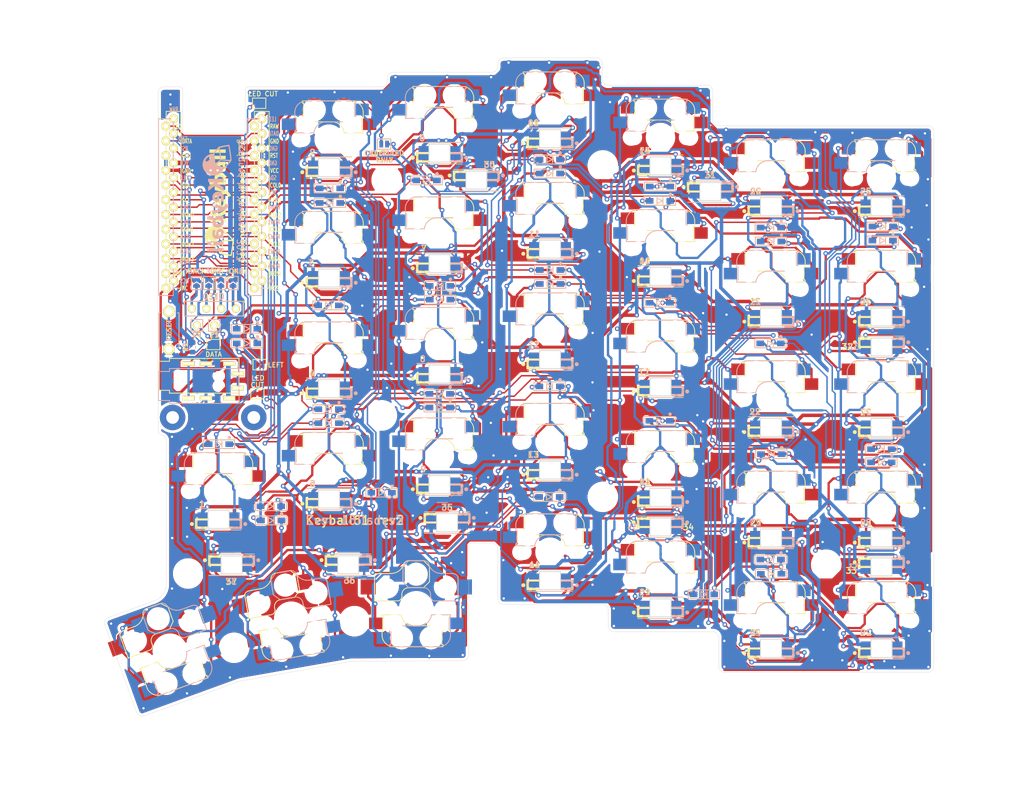
<source format=kicad_pcb>
(kicad_pcb (version 20171130) (host pcbnew "(5.1.10)-1")
  (layers (0 F.Cu signal) (31 B.Cu signal) (34 B.Paste user hide) (35 F.Paste user hide) (36 B.SilkS user) (37 F.SilkS user) (38 B.Mask user hide) (39 F.Mask user hide) (44 Edge.Cuts user))
  (net 0 "")
  (net 1 "Net-(D1-Pad2)")
  (net 2 ROW0)
  (net 3 "Net-(D2-Pad2)")
  (net 4 ROW1)
  (net 5 ROW2)
  (net 6 "Net-(D3-Pad2)")
  (net 7 ROW3)
  (net 8 "Net-(D7-Pad2)")
  (net 9 "Net-(D8-Pad2)")
  (net 10 "Net-(D9-Pad2)")
  (net 11 "Net-(D13-Pad2)")
  (net 12 "Net-(D14-Pad2)")
  (net 13 "Net-(D15-Pad2)")
  (net 14 "Net-(D20-Pad2)")
  (net 15 "Net-(D21-Pad2)")
  (net 16 "Net-(J1-Pad1)")
  (net 17 "Net-(J1-Pad2)")
  (net 18 "Net-(J1-Pad3)")
  (net 19 "Net-(J1-Pad4)")
  (net 20 GND)
  (net 21 LED)
  (net 22 VCC)
  (net 23 SCL)
  (net 24 SDA)
  (net 25 DATA)
  (net 26 "Net-(LED1-Pad2)")
  (net 27 "Net-(LED2-Pad2)")
  (net 28 "Net-(LED3-Pad2)")
  (net 29 "Net-(LED4-Pad2)")
  (net 30 "Net-(LED5-Pad2)")
  (net 31 "Net-(LED6-Pad2)")
  (net 32 "Net-(LED7-Pad2)")
  (net 33 "Net-(LED10-Pad4)")
  (net 34 "Net-(LED10-Pad2)")
  (net 35 "Net-(LED11-Pad2)")
  (net 36 "Net-(LED12-Pad2)")
  (net 37 "Net-(LED13-Pad2)")
  (net 38 "Net-(LED14-Pad2)")
  (net 39 COL0)
  (net 40 COL1)
  (net 41 COL2)
  (net 42 "Net-(U1-Pad24)")
  (net 43 "Net-(LED8-Pad2)")
  (net 44 "Net-(LED15-Pad2)")
  (net 45 "Net-(LED16-Pad2)")
  (net 46 "Net-(LED17-Pad2)")
  (net 47 "Net-(LED18-Pad2)")
  (net 48 "Net-(LED19-Pad2)")
  (net 49 "Net-(LED20-Pad2)")
  (net 50 "Net-(LED21-Pad2)")
  (net 51 "Net-(LED22-Pad2)")
  (net 52 "Net-(LED23-Pad2)")
  (net 53 "Net-(D4-Pad1)")
  (net 54 "Net-(D5-Pad1)")
  (net 55 "Net-(D6-Pad1)")
  (net 56 "Net-(D10-Pad1)")
  (net 57 "Net-(D11-Pad1)")
  (net 58 "Net-(D12-Pad1)")
  (net 59 "Net-(D16-Pad1)")
  (net 60 "Net-(D17-Pad1)")
  (net 61 "Net-(D18-Pad1)")
  (net 62 "Net-(D23-Pad1)")
  (net 63 "Net-(D24-Pad1)")
  (net 64 ROW4)
  (net 65 "Net-(J13-PadA)")
  (net 66 "Net-(J13-PadB)")
  (net 67 "Net-(LED24-Pad2)")
  (net 68 "Net-(LED25-Pad2)")
  (net 69 "Net-(LED26-Pad2)")
  (net 70 "Net-(LED27-Pad2)")
  (net 71 "Net-(LED28-Pad2)")
  (net 72 "Net-(LED30-Pad2)")
  (net 73 "Net-(LED31-Pad2)")
  (net 74 "Net-(LED32-Pad2)")
  (net 75 "Net-(LED33-Pad2)")
  (net 76 "Net-(LED34-Pad2)")
  (net 77 RESET)
  (net 78 "Net-(U1-Pad12)")
  (net 79 "Net-(D25-Pad1)")
  (net 80 "Net-(D27-Pad2)")
  (net 81 "Net-(D30-Pad1)")
  (net 82 COL3)
  (net 83 "Net-(D19-Pad1)")
  (net 84 "Net-(D22-Pad2)")
  (net 85 "Net-(D26-Pad1)")
  (net 86 "Net-(D28-Pad2)")
  (net 87 "Net-(D29-Pad2)")
  (net 88 "Net-(D31-Pad1)")
  (net 89 "Net-(D32-Pad1)")
  (net 90 "Net-(D33-Pad1)")
  (net 91 "Net-(JP11-Pad1)")
  (net 92 "Net-(JP12-Pad2)")
  (net 93 "Net-(JP13-Pad1)")
  (net 94 "Net-(LED35-Pad2)")
  (net 95 "Net-(LED36-Pad2)")
  (net 96 "Net-(LED37-Pad2)")
  (net 97 "Net-(U1-Pad16)")
  (net 98 "Net-(U1-Pad15)")
  (net 99 "Net-(U1-Pad14)")
  (net 100 "Net-(U1-Pad13)")
  (net 101 "Net-(D34-Pad2)")
  (net 102 "Net-(D35-Pad2)")
  (net 103 "Net-(D36-Pad2)")
  (net 104 "Net-(D37-Pad2)")
  (module keyball_right:Jumper_NEW (layer B.Cu) (at 102.361 75.3047 90)
    (fp_text reference JP9 hide)
    (fp_text value Device_Jumper_NO_Small hide)
    (pad 2 smd custom (at 0.50038 0 90) (size 0.35 1.143) (layers B.Cu B.Paste B.Mask) (net 20 GND) (clearance 0.1905) (options (clearance outline) (anchor rect)) (primitives (gr_poly (pts (xy 0.3175 0.5715) (xy -0.575 0.5715) (xy -0.175 0) (xy -0.575 -0.5715) (xy 0.3175 -0.5715)) (width 0))))
    (pad 1 smd custom (at -0.50038 0 90) (size 0.35 1.143) (layers B.Cu B.Paste B.Mask) (net 19 "Net-(J1-Pad4)") (clearance 0.1905) (options (clearance outline) (anchor rect)) (primitives (gr_poly (pts (xy -0.3 0.5715) (xy 0.175 0.5715) (xy 0.575 0) (xy 0.175 -0.5715) (xy -0.3 -0.5715)) (width 0))))
  )
  (module keyball_right:Jumper_NEW (layer B.Cu) (at 100.261 75.3047 90)
    (fp_text reference JP8 hide)
    (fp_text value Device_Jumper_NO_Small hide)
    (pad 2 smd custom (at 0.50038 0 90) (size 0.35 1.143) (layers B.Cu B.Paste B.Mask) (net 22 VCC) (clearance 0.1905) (options (clearance outline) (anchor rect)) (primitives (gr_poly (pts (xy 0.3175 0.5715) (xy -0.575 0.5715) (xy -0.175 0) (xy -0.575 -0.5715) (xy 0.3175 -0.5715)) (width 0))))
    (pad 1 smd custom (at -0.50038 0 90) (size 0.35 1.143) (layers B.Cu B.Paste B.Mask) (net 18 "Net-(J1-Pad3)") (clearance 0.1905) (options (clearance outline) (anchor rect)) (primitives (gr_poly (pts (xy -0.3 0.5715) (xy 0.175 0.5715) (xy 0.575 0) (xy 0.175 -0.5715) (xy -0.3 -0.5715)) (width 0))))
  )
  (module keyball_right:Jumper_NEW (layer B.Cu) (at 98.1609 75.3047 90)
    (fp_text reference JP7 hide)
    (fp_text value "BACK SIDE ONLY" (at 2.029987 0.930048 180) (layer B.SilkS) (effects (font (size 0.8128 0.8128)) (justify mirror)))
    (pad 2 smd custom (at 0.50038 0 90) (size 0.35 1.143) (layers B.Cu B.Paste B.Mask) (net 23 SCL) (clearance 0.1905) (options (clearance outline) (anchor rect)) (primitives (gr_poly (pts (xy 0.3175 0.5715) (xy -0.575 0.5715) (xy -0.175 0) (xy -0.575 -0.5715) (xy 0.3175 -0.5715)) (width 0))))
    (pad 1 smd custom (at -0.50038 0 90) (size 0.35 1.143) (layers B.Cu B.Paste B.Mask) (net 17 "Net-(J1-Pad2)") (clearance 0.1905) (options (clearance outline) (anchor rect)) (primitives (gr_poly (pts (xy -0.3 0.5715) (xy 0.175 0.5715) (xy 0.575 0) (xy 0.175 -0.5715) (xy -0.3 -0.5715)) (width 0))))
  )
  (module keyball_right:Jumper_NEW (layer B.Cu) (at 96.0609 75.3047 90)
    (fp_text reference JP6 hide)
    (fp_text value Device_Jumper_NO_Small hide)
    (pad 2 smd custom (at 0.50038 0 90) (size 0.35 1.143) (layers B.Cu B.Paste B.Mask) (net 24 SDA) (clearance 0.1905) (options (clearance outline) (anchor rect)) (primitives (gr_poly (pts (xy 0.3175 0.5715) (xy -0.575 0.5715) (xy -0.175 0) (xy -0.575 -0.5715) (xy 0.3175 -0.5715)) (width 0))))
    (pad 1 smd custom (at -0.50038 0 90) (size 0.35 1.143) (layers B.Cu B.Paste B.Mask) (net 16 "Net-(J1-Pad1)") (clearance 0.1905) (options (clearance outline) (anchor rect)) (primitives (gr_poly (pts (xy -0.3 0.5715) (xy 0.175 0.5715) (xy 0.575 0) (xy 0.175 -0.5715) (xy -0.3 -0.5715)) (width 0))))
  )
  (module keyball_right:Jumper_NEW (layer F.Cu) (at 106.950948 89.364713)
    (fp_text reference JP1 hide)
    (fp_text value LEFT (at 2.78 0.07) (layer F.SilkS) (effects (font (size 0.8128 0.8128))))
    (pad 2 smd custom (at 0.50038 0) (size 0.35 1.143) (layers F.Cu F.Paste F.Mask) (net 83 "Net-(D19-Pad1)") (clearance 0.1905) (options (clearance outline) (anchor rect)) (primitives (gr_poly (pts (xy 0.3175 -0.5715) (xy -0.575 -0.5715) (xy -0.175 0) (xy -0.575 0.5715) (xy 0.3175 0.5715)) (width 0))))
    (pad 1 smd custom (at -0.50038 0) (size 0.35 1.143) (layers F.Cu F.Paste F.Mask) (net 104 "Net-(D37-Pad2)") (clearance 0.1905) (options (clearance outline) (anchor rect)) (primitives (gr_poly (pts (xy -0.3 -0.5715) (xy 0.175 -0.5715) (xy 0.575 0) (xy 0.175 0.5715) (xy -0.3 0.5715)) (width 0))))
  )
  (module keyball_right:Jumper_NEW (layer F.Cu) (at 102.361 75.3047 90)
    (fp_text reference JP5 hide)
    (fp_text value "BACK SIDE ONLY" (at 2.019987 -2.710052 180) (layer F.SilkS) (effects (font (size 0.8128 0.8128))))
    (pad 2 smd custom (at 0.50038 0 90) (size 0.35 1.143) (layers F.Cu F.Paste F.Mask) (net 24 SDA) (clearance 0.1905) (options (clearance outline) (anchor rect)) (primitives (gr_poly (pts (xy 0.3175 -0.5715) (xy -0.575 -0.5715) (xy -0.175 0) (xy -0.575 0.5715) (xy 0.3175 0.5715)) (width 0))))
    (pad 1 smd custom (at -0.50038 0 90) (size 0.35 1.143) (layers F.Cu F.Paste F.Mask) (net 19 "Net-(J1-Pad4)") (clearance 0.1905) (options (clearance outline) (anchor rect)) (primitives (gr_poly (pts (xy -0.3 -0.5715) (xy 0.175 -0.5715) (xy 0.575 0) (xy 0.175 0.5715) (xy -0.3 0.5715)) (width 0))))
  )
  (module keyball_right:Jumper_NEW (layer F.Cu) (at 100.261 75.3047 90)
    (fp_text reference JP4 hide)
    (fp_text value Device_Jumper_NO_Small hide)
    (pad 2 smd custom (at 0.50038 0 90) (size 0.35 1.143) (layers F.Cu F.Paste F.Mask) (net 23 SCL) (clearance 0.1905) (options (clearance outline) (anchor rect)) (primitives (gr_poly (pts (xy 0.3175 -0.5715) (xy -0.575 -0.5715) (xy -0.175 0) (xy -0.575 0.5715) (xy 0.3175 0.5715)) (width 0))))
    (pad 1 smd custom (at -0.50038 0 90) (size 0.35 1.143) (layers F.Cu F.Paste F.Mask) (net 18 "Net-(J1-Pad3)") (clearance 0.1905) (options (clearance outline) (anchor rect)) (primitives (gr_poly (pts (xy -0.3 -0.5715) (xy 0.175 -0.5715) (xy 0.575 0) (xy 0.175 0.5715) (xy -0.3 0.5715)) (width 0))))
  )
  (module keyball_right:Jumper_NEW (layer F.Cu) (at 98.1609 75.3047 90)
    (fp_text reference JP3 hide)
    (fp_text value Device_Jumper_NO_Small hide)
    (pad 2 smd custom (at 0.50038 0 90) (size 0.35 1.143) (layers F.Cu F.Paste F.Mask) (net 22 VCC) (clearance 0.1905) (options (clearance outline) (anchor rect)) (primitives (gr_poly (pts (xy 0.3175 -0.5715) (xy -0.575 -0.5715) (xy -0.175 0) (xy -0.575 0.5715) (xy 0.3175 0.5715)) (width 0))))
    (pad 1 smd custom (at -0.50038 0 90) (size 0.35 1.143) (layers F.Cu F.Paste F.Mask) (net 17 "Net-(J1-Pad2)") (clearance 0.1905) (options (clearance outline) (anchor rect)) (primitives (gr_poly (pts (xy -0.3 -0.5715) (xy 0.175 -0.5715) (xy 0.575 0) (xy 0.175 0.5715) (xy -0.3 0.5715)) (width 0))))
  )
  (module keyball_right:Jumper_NEW (layer F.Cu) (at 96.0609 75.3047 90)
    (fp_text reference JP2 hide)
    (fp_text value Device_Jumper_NO_Small hide)
    (pad 2 smd custom (at 0.50038 0 90) (size 0.35 1.143) (layers F.Cu F.Paste F.Mask) (net 20 GND) (clearance 0.1905) (options (clearance outline) (anchor rect)) (primitives (gr_poly (pts (xy 0.3175 -0.5715) (xy -0.575 -0.5715) (xy -0.175 0) (xy -0.575 0.5715) (xy 0.3175 0.5715)) (width 0))))
    (pad 1 smd custom (at -0.50038 0 90) (size 0.35 1.143) (layers F.Cu F.Paste F.Mask) (net 16 "Net-(J1-Pad1)") (clearance 0.1905) (options (clearance outline) (anchor rect)) (primitives (gr_poly (pts (xy -0.3 -0.5715) (xy 0.175 -0.5715) (xy 0.575 0) (xy 0.175 0.5715) (xy -0.3 0.5715)) (width 0))))
  )
  (module keyball_right:keyball_logo700 (layer B.Cu) (at 99.920948 61.244713 270)
    (fp_text reference G*** hide)
    (fp_text value LOGO hide)
  )
  (module keyball_right:keyball_logo700 (layer F.Cu) (at 100.290948 60.874713 90)
    (fp_text reference G*** hide)
    (fp_text value LOGO hide)
  )
  (module keyball_right:D3_SMD_v2_BOTH (layer F.Cu) (at 214.386 65.5604 180)
    (fp_text reference D1 hide)
    (fp_text value D hide)
    (pad 2 smd rect (at 1.775 0 180) (size 1.3 0.95) (layers F.Cu F.Paste F.Mask) (net 1 "Net-(D1-Pad2)"))
    (pad 1 smd rect (at -1.775 0 180) (size 1.3 0.95) (layers B.Cu B.Paste B.Mask) (net 2 ROW0))
    (pad 2 smd rect (at 1.775 0 180) (size 1.3 0.95) (layers B.Cu B.Paste B.Mask) (net 1 "Net-(D1-Pad2)"))
    (pad 1 smd rect (at -1.775 0 180) (size 1.3 0.95) (layers F.Cu F.Paste F.Mask) (net 2 ROW0))
  )
  (module keyball_right:D3_SMD_v2_BOTH (layer F.Cu) (at 195.086 65.7404 180)
    (fp_text reference D2 hide)
    (fp_text value D hide)
    (pad 2 smd rect (at 1.775 0 180) (size 1.3 0.95) (layers F.Cu F.Paste F.Mask) (net 3 "Net-(D2-Pad2)"))
    (pad 1 smd rect (at -1.775 0 180) (size 1.3 0.95) (layers B.Cu B.Paste B.Mask) (net 2 ROW0))
    (pad 2 smd rect (at 1.775 0 180) (size 1.3 0.95) (layers B.Cu B.Paste B.Mask) (net 3 "Net-(D2-Pad2)"))
    (pad 1 smd rect (at -1.775 0 180) (size 1.3 0.95) (layers F.Cu F.Paste F.Mask) (net 2 ROW0))
  )
  (module keyball_right:D3_SMD_v2_BOTH (layer F.Cu) (at 175.976 58.6704 180)
    (fp_text reference D3 hide)
    (fp_text value D hide)
    (pad 2 smd rect (at 1.775 0 180) (size 1.3 0.95) (layers F.Cu F.Paste F.Mask) (net 6 "Net-(D3-Pad2)"))
    (pad 1 smd rect (at -1.775 0 180) (size 1.3 0.95) (layers B.Cu B.Paste B.Mask) (net 2 ROW0))
    (pad 2 smd rect (at 1.775 0 180) (size 1.3 0.95) (layers B.Cu B.Paste B.Mask) (net 6 "Net-(D3-Pad2)"))
    (pad 1 smd rect (at -1.775 0 180) (size 1.3 0.95) (layers F.Cu F.Paste F.Mask) (net 2 ROW0))
  )
  (module keyball_right:D3_SMD_v2_BOTH (layer F.Cu) (at 156.966 54.0104 180)
    (fp_text reference D4 hide)
    (fp_text value D hide)
    (pad 2 smd rect (at 1.775 0 180) (size 1.3 0.95) (layers F.Cu F.Paste F.Mask) (net 2 ROW0))
    (pad 1 smd rect (at -1.775 0 180) (size 1.3 0.95) (layers B.Cu B.Paste B.Mask) (net 53 "Net-(D4-Pad1)"))
    (pad 2 smd rect (at 1.775 0 180) (size 1.3 0.95) (layers B.Cu B.Paste B.Mask) (net 2 ROW0))
    (pad 1 smd rect (at -1.775 0 180) (size 1.3 0.95) (layers F.Cu F.Paste F.Mask) (net 53 "Net-(D4-Pad1)"))
  )
  (module keyball_right:D3_SMD_v2_BOTH (layer F.Cu) (at 135.731 57.6047 180)
    (fp_text reference D5 hide)
    (fp_text value D hide)
    (pad 2 smd rect (at 1.775 0 180) (size 1.3 0.95) (layers F.Cu F.Paste F.Mask) (net 2 ROW0))
    (pad 1 smd rect (at -1.775 0 180) (size 1.3 0.95) (layers B.Cu B.Paste B.Mask) (net 54 "Net-(D5-Pad1)"))
    (pad 2 smd rect (at 1.775 0 180) (size 1.3 0.95) (layers B.Cu B.Paste B.Mask) (net 2 ROW0))
    (pad 1 smd rect (at -1.775 0 180) (size 1.3 0.95) (layers F.Cu F.Paste F.Mask) (net 54 "Net-(D5-Pad1)"))
  )
  (module keyball_right:D3_SMD_v2_BOTH (layer F.Cu) (at 119.066 58.9804 180)
    (fp_text reference D6 hide)
    (fp_text value D hide)
    (pad 2 smd rect (at 1.775 0 180) (size 1.3 0.95) (layers F.Cu F.Paste F.Mask) (net 2 ROW0))
    (pad 1 smd rect (at -1.775 0 180) (size 1.3 0.95) (layers B.Cu B.Paste B.Mask) (net 55 "Net-(D6-Pad1)"))
    (pad 2 smd rect (at 1.775 0 180) (size 1.3 0.95) (layers B.Cu B.Paste B.Mask) (net 2 ROW0))
    (pad 1 smd rect (at -1.775 0 180) (size 1.3 0.95) (layers F.Cu F.Paste F.Mask) (net 55 "Net-(D6-Pad1)"))
  )
  (module keyball_right:D3_SMD_v2_BOTH (layer F.Cu) (at 214.366 67.9804 180)
    (fp_text reference D7 hide)
    (fp_text value D hide)
    (pad 2 smd rect (at 1.775 0 180) (size 1.3 0.95) (layers F.Cu F.Paste F.Mask) (net 8 "Net-(D7-Pad2)"))
    (pad 1 smd rect (at -1.775 0 180) (size 1.3 0.95) (layers B.Cu B.Paste B.Mask) (net 4 ROW1))
    (pad 2 smd rect (at 1.775 0 180) (size 1.3 0.95) (layers B.Cu B.Paste B.Mask) (net 8 "Net-(D7-Pad2)"))
    (pad 1 smd rect (at -1.775 0 180) (size 1.3 0.95) (layers F.Cu F.Paste F.Mask) (net 4 ROW1))
  )
  (module keyball_right:D3_SMD_v2_BOTH (layer F.Cu) (at 195.116 68.1504 180)
    (fp_text reference D8 hide)
    (fp_text value D hide)
    (pad 2 smd rect (at 1.775 0 180) (size 1.3 0.95) (layers F.Cu F.Paste F.Mask) (net 9 "Net-(D8-Pad2)"))
    (pad 1 smd rect (at -1.775 0 180) (size 1.3 0.95) (layers B.Cu B.Paste B.Mask) (net 4 ROW1))
    (pad 2 smd rect (at 1.775 0 180) (size 1.3 0.95) (layers B.Cu B.Paste B.Mask) (net 9 "Net-(D8-Pad2)"))
    (pad 1 smd rect (at -1.775 0 180) (size 1.3 0.95) (layers F.Cu F.Paste F.Mask) (net 4 ROW1))
  )
  (module keyball_right:D3_SMD_v2_BOTH (layer F.Cu) (at 175.966 61.1404 180)
    (fp_text reference D9 hide)
    (fp_text value D hide)
    (pad 2 smd rect (at 1.775 0 180) (size 1.3 0.95) (layers F.Cu F.Paste F.Mask) (net 10 "Net-(D9-Pad2)"))
    (pad 1 smd rect (at -1.775 0 180) (size 1.3 0.95) (layers B.Cu B.Paste B.Mask) (net 4 ROW1))
    (pad 2 smd rect (at 1.775 0 180) (size 1.3 0.95) (layers B.Cu B.Paste B.Mask) (net 10 "Net-(D9-Pad2)"))
    (pad 1 smd rect (at -1.775 0 180) (size 1.3 0.95) (layers F.Cu F.Paste F.Mask) (net 4 ROW1))
  )
  (module keyball_right:D3_SMD_v2_BOTH (layer F.Cu) (at 156.986 56.4204 180)
    (fp_text reference D10 hide)
    (fp_text value D hide)
    (pad 2 smd rect (at 1.775 0 180) (size 1.3 0.95) (layers F.Cu F.Paste F.Mask) (net 4 ROW1))
    (pad 1 smd rect (at -1.775 0 180) (size 1.3 0.95) (layers B.Cu B.Paste B.Mask) (net 56 "Net-(D10-Pad1)"))
    (pad 2 smd rect (at 1.775 0 180) (size 1.3 0.95) (layers B.Cu B.Paste B.Mask) (net 4 ROW1))
    (pad 1 smd rect (at -1.775 0 180) (size 1.3 0.95) (layers F.Cu F.Paste F.Mask) (net 56 "Net-(D10-Pad1)"))
  )
  (module keyball_right:D3_SMD_v2_BOTH (layer F.Cu) (at 138.041 75.7947 180)
    (fp_text reference D11 hide)
    (fp_text value D hide)
    (pad 2 smd rect (at 1.775 0 180) (size 1.3 0.95) (layers F.Cu F.Paste F.Mask) (net 4 ROW1))
    (pad 1 smd rect (at -1.775 0 180) (size 1.3 0.95) (layers B.Cu B.Paste B.Mask) (net 57 "Net-(D11-Pad1)"))
    (pad 2 smd rect (at 1.775 0 180) (size 1.3 0.95) (layers B.Cu B.Paste B.Mask) (net 4 ROW1))
    (pad 1 smd rect (at -1.775 0 180) (size 1.3 0.95) (layers F.Cu F.Paste F.Mask) (net 57 "Net-(D11-Pad1)"))
  )
  (module keyball_right:D3_SMD_v2_BOTH (layer F.Cu) (at 119.066 61.5004 180)
    (fp_text reference D12 hide)
    (fp_text value D hide)
    (pad 2 smd rect (at 1.775 0 180) (size 1.3 0.95) (layers F.Cu F.Paste F.Mask) (net 4 ROW1))
    (pad 1 smd rect (at -1.775 0 180) (size 1.3 0.95) (layers B.Cu B.Paste B.Mask) (net 58 "Net-(D12-Pad1)"))
    (pad 2 smd rect (at 1.775 0 180) (size 1.3 0.95) (layers B.Cu B.Paste B.Mask) (net 4 ROW1))
    (pad 1 smd rect (at -1.775 0 180) (size 1.3 0.95) (layers F.Cu F.Paste F.Mask) (net 58 "Net-(D12-Pad1)"))
  )
  (module keyball_right:D3_SMD_v2_BOTH (layer F.Cu) (at 214.146 103.95 180)
    (fp_text reference D13 hide)
    (fp_text value D hide)
    (pad 2 smd rect (at 1.775 0 180) (size 1.3 0.95) (layers F.Cu F.Paste F.Mask) (net 11 "Net-(D13-Pad2)"))
    (pad 1 smd rect (at -1.775 0 180) (size 1.3 0.95) (layers B.Cu B.Paste B.Mask) (net 5 ROW2))
    (pad 2 smd rect (at 1.775 0 180) (size 1.3 0.95) (layers B.Cu B.Paste B.Mask) (net 11 "Net-(D13-Pad2)"))
    (pad 1 smd rect (at -1.775 0 180) (size 1.3 0.95) (layers F.Cu F.Paste F.Mask) (net 5 ROW2))
  )
  (module keyball_right:D3_SMD_v2_BOTH (layer F.Cu) (at 195.026 85.7104 180)
    (fp_text reference D14 hide)
    (fp_text value D hide)
    (pad 2 smd rect (at 1.775 0 180) (size 1.3 0.95) (layers F.Cu F.Paste F.Mask) (net 12 "Net-(D14-Pad2)"))
    (pad 1 smd rect (at -1.775 0 180) (size 1.3 0.95) (layers B.Cu B.Paste B.Mask) (net 5 ROW2))
    (pad 2 smd rect (at 1.775 0 180) (size 1.3 0.95) (layers B.Cu B.Paste B.Mask) (net 12 "Net-(D14-Pad2)"))
    (pad 1 smd rect (at -1.775 0 180) (size 1.3 0.95) (layers F.Cu F.Paste F.Mask) (net 5 ROW2))
  )
  (module keyball_right:D3_SMD_v2_BOTH (layer F.Cu) (at 175.916 78.7104 180)
    (fp_text reference D15 hide)
    (fp_text value D hide)
    (pad 2 smd rect (at 1.775 0 180) (size 1.3 0.95) (layers F.Cu F.Paste F.Mask) (net 13 "Net-(D15-Pad2)"))
    (pad 1 smd rect (at -1.775 0 180) (size 1.3 0.95) (layers B.Cu B.Paste B.Mask) (net 5 ROW2))
    (pad 2 smd rect (at 1.775 0 180) (size 1.3 0.95) (layers B.Cu B.Paste B.Mask) (net 13 "Net-(D15-Pad2)"))
    (pad 1 smd rect (at -1.775 0 180) (size 1.3 0.95) (layers F.Cu F.Paste F.Mask) (net 5 ROW2))
  )
  (module keyball_right:D3_SMD_v2_BOTH (layer F.Cu) (at 157.030948 73.054713 180)
    (fp_text reference D16 hide)
    (fp_text value D hide)
    (pad 2 smd rect (at 1.775 0 180) (size 1.3 0.95) (layers F.Cu F.Paste F.Mask) (net 5 ROW2))
    (pad 1 smd rect (at -1.775 0 180) (size 1.3 0.95) (layers B.Cu B.Paste B.Mask) (net 59 "Net-(D16-Pad1)"))
    (pad 2 smd rect (at 1.775 0 180) (size 1.3 0.95) (layers B.Cu B.Paste B.Mask) (net 5 ROW2))
    (pad 1 smd rect (at -1.775 0 180) (size 1.3 0.95) (layers F.Cu F.Paste F.Mask) (net 59 "Net-(D16-Pad1)"))
  )
  (module keyball_right:D3_SMD_v2_BOTH (layer F.Cu) (at 138.061 78.1647 180)
    (fp_text reference D17 hide)
    (fp_text value D hide)
    (pad 2 smd rect (at 1.775 0 180) (size 1.3 0.95) (layers F.Cu F.Paste F.Mask) (net 5 ROW2))
    (pad 1 smd rect (at -1.775 0 180) (size 1.3 0.95) (layers B.Cu B.Paste B.Mask) (net 60 "Net-(D17-Pad1)"))
    (pad 2 smd rect (at 1.775 0 180) (size 1.3 0.95) (layers B.Cu B.Paste B.Mask) (net 5 ROW2))
    (pad 1 smd rect (at -1.775 0 180) (size 1.3 0.95) (layers F.Cu F.Paste F.Mask) (net 60 "Net-(D17-Pad1)"))
  )
  (module keyball_right:D3_SMD_v2_BOTH (layer F.Cu) (at 118.816 79.1604 180)
    (fp_text reference D18 hide)
    (fp_text value D hide)
    (pad 2 smd rect (at 1.775 0 180) (size 1.3 0.95) (layers F.Cu F.Paste F.Mask) (net 5 ROW2))
    (pad 1 smd rect (at -1.775 0 180) (size 1.3 0.95) (layers B.Cu B.Paste B.Mask) (net 61 "Net-(D18-Pad1)"))
    (pad 2 smd rect (at 1.775 0 180) (size 1.3 0.95) (layers B.Cu B.Paste B.Mask) (net 5 ROW2))
    (pad 1 smd rect (at -1.775 0 180) (size 1.3 0.95) (layers F.Cu F.Paste F.Mask) (net 61 "Net-(D18-Pad1)"))
  )
  (module keyball_right:D3_SMD_v2_BOTH (layer F.Cu) (at 104.761 83.1947 180)
    (fp_text reference D19 hide)
    (fp_text value D hide)
    (pad 2 smd rect (at 1.775 0 180) (size 1.3 0.95) (layers F.Cu F.Paste F.Mask) (net 5 ROW2))
    (pad 1 smd rect (at -1.775 0 180) (size 1.3 0.95) (layers B.Cu B.Paste B.Mask) (net 83 "Net-(D19-Pad1)"))
    (pad 2 smd rect (at 1.775 0 180) (size 1.3 0.95) (layers B.Cu B.Paste B.Mask) (net 5 ROW2))
    (pad 1 smd rect (at -1.775 0 180) (size 1.3 0.95) (layers F.Cu F.Paste F.Mask) (net 83 "Net-(D19-Pad1)"))
  )
  (module keyball_right:D3_SMD_v2_BOTH (layer F.Cu) (at 214.146 106.22 180)
    (fp_text reference D20 hide)
    (fp_text value D hide)
    (pad 2 smd rect (at 1.775 0 180) (size 1.3 0.95) (layers F.Cu F.Paste F.Mask) (net 14 "Net-(D20-Pad2)"))
    (pad 1 smd rect (at -1.775 0 180) (size 1.3 0.95) (layers B.Cu B.Paste B.Mask) (net 7 ROW3))
    (pad 2 smd rect (at 1.775 0 180) (size 1.3 0.95) (layers B.Cu B.Paste B.Mask) (net 14 "Net-(D20-Pad2)"))
    (pad 1 smd rect (at -1.775 0 180) (size 1.3 0.95) (layers F.Cu F.Paste F.Mask) (net 7 ROW3))
  )
  (module keyball_right:D3_SMD_v2_BOTH (layer F.Cu) (at 195.166 104.81 180)
    (fp_text reference D21 hide)
    (fp_text value D hide)
    (pad 2 smd rect (at 1.775 0 180) (size 1.3 0.95) (layers F.Cu F.Paste F.Mask) (net 15 "Net-(D21-Pad2)"))
    (pad 1 smd rect (at -1.775 0 180) (size 1.3 0.95) (layers B.Cu B.Paste B.Mask) (net 7 ROW3))
    (pad 2 smd rect (at 1.775 0 180) (size 1.3 0.95) (layers B.Cu B.Paste B.Mask) (net 15 "Net-(D21-Pad2)"))
    (pad 1 smd rect (at -1.775 0 180) (size 1.3 0.95) (layers F.Cu F.Paste F.Mask) (net 7 ROW3))
  )
  (module keyball_right:D3_SMD_v2_BOTH (layer F.Cu) (at 175.916 99.0604 180)
    (fp_text reference D22 hide)
    (fp_text value D hide)
    (pad 2 smd rect (at 1.775 0 180) (size 1.3 0.95) (layers F.Cu F.Paste F.Mask) (net 84 "Net-(D22-Pad2)"))
    (pad 1 smd rect (at -1.775 0 180) (size 1.3 0.95) (layers B.Cu B.Paste B.Mask) (net 7 ROW3))
    (pad 2 smd rect (at 1.775 0 180) (size 1.3 0.95) (layers B.Cu B.Paste B.Mask) (net 84 "Net-(D22-Pad2)"))
    (pad 1 smd rect (at -1.775 0 180) (size 1.3 0.95) (layers F.Cu F.Paste F.Mask) (net 7 ROW3))
  )
  (module keyball_right:D3_SMD_v2_BOTH (layer F.Cu) (at 156.946 93.1204 180)
    (fp_text reference D23 hide)
    (fp_text value D hide)
    (pad 2 smd rect (at 1.775 0 180) (size 1.3 0.95) (layers F.Cu F.Paste F.Mask) (net 7 ROW3))
    (pad 1 smd rect (at -1.775 0 180) (size 1.3 0.95) (layers B.Cu B.Paste B.Mask) (net 62 "Net-(D23-Pad1)"))
    (pad 2 smd rect (at 1.775 0 180) (size 1.3 0.95) (layers B.Cu B.Paste B.Mask) (net 7 ROW3))
    (pad 1 smd rect (at -1.775 0 180) (size 1.3 0.95) (layers F.Cu F.Paste F.Mask) (net 62 "Net-(D23-Pad1)"))
  )
  (module keyball_right:D3_SMD_v2_BOTH (layer F.Cu) (at 138.000948 94.414713 180)
    (fp_text reference D24 hide)
    (fp_text value D hide)
    (pad 2 smd rect (at 1.775 0 180) (size 1.3 0.95) (layers F.Cu F.Paste F.Mask) (net 7 ROW3))
    (pad 1 smd rect (at -1.775 0 180) (size 1.3 0.95) (layers B.Cu B.Paste B.Mask) (net 63 "Net-(D24-Pad1)"))
    (pad 2 smd rect (at 1.775 0 180) (size 1.3 0.95) (layers B.Cu B.Paste B.Mask) (net 7 ROW3))
    (pad 1 smd rect (at -1.775 0 180) (size 1.3 0.95) (layers F.Cu F.Paste F.Mask) (net 63 "Net-(D24-Pad1)"))
  )
  (module keyball_right:D3_SMD_v2_BOTH (layer F.Cu) (at 118.840948 99.464713 180)
    (fp_text reference D25 hide)
    (fp_text value D hide)
    (pad 2 smd rect (at 1.775 0 180) (size 1.3 0.95) (layers F.Cu F.Paste F.Mask) (net 7 ROW3))
    (pad 1 smd rect (at -1.775 0 180) (size 1.3 0.95) (layers B.Cu B.Paste B.Mask) (net 79 "Net-(D25-Pad1)"))
    (pad 2 smd rect (at 1.775 0 180) (size 1.3 0.95) (layers B.Cu B.Paste B.Mask) (net 7 ROW3))
    (pad 1 smd rect (at -1.775 0 180) (size 1.3 0.95) (layers F.Cu F.Paste F.Mask) (net 79 "Net-(D25-Pad1)"))
  )
  (module keyball_right:D3_SMD_v2_BOTH (layer F.Cu) (at 99.926 103.09 180)
    (fp_text reference D26 hide)
    (fp_text value D hide)
    (pad 2 smd rect (at 1.775 0 180) (size 1.3 0.95) (layers F.Cu F.Paste F.Mask) (net 7 ROW3))
    (pad 1 smd rect (at -1.775 0 180) (size 1.3 0.95) (layers B.Cu B.Paste B.Mask) (net 85 "Net-(D26-Pad1)"))
    (pad 2 smd rect (at 1.775 0 180) (size 1.3 0.95) (layers B.Cu B.Paste B.Mask) (net 7 ROW3))
    (pad 1 smd rect (at -1.775 0 180) (size 1.3 0.95) (layers F.Cu F.Paste F.Mask) (net 85 "Net-(D26-Pad1)"))
  )
  (module keyball_right:D3_SMD_v2_BOTH (layer F.Cu) (at 195.051 122.975 180)
    (fp_text reference D27 hide)
    (fp_text value D hide)
    (pad 2 smd rect (at 1.775 0 180) (size 1.3 0.95) (layers F.Cu F.Paste F.Mask) (net 80 "Net-(D27-Pad2)"))
    (pad 1 smd rect (at -1.775 0 180) (size 1.3 0.95) (layers B.Cu B.Paste B.Mask) (net 64 ROW4))
    (pad 2 smd rect (at 1.775 0 180) (size 1.3 0.95) (layers B.Cu B.Paste B.Mask) (net 80 "Net-(D27-Pad2)"))
    (pad 1 smd rect (at -1.775 0 180) (size 1.3 0.95) (layers F.Cu F.Paste F.Mask) (net 64 ROW4))
  )
  (module keyball_right:D3_SMD_v2_BOTH (layer F.Cu) (at 195.141 125.435 180)
    (fp_text reference D28 hide)
    (fp_text value D hide)
    (pad 2 smd rect (at 1.775 0 180) (size 1.3 0.95) (layers F.Cu F.Paste F.Mask) (net 86 "Net-(D28-Pad2)"))
    (pad 1 smd rect (at -1.775 0 180) (size 1.3 0.95) (layers B.Cu B.Paste B.Mask) (net 64 ROW4))
    (pad 2 smd rect (at 1.775 0 180) (size 1.3 0.95) (layers B.Cu B.Paste B.Mask) (net 86 "Net-(D28-Pad2)"))
    (pad 1 smd rect (at -1.775 0 180) (size 1.3 0.95) (layers F.Cu F.Paste F.Mask) (net 64 ROW4))
  )
  (module keyball_right:D3_SMD_v2_BOTH (layer F.Cu) (at 183.551 128.985 180)
    (fp_text reference D29 hide)
    (fp_text value D hide)
    (pad 2 smd rect (at 1.775 0 180) (size 1.3 0.95) (layers F.Cu F.Paste F.Mask) (net 87 "Net-(D29-Pad2)"))
    (pad 1 smd rect (at -1.775 0 180) (size 1.3 0.95) (layers B.Cu B.Paste B.Mask) (net 64 ROW4))
    (pad 2 smd rect (at 1.775 0 180) (size 1.3 0.95) (layers B.Cu B.Paste B.Mask) (net 87 "Net-(D29-Pad2)"))
    (pad 1 smd rect (at -1.775 0 180) (size 1.3 0.95) (layers F.Cu F.Paste F.Mask) (net 64 ROW4))
  )
  (module keyball_right:D3_SMD_v2_BOTH (layer F.Cu) (at 156.906 112.19 180)
    (fp_text reference D30 hide)
    (fp_text value D hide)
    (pad 2 smd rect (at 1.775 0 180) (size 1.3 0.95) (layers F.Cu F.Paste F.Mask) (net 64 ROW4))
    (pad 1 smd rect (at -1.775 0 180) (size 1.3 0.95) (layers B.Cu B.Paste B.Mask) (net 81 "Net-(D30-Pad1)"))
    (pad 2 smd rect (at 1.775 0 180) (size 1.3 0.95) (layers B.Cu B.Paste B.Mask) (net 64 ROW4))
    (pad 1 smd rect (at -1.775 0 180) (size 1.3 0.95) (layers F.Cu F.Paste F.Mask) (net 81 "Net-(D30-Pad1)"))
  )
  (module keyball_right:D3_SMD_v2_BOTH (layer F.Cu) (at 127.981 111.455 180)
    (fp_text reference D31 hide)
    (fp_text value D hide)
    (pad 2 smd rect (at 1.775 0 180) (size 1.3 0.95) (layers F.Cu F.Paste F.Mask) (net 64 ROW4))
    (pad 1 smd rect (at -1.775 0 180) (size 1.3 0.95) (layers B.Cu B.Paste B.Mask) (net 88 "Net-(D31-Pad1)"))
    (pad 2 smd rect (at 1.775 0 180) (size 1.3 0.95) (layers B.Cu B.Paste B.Mask) (net 64 ROW4))
    (pad 1 smd rect (at -1.775 0 180) (size 1.3 0.95) (layers F.Cu F.Paste F.Mask) (net 88 "Net-(D31-Pad1)"))
  )
  (module keyball_right:D3_SMD_v2_BOTH (layer F.Cu) (at 108.941 116.235 180)
    (fp_text reference D32 hide)
    (fp_text value D hide)
    (pad 2 smd rect (at 1.775 0 180) (size 1.3 0.95) (layers F.Cu F.Paste F.Mask) (net 64 ROW4))
    (pad 1 smd rect (at -1.775 0 180) (size 1.3 0.95) (layers B.Cu B.Paste B.Mask) (net 89 "Net-(D32-Pad1)"))
    (pad 2 smd rect (at 1.775 0 180) (size 1.3 0.95) (layers B.Cu B.Paste B.Mask) (net 64 ROW4))
    (pad 1 smd rect (at -1.775 0 180) (size 1.3 0.95) (layers F.Cu F.Paste F.Mask) (net 89 "Net-(D32-Pad1)"))
  )
  (module keyball_right:D3_SMD_v2_BOTH (layer F.Cu) (at 108.881 113.795 180)
    (fp_text reference D33 hide)
    (fp_text value D hide)
    (pad 2 smd rect (at 1.775 0 180) (size 1.3 0.95) (layers F.Cu F.Paste F.Mask) (net 64 ROW4))
    (pad 1 smd rect (at -1.775 0 180) (size 1.3 0.95) (layers B.Cu B.Paste B.Mask) (net 90 "Net-(D33-Pad1)"))
    (pad 2 smd rect (at 1.775 0 180) (size 1.3 0.95) (layers B.Cu B.Paste B.Mask) (net 64 ROW4))
    (pad 1 smd rect (at -1.775 0 180) (size 1.3 0.95) (layers F.Cu F.Paste F.Mask) (net 90 "Net-(D33-Pad1)"))
  )
  (module keyball_right:OLED (layer F.Cu) (at 95.24 79.7297)
    (fp_text reference J1)
    (fp_text value OLED hide)
    (fp_text user OLED (at 3.75 -2.1) (layer B.SilkS) (effects (justify mirror)))
    (fp_text user OLED (at 3.8 -2.1) (layer F.SilkS))
    (pad 4 thru_hole circle (at 7.62 0) (size 1.397 1.397) (drill 0.8128) (layers *.Cu *.Mask F.SilkS) (net 19 "Net-(J1-Pad4)"))
    (pad 3 thru_hole circle (at 5.08 0) (size 1.397 1.397) (drill 0.8128) (layers *.Cu *.Mask F.SilkS) (net 18 "Net-(J1-Pad3)"))
    (pad 2 thru_hole circle (at 2.54 0) (size 1.397 1.397) (drill 0.8128) (layers *.Cu *.Mask F.SilkS) (net 17 "Net-(J1-Pad2)"))
    (pad 1 thru_hole circle (at 0 0) (size 1.397 1.397) (drill 0.8128) (layers *.Cu *.Mask F.SilkS) (net 16 "Net-(J1-Pad1)"))
  )
  (module MountingHole:MountingHole_2.2mm_M2_Pad (layer F.Cu) (at 105.94 98.4797)
    (fp_text reference J2 hide)
    (fp_text value Conn_01x01-Connector_Generic)
    (pad 1 thru_hole circle (at 0 0) (size 4.4 4.4) (drill 2.2) (layers *.Cu *.Mask))
  )
  (module MountingHole:MountingHole_2.2mm_M2_Pad (layer F.Cu) (at 91.94 98.4797)
    (fp_text reference J3 hide)
    (fp_text value Conn_01x01-Connector_Generic)
    (pad 1 thru_hole circle (at 0 0) (size 4.4 4.4) (drill 2.2) (layers *.Cu *.Mask))
  )
  (module MountingHole:MountingHole_4.3mm_M4 (layer F.Cu) (at 204.636 66.7297)
    (fp_text reference J4 hide)
    (fp_text value Conn_01x01-Connector_Generic)
    (pad 1 np_thru_hole circle (at 0 0) (size 4.3 4.3) (drill 4.3) (layers *.Cu *.Mask))
  )
  (module MountingHole:MountingHole_4.3mm_M4 (layer F.Cu) (at 166.118 112.18)
    (fp_text reference J5 hide)
    (fp_text value Conn_01x01-Connector_Generic)
    (pad 1 np_thru_hole circle (at 0 0) (size 4.3 4.3) (drill 4.3) (layers *.Cu *.Mask))
  )
  (module MountingHole:MountingHole_4.3mm_M4 (layer F.Cu) (at 102.54 138.193)
    (fp_text reference J6 hide)
    (fp_text value Conn_01x01-Connector_Generic)
    (pad 1 np_thru_hole circle (at 0 0) (size 4.3 4.3) (drill 4.3) (layers *.Cu *.Mask))
  )
  (module MountingHole:MountingHole_4.3mm_M4 (layer F.Cu) (at 204.636 123.88)
    (fp_text reference J7 hide)
    (fp_text value Conn_01x01-Connector_Generic)
    (pad 1 np_thru_hole circle (at 0 0) (size 4.3 4.3) (drill 4.3) (layers *.Cu *.Mask))
  )
  (module MountingHole:MountingHole_4.3mm_M4 (layer F.Cu) (at 123.296 133.613)
    (fp_text reference J8 hide)
    (fp_text value Conn_01x01-Connector_Generic)
    (pad 1 np_thru_hole circle (at 0 0) (size 4.3 4.3) (drill 4.3) (layers *.Cu *.Mask))
  )
  (module MountingHole:MountingHole_4.3mm_M4 (layer F.Cu) (at 94.626 125.39)
    (fp_text reference J9 hide)
    (fp_text value Conn_01x01-Connector_Generic)
    (pad 1 np_thru_hole circle (at 0 0) (size 4.3 4.3) (drill 4.3) (layers *.Cu *.Mask))
  )
  (module MountingHole:MountingHole_4.3mm_M4 (layer F.Cu) (at 166.118 55.0297)
    (fp_text reference J10 hide)
    (fp_text value Conn_01x01-Connector_Generic)
    (pad 1 np_thru_hole circle (at 0 0) (size 4.3 4.3) (drill 4.3) (layers *.Cu *.Mask))
  )
  (module MountingHole:MountingHole_4.3mm_M4 (layer F.Cu) (at 128.018 98.1297)
    (fp_text reference J11 hide)
    (fp_text value Conn_01x01-Connector_Generic)
    (pad 1 np_thru_hole circle (at 0 0) (size 4.3 4.3) (drill 4.3) (layers *.Cu *.Mask))
  )
  (module MountingHole:MountingHole_4.3mm_M4 (layer F.Cu) (at 128.854 57.5297)
    (fp_text reference J12 hide)
    (fp_text value Conn_01x01-Connector_Generic)
    (pad 1 np_thru_hole circle (at 0 0) (size 4.3 4.3) (drill 4.3) (layers *.Cu *.Mask))
  )
  (module Lily58-footprint:TRRS_JACK_MJ4PP9 (layer F.Cu) (at 91.4 91.2997 90)
    (fp_text reference J13 hide)
    (fp_text value TRS_JACK hide)
    (pad A thru_hole rect (at -2.1 11.8 90) (size 0.8 2.1) (drill oval 0.3 1.6) (layers *.Cu *.Mask F.SilkS) (net 65 "Net-(J13-PadA)") (clearance 0.15))
    (pad D thru_hole rect (at 2.1 10.3 90) (size 0.8 2.1) (drill oval 0.3 1.6) (layers *.Cu *.Mask F.SilkS) (net 22 VCC) (clearance 0.15))
    (pad C thru_hole rect (at 2.1 6.3 90) (size 0.8 2.1) (drill oval 0.3 1.6) (layers *.Cu *.Mask F.SilkS) (net 20 GND) (clearance 0.15))
    (pad B thru_hole rect (at 2.1 3.3 90) (size 0.8 2.1) (drill oval 0.3 1.6) (layers *.Cu *.Mask F.SilkS) (net 66 "Net-(J13-PadB)") (clearance 0.15))
    (pad "" np_thru_hole circle (at 0 8.5 90) (size 1.2 1.2) (drill 1.2) (layers *.Cu *.Mask F.SilkS))
    (pad "" np_thru_hole circle (at 0 1.5 90) (size 1.2 1.2) (drill 1.2) (layers *.Cu *.Mask F.SilkS))
    (pad C thru_hole rect (at -3.85 6.3 90) (size 0.8 2.1) (drill oval 0.3 1.6) (layers *.Cu *.Mask F.SilkS) (net 20 GND) (clearance 0.15))
    (pad B thru_hole rect (at -3.85 3.3 90) (size 0.8 2.1) (drill oval 0.3 1.6) (layers *.Cu *.Mask F.SilkS) (net 66 "Net-(J13-PadB)") (clearance 0.15))
    (pad A thru_hole rect (at 0.35 11.8 90) (size 0.8 2.1) (drill oval 0.3 1.6) (layers *.Cu *.Mask F.SilkS) (net 65 "Net-(J13-PadA)") (clearance 0.15))
    (pad D thru_hole rect (at -3.85 10.3 90) (size 0.8 2.1) (drill oval 0.3 1.6) (layers *.Cu *.Mask F.SilkS) (net 22 VCC) (clearance 0.15))
    (pad "" np_thru_hole circle (at -1.75 1.5 90) (size 1.2 1.2) (drill 1.2) (layers *.Cu *.Mask F.SilkS))
    (pad "" np_thru_hole circle (at -1.75 8.5 90) (size 1.2 1.2) (drill 1.2) (layers *.Cu *.Mask F.SilkS))
  )
  (module keyball_right:JP025 (layer F.Cu) (at 98.9609 85.9047 180)
    (fp_text reference DATA (at -0.05 -1.7) (layer F.SilkS) (effects (font (size 0.8128 0.8128) (thickness 0.1524))))
    (fp_text value Device_Jumper hide)
    (pad "" smd rect (at 0 0 270) (size 0.25 0.381) (layers F.Cu F.Paste F.Mask) (clearance 0.00254))
    (pad 2 smd rect (at 0.50038 0 180) (size 0.635 1.143) (layers F.Cu F.Paste F.Mask) (net 25 DATA) (clearance 0.1905))
    (pad 1 smd rect (at -0.50038 0 180) (size 0.635 1.143) (layers F.Cu F.Paste F.Mask) (net 66 "Net-(J13-PadB)") (clearance 0.1905))
  )
  (module keyball_right:JP06 (layer F.Cu) (at 106.561 94.3947 180)
    (fp_text reference LED (at -0.1 2.69) (layer F.SilkS) (effects (font (size 0.8128 0.8128) (thickness 0.1524))))
    (fp_text value CUT (at 0 1.524) (layer F.SilkS) (effects (font (size 0.8128 0.8128))))
    (pad "" smd rect (at 0 0 270) (size 0.6 0.4) (layers F.Cu F.Paste F.Mask) (clearance 0.00254))
    (pad 2 smd rect (at 0.50038 0 180) (size 0.635 1.143) (layers F.Cu F.Paste F.Mask) (net 22 VCC) (clearance 0.1905))
    (pad 1 smd rect (at -0.50038 0 180) (size 0.635 1.143) (layers F.Cu F.Paste F.Mask) (net 91 "Net-(JP11-Pad1)") (clearance 0.1905))
  )
  (module keyball_right:JP025 (layer F.Cu) (at 106.861 44.3047 180)
    (fp_text reference "LED CUT" (at -0.689948 1.619987) (layer F.SilkS) (effects (font (size 0.8128 0.8128) (thickness 0.1524))))
    (fp_text value Device_Jumper_NO_Small hide)
    (pad "" smd rect (at 0 0 270) (size 0.25 0.381) (layers F.Cu F.Paste F.Mask) (clearance 0.00254))
    (pad 2 smd rect (at 0.50038 0 180) (size 0.635 1.143) (layers F.Cu F.Paste F.Mask) (net 92 "Net-(JP12-Pad2)") (clearance 0.1905))
    (pad 1 smd rect (at -0.50038 0 180) (size 0.635 1.143) (layers F.Cu F.Paste F.Mask) (net 21 LED) (clearance 0.1905))
  )
  (module keyball_right:YS-SK6812MINI-Keyball-TL (layer F.Cu) (at 99.8609 116.055)
    (fp_text reference 1 (at -2.899952 -2.650287) (layer F.SilkS) (effects (font (thickness 0.2))))
    (fp_text value YS-SK6812MINI-E)
    (fp_line (start -1.8 -1.55) (end -1.8 1.55) (layer Edge.Cuts) (width 0.12))
    (fp_line (start -1.8 1.55) (end 1.8 1.55) (layer Edge.Cuts) (width 0.12))
    (fp_line (start 1.8 1.55) (end 1.8 -1.55) (layer Edge.Cuts) (width 0.12))
    (fp_line (start 1.8 -1.55) (end -1.8 -1.55) (layer Edge.Cuts) (width 0.12))
    (fp_text user 1 (at -2.899952 -2.650287) (layer B.SilkS) (effects (font (thickness 0.2)) (justify mirror)))
    (pad 4 smd rect (at 2.75 -0.7) (size 1.7 1) (layers B.Cu B.Paste B.Mask) (net 92 "Net-(JP12-Pad2)"))
    (pad 2 smd rect (at -2.75 0.7) (size 1.7 1) (layers B.Cu B.Paste B.Mask) (net 26 "Net-(LED1-Pad2)"))
    (pad 3 smd rect (at 2.75 0.7 180) (size 1.7 1) (layers B.Cu B.Paste B.Mask) (net 20 GND))
    (pad 1 smd rect (at -2.75 -0.7) (size 1.7 1) (layers B.Cu B.Paste B.Mask) (net 91 "Net-(JP11-Pad1)"))
    (pad 1 smd rect (at 2.75 -0.7) (size 1.7 1) (layers F.Cu F.Paste F.Mask) (net 91 "Net-(JP11-Pad1)"))
    (pad 2 smd rect (at 2.75 0.7) (size 1.7 1) (layers F.Cu F.Paste F.Mask) (net 26 "Net-(LED1-Pad2)"))
    (pad 4 smd rect (at -2.75 -0.7) (size 1.7 1) (layers F.Cu F.Paste F.Mask) (net 92 "Net-(JP12-Pad2)"))
    (pad 3 smd rect (at -2.75 0.7) (size 1.7 1) (layers F.Cu F.Paste F.Mask) (net 20 GND))
  )
  (module keyball_right:YS-SK6812MINI-Keyball-TL (layer F.Cu) (at 118.911 55.4047)
    (fp_text reference 2 (at -2.850052 -2.599987) (layer F.SilkS) (effects (font (thickness 0.2))))
    (fp_text value YS-SK6812MINI-E)
    (fp_line (start -1.8 -1.55) (end -1.8 1.55) (layer Edge.Cuts) (width 0.12))
    (fp_line (start -1.8 1.55) (end 1.8 1.55) (layer Edge.Cuts) (width 0.12))
    (fp_line (start 1.8 1.55) (end 1.8 -1.55) (layer Edge.Cuts) (width 0.12))
    (fp_line (start 1.8 -1.55) (end -1.8 -1.55) (layer Edge.Cuts) (width 0.12))
    (fp_text user 2 (at -2.850052 -2.599987) (layer B.SilkS) (effects (font (thickness 0.2)) (justify mirror)))
    (pad 4 smd rect (at 2.75 -0.7) (size 1.7 1) (layers B.Cu B.Paste B.Mask) (net 26 "Net-(LED1-Pad2)"))
    (pad 2 smd rect (at -2.75 0.7) (size 1.7 1) (layers B.Cu B.Paste B.Mask) (net 27 "Net-(LED2-Pad2)"))
    (pad 3 smd rect (at 2.75 0.7 180) (size 1.7 1) (layers B.Cu B.Paste B.Mask) (net 20 GND))
    (pad 1 smd rect (at -2.75 -0.7) (size 1.7 1) (layers B.Cu B.Paste B.Mask) (net 91 "Net-(JP11-Pad1)"))
    (pad 1 smd rect (at 2.75 -0.7) (size 1.7 1) (layers F.Cu F.Paste F.Mask) (net 91 "Net-(JP11-Pad1)"))
    (pad 2 smd rect (at 2.75 0.7) (size 1.7 1) (layers F.Cu F.Paste F.Mask) (net 27 "Net-(LED2-Pad2)"))
    (pad 4 smd rect (at -2.75 -0.7) (size 1.7 1) (layers F.Cu F.Paste F.Mask) (net 26 "Net-(LED1-Pad2)"))
    (pad 3 smd rect (at -2.75 0.7) (size 1.7 1) (layers F.Cu F.Paste F.Mask) (net 20 GND))
  )
  (module keyball_right:YS-SK6812MINI-Keyball-TL (layer F.Cu) (at 118.911 74.4547)
    (fp_text reference 3 (at -2.950052 -2.649987) (layer F.SilkS) (effects (font (thickness 0.2))))
    (fp_text value YS-SK6812MINI-E)
    (fp_line (start -1.8 -1.55) (end -1.8 1.55) (layer Edge.Cuts) (width 0.12))
    (fp_line (start -1.8 1.55) (end 1.8 1.55) (layer Edge.Cuts) (width 0.12))
    (fp_line (start 1.8 1.55) (end 1.8 -1.55) (layer Edge.Cuts) (width 0.12))
    (fp_line (start 1.8 -1.55) (end -1.8 -1.55) (layer Edge.Cuts) (width 0.12))
    (fp_text user 3 (at -3.050052 -2.649987) (layer B.SilkS) (effects (font (thickness 0.2)) (justify mirror)))
    (pad 4 smd rect (at 2.75 -0.7) (size 1.7 1) (layers B.Cu B.Paste B.Mask) (net 27 "Net-(LED2-Pad2)"))
    (pad 2 smd rect (at -2.75 0.7) (size 1.7 1) (layers B.Cu B.Paste B.Mask) (net 28 "Net-(LED3-Pad2)"))
    (pad 3 smd rect (at 2.75 0.7 180) (size 1.7 1) (layers B.Cu B.Paste B.Mask) (net 20 GND))
    (pad 1 smd rect (at -2.75 -0.7) (size 1.7 1) (layers B.Cu B.Paste B.Mask) (net 91 "Net-(JP11-Pad1)"))
    (pad 1 smd rect (at 2.75 -0.7) (size 1.7 1) (layers F.Cu F.Paste F.Mask) (net 91 "Net-(JP11-Pad1)"))
    (pad 2 smd rect (at 2.75 0.7) (size 1.7 1) (layers F.Cu F.Paste F.Mask) (net 28 "Net-(LED3-Pad2)"))
    (pad 4 smd rect (at -2.75 -0.7) (size 1.7 1) (layers F.Cu F.Paste F.Mask) (net 27 "Net-(LED2-Pad2)"))
    (pad 3 smd rect (at -2.75 0.7) (size 1.7 1) (layers F.Cu F.Paste F.Mask) (net 20 GND))
  )
  (module keyball_right:YS-SK6812MINI-Keyball-TL (layer F.Cu) (at 118.911 93.5047)
    (fp_text reference 4 (at -2.950052 -2.599987) (layer F.SilkS) (effects (font (thickness 0.2))))
    (fp_text value YS-SK6812MINI-E)
    (fp_line (start -1.8 -1.55) (end -1.8 1.55) (layer Edge.Cuts) (width 0.12))
    (fp_line (start -1.8 1.55) (end 1.8 1.55) (layer Edge.Cuts) (width 0.12))
    (fp_line (start 1.8 1.55) (end 1.8 -1.55) (layer Edge.Cuts) (width 0.12))
    (fp_line (start 1.8 -1.55) (end -1.8 -1.55) (layer Edge.Cuts) (width 0.12))
    (fp_text user 4 (at -2.850052 -2.599987) (layer B.SilkS) (effects (font (thickness 0.2)) (justify mirror)))
    (pad 4 smd rect (at 2.75 -0.7) (size 1.7 1) (layers B.Cu B.Paste B.Mask) (net 28 "Net-(LED3-Pad2)"))
    (pad 2 smd rect (at -2.75 0.7) (size 1.7 1) (layers B.Cu B.Paste B.Mask) (net 29 "Net-(LED4-Pad2)"))
    (pad 3 smd rect (at 2.75 0.7 180) (size 1.7 1) (layers B.Cu B.Paste B.Mask) (net 20 GND))
    (pad 1 smd rect (at -2.75 -0.7) (size 1.7 1) (layers B.Cu B.Paste B.Mask) (net 91 "Net-(JP11-Pad1)"))
    (pad 1 smd rect (at 2.75 -0.7) (size 1.7 1) (layers F.Cu F.Paste F.Mask) (net 91 "Net-(JP11-Pad1)"))
    (pad 2 smd rect (at 2.75 0.7) (size 1.7 1) (layers F.Cu F.Paste F.Mask) (net 29 "Net-(LED4-Pad2)"))
    (pad 4 smd rect (at -2.75 -0.7) (size 1.7 1) (layers F.Cu F.Paste F.Mask) (net 28 "Net-(LED3-Pad2)"))
    (pad 3 smd rect (at -2.75 0.7) (size 1.7 1) (layers F.Cu F.Paste F.Mask) (net 20 GND))
  )
  (module keyball_right:YS-SK6812MINI-Keyball-TL (layer F.Cu) (at 118.911 112.555)
    (fp_text reference 5 (at -2.850052 -2.650287) (layer F.SilkS) (effects (font (thickness 0.2))))
    (fp_text value YS-SK6812MINI-E)
    (fp_line (start -1.8 -1.55) (end -1.8 1.55) (layer Edge.Cuts) (width 0.12))
    (fp_line (start -1.8 1.55) (end 1.8 1.55) (layer Edge.Cuts) (width 0.12))
    (fp_line (start 1.8 1.55) (end 1.8 -1.55) (layer Edge.Cuts) (width 0.12))
    (fp_line (start 1.8 -1.55) (end -1.8 -1.55) (layer Edge.Cuts) (width 0.12))
    (fp_text user 5 (at -2.850052 -2.650287) (layer B.SilkS) (effects (font (thickness 0.2)) (justify mirror)))
    (pad 4 smd rect (at 2.75 -0.7) (size 1.7 1) (layers B.Cu B.Paste B.Mask) (net 29 "Net-(LED4-Pad2)"))
    (pad 2 smd rect (at -2.75 0.7) (size 1.7 1) (layers B.Cu B.Paste B.Mask) (net 30 "Net-(LED5-Pad2)"))
    (pad 3 smd rect (at 2.75 0.7 180) (size 1.7 1) (layers B.Cu B.Paste B.Mask) (net 20 GND))
    (pad 1 smd rect (at -2.75 -0.7) (size 1.7 1) (layers B.Cu B.Paste B.Mask) (net 91 "Net-(JP11-Pad1)"))
    (pad 1 smd rect (at 2.75 -0.7) (size 1.7 1) (layers F.Cu F.Paste F.Mask) (net 91 "Net-(JP11-Pad1)"))
    (pad 2 smd rect (at 2.75 0.7) (size 1.7 1) (layers F.Cu F.Paste F.Mask) (net 30 "Net-(LED5-Pad2)"))
    (pad 4 smd rect (at -2.75 -0.7) (size 1.7 1) (layers F.Cu F.Paste F.Mask) (net 29 "Net-(LED4-Pad2)"))
    (pad 3 smd rect (at -2.75 0.7) (size 1.7 1) (layers F.Cu F.Paste F.Mask) (net 20 GND))
  )
  (module keyball_right:YS-SK6812MINI-Keyball-TL (layer F.Cu) (at 137.961 52.9047)
    (fp_text reference 6 (at -3.000052 -2.599987) (layer F.SilkS) (effects (font (thickness 0.2))))
    (fp_text value YS-SK6812MINI-E)
    (fp_line (start -1.8 -1.55) (end -1.8 1.55) (layer Edge.Cuts) (width 0.12))
    (fp_line (start -1.8 1.55) (end 1.8 1.55) (layer Edge.Cuts) (width 0.12))
    (fp_line (start 1.8 1.55) (end 1.8 -1.55) (layer Edge.Cuts) (width 0.12))
    (fp_line (start 1.8 -1.55) (end -1.8 -1.55) (layer Edge.Cuts) (width 0.12))
    (fp_text user 6 (at -3.000052 -2.599987) (layer B.SilkS) (effects (font (thickness 0.2)) (justify mirror)))
    (pad 4 smd rect (at 2.75 -0.7) (size 1.7 1) (layers B.Cu B.Paste B.Mask) (net 30 "Net-(LED5-Pad2)"))
    (pad 2 smd rect (at -2.75 0.7) (size 1.7 1) (layers B.Cu B.Paste B.Mask) (net 31 "Net-(LED6-Pad2)"))
    (pad 3 smd rect (at 2.75 0.7 180) (size 1.7 1) (layers B.Cu B.Paste B.Mask) (net 20 GND))
    (pad 1 smd rect (at -2.75 -0.7) (size 1.7 1) (layers B.Cu B.Paste B.Mask) (net 91 "Net-(JP11-Pad1)"))
    (pad 1 smd rect (at 2.75 -0.7) (size 1.7 1) (layers F.Cu F.Paste F.Mask) (net 91 "Net-(JP11-Pad1)"))
    (pad 2 smd rect (at 2.75 0.7) (size 1.7 1) (layers F.Cu F.Paste F.Mask) (net 31 "Net-(LED6-Pad2)"))
    (pad 4 smd rect (at -2.75 -0.7) (size 1.7 1) (layers F.Cu F.Paste F.Mask) (net 30 "Net-(LED5-Pad2)"))
    (pad 3 smd rect (at -2.75 0.7) (size 1.7 1) (layers F.Cu F.Paste F.Mask) (net 20 GND))
  )
  (module keyball_right:YS-SK6812MINI-Keyball-TL (layer F.Cu) (at 137.961 71.9547)
    (fp_text reference 7 (at -2.700052 -2.649987) (layer F.SilkS) (effects (font (thickness 0.2))))
    (fp_text value YS-SK6812MINI-E)
    (fp_line (start -1.8 -1.55) (end -1.8 1.55) (layer Edge.Cuts) (width 0.12))
    (fp_line (start -1.8 1.55) (end 1.8 1.55) (layer Edge.Cuts) (width 0.12))
    (fp_line (start 1.8 1.55) (end 1.8 -1.55) (layer Edge.Cuts) (width 0.12))
    (fp_line (start 1.8 -1.55) (end -1.8 -1.55) (layer Edge.Cuts) (width 0.12))
    (fp_text user 7 (at -2.700052 -2.649987) (layer B.SilkS) (effects (font (thickness 0.2)) (justify mirror)))
    (pad 4 smd rect (at 2.75 -0.7) (size 1.7 1) (layers B.Cu B.Paste B.Mask) (net 31 "Net-(LED6-Pad2)"))
    (pad 2 smd rect (at -2.75 0.7) (size 1.7 1) (layers B.Cu B.Paste B.Mask) (net 32 "Net-(LED7-Pad2)"))
    (pad 3 smd rect (at 2.75 0.7 180) (size 1.7 1) (layers B.Cu B.Paste B.Mask) (net 20 GND))
    (pad 1 smd rect (at -2.75 -0.7) (size 1.7 1) (layers B.Cu B.Paste B.Mask) (net 91 "Net-(JP11-Pad1)"))
    (pad 1 smd rect (at 2.75 -0.7) (size 1.7 1) (layers F.Cu F.Paste F.Mask) (net 91 "Net-(JP11-Pad1)"))
    (pad 2 smd rect (at 2.75 0.7) (size 1.7 1) (layers F.Cu F.Paste F.Mask) (net 32 "Net-(LED7-Pad2)"))
    (pad 4 smd rect (at -2.75 -0.7) (size 1.7 1) (layers F.Cu F.Paste F.Mask) (net 31 "Net-(LED6-Pad2)"))
    (pad 3 smd rect (at -2.75 0.7) (size 1.7 1) (layers F.Cu F.Paste F.Mask) (net 20 GND))
  )
  (module keyball_right:YS-SK6812MINI-Keyball-TL (layer F.Cu) (at 137.961 91.0047)
    (fp_text reference 8 (at -2.900052 -2.599987) (layer F.SilkS) (effects (font (thickness 0.2))))
    (fp_text value YS-SK6812MINI-E)
    (fp_line (start -1.8 -1.55) (end -1.8 1.55) (layer Edge.Cuts) (width 0.12))
    (fp_line (start -1.8 1.55) (end 1.8 1.55) (layer Edge.Cuts) (width 0.12))
    (fp_line (start 1.8 1.55) (end 1.8 -1.55) (layer Edge.Cuts) (width 0.12))
    (fp_line (start 1.8 -1.55) (end -1.8 -1.55) (layer Edge.Cuts) (width 0.12))
    (fp_text user 8 (at -2.900052 -2.599987) (layer B.SilkS) (effects (font (thickness 0.2)) (justify mirror)))
    (pad 4 smd rect (at 2.75 -0.7) (size 1.7 1) (layers B.Cu B.Paste B.Mask) (net 32 "Net-(LED7-Pad2)"))
    (pad 2 smd rect (at -2.75 0.7) (size 1.7 1) (layers B.Cu B.Paste B.Mask) (net 43 "Net-(LED8-Pad2)"))
    (pad 3 smd rect (at 2.75 0.7 180) (size 1.7 1) (layers B.Cu B.Paste B.Mask) (net 20 GND))
    (pad 1 smd rect (at -2.75 -0.7) (size 1.7 1) (layers B.Cu B.Paste B.Mask) (net 91 "Net-(JP11-Pad1)"))
    (pad 1 smd rect (at 2.75 -0.7) (size 1.7 1) (layers F.Cu F.Paste F.Mask) (net 91 "Net-(JP11-Pad1)"))
    (pad 2 smd rect (at 2.75 0.7) (size 1.7 1) (layers F.Cu F.Paste F.Mask) (net 43 "Net-(LED8-Pad2)"))
    (pad 4 smd rect (at -2.75 -0.7) (size 1.7 1) (layers F.Cu F.Paste F.Mask) (net 32 "Net-(LED7-Pad2)"))
    (pad 3 smd rect (at -2.75 0.7) (size 1.7 1) (layers F.Cu F.Paste F.Mask) (net 20 GND))
  )
  (module keyball_right:YS-SK6812MINI-Keyball-TL (layer F.Cu) (at 137.961 110.055)
    (fp_text reference 9 (at -2.800052 -2.650287) (layer F.SilkS) (effects (font (thickness 0.2))))
    (fp_text value YS-SK6812MINI-E)
    (fp_line (start -1.8 -1.55) (end -1.8 1.55) (layer Edge.Cuts) (width 0.12))
    (fp_line (start -1.8 1.55) (end 1.8 1.55) (layer Edge.Cuts) (width 0.12))
    (fp_line (start 1.8 1.55) (end 1.8 -1.55) (layer Edge.Cuts) (width 0.12))
    (fp_line (start 1.8 -1.55) (end -1.8 -1.55) (layer Edge.Cuts) (width 0.12))
    (fp_text user 9 (at -2.800052 -2.650287) (layer B.SilkS) (effects (font (thickness 0.2)) (justify mirror)))
    (pad 4 smd rect (at 2.75 -0.7) (size 1.7 1) (layers B.Cu B.Paste B.Mask) (net 43 "Net-(LED8-Pad2)"))
    (pad 2 smd rect (at -2.75 0.7) (size 1.7 1) (layers B.Cu B.Paste B.Mask) (net 33 "Net-(LED10-Pad4)"))
    (pad 3 smd rect (at 2.75 0.7 180) (size 1.7 1) (layers B.Cu B.Paste B.Mask) (net 20 GND))
    (pad 1 smd rect (at -2.75 -0.7) (size 1.7 1) (layers B.Cu B.Paste B.Mask) (net 91 "Net-(JP11-Pad1)"))
    (pad 1 smd rect (at 2.75 -0.7) (size 1.7 1) (layers F.Cu F.Paste F.Mask) (net 91 "Net-(JP11-Pad1)"))
    (pad 2 smd rect (at 2.75 0.7) (size 1.7 1) (layers F.Cu F.Paste F.Mask) (net 33 "Net-(LED10-Pad4)"))
    (pad 4 smd rect (at -2.75 -0.7) (size 1.7 1) (layers F.Cu F.Paste F.Mask) (net 43 "Net-(LED8-Pad2)"))
    (pad 3 smd rect (at -2.75 0.7) (size 1.7 1) (layers F.Cu F.Paste F.Mask) (net 20 GND))
  )
  (module keyball_right:YS-SK6812MINI-Keyball-TL (layer F.Cu) (at 157.011 50.4047)
    (fp_text reference 10 (at -2.850052 -2.699987) (layer F.SilkS) (effects (font (thickness 0.2))))
    (fp_text value YS-SK6812MINI-E)
    (fp_line (start -1.8 -1.55) (end -1.8 1.55) (layer Edge.Cuts) (width 0.12))
    (fp_line (start -1.8 1.55) (end 1.8 1.55) (layer Edge.Cuts) (width 0.12))
    (fp_line (start 1.8 1.55) (end 1.8 -1.55) (layer Edge.Cuts) (width 0.12))
    (fp_line (start 1.8 -1.55) (end -1.8 -1.55) (layer Edge.Cuts) (width 0.12))
    (fp_text user 10 (at -2.850052 -2.699987) (layer B.SilkS) (effects (font (thickness 0.2)) (justify mirror)))
    (pad 4 smd rect (at 2.75 -0.7) (size 1.7 1) (layers B.Cu B.Paste B.Mask) (net 33 "Net-(LED10-Pad4)"))
    (pad 2 smd rect (at -2.75 0.7) (size 1.7 1) (layers B.Cu B.Paste B.Mask) (net 34 "Net-(LED10-Pad2)"))
    (pad 3 smd rect (at 2.75 0.7 180) (size 1.7 1) (layers B.Cu B.Paste B.Mask) (net 20 GND))
    (pad 1 smd rect (at -2.75 -0.7) (size 1.7 1) (layers B.Cu B.Paste B.Mask) (net 91 "Net-(JP11-Pad1)"))
    (pad 1 smd rect (at 2.75 -0.7) (size 1.7 1) (layers F.Cu F.Paste F.Mask) (net 91 "Net-(JP11-Pad1)"))
    (pad 2 smd rect (at 2.75 0.7) (size 1.7 1) (layers F.Cu F.Paste F.Mask) (net 34 "Net-(LED10-Pad2)"))
    (pad 4 smd rect (at -2.75 -0.7) (size 1.7 1) (layers F.Cu F.Paste F.Mask) (net 33 "Net-(LED10-Pad4)"))
    (pad 3 smd rect (at -2.75 0.7) (size 1.7 1) (layers F.Cu F.Paste F.Mask) (net 20 GND))
  )
  (module keyball_right:YS-SK6812MINI-Keyball-TL (layer F.Cu) (at 157.011 69.4547)
    (fp_text reference 11 (at -2.650052 -2.649987) (layer F.SilkS) (effects (font (thickness 0.2))))
    (fp_text value YS-SK6812MINI-E)
    (fp_line (start -1.8 -1.55) (end -1.8 1.55) (layer Edge.Cuts) (width 0.12))
    (fp_line (start -1.8 1.55) (end 1.8 1.55) (layer Edge.Cuts) (width 0.12))
    (fp_line (start 1.8 1.55) (end 1.8 -1.55) (layer Edge.Cuts) (width 0.12))
    (fp_line (start 1.8 -1.55) (end -1.8 -1.55) (layer Edge.Cuts) (width 0.12))
    (fp_text user 11 (at -2.750052 -2.649987) (layer B.SilkS) (effects (font (thickness 0.2)) (justify mirror)))
    (pad 4 smd rect (at 2.75 -0.7) (size 1.7 1) (layers B.Cu B.Paste B.Mask) (net 34 "Net-(LED10-Pad2)"))
    (pad 2 smd rect (at -2.75 0.7) (size 1.7 1) (layers B.Cu B.Paste B.Mask) (net 35 "Net-(LED11-Pad2)"))
    (pad 3 smd rect (at 2.75 0.7 180) (size 1.7 1) (layers B.Cu B.Paste B.Mask) (net 20 GND))
    (pad 1 smd rect (at -2.75 -0.7) (size 1.7 1) (layers B.Cu B.Paste B.Mask) (net 91 "Net-(JP11-Pad1)"))
    (pad 1 smd rect (at 2.75 -0.7) (size 1.7 1) (layers F.Cu F.Paste F.Mask) (net 91 "Net-(JP11-Pad1)"))
    (pad 2 smd rect (at 2.75 0.7) (size 1.7 1) (layers F.Cu F.Paste F.Mask) (net 35 "Net-(LED11-Pad2)"))
    (pad 4 smd rect (at -2.75 -0.7) (size 1.7 1) (layers F.Cu F.Paste F.Mask) (net 34 "Net-(LED10-Pad2)"))
    (pad 3 smd rect (at -2.75 0.7) (size 1.7 1) (layers F.Cu F.Paste F.Mask) (net 20 GND))
  )
  (module keyball_right:YS-SK6812MINI-Keyball-TL (layer F.Cu) (at 157.011 88.5047)
    (fp_text reference 12 (at -2.750052 -2.599987) (layer F.SilkS) (effects (font (thickness 0.2))))
    (fp_text value YS-SK6812MINI-E)
    (fp_line (start -1.8 -1.55) (end -1.8 1.55) (layer Edge.Cuts) (width 0.12))
    (fp_line (start -1.8 1.55) (end 1.8 1.55) (layer Edge.Cuts) (width 0.12))
    (fp_line (start 1.8 1.55) (end 1.8 -1.55) (layer Edge.Cuts) (width 0.12))
    (fp_line (start 1.8 -1.55) (end -1.8 -1.55) (layer Edge.Cuts) (width 0.12))
    (fp_text user 12 (at -2.750052 -2.599987) (layer B.SilkS) (effects (font (thickness 0.2)) (justify mirror)))
    (pad 4 smd rect (at 2.75 -0.7) (size 1.7 1) (layers B.Cu B.Paste B.Mask) (net 35 "Net-(LED11-Pad2)"))
    (pad 2 smd rect (at -2.75 0.7) (size 1.7 1) (layers B.Cu B.Paste B.Mask) (net 36 "Net-(LED12-Pad2)"))
    (pad 3 smd rect (at 2.75 0.7 180) (size 1.7 1) (layers B.Cu B.Paste B.Mask) (net 20 GND))
    (pad 1 smd rect (at -2.75 -0.7) (size 1.7 1) (layers B.Cu B.Paste B.Mask) (net 91 "Net-(JP11-Pad1)"))
    (pad 1 smd rect (at 2.75 -0.7) (size 1.7 1) (layers F.Cu F.Paste F.Mask) (net 91 "Net-(JP11-Pad1)"))
    (pad 2 smd rect (at 2.75 0.7) (size 1.7 1) (layers F.Cu F.Paste F.Mask) (net 36 "Net-(LED12-Pad2)"))
    (pad 4 smd rect (at -2.75 -0.7) (size 1.7 1) (layers F.Cu F.Paste F.Mask) (net 35 "Net-(LED11-Pad2)"))
    (pad 3 smd rect (at -2.75 0.7) (size 1.7 1) (layers F.Cu F.Paste F.Mask) (net 20 GND))
  )
  (module keyball_right:YS-SK6812MINI-Keyball-TL (layer F.Cu) (at 157.011 107.555)
    (fp_text reference 13 (at -2.850052 -2.650287) (layer F.SilkS) (effects (font (thickness 0.2))))
    (fp_text value YS-SK6812MINI-E)
    (fp_line (start -1.8 -1.55) (end -1.8 1.55) (layer Edge.Cuts) (width 0.12))
    (fp_line (start -1.8 1.55) (end 1.8 1.55) (layer Edge.Cuts) (width 0.12))
    (fp_line (start 1.8 1.55) (end 1.8 -1.55) (layer Edge.Cuts) (width 0.12))
    (fp_line (start 1.8 -1.55) (end -1.8 -1.55) (layer Edge.Cuts) (width 0.12))
    (fp_text user 13 (at -2.850052 -2.650287) (layer B.SilkS) (effects (font (thickness 0.2)) (justify mirror)))
    (pad 4 smd rect (at 2.75 -0.7) (size 1.7 1) (layers B.Cu B.Paste B.Mask) (net 36 "Net-(LED12-Pad2)"))
    (pad 2 smd rect (at -2.75 0.7) (size 1.7 1) (layers B.Cu B.Paste B.Mask) (net 37 "Net-(LED13-Pad2)"))
    (pad 3 smd rect (at 2.75 0.7 180) (size 1.7 1) (layers B.Cu B.Paste B.Mask) (net 20 GND))
    (pad 1 smd rect (at -2.75 -0.7) (size 1.7 1) (layers B.Cu B.Paste B.Mask) (net 91 "Net-(JP11-Pad1)"))
    (pad 1 smd rect (at 2.75 -0.7) (size 1.7 1) (layers F.Cu F.Paste F.Mask) (net 91 "Net-(JP11-Pad1)"))
    (pad 2 smd rect (at 2.75 0.7) (size 1.7 1) (layers F.Cu F.Paste F.Mask) (net 37 "Net-(LED13-Pad2)"))
    (pad 4 smd rect (at -2.75 -0.7) (size 1.7 1) (layers F.Cu F.Paste F.Mask) (net 36 "Net-(LED12-Pad2)"))
    (pad 3 smd rect (at -2.75 0.7) (size 1.7 1) (layers F.Cu F.Paste F.Mask) (net 20 GND))
  )
  (module keyball_right:YS-SK6812MINI-Keyball-TL (layer F.Cu) (at 157.011 126.605)
    (fp_text reference 14 (at -2.650052 -2.700287) (layer F.SilkS) (effects (font (thickness 0.2))))
    (fp_text value YS-SK6812MINI-E)
    (fp_line (start -1.8 -1.55) (end -1.8 1.55) (layer Edge.Cuts) (width 0.12))
    (fp_line (start -1.8 1.55) (end 1.8 1.55) (layer Edge.Cuts) (width 0.12))
    (fp_line (start 1.8 1.55) (end 1.8 -1.55) (layer Edge.Cuts) (width 0.12))
    (fp_line (start 1.8 -1.55) (end -1.8 -1.55) (layer Edge.Cuts) (width 0.12))
    (fp_text user 14 (at -2.650052 -2.700287) (layer B.SilkS) (effects (font (thickness 0.2)) (justify mirror)))
    (pad 4 smd rect (at 2.75 -0.7) (size 1.7 1) (layers B.Cu B.Paste B.Mask) (net 37 "Net-(LED13-Pad2)"))
    (pad 2 smd rect (at -2.75 0.7) (size 1.7 1) (layers B.Cu B.Paste B.Mask) (net 38 "Net-(LED14-Pad2)"))
    (pad 3 smd rect (at 2.75 0.7 180) (size 1.7 1) (layers B.Cu B.Paste B.Mask) (net 20 GND))
    (pad 1 smd rect (at -2.75 -0.7) (size 1.7 1) (layers B.Cu B.Paste B.Mask) (net 91 "Net-(JP11-Pad1)"))
    (pad 1 smd rect (at 2.75 -0.7) (size 1.7 1) (layers F.Cu F.Paste F.Mask) (net 91 "Net-(JP11-Pad1)"))
    (pad 2 smd rect (at 2.75 0.7) (size 1.7 1) (layers F.Cu F.Paste F.Mask) (net 38 "Net-(LED14-Pad2)"))
    (pad 4 smd rect (at -2.75 -0.7) (size 1.7 1) (layers F.Cu F.Paste F.Mask) (net 37 "Net-(LED13-Pad2)"))
    (pad 3 smd rect (at -2.75 0.7) (size 1.7 1) (layers F.Cu F.Paste F.Mask) (net 20 GND))
  )
  (module keyball_right:YS-SK6812MINI-Keyball-TL (layer F.Cu) (at 176.061 55.1047)
    (fp_text reference 15 (at -2.700052 -2.599987) (layer F.SilkS) (effects (font (thickness 0.2))))
    (fp_text value YS-SK6812MINI-E)
    (fp_line (start -1.8 -1.55) (end -1.8 1.55) (layer Edge.Cuts) (width 0.12))
    (fp_line (start -1.8 1.55) (end 1.8 1.55) (layer Edge.Cuts) (width 0.12))
    (fp_line (start 1.8 1.55) (end 1.8 -1.55) (layer Edge.Cuts) (width 0.12))
    (fp_line (start 1.8 -1.55) (end -1.8 -1.55) (layer Edge.Cuts) (width 0.12))
    (fp_text user 15 (at -2.700052 -2.599987) (layer B.SilkS) (effects (font (thickness 0.2)) (justify mirror)))
    (pad 4 smd rect (at 2.75 -0.7) (size 1.7 1) (layers B.Cu B.Paste B.Mask) (net 38 "Net-(LED14-Pad2)"))
    (pad 2 smd rect (at -2.75 0.7) (size 1.7 1) (layers B.Cu B.Paste B.Mask) (net 44 "Net-(LED15-Pad2)"))
    (pad 3 smd rect (at 2.75 0.7 180) (size 1.7 1) (layers B.Cu B.Paste B.Mask) (net 20 GND))
    (pad 1 smd rect (at -2.75 -0.7) (size 1.7 1) (layers B.Cu B.Paste B.Mask) (net 91 "Net-(JP11-Pad1)"))
    (pad 1 smd rect (at 2.75 -0.7) (size 1.7 1) (layers F.Cu F.Paste F.Mask) (net 91 "Net-(JP11-Pad1)"))
    (pad 2 smd rect (at 2.75 0.7) (size 1.7 1) (layers F.Cu F.Paste F.Mask) (net 44 "Net-(LED15-Pad2)"))
    (pad 4 smd rect (at -2.75 -0.7) (size 1.7 1) (layers F.Cu F.Paste F.Mask) (net 38 "Net-(LED14-Pad2)"))
    (pad 3 smd rect (at -2.75 0.7) (size 1.7 1) (layers F.Cu F.Paste F.Mask) (net 20 GND))
  )
  (module keyball_right:YS-SK6812MINI-Keyball-TL (layer F.Cu) (at 176.061 74.1547)
    (fp_text reference 16 (at -2.700052 -2.649987) (layer F.SilkS) (effects (font (thickness 0.2))))
    (fp_text value YS-SK6812MINI-E)
    (fp_line (start -1.8 -1.55) (end -1.8 1.55) (layer Edge.Cuts) (width 0.12))
    (fp_line (start -1.8 1.55) (end 1.8 1.55) (layer Edge.Cuts) (width 0.12))
    (fp_line (start 1.8 1.55) (end 1.8 -1.55) (layer Edge.Cuts) (width 0.12))
    (fp_line (start 1.8 -1.55) (end -1.8 -1.55) (layer Edge.Cuts) (width 0.12))
    (fp_text user 16 (at -2.700052 -2.649987) (layer B.SilkS) (effects (font (thickness 0.2)) (justify mirror)))
    (pad 4 smd rect (at 2.75 -0.7) (size 1.7 1) (layers B.Cu B.Paste B.Mask) (net 44 "Net-(LED15-Pad2)"))
    (pad 2 smd rect (at -2.75 0.7) (size 1.7 1) (layers B.Cu B.Paste B.Mask) (net 45 "Net-(LED16-Pad2)"))
    (pad 3 smd rect (at 2.75 0.7 180) (size 1.7 1) (layers B.Cu B.Paste B.Mask) (net 20 GND))
    (pad 1 smd rect (at -2.75 -0.7) (size 1.7 1) (layers B.Cu B.Paste B.Mask) (net 91 "Net-(JP11-Pad1)"))
    (pad 1 smd rect (at 2.75 -0.7) (size 1.7 1) (layers F.Cu F.Paste F.Mask) (net 91 "Net-(JP11-Pad1)"))
    (pad 2 smd rect (at 2.75 0.7) (size 1.7 1) (layers F.Cu F.Paste F.Mask) (net 45 "Net-(LED16-Pad2)"))
    (pad 4 smd rect (at -2.75 -0.7) (size 1.7 1) (layers F.Cu F.Paste F.Mask) (net 44 "Net-(LED15-Pad2)"))
    (pad 3 smd rect (at -2.75 0.7) (size 1.7 1) (layers F.Cu F.Paste F.Mask) (net 20 GND))
  )
  (module keyball_right:YS-SK6812MINI-Keyball-TL (layer F.Cu) (at 176.061 93.2047)
    (fp_text reference 17 (at -2.800052 -2.599987) (layer F.SilkS) (effects (font (thickness 0.2))))
    (fp_text value YS-SK6812MINI-E)
    (fp_line (start -1.8 -1.55) (end -1.8 1.55) (layer Edge.Cuts) (width 0.12))
    (fp_line (start -1.8 1.55) (end 1.8 1.55) (layer Edge.Cuts) (width 0.12))
    (fp_line (start 1.8 1.55) (end 1.8 -1.55) (layer Edge.Cuts) (width 0.12))
    (fp_line (start 1.8 -1.55) (end -1.8 -1.55) (layer Edge.Cuts) (width 0.12))
    (fp_text user 17 (at -2.800052 -2.599987) (layer B.SilkS) (effects (font (thickness 0.2)) (justify mirror)))
    (pad 4 smd rect (at 2.75 -0.7) (size 1.7 1) (layers B.Cu B.Paste B.Mask) (net 45 "Net-(LED16-Pad2)"))
    (pad 2 smd rect (at -2.75 0.7) (size 1.7 1) (layers B.Cu B.Paste B.Mask) (net 46 "Net-(LED17-Pad2)"))
    (pad 3 smd rect (at 2.75 0.7 180) (size 1.7 1) (layers B.Cu B.Paste B.Mask) (net 20 GND))
    (pad 1 smd rect (at -2.75 -0.7) (size 1.7 1) (layers B.Cu B.Paste B.Mask) (net 91 "Net-(JP11-Pad1)"))
    (pad 1 smd rect (at 2.75 -0.7) (size 1.7 1) (layers F.Cu F.Paste F.Mask) (net 91 "Net-(JP11-Pad1)"))
    (pad 2 smd rect (at 2.75 0.7) (size 1.7 1) (layers F.Cu F.Paste F.Mask) (net 46 "Net-(LED17-Pad2)"))
    (pad 4 smd rect (at -2.75 -0.7) (size 1.7 1) (layers F.Cu F.Paste F.Mask) (net 45 "Net-(LED16-Pad2)"))
    (pad 3 smd rect (at -2.75 0.7) (size 1.7 1) (layers F.Cu F.Paste F.Mask) (net 20 GND))
  )
  (module keyball_right:YS-SK6812MINI-Keyball-TL (layer F.Cu) (at 176.061 112.255)
    (fp_text reference 18 (at -2.700052 -2.650287) (layer F.SilkS) (effects (font (thickness 0.2))))
    (fp_text value YS-SK6812MINI-E)
    (fp_line (start -1.8 -1.55) (end -1.8 1.55) (layer Edge.Cuts) (width 0.12))
    (fp_line (start -1.8 1.55) (end 1.8 1.55) (layer Edge.Cuts) (width 0.12))
    (fp_line (start 1.8 1.55) (end 1.8 -1.55) (layer Edge.Cuts) (width 0.12))
    (fp_line (start 1.8 -1.55) (end -1.8 -1.55) (layer Edge.Cuts) (width 0.12))
    (fp_text user 18 (at -2.700052 -2.650287) (layer B.SilkS) (effects (font (thickness 0.2)) (justify mirror)))
    (pad 4 smd rect (at 2.75 -0.7) (size 1.7 1) (layers B.Cu B.Paste B.Mask) (net 46 "Net-(LED17-Pad2)"))
    (pad 2 smd rect (at -2.75 0.7) (size 1.7 1) (layers B.Cu B.Paste B.Mask) (net 47 "Net-(LED18-Pad2)"))
    (pad 3 smd rect (at 2.75 0.7 180) (size 1.7 1) (layers B.Cu B.Paste B.Mask) (net 20 GND))
    (pad 1 smd rect (at -2.75 -0.7) (size 1.7 1) (layers B.Cu B.Paste B.Mask) (net 91 "Net-(JP11-Pad1)"))
    (pad 1 smd rect (at 2.75 -0.7) (size 1.7 1) (layers F.Cu F.Paste F.Mask) (net 91 "Net-(JP11-Pad1)"))
    (pad 2 smd rect (at 2.75 0.7) (size 1.7 1) (layers F.Cu F.Paste F.Mask) (net 47 "Net-(LED18-Pad2)"))
    (pad 4 smd rect (at -2.75 -0.7) (size 1.7 1) (layers F.Cu F.Paste F.Mask) (net 46 "Net-(LED17-Pad2)"))
    (pad 3 smd rect (at -2.75 0.7) (size 1.7 1) (layers F.Cu F.Paste F.Mask) (net 20 GND))
  )
  (module keyball_right:YS-SK6812MINI-Keyball-TL (layer F.Cu) (at 176.061 131.305)
    (fp_text reference 19 (at -2.700052 -2.700287) (layer F.SilkS) (effects (font (thickness 0.2))))
    (fp_text value YS-SK6812MINI-E)
    (fp_line (start -1.8 -1.55) (end -1.8 1.55) (layer Edge.Cuts) (width 0.12))
    (fp_line (start -1.8 1.55) (end 1.8 1.55) (layer Edge.Cuts) (width 0.12))
    (fp_line (start 1.8 1.55) (end 1.8 -1.55) (layer Edge.Cuts) (width 0.12))
    (fp_line (start 1.8 -1.55) (end -1.8 -1.55) (layer Edge.Cuts) (width 0.12))
    (fp_text user 19 (at -2.700052 -2.700287) (layer B.SilkS) (effects (font (thickness 0.2)) (justify mirror)))
    (pad 4 smd rect (at 2.75 -0.7) (size 1.7 1) (layers B.Cu B.Paste B.Mask) (net 47 "Net-(LED18-Pad2)"))
    (pad 2 smd rect (at -2.75 0.7) (size 1.7 1) (layers B.Cu B.Paste B.Mask) (net 48 "Net-(LED19-Pad2)"))
    (pad 3 smd rect (at 2.75 0.7 180) (size 1.7 1) (layers B.Cu B.Paste B.Mask) (net 20 GND))
    (pad 1 smd rect (at -2.75 -0.7) (size 1.7 1) (layers B.Cu B.Paste B.Mask) (net 91 "Net-(JP11-Pad1)"))
    (pad 1 smd rect (at 2.75 -0.7) (size 1.7 1) (layers F.Cu F.Paste F.Mask) (net 91 "Net-(JP11-Pad1)"))
    (pad 2 smd rect (at 2.75 0.7) (size 1.7 1) (layers F.Cu F.Paste F.Mask) (net 48 "Net-(LED19-Pad2)"))
    (pad 4 smd rect (at -2.75 -0.7) (size 1.7 1) (layers F.Cu F.Paste F.Mask) (net 47 "Net-(LED18-Pad2)"))
    (pad 3 smd rect (at -2.75 0.7) (size 1.7 1) (layers F.Cu F.Paste F.Mask) (net 20 GND))
  )
  (module keyball_right:YS-SK6812MINI-Keyball-TL (layer F.Cu) (at 195.111 62.1047)
    (fp_text reference 20 (at -2.650052 -2.599987) (layer F.SilkS) (effects (font (thickness 0.2))))
    (fp_text value YS-SK6812MINI-E)
    (fp_line (start -1.8 -1.55) (end -1.8 1.55) (layer Edge.Cuts) (width 0.12))
    (fp_line (start -1.8 1.55) (end 1.8 1.55) (layer Edge.Cuts) (width 0.12))
    (fp_line (start 1.8 1.55) (end 1.8 -1.55) (layer Edge.Cuts) (width 0.12))
    (fp_line (start 1.8 -1.55) (end -1.8 -1.55) (layer Edge.Cuts) (width 0.12))
    (fp_text user 20 (at -2.650052 -2.599987) (layer B.SilkS) (effects (font (thickness 0.2)) (justify mirror)))
    (pad 4 smd rect (at 2.75 -0.7) (size 1.7 1) (layers B.Cu B.Paste B.Mask) (net 48 "Net-(LED19-Pad2)"))
    (pad 2 smd rect (at -2.75 0.7) (size 1.7 1) (layers B.Cu B.Paste B.Mask) (net 49 "Net-(LED20-Pad2)"))
    (pad 3 smd rect (at 2.75 0.7 180) (size 1.7 1) (layers B.Cu B.Paste B.Mask) (net 20 GND))
    (pad 1 smd rect (at -2.75 -0.7) (size 1.7 1) (layers B.Cu B.Paste B.Mask) (net 91 "Net-(JP11-Pad1)"))
    (pad 1 smd rect (at 2.75 -0.7) (size 1.7 1) (layers F.Cu F.Paste F.Mask) (net 91 "Net-(JP11-Pad1)"))
    (pad 2 smd rect (at 2.75 0.7) (size 1.7 1) (layers F.Cu F.Paste F.Mask) (net 49 "Net-(LED20-Pad2)"))
    (pad 4 smd rect (at -2.75 -0.7) (size 1.7 1) (layers F.Cu F.Paste F.Mask) (net 48 "Net-(LED19-Pad2)"))
    (pad 3 smd rect (at -2.75 0.7) (size 1.7 1) (layers F.Cu F.Paste F.Mask) (net 20 GND))
  )
  (module keyball_right:YS-SK6812MINI-Keyball-TL (layer F.Cu) (at 195.111 81.1547)
    (fp_text reference 21 (at -2.650052 -2.649987) (layer F.SilkS) (effects (font (thickness 0.2))))
    (fp_text value YS-SK6812MINI-E)
    (fp_line (start -1.8 -1.55) (end -1.8 1.55) (layer Edge.Cuts) (width 0.12))
    (fp_line (start -1.8 1.55) (end 1.8 1.55) (layer Edge.Cuts) (width 0.12))
    (fp_line (start 1.8 1.55) (end 1.8 -1.55) (layer Edge.Cuts) (width 0.12))
    (fp_line (start 1.8 -1.55) (end -1.8 -1.55) (layer Edge.Cuts) (width 0.12))
    (fp_text user 21 (at -2.750052 -2.649987) (layer B.SilkS) (effects (font (thickness 0.2)) (justify mirror)))
    (pad 4 smd rect (at 2.75 -0.7) (size 1.7 1) (layers B.Cu B.Paste B.Mask) (net 49 "Net-(LED20-Pad2)"))
    (pad 2 smd rect (at -2.75 0.7) (size 1.7 1) (layers B.Cu B.Paste B.Mask) (net 50 "Net-(LED21-Pad2)"))
    (pad 3 smd rect (at 2.75 0.7 180) (size 1.7 1) (layers B.Cu B.Paste B.Mask) (net 20 GND))
    (pad 1 smd rect (at -2.75 -0.7) (size 1.7 1) (layers B.Cu B.Paste B.Mask) (net 91 "Net-(JP11-Pad1)"))
    (pad 1 smd rect (at 2.75 -0.7) (size 1.7 1) (layers F.Cu F.Paste F.Mask) (net 91 "Net-(JP11-Pad1)"))
    (pad 2 smd rect (at 2.75 0.7) (size 1.7 1) (layers F.Cu F.Paste F.Mask) (net 50 "Net-(LED21-Pad2)"))
    (pad 4 smd rect (at -2.75 -0.7) (size 1.7 1) (layers F.Cu F.Paste F.Mask) (net 49 "Net-(LED20-Pad2)"))
    (pad 3 smd rect (at -2.75 0.7) (size 1.7 1) (layers F.Cu F.Paste F.Mask) (net 20 GND))
  )
  (module keyball_right:YS-SK6812MINI-Keyball-TL (layer F.Cu) (at 195.111 100.205)
    (fp_text reference 22 (at -2.750052 -2.700287) (layer F.SilkS) (effects (font (thickness 0.2))))
    (fp_text value YS-SK6812MINI-E)
    (fp_line (start -1.8 -1.55) (end -1.8 1.55) (layer Edge.Cuts) (width 0.12))
    (fp_line (start -1.8 1.55) (end 1.8 1.55) (layer Edge.Cuts) (width 0.12))
    (fp_line (start 1.8 1.55) (end 1.8 -1.55) (layer Edge.Cuts) (width 0.12))
    (fp_line (start 1.8 -1.55) (end -1.8 -1.55) (layer Edge.Cuts) (width 0.12))
    (fp_text user 22 (at -2.750052 -2.700287) (layer B.SilkS) (effects (font (thickness 0.2)) (justify mirror)))
    (pad 4 smd rect (at 2.75 -0.7) (size 1.7 1) (layers B.Cu B.Paste B.Mask) (net 50 "Net-(LED21-Pad2)"))
    (pad 2 smd rect (at -2.75 0.7) (size 1.7 1) (layers B.Cu B.Paste B.Mask) (net 51 "Net-(LED22-Pad2)"))
    (pad 3 smd rect (at 2.75 0.7 180) (size 1.7 1) (layers B.Cu B.Paste B.Mask) (net 20 GND))
    (pad 1 smd rect (at -2.75 -0.7) (size 1.7 1) (layers B.Cu B.Paste B.Mask) (net 91 "Net-(JP11-Pad1)"))
    (pad 1 smd rect (at 2.75 -0.7) (size 1.7 1) (layers F.Cu F.Paste F.Mask) (net 91 "Net-(JP11-Pad1)"))
    (pad 2 smd rect (at 2.75 0.7) (size 1.7 1) (layers F.Cu F.Paste F.Mask) (net 51 "Net-(LED22-Pad2)"))
    (pad 4 smd rect (at -2.75 -0.7) (size 1.7 1) (layers F.Cu F.Paste F.Mask) (net 50 "Net-(LED21-Pad2)"))
    (pad 3 smd rect (at -2.75 0.7) (size 1.7 1) (layers F.Cu F.Paste F.Mask) (net 20 GND))
  )
  (module keyball_right:YS-SK6812MINI-Keyball-TL (layer F.Cu) (at 195.111 119.255)
    (fp_text reference 23 (at -2.650052 -2.650287) (layer F.SilkS) (effects (font (thickness 0.2))))
    (fp_text value YS-SK6812MINI-E)
    (fp_line (start -1.8 -1.55) (end -1.8 1.55) (layer Edge.Cuts) (width 0.12))
    (fp_line (start -1.8 1.55) (end 1.8 1.55) (layer Edge.Cuts) (width 0.12))
    (fp_line (start 1.8 1.55) (end 1.8 -1.55) (layer Edge.Cuts) (width 0.12))
    (fp_line (start 1.8 -1.55) (end -1.8 -1.55) (layer Edge.Cuts) (width 0.12))
    (fp_text user 23 (at -2.650052 -2.650287) (layer B.SilkS) (effects (font (thickness 0.2)) (justify mirror)))
    (pad 4 smd rect (at 2.75 -0.7) (size 1.7 1) (layers B.Cu B.Paste B.Mask) (net 51 "Net-(LED22-Pad2)"))
    (pad 2 smd rect (at -2.75 0.7) (size 1.7 1) (layers B.Cu B.Paste B.Mask) (net 52 "Net-(LED23-Pad2)"))
    (pad 3 smd rect (at 2.75 0.7 180) (size 1.7 1) (layers B.Cu B.Paste B.Mask) (net 20 GND))
    (pad 1 smd rect (at -2.75 -0.7) (size 1.7 1) (layers B.Cu B.Paste B.Mask) (net 91 "Net-(JP11-Pad1)"))
    (pad 1 smd rect (at 2.75 -0.7) (size 1.7 1) (layers F.Cu F.Paste F.Mask) (net 91 "Net-(JP11-Pad1)"))
    (pad 2 smd rect (at 2.75 0.7) (size 1.7 1) (layers F.Cu F.Paste F.Mask) (net 52 "Net-(LED23-Pad2)"))
    (pad 4 smd rect (at -2.75 -0.7) (size 1.7 1) (layers F.Cu F.Paste F.Mask) (net 51 "Net-(LED22-Pad2)"))
    (pad 3 smd rect (at -2.75 0.7) (size 1.7 1) (layers F.Cu F.Paste F.Mask) (net 20 GND))
  )
  (module keyball_right:YS-SK6812MINI-Keyball-TL (layer F.Cu) (at 195.111 138.305)
    (fp_text reference 24 (at -2.650052 -2.700287) (layer F.SilkS) (effects (font (thickness 0.2))))
    (fp_text value YS-SK6812MINI-E)
    (fp_line (start -1.8 -1.55) (end -1.8 1.55) (layer Edge.Cuts) (width 0.12))
    (fp_line (start -1.8 1.55) (end 1.8 1.55) (layer Edge.Cuts) (width 0.12))
    (fp_line (start 1.8 1.55) (end 1.8 -1.55) (layer Edge.Cuts) (width 0.12))
    (fp_line (start 1.8 -1.55) (end -1.8 -1.55) (layer Edge.Cuts) (width 0.12))
    (fp_text user 24 (at -2.750052 -2.700287) (layer B.SilkS) (effects (font (thickness 0.2)) (justify mirror)))
    (pad 4 smd rect (at 2.75 -0.7) (size 1.7 1) (layers B.Cu B.Paste B.Mask) (net 52 "Net-(LED23-Pad2)"))
    (pad 2 smd rect (at -2.75 0.7) (size 1.7 1) (layers B.Cu B.Paste B.Mask) (net 67 "Net-(LED24-Pad2)"))
    (pad 3 smd rect (at 2.75 0.7 180) (size 1.7 1) (layers B.Cu B.Paste B.Mask) (net 20 GND))
    (pad 1 smd rect (at -2.75 -0.7) (size 1.7 1) (layers B.Cu B.Paste B.Mask) (net 91 "Net-(JP11-Pad1)"))
    (pad 1 smd rect (at 2.75 -0.7) (size 1.7 1) (layers F.Cu F.Paste F.Mask) (net 91 "Net-(JP11-Pad1)"))
    (pad 2 smd rect (at 2.75 0.7) (size 1.7 1) (layers F.Cu F.Paste F.Mask) (net 67 "Net-(LED24-Pad2)"))
    (pad 4 smd rect (at -2.75 -0.7) (size 1.7 1) (layers F.Cu F.Paste F.Mask) (net 52 "Net-(LED23-Pad2)"))
    (pad 3 smd rect (at -2.75 0.7) (size 1.7 1) (layers F.Cu F.Paste F.Mask) (net 20 GND))
  )
  (module keyball_right:YS-SK6812MINI-Keyball-TL (layer F.Cu) (at 214.161 62.1047)
    (fp_text reference 25 (at -2.700052 -2.599987) (layer F.SilkS) (effects (font (thickness 0.2))))
    (fp_text value YS-SK6812MINI-E)
    (fp_line (start -1.8 -1.55) (end -1.8 1.55) (layer Edge.Cuts) (width 0.12))
    (fp_line (start -1.8 1.55) (end 1.8 1.55) (layer Edge.Cuts) (width 0.12))
    (fp_line (start 1.8 1.55) (end 1.8 -1.55) (layer Edge.Cuts) (width 0.12))
    (fp_line (start 1.8 -1.55) (end -1.8 -1.55) (layer Edge.Cuts) (width 0.12))
    (fp_text user 25 (at -2.700052 -2.599987) (layer B.SilkS) (effects (font (thickness 0.2)) (justify mirror)))
    (pad 4 smd rect (at 2.75 -0.7) (size 1.7 1) (layers B.Cu B.Paste B.Mask) (net 67 "Net-(LED24-Pad2)"))
    (pad 2 smd rect (at -2.75 0.7) (size 1.7 1) (layers B.Cu B.Paste B.Mask) (net 68 "Net-(LED25-Pad2)"))
    (pad 3 smd rect (at 2.75 0.7 180) (size 1.7 1) (layers B.Cu B.Paste B.Mask) (net 20 GND))
    (pad 1 smd rect (at -2.75 -0.7) (size 1.7 1) (layers B.Cu B.Paste B.Mask) (net 91 "Net-(JP11-Pad1)"))
    (pad 1 smd rect (at 2.75 -0.7) (size 1.7 1) (layers F.Cu F.Paste F.Mask) (net 91 "Net-(JP11-Pad1)"))
    (pad 2 smd rect (at 2.75 0.7) (size 1.7 1) (layers F.Cu F.Paste F.Mask) (net 68 "Net-(LED25-Pad2)"))
    (pad 4 smd rect (at -2.75 -0.7) (size 1.7 1) (layers F.Cu F.Paste F.Mask) (net 67 "Net-(LED24-Pad2)"))
    (pad 3 smd rect (at -2.75 0.7) (size 1.7 1) (layers F.Cu F.Paste F.Mask) (net 20 GND))
  )
  (module keyball_right:YS-SK6812MINI-Keyball-TL (layer F.Cu) (at 214.161 81.1547)
    (fp_text reference 26 (at -2.700052 -2.649987) (layer F.SilkS) (effects (font (thickness 0.2))))
    (fp_text value YS-SK6812MINI-E)
    (fp_line (start -1.8 -1.55) (end -1.8 1.55) (layer Edge.Cuts) (width 0.12))
    (fp_line (start -1.8 1.55) (end 1.8 1.55) (layer Edge.Cuts) (width 0.12))
    (fp_line (start 1.8 1.55) (end 1.8 -1.55) (layer Edge.Cuts) (width 0.12))
    (fp_line (start 1.8 -1.55) (end -1.8 -1.55) (layer Edge.Cuts) (width 0.12))
    (fp_text user 26 (at -2.800052 -2.649987) (layer B.SilkS) (effects (font (thickness 0.2)) (justify mirror)))
    (pad 4 smd rect (at 2.75 -0.7) (size 1.7 1) (layers B.Cu B.Paste B.Mask) (net 68 "Net-(LED25-Pad2)"))
    (pad 2 smd rect (at -2.75 0.7) (size 1.7 1) (layers B.Cu B.Paste B.Mask) (net 69 "Net-(LED26-Pad2)"))
    (pad 3 smd rect (at 2.75 0.7 180) (size 1.7 1) (layers B.Cu B.Paste B.Mask) (net 20 GND))
    (pad 1 smd rect (at -2.75 -0.7) (size 1.7 1) (layers B.Cu B.Paste B.Mask) (net 91 "Net-(JP11-Pad1)"))
    (pad 1 smd rect (at 2.75 -0.7) (size 1.7 1) (layers F.Cu F.Paste F.Mask) (net 91 "Net-(JP11-Pad1)"))
    (pad 2 smd rect (at 2.75 0.7) (size 1.7 1) (layers F.Cu F.Paste F.Mask) (net 69 "Net-(LED26-Pad2)"))
    (pad 4 smd rect (at -2.75 -0.7) (size 1.7 1) (layers F.Cu F.Paste F.Mask) (net 68 "Net-(LED25-Pad2)"))
    (pad 3 smd rect (at -2.75 0.7) (size 1.7 1) (layers F.Cu F.Paste F.Mask) (net 20 GND))
  )
  (module keyball_right:YS-SK6812MINI-Keyball-TL (layer F.Cu) (at 214.161 100.205)
    (fp_text reference 27 (at -2.700052 -2.600287) (layer F.SilkS) (effects (font (thickness 0.2))))
    (fp_text value YS-SK6812MINI-E)
    (fp_line (start -1.8 -1.55) (end -1.8 1.55) (layer Edge.Cuts) (width 0.12))
    (fp_line (start -1.8 1.55) (end 1.8 1.55) (layer Edge.Cuts) (width 0.12))
    (fp_line (start 1.8 1.55) (end 1.8 -1.55) (layer Edge.Cuts) (width 0.12))
    (fp_line (start 1.8 -1.55) (end -1.8 -1.55) (layer Edge.Cuts) (width 0.12))
    (fp_text user 27 (at -2.700052 -2.600287) (layer B.SilkS) (effects (font (thickness 0.2)) (justify mirror)))
    (pad 4 smd rect (at 2.75 -0.7) (size 1.7 1) (layers B.Cu B.Paste B.Mask) (net 69 "Net-(LED26-Pad2)"))
    (pad 2 smd rect (at -2.75 0.7) (size 1.7 1) (layers B.Cu B.Paste B.Mask) (net 70 "Net-(LED27-Pad2)"))
    (pad 3 smd rect (at 2.75 0.7 180) (size 1.7 1) (layers B.Cu B.Paste B.Mask) (net 20 GND))
    (pad 1 smd rect (at -2.75 -0.7) (size 1.7 1) (layers B.Cu B.Paste B.Mask) (net 91 "Net-(JP11-Pad1)"))
    (pad 1 smd rect (at 2.75 -0.7) (size 1.7 1) (layers F.Cu F.Paste F.Mask) (net 91 "Net-(JP11-Pad1)"))
    (pad 2 smd rect (at 2.75 0.7) (size 1.7 1) (layers F.Cu F.Paste F.Mask) (net 70 "Net-(LED27-Pad2)"))
    (pad 4 smd rect (at -2.75 -0.7) (size 1.7 1) (layers F.Cu F.Paste F.Mask) (net 69 "Net-(LED26-Pad2)"))
    (pad 3 smd rect (at -2.75 0.7) (size 1.7 1) (layers F.Cu F.Paste F.Mask) (net 20 GND))
  )
  (module keyball_right:YS-SK6812MINI-Keyball-TL (layer F.Cu) (at 214.161 119.255)
    (fp_text reference 28 (at -2.700052 -2.650287) (layer F.SilkS) (effects (font (thickness 0.2))))
    (fp_text value YS-SK6812MINI-E)
    (fp_line (start -1.8 -1.55) (end -1.8 1.55) (layer Edge.Cuts) (width 0.12))
    (fp_line (start -1.8 1.55) (end 1.8 1.55) (layer Edge.Cuts) (width 0.12))
    (fp_line (start 1.8 1.55) (end 1.8 -1.55) (layer Edge.Cuts) (width 0.12))
    (fp_line (start 1.8 -1.55) (end -1.8 -1.55) (layer Edge.Cuts) (width 0.12))
    (fp_text user 28 (at -2.700052 -2.650287) (layer B.SilkS) (effects (font (thickness 0.2)) (justify mirror)))
    (pad 4 smd rect (at 2.75 -0.7) (size 1.7 1) (layers B.Cu B.Paste B.Mask) (net 70 "Net-(LED27-Pad2)"))
    (pad 2 smd rect (at -2.75 0.7) (size 1.7 1) (layers B.Cu B.Paste B.Mask) (net 71 "Net-(LED28-Pad2)"))
    (pad 3 smd rect (at 2.75 0.7 180) (size 1.7 1) (layers B.Cu B.Paste B.Mask) (net 20 GND))
    (pad 1 smd rect (at -2.75 -0.7) (size 1.7 1) (layers B.Cu B.Paste B.Mask) (net 91 "Net-(JP11-Pad1)"))
    (pad 1 smd rect (at 2.75 -0.7) (size 1.7 1) (layers F.Cu F.Paste F.Mask) (net 91 "Net-(JP11-Pad1)"))
    (pad 2 smd rect (at 2.75 0.7) (size 1.7 1) (layers F.Cu F.Paste F.Mask) (net 71 "Net-(LED28-Pad2)"))
    (pad 4 smd rect (at -2.75 -0.7) (size 1.7 1) (layers F.Cu F.Paste F.Mask) (net 70 "Net-(LED27-Pad2)"))
    (pad 3 smd rect (at -2.75 0.7) (size 1.7 1) (layers F.Cu F.Paste F.Mask) (net 20 GND))
  )
  (module keyball_right:YS-SK6812MINI-Keyball-TL (layer F.Cu) (at 214.161 138.305)
    (fp_text reference 29 (at -2.700052 -2.700287) (layer F.SilkS) (effects (font (thickness 0.2))))
    (fp_text value YS-SK6812MINI-E)
    (fp_line (start -1.8 -1.55) (end -1.8 1.55) (layer Edge.Cuts) (width 0.12))
    (fp_line (start -1.8 1.55) (end 1.8 1.55) (layer Edge.Cuts) (width 0.12))
    (fp_line (start 1.8 1.55) (end 1.8 -1.55) (layer Edge.Cuts) (width 0.12))
    (fp_line (start 1.8 -1.55) (end -1.8 -1.55) (layer Edge.Cuts) (width 0.12))
    (fp_text user 29 (at -2.700052 -2.700287) (layer B.SilkS) (effects (font (thickness 0.2)) (justify mirror)))
    (pad 4 smd rect (at 2.75 -0.7) (size 1.7 1) (layers B.Cu B.Paste B.Mask) (net 71 "Net-(LED28-Pad2)"))
    (pad 2 smd rect (at -2.75 0.7) (size 1.7 1) (layers B.Cu B.Paste B.Mask) (net 93 "Net-(JP13-Pad1)"))
    (pad 3 smd rect (at 2.75 0.7 180) (size 1.7 1) (layers B.Cu B.Paste B.Mask) (net 20 GND))
    (pad 1 smd rect (at -2.75 -0.7) (size 1.7 1) (layers B.Cu B.Paste B.Mask) (net 91 "Net-(JP11-Pad1)"))
    (pad 1 smd rect (at 2.75 -0.7) (size 1.7 1) (layers F.Cu F.Paste F.Mask) (net 91 "Net-(JP11-Pad1)"))
    (pad 2 smd rect (at 2.75 0.7) (size 1.7 1) (layers F.Cu F.Paste F.Mask) (net 93 "Net-(JP13-Pad1)"))
    (pad 4 smd rect (at -2.75 -0.7) (size 1.7 1) (layers F.Cu F.Paste F.Mask) (net 71 "Net-(LED28-Pad2)"))
    (pad 3 smd rect (at -2.75 0.7) (size 1.7 1) (layers F.Cu F.Paste F.Mask) (net 20 GND))
  )
  (module keyball_right:YS-SK6812MINI-Keyball-BL (layer F.Cu) (at 144.311 57.5647)
    (fp_text reference 30 (at 2.249948 -2.659987) (layer F.SilkS) (effects (font (thickness 0.2))))
    (fp_text value YS-SK6812MINI-E)
    (fp_line (start -1.8 -1.55) (end -1.8 1.55) (layer Edge.Cuts) (width 0.12))
    (fp_line (start -1.8 1.55) (end 1.8 1.55) (layer Edge.Cuts) (width 0.12))
    (fp_line (start 1.8 1.55) (end 1.8 -1.55) (layer Edge.Cuts) (width 0.12))
    (fp_line (start 1.8 -1.55) (end -1.8 -1.55) (layer Edge.Cuts) (width 0.12))
    (fp_text user 30 (at 2.249948 -2.659987) (layer B.SilkS) (effects (font (thickness 0.2)) (justify mirror)))
    (pad 4 smd rect (at 2.75 0.7) (size 1.7 1) (layers B.Cu B.Paste B.Mask) (net 93 "Net-(JP13-Pad1)"))
    (pad 2 smd rect (at -2.75 -0.7) (size 1.7 1) (layers B.Cu B.Paste B.Mask) (net 72 "Net-(LED30-Pad2)"))
    (pad 3 smd rect (at 2.75 -0.7 180) (size 1.7 1) (layers B.Cu B.Paste B.Mask) (net 20 GND))
    (pad 1 smd rect (at -2.75 0.7) (size 1.7 1) (layers B.Cu B.Paste B.Mask) (net 91 "Net-(JP11-Pad1)"))
    (pad 1 smd rect (at 2.75 0.7) (size 1.7 1) (layers F.Cu F.Paste F.Mask) (net 91 "Net-(JP11-Pad1)"))
    (pad 2 smd rect (at 2.75 -0.7) (size 1.7 1) (layers F.Cu F.Paste F.Mask) (net 72 "Net-(LED30-Pad2)"))
    (pad 4 smd rect (at -2.75 0.7) (size 1.7 1) (layers F.Cu F.Paste F.Mask) (net 93 "Net-(JP13-Pad1)"))
    (pad 3 smd rect (at -2.75 -0.7) (size 1.7 1) (layers F.Cu F.Paste F.Mask) (net 20 GND))
  )
  (module keyball_right:YS-SK6812MINI-Keyball-BL (layer F.Cu) (at 184.651 59.5347)
    (fp_text reference 31 (at 0 -2.829987) (layer F.SilkS) (effects (font (thickness 0.2))))
    (fp_text value YS-SK6812MINI-E)
    (fp_line (start -1.8 -1.55) (end -1.8 1.55) (layer Edge.Cuts) (width 0.12))
    (fp_line (start -1.8 1.55) (end 1.8 1.55) (layer Edge.Cuts) (width 0.12))
    (fp_line (start 1.8 1.55) (end 1.8 -1.55) (layer Edge.Cuts) (width 0.12))
    (fp_line (start 1.8 -1.55) (end -1.8 -1.55) (layer Edge.Cuts) (width 0.12))
    (fp_text user 31 (at -0.1 -2.829987) (layer B.SilkS) (effects (font (thickness 0.2)) (justify mirror)))
    (pad 4 smd rect (at 2.75 0.7) (size 1.7 1) (layers B.Cu B.Paste B.Mask) (net 72 "Net-(LED30-Pad2)"))
    (pad 2 smd rect (at -2.75 -0.7) (size 1.7 1) (layers B.Cu B.Paste B.Mask) (net 73 "Net-(LED31-Pad2)"))
    (pad 3 smd rect (at 2.75 -0.7 180) (size 1.7 1) (layers B.Cu B.Paste B.Mask) (net 20 GND))
    (pad 1 smd rect (at -2.75 0.7) (size 1.7 1) (layers B.Cu B.Paste B.Mask) (net 91 "Net-(JP11-Pad1)"))
    (pad 1 smd rect (at 2.75 0.7) (size 1.7 1) (layers F.Cu F.Paste F.Mask) (net 91 "Net-(JP11-Pad1)"))
    (pad 2 smd rect (at 2.75 -0.7) (size 1.7 1) (layers F.Cu F.Paste F.Mask) (net 73 "Net-(LED31-Pad2)"))
    (pad 4 smd rect (at -2.75 0.7) (size 1.7 1) (layers F.Cu F.Paste F.Mask) (net 72 "Net-(LED30-Pad2)"))
    (pad 3 smd rect (at -2.75 -0.7) (size 1.7 1) (layers F.Cu F.Paste F.Mask) (net 20 GND))
  )
  (module keyball_right:YS-SK6812MINI-Keyball-BL (layer F.Cu) (at 214.181 86.3247)
    (fp_text reference 32 (at -5.920052 -0.019987) (layer F.SilkS) (effects (font (thickness 0.2))))
    (fp_text value YS-SK6812MINI-E)
    (fp_line (start -1.8 -1.55) (end -1.8 1.55) (layer Edge.Cuts) (width 0.12))
    (fp_line (start -1.8 1.55) (end 1.8 1.55) (layer Edge.Cuts) (width 0.12))
    (fp_line (start 1.8 1.55) (end 1.8 -1.55) (layer Edge.Cuts) (width 0.12))
    (fp_line (start 1.8 -1.55) (end -1.8 -1.55) (layer Edge.Cuts) (width 0.12))
    (fp_text user 32 (at -4.820052 -0.019987) (layer B.SilkS) (effects (font (thickness 0.2)) (justify mirror)))
    (pad 4 smd rect (at 2.75 0.7) (size 1.7 1) (layers B.Cu B.Paste B.Mask) (net 73 "Net-(LED31-Pad2)"))
    (pad 2 smd rect (at -2.75 -0.7) (size 1.7 1) (layers B.Cu B.Paste B.Mask) (net 74 "Net-(LED32-Pad2)"))
    (pad 3 smd rect (at 2.75 -0.7 180) (size 1.7 1) (layers B.Cu B.Paste B.Mask) (net 20 GND))
    (pad 1 smd rect (at -2.75 0.7) (size 1.7 1) (layers B.Cu B.Paste B.Mask) (net 91 "Net-(JP11-Pad1)"))
    (pad 1 smd rect (at 2.75 0.7) (size 1.7 1) (layers F.Cu F.Paste F.Mask) (net 91 "Net-(JP11-Pad1)"))
    (pad 2 smd rect (at 2.75 -0.7) (size 1.7 1) (layers F.Cu F.Paste F.Mask) (net 74 "Net-(LED32-Pad2)"))
    (pad 4 smd rect (at -2.75 0.7) (size 1.7 1) (layers F.Cu F.Paste F.Mask) (net 73 "Net-(LED31-Pad2)"))
    (pad 3 smd rect (at -2.75 -0.7) (size 1.7 1) (layers F.Cu F.Paste F.Mask) (net 20 GND))
  )
  (module keyball_right:YS-SK6812MINI-Keyball-BL (layer F.Cu) (at 214.151 124.245)
    (fp_text reference 33 (at -5.190052 0.659713) (layer F.SilkS) (effects (font (thickness 0.2))))
    (fp_text value YS-SK6812MINI-E)
    (fp_line (start -1.8 -1.55) (end -1.8 1.55) (layer Edge.Cuts) (width 0.12))
    (fp_line (start -1.8 1.55) (end 1.8 1.55) (layer Edge.Cuts) (width 0.12))
    (fp_line (start 1.8 1.55) (end 1.8 -1.55) (layer Edge.Cuts) (width 0.12))
    (fp_line (start 1.8 -1.55) (end -1.8 -1.55) (layer Edge.Cuts) (width 0.12))
    (fp_text user 33 (at -4.690052 0.059713) (layer B.SilkS) (effects (font (thickness 0.2)) (justify mirror)))
    (pad 4 smd rect (at 2.75 0.7) (size 1.7 1) (layers B.Cu B.Paste B.Mask) (net 74 "Net-(LED32-Pad2)"))
    (pad 2 smd rect (at -2.75 -0.7) (size 1.7 1) (layers B.Cu B.Paste B.Mask) (net 75 "Net-(LED33-Pad2)"))
    (pad 3 smd rect (at 2.75 -0.7 180) (size 1.7 1) (layers B.Cu B.Paste B.Mask) (net 20 GND))
    (pad 1 smd rect (at -2.75 0.7) (size 1.7 1) (layers B.Cu B.Paste B.Mask) (net 91 "Net-(JP11-Pad1)"))
    (pad 1 smd rect (at 2.75 0.7) (size 1.7 1) (layers F.Cu F.Paste F.Mask) (net 91 "Net-(JP11-Pad1)"))
    (pad 2 smd rect (at 2.75 -0.7) (size 1.7 1) (layers F.Cu F.Paste F.Mask) (net 75 "Net-(LED33-Pad2)"))
    (pad 4 smd rect (at -2.75 0.7) (size 1.7 1) (layers F.Cu F.Paste F.Mask) (net 74 "Net-(LED32-Pad2)"))
    (pad 3 smd rect (at -2.75 -0.7) (size 1.7 1) (layers F.Cu F.Paste F.Mask) (net 20 GND))
  )
  (module keyball_right:YS-SK6812MINI-Keyball-BL (layer F.Cu) (at 176.051 117.365)
    (fp_text reference 34 (at 4.809948 0.039713) (layer F.SilkS) (effects (font (thickness 0.2))))
    (fp_text value YS-SK6812MINI-E)
    (fp_line (start -1.8 -1.55) (end -1.8 1.55) (layer Edge.Cuts) (width 0.12))
    (fp_line (start -1.8 1.55) (end 1.8 1.55) (layer Edge.Cuts) (width 0.12))
    (fp_line (start 1.8 1.55) (end 1.8 -1.55) (layer Edge.Cuts) (width 0.12))
    (fp_line (start 1.8 -1.55) (end -1.8 -1.55) (layer Edge.Cuts) (width 0.12))
    (fp_text user 34 (at -4.790052 0.039713) (layer B.SilkS) (effects (font (thickness 0.2)) (justify mirror)))
    (pad 4 smd rect (at 2.75 0.7) (size 1.7 1) (layers B.Cu B.Paste B.Mask) (net 75 "Net-(LED33-Pad2)"))
    (pad 2 smd rect (at -2.75 -0.7) (size 1.7 1) (layers B.Cu B.Paste B.Mask) (net 76 "Net-(LED34-Pad2)"))
    (pad 3 smd rect (at 2.75 -0.7 180) (size 1.7 1) (layers B.Cu B.Paste B.Mask) (net 20 GND))
    (pad 1 smd rect (at -2.75 0.7) (size 1.7 1) (layers B.Cu B.Paste B.Mask) (net 91 "Net-(JP11-Pad1)"))
    (pad 1 smd rect (at 2.75 0.7) (size 1.7 1) (layers F.Cu F.Paste F.Mask) (net 91 "Net-(JP11-Pad1)"))
    (pad 2 smd rect (at 2.75 -0.7) (size 1.7 1) (layers F.Cu F.Paste F.Mask) (net 76 "Net-(LED34-Pad2)"))
    (pad 4 smd rect (at -2.75 0.7) (size 1.7 1) (layers F.Cu F.Paste F.Mask) (net 75 "Net-(LED33-Pad2)"))
    (pad 3 smd rect (at -2.75 -0.7) (size 1.7 1) (layers F.Cu F.Paste F.Mask) (net 20 GND))
  )
  (module keyball_right:YS-SK6812MINI-Keyball-BL (layer F.Cu) (at 139.271 116.595)
    (fp_text reference 35 (at -0.010052 -2.590287) (layer F.SilkS) (effects (font (thickness 0.2))))
    (fp_text value YS-SK6812MINI-E)
    (fp_line (start -1.8 -1.55) (end -1.8 1.55) (layer Edge.Cuts) (width 0.12))
    (fp_line (start -1.8 1.55) (end 1.8 1.55) (layer Edge.Cuts) (width 0.12))
    (fp_line (start 1.8 1.55) (end 1.8 -1.55) (layer Edge.Cuts) (width 0.12))
    (fp_line (start 1.8 -1.55) (end -1.8 -1.55) (layer Edge.Cuts) (width 0.12))
    (fp_text user 35 (at -0.010052 -2.590287) (layer B.SilkS) (effects (font (thickness 0.2)) (justify mirror)))
    (pad 4 smd rect (at 2.75 0.7) (size 1.7 1) (layers B.Cu B.Paste B.Mask) (net 76 "Net-(LED34-Pad2)"))
    (pad 2 smd rect (at -2.75 -0.7) (size 1.7 1) (layers B.Cu B.Paste B.Mask) (net 94 "Net-(LED35-Pad2)"))
    (pad 3 smd rect (at 2.75 -0.7 180) (size 1.7 1) (layers B.Cu B.Paste B.Mask) (net 20 GND))
    (pad 1 smd rect (at -2.75 0.7) (size 1.7 1) (layers B.Cu B.Paste B.Mask) (net 91 "Net-(JP11-Pad1)"))
    (pad 1 smd rect (at 2.75 0.7) (size 1.7 1) (layers F.Cu F.Paste F.Mask) (net 91 "Net-(JP11-Pad1)"))
    (pad 2 smd rect (at 2.75 -0.7) (size 1.7 1) (layers F.Cu F.Paste F.Mask) (net 94 "Net-(LED35-Pad2)"))
    (pad 4 smd rect (at -2.75 0.7) (size 1.7 1) (layers F.Cu F.Paste F.Mask) (net 76 "Net-(LED34-Pad2)"))
    (pad 3 smd rect (at -2.75 -0.7) (size 1.7 1) (layers F.Cu F.Paste F.Mask) (net 20 GND))
  )
  (module keyball_right:YS-SK6812MINI-Keyball-BL (layer F.Cu) (at 122.221 123.875)
    (fp_text reference 36 (at 0.239948 2.729713) (layer F.SilkS) (effects (font (thickness 0.2))))
    (fp_text value YS-SK6812MINI-E)
    (fp_line (start -1.8 -1.55) (end -1.8 1.55) (layer Edge.Cuts) (width 0.12))
    (fp_line (start -1.8 1.55) (end 1.8 1.55) (layer Edge.Cuts) (width 0.12))
    (fp_line (start 1.8 1.55) (end 1.8 -1.55) (layer Edge.Cuts) (width 0.12))
    (fp_line (start 1.8 -1.55) (end -1.8 -1.55) (layer Edge.Cuts) (width 0.12))
    (fp_text user 36 (at 0.139948 2.729713) (layer B.SilkS) (effects (font (thickness 0.2)) (justify mirror)))
    (pad 4 smd rect (at 2.75 0.7) (size 1.7 1) (layers B.Cu B.Paste B.Mask) (net 94 "Net-(LED35-Pad2)"))
    (pad 2 smd rect (at -2.75 -0.7) (size 1.7 1) (layers B.Cu B.Paste B.Mask) (net 95 "Net-(LED36-Pad2)"))
    (pad 3 smd rect (at 2.75 -0.7 180) (size 1.7 1) (layers B.Cu B.Paste B.Mask) (net 20 GND))
    (pad 1 smd rect (at -2.75 0.7) (size 1.7 1) (layers B.Cu B.Paste B.Mask) (net 91 "Net-(JP11-Pad1)"))
    (pad 1 smd rect (at 2.75 0.7) (size 1.7 1) (layers F.Cu F.Paste F.Mask) (net 91 "Net-(JP11-Pad1)"))
    (pad 2 smd rect (at 2.75 -0.7) (size 1.7 1) (layers F.Cu F.Paste F.Mask) (net 95 "Net-(LED36-Pad2)"))
    (pad 4 smd rect (at -2.75 0.7) (size 1.7 1) (layers F.Cu F.Paste F.Mask) (net 94 "Net-(LED35-Pad2)"))
    (pad 3 smd rect (at -2.75 -0.7) (size 1.7 1) (layers F.Cu F.Paste F.Mask) (net 20 GND))
  )
  (module keyball_right:YS-SK6812MINI-Keyball-BL (layer F.Cu) (at 102.111 123.895)
    (fp_text reference 37 (at -0.050052 2.909713) (layer F.SilkS) (effects (font (thickness 0.2))))
    (fp_text value YS-SK6812MINI-E)
    (fp_line (start -1.8 -1.55) (end -1.8 1.55) (layer Edge.Cuts) (width 0.12))
    (fp_line (start -1.8 1.55) (end 1.8 1.55) (layer Edge.Cuts) (width 0.12))
    (fp_line (start 1.8 1.55) (end 1.8 -1.55) (layer Edge.Cuts) (width 0.12))
    (fp_line (start 1.8 -1.55) (end -1.8 -1.55) (layer Edge.Cuts) (width 0.12))
    (fp_text user 37 (at -0.1 2.909713) (layer B.SilkS) (effects (font (thickness 0.2)) (justify mirror)))
    (pad 4 smd rect (at 2.75 0.7) (size 1.7 1) (layers B.Cu B.Paste B.Mask) (net 95 "Net-(LED36-Pad2)"))
    (pad 2 smd rect (at -2.75 -0.7) (size 1.7 1) (layers B.Cu B.Paste B.Mask) (net 96 "Net-(LED37-Pad2)"))
    (pad 3 smd rect (at 2.75 -0.7 180) (size 1.7 1) (layers B.Cu B.Paste B.Mask) (net 20 GND))
    (pad 1 smd rect (at -2.75 0.7) (size 1.7 1) (layers B.Cu B.Paste B.Mask) (net 91 "Net-(JP11-Pad1)"))
    (pad 1 smd rect (at 2.75 0.7) (size 1.7 1) (layers F.Cu F.Paste F.Mask) (net 91 "Net-(JP11-Pad1)"))
    (pad 2 smd rect (at 2.75 -0.7) (size 1.7 1) (layers F.Cu F.Paste F.Mask) (net 96 "Net-(LED37-Pad2)"))
    (pad 4 smd rect (at -2.75 0.7) (size 1.7 1) (layers F.Cu F.Paste F.Mask) (net 95 "Net-(LED36-Pad2)"))
    (pad 3 smd rect (at -2.75 -0.7) (size 1.7 1) (layers F.Cu F.Paste F.Mask) (net 20 GND))
  )
  (module keyball_right:1pin_conn (layer F.Cu) (at 99.1209 82.6147)
    (fp_text reference P1 (at 0 1.651) (layer F.SilkS) (effects (font (size 0.8128 0.8128))))
    (fp_text value I2C hide)
    (fp_text user P1 (at 0 1.651) (layer B.SilkS) (effects (font (size 0.8128 0.8128)) (justify mirror)))
    (pad 1 thru_hole circle (at 0 0) (size 1.397 1.397) (drill 0.8128) (layers *.Cu *.Mask F.SilkS) (net 65 "Net-(J13-PadA)"))
  )
  (module keyball_right:1pin_conn (layer F.Cu) (at 96.1309 82.6047)
    (fp_text reference P2 (at 0 1.651) (layer F.SilkS) (effects (font (size 0.8128 0.8128))))
    (fp_text value I2C hide)
    (fp_text user P2 (at 0 1.651) (layer B.SilkS) (effects (font (size 0.8128 0.8128)) (justify mirror)))
    (pad 1 thru_hole circle (at 0 0) (size 1.397 1.397) (drill 0.8128) (layers *.Cu *.Mask F.SilkS) (net 66 "Net-(J13-PadB)"))
  )
  (module Resistor_SMD:R_0603_1608Metric (layer B.Cu) (at 95.3909 86.3947 270)
    (fp_text reference R1 (at -0.009987 1.219952 270) (layer B.SilkS) (effects (font (size 0.8 0.8)) (justify mirror)))
    (fp_text value PULL_UP)
    (pad 2 smd roundrect (at 0.825 0 270) (size 0.8 0.95) (layers B.Cu B.Paste B.Mask) (net 24 SDA))
    (pad 1 smd roundrect (at -0.825 0 270) (size 0.8 0.95) (layers B.Cu B.Paste B.Mask) (net 22 VCC))
  )
  (module Resistor_SMD:R_0603_1608Metric (layer F.Cu) (at 95.3909 86.3947 90)
    (fp_text reference R2 (at 0.039987 -1.239952 90) (layer F.SilkS) (effects (font (size 0.8 0.8))))
    (fp_text value PULL_UP)
    (pad 2 smd roundrect (at 0.825 0 90) (size 0.8 0.95) (layers F.Cu F.Paste F.Mask) (net 23 SCL))
    (pad 1 smd roundrect (at -0.825 0 90) (size 0.8 0.95) (layers F.Cu F.Paste F.Mask) (net 22 VCC))
  )
  (module keyball_right:CherryMX_MidHeight_Hotswap (layer F.Cu) (at 214.161 57.2047)
    (fp_text reference SW1 hide)
    (fp_text value SW_PUSH-kbd hide)
    (pad "" np_thru_hole circle (at 4.5 0) (size 1.7 1.7) (drill 1.7) (layers *.Cu *.Mask))
    (pad "" np_thru_hole circle (at -4.5 0) (size 1.7 1.7) (drill 1.7) (layers *.Cu *.Mask))
    (pad 2 smd rect (at 5.7 -5.12 180) (size 2.3 2) (layers B.Cu B.Paste B.Mask) (net 1 "Net-(D1-Pad2)"))
    (pad "" np_thru_hole circle (at -5.08 0) (size 1.9 1.9) (drill 1.9) (layers *.Cu *.Mask))
    (pad "" np_thru_hole circle (at 5.08 0) (size 1.9 1.9) (drill 1.9) (layers *.Cu *.Mask))
    (pad "" np_thru_hole circle (at 0 0 90) (size 4.1 4.1) (drill 4.1) (layers *.Cu *.Mask))
    (pad "" np_thru_hole circle (at 2.54 -5.08 180) (size 3 3) (drill 3) (layers *.Cu *.Mask))
    (pad "" np_thru_hole circle (at 3.81 -2.540001 180) (size 3 3) (drill 3) (layers *.Cu *.Mask))
    (pad "" np_thru_hole circle (at -2.54 -5.08 180) (size 3 3) (drill 3) (layers *.Cu *.Mask))
    (pad "" np_thru_hole circle (at -3.81 -2.54 180) (size 3 3) (drill 3) (layers *.Cu *.Mask))
    (pad 1 smd rect (at -5.7 -5.12 180) (size 2.3 2) (layers F.Cu F.Paste F.Mask) (net 39 COL0))
    (pad 2 smd rect (at 7 -2.58 180) (size 2.3 2) (layers F.Cu F.Paste F.Mask) (net 1 "Net-(D1-Pad2)"))
    (pad 1 smd rect (at -7 -2.58 180) (size 2.3 2) (layers B.Cu B.Paste B.Mask) (net 39 COL0))
  )
  (module keyball_right:CherryMX_MidHeight_Hotswap (layer F.Cu) (at 195.111 57.2047)
    (fp_text reference SW2 hide)
    (fp_text value SW_PUSH-kbd hide)
    (pad "" np_thru_hole circle (at 4.5 0) (size 1.7 1.7) (drill 1.7) (layers *.Cu *.Mask))
    (pad "" np_thru_hole circle (at -4.5 0) (size 1.7 1.7) (drill 1.7) (layers *.Cu *.Mask))
    (pad 2 smd rect (at 5.7 -5.12 180) (size 2.3 2) (layers B.Cu B.Paste B.Mask) (net 3 "Net-(D2-Pad2)"))
    (pad "" np_thru_hole circle (at -5.08 0) (size 1.9 1.9) (drill 1.9) (layers *.Cu *.Mask))
    (pad "" np_thru_hole circle (at 5.08 0) (size 1.9 1.9) (drill 1.9) (layers *.Cu *.Mask))
    (pad "" np_thru_hole circle (at 0 0 90) (size 4.1 4.1) (drill 4.1) (layers *.Cu *.Mask))
    (pad "" np_thru_hole circle (at 2.54 -5.08 180) (size 3 3) (drill 3) (layers *.Cu *.Mask))
    (pad "" np_thru_hole circle (at 3.81 -2.540001 180) (size 3 3) (drill 3) (layers *.Cu *.Mask))
    (pad "" np_thru_hole circle (at -2.54 -5.08 180) (size 3 3) (drill 3) (layers *.Cu *.Mask))
    (pad "" np_thru_hole circle (at -3.81 -2.54 180) (size 3 3) (drill 3) (layers *.Cu *.Mask))
    (pad 1 smd rect (at -5.7 -5.12 180) (size 2.3 2) (layers F.Cu F.Paste F.Mask) (net 40 COL1))
    (pad 2 smd rect (at 7 -2.58 180) (size 2.3 2) (layers F.Cu F.Paste F.Mask) (net 3 "Net-(D2-Pad2)"))
    (pad 1 smd rect (at -7 -2.58 180) (size 2.3 2) (layers B.Cu B.Paste B.Mask) (net 40 COL1))
  )
  (module keyball_right:CherryMX_MidHeight_Hotswap (layer F.Cu) (at 176.061 50.2047)
    (fp_text reference SW3 hide)
    (fp_text value SW_PUSH-kbd hide)
    (pad "" np_thru_hole circle (at 4.5 0) (size 1.7 1.7) (drill 1.7) (layers *.Cu *.Mask))
    (pad "" np_thru_hole circle (at -4.5 0) (size 1.7 1.7) (drill 1.7) (layers *.Cu *.Mask))
    (pad 2 smd rect (at 5.7 -5.12 180) (size 2.3 2) (layers B.Cu B.Paste B.Mask) (net 6 "Net-(D3-Pad2)"))
    (pad "" np_thru_hole circle (at -5.08 0) (size 1.9 1.9) (drill 1.9) (layers *.Cu *.Mask))
    (pad "" np_thru_hole circle (at 5.08 0) (size 1.9 1.9) (drill 1.9) (layers *.Cu *.Mask))
    (pad "" np_thru_hole circle (at 0 0 90) (size 4.1 4.1) (drill 4.1) (layers *.Cu *.Mask))
    (pad "" np_thru_hole circle (at 2.54 -5.08 180) (size 3 3) (drill 3) (layers *.Cu *.Mask))
    (pad "" np_thru_hole circle (at 3.81 -2.540001 180) (size 3 3) (drill 3) (layers *.Cu *.Mask))
    (pad "" np_thru_hole circle (at -2.54 -5.08 180) (size 3 3) (drill 3) (layers *.Cu *.Mask))
    (pad "" np_thru_hole circle (at -3.81 -2.54 180) (size 3 3) (drill 3) (layers *.Cu *.Mask))
    (pad 1 smd rect (at -5.7 -5.12 180) (size 2.3 2) (layers F.Cu F.Paste F.Mask) (net 41 COL2))
    (pad 2 smd rect (at 7 -2.58 180) (size 2.3 2) (layers F.Cu F.Paste F.Mask) (net 6 "Net-(D3-Pad2)"))
    (pad 1 smd rect (at -7 -2.58 180) (size 2.3 2) (layers B.Cu B.Paste B.Mask) (net 41 COL2))
  )
  (module keyball_right:CherryMX_MidHeight_Hotswap (layer F.Cu) (at 157.011 45.5047)
    (fp_text reference SW4 hide)
    (fp_text value SW_PUSH-kbd hide)
    (pad "" np_thru_hole circle (at 4.5 0) (size 1.7 1.7) (drill 1.7) (layers *.Cu *.Mask))
    (pad "" np_thru_hole circle (at -4.5 0) (size 1.7 1.7) (drill 1.7) (layers *.Cu *.Mask))
    (pad 2 smd rect (at 5.7 -5.12 180) (size 2.3 2) (layers B.Cu B.Paste B.Mask) (net 53 "Net-(D4-Pad1)"))
    (pad "" np_thru_hole circle (at -5.08 0) (size 1.9 1.9) (drill 1.9) (layers *.Cu *.Mask))
    (pad "" np_thru_hole circle (at 5.08 0) (size 1.9 1.9) (drill 1.9) (layers *.Cu *.Mask))
    (pad "" np_thru_hole circle (at 0 0 90) (size 4.1 4.1) (drill 4.1) (layers *.Cu *.Mask))
    (pad "" np_thru_hole circle (at 2.54 -5.08 180) (size 3 3) (drill 3) (layers *.Cu *.Mask))
    (pad "" np_thru_hole circle (at 3.81 -2.540001 180) (size 3 3) (drill 3) (layers *.Cu *.Mask))
    (pad "" np_thru_hole circle (at -2.54 -5.08 180) (size 3 3) (drill 3) (layers *.Cu *.Mask))
    (pad "" np_thru_hole circle (at -3.81 -2.54 180) (size 3 3) (drill 3) (layers *.Cu *.Mask))
    (pad 1 smd rect (at -5.7 -5.12 180) (size 2.3 2) (layers F.Cu F.Paste F.Mask) (net 101 "Net-(D34-Pad2)"))
    (pad 2 smd rect (at 7 -2.58 180) (size 2.3 2) (layers F.Cu F.Paste F.Mask) (net 53 "Net-(D4-Pad1)"))
    (pad 1 smd rect (at -7 -2.58 180) (size 2.3 2) (layers B.Cu B.Paste B.Mask) (net 101 "Net-(D34-Pad2)"))
  )
  (module keyball_right:CherryMX_MidHeight_Hotswap (layer F.Cu) (at 137.961 48.0047)
    (fp_text reference SW5 hide)
    (fp_text value SW_PUSH-kbd hide)
    (pad "" np_thru_hole circle (at 4.5 0) (size 1.7 1.7) (drill 1.7) (layers *.Cu *.Mask))
    (pad "" np_thru_hole circle (at -4.5 0) (size 1.7 1.7) (drill 1.7) (layers *.Cu *.Mask))
    (pad 2 smd rect (at 5.7 -5.12 180) (size 2.3 2) (layers B.Cu B.Paste B.Mask) (net 54 "Net-(D5-Pad1)"))
    (pad "" np_thru_hole circle (at -5.08 0) (size 1.9 1.9) (drill 1.9) (layers *.Cu *.Mask))
    (pad "" np_thru_hole circle (at 5.08 0) (size 1.9 1.9) (drill 1.9) (layers *.Cu *.Mask))
    (pad "" np_thru_hole circle (at 0 0 90) (size 4.1 4.1) (drill 4.1) (layers *.Cu *.Mask))
    (pad "" np_thru_hole circle (at 2.54 -5.08 180) (size 3 3) (drill 3) (layers *.Cu *.Mask))
    (pad "" np_thru_hole circle (at 3.81 -2.540001 180) (size 3 3) (drill 3) (layers *.Cu *.Mask))
    (pad "" np_thru_hole circle (at -2.54 -5.08 180) (size 3 3) (drill 3) (layers *.Cu *.Mask))
    (pad "" np_thru_hole circle (at -3.81 -2.54 180) (size 3 3) (drill 3) (layers *.Cu *.Mask))
    (pad 1 smd rect (at -5.7 -5.12 180) (size 2.3 2) (layers F.Cu F.Paste F.Mask) (net 102 "Net-(D35-Pad2)"))
    (pad 2 smd rect (at 7 -2.58 180) (size 2.3 2) (layers F.Cu F.Paste F.Mask) (net 54 "Net-(D5-Pad1)"))
    (pad 1 smd rect (at -7 -2.58 180) (size 2.3 2) (layers B.Cu B.Paste B.Mask) (net 102 "Net-(D35-Pad2)"))
  )
  (module keyball_right:CherryMX_MidHeight_Hotswap (layer F.Cu) (at 118.911 50.5047)
    (fp_text reference SW6 hide)
    (fp_text value SW_PUSH-kbd hide)
    (pad "" np_thru_hole circle (at 4.5 0) (size 1.7 1.7) (drill 1.7) (layers *.Cu *.Mask))
    (pad "" np_thru_hole circle (at -4.5 0) (size 1.7 1.7) (drill 1.7) (layers *.Cu *.Mask))
    (pad 2 smd rect (at 5.7 -5.12 180) (size 2.3 2) (layers B.Cu B.Paste B.Mask) (net 55 "Net-(D6-Pad1)"))
    (pad "" np_thru_hole circle (at -5.08 0) (size 1.9 1.9) (drill 1.9) (layers *.Cu *.Mask))
    (pad "" np_thru_hole circle (at 5.08 0) (size 1.9 1.9) (drill 1.9) (layers *.Cu *.Mask))
    (pad "" np_thru_hole circle (at 0 0 90) (size 4.1 4.1) (drill 4.1) (layers *.Cu *.Mask))
    (pad "" np_thru_hole circle (at 2.54 -5.08 180) (size 3 3) (drill 3) (layers *.Cu *.Mask))
    (pad "" np_thru_hole circle (at 3.81 -2.540001 180) (size 3 3) (drill 3) (layers *.Cu *.Mask))
    (pad "" np_thru_hole circle (at -2.54 -5.08 180) (size 3 3) (drill 3) (layers *.Cu *.Mask))
    (pad "" np_thru_hole circle (at -3.81 -2.54 180) (size 3 3) (drill 3) (layers *.Cu *.Mask))
    (pad 1 smd rect (at -5.7 -5.12 180) (size 2.3 2) (layers F.Cu F.Paste F.Mask) (net 103 "Net-(D36-Pad2)"))
    (pad 2 smd rect (at 7 -2.58 180) (size 2.3 2) (layers F.Cu F.Paste F.Mask) (net 55 "Net-(D6-Pad1)"))
    (pad 1 smd rect (at -7 -2.58 180) (size 2.3 2) (layers B.Cu B.Paste B.Mask) (net 103 "Net-(D36-Pad2)"))
  )
  (module keyball_right:CherryMX_MidHeight_Hotswap (layer F.Cu) (at 214.161 76.2547)
    (fp_text reference SW7 hide)
    (fp_text value SW_PUSH-kbd hide)
    (pad "" np_thru_hole circle (at 4.5 0) (size 1.7 1.7) (drill 1.7) (layers *.Cu *.Mask))
    (pad "" np_thru_hole circle (at -4.5 0) (size 1.7 1.7) (drill 1.7) (layers *.Cu *.Mask))
    (pad 2 smd rect (at 5.7 -5.12 180) (size 2.3 2) (layers B.Cu B.Paste B.Mask) (net 8 "Net-(D7-Pad2)"))
    (pad "" np_thru_hole circle (at -5.08 0) (size 1.9 1.9) (drill 1.9) (layers *.Cu *.Mask))
    (pad "" np_thru_hole circle (at 5.08 0) (size 1.9 1.9) (drill 1.9) (layers *.Cu *.Mask))
    (pad "" np_thru_hole circle (at 0 0 90) (size 4.1 4.1) (drill 4.1) (layers *.Cu *.Mask))
    (pad "" np_thru_hole circle (at 2.54 -5.08 180) (size 3 3) (drill 3) (layers *.Cu *.Mask))
    (pad "" np_thru_hole circle (at 3.81 -2.540001 180) (size 3 3) (drill 3) (layers *.Cu *.Mask))
    (pad "" np_thru_hole circle (at -2.54 -5.08 180) (size 3 3) (drill 3) (layers *.Cu *.Mask))
    (pad "" np_thru_hole circle (at -3.81 -2.54 180) (size 3 3) (drill 3) (layers *.Cu *.Mask))
    (pad 1 smd rect (at -5.7 -5.12 180) (size 2.3 2) (layers F.Cu F.Paste F.Mask) (net 39 COL0))
    (pad 2 smd rect (at 7 -2.58 180) (size 2.3 2) (layers F.Cu F.Paste F.Mask) (net 8 "Net-(D7-Pad2)"))
    (pad 1 smd rect (at -7 -2.58 180) (size 2.3 2) (layers B.Cu B.Paste B.Mask) (net 39 COL0))
  )
  (module keyball_right:CherryMX_MidHeight_Hotswap (layer F.Cu) (at 195.111 76.2547)
    (fp_text reference SW8 hide)
    (fp_text value SW_PUSH-kbd hide)
    (pad "" np_thru_hole circle (at 4.5 0) (size 1.7 1.7) (drill 1.7) (layers *.Cu *.Mask))
    (pad "" np_thru_hole circle (at -4.5 0) (size 1.7 1.7) (drill 1.7) (layers *.Cu *.Mask))
    (pad 2 smd rect (at 5.7 -5.12 180) (size 2.3 2) (layers B.Cu B.Paste B.Mask) (net 9 "Net-(D8-Pad2)"))
    (pad "" np_thru_hole circle (at -5.08 0) (size 1.9 1.9) (drill 1.9) (layers *.Cu *.Mask))
    (pad "" np_thru_hole circle (at 5.08 0) (size 1.9 1.9) (drill 1.9) (layers *.Cu *.Mask))
    (pad "" np_thru_hole circle (at 0 0 90) (size 4.1 4.1) (drill 4.1) (layers *.Cu *.Mask))
    (pad "" np_thru_hole circle (at 2.54 -5.08 180) (size 3 3) (drill 3) (layers *.Cu *.Mask))
    (pad "" np_thru_hole circle (at 3.81 -2.540001 180) (size 3 3) (drill 3) (layers *.Cu *.Mask))
    (pad "" np_thru_hole circle (at -2.54 -5.08 180) (size 3 3) (drill 3) (layers *.Cu *.Mask))
    (pad "" np_thru_hole circle (at -3.81 -2.54 180) (size 3 3) (drill 3) (layers *.Cu *.Mask))
    (pad 1 smd rect (at -5.7 -5.12 180) (size 2.3 2) (layers F.Cu F.Paste F.Mask) (net 40 COL1))
    (pad 2 smd rect (at 7 -2.58 180) (size 2.3 2) (layers F.Cu F.Paste F.Mask) (net 9 "Net-(D8-Pad2)"))
    (pad 1 smd rect (at -7 -2.58 180) (size 2.3 2) (layers B.Cu B.Paste B.Mask) (net 40 COL1))
  )
  (module keyball_right:CherryMX_MidHeight_Hotswap (layer F.Cu) (at 176.061 69.2547)
    (fp_text reference SW9 hide)
    (fp_text value SW_PUSH-kbd hide)
    (pad "" np_thru_hole circle (at 4.5 0) (size 1.7 1.7) (drill 1.7) (layers *.Cu *.Mask))
    (pad "" np_thru_hole circle (at -4.5 0) (size 1.7 1.7) (drill 1.7) (layers *.Cu *.Mask))
    (pad 2 smd rect (at 5.7 -5.12 180) (size 2.3 2) (layers B.Cu B.Paste B.Mask) (net 10 "Net-(D9-Pad2)"))
    (pad "" np_thru_hole circle (at -5.08 0) (size 1.9 1.9) (drill 1.9) (layers *.Cu *.Mask))
    (pad "" np_thru_hole circle (at 5.08 0) (size 1.9 1.9) (drill 1.9) (layers *.Cu *.Mask))
    (pad "" np_thru_hole circle (at 0 0 90) (size 4.1 4.1) (drill 4.1) (layers *.Cu *.Mask))
    (pad "" np_thru_hole circle (at 2.54 -5.08 180) (size 3 3) (drill 3) (layers *.Cu *.Mask))
    (pad "" np_thru_hole circle (at 3.81 -2.540001 180) (size 3 3) (drill 3) (layers *.Cu *.Mask))
    (pad "" np_thru_hole circle (at -2.54 -5.08 180) (size 3 3) (drill 3) (layers *.Cu *.Mask))
    (pad "" np_thru_hole circle (at -3.81 -2.54 180) (size 3 3) (drill 3) (layers *.Cu *.Mask))
    (pad 1 smd rect (at -5.7 -5.12 180) (size 2.3 2) (layers F.Cu F.Paste F.Mask) (net 41 COL2))
    (pad 2 smd rect (at 7 -2.58 180) (size 2.3 2) (layers F.Cu F.Paste F.Mask) (net 10 "Net-(D9-Pad2)"))
    (pad 1 smd rect (at -7 -2.58 180) (size 2.3 2) (layers B.Cu B.Paste B.Mask) (net 41 COL2))
  )
  (module keyball_right:CherryMX_MidHeight_Hotswap (layer F.Cu) (at 157.011 64.5547)
    (fp_text reference SW10 hide)
    (fp_text value SW_PUSH-kbd hide)
    (pad "" np_thru_hole circle (at 4.5 0) (size 1.7 1.7) (drill 1.7) (layers *.Cu *.Mask))
    (pad "" np_thru_hole circle (at -4.5 0) (size 1.7 1.7) (drill 1.7) (layers *.Cu *.Mask))
    (pad 2 smd rect (at 5.7 -5.12 180) (size 2.3 2) (layers B.Cu B.Paste B.Mask) (net 56 "Net-(D10-Pad1)"))
    (pad "" np_thru_hole circle (at -5.08 0) (size 1.9 1.9) (drill 1.9) (layers *.Cu *.Mask))
    (pad "" np_thru_hole circle (at 5.08 0) (size 1.9 1.9) (drill 1.9) (layers *.Cu *.Mask))
    (pad "" np_thru_hole circle (at 0 0 90) (size 4.1 4.1) (drill 4.1) (layers *.Cu *.Mask))
    (pad "" np_thru_hole circle (at 2.54 -5.08 180) (size 3 3) (drill 3) (layers *.Cu *.Mask))
    (pad "" np_thru_hole circle (at 3.81 -2.540001 180) (size 3 3) (drill 3) (layers *.Cu *.Mask))
    (pad "" np_thru_hole circle (at -2.54 -5.08 180) (size 3 3) (drill 3) (layers *.Cu *.Mask))
    (pad "" np_thru_hole circle (at -3.81 -2.54 180) (size 3 3) (drill 3) (layers *.Cu *.Mask))
    (pad 1 smd rect (at -5.7 -5.12 180) (size 2.3 2) (layers F.Cu F.Paste F.Mask) (net 101 "Net-(D34-Pad2)"))
    (pad 2 smd rect (at 7 -2.58 180) (size 2.3 2) (layers F.Cu F.Paste F.Mask) (net 56 "Net-(D10-Pad1)"))
    (pad 1 smd rect (at -7 -2.58 180) (size 2.3 2) (layers B.Cu B.Paste B.Mask) (net 101 "Net-(D34-Pad2)"))
  )
  (module keyball_right:CherryMX_MidHeight_Hotswap (layer F.Cu) (at 137.961 67.0547)
    (fp_text reference SW11 hide)
    (fp_text value SW_PUSH-kbd hide)
    (pad "" np_thru_hole circle (at 4.5 0) (size 1.7 1.7) (drill 1.7) (layers *.Cu *.Mask))
    (pad "" np_thru_hole circle (at -4.5 0) (size 1.7 1.7) (drill 1.7) (layers *.Cu *.Mask))
    (pad 2 smd rect (at 5.7 -5.12 180) (size 2.3 2) (layers B.Cu B.Paste B.Mask) (net 57 "Net-(D11-Pad1)"))
    (pad "" np_thru_hole circle (at -5.08 0) (size 1.9 1.9) (drill 1.9) (layers *.Cu *.Mask))
    (pad "" np_thru_hole circle (at 5.08 0) (size 1.9 1.9) (drill 1.9) (layers *.Cu *.Mask))
    (pad "" np_thru_hole circle (at 0 0 90) (size 4.1 4.1) (drill 4.1) (layers *.Cu *.Mask))
    (pad "" np_thru_hole circle (at 2.54 -5.08 180) (size 3 3) (drill 3) (layers *.Cu *.Mask))
    (pad "" np_thru_hole circle (at 3.81 -2.540001 180) (size 3 3) (drill 3) (layers *.Cu *.Mask))
    (pad "" np_thru_hole circle (at -2.54 -5.08 180) (size 3 3) (drill 3) (layers *.Cu *.Mask))
    (pad "" np_thru_hole circle (at -3.81 -2.54 180) (size 3 3) (drill 3) (layers *.Cu *.Mask))
    (pad 1 smd rect (at -5.7 -5.12 180) (size 2.3 2) (layers F.Cu F.Paste F.Mask) (net 102 "Net-(D35-Pad2)"))
    (pad 2 smd rect (at 7 -2.58 180) (size 2.3 2) (layers F.Cu F.Paste F.Mask) (net 57 "Net-(D11-Pad1)"))
    (pad 1 smd rect (at -7 -2.58 180) (size 2.3 2) (layers B.Cu B.Paste B.Mask) (net 102 "Net-(D35-Pad2)"))
  )
  (module keyball_right:CherryMX_MidHeight_Hotswap (layer F.Cu) (at 118.911 69.5547)
    (fp_text reference SW12 hide)
    (fp_text value SW_PUSH-kbd hide)
    (pad "" np_thru_hole circle (at 4.5 0) (size 1.7 1.7) (drill 1.7) (layers *.Cu *.Mask))
    (pad "" np_thru_hole circle (at -4.5 0) (size 1.7 1.7) (drill 1.7) (layers *.Cu *.Mask))
    (pad 2 smd rect (at 5.7 -5.12 180) (size 2.3 2) (layers B.Cu B.Paste B.Mask) (net 58 "Net-(D12-Pad1)"))
    (pad "" np_thru_hole circle (at -5.08 0) (size 1.9 1.9) (drill 1.9) (layers *.Cu *.Mask))
    (pad "" np_thru_hole circle (at 5.08 0) (size 1.9 1.9) (drill 1.9) (layers *.Cu *.Mask))
    (pad "" np_thru_hole circle (at 0 0 90) (size 4.1 4.1) (drill 4.1) (layers *.Cu *.Mask))
    (pad "" np_thru_hole circle (at 2.54 -5.08 180) (size 3 3) (drill 3) (layers *.Cu *.Mask))
    (pad "" np_thru_hole circle (at 3.81 -2.540001 180) (size 3 3) (drill 3) (layers *.Cu *.Mask))
    (pad "" np_thru_hole circle (at -2.54 -5.08 180) (size 3 3) (drill 3) (layers *.Cu *.Mask))
    (pad "" np_thru_hole circle (at -3.81 -2.54 180) (size 3 3) (drill 3) (layers *.Cu *.Mask))
    (pad 1 smd rect (at -5.7 -5.12 180) (size 2.3 2) (layers F.Cu F.Paste F.Mask) (net 103 "Net-(D36-Pad2)"))
    (pad 2 smd rect (at 7 -2.58 180) (size 2.3 2) (layers F.Cu F.Paste F.Mask) (net 58 "Net-(D12-Pad1)"))
    (pad 1 smd rect (at -7 -2.58 180) (size 2.3 2) (layers B.Cu B.Paste B.Mask) (net 103 "Net-(D36-Pad2)"))
  )
  (module keyball_right:CherryMX_MidHeight_Hotswap (layer F.Cu) (at 214.161 95.3047)
    (fp_text reference SW13 hide)
    (fp_text value SW_PUSH-kbd hide)
    (pad "" np_thru_hole circle (at 4.5 0) (size 1.7 1.7) (drill 1.7) (layers *.Cu *.Mask))
    (pad "" np_thru_hole circle (at -4.5 0) (size 1.7 1.7) (drill 1.7) (layers *.Cu *.Mask))
    (pad 2 smd rect (at 5.7 -5.12 180) (size 2.3 2) (layers B.Cu B.Paste B.Mask) (net 11 "Net-(D13-Pad2)"))
    (pad "" np_thru_hole circle (at -5.08 0) (size 1.9 1.9) (drill 1.9) (layers *.Cu *.Mask))
    (pad "" np_thru_hole circle (at 5.08 0) (size 1.9 1.9) (drill 1.9) (layers *.Cu *.Mask))
    (pad "" np_thru_hole circle (at 0 0 90) (size 4.1 4.1) (drill 4.1) (layers *.Cu *.Mask))
    (pad "" np_thru_hole circle (at 2.54 -5.08 180) (size 3 3) (drill 3) (layers *.Cu *.Mask))
    (pad "" np_thru_hole circle (at 3.81 -2.540001 180) (size 3 3) (drill 3) (layers *.Cu *.Mask))
    (pad "" np_thru_hole circle (at -2.54 -5.08 180) (size 3 3) (drill 3) (layers *.Cu *.Mask))
    (pad "" np_thru_hole circle (at -3.81 -2.54 180) (size 3 3) (drill 3) (layers *.Cu *.Mask))
    (pad 1 smd rect (at -5.7 -5.12 180) (size 2.3 2) (layers F.Cu F.Paste F.Mask) (net 39 COL0))
    (pad 2 smd rect (at 7 -2.58 180) (size 2.3 2) (layers F.Cu F.Paste F.Mask) (net 11 "Net-(D13-Pad2)"))
    (pad 1 smd rect (at -7 -2.58 180) (size 2.3 2) (layers B.Cu B.Paste B.Mask) (net 39 COL0))
  )
  (module keyball_right:CherryMX_MidHeight_Hotswap (layer F.Cu) (at 195.111 95.3047)
    (fp_text reference SW14 hide)
    (fp_text value SW_PUSH-kbd hide)
    (pad "" np_thru_hole circle (at 4.5 0) (size 1.7 1.7) (drill 1.7) (layers *.Cu *.Mask))
    (pad "" np_thru_hole circle (at -4.5 0) (size 1.7 1.7) (drill 1.7) (layers *.Cu *.Mask))
    (pad 2 smd rect (at 5.7 -5.12 180) (size 2.3 2) (layers B.Cu B.Paste B.Mask) (net 12 "Net-(D14-Pad2)"))
    (pad "" np_thru_hole circle (at -5.08 0) (size 1.9 1.9) (drill 1.9) (layers *.Cu *.Mask))
    (pad "" np_thru_hole circle (at 5.08 0) (size 1.9 1.9) (drill 1.9) (layers *.Cu *.Mask))
    (pad "" np_thru_hole circle (at 0 0 90) (size 4.1 4.1) (drill 4.1) (layers *.Cu *.Mask))
    (pad "" np_thru_hole circle (at 2.54 -5.08 180) (size 3 3) (drill 3) (layers *.Cu *.Mask))
    (pad "" np_thru_hole circle (at 3.81 -2.540001 180) (size 3 3) (drill 3) (layers *.Cu *.Mask))
    (pad "" np_thru_hole circle (at -2.54 -5.08 180) (size 3 3) (drill 3) (layers *.Cu *.Mask))
    (pad "" np_thru_hole circle (at -3.81 -2.54 180) (size 3 3) (drill 3) (layers *.Cu *.Mask))
    (pad 1 smd rect (at -5.7 -5.12 180) (size 2.3 2) (layers F.Cu F.Paste F.Mask) (net 40 COL1))
    (pad 2 smd rect (at 7 -2.58 180) (size 2.3 2) (layers F.Cu F.Paste F.Mask) (net 12 "Net-(D14-Pad2)"))
    (pad 1 smd rect (at -7 -2.58 180) (size 2.3 2) (layers B.Cu B.Paste B.Mask) (net 40 COL1))
  )
  (module keyball_right:CherryMX_MidHeight_Hotswap (layer F.Cu) (at 176.061 88.3047)
    (fp_text reference SW15 hide)
    (fp_text value SW_PUSH-kbd hide)
    (pad "" np_thru_hole circle (at 4.5 0) (size 1.7 1.7) (drill 1.7) (layers *.Cu *.Mask))
    (pad "" np_thru_hole circle (at -4.5 0) (size 1.7 1.7) (drill 1.7) (layers *.Cu *.Mask))
    (pad 2 smd rect (at 5.7 -5.12 180) (size 2.3 2) (layers B.Cu B.Paste B.Mask) (net 13 "Net-(D15-Pad2)"))
    (pad "" np_thru_hole circle (at -5.08 0) (size 1.9 1.9) (drill 1.9) (layers *.Cu *.Mask))
    (pad "" np_thru_hole circle (at 5.08 0) (size 1.9 1.9) (drill 1.9) (layers *.Cu *.Mask))
    (pad "" np_thru_hole circle (at 0 0 90) (size 4.1 4.1) (drill 4.1) (layers *.Cu *.Mask))
    (pad "" np_thru_hole circle (at 2.54 -5.08 180) (size 3 3) (drill 3) (layers *.Cu *.Mask))
    (pad "" np_thru_hole circle (at 3.81 -2.540001 180) (size 3 3) (drill 3) (layers *.Cu *.Mask))
    (pad "" np_thru_hole circle (at -2.54 -5.08 180) (size 3 3) (drill 3) (layers *.Cu *.Mask))
    (pad "" np_thru_hole circle (at -3.81 -2.54 180) (size 3 3) (drill 3) (layers *.Cu *.Mask))
    (pad 1 smd rect (at -5.7 -5.12 180) (size 2.3 2) (layers F.Cu F.Paste F.Mask) (net 41 COL2))
    (pad 2 smd rect (at 7 -2.58 180) (size 2.3 2) (layers F.Cu F.Paste F.Mask) (net 13 "Net-(D15-Pad2)"))
    (pad 1 smd rect (at -7 -2.58 180) (size 2.3 2) (layers B.Cu B.Paste B.Mask) (net 41 COL2))
  )
  (module keyball_right:CherryMX_MidHeight_Hotswap (layer F.Cu) (at 157.011 83.6047)
    (fp_text reference SW16 hide)
    (fp_text value SW_PUSH-kbd hide)
    (pad "" np_thru_hole circle (at 4.5 0) (size 1.7 1.7) (drill 1.7) (layers *.Cu *.Mask))
    (pad "" np_thru_hole circle (at -4.5 0) (size 1.7 1.7) (drill 1.7) (layers *.Cu *.Mask))
    (pad 2 smd rect (at 5.7 -5.12 180) (size 2.3 2) (layers B.Cu B.Paste B.Mask) (net 59 "Net-(D16-Pad1)"))
    (pad "" np_thru_hole circle (at -5.08 0) (size 1.9 1.9) (drill 1.9) (layers *.Cu *.Mask))
    (pad "" np_thru_hole circle (at 5.08 0) (size 1.9 1.9) (drill 1.9) (layers *.Cu *.Mask))
    (pad "" np_thru_hole circle (at 0 0 90) (size 4.1 4.1) (drill 4.1) (layers *.Cu *.Mask))
    (pad "" np_thru_hole circle (at 2.54 -5.08 180) (size 3 3) (drill 3) (layers *.Cu *.Mask))
    (pad "" np_thru_hole circle (at 3.81 -2.540001 180) (size 3 3) (drill 3) (layers *.Cu *.Mask))
    (pad "" np_thru_hole circle (at -2.54 -5.08 180) (size 3 3) (drill 3) (layers *.Cu *.Mask))
    (pad "" np_thru_hole circle (at -3.81 -2.54 180) (size 3 3) (drill 3) (layers *.Cu *.Mask))
    (pad 1 smd rect (at -5.7 -5.12 180) (size 2.3 2) (layers F.Cu F.Paste F.Mask) (net 101 "Net-(D34-Pad2)"))
    (pad 2 smd rect (at 7 -2.58 180) (size 2.3 2) (layers F.Cu F.Paste F.Mask) (net 59 "Net-(D16-Pad1)"))
    (pad 1 smd rect (at -7 -2.58 180) (size 2.3 2) (layers B.Cu B.Paste B.Mask) (net 101 "Net-(D34-Pad2)"))
  )
  (module keyball_right:CherryMX_MidHeight_Hotswap (layer F.Cu) (at 137.961 86.1047)
    (fp_text reference SW17 hide)
    (fp_text value SW_PUSH-kbd hide)
    (pad "" np_thru_hole circle (at 4.5 0) (size 1.7 1.7) (drill 1.7) (layers *.Cu *.Mask))
    (pad "" np_thru_hole circle (at -4.5 0) (size 1.7 1.7) (drill 1.7) (layers *.Cu *.Mask))
    (pad 2 smd rect (at 5.7 -5.12 180) (size 2.3 2) (layers B.Cu B.Paste B.Mask) (net 60 "Net-(D17-Pad1)"))
    (pad "" np_thru_hole circle (at -5.08 0) (size 1.9 1.9) (drill 1.9) (layers *.Cu *.Mask))
    (pad "" np_thru_hole circle (at 5.08 0) (size 1.9 1.9) (drill 1.9) (layers *.Cu *.Mask))
    (pad "" np_thru_hole circle (at 0 0 90) (size 4.1 4.1) (drill 4.1) (layers *.Cu *.Mask))
    (pad "" np_thru_hole circle (at 2.54 -5.08 180) (size 3 3) (drill 3) (layers *.Cu *.Mask))
    (pad "" np_thru_hole circle (at 3.81 -2.540001 180) (size 3 3) (drill 3) (layers *.Cu *.Mask))
    (pad "" np_thru_hole circle (at -2.54 -5.08 180) (size 3 3) (drill 3) (layers *.Cu *.Mask))
    (pad "" np_thru_hole circle (at -3.81 -2.54 180) (size 3 3) (drill 3) (layers *.Cu *.Mask))
    (pad 1 smd rect (at -5.7 -5.12 180) (size 2.3 2) (layers F.Cu F.Paste F.Mask) (net 102 "Net-(D35-Pad2)"))
    (pad 2 smd rect (at 7 -2.58 180) (size 2.3 2) (layers F.Cu F.Paste F.Mask) (net 60 "Net-(D17-Pad1)"))
    (pad 1 smd rect (at -7 -2.58 180) (size 2.3 2) (layers B.Cu B.Paste B.Mask) (net 102 "Net-(D35-Pad2)"))
  )
  (module keyball_right:CherryMX_MidHeight_Hotswap (layer F.Cu) (at 118.911 88.6047)
    (fp_text reference SW18 hide)
    (fp_text value SW_PUSH-kbd hide)
    (pad "" np_thru_hole circle (at 4.5 0) (size 1.7 1.7) (drill 1.7) (layers *.Cu *.Mask))
    (pad "" np_thru_hole circle (at -4.5 0) (size 1.7 1.7) (drill 1.7) (layers *.Cu *.Mask))
    (pad 2 smd rect (at 5.7 -5.12 180) (size 2.3 2) (layers B.Cu B.Paste B.Mask) (net 61 "Net-(D18-Pad1)"))
    (pad "" np_thru_hole circle (at -5.08 0) (size 1.9 1.9) (drill 1.9) (layers *.Cu *.Mask))
    (pad "" np_thru_hole circle (at 5.08 0) (size 1.9 1.9) (drill 1.9) (layers *.Cu *.Mask))
    (pad "" np_thru_hole circle (at 0 0 90) (size 4.1 4.1) (drill 4.1) (layers *.Cu *.Mask))
    (pad "" np_thru_hole circle (at 2.54 -5.08 180) (size 3 3) (drill 3) (layers *.Cu *.Mask))
    (pad "" np_thru_hole circle (at 3.81 -2.540001 180) (size 3 3) (drill 3) (layers *.Cu *.Mask))
    (pad "" np_thru_hole circle (at -2.54 -5.08 180) (size 3 3) (drill 3) (layers *.Cu *.Mask))
    (pad "" np_thru_hole circle (at -3.81 -2.54 180) (size 3 3) (drill 3) (layers *.Cu *.Mask))
    (pad 1 smd rect (at -5.7 -5.12 180) (size 2.3 2) (layers F.Cu F.Paste F.Mask) (net 103 "Net-(D36-Pad2)"))
    (pad 2 smd rect (at 7 -2.58 180) (size 2.3 2) (layers F.Cu F.Paste F.Mask) (net 61 "Net-(D18-Pad1)"))
    (pad 1 smd rect (at -7 -2.58 180) (size 2.3 2) (layers B.Cu B.Paste B.Mask) (net 103 "Net-(D36-Pad2)"))
  )
  (module keyball_right:CherryMX_MidHeight_Hotswap (layer F.Cu) (at 214.161 114.355)
    (fp_text reference SW19 hide)
    (fp_text value SW_PUSH-kbd hide)
    (pad "" np_thru_hole circle (at 4.5 0) (size 1.7 1.7) (drill 1.7) (layers *.Cu *.Mask))
    (pad "" np_thru_hole circle (at -4.5 0) (size 1.7 1.7) (drill 1.7) (layers *.Cu *.Mask))
    (pad 2 smd rect (at 5.7 -5.12 180) (size 2.3 2) (layers B.Cu B.Paste B.Mask) (net 14 "Net-(D20-Pad2)"))
    (pad "" np_thru_hole circle (at -5.08 0) (size 1.9 1.9) (drill 1.9) (layers *.Cu *.Mask))
    (pad "" np_thru_hole circle (at 5.08 0) (size 1.9 1.9) (drill 1.9) (layers *.Cu *.Mask))
    (pad "" np_thru_hole circle (at 0 0 90) (size 4.1 4.1) (drill 4.1) (layers *.Cu *.Mask))
    (pad "" np_thru_hole circle (at 2.54 -5.08 180) (size 3 3) (drill 3) (layers *.Cu *.Mask))
    (pad "" np_thru_hole circle (at 3.81 -2.540001 180) (size 3 3) (drill 3) (layers *.Cu *.Mask))
    (pad "" np_thru_hole circle (at -2.54 -5.08 180) (size 3 3) (drill 3) (layers *.Cu *.Mask))
    (pad "" np_thru_hole circle (at -3.81 -2.54 180) (size 3 3) (drill 3) (layers *.Cu *.Mask))
    (pad 1 smd rect (at -5.7 -5.12 180) (size 2.3 2) (layers F.Cu F.Paste F.Mask) (net 39 COL0))
    (pad 2 smd rect (at 7 -2.58 180) (size 2.3 2) (layers F.Cu F.Paste F.Mask) (net 14 "Net-(D20-Pad2)"))
    (pad 1 smd rect (at -7 -2.58 180) (size 2.3 2) (layers B.Cu B.Paste B.Mask) (net 39 COL0))
  )
  (module keyball_right:CherryMX_MidHeight_Hotswap (layer F.Cu) (at 195.111 114.355)
    (fp_text reference SW20 hide)
    (fp_text value SW_PUSH-kbd hide)
    (pad "" np_thru_hole circle (at 4.5 0) (size 1.7 1.7) (drill 1.7) (layers *.Cu *.Mask))
    (pad "" np_thru_hole circle (at -4.5 0) (size 1.7 1.7) (drill 1.7) (layers *.Cu *.Mask))
    (pad 2 smd rect (at 5.7 -5.12 180) (size 2.3 2) (layers B.Cu B.Paste B.Mask) (net 15 "Net-(D21-Pad2)"))
    (pad "" np_thru_hole circle (at -5.08 0) (size 1.9 1.9) (drill 1.9) (layers *.Cu *.Mask))
    (pad "" np_thru_hole circle (at 5.08 0) (size 1.9 1.9) (drill 1.9) (layers *.Cu *.Mask))
    (pad "" np_thru_hole circle (at 0 0 90) (size 4.1 4.1) (drill 4.1) (layers *.Cu *.Mask))
    (pad "" np_thru_hole circle (at 2.54 -5.08 180) (size 3 3) (drill 3) (layers *.Cu *.Mask))
    (pad "" np_thru_hole circle (at 3.81 -2.540001 180) (size 3 3) (drill 3) (layers *.Cu *.Mask))
    (pad "" np_thru_hole circle (at -2.54 -5.08 180) (size 3 3) (drill 3) (layers *.Cu *.Mask))
    (pad "" np_thru_hole circle (at -3.81 -2.54 180) (size 3 3) (drill 3) (layers *.Cu *.Mask))
    (pad 1 smd rect (at -5.7 -5.12 180) (size 2.3 2) (layers F.Cu F.Paste F.Mask) (net 40 COL1))
    (pad 2 smd rect (at 7 -2.58 180) (size 2.3 2) (layers F.Cu F.Paste F.Mask) (net 15 "Net-(D21-Pad2)"))
    (pad 1 smd rect (at -7 -2.58 180) (size 2.3 2) (layers B.Cu B.Paste B.Mask) (net 40 COL1))
  )
  (module keyball_right:CherryMX_MidHeight_Hotswap (layer F.Cu) (at 176.061 107.355)
    (fp_text reference SW21 hide)
    (fp_text value SW_PUSH-kbd hide)
    (pad "" np_thru_hole circle (at 4.5 0) (size 1.7 1.7) (drill 1.7) (layers *.Cu *.Mask))
    (pad "" np_thru_hole circle (at -4.5 0) (size 1.7 1.7) (drill 1.7) (layers *.Cu *.Mask))
    (pad 2 smd rect (at 5.7 -5.12 180) (size 2.3 2) (layers B.Cu B.Paste B.Mask) (net 84 "Net-(D22-Pad2)"))
    (pad "" np_thru_hole circle (at -5.08 0) (size 1.9 1.9) (drill 1.9) (layers *.Cu *.Mask))
    (pad "" np_thru_hole circle (at 5.08 0) (size 1.9 1.9) (drill 1.9) (layers *.Cu *.Mask))
    (pad "" np_thru_hole circle (at 0 0 90) (size 4.1 4.1) (drill 4.1) (layers *.Cu *.Mask))
    (pad "" np_thru_hole circle (at 2.54 -5.08 180) (size 3 3) (drill 3) (layers *.Cu *.Mask))
    (pad "" np_thru_hole circle (at 3.81 -2.540001 180) (size 3 3) (drill 3) (layers *.Cu *.Mask))
    (pad "" np_thru_hole circle (at -2.54 -5.08 180) (size 3 3) (drill 3) (layers *.Cu *.Mask))
    (pad "" np_thru_hole circle (at -3.81 -2.54 180) (size 3 3) (drill 3) (layers *.Cu *.Mask))
    (pad 1 smd rect (at -5.7 -5.12 180) (size 2.3 2) (layers F.Cu F.Paste F.Mask) (net 41 COL2))
    (pad 2 smd rect (at 7 -2.58 180) (size 2.3 2) (layers F.Cu F.Paste F.Mask) (net 84 "Net-(D22-Pad2)"))
    (pad 1 smd rect (at -7 -2.58 180) (size 2.3 2) (layers B.Cu B.Paste B.Mask) (net 41 COL2))
  )
  (module keyball_right:CherryMX_MidHeight_Hotswap (layer F.Cu) (at 157.011 102.655)
    (fp_text reference SW22 hide)
    (fp_text value SW_PUSH-kbd hide)
    (pad "" np_thru_hole circle (at 4.5 0) (size 1.7 1.7) (drill 1.7) (layers *.Cu *.Mask))
    (pad "" np_thru_hole circle (at -4.5 0) (size 1.7 1.7) (drill 1.7) (layers *.Cu *.Mask))
    (pad 2 smd rect (at 5.7 -5.12 180) (size 2.3 2) (layers B.Cu B.Paste B.Mask) (net 62 "Net-(D23-Pad1)"))
    (pad "" np_thru_hole circle (at -5.08 0) (size 1.9 1.9) (drill 1.9) (layers *.Cu *.Mask))
    (pad "" np_thru_hole circle (at 5.08 0) (size 1.9 1.9) (drill 1.9) (layers *.Cu *.Mask))
    (pad "" np_thru_hole circle (at 0 0 90) (size 4.1 4.1) (drill 4.1) (layers *.Cu *.Mask))
    (pad "" np_thru_hole circle (at 2.54 -5.08 180) (size 3 3) (drill 3) (layers *.Cu *.Mask))
    (pad "" np_thru_hole circle (at 3.81 -2.540001 180) (size 3 3) (drill 3) (layers *.Cu *.Mask))
    (pad "" np_thru_hole circle (at -2.54 -5.08 180) (size 3 3) (drill 3) (layers *.Cu *.Mask))
    (pad "" np_thru_hole circle (at -3.81 -2.54 180) (size 3 3) (drill 3) (layers *.Cu *.Mask))
    (pad 1 smd rect (at -5.7 -5.12 180) (size 2.3 2) (layers F.Cu F.Paste F.Mask) (net 101 "Net-(D34-Pad2)"))
    (pad 2 smd rect (at 7 -2.58 180) (size 2.3 2) (layers F.Cu F.Paste F.Mask) (net 62 "Net-(D23-Pad1)"))
    (pad 1 smd rect (at -7 -2.58 180) (size 2.3 2) (layers B.Cu B.Paste B.Mask) (net 101 "Net-(D34-Pad2)"))
  )
  (module keyball_right:CherryMX_MidHeight_Hotswap (layer F.Cu) (at 137.961 105.155)
    (fp_text reference SW23 hide)
    (fp_text value SW_PUSH-kbd hide)
    (pad "" np_thru_hole circle (at 4.5 0) (size 1.7 1.7) (drill 1.7) (layers *.Cu *.Mask))
    (pad "" np_thru_hole circle (at -4.5 0) (size 1.7 1.7) (drill 1.7) (layers *.Cu *.Mask))
    (pad 2 smd rect (at 5.7 -5.12 180) (size 2.3 2) (layers B.Cu B.Paste B.Mask) (net 63 "Net-(D24-Pad1)"))
    (pad "" np_thru_hole circle (at -5.08 0) (size 1.9 1.9) (drill 1.9) (layers *.Cu *.Mask))
    (pad "" np_thru_hole circle (at 5.08 0) (size 1.9 1.9) (drill 1.9) (layers *.Cu *.Mask))
    (pad "" np_thru_hole circle (at 0 0 90) (size 4.1 4.1) (drill 4.1) (layers *.Cu *.Mask))
    (pad "" np_thru_hole circle (at 2.54 -5.08 180) (size 3 3) (drill 3) (layers *.Cu *.Mask))
    (pad "" np_thru_hole circle (at 3.81 -2.540001 180) (size 3 3) (drill 3) (layers *.Cu *.Mask))
    (pad "" np_thru_hole circle (at -2.54 -5.08 180) (size 3 3) (drill 3) (layers *.Cu *.Mask))
    (pad "" np_thru_hole circle (at -3.81 -2.54 180) (size 3 3) (drill 3) (layers *.Cu *.Mask))
    (pad 1 smd rect (at -5.7 -5.12 180) (size 2.3 2) (layers F.Cu F.Paste F.Mask) (net 102 "Net-(D35-Pad2)"))
    (pad 2 smd rect (at 7 -2.58 180) (size 2.3 2) (layers F.Cu F.Paste F.Mask) (net 63 "Net-(D24-Pad1)"))
    (pad 1 smd rect (at -7 -2.58 180) (size 2.3 2) (layers B.Cu B.Paste B.Mask) (net 102 "Net-(D35-Pad2)"))
  )
  (module keyball_right:CherryMX_MidHeight_Hotswap (layer F.Cu) (at 118.911 107.655)
    (fp_text reference SW24 hide)
    (fp_text value SW_PUSH-kbd hide)
    (pad "" np_thru_hole circle (at 4.5 0) (size 1.7 1.7) (drill 1.7) (layers *.Cu *.Mask))
    (pad "" np_thru_hole circle (at -4.5 0) (size 1.7 1.7) (drill 1.7) (layers *.Cu *.Mask))
    (pad 2 smd rect (at 5.7 -5.12 180) (size 2.3 2) (layers B.Cu B.Paste B.Mask) (net 79 "Net-(D25-Pad1)"))
    (pad "" np_thru_hole circle (at -5.08 0) (size 1.9 1.9) (drill 1.9) (layers *.Cu *.Mask))
    (pad "" np_thru_hole circle (at 5.08 0) (size 1.9 1.9) (drill 1.9) (layers *.Cu *.Mask))
    (pad "" np_thru_hole circle (at 0 0 90) (size 4.1 4.1) (drill 4.1) (layers *.Cu *.Mask))
    (pad "" np_thru_hole circle (at 2.54 -5.08 180) (size 3 3) (drill 3) (layers *.Cu *.Mask))
    (pad "" np_thru_hole circle (at 3.81 -2.540001 180) (size 3 3) (drill 3) (layers *.Cu *.Mask))
    (pad "" np_thru_hole circle (at -2.54 -5.08 180) (size 3 3) (drill 3) (layers *.Cu *.Mask))
    (pad "" np_thru_hole circle (at -3.81 -2.54 180) (size 3 3) (drill 3) (layers *.Cu *.Mask))
    (pad 1 smd rect (at -5.7 -5.12 180) (size 2.3 2) (layers F.Cu F.Paste F.Mask) (net 103 "Net-(D36-Pad2)"))
    (pad 2 smd rect (at 7 -2.58 180) (size 2.3 2) (layers F.Cu F.Paste F.Mask) (net 79 "Net-(D25-Pad1)"))
    (pad 1 smd rect (at -7 -2.58 180) (size 2.3 2) (layers B.Cu B.Paste B.Mask) (net 103 "Net-(D36-Pad2)"))
  )
  (module keyball_right:CherryMX_MidHeight_Hotswap (layer F.Cu) (at 99.8609 111.155)
    (fp_text reference SW25 hide)
    (fp_text value SW_PUSH-kbd hide)
    (pad "" np_thru_hole circle (at 4.5 0) (size 1.7 1.7) (drill 1.7) (layers *.Cu *.Mask))
    (pad "" np_thru_hole circle (at -4.5 0) (size 1.7 1.7) (drill 1.7) (layers *.Cu *.Mask))
    (pad 2 smd rect (at 5.7 -5.12 180) (size 2.3 2) (layers B.Cu B.Paste B.Mask) (net 85 "Net-(D26-Pad1)"))
    (pad "" np_thru_hole circle (at -5.08 0) (size 1.9 1.9) (drill 1.9) (layers *.Cu *.Mask))
    (pad "" np_thru_hole circle (at 5.08 0) (size 1.9 1.9) (drill 1.9) (layers *.Cu *.Mask))
    (pad "" np_thru_hole circle (at 0 0 90) (size 4.1 4.1) (drill 4.1) (layers *.Cu *.Mask))
    (pad "" np_thru_hole circle (at 2.54 -5.08 180) (size 3 3) (drill 3) (layers *.Cu *.Mask))
    (pad "" np_thru_hole circle (at 3.81 -2.540001 180) (size 3 3) (drill 3) (layers *.Cu *.Mask))
    (pad "" np_thru_hole circle (at -2.54 -5.08 180) (size 3 3) (drill 3) (layers *.Cu *.Mask))
    (pad "" np_thru_hole circle (at -3.81 -2.54 180) (size 3 3) (drill 3) (layers *.Cu *.Mask))
    (pad 1 smd rect (at -5.7 -5.12 180) (size 2.3 2) (layers F.Cu F.Paste F.Mask) (net 104 "Net-(D37-Pad2)"))
    (pad 2 smd rect (at 7 -2.58 180) (size 2.3 2) (layers F.Cu F.Paste F.Mask) (net 85 "Net-(D26-Pad1)"))
    (pad 1 smd rect (at -7 -2.58 180) (size 2.3 2) (layers B.Cu B.Paste B.Mask) (net 104 "Net-(D37-Pad2)"))
  )
  (module keyball_right:CherryMX_MidHeight_Hotswap (layer F.Cu) (at 214.161 133.405)
    (fp_text reference SW26 hide)
    (fp_text value SW_PUSH-kbd hide)
    (pad "" np_thru_hole circle (at 4.5 0) (size 1.7 1.7) (drill 1.7) (layers *.Cu *.Mask))
    (pad "" np_thru_hole circle (at -4.5 0) (size 1.7 1.7) (drill 1.7) (layers *.Cu *.Mask))
    (pad 2 smd rect (at 5.7 -5.12 180) (size 2.3 2) (layers B.Cu B.Paste B.Mask) (net 80 "Net-(D27-Pad2)"))
    (pad "" np_thru_hole circle (at -5.08 0) (size 1.9 1.9) (drill 1.9) (layers *.Cu *.Mask))
    (pad "" np_thru_hole circle (at 5.08 0) (size 1.9 1.9) (drill 1.9) (layers *.Cu *.Mask))
    (pad "" np_thru_hole circle (at 0 0 90) (size 4.1 4.1) (drill 4.1) (layers *.Cu *.Mask))
    (pad "" np_thru_hole circle (at 2.54 -5.08 180) (size 3 3) (drill 3) (layers *.Cu *.Mask))
    (pad "" np_thru_hole circle (at 3.81 -2.540001 180) (size 3 3) (drill 3) (layers *.Cu *.Mask))
    (pad "" np_thru_hole circle (at -2.54 -5.08 180) (size 3 3) (drill 3) (layers *.Cu *.Mask))
    (pad "" np_thru_hole circle (at -3.81 -2.54 180) (size 3 3) (drill 3) (layers *.Cu *.Mask))
    (pad 1 smd rect (at -5.7 -5.12 180) (size 2.3 2) (layers F.Cu F.Paste F.Mask) (net 39 COL0))
    (pad 2 smd rect (at 7 -2.58 180) (size 2.3 2) (layers F.Cu F.Paste F.Mask) (net 80 "Net-(D27-Pad2)"))
    (pad 1 smd rect (at -7 -2.58 180) (size 2.3 2) (layers B.Cu B.Paste B.Mask) (net 39 COL0))
  )
  (module keyball_right:CherryMX_MidHeight_Hotswap (layer F.Cu) (at 195.111 133.405)
    (fp_text reference SW27 hide)
    (fp_text value SW_PUSH-kbd hide)
    (pad "" np_thru_hole circle (at 4.5 0) (size 1.7 1.7) (drill 1.7) (layers *.Cu *.Mask))
    (pad "" np_thru_hole circle (at -4.5 0) (size 1.7 1.7) (drill 1.7) (layers *.Cu *.Mask))
    (pad 2 smd rect (at 5.7 -5.12 180) (size 2.3 2) (layers B.Cu B.Paste B.Mask) (net 86 "Net-(D28-Pad2)"))
    (pad "" np_thru_hole circle (at -5.08 0) (size 1.9 1.9) (drill 1.9) (layers *.Cu *.Mask))
    (pad "" np_thru_hole circle (at 5.08 0) (size 1.9 1.9) (drill 1.9) (layers *.Cu *.Mask))
    (pad "" np_thru_hole circle (at 0 0 90) (size 4.1 4.1) (drill 4.1) (layers *.Cu *.Mask))
    (pad "" np_thru_hole circle (at 2.54 -5.08 180) (size 3 3) (drill 3) (layers *.Cu *.Mask))
    (pad "" np_thru_hole circle (at 3.81 -2.540001 180) (size 3 3) (drill 3) (layers *.Cu *.Mask))
    (pad "" np_thru_hole circle (at -2.54 -5.08 180) (size 3 3) (drill 3) (layers *.Cu *.Mask))
    (pad "" np_thru_hole circle (at -3.81 -2.54 180) (size 3 3) (drill 3) (layers *.Cu *.Mask))
    (pad 1 smd rect (at -5.7 -5.12 180) (size 2.3 2) (layers F.Cu F.Paste F.Mask) (net 40 COL1))
    (pad 2 smd rect (at 7 -2.58 180) (size 2.3 2) (layers F.Cu F.Paste F.Mask) (net 86 "Net-(D28-Pad2)"))
    (pad 1 smd rect (at -7 -2.58 180) (size 2.3 2) (layers B.Cu B.Paste B.Mask) (net 40 COL1))
  )
  (module keyball_right:CherryMX_MidHeight_Hotswap (layer F.Cu) (at 176.061 126.405)
    (fp_text reference SW28 hide)
    (fp_text value SW_PUSH-kbd hide)
    (pad "" np_thru_hole circle (at 4.5 0) (size 1.7 1.7) (drill 1.7) (layers *.Cu *.Mask))
    (pad "" np_thru_hole circle (at -4.5 0) (size 1.7 1.7) (drill 1.7) (layers *.Cu *.Mask))
    (pad 2 smd rect (at 5.7 -5.12 180) (size 2.3 2) (layers B.Cu B.Paste B.Mask) (net 87 "Net-(D29-Pad2)"))
    (pad "" np_thru_hole circle (at -5.08 0) (size 1.9 1.9) (drill 1.9) (layers *.Cu *.Mask))
    (pad "" np_thru_hole circle (at 5.08 0) (size 1.9 1.9) (drill 1.9) (layers *.Cu *.Mask))
    (pad "" np_thru_hole circle (at 0 0 90) (size 4.1 4.1) (drill 4.1) (layers *.Cu *.Mask))
    (pad "" np_thru_hole circle (at 2.54 -5.08 180) (size 3 3) (drill 3) (layers *.Cu *.Mask))
    (pad "" np_thru_hole circle (at 3.81 -2.540001 180) (size 3 3) (drill 3) (layers *.Cu *.Mask))
    (pad "" np_thru_hole circle (at -2.54 -5.08 180) (size 3 3) (drill 3) (layers *.Cu *.Mask))
    (pad "" np_thru_hole circle (at -3.81 -2.54 180) (size 3 3) (drill 3) (layers *.Cu *.Mask))
    (pad 1 smd rect (at -5.7 -5.12 180) (size 2.3 2) (layers F.Cu F.Paste F.Mask) (net 41 COL2))
    (pad 2 smd rect (at 7 -2.58 180) (size 2.3 2) (layers F.Cu F.Paste F.Mask) (net 87 "Net-(D29-Pad2)"))
    (pad 1 smd rect (at -7 -2.58 180) (size 2.3 2) (layers B.Cu B.Paste B.Mask) (net 41 COL2))
  )
  (module keyball_right:CherryMX_MidHeight_Hotswap (layer F.Cu) (at 157.011 121.705)
    (fp_text reference SW29 hide)
    (fp_text value SW_PUSH-kbd hide)
    (pad "" np_thru_hole circle (at 4.5 0) (size 1.7 1.7) (drill 1.7) (layers *.Cu *.Mask))
    (pad "" np_thru_hole circle (at -4.5 0) (size 1.7 1.7) (drill 1.7) (layers *.Cu *.Mask))
    (pad 2 smd rect (at 5.7 -5.12 180) (size 2.3 2) (layers B.Cu B.Paste B.Mask) (net 81 "Net-(D30-Pad1)"))
    (pad "" np_thru_hole circle (at -5.08 0) (size 1.9 1.9) (drill 1.9) (layers *.Cu *.Mask))
    (pad "" np_thru_hole circle (at 5.08 0) (size 1.9 1.9) (drill 1.9) (layers *.Cu *.Mask))
    (pad "" np_thru_hole circle (at 0 0 90) (size 4.1 4.1) (drill 4.1) (layers *.Cu *.Mask))
    (pad "" np_thru_hole circle (at 2.54 -5.08 180) (size 3 3) (drill 3) (layers *.Cu *.Mask))
    (pad "" np_thru_hole circle (at 3.81 -2.540001 180) (size 3 3) (drill 3) (layers *.Cu *.Mask))
    (pad "" np_thru_hole circle (at -2.54 -5.08 180) (size 3 3) (drill 3) (layers *.Cu *.Mask))
    (pad "" np_thru_hole circle (at -3.81 -2.54 180) (size 3 3) (drill 3) (layers *.Cu *.Mask))
    (pad 1 smd rect (at -5.7 -5.12 180) (size 2.3 2) (layers F.Cu F.Paste F.Mask) (net 101 "Net-(D34-Pad2)"))
    (pad 2 smd rect (at 7 -2.58 180) (size 2.3 2) (layers F.Cu F.Paste F.Mask) (net 81 "Net-(D30-Pad1)"))
    (pad 1 smd rect (at -7 -2.58 180) (size 2.3 2) (layers B.Cu B.Paste B.Mask) (net 101 "Net-(D34-Pad2)"))
  )
  (module keyball_right:MX&Choc_V1_V2_Hotswap_BOTH (layer F.Cu) (at 133.961 131.405 180)
    (fp_text reference SW30 hide)
    (fp_text value SW_PUSH-kbd hide)
    (pad 1 smd rect (at -5.7 -5.12) (size 2.3 2) (layers F.Cu F.Paste F.Mask) (net 102 "Net-(D35-Pad2)"))
    (pad "" np_thru_hole circle (at -3.81 -2.54) (size 3 3) (drill 3) (layers *.Cu *.Mask))
    (pad 1 smd rect (at -7 -2.58) (size 2.3 2) (layers B.Cu B.Paste B.Mask) (net 102 "Net-(D35-Pad2)"))
    (pad 2 smd rect (at 7 -2.58) (size 2.3 2) (layers F.Cu F.Paste F.Mask) (net 88 "Net-(D31-Pad1)"))
    (pad "" np_thru_hole circle (at -2.54 -5.08) (size 3 3) (drill 3) (layers *.Cu *.Mask))
    (pad "" np_thru_hole circle (at 4.5 0 180) (size 1.7 1.7) (drill 1.7) (layers *.Cu *.Mask))
    (pad "" np_thru_hole circle (at -5.08 0 180) (size 1.9 1.9) (drill 1.9) (layers *.Cu *.Mask))
    (pad "" np_thru_hole circle (at 0 0 270) (size 4.1 4.1) (drill 4.1) (layers *.Cu *.Mask))
    (pad 2 smd rect (at 5.7 -5.12) (size 2.3 2) (layers B.Cu B.Paste B.Mask) (net 88 "Net-(D31-Pad1)"))
    (pad "" np_thru_hole circle (at 3.81 -2.540001) (size 3 3) (drill 3) (layers *.Cu *.Mask))
    (pad "" np_thru_hole circle (at 5.08 0 180) (size 1.9 1.9) (drill 1.9) (layers *.Cu *.Mask))
    (pad "" np_thru_hole circle (at -4.5 0 180) (size 1.7 1.7) (drill 1.7) (layers *.Cu *.Mask))
    (pad "" np_thru_hole circle (at 2.54 -5.08) (size 3 3) (drill 3) (layers *.Cu *.Mask))
    (pad "" np_thru_hole circle (at 5 3.7 270) (size 3 3) (drill 3) (layers *.Cu *.Mask))
    (pad 1 smd rect (at -3.3 5.9 180) (size 2.6 2.6) (layers F.Cu F.Paste F.Mask) (net 102 "Net-(D35-Pad2)"))
    (pad "" np_thru_hole circle (at 0 5.9 270) (size 3 3) (drill 3) (layers *.Cu *.Mask))
    (pad 2 smd rect (at 8.3 3.7 180) (size 2.6 2.6) (layers F.Cu F.Paste F.Mask) (net 88 "Net-(D31-Pad1)"))
    (pad "" np_thru_hole circle (at 5.5 0 270) (size 1.9 1.9) (drill 1.9) (layers *.Cu))
    (pad "" np_thru_hole circle (at -5.5 0 270) (size 1.9 1.9) (drill 1.9) (layers *.Cu))
    (pad "" np_thru_hole circle (at 0 0 270) (size 5 5) (drill 5) (layers *.Cu))
    (pad "" np_thru_hole circle (at 0 5.9 270) (size 3 3) (drill 3) (layers *.Cu *.Mask))
    (pad "" np_thru_hole circle (at -5 3.7 270) (size 3 3) (drill 3) (layers *.Cu *.Mask))
    (pad 2 smd rect (at 3.3 5.9) (size 2.6 2.6) (layers B.Cu B.Paste B.Mask) (net 88 "Net-(D31-Pad1)"))
    (pad 1 smd rect (at -8.3 3.7) (size 2.6 2.6) (layers B.Cu B.Paste B.Mask) (net 102 "Net-(D35-Pad2)"))
  )
  (module keyball_right:MX&Choc_V1_V2_Hotswap_BOTH (layer F.Cu) (at 112.402 133.204 190)
    (fp_text reference SW31 hide)
    (fp_text value SW_PUSH-kbd hide)
    (pad 1 smd rect (at -5.7 -5.12 10) (size 2.3 2) (layers F.Cu F.Paste F.Mask) (net 103 "Net-(D36-Pad2)"))
    (pad "" np_thru_hole circle (at -3.81 -2.54 10) (size 3 3) (drill 3) (layers *.Cu *.Mask))
    (pad 1 smd rect (at -7 -2.58 10) (size 2.3 2) (layers B.Cu B.Paste B.Mask) (net 103 "Net-(D36-Pad2)"))
    (pad 2 smd rect (at 7 -2.58 10) (size 2.3 2) (layers F.Cu F.Paste F.Mask) (net 89 "Net-(D32-Pad1)"))
    (pad "" np_thru_hole circle (at -2.54 -5.08 10) (size 3 3) (drill 3) (layers *.Cu *.Mask))
    (pad "" np_thru_hole circle (at 4.5 0 190) (size 1.7 1.7) (drill 1.7) (layers *.Cu *.Mask))
    (pad "" np_thru_hole circle (at -5.08 0 190) (size 1.9 1.9) (drill 1.9) (layers *.Cu *.Mask))
    (pad "" np_thru_hole circle (at 0 0 280) (size 4.1 4.1) (drill 4.1) (layers *.Cu *.Mask))
    (pad 2 smd rect (at 5.7 -5.12 10) (size 2.3 2) (layers B.Cu B.Paste B.Mask) (net 89 "Net-(D32-Pad1)"))
    (pad "" np_thru_hole circle (at 3.81 -2.540001 10) (size 3 3) (drill 3) (layers *.Cu *.Mask))
    (pad "" np_thru_hole circle (at 5.08 0 190) (size 1.9 1.9) (drill 1.9) (layers *.Cu *.Mask))
    (pad "" np_thru_hole circle (at -4.5 0 190) (size 1.7 1.7) (drill 1.7) (layers *.Cu *.Mask))
    (pad "" np_thru_hole circle (at 2.54 -5.08 10) (size 3 3) (drill 3) (layers *.Cu *.Mask))
    (pad "" np_thru_hole circle (at 5 3.7 280) (size 3 3) (drill 3) (layers *.Cu *.Mask))
    (pad 1 smd rect (at -3.3 5.9 190) (size 2.6 2.6) (layers F.Cu F.Paste F.Mask) (net 103 "Net-(D36-Pad2)"))
    (pad "" np_thru_hole circle (at 0 5.9 280) (size 3 3) (drill 3) (layers *.Cu *.Mask))
    (pad 2 smd rect (at 8.3 3.7 190) (size 2.6 2.6) (layers F.Cu F.Paste F.Mask) (net 89 "Net-(D32-Pad1)"))
    (pad "" np_thru_hole circle (at 5.5 0 280) (size 1.9 1.9) (drill 1.9) (layers *.Cu))
    (pad "" np_thru_hole circle (at -5.5 0 280) (size 1.9 1.9) (drill 1.9) (layers *.Cu))
    (pad "" np_thru_hole circle (at 0 0 280) (size 5 5) (drill 5) (layers *.Cu))
    (pad "" np_thru_hole circle (at 0 5.9 280) (size 3 3) (drill 3) (layers *.Cu *.Mask))
    (pad "" np_thru_hole circle (at -5 3.7 280) (size 3 3) (drill 3) (layers *.Cu *.Mask))
    (pad 2 smd rect (at 3.3 5.9 10) (size 2.6 2.6) (layers B.Cu B.Paste B.Mask) (net 89 "Net-(D32-Pad1)"))
    (pad 1 smd rect (at -8.3 3.7 10) (size 2.6 2.6) (layers B.Cu B.Paste B.Mask) (net 103 "Net-(D36-Pad2)"))
  )
  (module keyball_right:MX&Choc_V1_V2_Hotswap_BOTH (layer F.Cu) (at 91.4829 138.718 200)
    (fp_text reference SW32 hide)
    (fp_text value SW_PUSH-kbd hide)
    (pad 1 smd rect (at -5.7 -5.12 20) (size 2.3 2) (layers F.Cu F.Paste F.Mask) (net 104 "Net-(D37-Pad2)"))
    (pad "" np_thru_hole circle (at -3.81 -2.54 20) (size 3 3) (drill 3) (layers *.Cu *.Mask))
    (pad 1 smd rect (at -7 -2.58 20) (size 2.3 2) (layers B.Cu B.Paste B.Mask) (net 104 "Net-(D37-Pad2)"))
    (pad 2 smd rect (at 7 -2.58 20) (size 2.3 2) (layers F.Cu F.Paste F.Mask) (net 90 "Net-(D33-Pad1)"))
    (pad "" np_thru_hole circle (at -2.54 -5.08 20) (size 3 3) (drill 3) (layers *.Cu *.Mask))
    (pad "" np_thru_hole circle (at 4.5 0 200) (size 1.7 1.7) (drill 1.7) (layers *.Cu *.Mask))
    (pad "" np_thru_hole circle (at -5.08 0 200) (size 1.9 1.9) (drill 1.9) (layers *.Cu *.Mask))
    (pad "" np_thru_hole circle (at 0 0 290) (size 4.1 4.1) (drill 4.1) (layers *.Cu *.Mask))
    (pad 2 smd rect (at 5.7 -5.12 20) (size 2.3 2) (layers B.Cu B.Paste B.Mask) (net 90 "Net-(D33-Pad1)"))
    (pad "" np_thru_hole circle (at 3.81 -2.540001 20) (size 3 3) (drill 3) (layers *.Cu *.Mask))
    (pad "" np_thru_hole circle (at 5.08 0 200) (size 1.9 1.9) (drill 1.9) (layers *.Cu *.Mask))
    (pad "" np_thru_hole circle (at -4.5 0 200) (size 1.7 1.7) (drill 1.7) (layers *.Cu *.Mask))
    (pad "" np_thru_hole circle (at 2.54 -5.08 20) (size 3 3) (drill 3) (layers *.Cu *.Mask))
    (pad "" np_thru_hole circle (at 5 3.7 290) (size 3 3) (drill 3) (layers *.Cu *.Mask))
    (pad 1 smd rect (at -3.3 5.9 200) (size 2.6 2.6) (layers F.Cu F.Paste F.Mask) (net 104 "Net-(D37-Pad2)"))
    (pad "" np_thru_hole circle (at 0 5.9 290) (size 3 3) (drill 3) (layers *.Cu *.Mask))
    (pad 2 smd rect (at 8.3 3.7 200) (size 2.6 2.6) (layers F.Cu F.Paste F.Mask) (net 90 "Net-(D33-Pad1)"))
    (pad "" np_thru_hole circle (at 5.5 0 290) (size 1.9 1.9) (drill 1.9) (layers *.Cu))
    (pad "" np_thru_hole circle (at -5.5 0 290) (size 1.9 1.9) (drill 1.9) (layers *.Cu))
    (pad "" np_thru_hole circle (at 0 0 290) (size 5 5) (drill 5) (layers *.Cu))
    (pad "" np_thru_hole circle (at 0 5.9 290) (size 3 3) (drill 3) (layers *.Cu *.Mask))
    (pad "" np_thru_hole circle (at -5 3.7 290) (size 3 3) (drill 3) (layers *.Cu *.Mask))
    (pad 2 smd rect (at 3.3 5.9 20) (size 2.6 2.6) (layers B.Cu B.Paste B.Mask) (net 90 "Net-(D33-Pad1)"))
    (pad 1 smd rect (at -8.3 3.7 20) (size 2.6 2.6) (layers B.Cu B.Paste B.Mask) (net 104 "Net-(D37-Pad2)"))
  )
  (module keyball_right:ResetSW (layer F.Cu) (at 91.29 83.4497 90)
    (fp_text reference SW33 hide)
    (fp_text value RESET_SW)
    (fp_text user RESET (at 0.004987 0.040948 90) (layer F.SilkS) (effects (font (size 0.8 0.8))))
    (fp_text user RESET (at -0.025013 0.020948 90) (layer B.SilkS) (effects (font (size 0.8 0.8)) (justify mirror)))
    (pad 2 thru_hole circle (at -3.25 0 90) (size 2 2) (drill 1.3) (layers *.Cu *.Mask F.SilkS) (net 20 GND))
    (pad 1 thru_hole circle (at 3.25 0 90) (size 2 2) (drill 1.3) (layers *.Cu *.Mask F.SilkS) (net 77 RESET))
  )
  (module keyball_right:ProMicro_v2_for61 (layer F.Cu) (at 99.67 61.4597)
    (fp_text reference U1 hide)
    (fp_text value ProMicro-kbd hide)
    (fp_text user "" (at -0.5 -17.25) (layer F.SilkS))
    (fp_text user "" (at -1.2065 -16.256) (layer B.SilkS) (effects (justify mirror)))
    (fp_text user RAW (at 9.820948 -13.174987) (layer F.SilkS) (effects (font (size 0.75 0.5) (thickness 0.125))))
    (fp_text user LED (at -6.909052 -13.134987) (layer F.SilkS) (effects (font (size 0.75 0.5) (thickness 0.125))))
    (fp_text user GND (at 9.840948 -10.574987) (layer F.SilkS) (effects (font (size 0.75 0.5) (thickness 0.125))))
    (fp_text user DATA (at -5.269052 -10.594987) (layer F.SilkS) (effects (font (size 0.75 0.5) (thickness 0.125))))
    (fp_text user RST (at 9.750948 -8.124987) (layer F.SilkS) (effects (font (size 0.75 0.5) (thickness 0.125))))
    (fp_text user GND (at -5.339052 -8.054987) (layer F.SilkS) (effects (font (size 0.75 0.5) (thickness 0.125))))
    (fp_text user VCC (at 9.840948 -5.524987) (layer F.SilkS) (effects (font (size 0.75 0.5) (thickness 0.125))))
    (fp_text user GND (at -5.35 -5.5) (layer F.SilkS) (effects (font (size 0.75 0.5) (thickness 0.125))))
    (fp_text user COL3 (at 10.030948 4.595013) (layer F.SilkS) (effects (font (size 0.75 0.5) (thickness 0.125))))
    (fp_text user ROW0 (at -5.089052 2.085013) (layer F.SilkS) (effects (font (size 0.75 0.5) (thickness 0.125))))
    (fp_text user COL2 (at 10.030948 2.145013) (layer F.SilkS) (effects (font (size 0.75 0.5) (thickness 0.125))))
    (fp_text user SCL (at -5.419052 -0.374987) (layer F.SilkS) (effects (font (size 0.75 0.5) (thickness 0.125))))
    (fp_text user COL1 (at 10.060948 -0.454987) (layer F.SilkS) (effects (font (size 0.75 0.5) (thickness 0.125))))
    (fp_text user SDA (at -5.449052 -2.954987) (layer F.SilkS) (effects (font (size 0.75 0.5) (thickness 0.125))))
    (fp_text user COL0 (at 10.000948 -3.004987) (layer F.SilkS) (effects (font (size 0.75 0.5) (thickness 0.125))))
    (fp_text user NCS (at 9.850948 14.765013) (layer F.SilkS) (effects (font (size 0.75 0.5) (thickness 0.125))))
    (fp_text user NC (at -5.619052 14.735013) (layer F.SilkS) (effects (font (size 0.75 0.5) (thickness 0.125))))
    (fp_text user ROW4 (at -6.589052 12.275013) (layer F.SilkS) (effects (font (size 0.75 0.5) (thickness 0.125))))
    (fp_text user MOSI (at 10.020948 12.245013) (layer F.SilkS) (effects (font (size 0.75 0.5) (thickness 0.125))))
    (fp_text user ROW3 (at -5.099052 9.725013) (layer F.SilkS) (effects (font (size 0.75 0.5) (thickness 0.125))))
    (fp_text user MISO (at 9.990948 9.725013) (layer F.SilkS) (effects (font (size 0.75 0.5) (thickness 0.125))))
    (fp_text user ROW2 (at -5.099052 7.205013) (layer F.SilkS) (effects (font (size 0.75 0.5) (thickness 0.125))))
    (fp_text user SCLK (at 10.020948 7.205013) (layer F.SilkS) (effects (font (size 0.75 0.5) (thickness 0.125))))
    (fp_text user ROW1 (at -5.129052 4.605013) (layer F.SilkS) (effects (font (size 0.75 0.5) (thickness 0.125))))
    (fp_text user ROW1 (at 9.720948 3.335013) (layer B.SilkS) (effects (font (size 0.75 0.5) (thickness 0.125)) (justify mirror)))
    (fp_text user SCLK (at -5.509052 5.855013) (layer B.SilkS) (effects (font (size 0.75 0.5) (thickness 0.125)) (justify mirror)))
    (fp_text user ROW2 (at 9.740948 5.865013) (layer B.SilkS) (effects (font (size 0.75 0.5) (thickness 0.125)) (justify mirror)))
    (fp_text user MISO (at -5.509052 8.435013) (layer B.SilkS) (effects (font (size 0.75 0.5) (thickness 0.125)) (justify mirror)))
    (fp_text user ROW3 (at 9.740948 8.455013) (layer B.SilkS) (effects (font (size 0.75 0.5) (thickness 0.125)) (justify mirror)))
    (fp_text user MOSI (at -5.659052 10.185013) (layer B.SilkS) (effects (font (size 0.75 0.5) (thickness 0.125)) (justify mirror)))
    (fp_text user ROW4 (at 9.740948 10.965013) (layer B.SilkS) (effects (font (size 0.75 0.5) (thickness 0.125)) (justify mirror)))
    (fp_text user NC (at 9.310948 13.505013) (layer B.SilkS) (effects (font (size 0.75 0.5) (thickness 0.125)) (justify mirror)))
    (fp_text user NCS (at -5.729052 13.485013) (layer B.SilkS) (effects (font (size 0.75 0.5) (thickness 0.125)) (justify mirror)))
    (fp_text user COL0 (at -5.519052 -4.274987) (layer B.SilkS) (effects (font (size 0.75 0.5) (thickness 0.125)) (justify mirror)))
    (fp_text user SDA (at 9.480948 -4.294987) (layer B.SilkS) (effects (font (size 0.75 0.5) (thickness 0.125)) (justify mirror)))
    (fp_text user COL1 (at -5.489052 -1.834987) (layer B.SilkS) (effects (font (size 0.75 0.5) (thickness 0.125)) (justify mirror)))
    (fp_text user SCL (at 9.460948 -1.734987) (layer B.SilkS) (effects (font (size 0.75 0.5) (thickness 0.125)) (justify mirror)))
    (fp_text user COL2 (at -5.489052 0.745013) (layer B.SilkS) (effects (font (size 0.75 0.5) (thickness 0.125)) (justify mirror)))
    (fp_text user ROW0 (at 9.770948 0.815013) (layer B.SilkS) (effects (font (size 0.75 0.5) (thickness 0.125)) (justify mirror)))
    (fp_text user COL3 (at -5.469052 3.375013) (layer B.SilkS) (effects (font (size 0.75 0.5) (thickness 0.125)) (justify mirror)))
    (fp_text user GND (at 9.540948 -6.814987) (layer B.SilkS) (effects (font (size 0.75 0.5) (thickness 0.125)) (justify mirror)))
    (fp_text user VCC (at -5.719052 -6.854987) (layer B.SilkS) (effects (font (size 0.75 0.5) (thickness 0.125)) (justify mirror)))
    (fp_text user GND (at 9.600948 -9.344987) (layer B.SilkS) (effects (font (size 0.75 0.5) (thickness 0.125)) (justify mirror)))
    (fp_text user RST (at -5.739052 -9.304987) (layer B.SilkS) (effects (font (size 0.75 0.5) (thickness 0.125)) (justify mirror)))
    (fp_text user DATA (at 9.680948 -11.904987) (layer B.SilkS) (effects (font (size 0.75 0.5) (thickness 0.125)) (justify mirror)))
    (fp_text user GND (at -5.939052 -11.034987) (layer B.SilkS) (effects (font (size 0.75 0.5) (thickness 0.125)) (justify mirror)))
    (fp_text user LED (at 9.470948 -14.394987) (layer B.SilkS) (effects (font (size 0.75 0.5) (thickness 0.125)) (justify mirror)))
    (fp_text user RAW (at -7.539052 -16.104987) (layer B.SilkS) (effects (font (size 0.75 0.5) (thickness 0.125)) (justify mirror)))
    (pad 24 thru_hole circle (at 6.35 -13.208) (size 1.524 1.524) (drill 0.8128) (layers *.Cu *.Mask F.SilkS) (net 42 "Net-(U1-Pad24)"))
    (pad 23 thru_hole circle (at 6.35 -10.668) (size 1.524 1.524) (drill 0.8128) (layers *.Cu *.Mask F.SilkS) (net 20 GND))
    (pad 22 thru_hole circle (at 6.35 -8.128) (size 1.524 1.524) (drill 0.8128) (layers *.Cu *.Mask F.SilkS) (net 77 RESET))
    (pad 21 thru_hole circle (at 6.35 -5.588) (size 1.524 1.524) (drill 0.8128) (layers *.Cu *.Mask F.SilkS) (net 22 VCC))
    (pad 20 thru_hole circle (at 6.35 -3.048) (size 1.524 1.524) (drill 0.8128) (layers *.Cu *.Mask F.SilkS) (net 39 COL0))
    (pad 19 thru_hole circle (at 6.35 -0.508) (size 1.524 1.524) (drill 0.8128) (layers *.Cu *.Mask F.SilkS) (net 40 COL1))
    (pad 18 thru_hole circle (at 6.35 2.032) (size 1.524 1.524) (drill 0.8128) (layers *.Cu *.Mask F.SilkS) (net 41 COL2))
    (pad 17 thru_hole circle (at 6.35 4.572) (size 1.524 1.524) (drill 0.8128) (layers *.Cu *.Mask F.SilkS) (net 82 COL3))
    (pad 16 thru_hole circle (at 6.35 7.112) (size 1.524 1.524) (drill 0.8128) (layers *.Cu *.Mask F.SilkS) (net 97 "Net-(U1-Pad16)"))
    (pad 15 thru_hole circle (at 6.35 9.652) (size 1.524 1.524) (drill 0.8128) (layers *.Cu *.Mask F.SilkS) (net 98 "Net-(U1-Pad15)"))
    (pad 14 thru_hole circle (at 6.35 12.192) (size 1.524 1.524) (drill 0.8128) (layers *.Cu *.Mask F.SilkS) (net 99 "Net-(U1-Pad14)"))
    (pad 13 thru_hole circle (at 6.35 14.732) (size 1.524 1.524) (drill 0.8128) (layers *.Cu *.Mask F.SilkS) (net 100 "Net-(U1-Pad13)"))
    (pad 12 thru_hole circle (at -8.89 14.732) (size 1.524 1.524) (drill 0.8128) (layers *.Cu *.Mask F.SilkS) (net 78 "Net-(U1-Pad12)"))
    (pad 11 thru_hole circle (at -8.89 12.192) (size 1.524 1.524) (drill 0.8128) (layers *.Cu *.Mask F.SilkS) (net 64 ROW4))
    (pad 10 thru_hole circle (at -8.89 9.652) (size 1.524 1.524) (drill 0.8128) (layers *.Cu *.Mask F.SilkS) (net 7 ROW3))
    (pad 9 thru_hole circle (at -8.89 7.112) (size 1.524 1.524) (drill 0.8128) (layers *.Cu *.Mask F.SilkS) (net 5 ROW2))
    (pad 8 thru_hole circle (at -8.89 4.572) (size 1.524 1.524) (drill 0.8128) (layers *.Cu *.Mask F.SilkS) (net 4 ROW1))
    (pad 7 thru_hole circle (at -8.89 2.032) (size 1.524 1.524) (drill 0.8128) (layers *.Cu *.Mask F.SilkS) (net 2 ROW0))
    (pad 6 thru_hole circle (at -8.89 -0.508) (size 1.524 1.524) (drill 0.8128) (layers *.Cu *.Mask F.SilkS) (net 23 SCL))
    (pad 5 thru_hole circle (at -8.89 -3.048) (size 1.524 1.524) (drill 0.8128) (layers *.Cu *.Mask F.SilkS) (net 24 SDA))
    (pad 4 thru_hole circle (at -8.89 -5.588) (size 1.524 1.524) (drill 0.8128) (layers *.Cu *.Mask F.SilkS) (net 20 GND))
    (pad 3 thru_hole circle (at -8.89 -8.128) (size 1.524 1.524) (drill 0.8128) (layers *.Cu *.Mask F.SilkS) (net 20 GND))
    (pad 2 thru_hole circle (at -8.89 -10.668) (size 1.524 1.524) (drill 0.8128) (layers *.Cu *.Mask F.SilkS) (net 25 DATA))
    (pad 1 thru_hole circle (at -8.89 -13.208) (size 1.524 1.524) (drill 0.8128) (layers *.Cu *.Mask F.SilkS) (net 21 LED))
    (pad 1 thru_hole circle (at 7.6564 -14.478) (size 1.524 1.524) (drill 0.8128) (layers *.Cu *.Mask F.SilkS) (net 21 LED))
    (pad 2 thru_hole circle (at 7.6564 -11.938) (size 1.524 1.524) (drill 0.8128) (layers *.Cu *.Mask F.SilkS) (net 25 DATA))
    (pad 3 thru_hole circle (at 7.6564 -9.398) (size 1.524 1.524) (drill 0.8128) (layers *.Cu *.Mask F.SilkS) (net 20 GND))
    (pad 4 thru_hole circle (at 7.6564 -6.858) (size 1.524 1.524) (drill 0.8128) (layers *.Cu *.Mask F.SilkS) (net 20 GND))
    (pad 5 thru_hole circle (at 7.6564 -4.318) (size 1.524 1.524) (drill 0.8128) (layers *.Cu *.Mask F.SilkS) (net 24 SDA))
    (pad 6 thru_hole circle (at 7.6564 -1.778) (size 1.524 1.524) (drill 0.8128) (layers *.Cu *.Mask F.SilkS) (net 23 SCL))
    (pad 7 thru_hole circle (at 7.6564 0.762) (size 1.524 1.524) (drill 0.8128) (layers *.Cu *.Mask F.SilkS) (net 2 ROW0))
    (pad 8 thru_hole circle (at 7.6564 3.302) (size 1.524 1.524) (drill 0.8128) (layers *.Cu *.Mask F.SilkS) (net 4 ROW1))
    (pad 9 thru_hole circle (at 7.6564 5.842) (size 1.524 1.524) (drill 0.8128) (layers *.Cu *.Mask F.SilkS) (net 5 ROW2))
    (pad 10 thru_hole circle (at 7.6564 8.382) (size 1.524 1.524) (drill 0.8128) (layers *.Cu *.Mask F.SilkS) (net 7 ROW3))
    (pad 11 thru_hole circle (at 7.6564 10.922) (size 1.524 1.524) (drill 0.8128) (layers *.Cu *.Mask F.SilkS) (net 64 ROW4))
    (pad 12 thru_hole circle (at 7.6564 13.462) (size 1.524 1.524) (drill 0.8128) (layers *.Cu *.Mask F.SilkS) (net 78 "Net-(U1-Pad12)"))
    (pad 13 thru_hole circle (at -7.5636 13.462) (size 1.524 1.524) (drill 0.8128) (layers *.Cu *.Mask F.SilkS) (net 100 "Net-(U1-Pad13)"))
    (pad 14 thru_hole circle (at -7.5636 10.922) (size 1.524 1.524) (drill 0.8128) (layers *.Cu *.Mask F.SilkS) (net 99 "Net-(U1-Pad14)"))
    (pad 15 thru_hole circle (at -7.5636 8.382) (size 1.524 1.524) (drill 0.8128) (layers *.Cu *.Mask F.SilkS) (net 98 "Net-(U1-Pad15)"))
    (pad 16 thru_hole circle (at -7.5636 5.842) (size 1.524 1.524) (drill 0.8128) (layers *.Cu *.Mask F.SilkS) (net 97 "Net-(U1-Pad16)"))
    (pad 17 thru_hole circle (at -7.5636 3.302) (size 1.524 1.524) (drill 0.8128) (layers *.Cu *.Mask F.SilkS) (net 82 COL3))
    (pad 18 thru_hole circle (at -7.5636 0.762) (size 1.524 1.524) (drill 0.8128) (layers *.Cu *.Mask F.SilkS) (net 41 COL2))
    (pad 19 thru_hole circle (at -7.5636 -1.778) (size 1.524 1.524) (drill 0.8128) (layers *.Cu *.Mask F.SilkS) (net 40 COL1))
    (pad 20 thru_hole circle (at -7.5636 -4.318) (size 1.524 1.524) (drill 0.8128) (layers *.Cu *.Mask F.SilkS) (net 39 COL0))
    (pad 21 thru_hole circle (at -7.5636 -6.858) (size 1.524 1.524) (drill 0.8128) (layers *.Cu *.Mask F.SilkS) (net 22 VCC))
    (pad 22 thru_hole circle (at -7.5636 -9.398) (size 1.524 1.524) (drill 0.8128) (layers *.Cu *.Mask F.SilkS) (net 77 RESET))
    (pad 23 thru_hole circle (at -7.5636 -11.938) (size 1.524 1.524) (drill 0.8128) (layers *.Cu *.Mask F.SilkS) (net 20 GND))
    (pad 24 thru_hole circle (at -7.5636 -14.478) (size 1.524 1.524) (drill 0.8128) (layers *.Cu *.Mask F.SilkS) (net 42 "Net-(U1-Pad24)"))
  )
  (module keyball_right:Jumper (layer F.Cu) (at 128.421 51.3547 180)
    (fp_text reference JP13 hide)
    (fp_text value "UNDER LED" (at 0.05 -1.57) (layer F.SilkS) (effects (font (size 0.8128 0.8128))))
    (fp_text user ONLY (at -0.04 -2.75 180) (layer F.SilkS) (effects (font (size 0.8 0.8))))
    (pad 2 smd rect (at 0.50038 0 180) (size 0.635 1.143) (layers F.Cu F.Paste F.Mask) (net 21 LED) (clearance 0.1905))
    (pad 1 smd rect (at -0.50038 0 180) (size 0.635 1.143) (layers F.Cu F.Paste F.Mask) (net 93 "Net-(JP13-Pad1)") (clearance 0.1905))
  )
  (module keyball_right:Jumper (layer B.Cu) (at 128.411 51.3447 180)
    (fp_text reference JP14 hide)
    (fp_text value "UNDER LED" (at -0.04 -1.6) (layer B.SilkS) (effects (font (size 0.8128 0.8128)) (justify mirror)))
    (fp_text user ONLY (at -0.05 -2.76 180) (layer B.SilkS) (effects (font (size 0.8 0.8)) (justify mirror)))
    (pad 2 smd rect (at 0.50038 0 180) (size 0.635 1.143) (layers B.Cu B.Paste B.Mask) (net 21 LED) (clearance 0.1905))
    (pad 1 smd rect (at -0.50038 0 180) (size 0.635 1.143) (layers B.Cu B.Paste B.Mask) (net 93 "Net-(JP13-Pad1)") (clearance 0.1905))
  )
  (module keyball_right:D3_SMD_v2_BOTH (layer F.Cu) (at 157.030948 75.464713 180)
    (fp_text reference D34 hide)
    (fp_text value D hide)
    (pad 2 smd rect (at 1.775 0 180) (size 1.3 0.95) (layers F.Cu F.Paste F.Mask) (net 101 "Net-(D34-Pad2)"))
    (pad 1 smd rect (at -1.775 0 180) (size 1.3 0.95) (layers B.Cu B.Paste B.Mask) (net 39 COL0))
    (pad 2 smd rect (at 1.775 0 180) (size 1.3 0.95) (layers B.Cu B.Paste B.Mask) (net 101 "Net-(D34-Pad2)"))
    (pad 1 smd rect (at -1.775 0 180) (size 1.3 0.95) (layers F.Cu F.Paste F.Mask) (net 39 COL0))
  )
  (module keyball_right:D3_SMD_v2_BOTH (layer F.Cu) (at 138.000948 96.774713 180)
    (fp_text reference D35 hide)
    (fp_text value D hide)
    (pad 2 smd rect (at 1.775 0 180) (size 1.3 0.95) (layers F.Cu F.Paste F.Mask) (net 102 "Net-(D35-Pad2)"))
    (pad 1 smd rect (at -1.775 0 180) (size 1.3 0.95) (layers B.Cu B.Paste B.Mask) (net 40 COL1))
    (pad 2 smd rect (at 1.775 0 180) (size 1.3 0.95) (layers B.Cu B.Paste B.Mask) (net 102 "Net-(D35-Pad2)"))
    (pad 1 smd rect (at -1.775 0 180) (size 1.3 0.95) (layers F.Cu F.Paste F.Mask) (net 40 COL1))
  )
  (module keyball_right:D3_SMD_v2_BOTH (layer F.Cu) (at 118.840948 97.054713 180)
    (fp_text reference D36 hide)
    (fp_text value D hide)
    (pad 2 smd rect (at 1.775 0 180) (size 1.3 0.95) (layers F.Cu F.Paste F.Mask) (net 103 "Net-(D36-Pad2)"))
    (pad 1 smd rect (at -1.775 0 180) (size 1.3 0.95) (layers B.Cu B.Paste B.Mask) (net 41 COL2))
    (pad 2 smd rect (at 1.775 0 180) (size 1.3 0.95) (layers B.Cu B.Paste B.Mask) (net 103 "Net-(D36-Pad2)"))
    (pad 1 smd rect (at -1.775 0 180) (size 1.3 0.95) (layers F.Cu F.Paste F.Mask) (net 41 COL2))
  )
  (module keyball_right:D3_SMD_v2_BOTH (layer F.Cu) (at 104.770948 85.714713 180)
    (fp_text reference D37 hide)
    (fp_text value D hide)
    (pad 2 smd rect (at 1.775 0 180) (size 1.3 0.95) (layers F.Cu F.Paste F.Mask) (net 104 "Net-(D37-Pad2)"))
    (pad 1 smd rect (at -1.775 0 180) (size 1.3 0.95) (layers B.Cu B.Paste B.Mask) (net 82 COL3))
    (pad 2 smd rect (at 1.775 0 180) (size 1.3 0.95) (layers B.Cu B.Paste B.Mask) (net 104 "Net-(D37-Pad2)"))
    (pad 1 smd rect (at -1.775 0 180) (size 1.3 0.95) (layers F.Cu F.Paste F.Mask) (net 82 COL3))
  )
  (gr_text "Keyball61 rev2" (at 123.360948 116.204713) (layer B.SilkS) (effects (font (size 1.5 1.5) (thickness 0.25)) (justify mirror)))
  (gr_text "Keyball61 rev2" (at 123.360948 116.204713) (layer F.SilkS) (effects (font (size 1.5 1.5) (thickness 0.25))))
  (gr_text "Designed by Yowkees, 2023" (at 103.600948 60.954713 90) (layer B.SilkS) (effects (font (size 1 1)) (justify mirror)))
  (gr_text "Designed by Yowkees, 2023" (at 103.920948 61.194713 90) (layer F.SilkS) (effects (font (size 1 1))))
  (gr_line (start 146.983486 120.111566) (end 143.484716 120.120185) (layer Edge.Cuts) (width 0.05))
  (gr_arc (start 148.985949 129.729714) (end 147.985949 129.729714) (angle -90) (layer Edge.Cuts) (width 0.05))
  (gr_line (start 167.035948 134.429713) (end 167.035948 131.729714) (layer Edge.Cuts) (width 0.05))
  (gr_line (start 185.085948 135.429713) (end 168.035948 135.429713) (layer Edge.Cuts) (width 0.05))
  (gr_arc (start 187.085948 141.429713) (end 186.085948 141.429713) (angle -90) (layer Edge.Cuts) (width 0.05))
  (gr_line (start 90.440001 41.479711) (end 93.190001 41.479711) (layer Edge.Cuts) (width 0.05))
  (gr_arc (start 90.440001 42.479711) (end 90.440001 41.479711) (angle -90) (layer Edge.Cuts) (width 0.05))
  (gr_line (start 89.440002 100.584999) (end 89.440001 65.529711) (layer Edge.Cuts) (width 0.05))
  (gr_line (start 142.985948 120.620184) (end 142.985948 139.434395) (layer Edge.Cuts) (width 0.05))
  (gr_line (start 147.985949 129.729714) (end 147.985949 121.111563) (layer Edge.Cuts) (width 0.05))
  (gr_arc (start 166.035948 131.729714) (end 167.035948 131.729714) (angle -90) (layer Edge.Cuts) (width 0.05))
  (gr_line (start 166.035948 130.729714) (end 148.985949 130.729714) (layer Edge.Cuts) (width 0.05))
  (gr_line (start 186.085948 141.429713) (end 186.085948 136.429713) (layer Edge.Cuts) (width 0.05))
  (gr_arc (start 123.126728 143.522931) (end 123.112652 140.522964) (angle -9.753259864) (layer Edge.Cuts) (width 0.05))
  (gr_arc (start 185.085948 136.429713) (end 186.085948 136.429713) (angle -90) (layer Edge.Cuts) (width 0.05))
  (gr_arc (start 168.035948 134.429713) (end 167.035948 134.429713) (angle -90) (layer Edge.Cuts) (width 0.05))
  (gr_line (start 89.440001 65.529711) (end 89.440001 42.479711) (layer Edge.Cuts) (width 0.05))
  (gr_arc (start 86.686115 149.00425) (end 85.746423 149.346273) (angle -90) (layer Edge.Cuts) (width 0.05))
  (gr_arc (start 90.440002 100.584999) (end 89.440002 100.584999) (angle -72.50429118) (layer Edge.Cuts) (width 0.05))
  (gr_line (start 122.604644 140.568709) (end 103.777424 143.895946) (layer Edge.Cuts) (width 0.05))
  (gr_arc (start 146.985949 121.111563) (end 147.985949 121.111563) (angle -90.14114246) (layer Edge.Cuts) (width 0.05))
  (gr_line (start 90.838733 127.247882) (end 90.838733 102.492478) (layer Edge.Cuts) (width 0.05))
  (gr_arc (start 89.838733 102.492478) (end 90.838733 102.492478) (angle -72.50429118) (layer Edge.Cuts) (width 0.05))
  (gr_arc (start 87.838733 127.247882) (end 88.8648 130.066958) (angle -69.99986755) (layer Edge.Cuts) (width 0.05))
  (gr_line (start 80.854614 132.982447) (end 88.8648 130.066958) (layer Edge.Cuts) (width 0.05))
  (gr_arc (start 104.299508 146.850168) (end 103.777424 143.895946) (angle -9.978028434) (layer Edge.Cuts) (width 0.05))
  (gr_line (start 103.273441 144.031092) (end 87.028137 149.943942) (layer Edge.Cuts) (width 0.05))
  (gr_arc (start 81.196636 133.922139) (end 80.854614 132.982447) (angle -90) (layer Edge.Cuts) (width 0.05))
  (gr_line (start 85.746423 149.346273) (end 80.256944 134.264161) (layer Edge.Cuts) (width 0.05))
  (gr_line (start 141.99064 140.434384) (end 123.112652 140.522964) (layer Edge.Cuts) (width 0.05))
  (gr_arc (start 141.985948 139.434395) (end 141.99064 140.434384) (angle -89.73115585) (layer Edge.Cuts) (width 0.05))
  (gr_arc (start 143.485948 120.620184) (end 143.484716 120.120185) (angle -89.85885754) (layer Edge.Cuts) (width 0.05))
  (gr_line (start 167.035947 41.179716) (end 184.085947 41.179716) (layer Edge.Cuts) (width 0.05))
  (gr_line (start 94.190001 49.479712) (end 103.990001 49.479712) (layer Edge.Cuts) (width 0.05))
  (gr_arc (start 184.085947 42.179716) (end 185.085947 42.179716) (angle -90) (layer Edge.Cuts) (width 0.05))
  (gr_line (start 104.490001 48.979712) (end 104.490001 41.979711) (layer Edge.Cuts) (width 0.05))
  (gr_line (start 222.185948 142.429712) (end 204.135948 142.429713) (layer Edge.Cuts) (width 0.05))
  (gr_arc (start 222.185946 49.179715) (end 223.185946 49.179715) (angle -90) (layer Edge.Cuts) (width 0.05))
  (gr_arc (start 146.985949 37.979716) (end 146.985949 38.979716) (angle -90) (layer Edge.Cuts) (width 0.05))
  (gr_line (start 223.185946 49.179715) (end 223.185948 141.429712) (layer Edge.Cuts) (width 0.05))
  (gr_arc (start 93.190001 41.979711) (end 93.690001 41.979711) (angle -90) (layer Edge.Cuts) (width 0.05))
  (gr_arc (start 94.190001 48.979712) (end 93.690001 48.979712) (angle -90) (layer Edge.Cuts) (width 0.05))
  (gr_line (start 147.985949 37.979716) (end 147.985949 37.479716) (layer Edge.Cuts) (width 0.05))
  (gr_line (start 104.990001 41.479711) (end 127.935949 41.479711) (layer Edge.Cuts) (width 0.05))
  (gr_line (start 128.935949 40.479711) (end 128.935949 39.979716) (layer Edge.Cuts) (width 0.05))
  (gr_arc (start 222.185948 141.429712) (end 222.185948 142.429712) (angle -90) (layer Edge.Cuts) (width 0.05))
  (gr_line (start 185.085947 42.179716) (end 185.085947 47.179716) (layer Edge.Cuts) (width 0.05))
  (gr_line (start 129.935949 38.979716) (end 146.985949 38.979716) (layer Edge.Cuts) (width 0.05))
  (gr_arc (start 104.990001 41.979711) (end 104.990001 41.479711) (angle -90) (layer Edge.Cuts) (width 0.05))
  (gr_line (start 148.985949 36.479716) (end 165.035947 36.479716) (layer Edge.Cuts) (width 0.05))
  (gr_line (start 186.085947 48.179716) (end 204.135946 48.179716) (layer Edge.Cuts) (width 0.05))
  (gr_arc (start 167.035947 40.179716) (end 166.035947 40.179716) (angle -90) (layer Edge.Cuts) (width 0.05))
  (gr_arc (start 127.935949 40.479711) (end 127.935949 41.479711) (angle -90) (layer Edge.Cuts) (width 0.05))
  (gr_line (start 204.135948 142.429713) (end 187.085948 142.429713) (layer Edge.Cuts) (width 0.05))
  (gr_arc (start 129.935949 39.979716) (end 129.935949 38.979716) (angle -90) (layer Edge.Cuts) (width 0.05))
  (gr_line (start 166.035947 37.479716) (end 166.035947 40.179716) (layer Edge.Cuts) (width 0.05))
  (gr_arc (start 165.035947 37.479716) (end 166.035947 37.479716) (angle -90) (layer Edge.Cuts) (width 0.05))
  (gr_line (start 204.135946 48.179716) (end 222.185946 48.179715) (layer Edge.Cuts) (width 0.05))
  (gr_arc (start 186.085947 47.179716) (end 185.085947 47.179716) (angle -90) (layer Edge.Cuts) (width 0.05))
  (gr_line (start 93.690001 41.979711) (end 93.690001 48.979712) (layer Edge.Cuts) (width 0.05))
  (gr_arc (start 148.985949 37.479716) (end 148.985949 36.479716) (angle -90) (layer Edge.Cuts) (width 0.05))
  (gr_arc (start 103.990001 48.979712) (end 103.990001 49.479712) (angle -90) (layer Edge.Cuts) (width 0.05))
  (via (at 218.8288 50.454) (size 0.8) (layers F.Cu B.Cu) (net 1))
  (via (at 213.8788 65.2679) (size 0.8) (layers F.Cu B.Cu) (net 1))
  (segment (start 221.161 52.7862) (end 218.8288 50.454) (width 0.4) (layer F.Cu) (net 1))
  (segment (start 221.161 54.6247) (end 221.161 52.7862) (width 0.4) (layer F.Cu) (net 1))
  (segment (start 221.161 60.594661) (end 217.070262 64.685399) (width 0.4) (layer F.Cu) (net 1))
  (segment (start 221.161 54.6247) (end 221.161 60.594661) (width 0.4) (layer F.Cu) (net 1))
  (segment (start 213.669135 65.2679) (end 213.376635 65.5604) (width 0.4) (layer F.Cu) (net 1))
  (segment (start 213.8788 65.2679) (end 213.669135 65.2679) (width 0.4) (layer F.Cu) (net 1))
  (segment (start 213.376635 65.5604) (end 212.611 65.5604) (width 0.4) (layer F.Cu) (net 1))
  (segment (start 212.611 65.5604) (end 212.675261 65.5604) (width 0.25) (layer F.Cu) (net 1))
  (segment (start 213.550262 64.685399) (end 217.070262 64.685399) (width 0.25) (layer F.Cu) (net 1))
  (segment (start 212.675261 65.5604) (end 213.550262 64.685399) (width 0.25) (layer F.Cu) (net 1))
  (segment (start 219.5556 50.454) (end 219.861 50.7594) (width 0.4) (layer B.Cu) (net 1))
  (segment (start 218.8288 50.454) (end 219.5556 50.454) (width 0.4) (layer B.Cu) (net 1))
  (segment (start 219.861 50.7594) (end 219.861 52.0847) (width 0.4) (layer B.Cu) (net 1))
  (segment (start 213.5863 65.5604) (end 213.8788 65.2679) (width 0.4) (layer B.Cu) (net 1))
  (segment (start 212.611 65.5604) (end 213.5863 65.5604) (width 0.4) (layer B.Cu) (net 1))
  (segment (start 116.3157 58.9804) (end 110.3716 58.9804) (width 0.25) (layer F.Cu) (net 2))
  (segment (start 110.3716 58.9804) (end 107.3264 62.0256) (width 0.25) (layer F.Cu) (net 2))
  (segment (start 107.3264 62.0256) (end 107.3264 62.2217) (width 0.25) (layer F.Cu) (net 2))
  (segment (start 135.0731 58.4634) (end 136.5597 59.95) (width 0.25) (layer B.Cu) (net 2))
  (segment (start 136.5597 59.95) (end 147.194 59.95) (width 0.25) (layer B.Cu) (net 2))
  (segment (start 147.194 59.95) (end 149.6691 57.4749) (width 0.25) (layer B.Cu) (net 2))
  (segment (start 149.6691 57.4749) (end 149.6691 55.8481) (width 0.25) (layer B.Cu) (net 2))
  (segment (start 166.6249 58.6783) (end 170.0258 58.6783) (width 0.25) (layer F.Cu) (net 2))
  (segment (start 170.0258 58.6783) (end 170.8267 57.8774) (width 0.25) (layer F.Cu) (net 2))
  (segment (start 185.6858 64.8358) (end 195.5518 64.8358) (width 0.25) (layer F.Cu) (net 2))
  (segment (start 195.5518 64.8358) (end 195.6561 64.9401) (width 0.25) (layer F.Cu) (net 2))
  (segment (start 135.0731 58.4634) (end 134.9313 58.3216) (width 0.25) (layer F.Cu) (net 2))
  (segment (start 134.9313 58.3216) (end 134.9313 57.6047) (width 0.25) (layer F.Cu) (net 2))
  (segment (start 133.956 57.6047) (end 134.9313 57.6047) (width 0.25) (layer F.Cu) (net 2))
  (segment (start 166.6249 58.6783) (end 166.2127 58.6783) (width 0.25) (layer B.Cu) (net 2))
  (segment (start 198.6052 65.3402) (end 199.7472 64.1982) (width 0.25) (layer F.Cu) (net 2))
  (segment (start 153.9374 54.0104) (end 154.7377 54.8107) (width 0.25) (layer B.Cu) (net 2))
  (segment (start 155.191 54.0104) (end 155.191 54.8107) (width 0.25) (layer B.Cu) (net 2))
  (segment (start 132.9807 57.6047) (end 130.5756 60.0098) (width 0.25) (layer F.Cu) (net 2))
  (segment (start 130.5756 60.0098) (end 119.6538 60.0098) (width 0.25) (layer F.Cu) (net 2))
  (segment (start 119.6538 60.0098) (end 118.8114 59.1674) (width 0.25) (layer F.Cu) (net 2))
  (segment (start 132.9807 57.6047) (end 132.9807 57.4583) (width 0.25) (layer F.Cu) (net 2))
  (segment (start 132.9807 57.4583) (end 132.7018 57.1794) (width 0.25) (layer F.Cu) (net 2))
  (segment (start 116.8034 58.9804) (end 116.9904 59.1674) (width 0.25) (layer F.Cu) (net 2))
  (segment (start 116.8034 58.9804) (end 116.3157 58.9804) (width 0.25) (layer F.Cu) (net 2))
  (segment (start 117.291 58.9804) (end 116.8034 58.9804) (width 0.25) (layer F.Cu) (net 2))
  (segment (start 216.161 65.9605) (end 217.4315 65.9605) (width 0.25) (layer F.Cu) (net 2))
  (segment (start 216.161 65.5604) (end 216.161 65.9605) (width 0.25) (layer F.Cu) (net 2))
  (segment (start 133.956 57.6047) (end 132.9807 57.6047) (width 0.25) (layer F.Cu) (net 2))
  (via (at 185.6858 64.8358) (size 0.8) (layers F.Cu B.Cu) (net 2))
  (via (at 170.8267 57.8774) (size 0.8) (layers F.Cu B.Cu) (net 2))
  (via (at 135.0731 58.4634) (size 0.8) (layers F.Cu B.Cu) (net 2))
  (via (at 166.6249 58.6783) (size 0.8) (layers F.Cu B.Cu) (net 2))
  (via (at 153.9374 54.0104) (size 0.8) (layers F.Cu B.Cu) (net 2))
  (via (at 118.8114 59.1674) (size 0.8) (layers F.Cu B.Cu) (net 2))
  (via (at 217.4315 65.9605) (size 0.8) (layers F.Cu B.Cu) (net 2))
  (via (at 195.6561 64.9401) (size 0.8) (layers F.Cu B.Cu) (net 2))
  (via (at 176.4881 58.4239) (size 0.8) (layers F.Cu B.Cu) (net 2))
  (via (at 132.7018 57.1794) (size 0.8) (layers F.Cu B.Cu) (net 2))
  (segment (start 98.073961 63.4917) (end 90.78 63.4917) (width 0.25) (layer F.Cu) (net 2))
  (segment (start 98.567661 62.998) (end 98.073961 63.4917) (width 0.25) (layer F.Cu) (net 2))
  (segment (start 102.1732 62.998) (end 98.567661 62.998) (width 0.25) (layer F.Cu) (net 2))
  (segment (start 102.9495 62.2217) (end 102.1732 62.998) (width 0.25) (layer F.Cu) (net 2))
  (segment (start 107.3264 62.2217) (end 102.9495 62.2217) (width 0.25) (layer F.Cu) (net 2))
  (segment (start 149.6691 55.8481) (end 149.6691 54.736561) (width 0.25) (layer B.Cu) (net 2))
  (segment (start 149.6691 54.736561) (end 149.940948 54.464713) (width 0.25) (layer B.Cu) (net 2))
  (segment (start 149.940948 54.464713) (end 149.940948 54.464713) (width 0.25) (layer B.Cu) (net 2))
  (via (at 149.940948 54.464713) (size 0.8) (drill 0.4) (layers F.Cu B.Cu) (net 2))
  (segment (start 150.395261 54.0104) (end 149.940948 54.464713) (width 0.25) (layer F.Cu) (net 2))
  (segment (start 153.9374 54.0104) (end 150.395261 54.0104) (width 0.25) (layer F.Cu) (net 2))
  (segment (start 118.6244 58.9804) (end 118.8114 59.1674) (width 0.4) (layer F.Cu) (net 2))
  (segment (start 117.291 58.9804) (end 118.6244 58.9804) (width 0.4) (layer F.Cu) (net 2))
  (segment (start 107.3264 62.165259) (end 107.3264 62.2217) (width 0.4) (layer F.Cu) (net 2))
  (segment (start 110.511259 58.9804) (end 107.3264 62.165259) (width 0.4) (layer F.Cu) (net 2))
  (segment (start 117.291 58.9804) (end 110.511259 58.9804) (width 0.4) (layer F.Cu) (net 2))
  (segment (start 155.191 54.0104) (end 153.9374 54.0104) (width 0.4) (layer F.Cu) (net 2))
  (segment (start 170.8267 57.8774) (end 171.269387 57.434713) (width 0.4) (layer F.Cu) (net 2))
  (segment (start 175.498913 57.434713) (end 176.4881 58.4239) (width 0.4) (layer F.Cu) (net 2))
  (segment (start 171.269387 57.434713) (end 175.498913 57.434713) (width 0.4) (layer F.Cu) (net 2))
  (segment (start 176.4881 58.4239) (end 176.4881 58.461865) (width 0.4) (layer F.Cu) (net 2))
  (segment (start 176.696635 58.6704) (end 177.751 58.6704) (width 0.4) (layer F.Cu) (net 2))
  (segment (start 176.4881 58.461865) (end 176.696635 58.6704) (width 0.4) (layer F.Cu) (net 2))
  (segment (start 196.0607 64.9401) (end 196.861 65.7404) (width 0.4) (layer F.Cu) (net 2))
  (segment (start 195.6561 64.9401) (end 196.0607 64.9401) (width 0.4) (layer F.Cu) (net 2))
  (segment (start 198.205 65.7404) (end 199.7472 64.1982) (width 0.4) (layer F.Cu) (net 2))
  (segment (start 196.861 65.7404) (end 198.205 65.7404) (width 0.4) (layer F.Cu) (net 2))
  (segment (start 203.568897 64.022801) (end 203.393498 64.1982) (width 0.4) (layer F.Cu) (net 2))
  (segment (start 203.393498 64.1982) (end 199.7472 64.1982) (width 0.4) (layer F.Cu) (net 2))
  (segment (start 206.069036 64.022801) (end 203.568897 64.022801) (width 0.4) (layer F.Cu) (net 2))
  (segment (start 206.244435 64.1982) (end 206.069036 64.022801) (width 0.4) (layer F.Cu) (net 2))
  (segment (start 207.9649 64.1982) (end 206.244435 64.1982) (width 0.4) (layer F.Cu) (net 2))
  (segment (start 210.202101 66.435401) (end 207.9649 64.1982) (width 0.4) (layer F.Cu) (net 2))
  (segment (start 215.285999 66.435401) (end 210.202101 66.435401) (width 0.4) (layer F.Cu) (net 2))
  (segment (start 216.161 65.5604) (end 215.285999 66.435401) (width 0.4) (layer F.Cu) (net 2))
  (segment (start 118.6244 58.9804) (end 118.8114 59.1674) (width 0.4) (layer B.Cu) (net 2))
  (segment (start 117.291 58.9804) (end 118.6244 58.9804) (width 0.4) (layer B.Cu) (net 2))
  (segment (start 133.1271 57.6047) (end 132.7018 57.1794) (width 0.4) (layer B.Cu) (net 2))
  (segment (start 133.956 57.6047) (end 133.1271 57.6047) (width 0.4) (layer B.Cu) (net 2))
  (segment (start 155.191 54.0104) (end 153.9374 54.0104) (width 0.4) (layer B.Cu) (net 2))
  (segment (start 166.6249 58.6783) (end 165.673144 58.6783) (width 0.4) (layer B.Cu) (net 2))
  (segment (start 157.104864 54.885401) (end 157.030163 54.8107) (width 0.4) (layer B.Cu) (net 2))
  (segment (start 161.880245 54.885401) (end 157.104864 54.885401) (width 0.4) (layer B.Cu) (net 2))
  (segment (start 165.673144 58.6783) (end 161.880245 54.885401) (width 0.4) (layer B.Cu) (net 2))
  (segment (start 154.924961 54.8107) (end 155.191 54.8107) (width 0.25) (layer B.Cu) (net 2))
  (segment (start 154.924961 54.8107) (end 154.7377 54.8107) (width 0.4) (layer B.Cu) (net 2))
  (segment (start 155.191 54.404765) (end 155.596935 54.8107) (width 0.4) (layer B.Cu) (net 2))
  (segment (start 155.191 54.0104) (end 155.191 54.404765) (width 0.4) (layer B.Cu) (net 2))
  (segment (start 155.596935 54.8107) (end 154.924961 54.8107) (width 0.4) (layer B.Cu) (net 2))
  (segment (start 157.030163 54.8107) (end 155.596935 54.8107) (width 0.4) (layer B.Cu) (net 2))
  (segment (start 176.758761 58.4239) (end 177.005261 58.6704) (width 0.4) (layer B.Cu) (net 2))
  (segment (start 176.4881 58.4239) (end 176.758761 58.4239) (width 0.4) (layer B.Cu) (net 2))
  (segment (start 177.005261 58.6704) (end 177.751 58.6704) (width 0.4) (layer B.Cu) (net 2))
  (segment (start 196.4564 65.7404) (end 195.6561 64.9401) (width 0.4) (layer B.Cu) (net 2))
  (segment (start 196.861 65.7404) (end 196.4564 65.7404) (width 0.4) (layer B.Cu) (net 2))
  (segment (start 217.0314 65.5604) (end 217.4315 65.9605) (width 0.4) (layer B.Cu) (net 2))
  (segment (start 216.161 65.5604) (end 217.0314 65.5604) (width 0.4) (layer B.Cu) (net 2))
  (segment (start 179.520948 70.974713) (end 182.440948 70.974713) (width 0.4) (layer B.Cu) (net 2))
  (segment (start 178.890948 70.344713) (end 179.520948 70.974713) (width 0.4) (layer B.Cu) (net 2))
  (segment (start 185.6858 67.729861) (end 185.6858 64.8358) (width 0.4) (layer B.Cu) (net 2))
  (segment (start 182.440948 70.974713) (end 185.6858 67.729861) (width 0.4) (layer B.Cu) (net 2))
  (segment (start 178.890948 68.458646) (end 178.890948 70.344713) (width 0.4) (layer B.Cu) (net 2))
  (segment (start 176.100948 65.668646) (end 178.890948 68.458646) (width 0.4) (layer B.Cu) (net 2))
  (segment (start 176.100948 63.274713) (end 176.100948 65.668646) (width 0.4) (layer B.Cu) (net 2))
  (segment (start 174.921666 62.095431) (end 176.100948 63.274713) (width 0.4) (layer B.Cu) (net 2))
  (segment (start 172.696829 62.095431) (end 174.921666 62.095431) (width 0.4) (layer B.Cu) (net 2))
  (segment (start 170.8267 60.225302) (end 172.696829 62.095431) (width 0.4) (layer B.Cu) (net 2))
  (segment (start 170.8267 57.8774) (end 170.8267 60.225302) (width 0.4) (layer B.Cu) (net 2))
  (segment (start 205.6796 63.2228) (end 199.7675 63.2228) (width 0.25) (layer F.Cu) (net 3))
  (segment (start 199.7675 63.2228) (end 198.7992 64.1911) (width 0.25) (layer F.Cu) (net 3))
  (segment (start 198.7992 64.1911) (end 197.9548 64.1911) (width 0.25) (layer F.Cu) (net 3))
  (via (at 197.9548 64.1911) (size 0.8) (layers F.Cu B.Cu) (net 3))
  (via (at 205.6796 63.2228) (size 0.8) (layers F.Cu B.Cu) (net 3))
  (via (at 202.5738 53.0091) (size 0.8) (layers F.Cu B.Cu) (net 3))
  (via (at 194.5898 66.0439) (size 0.8) (layers F.Cu B.Cu) (net 3))
  (segment (start 202.5738 54.1619) (end 202.111 54.6247) (width 0.4) (layer F.Cu) (net 3))
  (segment (start 202.5738 53.0091) (end 202.5738 54.1619) (width 0.4) (layer F.Cu) (net 3))
  (segment (start 194.2863 65.7404) (end 194.5898 66.0439) (width 0.4) (layer F.Cu) (net 3))
  (segment (start 193.311 65.7404) (end 194.2863 65.7404) (width 0.4) (layer F.Cu) (net 3))
  (segment (start 201.6494 52.0847) (end 202.5738 53.0091) (width 0.4) (layer B.Cu) (net 3))
  (segment (start 200.811 52.0847) (end 201.6494 52.0847) (width 0.4) (layer B.Cu) (net 3))
  (segment (start 202.5738 60.117) (end 205.6796 63.2228) (width 0.4) (layer B.Cu) (net 3))
  (segment (start 202.5738 53.0091) (end 202.5738 60.117) (width 0.4) (layer B.Cu) (net 3))
  (segment (start 194.2863 65.7404) (end 194.5898 66.0439) (width 0.4) (layer B.Cu) (net 3))
  (segment (start 193.311 65.7404) (end 194.2863 65.7404) (width 0.4) (layer B.Cu) (net 3))
  (segment (start 197.903799 64.140099) (end 197.9548 64.1911) (width 0.4) (layer B.Cu) (net 3))
  (segment (start 195.272099 64.140099) (end 197.903799 64.140099) (width 0.4) (layer B.Cu) (net 3))
  (segment (start 194.5898 64.822398) (end 195.272099 64.140099) (width 0.4) (layer B.Cu) (net 3))
  (segment (start 194.5898 66.0439) (end 194.5898 64.822398) (width 0.4) (layer B.Cu) (net 3))
  (segment (start 148.7193 60.5999) (end 148.1468 61.1724) (width 0.25) (layer B.Cu) (net 4))
  (segment (start 148.1468 61.1724) (end 148.1468 63.9373) (width 0.25) (layer B.Cu) (net 4))
  (segment (start 107.5304 64.5577) (end 107.4207 64.6674) (width 0.25) (layer F.Cu) (net 4))
  (segment (start 107.4207 64.6674) (end 103.5884 64.6674) (width 0.25) (layer F.Cu) (net 4))
  (segment (start 103.5884 64.6674) (end 102.4067 65.8491) (width 0.25) (layer F.Cu) (net 4))
  (segment (start 102.4067 65.8491) (end 90.9626 65.8491) (width 0.25) (layer F.Cu) (net 4))
  (segment (start 90.9626 65.8491) (end 90.78 66.0317) (width 0.25) (layer F.Cu) (net 4))
  (segment (start 107.5304 64.5577) (end 107.3264 64.7617) (width 0.25) (layer F.Cu) (net 4))
  (segment (start 110.736 61.3521) (end 107.5304 64.5577) (width 0.25) (layer F.Cu) (net 4))
  (segment (start 155.211 56.4204) (end 154.2357 56.4204) (width 0.25) (layer F.Cu) (net 4))
  (segment (start 177.741 60.3401) (end 167.3593 60.3401) (width 0.25) (layer F.Cu) (net 4))
  (segment (start 167.3593 60.3401) (end 166.8349 60.8645) (width 0.25) (layer F.Cu) (net 4))
  (segment (start 177.741 61.1404) (end 177.741 60.3401) (width 0.25) (layer F.Cu) (net 4))
  (segment (start 176.9842 62.2207) (end 177.2642 61.9407) (width 0.25) (layer F.Cu) (net 4))
  (segment (start 136.266 76.1948) (end 136.266 76.595) (width 0.25) (layer F.Cu) (net 4))
  (segment (start 136.266 75.7947) (end 136.266 76.1948) (width 0.25) (layer F.Cu) (net 4))
  (segment (start 136.266 76.595) (end 136.266 76.9022) (width 0.25) (layer F.Cu) (net 4))
  (via (at 148.1468 63.9373) (size 0.8) (layers F.Cu B.Cu) (net 4))
  (via (at 139.9907 68.8771) (size 0.8) (layers F.Cu B.Cu) (net 4))
  (via (at 166.8349 60.8645) (size 0.8) (layers F.Cu B.Cu) (net 4))
  (via (at 176.9842 62.2207) (size 0.8) (layers F.Cu B.Cu) (net 4))
  (via (at 216.3275 69.065) (size 0.8) (layers F.Cu B.Cu) (net 4))
  (via (at 198.1483 68.4826) (size 0.8) (layers F.Cu B.Cu) (net 4))
  (via (at 125.0001 74.242) (size 0.8) (layers F.Cu B.Cu) (net 4))
  (via (at 136.266 76.9022) (size 0.8) (layers F.Cu B.Cu) (net 4))
  (via (at 116.0353 61.3521) (size 0.8) (layers F.Cu B.Cu) (net 4))
  (segment (start 148.7193 60.5999) (end 148.725761 60.5999) (width 0.25) (layer B.Cu) (net 4))
  (segment (start 148.725761 60.5999) (end 151.740948 57.584713) (width 0.25) (layer B.Cu) (net 4))
  (segment (start 151.740948 57.584713) (end 151.740948 57.584713) (width 0.25) (layer B.Cu) (net 4))
  (via (at 151.740948 57.584713) (size 0.8) (drill 0.4) (layers F.Cu B.Cu) (net 4))
  (via (at 156.655561 55.6201) (size 0.8) (drill 0.4) (layers F.Cu B.Cu) (net 4))
  (segment (start 117.1427 61.3521) (end 117.291 61.5004) (width 0.4) (layer F.Cu) (net 4))
  (segment (start 116.0353 61.3521) (end 117.1427 61.3521) (width 0.4) (layer F.Cu) (net 4))
  (segment (start 110.736 61.3521) (end 107.3264 64.7617) (width 0.4) (layer F.Cu) (net 4))
  (segment (start 116.0353 61.3521) (end 110.736 61.3521) (width 0.4) (layer F.Cu) (net 4))
  (segment (start 155.855261 56.4204) (end 156.655561 55.6201) (width 0.4) (layer F.Cu) (net 4))
  (segment (start 155.211 56.4204) (end 155.855261 56.4204) (width 0.4) (layer F.Cu) (net 4))
  (segment (start 152.905261 56.4204) (end 151.740948 57.584713) (width 0.4) (layer F.Cu) (net 4))
  (segment (start 155.211 56.4204) (end 152.905261 56.4204) (width 0.4) (layer F.Cu) (net 4))
  (segment (start 177.741 61.4639) (end 176.9842 62.2207) (width 0.4) (layer F.Cu) (net 4))
  (segment (start 177.741 61.1404) (end 177.741 61.4639) (width 0.4) (layer F.Cu) (net 4))
  (segment (start 197.8161 68.1504) (end 198.1483 68.4826) (width 0.4) (layer F.Cu) (net 4))
  (segment (start 196.891 68.1504) (end 197.8161 68.1504) (width 0.4) (layer F.Cu) (net 4))
  (segment (start 195.081902 66.6248) (end 194.937402 66.7693) (width 0.25) (layer F.Cu) (net 4))
  (segment (start 200.5408 66.9723) (end 200.1933 66.6248) (width 0.25) (layer F.Cu) (net 4))
  (segment (start 216.141 68.8785) (end 216.3275 69.065) (width 0.4) (layer F.Cu) (net 4))
  (segment (start 215.790765 69.065) (end 216.141 68.714765) (width 0.4) (layer F.Cu) (net 4))
  (segment (start 216.141 68.714765) (end 216.141 68.8785) (width 0.4) (layer F.Cu) (net 4))
  (segment (start 215.680661 69.065) (end 215.790765 69.065) (width 0.4) (layer F.Cu) (net 4))
  (segment (start 216.141 67.9804) (end 216.141 68.714765) (width 0.4) (layer F.Cu) (net 4))
  (segment (start 216.3275 69.065) (end 215.680661 69.065) (width 0.4) (layer F.Cu) (net 4))
  (segment (start 206.991923 69.404712) (end 207.310661 69.085974) (width 0.4) (layer F.Cu) (net 4))
  (segment (start 201.690947 69.404712) (end 206.991923 69.404712) (width 0.4) (layer F.Cu) (net 4))
  (segment (start 207.310661 69.085974) (end 207.310661 69.065) (width 0.4) (layer F.Cu) (net 4))
  (segment (start 200.768835 68.4826) (end 201.690947 69.404712) (width 0.4) (layer F.Cu) (net 4))
  (segment (start 207.310661 69.065) (end 215.680661 69.065) (width 0.4) (layer F.Cu) (net 4))
  (segment (start 200.5408 68.4826) (end 200.768835 68.4826) (width 0.4) (layer F.Cu) (net 4))
  (segment (start 200.5408 68.4826) (end 198.1483 68.4826) (width 0.4) (layer F.Cu) (net 4))
  (segment (start 186.435298 66.7693) (end 194.131198 66.7693) (width 0.4) (layer F.Cu) (net 4))
  (segment (start 182.130948 64.074713) (end 183.740711 64.074713) (width 0.4) (layer F.Cu) (net 4))
  (segment (start 179.196635 61.1404) (end 182.130948 64.074713) (width 0.4) (layer F.Cu) (net 4))
  (segment (start 194.131198 66.7693) (end 193.785535 66.7693) (width 0.4) (layer F.Cu) (net 4))
  (segment (start 183.740711 64.074713) (end 186.435298 66.7693) (width 0.4) (layer F.Cu) (net 4))
  (segment (start 177.741 61.1404) (end 179.196635 61.1404) (width 0.4) (layer F.Cu) (net 4))
  (segment (start 194.937402 66.7693) (end 193.785535 66.7693) (width 0.25) (layer F.Cu) (net 4))
  (segment (start 200.195901 66.550099) (end 200.890948 67.245146) (width 0.4) (layer F.Cu) (net 4))
  (segment (start 198.725736 66.550099) (end 200.195901 66.550099) (width 0.4) (layer F.Cu) (net 4))
  (segment (start 198.621035 66.6248) (end 198.651035 66.6248) (width 0.4) (layer F.Cu) (net 4))
  (segment (start 198.651035 66.6248) (end 198.725736 66.550099) (width 0.4) (layer F.Cu) (net 4))
  (segment (start 200.1933 66.6248) (end 198.621035 66.6248) (width 0.25) (layer F.Cu) (net 4))
  (segment (start 198.621035 66.6248) (end 195.081902 66.6248) (width 0.25) (layer F.Cu) (net 4))
  (segment (start 200.890948 68.360487) (end 200.768835 68.4826) (width 0.4) (layer F.Cu) (net 4))
  (segment (start 200.5408 68.344861) (end 200.890948 67.994713) (width 0.4) (layer F.Cu) (net 4))
  (segment (start 200.5408 68.4826) (end 200.5408 68.344861) (width 0.4) (layer F.Cu) (net 4))
  (segment (start 200.890948 67.994713) (end 200.890948 68.360487) (width 0.4) (layer F.Cu) (net 4))
  (segment (start 200.890948 67.245146) (end 200.890948 67.994713) (width 0.4) (layer F.Cu) (net 4))
  (segment (start 139.9907 68.8771) (end 144.008561 68.8771) (width 0.4) (layer F.Cu) (net 4))
  (segment (start 148.1468 64.738861) (end 148.1468 63.9373) (width 0.4) (layer F.Cu) (net 4))
  (segment (start 144.008561 68.8771) (end 148.1468 64.738861) (width 0.4) (layer F.Cu) (net 4))
  (segment (start 136.266 75.7947) (end 136.266 76.9022) (width 0.4) (layer F.Cu) (net 4))
  (segment (start 126.5528 75.7947) (end 125.0001 74.242) (width 0.4) (layer F.Cu) (net 4))
  (segment (start 136.266 75.7947) (end 126.5528 75.7947) (width 0.4) (layer F.Cu) (net 4))
  (segment (start 177.741 61.4639) (end 176.9842 62.2207) (width 0.4) (layer B.Cu) (net 4))
  (segment (start 177.741 61.1404) (end 177.741 61.4639) (width 0.4) (layer B.Cu) (net 4))
  (segment (start 155.246035 56.4204) (end 155.971335 55.6951) (width 0.4) (layer B.Cu) (net 4))
  (segment (start 155.211 56.4204) (end 155.246035 56.4204) (width 0.4) (layer B.Cu) (net 4))
  (segment (start 156.580561 55.6951) (end 156.655561 55.6201) (width 0.4) (layer B.Cu) (net 4))
  (segment (start 155.971335 55.6951) (end 156.580561 55.6951) (width 0.4) (layer B.Cu) (net 4))
  (segment (start 166.8349 60.688598) (end 166.8349 60.8645) (width 0.4) (layer B.Cu) (net 4))
  (segment (start 161.691701 55.545399) (end 166.8349 60.688598) (width 0.4) (layer B.Cu) (net 4))
  (segment (start 157.790999 55.545399) (end 161.691701 55.545399) (width 0.4) (layer B.Cu) (net 4))
  (segment (start 157.716298 55.6201) (end 157.790999 55.545399) (width 0.4) (layer B.Cu) (net 4))
  (segment (start 156.655561 55.6201) (end 157.716298 55.6201) (width 0.4) (layer B.Cu) (net 4))
  (segment (start 197.8161 68.1504) (end 198.1483 68.4826) (width 0.4) (layer B.Cu) (net 4))
  (segment (start 196.891 68.1504) (end 197.8161 68.1504) (width 0.4) (layer B.Cu) (net 4))
  (segment (start 216.141 68.8785) (end 216.3275 69.065) (width 0.4) (layer B.Cu) (net 4))
  (segment (start 216.141 67.9804) (end 216.141 68.8785) (width 0.4) (layer B.Cu) (net 4))
  (segment (start 117.1427 61.3521) (end 117.291 61.5004) (width 0.4) (layer B.Cu) (net 4))
  (segment (start 116.0353 61.3521) (end 117.1427 61.3521) (width 0.4) (layer B.Cu) (net 4))
  (segment (start 118.341 61.5004) (end 119.260948 62.420348) (width 0.4) (layer B.Cu) (net 4))
  (segment (start 117.291 61.5004) (end 118.341 61.5004) (width 0.4) (layer B.Cu) (net 4))
  (segment (start 120.820999 67.544764) (end 120.820999 67.884764) (width 0.4) (layer B.Cu) (net 4))
  (segment (start 125.0001 74.168798) (end 125.0001 74.242) (width 0.4) (layer B.Cu) (net 4))
  (segment (start 121.760948 70.929646) (end 125.0001 74.168798) (width 0.4) (layer B.Cu) (net 4))
  (segment (start 119.660948 66.404713) (end 119.260948 66.004713) (width 0.4) (layer B.Cu) (net 4))
  (segment (start 119.680948 66.404713) (end 119.660948 66.404713) (width 0.4) (layer B.Cu) (net 4))
  (segment (start 119.260948 62.420348) (end 119.260948 66.004713) (width 0.4) (layer B.Cu) (net 4))
  (segment (start 119.680948 66.404713) (end 120.820999 67.544764) (width 0.4) (layer B.Cu) (net 4))
  (segment (start 121.480948 69.144713) (end 121.760948 69.424713) (width 0.4) (layer B.Cu) (net 4))
  (segment (start 121.480948 68.544713) (end 121.480948 69.144713) (width 0.4) (layer B.Cu) (net 4))
  (segment (start 121.760948 69.424713) (end 121.760948 70.929646) (width 0.4) (layer B.Cu) (net 4))
  (segment (start 120.820999 67.884764) (end 121.480948 68.544713) (width 0.4) (layer B.Cu) (net 4))
  (segment (start 132.159199 71.972964) (end 135.980935 75.7947) (width 0.4) (layer B.Cu) (net 4))
  (segment (start 132.159199 70.556462) (end 132.159199 71.972964) (width 0.4) (layer B.Cu) (net 4))
  (segment (start 133.926389 68.789272) (end 132.159199 70.556462) (width 0.4) (layer B.Cu) (net 4))
  (segment (start 135.500948 68.789272) (end 133.926389 68.789272) (width 0.4) (layer B.Cu) (net 4))
  (segment (start 136.265966 69.55429) (end 135.500948 68.789272) (width 0.4) (layer B.Cu) (net 4))
  (segment (start 135.980935 75.7947) (end 136.266 75.7947) (width 0.4) (layer B.Cu) (net 4))
  (segment (start 139.31351 69.55429) (end 136.265966 69.55429) (width 0.4) (layer B.Cu) (net 4))
  (segment (start 139.9907 68.8771) (end 139.31351 69.55429) (width 0.4) (layer B.Cu) (net 4))
  (segment (start 136.266 76.9022) (end 136.266 75.7947) (width 0.4) (layer B.Cu) (net 4))
  (segment (start 205.326 104.6948) (end 205.6989 104.3219) (width 0.25) (layer B.Cu) (net 5))
  (segment (start 205.6989 104.3219) (end 205.6989 96.7861) (width 0.25) (layer B.Cu) (net 5))
  (segment (start 205.6989 96.7861) (end 204.7772 95.8644) (width 0.25) (layer B.Cu) (net 5))
  (segment (start 204.7772 95.8644) (end 204.7772 91.4995) (width 0.25) (layer B.Cu) (net 5))
  (segment (start 204.7772 91.4995) (end 198.9881 85.7104) (width 0.25) (layer B.Cu) (net 5))
  (segment (start 198.9881 85.7104) (end 196.801 85.7104) (width 0.25) (layer B.Cu) (net 5))
  (segment (start 177.691 78.7104) (end 179.393 78.7104) (width 0.25) (layer F.Cu) (net 5))
  (segment (start 194.9231 84.8078) (end 195.531 85.4157) (width 0.25) (layer F.Cu) (net 5))
  (segment (start 144.9628 72.9737) (end 144.0401 72.051) (width 0.25) (layer F.Cu) (net 5))
  (segment (start 141.2842 74.0103) (end 143.2435 72.051) (width 0.25) (layer B.Cu) (net 5))
  (segment (start 143.2435 72.051) (end 144.0401 72.051) (width 0.25) (layer B.Cu) (net 5))
  (segment (start 101.8952 67.3017) (end 107.3264 67.3017) (width 0.25) (layer F.Cu) (net 5))
  (segment (start 107.3264 67.3017) (end 112.2906 72.2659) (width 0.25) (layer F.Cu) (net 5))
  (segment (start 112.2906 72.2659) (end 112.2906 73.3118) (width 0.25) (layer F.Cu) (net 5))
  (segment (start 112.2906 73.3118) (end 117.041 78.0622) (width 0.25) (layer F.Cu) (net 5))
  (segment (start 141.2842 74.0103) (end 139.3416 74.0103) (width 0.25) (layer F.Cu) (net 5))
  (segment (start 139.3416 74.0103) (end 137.3446 76.0073) (width 0.25) (layer F.Cu) (net 5))
  (segment (start 137.3446 76.0073) (end 137.3446 77.1061) (width 0.25) (layer F.Cu) (net 5))
  (segment (start 137.3446 77.1061) (end 136.286 78.1647) (width 0.25) (layer F.Cu) (net 5))
  (segment (start 117.19 78.2111) (end 117.2239 78.1772) (width 0.25) (layer F.Cu) (net 5))
  (segment (start 117.2239 78.1772) (end 121.2919 78.1772) (width 0.25) (layer F.Cu) (net 5))
  (segment (start 121.2919 78.1772) (end 121.3 78.1691) (width 0.25) (layer F.Cu) (net 5))
  (segment (start 121.3 78.1691) (end 122.1619 78.1691) (width 0.25) (layer F.Cu) (net 5))
  (segment (start 122.1619 78.1691) (end 122.1663 78.1647) (width 0.25) (layer F.Cu) (net 5))
  (segment (start 122.1663 78.1647) (end 133.7206 78.1647) (width 0.25) (layer F.Cu) (net 5))
  (segment (start 117.041 78.7602) (end 117.041 78.3601) (width 0.25) (layer F.Cu) (net 5))
  (segment (start 117.041 79.1604) (end 117.041 78.7602) (width 0.25) (layer F.Cu) (net 5))
  (segment (start 117.19 78.2111) (end 117.041 78.3601) (width 0.25) (layer F.Cu) (net 5))
  (segment (start 117.19 78.2111) (end 117.041 78.0622) (width 0.25) (layer F.Cu) (net 5))
  (segment (start 195.8257 85.7104) (end 195.531 85.4157) (width 0.25) (layer F.Cu) (net 5))
  (segment (start 196.801 85.7104) (end 195.8257 85.7104) (width 0.25) (layer F.Cu) (net 5))
  (via (at 100.360948 67.704713) (size 0.8) (layers F.Cu B.Cu) (net 5))
  (via (at 98.7941 68.4691) (size 0.8) (layers F.Cu B.Cu) (net 5))
  (via (at 144.0401 72.051) (size 0.8) (layers F.Cu B.Cu) (net 5))
  (via (at 141.2842 74.0103) (size 0.8) (layers F.Cu B.Cu) (net 5))
  (via (at 133.7206 78.1647) (size 0.8) (layers F.Cu B.Cu) (net 5))
  (via (at 176.4389 78.7104) (size 0.8) (layers F.Cu B.Cu) (net 5))
  (via (at 117.041 78.0622) (size 0.8) (layers F.Cu B.Cu) (net 5))
  (via (at 102.679 82.1046) (size 0.8) (layers F.Cu B.Cu) (net 5))
  (via (at 205.326 104.6948) (size 0.8) (layers F.Cu B.Cu) (net 5))
  (via (at 217.1909 104.1698) (size 0.8) (layers F.Cu B.Cu) (net 5))
  (via (at 195.531 85.4157) (size 0.8) (layers F.Cu B.Cu) (net 5))
  (segment (start 100.763961 67.3017) (end 100.360948 67.704713) (width 0.25) (layer F.Cu) (net 5))
  (segment (start 101.8952 67.3017) (end 100.763961 67.3017) (width 0.25) (layer F.Cu) (net 5))
  (segment (start 99.596561 68.4691) (end 100.360948 67.704713) (width 0.25) (layer B.Cu) (net 5))
  (segment (start 98.7941 68.4691) (end 99.596561 68.4691) (width 0.25) (layer B.Cu) (net 5))
  (segment (start 98.6915 68.5717) (end 98.7941 68.4691) (width 0.25) (layer F.Cu) (net 5))
  (segment (start 90.78 68.5717) (end 98.6915 68.5717) (width 0.25) (layer F.Cu) (net 5))
  (segment (start 144.9628 72.9737) (end 144.979935 72.9737) (width 0.25) (layer F.Cu) (net 5))
  (segment (start 145.060948 73.054713) (end 153.750948 73.054713) (width 0.25) (layer F.Cu) (net 5))
  (segment (start 144.979935 72.9737) (end 145.060948 73.054713) (width 0.25) (layer F.Cu) (net 5))
  (via (at 153.750948 73.054713) (size 0.8) (drill 0.4) (layers F.Cu B.Cu) (net 5))
  (segment (start 186.531592 83.471531) (end 187.867861 84.8078) (width 0.25) (layer F.Cu) (net 5))
  (segment (start 184.15413 83.471531) (end 186.531592 83.471531) (width 0.25) (layer F.Cu) (net 5))
  (segment (start 187.867861 84.8078) (end 194.9231 84.8078) (width 0.25) (layer F.Cu) (net 5))
  (segment (start 179.393 78.7104) (end 184.15413 83.471531) (width 0.25) (layer F.Cu) (net 5))
  (segment (start 177.691 77.9101) (end 177.691 78.7104) (width 0.25) (layer F.Cu) (net 5))
  (segment (start 166.4803 77.9101) (end 177.691 77.9101) (width 0.25) (layer F.Cu) (net 5))
  (segment (start 162.854912 74.284713) (end 166.4803 77.9101) (width 0.25) (layer F.Cu) (net 5))
  (segment (start 102.986 82.4116) (end 102.679 82.1046) (width 0.4) (layer F.Cu) (net 5))
  (segment (start 102.986 83.1947) (end 102.986 82.4116) (width 0.4) (layer F.Cu) (net 5))
  (segment (start 117.041 78.0622) (end 117.041 79.1604) (width 0.4) (layer F.Cu) (net 5))
  (segment (start 105.623201 79.1604) (end 105.294918 79.488683) (width 0.4) (layer F.Cu) (net 5))
  (segment (start 117.041 79.1604) (end 105.623201 79.1604) (width 0.4) (layer F.Cu) (net 5))
  (segment (start 102.679 82.1046) (end 105.294918 79.488683) (width 0.4) (layer F.Cu) (net 5))
  (segment (start 136.286 78.1647) (end 133.7206 78.1647) (width 0.4) (layer F.Cu) (net 5))
  (segment (start 155.255948 73.054713) (end 153.750948 73.054713) (width 0.4) (layer F.Cu) (net 5))
  (segment (start 155.255948 73.054713) (end 156.700948 73.054713) (width 0.4) (layer F.Cu) (net 5))
  (segment (start 156.700948 73.054713) (end 157.930948 74.284713) (width 0.4) (layer F.Cu) (net 5))
  (segment (start 161.550948 74.284713) (end 162.854912 74.284713) (width 0.25) (layer F.Cu) (net 5))
  (segment (start 161.290948 74.284713) (end 162.826137 74.284713) (width 0.4) (layer F.Cu) (net 5))
  (segment (start 157.930948 74.284713) (end 161.290948 74.284713) (width 0.4) (layer F.Cu) (net 5))
  (segment (start 162.826137 74.284713) (end 163.168543 74.627119) (width 0.4) (layer F.Cu) (net 5))
  (segment (start 161.290948 74.284713) (end 161.550948 74.284713) (width 0.4) (layer F.Cu) (net 5))
  (segment (start 177.691 78.7104) (end 176.4389 78.7104) (width 0.4) (layer F.Cu) (net 5))
  (segment (start 177.691 78.7104) (end 177.691 78.704765) (width 0.4) (layer F.Cu) (net 5))
  (segment (start 177.691 78.704765) (end 177.050948 78.064713) (width 0.4) (layer F.Cu) (net 5))
  (segment (start 216.9711 103.95) (end 217.1909 104.1698) (width 0.4) (layer F.Cu) (net 5))
  (segment (start 215.921 103.95) (end 216.9711 103.95) (width 0.4) (layer F.Cu) (net 5))
  (segment (start 205.52589 104.89469) (end 205.326 104.6948) (width 0.4) (layer F.Cu) (net 5))
  (segment (start 213.430971 104.89469) (end 205.52589 104.89469) (width 0.4) (layer F.Cu) (net 5))
  (segment (start 213.97586 104.349801) (end 213.430971 104.89469) (width 0.4) (layer F.Cu) (net 5))
  (segment (start 215.521199 104.349801) (end 213.97586 104.349801) (width 0.4) (layer F.Cu) (net 5))
  (segment (start 215.921 103.95) (end 215.521199 104.349801) (width 0.4) (layer F.Cu) (net 5))
  (segment (start 102.986 82.4116) (end 102.679 82.1046) (width 0.4) (layer B.Cu) (net 5))
  (segment (start 102.986 83.1947) (end 102.986 82.4116) (width 0.4) (layer B.Cu) (net 5))
  (segment (start 117.041 79.1604) (end 117.041 78.0622) (width 0.4) (layer B.Cu) (net 5))
  (segment (start 136.286 78.1647) (end 133.7206 78.1647) (width 0.4) (layer B.Cu) (net 5))
  (segment (start 153.750948 73.054713) (end 155.255948 73.054713) (width 0.4) (layer B.Cu) (net 5))
  (segment (start 176.4389 78.7104) (end 177.691 78.7104) (width 0.4) (layer B.Cu) (net 5))
  (segment (start 195.8257 85.7104) (end 195.531 85.4157) (width 0.4) (layer B.Cu) (net 5))
  (segment (start 196.801 85.7104) (end 195.8257 85.7104) (width 0.4) (layer B.Cu) (net 5))
  (segment (start 216.9711 103.95) (end 217.1909 104.1698) (width 0.4) (layer B.Cu) (net 5))
  (segment (start 215.921 103.95) (end 216.9711 103.95) (width 0.4) (layer B.Cu) (net 5))
  (segment (start 182.9064 55.3382) (end 182.9064 55.3799) (width 0.25) (layer F.Cu) (net 6))
  (segment (start 182.9064 55.3799) (end 182.0312 56.2551) (width 0.25) (layer F.Cu) (net 6))
  (segment (start 182.0312 56.2551) (end 180.8409 56.2551) (width 0.25) (layer F.Cu) (net 6))
  (segment (start 180.8409 56.2551) (end 179.2023 57.8937) (width 0.25) (layer F.Cu) (net 6))
  (segment (start 179.2023 57.8937) (end 179.0071 57.8937) (width 0.25) (layer F.Cu) (net 6))
  (segment (start 175.4752 58.6704) (end 175.4752 58.4092) (width 0.25) (layer B.Cu) (net 6))
  (segment (start 175.4752 58.4092) (end 176.1859 57.6985) (width 0.25) (layer B.Cu) (net 6))
  (segment (start 176.1859 57.6985) (end 178.8119 57.6985) (width 0.25) (layer B.Cu) (net 6))
  (segment (start 178.8119 57.6985) (end 179.0071 57.8937) (width 0.25) (layer B.Cu) (net 6))
  (via (at 179.0071 57.8937) (size 0.8) (layers F.Cu B.Cu) (net 6))
  (via (at 182.9064 55.3382) (size 0.8) (layers F.Cu B.Cu) (net 6))
  (via (at 183.5314 46.0185) (size 0.8) (layers F.Cu B.Cu) (net 6))
  (via (at 175.4752 58.6704) (size 0.8) (layers F.Cu B.Cu) (net 6))
  (segment (start 183.061 46.4889) (end 183.5314 46.0185) (width 0.4) (layer F.Cu) (net 6))
  (segment (start 183.061 47.6247) (end 183.061 46.4889) (width 0.4) (layer F.Cu) (net 6))
  (segment (start 174.201 58.6704) (end 175.4752 58.6704) (width 0.4) (layer F.Cu) (net 6))
  (segment (start 182.5976 45.0847) (end 183.5314 46.0185) (width 0.4) (layer B.Cu) (net 6))
  (segment (start 181.761 45.0847) (end 182.5976 45.0847) (width 0.4) (layer B.Cu) (net 6))
  (segment (start 183.5314 46.0185) (end 183.5314 48.524261) (width 0.4) (layer B.Cu) (net 6))
  (segment (start 183.5314 48.524261) (end 183.370948 48.684713) (width 0.4) (layer B.Cu) (net 6))
  (segment (start 183.370948 54.873652) (end 182.9064 55.3382) (width 0.4) (layer B.Cu) (net 6))
  (segment (start 183.370948 48.684713) (end 183.370948 54.873652) (width 0.4) (layer B.Cu) (net 6))
  (segment (start 174.201 58.6704) (end 175.4752 58.6704) (width 0.4) (layer B.Cu) (net 6))
  (segment (start 107.3264 69.8417) (end 108.3181 70.8334) (width 0.25) (layer F.Cu) (net 7))
  (segment (start 108.3181 70.8334) (end 108.4598 70.8334) (width 0.25) (layer F.Cu) (net 7))
  (segment (start 99.2108 100.6054) (end 101.9491 100.6054) (width 0.25) (layer F.Cu) (net 7))
  (segment (start 172.6359 95.2059) (end 171.3507 93.9207) (width 0.25) (layer F.Cu) (net 7))
  (segment (start 176.4309 99.0604) (end 177.691 99.0604) (width 0.25) (layer F.Cu) (net 7))
  (segment (start 153.9181 93.2412) (end 154.0749 93.2412) (width 0.25) (layer F.Cu) (net 7))
  (segment (start 154.0749 93.2412) (end 154.1957 93.1204) (width 0.25) (layer F.Cu) (net 7))
  (segment (start 155.171 93.1204) (end 154.1957 93.1204) (width 0.25) (layer F.Cu) (net 7))
  (segment (start 98.151 103.09) (end 97.6094 103.09) (width 0.25) (layer F.Cu) (net 7))
  (segment (start 96.8912 103.7693) (end 97.1757 103.4848) (width 0.25) (layer F.Cu) (net 7))
  (via (at 101.9491 100.6054) (size 0.8) (layers F.Cu B.Cu) (net 7))
  (via (at 108.4598 70.8334) (size 0.8) (layers F.Cu B.Cu) (net 7))
  (via (at 172.6359 95.2059) (size 0.8) (layers F.Cu B.Cu) (net 7))
  (via (at 176.4309 99.0604) (size 0.8) (layers F.Cu B.Cu) (net 7))
  (via (at 153.9181 93.2412) (size 0.8) (layers F.Cu B.Cu) (net 7))
  (via (at 96.8912 103.7693) (size 0.8) (layers F.Cu B.Cu) (net 7))
  (via (at 214.6516 106.3931) (size 0.8) (layers F.Cu B.Cu) (net 7))
  (via (at 198.1929 104.7234) (size 0.8) (layers F.Cu B.Cu) (net 7))
  (segment (start 95.767935 71.1117) (end 90.78 71.1117) (width 0.25) (layer F.Cu) (net 7))
  (segment (start 96.974922 69.904713) (end 95.767935 71.1117) (width 0.25) (layer F.Cu) (net 7))
  (segment (start 99.123611 69.904713) (end 96.974922 69.904713) (width 0.25) (layer F.Cu) (net 7))
  (segment (start 99.150599 69.931701) (end 99.123611 69.904713) (width 0.25) (layer F.Cu) (net 7))
  (segment (start 99.799399 69.931701) (end 99.150599 69.931701) (width 0.25) (layer F.Cu) (net 7))
  (segment (start 99.8894 69.8417) (end 99.799399 69.931701) (width 0.25) (layer F.Cu) (net 7))
  (segment (start 107.3264 69.8417) (end 99.8894 69.8417) (width 0.25) (layer F.Cu) (net 7))
  (segment (start 160.890948 91.874713) (end 162.936935 93.9207) (width 0.25) (layer F.Cu) (net 7))
  (segment (start 171.3507 93.9207) (end 162.936935 93.9207) (width 0.25) (layer F.Cu) (net 7))
  (segment (start 155.171 92.734765) (end 154.310948 91.874713) (width 0.25) (layer F.Cu) (net 7))
  (segment (start 155.171 93.1204) (end 155.171 92.734765) (width 0.25) (layer F.Cu) (net 7))
  (segment (start 155.171 92.564661) (end 155.860948 91.874713) (width 0.25) (layer F.Cu) (net 7))
  (segment (start 155.171 93.1204) (end 155.171 92.564661) (width 0.25) (layer F.Cu) (net 7))
  (segment (start 155.860948 91.874713) (end 160.890948 91.874713) (width 0.25) (layer F.Cu) (net 7))
  (segment (start 154.310948 91.874713) (end 155.860948 91.874713) (width 0.25) (layer F.Cu) (net 7))
  (segment (start 126.350948 94.324713) (end 134.860948 94.324713) (width 0.25) (layer F.Cu) (net 7))
  (segment (start 125.4658 95.209861) (end 126.350948 94.324713) (width 0.25) (layer F.Cu) (net 7))
  (segment (start 125.4658 95.2202) (end 125.4658 95.209861) (width 0.25) (layer F.Cu) (net 7))
  (segment (start 124.4702 96.2158) (end 125.4658 95.2202) (width 0.25) (layer F.Cu) (net 7))
  (segment (start 119.749861 96.2158) (end 124.4702 96.2158) (width 0.25) (layer F.Cu) (net 7))
  (segment (start 118.290948 97.674713) (end 119.749861 96.2158) (width 0.25) (layer F.Cu) (net 7))
  (segment (start 118.290948 98.239713) (end 118.290948 97.674713) (width 0.25) (layer F.Cu) (net 7))
  (segment (start 117.065948 99.464713) (end 118.290948 98.239713) (width 0.25) (layer F.Cu) (net 7))
  (via (at 134.860948 94.324713) (size 0.8) (drill 0.4) (layers F.Cu B.Cu) (net 7))
  (segment (start 153.790948 91.874713) (end 154.310948 91.874713) (width 0.25) (layer F.Cu) (net 7))
  (segment (start 150.845561 94.8201) (end 153.790948 91.874713) (width 0.25) (layer F.Cu) (net 7))
  (segment (start 149.635561 94.8201) (end 150.845561 94.8201) (width 0.25) (layer F.Cu) (net 7))
  (segment (start 149.240947 95.214714) (end 149.635561 94.8201) (width 0.25) (layer F.Cu) (net 7))
  (segment (start 138.080948 94.414713) (end 138.880949 95.214714) (width 0.25) (layer F.Cu) (net 7))
  (segment (start 138.880949 95.214714) (end 149.240947 95.214714) (width 0.25) (layer F.Cu) (net 7))
  (segment (start 136.225948 94.414713) (end 138.080948 94.414713) (width 0.25) (layer F.Cu) (net 7))
  (via (at 115.770948 99.464713) (size 0.8) (drill 0.4) (layers F.Cu B.Cu) (net 7))
  (segment (start 112.530948 99.464713) (end 115.770948 99.464713) (width 0.25) (layer F.Cu) (net 7))
  (segment (start 110.012961 101.9827) (end 112.530948 99.464713) (width 0.25) (layer F.Cu) (net 7))
  (segment (start 107.502961 101.9827) (end 110.012961 101.9827) (width 0.25) (layer F.Cu) (net 7))
  (segment (start 106.920948 102.584713) (end 107.502961 102.0027) (width 0.25) (layer F.Cu) (net 7))
  (segment (start 103.590948 102.584713) (end 106.920948 102.584713) (width 0.25) (layer F.Cu) (net 7))
  (segment (start 102.988935 101.9827) (end 103.590948 102.584713) (width 0.25) (layer F.Cu) (net 7))
  (segment (start 102.760715 101.9827) (end 102.988935 101.9827) (width 0.25) (layer F.Cu) (net 7))
  (segment (start 101.9491 101.171085) (end 102.760715 101.9827) (width 0.25) (layer F.Cu) (net 7))
  (segment (start 107.502961 102.0027) (end 107.502961 101.9827) (width 0.25) (layer F.Cu) (net 7))
  (segment (start 101.9491 100.6054) (end 101.9491 101.171085) (width 0.25) (layer F.Cu) (net 7))
  (segment (start 117.065948 99.464713) (end 115.770948 99.464713) (width 0.4) (layer F.Cu) (net 7))
  (segment (start 136.135948 94.324713) (end 136.225948 94.414713) (width 0.4) (layer F.Cu) (net 7))
  (segment (start 134.860948 94.324713) (end 136.135948 94.324713) (width 0.4) (layer F.Cu) (net 7))
  (segment (start 180.586399 99.0604) (end 181.79583 100.269831) (width 0.4) (layer F.Cu) (net 7))
  (segment (start 177.691 99.0604) (end 180.586399 99.0604) (width 0.4) (layer F.Cu) (net 7))
  (segment (start 194.394552 103.88211) (end 185.408109 103.88211) (width 0.4) (layer F.Cu) (net 7))
  (segment (start 195.021943 104.509501) (end 194.394552 103.88211) (width 0.4) (layer F.Cu) (net 7))
  (segment (start 195.590501 104.509501) (end 195.021943 104.509501) (width 0.4) (layer F.Cu) (net 7))
  (segment (start 195.891 104.81) (end 195.590501 104.509501) (width 0.4) (layer F.Cu) (net 7))
  (segment (start 185.408109 103.88211) (end 185.40083 103.874831) (width 0.4) (layer F.Cu) (net 7))
  (segment (start 196.941 104.81) (end 195.891 104.81) (width 0.4) (layer F.Cu) (net 7))
  (segment (start 181.79583 100.269831) (end 185.40083 103.874831) (width 0.25) (layer F.Cu) (net 7))
  (segment (start 185.316708 103.88211) (end 185.408109 103.88211) (width 0.4) (layer F.Cu) (net 7))
  (segment (start 181.79583 100.361232) (end 185.316708 103.88211) (width 0.4) (layer F.Cu) (net 7))
  (segment (start 181.79583 100.269831) (end 181.79583 100.361232) (width 0.4) (layer F.Cu) (net 7))
  (segment (start 197.0276 104.7234) (end 196.941 104.81) (width 0.4) (layer F.Cu) (net 7))
  (segment (start 198.1929 104.7234) (end 197.0276 104.7234) (width 0.4) (layer F.Cu) (net 7))
  (segment (start 215.921 106.22) (end 215.921 106.594661) (width 0.4) (layer F.Cu) (net 7))
  (segment (start 200.564501 107.095001) (end 198.1929 104.7234) (width 0.4) (layer F.Cu) (net 7))
  (segment (start 215.42066 107.095001) (end 200.564501 107.095001) (width 0.4) (layer F.Cu) (net 7))
  (segment (start 215.921 106.594661) (end 215.42066 107.095001) (width 0.4) (layer F.Cu) (net 7))
  (segment (start 214.8247 106.22) (end 214.6516 106.3931) (width 0.4) (layer F.Cu) (net 7))
  (segment (start 215.921 106.22) (end 214.8247 106.22) (width 0.4) (layer F.Cu) (net 7))
  (segment (start 97.5705 103.09) (end 96.8912 103.7693) (width 0.4) (layer F.Cu) (net 7))
  (segment (start 98.151 103.09) (end 97.5705 103.09) (width 0.4) (layer F.Cu) (net 7))
  (segment (start 101.948699 100.604999) (end 101.9491 100.6054) (width 0.4) (layer F.Cu) (net 7))
  (segment (start 98.330662 100.604999) (end 101.948699 100.604999) (width 0.4) (layer F.Cu) (net 7))
  (segment (start 97.660948 102.164713) (end 97.660948 101.274713) (width 0.4) (layer F.Cu) (net 7))
  (segment (start 97.660948 101.274713) (end 98.330662 100.604999) (width 0.4) (layer F.Cu) (net 7))
  (segment (start 98.151 102.654765) (end 97.660948 102.164713) (width 0.4) (layer F.Cu) (net 7))
  (segment (start 98.151 103.09) (end 98.151 102.654765) (width 0.4) (layer F.Cu) (net 7))
  (segment (start 108.9101 71.2837) (end 108.4598 70.8334) (width 0.25) (layer B.Cu) (net 7))
  (segment (start 108.9101 100.605561) (end 108.9101 71.2837) (width 0.25) (layer B.Cu) (net 7))
  (segment (start 107.840948 101.674713) (end 108.9101 100.605561) (width 0.25) (layer B.Cu) (net 7))
  (segment (start 104.900948 101.674713) (end 107.840948 101.674713) (width 0.25) (layer B.Cu) (net 7))
  (segment (start 103.758634 100.532399) (end 104.900948 101.674713) (width 0.25) (layer B.Cu) (net 7))
  (segment (start 102.022101 100.532399) (end 103.758634 100.532399) (width 0.25) (layer B.Cu) (net 7))
  (segment (start 101.9491 100.6054) (end 102.022101 100.532399) (width 0.25) (layer B.Cu) (net 7))
  (segment (start 96.8912 103.3745) (end 97.1757 103.09) (width 0.4) (layer B.Cu) (net 7))
  (segment (start 96.8912 103.7693) (end 96.8912 103.3745) (width 0.4) (layer B.Cu) (net 7))
  (segment (start 97.1757 103.09) (end 98.151 103.09) (width 0.4) (layer B.Cu) (net 7))
  (segment (start 117.065948 99.464713) (end 115.770948 99.464713) (width 0.4) (layer B.Cu) (net 7))
  (segment (start 136.135948 94.324713) (end 136.225948 94.414713) (width 0.4) (layer B.Cu) (net 7))
  (segment (start 134.860948 94.324713) (end 136.135948 94.324713) (width 0.4) (layer B.Cu) (net 7))
  (segment (start 154.0389 93.1204) (end 153.9181 93.2412) (width 0.4) (layer B.Cu) (net 7))
  (segment (start 155.171 93.1204) (end 154.0389 93.1204) (width 0.4) (layer B.Cu) (net 7))
  (segment (start 172.6359 95.2059) (end 172.6359 95.969665) (width 0.4) (layer B.Cu) (net 7))
  (segment (start 172.6359 95.969665) (end 173.960948 97.294713) (width 0.4) (layer B.Cu) (net 7))
  (segment (start 174.665213 97.294713) (end 176.4309 99.0604) (width 0.4) (layer B.Cu) (net 7))
  (segment (start 173.960948 97.294713) (end 174.665213 97.294713) (width 0.4) (layer B.Cu) (net 7))
  (segment (start 176.4309 99.0604) (end 177.691 99.0604) (width 0.4) (layer B.Cu) (net 7))
  (segment (start 198.1063 104.81) (end 198.1929 104.7234) (width 0.4) (layer B.Cu) (net 7))
  (segment (start 196.941 104.81) (end 198.1063 104.81) (width 0.4) (layer B.Cu) (net 7))
  (segment (start 214.8247 106.22) (end 214.6516 106.3931) (width 0.4) (layer B.Cu) (net 7))
  (segment (start 215.921 106.22) (end 214.8247 106.22) (width 0.4) (layer B.Cu) (net 7))
  (segment (start 219.5698 69.809) (end 216.9408 67.1801) (width 0.25) (layer F.Cu) (net 8))
  (segment (start 216.9408 67.1801) (end 212.591 67.1801) (width 0.25) (layer F.Cu) (net 8))
  (segment (start 221.161 73.6747) (end 221.161 71.4003) (width 0.25) (layer F.Cu) (net 8))
  (segment (start 221.161 71.4003) (end 219.5698 69.809) (width 0.25) (layer F.Cu) (net 8))
  (segment (start 219.861 69.5178) (end 219.5698 69.809) (width 0.25) (layer F.Cu) (net 8))
  (segment (start 212.591 67.9804) (end 212.591 67.1801) (width 0.25) (layer F.Cu) (net 8))
  (via (at 219.861 69.5178) (size 0.8) (layers F.Cu B.Cu) (net 8))
  (segment (start 221.161 71.155398) (end 221.161 73.6747) (width 0.4) (layer F.Cu) (net 8))
  (segment (start 213.466001 67.105399) (end 217.111001 67.105399) (width 0.4) (layer F.Cu) (net 8))
  (segment (start 212.591 67.9804) (end 213.466001 67.105399) (width 0.4) (layer F.Cu) (net 8))
  (segment (start 219.787861 69.5178) (end 219.655631 69.65003) (width 0.4) (layer F.Cu) (net 8))
  (segment (start 219.861 69.5178) (end 219.787861 69.5178) (width 0.4) (layer F.Cu) (net 8))
  (segment (start 219.655631 69.65003) (end 221.161 71.155398) (width 0.4) (layer F.Cu) (net 8))
  (segment (start 217.111001 67.105399) (end 219.655631 69.65003) (width 0.4) (layer F.Cu) (net 8))
  (segment (start 212.591 67.9804) (end 212.591 67.764661) (width 0.4) (layer B.Cu) (net 8))
  (segment (start 212.591 67.764661) (end 213.410948 66.944713) (width 0.4) (layer B.Cu) (net 8))
  (segment (start 217.287913 66.944713) (end 219.861 69.5178) (width 0.4) (layer B.Cu) (net 8))
  (segment (start 213.410948 66.944713) (end 217.287913 66.944713) (width 0.4) (layer B.Cu) (net 8))
  (segment (start 219.861 71.1347) (end 219.861 69.5178) (width 0.4) (layer B.Cu) (net 8))
  (via (at 199.8119 67.3501) (size 0.8) (layers F.Cu B.Cu) (net 9))
  (segment (start 193.805261 68.1504) (end 194.605561 67.3501) (width 0.4) (layer F.Cu) (net 9))
  (segment (start 193.341 68.1504) (end 193.805261 68.1504) (width 0.4) (layer F.Cu) (net 9))
  (segment (start 194.605561 67.3501) (end 195.475561 67.3501) (width 0.4) (layer F.Cu) (net 9))
  (segment (start 199.737199 67.275399) (end 199.8119 67.3501) (width 0.4) (layer F.Cu) (net 9))
  (segment (start 195.920999 67.275399) (end 199.737199 67.275399) (width 0.4) (layer F.Cu) (net 9))
  (segment (start 195.846298 67.3501) (end 195.920999 67.275399) (width 0.4) (layer F.Cu) (net 9))
  (segment (start 195.475561 67.3501) (end 195.846298 67.3501) (width 0.4) (layer F.Cu) (net 9))
  (segment (start 193.341 68.1504) (end 194.516635 68.1504) (width 0.4) (layer F.Cu) (net 9))
  (segment (start 195.573836 69.207601) (end 197.12806 69.207601) (width 0.4) (layer F.Cu) (net 9))
  (segment (start 194.516635 68.1504) (end 195.573836 69.207601) (width 0.4) (layer F.Cu) (net 9))
  (segment (start 199.353836 69.207601) (end 197.12806 69.207601) (width 0.25) (layer F.Cu) (net 9))
  (segment (start 202.111 71.964765) (end 199.353836 69.207601) (width 0.4) (layer F.Cu) (net 9))
  (segment (start 202.111 73.6747) (end 202.111 71.964765) (width 0.4) (layer F.Cu) (net 9))
  (segment (start 199.466513 67.004713) (end 199.8119 67.3501) (width 0.4) (layer B.Cu) (net 9))
  (segment (start 194.190948 67.004713) (end 199.466513 67.004713) (width 0.4) (layer B.Cu) (net 9))
  (segment (start 193.341 67.854661) (end 194.190948 67.004713) (width 0.4) (layer B.Cu) (net 9))
  (segment (start 193.341 68.1504) (end 193.341 67.854661) (width 0.4) (layer B.Cu) (net 9))
  (segment (start 200.811 71.1347) (end 200.811 69.364765) (width 0.4) (layer B.Cu) (net 9))
  (segment (start 199.8119 68.365665) (end 199.8119 67.3501) (width 0.4) (layer B.Cu) (net 9))
  (segment (start 200.811 69.364765) (end 199.8119 68.365665) (width 0.4) (layer B.Cu) (net 9))
  (segment (start 181.761 63.5351) (end 182.0476 63.5351) (width 0.25) (layer B.Cu) (net 10))
  (segment (start 182.0476 63.5351) (end 183.5633 65.0508) (width 0.25) (layer B.Cu) (net 10))
  (segment (start 181.761 63.5351) (end 181.761 62.8094) (width 0.25) (layer B.Cu) (net 10))
  (segment (start 181.761 64.1347) (end 181.761 63.5351) (width 0.25) (layer B.Cu) (net 10))
  (segment (start 179.2917 60.3401) (end 174.191 60.3401) (width 0.25) (layer B.Cu) (net 10))
  (segment (start 174.191 61.1404) (end 172.9258 61.1404) (width 0.25) (layer F.Cu) (net 10))
  (segment (start 174.191 61.1404) (end 174.191 60.3401) (width 0.25) (layer B.Cu) (net 10))
  (via (at 183.5633 65.0508) (size 0.8) (layers F.Cu B.Cu) (net 10))
  (via (at 172.9258 61.1404) (size 0.8) (layers F.Cu B.Cu) (net 10))
  (segment (start 183.061 65.5531) (end 183.5633 65.0508) (width 0.4) (layer F.Cu) (net 10))
  (segment (start 183.061 66.6747) (end 183.061 65.5531) (width 0.4) (layer F.Cu) (net 10))
  (segment (start 172.9258 61.1404) (end 174.191 61.1404) (width 0.4) (layer B.Cu) (net 10))
  (segment (start 182.6472 64.1347) (end 183.5633 65.0508) (width 0.4) (layer B.Cu) (net 10))
  (segment (start 181.761 64.1347) (end 182.6472 64.1347) (width 0.4) (layer B.Cu) (net 10))
  (segment (start 181.761 64.1347) (end 181.761 62.8094) (width 0.4) (layer B.Cu) (net 10))
  (segment (start 180.163631 61.212032) (end 180.163631 61.21203) (width 0.4) (layer B.Cu) (net 10))
  (segment (start 181.760999 62.8094) (end 180.163631 61.212032) (width 0.4) (layer B.Cu) (net 10))
  (segment (start 181.761 62.8094) (end 181.760999 62.8094) (width 0.4) (layer B.Cu) (net 10))
  (segment (start 180.163631 61.21203) (end 179.2917 60.3401) (width 0.25) (layer B.Cu) (net 10))
  (segment (start 216.5351 103.1497) (end 221.161 98.5238) (width 0.25) (layer F.Cu) (net 11))
  (segment (start 221.161 98.5238) (end 221.161 92.7247) (width 0.25) (layer F.Cu) (net 11))
  (via (at 219.861 88.5827) (size 0.8) (layers F.Cu B.Cu) (net 11))
  (via (at 213.638 103.5498) (size 0.8) (layers F.Cu B.Cu) (net 11))
  (segment (start 221.161 91.054661) (end 219.861 89.754661) (width 0.4) (layer F.Cu) (net 11))
  (segment (start 221.161 92.7247) (end 221.161 91.054661) (width 0.4) (layer F.Cu) (net 11))
  (segment (start 219.861 88.5827) (end 219.861 89.754661) (width 0.4) (layer F.Cu) (net 11))
  (segment (start 213.246001 103.074999) (end 212.371 103.95) (width 0.4) (layer F.Cu) (net 11))
  (segment (start 216.700103 103.074999) (end 213.246001 103.074999) (width 0.4) (layer F.Cu) (net 11))
  (segment (start 221.161 98.614102) (end 216.700103 103.074999) (width 0.4) (layer F.Cu) (net 11))
  (segment (start 221.161 92.7247) (end 221.161 98.614102) (width 0.4) (layer F.Cu) (net 11))
  (segment (start 213.2378 103.95) (end 213.638 103.5498) (width 0.4) (layer F.Cu) (net 11))
  (segment (start 212.371 103.95) (end 213.2378 103.95) (width 0.4) (layer F.Cu) (net 11))
  (segment (start 219.861 90.1847) (end 219.861 88.5827) (width 0.4) (layer B.Cu) (net 11))
  (segment (start 213.2378 103.95) (end 213.638 103.5498) (width 0.4) (layer B.Cu) (net 11))
  (segment (start 212.371 103.95) (end 213.2378 103.95) (width 0.4) (layer B.Cu) (net 11))
  (via (at 200.4577 88.506) (size 0.8) (layers F.Cu B.Cu) (net 12))
  (via (at 194.694961 86.5107) (size 0.8) (drill 0.4) (layers F.Cu B.Cu) (net 12))
  (segment (start 193.894661 85.7104) (end 194.694961 86.5107) (width 0.25) (layer F.Cu) (net 12))
  (segment (start 193.251 85.7104) (end 193.894661 85.7104) (width 0.25) (layer F.Cu) (net 12))
  (segment (start 200.4577 88.506) (end 202.100948 90.149248) (width 0.4) (layer F.Cu) (net 12))
  (segment (start 202.100948 92.714648) (end 202.111 92.7247) (width 0.4) (layer F.Cu) (net 12))
  (segment (start 202.100948 90.149248) (end 202.100948 92.714648) (width 0.4) (layer F.Cu) (net 12))
  (segment (start 193.894661 85.7104) (end 194.694961 86.5107) (width 0.4) (layer B.Cu) (net 12))
  (segment (start 193.251 85.7104) (end 193.894661 85.7104) (width 0.4) (layer B.Cu) (net 12))
  (segment (start 194.694961 86.5107) (end 195.368974 87.184713) (width 0.4) (layer B.Cu) (net 12))
  (segment (start 199.136413 87.184713) (end 200.4577 88.506) (width 0.4) (layer B.Cu) (net 12))
  (segment (start 195.368974 87.184713) (end 199.136413 87.184713) (width 0.4) (layer B.Cu) (net 12))
  (segment (start 200.4577 88.506) (end 200.4577 88.591465) (width 0.4) (layer B.Cu) (net 12))
  (segment (start 200.4577 88.591465) (end 200.780948 88.914713) (width 0.4) (layer B.Cu) (net 12))
  (segment (start 200.780948 90.154648) (end 200.811 90.1847) (width 0.4) (layer B.Cu) (net 12))
  (segment (start 200.780948 88.914713) (end 200.780948 90.154648) (width 0.4) (layer B.Cu) (net 12))
  (via (at 175.524961 79.5107) (size 0.8) (drill 0.4) (layers F.Cu B.Cu) (net 13))
  (via (at 179.424961 80.9407) (size 0.8) (drill 0.4) (layers F.Cu B.Cu) (net 13))
  (segment (start 174.724661 78.7104) (end 175.524961 79.5107) (width 0.4) (layer F.Cu) (net 13))
  (segment (start 174.141 78.7104) (end 174.724661 78.7104) (width 0.4) (layer F.Cu) (net 13))
  (segment (start 183.061 84.576739) (end 183.061 85.7247) (width 0.4) (layer F.Cu) (net 13))
  (segment (start 179.424961 80.9407) (end 183.061 84.576739) (width 0.4) (layer F.Cu) (net 13))
  (segment (start 174.724661 78.7104) (end 175.524961 79.5107) (width 0.4) (layer B.Cu) (net 13))
  (segment (start 174.141 78.7104) (end 174.724661 78.7104) (width 0.4) (layer B.Cu) (net 13))
  (segment (start 175.524961 79.5107) (end 176.106935 79.5107) (width 0.4) (layer B.Cu) (net 13))
  (segment (start 176.921935 80.3257) (end 178.809961 80.3257) (width 0.4) (layer B.Cu) (net 13))
  (segment (start 176.106935 79.5107) (end 176.921935 80.3257) (width 0.4) (layer B.Cu) (net 13))
  (segment (start 178.809961 80.3257) (end 179.424961 80.9407) (width 0.4) (layer B.Cu) (net 13))
  (segment (start 179.424961 80.9407) (end 181.226935 80.9407) (width 0.4) (layer B.Cu) (net 13))
  (segment (start 181.761 81.474765) (end 181.761 83.1847) (width 0.4) (layer B.Cu) (net 13))
  (segment (start 181.226935 80.9407) (end 181.761 81.474765) (width 0.4) (layer B.Cu) (net 13))
  (via (at 214.1172 105.4197) (size 0.8) (layers F.Cu B.Cu) (net 14))
  (segment (start 213.3169 106.22) (end 212.371 106.22) (width 0.4) (layer F.Cu) (net 14))
  (segment (start 214.1172 105.4197) (end 213.3169 106.22) (width 0.4) (layer F.Cu) (net 14))
  (segment (start 214.1172 105.4197) (end 214.515961 105.4197) (width 0.4) (layer F.Cu) (net 14))
  (segment (start 214.515961 105.4197) (end 214.730948 105.204713) (width 0.4) (layer F.Cu) (net 14))
  (segment (start 214.730948 105.204713) (end 217.320948 105.204713) (width 0.4) (layer F.Cu) (net 14))
  (segment (start 221.161 109.044765) (end 221.161 111.775) (width 0.4) (layer F.Cu) (net 14))
  (segment (start 217.320948 105.204713) (end 221.161 109.044765) (width 0.4) (layer F.Cu) (net 14))
  (segment (start 212.375635 106.22) (end 213.175935 105.4197) (width 0.4) (layer B.Cu) (net 14))
  (segment (start 212.371 106.22) (end 212.375635 106.22) (width 0.4) (layer B.Cu) (net 14))
  (segment (start 214.1172 105.4197) (end 213.175935 105.4197) (width 0.4) (layer B.Cu) (net 14))
  (segment (start 214.1172 105.4197) (end 214.352187 105.184713) (width 0.4) (layer B.Cu) (net 14))
  (segment (start 214.352187 105.184713) (end 217.970948 105.184713) (width 0.4) (layer B.Cu) (net 14))
  (segment (start 219.861 107.074765) (end 219.861 109.235) (width 0.4) (layer B.Cu) (net 14))
  (segment (start 217.970948 105.184713) (end 219.861 107.074765) (width 0.4) (layer B.Cu) (net 14))
  (segment (start 194.3663 105.5506) (end 193.3871 105.5506) (width 0.25) (layer F.Cu) (net 15))
  (segment (start 193.3871 105.5506) (end 193.0355 105.9022) (width 0.25) (layer F.Cu) (net 15))
  (segment (start 195.2145 105.5506) (end 194.3663 105.5506) (width 0.25) (layer F.Cu) (net 15))
  (segment (start 193.391 104.81) (end 194.3663 104.81) (width 0.25) (layer F.Cu) (net 15))
  (segment (start 195.8256 106.1617) (end 195.2145 105.5506) (width 0.25) (layer B.Cu) (net 15))
  (segment (start 200.811 109.235) (end 201.5487 109.235) (width 0.25) (layer B.Cu) (net 15))
  (segment (start 202.2863 109.7452) (end 202.5875 110.0464) (width 0.25) (layer B.Cu) (net 15))
  (via (at 193.0355 105.9022) (size 0.8) (layers F.Cu B.Cu) (net 15))
  (via (at 195.2145 105.5506) (size 0.8) (layers F.Cu B.Cu) (net 15))
  (via (at 202.5875 110.0464) (size 0.8) (layers F.Cu B.Cu) (net 15))
  (segment (start 193.391 105.5467) (end 193.0355 105.9022) (width 0.4) (layer F.Cu) (net 15))
  (segment (start 193.391 104.81) (end 193.391 105.5467) (width 0.4) (layer F.Cu) (net 15))
  (segment (start 194.4739 104.81) (end 195.2145 105.5506) (width 0.4) (layer F.Cu) (net 15))
  (segment (start 193.391 104.81) (end 194.4739 104.81) (width 0.4) (layer F.Cu) (net 15))
  (segment (start 202.5875 111.2985) (end 202.111 111.775) (width 0.4) (layer F.Cu) (net 15))
  (segment (start 202.5875 110.0464) (end 202.5875 111.2985) (width 0.4) (layer F.Cu) (net 15))
  (segment (start 193.391 105.5467) (end 193.0355 105.9022) (width 0.4) (layer B.Cu) (net 15))
  (segment (start 193.391 104.81) (end 193.391 105.5467) (width 0.4) (layer B.Cu) (net 15))
  (segment (start 195.2145 105.5506) (end 196.138613 106.474713) (width 0.4) (layer B.Cu) (net 15))
  (segment (start 196.138613 106.474713) (end 199.870948 106.474713) (width 0.4) (layer B.Cu) (net 15))
  (segment (start 200.811 107.414765) (end 200.811 109.235) (width 0.4) (layer B.Cu) (net 15))
  (segment (start 199.870948 106.474713) (end 200.811 107.414765) (width 0.4) (layer B.Cu) (net 15))
  (segment (start 201.7761 109.235) (end 202.5875 110.0464) (width 0.4) (layer B.Cu) (net 15))
  (segment (start 200.811 109.235) (end 201.7761 109.235) (width 0.4) (layer B.Cu) (net 15))
  (segment (start 96.0609 75.8051) (end 96.0609 76.4479) (width 0.25) (layer B.Cu) (net 16))
  (segment (start 96.0609 75.8051) (end 96.0609 76.4479) (width 0.25) (layer F.Cu) (net 16))
  (segment (start 96.0609 76.982865) (end 95.24 77.803765) (width 0.4) (layer F.Cu) (net 16))
  (segment (start 96.0609 75.80508) (end 96.0609 76.982865) (width 0.4) (layer F.Cu) (net 16))
  (segment (start 95.24 77.803765) (end 95.24 79.7297) (width 0.4) (layer F.Cu) (net 16))
  (segment (start 96.0609 77.414761) (end 95.24 78.235661) (width 0.4) (layer B.Cu) (net 16))
  (segment (start 96.0609 75.80508) (end 96.0609 77.414761) (width 0.4) (layer B.Cu) (net 16))
  (segment (start 95.24 78.235661) (end 95.24 79.7297) (width 0.4) (layer B.Cu) (net 16))
  (segment (start 98.1609 79.3488) (end 97.78 79.7297) (width 0.25) (layer F.Cu) (net 17))
  (segment (start 98.1609 79.3488) (end 97.78 79.7297) (width 0.25) (layer B.Cu) (net 17))
  (segment (start 98.1609 75.80508) (end 98.1609 76.994761) (width 0.4) (layer F.Cu) (net 17))
  (segment (start 97.78 77.375661) (end 97.78 79.7297) (width 0.4) (layer F.Cu) (net 17))
  (segment (start 98.1609 76.994761) (end 97.78 77.375661) (width 0.4) (layer F.Cu) (net 17))
  (segment (start 98.1609 75.80508) (end 98.1609 76.554761) (width 0.4) (layer B.Cu) (net 17))
  (segment (start 97.78 76.935661) (end 97.78 79.7297) (width 0.4) (layer B.Cu) (net 17))
  (segment (start 98.1609 76.554761) (end 97.78 76.935661) (width 0.4) (layer B.Cu) (net 17))
  (segment (start 100.261 75.8051) (end 100.261 79.6707) (width 0.25) (layer B.Cu) (net 18))
  (segment (start 100.261 75.8051) (end 100.261 79.6707) (width 0.25) (layer F.Cu) (net 18))
  (segment (start 100.261 79.6707) (end 100.32 79.7297) (width 0.4) (layer F.Cu) (net 18))
  (segment (start 100.261 75.80508) (end 100.261 79.6707) (width 0.4) (layer F.Cu) (net 18))
  (segment (start 100.261 79.6707) (end 100.32 79.7297) (width 0.4) (layer B.Cu) (net 18))
  (segment (start 100.261 75.80508) (end 100.261 79.6707) (width 0.4) (layer B.Cu) (net 18))
  (segment (start 102.361 75.8051) (end 102.361 79.2307) (width 0.25) (layer F.Cu) (net 19))
  (segment (start 102.361 75.8051) (end 102.361 79.2307) (width 0.25) (layer B.Cu) (net 19))
  (segment (start 102.361 79.2307) (end 102.86 79.7297) (width 0.4) (layer F.Cu) (net 19))
  (segment (start 102.361 75.80508) (end 102.361 79.2307) (width 0.4) (layer F.Cu) (net 19))
  (segment (start 102.361 79.2307) (end 102.86 79.7297) (width 0.4) (layer B.Cu) (net 19))
  (segment (start 102.361 75.80508) (end 102.361 79.2307) (width 0.4) (layer B.Cu) (net 19))
  (segment (start 173.311 132.005) (end 170.3097 132.005) (width 0.6) (layer F.Cu) (net 20))
  (segment (start 170.3097 132.005) (end 165.6252 127.3205) (width 0.6) (layer F.Cu) (net 20))
  (segment (start 165.6252 127.3205) (end 164.345161 127.3205) (width 0.6) (layer F.Cu) (net 20))
  (segment (start 211.401 123.545) (end 208.7809 123.545) (width 0.6) (layer F.Cu) (net 20))
  (segment (start 208.7809 123.545) (end 205.783 126.5429) (width 0.6) (layer F.Cu) (net 20))
  (segment (start 205.783 126.5429) (end 202.8502 126.5429) (width 0.6) (layer F.Cu) (net 20))
  (segment (start 202.8502 126.5429) (end 197.861 121.5537) (width 0.6) (layer F.Cu) (net 20))
  (segment (start 183.4114 119.955) (end 183.4114 119.9251) (width 0.6) (layer B.Cu) (net 20))
  (segment (start 183.4114 119.9251) (end 181.941 118.4547) (width 0.6) (layer B.Cu) (net 20))
  (segment (start 181.941 118.4547) (end 181.941 118.3905) (width 0.6) (layer B.Cu) (net 20))
  (segment (start 181.941 118.3905) (end 181.4137 117.8632) (width 0.6) (layer B.Cu) (net 20))
  (segment (start 181.4137 117.8632) (end 181.3495 117.8632) (width 0.6) (layer B.Cu) (net 20))
  (segment (start 181.3495 117.8632) (end 180.1513 116.665) (width 0.6) (layer B.Cu) (net 20))
  (segment (start 211.411 119.955) (end 204.010661 119.955) (width 0.6) (layer F.Cu) (net 20))
  (segment (start 202.0612 119.955) (end 200.4625 121.5537) (width 0.6) (layer F.Cu) (net 20))
  (segment (start 200.4625 121.5537) (end 197.861 121.5537) (width 0.6) (layer F.Cu) (net 20))
  (segment (start 101.2198 54.9649) (end 102.8098 56.5549) (width 0.6) (layer B.Cu) (net 20))
  (segment (start 183.4114 119.955) (end 183.4114 126.601) (width 0.6) (layer B.Cu) (net 20))
  (segment (start 183.4114 126.601) (end 183.0612 126.9512) (width 0.6) (layer B.Cu) (net 20))
  (segment (start 183.0612 126.9512) (end 183.0612 129.5992) (width 0.6) (layer B.Cu) (net 20))
  (segment (start 183.0612 129.5992) (end 180.6554 132.005) (width 0.6) (layer B.Cu) (net 20))
  (segment (start 180.6554 132.005) (end 180.1613 132.005) (width 0.6) (layer B.Cu) (net 20))
  (segment (start 183.4114 119.955) (end 183.4504 119.955) (width 0.6) (layer B.Cu) (net 20))
  (segment (start 191.0107 119.955) (end 189.110661 119.955) (width 0.6) (layer F.Cu) (net 20))
  (segment (start 183.4114 99.1544) (end 183.4114 99.3923) (width 0.6) (layer F.Cu) (net 20))
  (segment (start 183.4114 99.3923) (end 184.9241 100.905) (width 0.6) (layer F.Cu) (net 20))
  (segment (start 184.9241 100.905) (end 190.260661 100.905) (width 0.6) (layer F.Cu) (net 20))
  (segment (start 211.411 139.5135) (end 211.411 140.855) (width 0.35) (layer F.Cu) (net 20))
  (segment (start 211.411 139.005) (end 211.411 139.5135) (width 0.35) (layer F.Cu) (net 20))
  (segment (start 192.361 139.005) (end 192.361 139.6989) (width 0.6) (layer F.Cu) (net 20))
  (segment (start 192.361 139.6989) (end 193.0175 140.3554) (width 0.6) (layer F.Cu) (net 20))
  (segment (start 193.0175 140.3554) (end 202.210261 140.3554) (width 0.6) (layer F.Cu) (net 20))
  (segment (start 208.5668 140.3554) (end 209.4087 139.5135) (width 0.6) (layer F.Cu) (net 20))
  (segment (start 209.4087 139.5135) (end 211.411 139.5135) (width 0.6) (layer F.Cu) (net 20))
  (segment (start 180.6091 56.2525) (end 183.9544 56.2525) (width 0.6) (layer B.Cu) (net 20))
  (segment (start 183.9544 56.2525) (end 184.2853 56.5834) (width 0.6) (layer B.Cu) (net 20))
  (segment (start 184.2853 56.5834) (end 185.7577 56.5834) (width 0.6) (layer B.Cu) (net 20))
  (segment (start 185.7577 56.5834) (end 187.401 58.2267) (width 0.6) (layer B.Cu) (net 20))
  (segment (start 187.401 58.2267) (end 187.401 58.8347) (width 0.6) (layer B.Cu) (net 20))
  (segment (start 210.0607 100.905) (end 208.6843 102.2814) (width 0.6) (layer F.Cu) (net 20))
  (segment (start 164.3614 97.2443) (end 164.3614 92.4548) (width 0.6) (layer B.Cu) (net 20))
  (segment (start 164.3614 92.4548) (end 164.336131 92.42953) (width 0.6) (layer B.Cu) (net 20))
  (segment (start 161.1113 108.255) (end 164.3614 105.0049) (width 0.6) (layer B.Cu) (net 20))
  (segment (start 164.3614 105.0049) (end 164.3614 97.2443) (width 0.6) (layer B.Cu) (net 20))
  (segment (start 164.3614 97.2443) (end 164.5109 97.2443) (width 0.6) (layer B.Cu) (net 20))
  (segment (start 173.5362 97.2443) (end 164.5109 97.2443) (width 0.6) (layer F.Cu) (net 20))
  (segment (start 182.4131 98.085) (end 174.3769 98.085) (width 0.6) (layer F.Cu) (net 20))
  (segment (start 174.3769 98.085) (end 173.5362 97.2443) (width 0.6) (layer F.Cu) (net 20))
  (segment (start 173.5362 97.2443) (end 173.5362 94.1299) (width 0.6) (layer F.Cu) (net 20))
  (segment (start 173.5362 94.1299) (end 173.311 93.9047) (width 0.6) (layer F.Cu) (net 20))
  (segment (start 149.7039 108.76) (end 153.756 108.76) (width 0.6) (layer F.Cu) (net 20))
  (segment (start 153.756 108.76) (end 154.261 108.255) (width 0.6) (layer F.Cu) (net 20))
  (segment (start 163.1954 72.2387) (end 164.3614 73.4048) (width 0.6) (layer B.Cu) (net 20))
  (segment (start 164.3614 73.4048) (end 164.3614 83.904261) (width 0.6) (layer B.Cu) (net 20))
  (segment (start 164.3614 85.9546) (end 161.1113 89.2047) (width 0.6) (layer B.Cu) (net 20))
  (segment (start 200.7693 81.5045) (end 200.7693 81.8575) (width 0.6) (layer B.Cu) (net 20))
  (segment (start 200.7693 81.5045) (end 199.5615 81.5045) (width 0.6) (layer B.Cu) (net 20))
  (segment (start 199.5615 81.5045) (end 199.2113 81.8547) (width 0.6) (layer B.Cu) (net 20))
  (segment (start 200.8489 83.2136) (end 210.0607 83.2136) (width 0.6) (layer F.Cu) (net 20))
  (segment (start 192.361 81.8547) (end 192.361 82.4839) (width 0.6) (layer F.Cu) (net 20))
  (segment (start 192.361 82.4839) (end 193.2046 83.3275) (width 0.6) (layer F.Cu) (net 20))
  (segment (start 193.2046 83.3275) (end 200.735 83.3275) (width 0.6) (layer F.Cu) (net 20))
  (segment (start 200.735 83.3275) (end 200.8489 83.2136) (width 0.6) (layer F.Cu) (net 20))
  (segment (start 200.8489 83.2136) (end 200.8489 81.9371) (width 0.6) (layer F.Cu) (net 20))
  (segment (start 200.8489 81.9371) (end 200.7693 81.8575) (width 0.6) (layer F.Cu) (net 20))
  (segment (start 172.3239 115.3146) (end 178.801 115.3146) (width 0.6) (layer F.Cu) (net 20))
  (segment (start 171.9607 112.955) (end 171.9607 114.9514) (width 0.6) (layer F.Cu) (net 20))
  (segment (start 171.9607 114.9514) (end 172.3239 115.3146) (width 0.6) (layer F.Cu) (net 20))
  (segment (start 171.9507 116.665) (end 171.9507 116.6324) (width 0.6) (layer F.Cu) (net 20))
  (segment (start 171.9507 116.6324) (end 172.3239 116.2592) (width 0.6) (layer F.Cu) (net 20))
  (segment (start 172.3239 116.2592) (end 172.3239 115.3146) (width 0.6) (layer F.Cu) (net 20))
  (segment (start 183.4114 99.1544) (end 183.4114 106.454261) (width 0.6) (layer B.Cu) (net 20))
  (segment (start 183.4114 109.7049) (end 182.286268 110.830033) (width 0.6) (layer B.Cu) (net 20))
  (segment (start 180.1232 58.9396) (end 180.1232 58.636) (width 0.6) (layer B.Cu) (net 20))
  (segment (start 180.1232 58.636) (end 180.2978 58.4614) (width 0.6) (layer B.Cu) (net 20))
  (segment (start 180.2978 58.4614) (end 180.2978 57.7154) (width 0.6) (layer B.Cu) (net 20))
  (segment (start 180.2978 57.7154) (end 180.1232 57.5408) (width 0.6) (layer B.Cu) (net 20))
  (segment (start 180.1232 57.5408) (end 180.1232 56.7384) (width 0.6) (layer B.Cu) (net 20))
  (segment (start 180.1232 56.7384) (end 180.6091 56.2525) (width 0.6) (layer B.Cu) (net 20))
  (segment (start 161.197 127.305) (end 161.2125 127.3205) (width 0.6) (layer B.Cu) (net 20))
  (segment (start 161.0239 127.305) (end 161.197 127.305) (width 0.6) (layer B.Cu) (net 20))
  (segment (start 161.197 127.305) (end 164.7567 123.7453) (width 0.6) (layer B.Cu) (net 20))
  (segment (start 164.7567 123.7453) (end 164.7567 114.8449) (width 0.6) (layer B.Cu) (net 20))
  (segment (start 164.7567 114.8449) (end 161.1113 111.1995) (width 0.6) (layer B.Cu) (net 20))
  (segment (start 161.1113 111.1995) (end 161.1113 108.255) (width 0.6) (layer B.Cu) (net 20))
  (segment (start 159.761 127.305) (end 161.0239 127.305) (width 0.6) (layer B.Cu) (net 20))
  (segment (start 142.2338 53.1481) (end 152.0569 53.1481) (width 0.6) (layer F.Cu) (net 20))
  (segment (start 152.0569 53.1481) (end 152.2659 53.3571) (width 0.6) (layer F.Cu) (net 20))
  (segment (start 152.2659 53.3571) (end 153.1084 53.3571) (width 0.6) (layer F.Cu) (net 20))
  (segment (start 153.1084 53.3571) (end 154.261 52.2045) (width 0.6) (layer F.Cu) (net 20))
  (segment (start 123.0113 113.255) (end 123.0113 112.5932) (width 0.6) (layer B.Cu) (net 20))
  (segment (start 123.0113 112.5932) (end 124.0934 111.5111) (width 0.6) (layer B.Cu) (net 20))
  (segment (start 124.0934 111.5111) (end 124.0934 110.8849) (width 0.6) (layer B.Cu) (net 20))
  (segment (start 124.0934 110.8849) (end 126.3075 108.6708) (width 0.6) (layer B.Cu) (net 20))
  (segment (start 126.3075 108.6708) (end 126.3075 101.303) (width 0.6) (layer B.Cu) (net 20))
  (segment (start 126.3075 101.303) (end 123.9116 98.9071) (width 0.6) (layer B.Cu) (net 20))
  (segment (start 123.9116 98.9071) (end 123.3321 98.9071) (width 0.6) (layer B.Cu) (net 20))
  (segment (start 123.3321 98.9071) (end 122.8047 98.3797) (width 0.6) (layer B.Cu) (net 20))
  (segment (start 122.8047 98.3797) (end 122.8047 97.6339) (width 0.6) (layer B.Cu) (net 20))
  (segment (start 122.8047 97.6339) (end 123.0113 97.4273) (width 0.6) (layer B.Cu) (net 20))
  (segment (start 123.0113 97.4273) (end 123.0113 94.2047) (width 0.6) (layer B.Cu) (net 20))
  (segment (start 165.5429 69.8912) (end 163.9005 71.5336) (width 0.6) (layer F.Cu) (net 20))
  (segment (start 163.9005 71.5336) (end 154.9993 71.5336) (width 0.6) (layer F.Cu) (net 20))
  (segment (start 154.9993 71.5336) (end 154.261 70.7953) (width 0.6) (layer F.Cu) (net 20))
  (segment (start 154.261 70.7953) (end 154.261 70.1547) (width 0.6) (layer F.Cu) (net 20))
  (segment (start 180.1232 58.9396) (end 179.4088 59.654) (width 0.6) (layer F.Cu) (net 20))
  (segment (start 179.4088 59.654) (end 165.7102 59.654) (width 0.6) (layer F.Cu) (net 20))
  (segment (start 118.1207 115.3908) (end 117.6747 115.3908) (width 0.6) (layer F.Cu) (net 20))
  (segment (start 117.6747 115.3908) (end 116.3989 114.115) (width 0.6) (layer F.Cu) (net 20))
  (segment (start 116.3989 114.115) (end 116.3989 113.4929) (width 0.6) (layer F.Cu) (net 20))
  (segment (start 116.3989 113.4929) (end 116.161 113.255) (width 0.6) (layer F.Cu) (net 20))
  (segment (start 118.1207 123.175) (end 118.1207 115.3908) (width 0.6) (layer F.Cu) (net 20))
  (segment (start 118.1207 115.3908) (end 121.4601 115.3908) (width 0.6) (layer F.Cu) (net 20))
  (segment (start 121.4601 115.3908) (end 121.9549 115.8856) (width 0.6) (layer F.Cu) (net 20))
  (segment (start 121.9549 115.8856) (end 127.980061 115.8856) (width 0.6) (layer F.Cu) (net 20))
  (segment (start 132.5601 115.8856) (end 133.8607 114.585) (width 0.6) (layer F.Cu) (net 20))
  (segment (start 121.4601 115.3908) (end 121.4601 114.8062) (width 0.6) (layer F.Cu) (net 20))
  (segment (start 123.0113 113.255) (end 122.6761 113.5902) (width 0.6) (layer B.Cu) (net 20))
  (segment (start 122.6761 113.5902) (end 122.5291 113.5902) (width 0.6) (layer B.Cu) (net 20))
  (segment (start 122.5291 113.5902) (end 122.0017 114.1176) (width 0.6) (layer B.Cu) (net 20))
  (segment (start 122.0017 114.1176) (end 122.0017 114.2646) (width 0.6) (layer B.Cu) (net 20))
  (segment (start 122.0017 114.2646) (end 121.4601 114.8062) (width 0.6) (layer B.Cu) (net 20))
  (segment (start 124.971 123.175) (end 124.9887 123.1573) (width 0.6) (layer B.Cu) (net 20))
  (segment (start 124.9887 123.1573) (end 124.9887 114.6123) (width 0.6) (layer B.Cu) (net 20))
  (segment (start 124.9887 114.6123) (end 124.4614 114.085) (width 0.6) (layer B.Cu) (net 20))
  (segment (start 124.4614 114.085) (end 123.8156 114.085) (width 0.6) (layer B.Cu) (net 20))
  (segment (start 123.8156 114.085) (end 123.0113 113.2807) (width 0.6) (layer B.Cu) (net 20))
  (segment (start 123.0113 113.2807) (end 123.0113 113.255) (width 0.6) (layer B.Cu) (net 20))
  (segment (start 161.1113 51.1047) (end 161.1113 51.9557) (width 0.6) (layer B.Cu) (net 20))
  (segment (start 161.1113 51.9557) (end 160.4001 52.6669) (width 0.6) (layer B.Cu) (net 20))
  (segment (start 161.7032 54.9685) (end 161.7032 53.97) (width 0.6) (layer F.Cu) (net 20))
  (segment (start 161.7032 53.97) (end 160.4001 52.6669) (width 0.6) (layer F.Cu) (net 20))
  (segment (start 161.7032 54.9685) (end 161.6532 55.0185) (width 0.6) (layer F.Cu) (net 20))
  (segment (start 161.6532 55.0185) (end 157.9078 55.0185) (width 0.6) (layer F.Cu) (net 20))
  (segment (start 157.9078 55.0185) (end 157.3679 54.4786) (width 0.6) (layer F.Cu) (net 20))
  (segment (start 157.3679 54.4786) (end 157.3679 54.2425) (width 0.6) (layer F.Cu) (net 20))
  (segment (start 157.3679 54.2425) (end 155.7039 52.5785) (width 0.6) (layer F.Cu) (net 20))
  (segment (start 155.7039 52.5785) (end 154.635 52.5785) (width 0.6) (layer F.Cu) (net 20))
  (segment (start 154.635 52.5785) (end 154.261 52.2045) (width 0.6) (layer F.Cu) (net 20))
  (segment (start 211.411 140.855) (end 211.7557 140.5103) (width 0.6) (layer F.Cu) (net 20))
  (segment (start 211.7557 140.5103) (end 214.6508 140.5103) (width 0.6) (layer F.Cu) (net 20))
  (segment (start 217.5862 139.005) (end 216.0809 140.5103) (width 0.6) (layer B.Cu) (net 20))
  (segment (start 216.0809 140.5103) (end 214.6508 140.5103) (width 0.6) (layer B.Cu) (net 20))
  (segment (start 211.411 140.855) (end 210.661117 141.604882) (width 0.35) (layer F.Cu) (net 20))
  (segment (start 210.236 142.03) (end 187.092 142.03) (width 0.35) (layer F.Cu) (net 20))
  (segment (start 187.092 142.03) (end 187.048 142.028) (width 0.35) (layer F.Cu) (net 20))
  (segment (start 166.64 130.348) (end 166.597 130.305) (width 0.35) (layer F.Cu) (net 20))
  (segment (start 166.597 130.305) (end 154.361 130.305) (width 0.35) (layer F.Cu) (net 20))
  (segment (start 217.5862 139.005) (end 218.2613 139.005) (width 0.6) (layer B.Cu) (net 20))
  (segment (start 216.911 139.005) (end 217.5862 139.005) (width 0.6) (layer B.Cu) (net 20))
  (segment (start 142.0613 110.755) (end 143.3713 112.065) (width 0.6) (layer B.Cu) (net 20))
  (segment (start 160.4362 108.255) (end 156.2813 112.4099) (width 0.6) (layer B.Cu) (net 20))
  (segment (start 156.2813 112.4099) (end 156.2813 112.8723) (width 0.6) (layer B.Cu) (net 20))
  (segment (start 156.2813 112.8723) (end 155.9284 113.2252) (width 0.6) (layer B.Cu) (net 20))
  (segment (start 155.9284 113.2252) (end 153.9028 113.2252) (width 0.6) (layer B.Cu) (net 20))
  (segment (start 153.9028 113.2252) (end 149.7039 109.0263) (width 0.6) (layer B.Cu) (net 20))
  (segment (start 149.7039 109.0263) (end 149.7039 108.76) (width 0.6) (layer B.Cu) (net 20))
  (segment (start 218.2613 139.005) (end 218.7305 139.005) (width 0.6) (layer B.Cu) (net 20))
  (segment (start 218.7305 139.005) (end 222.430867 135.304632) (width 0.6) (layer B.Cu) (net 20))
  (segment (start 222.58 135.1555) (end 222.58 127.8737) (width 0.6) (layer B.Cu) (net 20))
  (segment (start 222.58 127.8737) (end 222.085981 127.37968) (width 0.6) (layer B.Cu) (net 20))
  (segment (start 140.711 72.6547) (end 140.3839 72.9818) (width 0.6) (layer B.Cu) (net 20))
  (segment (start 140.3839 72.9818) (end 140.3839 73.6589) (width 0.6) (layer B.Cu) (net 20))
  (segment (start 140.3839 73.6589) (end 139.9781 74.0647) (width 0.6) (layer B.Cu) (net 20))
  (segment (start 139.9781 74.0647) (end 139.6948 74.0647) (width 0.6) (layer B.Cu) (net 20))
  (segment (start 139.6948 74.0647) (end 138.6656 75.0939) (width 0.6) (layer B.Cu) (net 20))
  (segment (start 138.6656 75.0939) (end 138.6656 76.4892) (width 0.6) (layer B.Cu) (net 20))
  (segment (start 138.6656 76.4892) (end 139.3657 77.1893) (width 0.6) (layer B.Cu) (net 20))
  (segment (start 139.3657 77.1893) (end 142.7286 77.1893) (width 0.6) (layer B.Cu) (net 20))
  (segment (start 142.7286 77.1893) (end 145.331 79.7917) (width 0.6) (layer B.Cu) (net 20))
  (segment (start 145.331 79.7917) (end 145.331 85.534661) (width 0.6) (layer B.Cu) (net 20))
  (segment (start 91.29 86.6997) (end 93.261 84.7287) (width 0.6) (layer F.Cu) (net 20))
  (segment (start 93.261 84.7287) (end 93.261 77.097) (width 0.6) (layer F.Cu) (net 20))
  (segment (start 93.261 77.097) (end 94.9891 75.3689) (width 0.6) (layer F.Cu) (net 20))
  (segment (start 94.9891 75.3689) (end 94.9891 74.8043) (width 0.6) (layer F.Cu) (net 20))
  (segment (start 139.9224 56.0467) (end 136.9908 56.0467) (width 0.6) (layer F.Cu) (net 20))
  (segment (start 136.9908 56.0467) (end 135.6179 54.6738) (width 0.6) (layer F.Cu) (net 20))
  (segment (start 135.6179 54.6738) (end 135.6179 54.0116) (width 0.6) (layer F.Cu) (net 20))
  (segment (start 135.6179 54.0116) (end 135.211 53.6047) (width 0.6) (layer F.Cu) (net 20))
  (segment (start 154.261 52.2045) (end 154.261 51.1047) (width 0.6) (layer F.Cu) (net 20))
  (segment (start 192.361 100.905) (end 191.0107 100.905) (width 0.6) (layer F.Cu) (net 20))
  (segment (start 139.9224 56.0467) (end 141.1256 54.8435) (width 0.6) (layer F.Cu) (net 20))
  (segment (start 141.1256 54.8435) (end 141.5937 54.8435) (width 0.6) (layer F.Cu) (net 20))
  (segment (start 141.5937 54.8435) (end 142.2338 54.2034) (width 0.6) (layer F.Cu) (net 20))
  (segment (start 142.2338 54.2034) (end 142.2338 53.1481) (width 0.6) (layer F.Cu) (net 20))
  (segment (start 140.711 53.6047) (end 142.0613 53.6047) (width 0.6) (layer B.Cu) (net 20))
  (segment (start 142.2338 53.1481) (end 143.9614 53.1481) (width 0.6) (layer B.Cu) (net 20))
  (segment (start 143.9614 53.1481) (end 147.061 56.2477) (width 0.6) (layer B.Cu) (net 20))
  (segment (start 147.061 56.2477) (end 147.061 56.8647) (width 0.6) (layer B.Cu) (net 20))
  (segment (start 142.0613 53.6047) (end 142.0613 53.3206) (width 0.6) (layer B.Cu) (net 20))
  (segment (start 142.0613 53.3206) (end 142.2338 53.1481) (width 0.6) (layer B.Cu) (net 20))
  (segment (start 222.3117 96.8546) (end 222.3117 88.5939) (width 0.6) (layer B.Cu) (net 20))
  (segment (start 222.3117 88.5939) (end 219.3425 85.6247) (width 0.6) (layer B.Cu) (net 20))
  (segment (start 219.3425 85.6247) (end 218.2813 85.6247) (width 0.6) (layer B.Cu) (net 20))
  (segment (start 118.1207 123.175) (end 111.6538 123.175) (width 0.6) (layer F.Cu) (net 20))
  (segment (start 111.6538 123.175) (end 108.0877 126.7411) (width 0.6) (layer F.Cu) (net 20))
  (segment (start 108.0877 126.7411) (end 99.4474 126.7411) (width 0.6) (layer F.Cu) (net 20))
  (segment (start 99.4474 126.7411) (end 98.0107 125.3044) (width 0.6) (layer F.Cu) (net 20))
  (segment (start 98.0107 125.3044) (end 98.0107 123.195) (width 0.6) (layer F.Cu) (net 20))
  (segment (start 163.1954 72.2387) (end 165.5429 69.8912) (width 0.6) (layer B.Cu) (net 20))
  (segment (start 165.5429 69.8912) (end 165.7102 69.7239) (width 0.6) (layer F.Cu) (net 20))
  (segment (start 210.0607 62.8047) (end 206.891 62.8047) (width 0.6) (layer F.Cu) (net 20))
  (segment (start 206.891 62.8047) (end 206.4088 62.3225) (width 0.6) (layer F.Cu) (net 20))
  (segment (start 206.4088 62.3225) (end 199.5674 62.3225) (width 0.6) (layer F.Cu) (net 20))
  (segment (start 199.0112 62.8047) (end 199.0852 62.8047) (width 0.6) (layer B.Cu) (net 20))
  (segment (start 199.0852 62.8047) (end 199.5674 62.3225) (width 0.6) (layer B.Cu) (net 20))
  (segment (start 123.3334 73.6861) (end 123.3334 75.7652) (width 0.6) (layer F.Cu) (net 20))
  (segment (start 123.3334 75.7652) (end 121.8866 77.212) (width 0.6) (layer F.Cu) (net 20))
  (segment (start 121.8866 77.212) (end 117.6106 77.212) (width 0.6) (layer F.Cu) (net 20))
  (segment (start 117.6106 77.212) (end 116.161 75.7624) (width 0.6) (layer F.Cu) (net 20))
  (segment (start 116.161 75.7624) (end 116.161 75.1547) (width 0.6) (layer F.Cu) (net 20))
  (segment (start 135.211 72.6547) (end 129.310961 72.6547) (width 0.6) (layer F.Cu) (net 20))
  (segment (start 124.3648 72.6547) (end 123.3334 73.6861) (width 0.6) (layer F.Cu) (net 20))
  (segment (start 211.411 62.8047) (end 210.0607 62.8047) (width 0.6) (layer F.Cu) (net 20))
  (segment (start 192.361 62.8047) (end 191.0107 62.8047) (width 0.6) (layer F.Cu) (net 20))
  (segment (start 191.0107 62.8047) (end 182.3879 62.8047) (width 0.6) (layer F.Cu) (net 20))
  (segment (start 182.3879 62.8047) (end 180.5507 60.9675) (width 0.6) (layer F.Cu) (net 20))
  (segment (start 180.5507 60.9675) (end 180.5507 58.9396) (width 0.6) (layer F.Cu) (net 20))
  (segment (start 171.9607 55.8047) (end 171.4302 55.8047) (width 0.6) (layer F.Cu) (net 20))
  (segment (start 171.4302 55.8047) (end 169.5323 57.7026) (width 0.6) (layer F.Cu) (net 20))
  (segment (start 169.5323 57.7026) (end 165.7102 57.7026) (width 0.6) (layer F.Cu) (net 20))
  (segment (start 123.3334 75.1547) (end 123.3334 73.6861) (width 0.6) (layer B.Cu) (net 20))
  (segment (start 159.761 70.1547) (end 161.1113 70.1547) (width 0.6) (layer B.Cu) (net 20))
  (segment (start 160.4362 108.255) (end 161.1113 108.255) (width 0.6) (layer B.Cu) (net 20))
  (segment (start 159.761 108.255) (end 160.4362 108.255) (width 0.6) (layer B.Cu) (net 20))
  (segment (start 183.4114 99.1544) (end 183.4114 99.0833) (width 0.6) (layer B.Cu) (net 20))
  (segment (start 183.4114 99.0833) (end 182.4131 98.085) (width 0.6) (layer B.Cu) (net 20))
  (segment (start 197.7726 102.2814) (end 193.1237 102.2814) (width 0.6) (layer F.Cu) (net 20))
  (segment (start 193.1237 102.2814) (end 192.361 101.5187) (width 0.6) (layer F.Cu) (net 20))
  (segment (start 192.361 101.5187) (end 192.361 100.905) (width 0.6) (layer F.Cu) (net 20))
  (segment (start 140.2107 56.8647) (end 139.9224 56.5764) (width 0.6) (layer F.Cu) (net 20))
  (segment (start 139.9224 56.5764) (end 139.9224 56.0467) (width 0.6) (layer F.Cu) (net 20))
  (segment (start 192.361 81.8547) (end 184.776 81.8547) (width 0.6) (layer F.Cu) (net 20))
  (segment (start 184.776 81.8547) (end 183.4114 80.4901) (width 0.6) (layer F.Cu) (net 20))
  (segment (start 183.4114 80.4901) (end 183.4114 90.6546) (width 0.6) (layer B.Cu) (net 20))
  (segment (start 183.4114 90.6546) (end 180.1613 93.9047) (width 0.6) (layer B.Cu) (net 20))
  (segment (start 180.1613 74.8547) (end 180.1613 77.24) (width 0.6) (layer B.Cu) (net 20))
  (segment (start 180.1613 77.24) (end 183.4114 80.4901) (width 0.6) (layer B.Cu) (net 20))
  (segment (start 165.7102 59.654) (end 165.7102 57.7026) (width 0.6) (layer F.Cu) (net 20))
  (segment (start 165.7102 69.7239) (end 165.7102 59.654) (width 0.6) (layer F.Cu) (net 20))
  (segment (start 180.5507 58.9396) (end 180.1232 58.9396) (width 0.6) (layer F.Cu) (net 20))
  (segment (start 217.7093 123.545) (end 218.2613 122.993) (width 0.6) (layer B.Cu) (net 20))
  (segment (start 218.2613 122.993) (end 218.2613 119.955) (width 0.6) (layer B.Cu) (net 20))
  (segment (start 115.8101 57.2181) (end 115.8101 57.4229) (width 0.6) (layer B.Cu) (net 20))
  (segment (start 115.8101 57.4229) (end 115.9124 57.5252) (width 0.6) (layer B.Cu) (net 20))
  (segment (start 115.9124 57.5252) (end 115.9124 59.5017) (width 0.6) (layer B.Cu) (net 20))
  (segment (start 115.9124 59.5017) (end 116.3969 59.9862) (width 0.6) (layer B.Cu) (net 20))
  (segment (start 116.3969 59.9862) (end 118.357 59.9862) (width 0.6) (layer B.Cu) (net 20))
  (segment (start 118.357 59.9862) (end 118.4385 60.0677) (width 0.6) (layer B.Cu) (net 20))
  (segment (start 118.4385 60.0677) (end 119.1844 60.0677) (width 0.6) (layer B.Cu) (net 20))
  (segment (start 119.1844 60.0677) (end 119.2659 59.9862) (width 0.6) (layer B.Cu) (net 20))
  (segment (start 119.2659 59.9862) (end 121.7219 59.9862) (width 0.6) (layer B.Cu) (net 20))
  (segment (start 121.7219 59.9862) (end 122.4087 59.2994) (width 0.6) (layer B.Cu) (net 20))
  (segment (start 123.3334 75.1547) (end 123.0113 75.1547) (width 0.6) (layer B.Cu) (net 20))
  (segment (start 126.2668 75.1547) (end 123.3334 75.1547) (width 0.6) (layer B.Cu) (net 20))
  (segment (start 135.211 92.3549) (end 135.211 91.7047) (width 0.6) (layer F.Cu) (net 20))
  (segment (start 139.9238 93.0551) (end 135.9112 93.0551) (width 0.6) (layer F.Cu) (net 20))
  (segment (start 135.9112 93.0551) (end 135.211 92.3549) (width 0.6) (layer F.Cu) (net 20))
  (segment (start 135.211 92.3549) (end 134.1936 93.3723) (width 0.6) (layer F.Cu) (net 20))
  (segment (start 134.1936 93.3723) (end 133.293361 93.3723) (width 0.6) (layer F.Cu) (net 20))
  (segment (start 126.2668 93.3723) (end 123.8437 93.3723) (width 0.6) (layer B.Cu) (net 20))
  (segment (start 123.8437 93.3723) (end 123.0113 94.2047) (width 0.6) (layer B.Cu) (net 20))
  (segment (start 126.2668 75.1547) (end 126.2668 93.3723) (width 0.6) (layer B.Cu) (net 20))
  (segment (start 152.9107 89.2047) (end 149.0603 93.0551) (width 0.6) (layer F.Cu) (net 20))
  (segment (start 149.0603 93.0551) (end 144.690561 93.0551) (width 0.6) (layer F.Cu) (net 20))
  (segment (start 141.3862 91.7047) (end 142.0613 91.7047) (width 0.6) (layer B.Cu) (net 20))
  (segment (start 140.711 91.7047) (end 141.3862 91.7047) (width 0.6) (layer B.Cu) (net 20))
  (segment (start 161.7032 54.9685) (end 164.4373 57.7026) (width 0.6) (layer F.Cu) (net 20))
  (segment (start 164.4373 57.7026) (end 165.7102 57.7026) (width 0.6) (layer F.Cu) (net 20))
  (segment (start 180.1613 55.8047) (end 180.6091 56.2525) (width 0.6) (layer B.Cu) (net 20))
  (segment (start 135.9251 115.895) (end 135.9251 115.7854) (width 0.6) (layer F.Cu) (net 20))
  (segment (start 135.9251 115.7854) (end 137.1659 114.5446) (width 0.6) (layer F.Cu) (net 20))
  (segment (start 137.1659 114.5446) (end 139.2997 114.5446) (width 0.6) (layer F.Cu) (net 20))
  (segment (start 139.2997 114.5446) (end 145.0843 108.76) (width 0.6) (layer F.Cu) (net 20))
  (segment (start 145.0843 108.76) (end 149.7039 108.76) (width 0.6) (layer F.Cu) (net 20))
  (segment (start 101.2198 54.9649) (end 95.3377 54.9649) (width 0.6) (layer B.Cu) (net 20))
  (segment (start 101.2198 54.9649) (end 101.3203 54.8644) (width 0.6) (layer B.Cu) (net 20))
  (segment (start 101.3203 54.8644) (end 101.3203 54.6093) (width 0.6) (layer B.Cu) (net 20))
  (segment (start 107.3264 54.6093) (end 101.3203 54.6093) (width 0.6) (layer F.Cu) (net 20))
  (segment (start 115.8101 56.1047) (end 108.8218 56.1047) (width 0.6) (layer F.Cu) (net 20))
  (segment (start 108.8218 56.1047) (end 107.3264 54.6093) (width 0.6) (layer F.Cu) (net 20))
  (segment (start 107.3264 54.6093) (end 107.3264 54.6017) (width 0.6) (layer F.Cu) (net 20))
  (segment (start 180.5507 58.9396) (end 180.5507 58.8347) (width 0.6) (layer F.Cu) (net 20))
  (segment (start 178.801 116.665) (end 178.801 115.3146) (width 0.6) (layer B.Cu) (net 20))
  (segment (start 135.9251 115.895) (end 135.3708 115.895) (width 0.6) (layer F.Cu) (net 20))
  (segment (start 136.521 115.895) (end 135.9251 115.895) (width 0.6) (layer F.Cu) (net 20))
  (segment (start 97.7 89.1997) (end 99.2503 89.1997) (width 0.6) (layer B.Cu) (net 20))
  (segment (start 99.2503 89.1997) (end 99.2503 88.5245) (width 0.6) (layer B.Cu) (net 20))
  (segment (start 99.2503 88.5245) (end 99.0252 88.2994) (width 0.6) (layer B.Cu) (net 20))
  (segment (start 99.0252 88.2994) (end 99.0252 84.4173) (width 0.6) (layer B.Cu) (net 20))
  (segment (start 99.0252 84.4173) (end 102.2383 81.2042) (width 0.6) (layer B.Cu) (net 20))
  (segment (start 102.2383 81.2042) (end 103.1194 81.2042) (width 0.6) (layer B.Cu) (net 20))
  (segment (start 103.1194 81.2042) (end 104.101 80.2226) (width 0.6) (layer B.Cu) (net 20))
  (segment (start 104.101 80.2226) (end 104.101 78.8752) (width 0.6) (layer B.Cu) (net 20))
  (segment (start 104.101 78.8752) (end 103.4328 78.207) (width 0.6) (layer B.Cu) (net 20))
  (segment (start 103.4328 78.207) (end 103.4328 74.8043) (width 0.6) (layer B.Cu) (net 20))
  (segment (start 115.8101 56.1047) (end 116.161 56.1047) (width 0.6) (layer F.Cu) (net 20))
  (segment (start 115.8101 56.1047) (end 115.8101 57.2181) (width 0.6) (layer F.Cu) (net 20))
  (segment (start 123.0113 56.1047) (end 123.0113 58.6968) (width 0.6) (layer B.Cu) (net 20))
  (segment (start 123.0113 58.6968) (end 122.732167 58.975932) (width 0.6) (layer B.Cu) (net 20))
  (segment (start 122.4087 59.2994) (end 125.087446 61.978215) (width 0.6) (layer B.Cu) (net 20))
  (segment (start 126.2668 63.1576) (end 126.2668 75.1547) (width 0.6) (layer B.Cu) (net 20))
  (segment (start 104.7611 91.5922) (end 104.4617 91.8916) (width 0.6) (layer F.Cu) (net 20))
  (segment (start 104.4617 91.8916) (end 102.5359 91.8916) (width 0.6) (layer F.Cu) (net 20))
  (segment (start 102.5359 91.8916) (end 101.6081 92.8194) (width 0.6) (layer F.Cu) (net 20))
  (segment (start 101.6081 92.8194) (end 101.6081 92.9616) (width 0.6) (layer F.Cu) (net 20))
  (segment (start 101.6081 92.9616) (end 99.42 95.1497) (width 0.6) (layer F.Cu) (net 20))
  (segment (start 99.42 95.1497) (end 97.7 95.1497) (width 0.6) (layer F.Cu) (net 20))
  (segment (start 97.7 89.1997) (end 98.5475 88.3522) (width 0.6) (layer F.Cu) (net 20))
  (segment (start 98.5475 88.3522) (end 100.309 88.3522) (width 0.6) (layer F.Cu) (net 20))
  (segment (start 100.309 88.3522) (end 100.4133 88.2479) (width 0.6) (layer F.Cu) (net 20))
  (segment (start 100.4133 88.2479) (end 102.9845 88.2479) (width 0.6) (layer F.Cu) (net 20))
  (segment (start 102.9845 88.2479) (end 104.7611 90.0245) (width 0.6) (layer F.Cu) (net 20))
  (segment (start 104.7611 90.0245) (end 104.7611 91.5922) (width 0.6) (layer F.Cu) (net 20))
  (segment (start 178.811 74.8547) (end 180.1613 74.8547) (width 0.6) (layer B.Cu) (net 20))
  (segment (start 165.7102 69.7239) (end 170.265981 74.27968) (width 0.6) (layer F.Cu) (net 20))
  (segment (start 170.841 74.8547) (end 173.311 74.8547) (width 0.6) (layer F.Cu) (net 20))
  (segment (start 178.811 55.8047) (end 180.1613 55.8047) (width 0.6) (layer B.Cu) (net 20))
  (segment (start 97.7 89.1997) (end 96.68 88.1797) (width 0.6) (layer B.Cu) (net 20))
  (segment (start 96.68 88.1797) (end 92.77 88.1797) (width 0.6) (layer B.Cu) (net 20))
  (segment (start 92.77 88.1797) (end 91.29 86.6997) (width 0.6) (layer B.Cu) (net 20))
  (segment (start 95.3377 54.9649) (end 95.3377 55.8717) (width 0.6) (layer B.Cu) (net 20))
  (segment (start 92.1064 49.5217) (end 95.3377 52.753) (width 0.6) (layer B.Cu) (net 20))
  (segment (start 95.3377 52.753) (end 95.3377 54.9649) (width 0.6) (layer B.Cu) (net 20))
  (segment (start 99.7356 121.842) (end 99.361 122.2166) (width 0.6) (layer F.Cu) (net 20))
  (segment (start 99.361 122.2166) (end 99.361 123.195) (width 0.6) (layer F.Cu) (net 20))
  (segment (start 103.3069 116.755) (end 103.3069 118.2707) (width 0.6) (layer B.Cu) (net 20))
  (segment (start 103.3069 118.2707) (end 99.7356 121.842) (width 0.6) (layer B.Cu) (net 20))
  (segment (start 103.3069 116.755) (end 103.9612 116.755) (width 0.6) (layer B.Cu) (net 20))
  (segment (start 102.6109 116.755) (end 103.3069 116.755) (width 0.6) (layer B.Cu) (net 20))
  (segment (start 98.2108 123.195) (end 98.0107 123.195) (width 0.6) (layer F.Cu) (net 20))
  (segment (start 99.361 123.195) (end 98.2108 123.195) (width 0.6) (layer F.Cu) (net 20))
  (segment (start 135.3708 115.895) (end 135.1707 115.895) (width 0.6) (layer F.Cu) (net 20))
  (segment (start 135.1707 115.895) (end 133.8607 114.585) (width 0.6) (layer F.Cu) (net 20))
  (segment (start 180.1613 93.9047) (end 182.4131 96.1565) (width 0.6) (layer B.Cu) (net 20))
  (segment (start 182.4131 96.1565) (end 182.4131 98.085) (width 0.6) (layer B.Cu) (net 20))
  (segment (start 159.761 51.1047) (end 161.1113 51.1047) (width 0.6) (layer B.Cu) (net 20))
  (segment (start 154.261 89.2047) (end 152.9107 89.2047) (width 0.6) (layer F.Cu) (net 20))
  (segment (start 178.811 132.005) (end 180.1613 132.005) (width 0.6) (layer B.Cu) (net 20))
  (segment (start 173.301 116.665) (end 171.9507 116.665) (width 0.6) (layer F.Cu) (net 20))
  (segment (start 173.311 112.955) (end 171.9607 112.955) (width 0.6) (layer F.Cu) (net 20))
  (segment (start 197.861 62.8047) (end 199.0112 62.8047) (width 0.6) (layer B.Cu) (net 20))
  (segment (start 181.901 58.8347) (end 180.5507 58.8347) (width 0.6) (layer F.Cu) (net 20))
  (segment (start 197.861 100.905) (end 197.7726 100.9934) (width 0.6) (layer B.Cu) (net 20))
  (segment (start 197.7726 100.9934) (end 197.7726 102.2814) (width 0.6) (layer B.Cu) (net 20))
  (segment (start 221.5114 78.6046) (end 218.2613 81.8547) (width 0.6) (layer B.Cu) (net 20))
  (segment (start 216.911 62.8047) (end 218.2613 62.8047) (width 0.6) (layer B.Cu) (net 20))
  (segment (start 218.2813 85.6247) (end 218.2813 81.8747) (width 0.6) (layer B.Cu) (net 20))
  (segment (start 218.2813 81.8747) (end 218.2613 81.8547) (width 0.6) (layer B.Cu) (net 20))
  (segment (start 221.557 104.2007) (end 221.557 106.608661) (width 0.6) (layer B.Cu) (net 20))
  (segment (start 221.557 116.6593) (end 218.2613 119.955) (width 0.6) (layer B.Cu) (net 20))
  (segment (start 210.0607 83.2136) (end 210.0607 81.8547) (width 0.6) (layer F.Cu) (net 20))
  (segment (start 210.0807 85.6247) (end 210.0607 85.6047) (width 0.6) (layer F.Cu) (net 20))
  (segment (start 210.0607 85.6047) (end 210.0607 83.2136) (width 0.6) (layer F.Cu) (net 20))
  (segment (start 216.911 119.955) (end 218.2613 119.955) (width 0.6) (layer B.Cu) (net 20))
  (segment (start 217.7093 123.545) (end 218.2513 123.545) (width 0.6) (layer B.Cu) (net 20))
  (segment (start 216.901 123.545) (end 217.7093 123.545) (width 0.6) (layer B.Cu) (net 20))
  (segment (start 95.3377 55.8717) (end 90.78 55.8717) (width 0.6) (layer F.Cu) (net 20))
  (segment (start 121.661 56.1047) (end 123.0113 56.1047) (width 0.6) (layer B.Cu) (net 20))
  (segment (start 121.661 75.1547) (end 123.0113 75.1547) (width 0.6) (layer B.Cu) (net 20))
  (segment (start 133.8607 114.585) (end 133.8607 110.755) (width 0.6) (layer F.Cu) (net 20))
  (segment (start 121.661 94.2047) (end 123.0113 94.2047) (width 0.6) (layer B.Cu) (net 20))
  (segment (start 159.761 89.2047) (end 161.1113 89.2047) (width 0.6) (layer B.Cu) (net 20))
  (segment (start 173.311 55.8047) (end 171.9607 55.8047) (width 0.6) (layer F.Cu) (net 20))
  (segment (start 178.811 93.9047) (end 180.1613 93.9047) (width 0.6) (layer B.Cu) (net 20))
  (segment (start 180.1513 116.665) (end 180.1613 116.655) (width 0.6) (layer B.Cu) (net 20))
  (segment (start 180.1613 116.655) (end 180.1613 112.955) (width 0.6) (layer B.Cu) (net 20))
  (segment (start 197.861 81.8547) (end 199.2113 81.8547) (width 0.6) (layer B.Cu) (net 20))
  (segment (start 191.0107 119.955) (end 191.0107 120.6865) (width 0.6) (layer F.Cu) (net 20))
  (segment (start 191.0107 120.6865) (end 191.8779 121.5537) (width 0.6) (layer F.Cu) (net 20))
  (segment (start 191.8779 121.5537) (end 197.861 121.5537) (width 0.6) (layer F.Cu) (net 20))
  (segment (start 197.861 119.955) (end 197.861 121.5537) (width 0.6) (layer B.Cu) (net 20))
  (segment (start 192.361 119.955) (end 191.0107 119.955) (width 0.6) (layer F.Cu) (net 20))
  (segment (start 211.411 100.905) (end 210.0607 100.905) (width 0.6) (layer F.Cu) (net 20))
  (segment (start 216.911 100.905) (end 218.2613 100.905) (width 0.6) (layer B.Cu) (net 20))
  (segment (start 141.561 56.8647) (end 140.2107 56.8647) (width 0.6) (layer F.Cu) (net 20))
  (segment (start 211.411 81.8547) (end 210.0607 81.8547) (width 0.6) (layer F.Cu) (net 20))
  (segment (start 211.431 85.6247) (end 210.0807 85.6247) (width 0.6) (layer F.Cu) (net 20))
  (segment (start 216.931 85.6247) (end 218.2813 85.6247) (width 0.6) (layer B.Cu) (net 20))
  (segment (start 216.911 81.8547) (end 218.2613 81.8547) (width 0.6) (layer B.Cu) (net 20))
  (segment (start 135.211 110.755) (end 133.8607 110.755) (width 0.6) (layer F.Cu) (net 20))
  (segment (start 140.711 110.755) (end 142.0613 110.755) (width 0.6) (layer B.Cu) (net 20))
  (segment (start 119.471 123.175) (end 118.1207 123.175) (width 0.6) (layer F.Cu) (net 20))
  (segment (start 121.661 113.255) (end 123.0113 113.255) (width 0.6) (layer B.Cu) (net 20))
  (segment (start 178.811 112.955) (end 180.1613 112.955) (width 0.6) (layer B.Cu) (net 20))
  (segment (start 178.801 116.665) (end 180.1513 116.665) (width 0.6) (layer B.Cu) (net 20))
  (segment (start 104.861 123.195) (end 104.861 117.6548) (width 0.6) (layer B.Cu) (net 20))
  (segment (start 104.861 117.6548) (end 103.9612 116.755) (width 0.6) (layer B.Cu) (net 20))
  (segment (start 98.0107 123.195) (end 97.1109 122.2952) (width 0.6) (layer F.Cu) (net 20))
  (segment (start 97.1109 122.2952) (end 97.1109 116.755) (width 0.6) (layer F.Cu) (net 20))
  (segment (start 106.02 50.7917) (end 106.0564 50.7917) (width 0.6) (layer B.Cu) (net 20))
  (segment (start 106.0564 50.7917) (end 107.3264 52.0617) (width 0.6) (layer B.Cu) (net 20))
  (segment (start 107.3264 52.0617) (end 107.3264 54.6017) (width 0.6) (layer B.Cu) (net 20))
  (segment (start 90.78 55.8717) (end 90.78 53.3317) (width 0.6) (layer B.Cu) (net 20))
  (segment (start 148.396 120.536) (end 147.565 119.705) (width 0.35) (layer F.Cu) (net 20))
  (segment (start 147.565 119.705) (end 143.125 119.705) (width 0.35) (layer F.Cu) (net 20))
  (segment (start 143.125 119.705) (end 142.586 120.244) (width 0.35) (layer F.Cu) (net 20))
  (segment (start 154.261 127.305) (end 154.261 130.205) (width 0.35) (layer F.Cu) (net 20))
  (segment (start 154.261 130.205) (end 154.361 130.305) (width 0.35) (layer F.Cu) (net 20))
  (via (at 164.5109 97.2443) (size 0.8) (layers F.Cu B.Cu) (net 20))
  (via (at 161.2125 127.3205) (size 0.8) (layers F.Cu B.Cu) (net 20))
  (via (at 214.6508 140.5103) (size 0.8) (layers F.Cu B.Cu) (net 20))
  (via (at 165.5429 69.8912) (size 0.8) (layers F.Cu B.Cu) (net 20))
  (via (at 183.4114 99.1544) (size 0.8) (layers F.Cu B.Cu) (net 20))
  (via (at 142.2338 53.1481) (size 0.8) (layers F.Cu B.Cu) (net 20))
  (via (at 183.4114 80.4901) (size 0.8) (layers F.Cu B.Cu) (net 20))
  (via (at 123.3334 73.6861) (size 0.8) (layers F.Cu B.Cu) (net 20))
  (via (at 199.5674 62.3225) (size 0.8) (layers F.Cu B.Cu) (net 20))
  (via (at 126.2668 93.3723) (size 0.8) (layers F.Cu B.Cu) (net 20))
  (via (at 121.4601 114.8062) (size 0.8) (layers F.Cu B.Cu) (net 20))
  (via (at 200.7693 81.8575) (size 0.8) (layers F.Cu B.Cu) (net 20))
  (via (at 183.4504 119.955) (size 0.8) (layers F.Cu B.Cu) (net 20))
  (via (at 149.7039 108.76) (size 0.8) (layers F.Cu B.Cu) (net 20))
  (via (at 101.3203 54.6093) (size 0.8) (layers F.Cu B.Cu) (net 20))
  (via (at 180.1232 58.9396) (size 0.8) (layers F.Cu B.Cu) (net 20))
  (via (at 178.801 115.3146) (size 0.8) (layers F.Cu B.Cu) (net 20))
  (via (at 115.8101 57.2181) (size 0.8) (layers F.Cu B.Cu) (net 20))
  (via (at 99.7356 121.842) (size 0.8) (layers F.Cu B.Cu) (net 20))
  (via (at 160.4001 52.6669) (size 0.8) (layers F.Cu B.Cu) (net 20))
  (via (at 197.7726 102.2814) (size 0.8) (layers F.Cu B.Cu) (net 20))
  (via (at 182.4131 98.085) (size 0.8) (layers F.Cu B.Cu) (net 20))
  (via (at 95.3377 55.8717) (size 0.8) (layers F.Cu B.Cu) (net 20))
  (via (at 197.861 121.5537) (size 0.8) (layers F.Cu B.Cu) (net 20))
  (segment (start 197.861 139.005) (end 199.260661 139.005) (width 0.6) (layer B.Cu) (net 20))
  (segment (start 199.260661 139.005) (end 200.260948 138.004713) (width 0.6) (layer B.Cu) (net 20))
  (segment (start 200.260948 138.004713) (end 202.160948 138.004713) (width 0.6) (layer B.Cu) (net 20))
  (segment (start 202.160948 138.004713) (end 202.160948 140.404713) (width 0.6) (layer B.Cu) (net 20))
  (segment (start 202.160948 140.404713) (end 207.560948 140.404713) (width 0.6) (layer B.Cu) (net 20))
  (segment (start 202.210261 140.3554) (end 207.410261 140.3554) (width 0.6) (layer F.Cu) (net 20))
  (via (at 202.210261 140.3554) (size 0.8) (drill 0.4) (layers F.Cu B.Cu) (net 20))
  (segment (start 207.410261 140.3554) (end 208.5668 140.3554) (width 0.6) (layer F.Cu) (net 20))
  (via (at 207.410261 140.3554) (size 0.8) (drill 0.4) (layers F.Cu B.Cu) (net 20))
  (segment (start 93.193401 48.434699) (end 93.193401 45.837166) (width 0.25) (layer B.Cu) (net 20))
  (segment (start 92.1064 49.5217) (end 93.193401 48.434699) (width 0.25) (layer B.Cu) (net 20))
  (segment (start 93.193401 45.837166) (end 91.560948 44.204713) (width 0.25) (layer B.Cu) (net 20))
  (segment (start 91.560948 44.204713) (end 91.560948 42.804713) (width 0.25) (layer B.Cu) (net 20))
  (via (at 91.560948 42.804713) (size 0.8) (drill 0.4) (layers F.Cu B.Cu) (net 20))
  (segment (start 91.560948 42.804713) (end 91.560948 44.504713) (width 0.25) (layer F.Cu) (net 20))
  (segment (start 91.560948 44.504713) (end 91.760948 44.304713) (width 0.25) (layer F.Cu) (net 20))
  (segment (start 91.760948 44.304713) (end 92.860948 44.304713) (width 0.25) (layer F.Cu) (net 20))
  (segment (start 141.960948 138.404713) (end 141.960948 139.444713) (width 0.25) (layer F.Cu) (net 20))
  (segment (start 142.586 137.779661) (end 141.960948 138.404713) (width 0.25) (layer F.Cu) (net 20))
  (via (at 141.860948 121.704713) (size 0.8) (drill 0.4) (layers F.Cu B.Cu) (net 20))
  (via (at 141.960948 125.204713) (size 0.8) (drill 0.4) (layers F.Cu B.Cu) (net 20))
  (via (at 142.060948 131.204713) (size 0.8) (drill 0.4) (layers F.Cu B.Cu) (net 20))
  (segment (start 164.345161 127.3205) (end 161.2125 127.3205) (width 0.6) (layer F.Cu) (net 20))
  (via (at 164.345161 127.3205) (size 0.8) (drill 0.4) (layers F.Cu B.Cu) (net 20))
  (segment (start 106.273461 91.5922) (end 104.7611 91.5922) (width 0.6) (layer F.Cu) (net 20))
  (via (at 106.273461 91.5922) (size 0.8) (drill 0.4) (layers F.Cu B.Cu) (net 20))
  (segment (start 127.980061 115.8856) (end 130.680061 115.8856) (width 0.6) (layer F.Cu) (net 20))
  (via (at 127.980061 115.8856) (size 0.8) (drill 0.4) (layers F.Cu B.Cu) (net 20))
  (segment (start 130.680061 115.8856) (end 132.5601 115.8856) (width 0.6) (layer F.Cu) (net 20))
  (via (at 130.680061 115.8856) (size 0.8) (drill 0.4) (layers F.Cu B.Cu) (net 20))
  (via (at 139.960948 123.604713) (size 0.8) (drill 0.4) (layers F.Cu B.Cu) (net 20))
  (via (at 167.360948 44.104713) (size 0.8) (drill 0.4) (layers F.Cu B.Cu) (net 20))
  (segment (start 190.260661 100.905) (end 191.0107 100.905) (width 0.6) (layer F.Cu) (net 20))
  (via (at 190.260661 100.905) (size 0.8) (drill 0.4) (layers F.Cu B.Cu) (net 20))
  (segment (start 201.084261 102.2814) (end 197.7726 102.2814) (width 0.6) (layer F.Cu) (net 20))
  (via (at 201.084261 102.2814) (size 0.8) (drill 0.4) (layers F.Cu B.Cu) (net 20))
  (segment (start 208.6843 102.2814) (end 201.084261 102.2814) (width 0.6) (layer F.Cu) (net 20))
  (via (at 208.6843 102.2814) (size 0.8) (drill 0.4) (layers F.Cu B.Cu) (net 20))
  (segment (start 189.110661 119.955) (end 183.4504 119.955) (width 0.6) (layer F.Cu) (net 20))
  (via (at 189.110661 119.955) (size 0.8) (drill 0.4) (layers F.Cu B.Cu) (net 20))
  (segment (start 204.010661 119.955) (end 202.0612 119.955) (width 0.6) (layer F.Cu) (net 20))
  (via (at 204.010661 119.955) (size 0.8) (drill 0.4) (layers F.Cu B.Cu) (net 20))
  (segment (start 210.661117 141.604882) (end 210.236 142.03) (width 0.35) (layer F.Cu) (net 20))
  (via (at 210.661117 141.604882) (size 0.8) (drill 0.4) (layers F.Cu B.Cu) (net 20))
  (via (at 194.660948 49.304713) (size 0.8) (drill 0.4) (layers F.Cu B.Cu) (net 20))
  (via (at 187.360948 48.904713) (size 0.8) (drill 0.4) (layers F.Cu B.Cu) (net 20))
  (via (at 202.760948 49.304713) (size 0.8) (drill 0.4) (layers F.Cu B.Cu) (net 20))
  (via (at 209.160948 49.404713) (size 0.8) (drill 0.4) (layers F.Cu B.Cu) (net 20))
  (via (at 217.360948 49.404713) (size 0.8) (drill 0.4) (layers F.Cu B.Cu) (net 20))
  (via (at 221.660948 49.504713) (size 0.8) (drill 0.4) (layers F.Cu B.Cu) (net 20))
  (via (at 222.160948 57.404713) (size 0.8) (drill 0.4) (layers F.Cu B.Cu) (net 20))
  (via (at 221.960948 61.904713) (size 0.8) (drill 0.4) (layers F.Cu B.Cu) (net 20))
  (via (at 219.360948 65.704713) (size 0.8) (drill 0.4) (layers F.Cu B.Cu) (net 20))
  (via (at 222.260948 67.804713) (size 0.8) (drill 0.4) (layers F.Cu B.Cu) (net 20))
  (segment (start 221.5114 75.954261) (end 221.5114 78.6046) (width 0.6) (layer B.Cu) (net 20))
  (via (at 221.5114 75.954261) (size 0.8) (drill 0.4) (layers F.Cu B.Cu) (net 20))
  (segment (start 221.557 106.608661) (end 221.557 114.108661) (width 0.6) (layer B.Cu) (net 20))
  (via (at 221.557 106.608661) (size 0.8) (drill 0.4) (layers F.Cu B.Cu) (net 20))
  (segment (start 221.557 114.108661) (end 221.557 116.6593) (width 0.6) (layer B.Cu) (net 20))
  (via (at 221.557 114.108661) (size 0.8) (drill 0.4) (layers F.Cu B.Cu) (net 20))
  (segment (start 222.085981 127.37968) (end 218.2513 123.545) (width 0.6) (layer B.Cu) (net 20))
  (via (at 222.085981 127.37968) (size 0.8) (drill 0.4) (layers F.Cu B.Cu) (net 20))
  (segment (start 182.286268 110.830033) (end 180.1613 112.955) (width 0.6) (layer B.Cu) (net 20))
  (via (at 182.286268 110.830033) (size 0.8) (drill 0.4) (layers F.Cu B.Cu) (net 20))
  (segment (start 183.4114 106.454261) (end 183.4114 109.7049) (width 0.6) (layer B.Cu) (net 20))
  (via (at 183.4114 106.454261) (size 0.8) (drill 0.4) (layers F.Cu B.Cu) (net 20))
  (segment (start 164.336131 92.42953) (end 161.1113 89.2047) (width 0.6) (layer B.Cu) (net 20))
  (via (at 164.336131 92.42953) (size 0.8) (drill 0.4) (layers F.Cu B.Cu) (net 20))
  (segment (start 164.3614 83.904261) (end 164.3614 85.9546) (width 0.6) (layer B.Cu) (net 20))
  (via (at 164.3614 83.904261) (size 0.8) (drill 0.4) (layers F.Cu B.Cu) (net 20))
  (segment (start 145.331 85.534661) (end 145.331 88.435) (width 0.6) (layer B.Cu) (net 20))
  (via (at 145.331 85.534661) (size 0.8) (drill 0.4) (layers F.Cu B.Cu) (net 20))
  (segment (start 125.087446 61.978215) (end 126.2668 63.1576) (width 0.6) (layer B.Cu) (net 20))
  (via (at 125.087446 61.978215) (size 0.8) (drill 0.4) (layers F.Cu B.Cu) (net 20))
  (via (at 104.060948 89.704713) (size 0.8) (drill 0.4) (layers F.Cu B.Cu) (net 20))
  (via (at 91.560948 44.504713) (size 0.8) (drill 0.4) (layers F.Cu B.Cu) (net 20))
  (via (at 133.360948 115.404713) (size 0.8) (drill 0.4) (layers F.Cu B.Cu) (net 20))
  (via (at 146.360948 108.804713) (size 0.8) (drill 0.4) (layers F.Cu B.Cu) (net 20))
  (segment (start 129.310961 72.6547) (end 124.3648 72.6547) (width 0.6) (layer F.Cu) (net 20))
  (via (at 129.310961 72.6547) (size 0.8) (drill 0.4) (layers F.Cu B.Cu) (net 20))
  (segment (start 128.893361 93.3723) (end 126.2668 93.3723) (width 0.6) (layer F.Cu) (net 20))
  (via (at 128.893361 93.3723) (size 0.8) (drill 0.4) (layers F.Cu B.Cu) (net 20))
  (segment (start 133.293361 93.3723) (end 128.893361 93.3723) (width 0.6) (layer F.Cu) (net 20))
  (via (at 133.293361 93.3723) (size 0.8) (drill 0.4) (layers F.Cu B.Cu) (net 20))
  (via (at 108.460948 48.204713) (size 0.8) (drill 0.4) (layers F.Cu B.Cu) (net 20))
  (via (at 165.331071 38.13459) (size 0.8) (drill 0.4) (layers F.Cu B.Cu) (net 20))
  (segment (start 165.331071 38.13459) (end 165.331071 39.73459) (width 0.25) (layer F.Cu) (net 20))
  (segment (start 165.331071 39.73459) (end 164.860948 40.204713) (width 0.25) (layer F.Cu) (net 20))
  (via (at 164.860948 40.204713) (size 0.8) (drill 0.4) (layers F.Cu B.Cu) (net 20))
  (segment (start 164.860948 40.204713) (end 164.860948 42.104713) (width 0.25) (layer B.Cu) (net 20))
  (segment (start 166.860948 44.104713) (end 167.360948 44.104713) (width 0.25) (layer B.Cu) (net 20))
  (segment (start 164.860948 42.104713) (end 166.860948 44.104713) (width 0.25) (layer B.Cu) (net 20))
  (segment (start 164.590825 38.13459) (end 164.490825 38.13459) (width 0.25) (layer B.Cu) (net 20))
  (segment (start 164.390825 38.13459) (end 164.590825 38.13459) (width 0.25) (layer B.Cu) (net 20))
  (segment (start 164.590825 38.13459) (end 165.331071 38.13459) (width 0.25) (layer B.Cu) (net 20))
  (segment (start 163.360948 37.004713) (end 163.060948 37.004713) (width 0.25) (layer B.Cu) (net 20))
  (segment (start 148.560948 38.604713) (end 149.660948 37.504713) (width 0.25) (layer B.Cu) (net 20))
  (segment (start 147.360948 39.804713) (end 148.560948 38.604713) (width 0.25) (layer B.Cu) (net 20))
  (segment (start 111.860948 42.404713) (end 119.860948 42.404713) (width 0.25) (layer B.Cu) (net 20))
  (segment (start 108.460948 45.804713) (end 111.810948 42.454713) (width 0.25) (layer B.Cu) (net 20))
  (segment (start 108.460948 48.204713) (end 108.460948 45.804713) (width 0.25) (layer B.Cu) (net 20))
  (segment (start 130.360948 39.804713) (end 139.260948 39.804713) (width 0.25) (layer B.Cu) (net 20))
  (via (at 130.360948 39.804713) (size 0.8) (drill 0.4) (layers F.Cu B.Cu) (net 20))
  (segment (start 139.260948 39.804713) (end 146.860948 39.804713) (width 0.25) (layer B.Cu) (net 20))
  (via (at 139.260948 39.804713) (size 0.8) (drill 0.4) (layers F.Cu B.Cu) (net 20))
  (segment (start 146.860948 39.804713) (end 147.360948 39.804713) (width 0.25) (layer B.Cu) (net 20))
  (via (at 146.860948 39.804713) (size 0.8) (drill 0.4) (layers F.Cu B.Cu) (net 20))
  (segment (start 163.660948 37.304713) (end 163.460948 37.304713) (width 0.25) (layer B.Cu) (net 20))
  (segment (start 149.960948 37.304713) (end 149.910948 37.254713) (width 0.25) (layer B.Cu) (net 20))
  (segment (start 149.910948 37.254713) (end 149.860948 37.304713) (width 0.25) (layer B.Cu) (net 20))
  (segment (start 150.160948 37.004713) (end 149.910948 37.254713) (width 0.25) (layer B.Cu) (net 20))
  (segment (start 164.490825 38.13459) (end 163.660948 37.304713) (width 0.25) (layer B.Cu) (net 20))
  (segment (start 163.660948 37.304713) (end 163.360948 37.004713) (width 0.25) (layer B.Cu) (net 20))
  (segment (start 149.860948 37.304713) (end 148.560948 38.604713) (width 0.25) (layer B.Cu) (net 20))
  (via (at 149.860948 37.304713) (size 0.8) (drill 0.4) (layers F.Cu B.Cu) (net 20))
  (segment (start 156.860948 37.304713) (end 149.960948 37.304713) (width 0.25) (layer B.Cu) (net 20))
  (via (at 156.860948 37.304713) (size 0.8) (drill 0.4) (layers F.Cu B.Cu) (net 20))
  (segment (start 163.460948 37.304713) (end 156.860948 37.304713) (width 0.25) (layer B.Cu) (net 20))
  (via (at 163.460948 37.304713) (size 0.8) (drill 0.4) (layers F.Cu B.Cu) (net 20))
  (via (at 127.935665 42.404713) (size 0.8) (drill 0.4) (layers F.Cu B.Cu) (net 20))
  (segment (start 119.860948 42.404713) (end 127.935665 42.404713) (width 0.25) (layer B.Cu) (net 20))
  (via (at 119.860948 42.404713) (size 0.8) (drill 0.4) (layers F.Cu B.Cu) (net 20))
  (segment (start 111.810948 42.454713) (end 111.860948 42.404713) (width 0.25) (layer B.Cu) (net 20))
  (via (at 111.810948 42.454713) (size 0.8) (drill 0.4) (layers F.Cu B.Cu) (net 20))
  (via (at 105.310948 42.454713) (size 0.8) (drill 0.4) (layers F.Cu B.Cu) (net 20))
  (segment (start 105.310948 42.454713) (end 111.810948 42.454713) (width 0.25) (layer F.Cu) (net 20))
  (segment (start 127.885665 42.454713) (end 127.935665 42.404713) (width 0.25) (layer F.Cu) (net 20))
  (segment (start 111.810948 42.454713) (end 127.885665 42.454713) (width 0.25) (layer F.Cu) (net 20))
  (segment (start 130.360948 39.97943) (end 130.360948 39.804713) (width 0.25) (layer F.Cu) (net 20))
  (segment (start 127.935665 42.404713) (end 130.360948 39.97943) (width 0.25) (layer F.Cu) (net 20))
  (segment (start 130.360948 39.804713) (end 146.860948 39.804713) (width 0.25) (layer F.Cu) (net 20))
  (segment (start 149.860948 37.652142) (end 149.860948 37.304713) (width 0.25) (layer F.Cu) (net 20))
  (segment (start 147.708377 39.804713) (end 149.860948 37.652142) (width 0.25) (layer F.Cu) (net 20))
  (segment (start 146.860948 39.804713) (end 147.708377 39.804713) (width 0.25) (layer F.Cu) (net 20))
  (segment (start 164.501194 37.304713) (end 165.331071 38.13459) (width 0.25) (layer F.Cu) (net 20))
  (segment (start 149.860948 37.304713) (end 164.501194 37.304713) (width 0.25) (layer F.Cu) (net 20))
  (segment (start 184.536001 47.554489) (end 184.536001 43.679766) (width 0.25) (layer F.Cu) (net 20))
  (segment (start 185.886225 48.904713) (end 184.536001 47.554489) (width 0.25) (layer F.Cu) (net 20))
  (segment (start 187.360948 48.904713) (end 185.886225 48.904713) (width 0.25) (layer F.Cu) (net 20))
  (segment (start 184.536001 43.679766) (end 184.210948 43.354713) (width 0.25) (layer F.Cu) (net 20))
  (segment (start 182.960948 42.104713) (end 174.760948 42.104713) (width 0.25) (layer F.Cu) (net 20))
  (segment (start 174.760948 42.104713) (end 175.360948 42.704713) (width 0.25) (layer F.Cu) (net 20))
  (segment (start 175.360948 42.704713) (end 175.360948 42.904713) (width 0.25) (layer F.Cu) (net 20))
  (via (at 171.960948 43.104713) (size 0.8) (drill 0.4) (layers F.Cu B.Cu) (net 20))
  (segment (start 175.360948 42.704713) (end 175.360948 42.804713) (width 0.25) (layer F.Cu) (net 20))
  (segment (start 175.360948 42.804713) (end 175.760948 43.204713) (width 0.25) (layer F.Cu) (net 20))
  (segment (start 175.760948 43.204713) (end 175.860948 43.304713) (width 0.25) (layer F.Cu) (net 20))
  (via (at 175.760948 43.204713) (size 0.8) (drill 0.4) (layers F.Cu B.Cu) (net 20))
  (segment (start 172.060948 43.204713) (end 171.960948 43.104713) (width 0.25) (layer B.Cu) (net 20))
  (segment (start 175.760948 43.204713) (end 172.060948 43.204713) (width 0.25) (layer B.Cu) (net 20))
  (via (at 184.210948 43.354713) (size 0.8) (drill 0.4) (layers F.Cu B.Cu) (net 20))
  (via (at 182.960948 42.104713) (size 0.8) (drill 0.4) (layers F.Cu B.Cu) (net 20))
  (segment (start 184.210948 43.354713) (end 182.960948 42.104713) (width 0.25) (layer B.Cu) (net 20))
  (segment (start 182.960948 42.104713) (end 182.460948 41.604713) (width 0.25) (layer B.Cu) (net 20))
  (segment (start 182.460948 41.604713) (end 167.760948 41.604713) (width 0.25) (layer B.Cu) (net 20))
  (segment (start 122.732167 58.975932) (end 122.4087 59.2994) (width 0.6) (layer B.Cu) (net 20))
  (via (at 122.732167 58.975932) (size 0.8) (drill 0.4) (layers F.Cu B.Cu) (net 20))
  (segment (start 121.081151 140.08451) (end 121.330948 139.834713) (width 0.25) (layer F.Cu) (net 20))
  (segment (start 127.460948 139.104713) (end 127.560948 139.204713) (width 0.25) (layer F.Cu) (net 20))
  (segment (start 140.960948 139.204713) (end 141.160948 139.004713) (width 0.25) (layer F.Cu) (net 20))
  (segment (start 142.511052 131.204713) (end 142.586 131.279661) (width 0.25) (layer F.Cu) (net 20))
  (segment (start 142.586 131.279661) (end 142.586 137.779661) (width 0.25) (layer F.Cu) (net 20))
  (segment (start 142.060948 131.204713) (end 142.511052 131.204713) (width 0.25) (layer F.Cu) (net 20))
  (segment (start 142.586 125.68) (end 142.586 131.279661) (width 0.25) (layer F.Cu) (net 20))
  (segment (start 142.231052 121.704713) (end 142.586 121.349765) (width 0.25) (layer F.Cu) (net 20))
  (segment (start 141.860948 121.704713) (end 142.231052 121.704713) (width 0.25) (layer F.Cu) (net 20))
  (segment (start 142.586 121.349765) (end 142.586 125.68) (width 0.35) (layer F.Cu) (net 20))
  (segment (start 142.586 120.244) (end 142.586 121.349765) (width 0.35) (layer F.Cu) (net 20))
  (segment (start 141.860948 121.704713) (end 139.960948 123.604713) (width 0.25) (layer F.Cu) (net 20))
  (segment (start 141.560948 125.204713) (end 141.960948 125.204713) (width 0.25) (layer F.Cu) (net 20))
  (segment (start 139.960948 123.604713) (end 141.560948 125.204713) (width 0.25) (layer F.Cu) (net 20))
  (segment (start 221.960948 57.604713) (end 222.160948 57.404713) (width 0.25) (layer F.Cu) (net 20))
  (segment (start 221.960948 61.904713) (end 221.960948 57.604713) (width 0.25) (layer F.Cu) (net 20))
  (segment (start 222.636001 50.479766) (end 221.660948 49.504713) (width 0.25) (layer F.Cu) (net 20))
  (segment (start 222.636001 56.92966) (end 222.636001 50.479766) (width 0.25) (layer F.Cu) (net 20))
  (segment (start 222.160948 57.404713) (end 222.636001 56.92966) (width 0.25) (layer F.Cu) (net 20))
  (segment (start 217.460948 49.504713) (end 217.360948 49.404713) (width 0.25) (layer F.Cu) (net 20))
  (segment (start 221.660948 49.504713) (end 217.460948 49.504713) (width 0.25) (layer F.Cu) (net 20))
  (segment (start 220.10113 63.764531) (end 221.960948 61.904713) (width 0.25) (layer B.Cu) (net 20))
  (segment (start 220.10113 64.644531) (end 220.10113 63.764531) (width 0.25) (layer B.Cu) (net 20))
  (segment (start 218.2613 62.8047) (end 220.10113 64.644531) (width 0.6) (layer B.Cu) (net 20))
  (segment (start 220.10113 64.644531) (end 221.5114 66.0548) (width 0.6) (layer B.Cu) (net 20))
  (segment (start 220.10113 64.964531) (end 220.10113 64.644531) (width 0.25) (layer B.Cu) (net 20))
  (segment (start 219.360948 65.704713) (end 220.10113 64.964531) (width 0.25) (layer B.Cu) (net 20))
  (segment (start 222.0114 67.555165) (end 222.260948 67.804713) (width 0.25) (layer B.Cu) (net 20))
  (segment (start 221.5114 67.555165) (end 222.0114 67.555165) (width 0.25) (layer B.Cu) (net 20))
  (segment (start 221.5114 66.0548) (end 221.5114 67.555165) (width 0.6) (layer B.Cu) (net 20))
  (segment (start 221.5114 67.555165) (end 221.5114 75.954261) (width 0.6) (layer B.Cu) (net 20))
  (segment (start 217.360948 49.404713) (end 209.160948 49.404713) (width 0.25) (layer F.Cu) (net 20))
  (segment (start 202.860948 49.404713) (end 202.760948 49.304713) (width 0.25) (layer F.Cu) (net 20))
  (segment (start 209.160948 49.404713) (end 202.860948 49.404713) (width 0.25) (layer F.Cu) (net 20))
  (segment (start 202.760948 49.304713) (end 194.660948 49.304713) (width 0.25) (layer F.Cu) (net 20))
  (segment (start 187.760947 49.304712) (end 187.360948 48.904713) (width 0.25) (layer F.Cu) (net 20))
  (segment (start 194.660948 49.304713) (end 187.760947 49.304712) (width 0.25) (layer F.Cu) (net 20))
  (segment (start 171.960948 43.104713) (end 171.960948 42.26931) (width 0.25) (layer F.Cu) (net 20))
  (segment (start 171.960948 42.26931) (end 171.740948 42.04931) (width 0.25) (layer F.Cu) (net 20))
  (segment (start 169.416351 42.04931) (end 167.360948 44.104713) (width 0.25) (layer F.Cu) (net 20))
  (segment (start 171.740948 42.04931) (end 169.416351 42.04931) (width 0.25) (layer F.Cu) (net 20))
  (segment (start 144.690561 93.0551) (end 139.9238 93.0551) (width 0.6) (layer F.Cu) (net 20))
  (via (at 144.690561 93.0551) (size 0.8) (drill 0.4) (layers F.Cu B.Cu) (net 20))
  (segment (start 144.796118 92.949543) (end 144.690561 93.0551) (width 0.6) (layer B.Cu) (net 20))
  (segment (start 144.796118 88.969883) (end 144.796118 92.949543) (width 0.6) (layer B.Cu) (net 20))
  (segment (start 145.331 88.435) (end 144.796118 88.969883) (width 0.6) (layer B.Cu) (net 20))
  (segment (start 144.796118 88.969883) (end 142.0613 91.7047) (width 0.6) (layer B.Cu) (net 20))
  (segment (start 161.1113 70.1547) (end 161.380961 70.1547) (width 0.6) (layer B.Cu) (net 20))
  (segment (start 161.380961 70.1547) (end 162.400948 69.134713) (width 0.6) (layer B.Cu) (net 20))
  (segment (start 164.786413 69.134713) (end 165.5429 69.8912) (width 0.6) (layer B.Cu) (net 20))
  (segment (start 162.400948 69.134713) (end 164.786413 69.134713) (width 0.6) (layer B.Cu) (net 20))
  (segment (start 142.021 115.895) (end 142.568901 115.895) (width 0.6) (layer B.Cu) (net 20))
  (segment (start 146.645068 111.818833) (end 146.3989 112.065) (width 0.6) (layer B.Cu) (net 20))
  (segment (start 149.7039 108.76) (end 146.645068 111.818833) (width 0.6) (layer B.Cu) (net 20))
  (segment (start 143.3713 115.092601) (end 143.170068 115.293833) (width 0.6) (layer B.Cu) (net 20))
  (segment (start 142.568901 115.895) (end 143.170068 115.293833) (width 0.6) (layer B.Cu) (net 20))
  (segment (start 143.3713 113.314361) (end 143.3713 113.385065) (width 0.6) (layer B.Cu) (net 20))
  (segment (start 143.170068 115.293833) (end 144.225068 114.238833) (width 0.6) (layer B.Cu) (net 20))
  (segment (start 143.3713 112.065) (end 143.3713 113.314361) (width 0.6) (layer B.Cu) (net 20))
  (segment (start 143.3713 113.314361) (end 143.3713 115.092601) (width 0.6) (layer B.Cu) (net 20))
  (segment (start 143.816828 113.758833) (end 143.780948 113.794713) (width 0.6) (layer B.Cu) (net 20))
  (segment (start 144.705068 113.758833) (end 143.816828 113.758833) (width 0.6) (layer B.Cu) (net 20))
  (segment (start 143.780948 113.794713) (end 144.225068 114.238833) (width 0.6) (layer B.Cu) (net 20))
  (segment (start 143.3713 113.385065) (end 143.780948 113.794713) (width 0.6) (layer B.Cu) (net 20))
  (segment (start 144.225068 114.238833) (end 144.705068 113.758833) (width 0.6) (layer B.Cu) (net 20))
  (segment (start 144.705068 113.758833) (end 146.645068 111.818833) (width 0.6) (layer B.Cu) (net 20))
  (segment (start 202.4815 69.620301) (end 201.56343 68.702231) (width 0.6) (layer B.Cu) (net 20))
  (segment (start 202.4815 79.7923) (end 202.4815 69.620301) (width 0.6) (layer B.Cu) (net 20))
  (segment (start 199.0112 64.9) (end 199.0112 62.8047) (width 0.6) (layer B.Cu) (net 20))
  (segment (start 200.7693 81.5045) (end 202.4815 79.7923) (width 0.6) (layer B.Cu) (net 20))
  (segment (start 200.778431 66.66723) (end 200.778431 67.412196) (width 0.6) (layer B.Cu) (net 20))
  (segment (start 200.778431 66.66723) (end 199.0112 64.9) (width 0.6) (layer B.Cu) (net 20))
  (segment (start 201.050948 67.684713) (end 201.050948 67.699749) (width 0.6) (layer B.Cu) (net 20))
  (segment (start 200.778431 67.412196) (end 201.050948 67.684713) (width 0.6) (layer B.Cu) (net 20))
  (segment (start 201.050948 67.699749) (end 201.56343 68.212231) (width 0.6) (layer B.Cu) (net 20))
  (segment (start 201.56343 68.702231) (end 201.56343 68.212231) (width 0.6) (layer B.Cu) (net 20))
  (segment (start 115.310998 94.2047) (end 116.161 94.2047) (width 0.6) (layer F.Cu) (net 20))
  (segment (start 114.810999 93.704701) (end 115.310998 94.2047) (width 0.6) (layer F.Cu) (net 20))
  (segment (start 114.810999 93.034764) (end 114.810999 93.704701) (width 0.6) (layer F.Cu) (net 20))
  (segment (start 113.368435 91.5922) (end 114.810999 93.034764) (width 0.6) (layer F.Cu) (net 20))
  (segment (start 106.273461 91.5922) (end 113.368435 91.5922) (width 0.6) (layer F.Cu) (net 20))
  (segment (start 108.460948 48.204713) (end 109.350948 49.094713) (width 0.25) (layer B.Cu) (net 20))
  (segment (start 109.350948 50.037152) (end 107.3264 52.0617) (width 0.25) (layer B.Cu) (net 20))
  (segment (start 109.350948 49.094713) (end 109.350948 50.037152) (width 0.25) (layer B.Cu) (net 20))
  (segment (start 97.1109 122.2952) (end 96.761435 122.2952) (width 0.25) (layer F.Cu) (net 20))
  (segment (start 92.685899 118.219664) (end 92.685899 101.949762) (width 0.25) (layer F.Cu) (net 20))
  (segment (start 92.685899 101.949762) (end 94.180948 100.454713) (width 0.25) (layer F.Cu) (net 20))
  (segment (start 94.180948 100.454713) (end 95.330948 100.454713) (width 0.25) (layer F.Cu) (net 20))
  (segment (start 95.330948 100.454713) (end 95.460948 100.454713) (width 0.25) (layer F.Cu) (net 20))
  (via (at 95.330948 100.454713) (size 0.8) (drill 0.4) (layers F.Cu B.Cu) (net 20))
  (segment (start 95.330948 97.518752) (end 97.7 95.1497) (width 0.25) (layer B.Cu) (net 20))
  (segment (start 95.330948 100.454713) (end 95.330948 97.518752) (width 0.25) (layer B.Cu) (net 20))
  (segment (start 91.720948 119.414713) (end 91.865948 119.269713) (width 0.25) (layer F.Cu) (net 20))
  (segment (start 101.074236 140.668001) (end 99.470948 139.064713) (width 0.25) (layer F.Cu) (net 20))
  (segment (start 93.940948 128.954713) (end 91.720948 126.734713) (width 0.25) (layer F.Cu) (net 20))
  (segment (start 96.761435 122.2952) (end 92.800948 118.334713) (width 0.25) (layer F.Cu) (net 20))
  (segment (start 100.460948 134.354713) (end 100.460948 131.174713) (width 0.25) (layer F.Cu) (net 20))
  (segment (start 99.470948 139.064713) (end 99.470948 135.344713) (width 0.25) (layer F.Cu) (net 20))
  (segment (start 99.470948 135.344713) (end 100.460948 134.354713) (width 0.25) (layer F.Cu) (net 20))
  (segment (start 112.047103 140.08451) (end 111.463612 140.668001) (width 0.25) (layer F.Cu) (net 20))
  (segment (start 100.460948 131.174713) (end 98.240948 128.954713) (width 0.25) (layer F.Cu) (net 20))
  (segment (start 92.800948 118.334713) (end 92.685899 118.219664) (width 0.25) (layer F.Cu) (net 20))
  (segment (start 98.240948 128.954713) (end 93.940948 128.954713) (width 0.25) (layer F.Cu) (net 20))
  (segment (start 91.720948 126.734713) (end 91.720948 119.414713) (width 0.25) (layer F.Cu) (net 20))
  (via (at 91.880948 110.544713) (size 0.8) (drill 0.4) (layers F.Cu B.Cu) (net 20))
  (via (at 91.830948 106.504713) (size 0.8) (drill 0.4) (layers F.Cu B.Cu) (net 20))
  (via (at 91.830948 101.814713) (size 0.8) (drill 0.4) (layers F.Cu B.Cu) (net 20))
  (segment (start 91.865948 119.269713) (end 92.800948 118.334713) (width 0.25) (layer F.Cu) (net 20))
  (via (at 91.865948 119.269713) (size 0.8) (drill 0.4) (layers F.Cu B.Cu) (net 20))
  (via (at 91.840948 127.974713) (size 0.8) (drill 0.4) (layers F.Cu B.Cu) (net 20))
  (via (at 81.340948 134.034713) (size 0.8) (drill 0.4) (layers F.Cu B.Cu) (net 20))
  (via (at 87.500948 131.594713) (size 0.8) (drill 0.4) (layers F.Cu B.Cu) (net 20))
  (via (at 86.920948 148.624713) (size 0.8) (drill 0.4) (layers F.Cu B.Cu) (net 20))
  (via (at 94.420948 146.054713) (size 0.8) (drill 0.4) (layers F.Cu B.Cu) (net 20))
  (via (at 101.820948 143.314713) (size 0.8) (drill 0.4) (layers F.Cu B.Cu) (net 20))
  (via (at 111.530948 141.454713) (size 0.8) (drill 0.4) (layers F.Cu B.Cu) (net 20))
  (via (at 141.960948 139.444713) (size 0.8) (drill 0.4) (layers F.Cu B.Cu) (net 20))
  (segment (start 121.330948 139.834713) (end 122.060948 139.104713) (width 0.25) (layer F.Cu) (net 20))
  (via (at 121.330948 139.834713) (size 0.8) (drill 0.4) (layers F.Cu B.Cu) (net 20))
  (via (at 129.580948 139.554713) (size 0.8) (drill 0.4) (layers F.Cu B.Cu) (net 20))
  (via (at 136.190948 139.604713) (size 0.8) (drill 0.4) (layers F.Cu B.Cu) (net 20))
  (via (at 148.960948 123.084713) (size 0.8) (drill 0.4) (layers F.Cu B.Cu) (net 20))
  (via (at 149.030948 129.684713) (size 0.8) (drill 0.4) (layers F.Cu B.Cu) (net 20))
  (via (at 152.640948 129.684713) (size 0.8) (drill 0.4) (layers F.Cu B.Cu) (net 20))
  (via (at 168.000948 131.424713) (size 0.8) (drill 0.4) (layers F.Cu B.Cu) (net 20))
  (via (at 168.030948 134.434713) (size 0.8) (drill 0.4) (layers F.Cu B.Cu) (net 20))
  (via (at 173.840948 134.444713) (size 0.8) (drill 0.4) (layers F.Cu B.Cu) (net 20))
  (via (at 182.550948 134.474713) (size 0.8) (drill 0.4) (layers F.Cu B.Cu) (net 20))
  (via (at 187.070948 141.454713) (size 0.8) (drill 0.4) (layers F.Cu B.Cu) (net 20))
  (via (at 187.070948 137.004713) (size 0.8) (drill 0.4) (layers F.Cu B.Cu) (net 20))
  (via (at 222.250948 141.494713) (size 0.8) (drill 0.4) (layers F.Cu B.Cu) (net 20))
  (via (at 216.400948 141.514713) (size 0.8) (drill 0.4) (layers F.Cu B.Cu) (net 20))
  (segment (start 222.430867 135.304632) (end 222.58 135.1555) (width 0.6) (layer B.Cu) (net 20))
  (via (at 222.430867 135.304632) (size 0.8) (drill 0.4) (layers F.Cu B.Cu) (net 20))
  (via (at 222.100948 86.714713) (size 0.8) (drill 0.4) (layers F.Cu B.Cu) (net 20))
  (via (at 91.270948 84.654713) (size 0.8) (drill 0.4) (layers F.Cu B.Cu) (net 20))
  (via (at 129.650948 89.204713) (size 0.8) (drill 0.4) (layers F.Cu B.Cu) (net 20))
  (via (at 134.950948 88.184713) (size 0.8) (drill 0.4) (layers F.Cu B.Cu) (net 20))
  (via (at 125.550948 90.254713) (size 0.8) (drill 0.4) (layers F.Cu B.Cu) (net 20))
  (via (at 124.640948 79.204713) (size 0.8) (drill 0.4) (layers F.Cu B.Cu) (net 20))
  (via (at 146.080948 114.904713) (size 0.8) (drill 0.4) (layers F.Cu B.Cu) (net 20))
  (via (at 204.160948 135.084713) (size 0.8) (drill 0.4) (layers F.Cu B.Cu) (net 20))
  (via (at 218.840948 136.094713) (size 0.8) (drill 0.4) (layers F.Cu B.Cu) (net 20))
  (via (at 94.390948 114.064713) (size 0.8) (drill 0.4) (layers F.Cu B.Cu) (net 20))
  (via (at 94.440948 119.034713) (size 0.8) (drill 0.4) (layers F.Cu B.Cu) (net 20))
  (via (at 100.500948 128.054713) (size 0.8) (drill 0.4) (layers F.Cu B.Cu) (net 20))
  (via (at 202.120948 84.204713) (size 0.8) (drill 0.4) (layers F.Cu B.Cu) (net 20))
  (via (at 187.440948 80.754713) (size 0.8) (drill 0.4) (layers F.Cu B.Cu) (net 20))
  (segment (start 170.265981 74.27968) (end 170.841 74.8547) (width 0.6) (layer F.Cu) (net 20))
  (via (at 170.265981 74.27968) (size 0.8) (drill 0.4) (layers F.Cu B.Cu) (net 20))
  (via (at 148.740948 69.744713) (size 0.8) (drill 0.4) (layers F.Cu B.Cu) (net 20))
  (via (at 148.460948 90.144713) (size 0.8) (drill 0.4) (layers F.Cu B.Cu) (net 20))
  (via (at 146.810948 99.414713) (size 0.8) (drill 0.4) (layers F.Cu B.Cu) (net 20))
  (via (at 147.270948 105.034713) (size 0.8) (drill 0.4) (layers F.Cu B.Cu) (net 20))
  (via (at 151.070948 105.084713) (size 0.8) (drill 0.4) (layers F.Cu B.Cu) (net 20))
  (via (at 112.690948 52.644713) (size 0.8) (drill 0.4) (layers F.Cu B.Cu) (net 20))
  (via (at 112.840948 57.364713) (size 0.8) (drill 0.4) (layers F.Cu B.Cu) (net 20))
  (via (at 132.760948 74.304713) (size 0.8) (drill 0.4) (layers F.Cu B.Cu) (net 20))
  (via (at 132.800948 77.184713) (size 0.8) (drill 0.4) (layers F.Cu B.Cu) (net 20))
  (segment (start 94.991361 74.8043) (end 94.991774 74.804713) (width 0.6) (layer F.Cu) (net 20))
  (segment (start 94.9891 74.8043) (end 94.991361 74.8043) (width 0.6) (layer F.Cu) (net 20))
  (segment (start 94.991774 74.804713) (end 95.480948 74.804713) (width 0.6) (layer F.Cu) (net 20))
  (segment (start 96.060507 74.804713) (end 96.0609 74.80432) (width 0.35) (layer F.Cu) (net 20))
  (segment (start 95.480948 74.804713) (end 96.060507 74.804713) (width 0.35) (layer F.Cu) (net 20))
  (segment (start 102.810948 74.356648) (end 102.8098 74.3555) (width 0.6) (layer B.Cu) (net 20))
  (segment (start 102.810948 74.356668) (end 102.810948 74.356648) (width 0.6) (layer B.Cu) (net 20))
  (segment (start 103.25858 74.8043) (end 103.4328 74.8043) (width 0.6) (layer B.Cu) (net 20))
  (segment (start 102.8098 74.35552) (end 103.25858 74.8043) (width 0.6) (layer B.Cu) (net 20))
  (segment (start 103.4328 74.8043) (end 103.071361 74.8043) (width 0.6) (layer B.Cu) (net 20))
  (segment (start 102.8098 74.35552) (end 102.361 74.80432) (width 0.35) (layer B.Cu) (net 20))
  (segment (start 102.8098 74.3555) (end 102.8098 74.35552) (width 0.35) (layer B.Cu) (net 20))
  (segment (start 103.4328 74.536565) (end 102.8098 73.913565) (width 0.6) (layer B.Cu) (net 20))
  (segment (start 103.4328 74.8043) (end 103.4328 74.536565) (width 0.6) (layer B.Cu) (net 20))
  (segment (start 102.8098 73.913565) (end 102.8098 74.3555) (width 0.6) (layer B.Cu) (net 20))
  (segment (start 102.8098 56.5549) (end 102.8098 73.913565) (width 0.6) (layer B.Cu) (net 20))
  (segment (start 218.901267 101.444394) (end 218.850981 101.49468) (width 0.4) (layer B.Cu) (net 20))
  (segment (start 218.901267 100.265032) (end 218.901267 101.444394) (width 0.4) (layer B.Cu) (net 20))
  (segment (start 218.850981 101.49468) (end 221.557 104.2007) (width 0.6) (layer B.Cu) (net 20))
  (segment (start 218.2613 100.905) (end 218.850981 101.49468) (width 0.6) (layer B.Cu) (net 20))
  (segment (start 218.2613 100.905) (end 218.901267 100.265032) (width 0.6) (layer B.Cu) (net 20))
  (segment (start 218.901267 100.265032) (end 222.3117 96.8546) (width 0.6) (layer B.Cu) (net 20))
  (segment (start 90.78 48.2517) (end 92.3917 48.2517) (width 0.25) (layer F.Cu) (net 21))
  (segment (start 92.3917 48.2517) (end 93.1938 49.0538) (width 0.25) (layer F.Cu) (net 21))
  (segment (start 93.1938 49.0538) (end 93.1938 49.184) (width 0.25) (layer F.Cu) (net 21))
  (segment (start 93.1938 49.184) (end 93.871 49.8612) (width 0.25) (layer F.Cu) (net 21))
  (segment (start 93.871 49.8612) (end 104.3309 49.8612) (width 0.25) (layer F.Cu) (net 21))
  (segment (start 104.3309 49.8612) (end 104.8254 49.3667) (width 0.25) (layer F.Cu) (net 21))
  (segment (start 104.8254 49.3667) (end 104.8254 47.8133) (width 0.25) (layer F.Cu) (net 21))
  (segment (start 104.8254 47.8133) (end 105.657 46.9817) (width 0.25) (layer F.Cu) (net 21))
  (segment (start 105.657 46.9817) (end 107.3264 46.9817) (width 0.25) (layer F.Cu) (net 21))
  (segment (start 107.3264 46.9817) (end 107.3264 46.9813) (width 0.25) (layer F.Cu) (net 21))
  (segment (start 107.3264 46.9813) (end 108.088 46.2197) (width 0.25) (layer F.Cu) (net 21))
  (segment (start 108.088 45.0318) (end 107.376 44.3198) (width 0.25) (layer F.Cu) (net 21))
  (segment (start 107.376 44.3198) (end 107.376 44.3047) (width 0.25) (layer F.Cu) (net 21))
  (segment (start 127.921 49.8451) (end 127.921 47.1993) (width 0.25) (layer F.Cu) (net 21))
  (segment (start 127.921 47.1993) (end 124.321 43.5997) (width 0.25) (layer F.Cu) (net 21))
  (segment (start 124.321 43.5997) (end 110.708 43.5997) (width 0.25) (layer F.Cu) (net 21))
  (segment (start 127.9106 51.3447) (end 127.911 51.3447) (width 0.25) (layer B.Cu) (net 21))
  (segment (start 127.921 50.5999) (end 127.9206 50.6003) (width 0.25) (layer F.Cu) (net 21))
  (segment (start 127.9206 50.6003) (end 127.9206 51.3547) (width 0.25) (layer F.Cu) (net 21))
  (segment (start 127.921 50.5999) (end 127.921 51.3547) (width 0.25) (layer F.Cu) (net 21))
  (segment (start 127.921 49.8451) (end 127.921 50.5999) (width 0.25) (layer F.Cu) (net 21))
  (segment (start 127.921 49.8451) (end 127.921 51.3347) (width 0.25) (layer B.Cu) (net 21))
  (segment (start 127.921 51.3347) (end 127.911 51.3447) (width 0.25) (layer B.Cu) (net 21))
  (via (at 127.921 49.8451) (size 0.8) (layers F.Cu B.Cu) (net 21))
  (segment (start 108.773896 45.527661) (end 108.776967 45.530732) (width 0.25) (layer F.Cu) (net 21))
  (segment (start 108.776967 45.530732) (end 108.088 46.2197) (width 0.25) (layer F.Cu) (net 21))
  (segment (start 110.708 43.5997) (end 108.776967 45.530732) (width 0.25) (layer F.Cu) (net 21))
  (segment (start 108.088 46.2197) (end 108.088 45.527661) (width 0.25) (layer F.Cu) (net 21))
  (segment (start 108.088 45.527661) (end 108.088 45.0318) (width 0.25) (layer F.Cu) (net 21))
  (segment (start 108.088 45.187661) (end 108.428 45.527661) (width 0.25) (layer F.Cu) (net 21))
  (segment (start 108.088 45.0318) (end 108.088 45.187661) (width 0.25) (layer F.Cu) (net 21))
  (segment (start 108.428 45.527661) (end 108.773896 45.527661) (width 0.25) (layer F.Cu) (net 21))
  (segment (start 108.088 45.527661) (end 108.428 45.527661) (width 0.25) (layer F.Cu) (net 21))
  (segment (start 127.921 51.35432) (end 127.92062 51.3547) (width 0.4) (layer F.Cu) (net 21))
  (segment (start 127.921 49.8451) (end 127.921 51.35432) (width 0.4) (layer F.Cu) (net 21))
  (segment (start 127.921 51.33432) (end 127.91062 51.3447) (width 0.4) (layer B.Cu) (net 21))
  (segment (start 127.921 49.8451) (end 127.921 51.33432) (width 0.4) (layer B.Cu) (net 21))
  (segment (start 101.7 95.1497) (end 105.106 95.1497) (width 0.6) (layer F.Cu) (net 22))
  (segment (start 105.106 95.1497) (end 105.861 94.3947) (width 0.6) (layer F.Cu) (net 22))
  (segment (start 100.8331 55.8717) (end 101.9981 57.0367) (width 0.6) (layer B.Cu) (net 22))
  (segment (start 101.9981 57.0367) (end 101.9981 73.2243) (width 0.6) (layer B.Cu) (net 22))
  (segment (start 94.1923 87.4726) (end 93.1496 88.5153) (width 0.6) (layer F.Cu) (net 22))
  (segment (start 95.3909 87.2197) (end 94.4452 87.2197) (width 0.6) (layer F.Cu) (net 22))
  (segment (start 94.4452 87.2197) (end 94.1923 87.4726) (width 0.6) (layer F.Cu) (net 22))
  (segment (start 101.7 89.1997) (end 100.1497 89.1997) (width 0.6) (layer F.Cu) (net 22))
  (via (at 100.8331 55.8717) (size 0.8) (layers F.Cu B.Cu) (net 22))
  (via (at 92.5269 76.3809) (size 0.8) (layers F.Cu B.Cu) (net 22))
  (via (at 93.8919 87.1723) (size 0.8) (layers F.Cu B.Cu) (net 22))
  (segment (start 105.005999 95.1497) (end 105.760999 94.3947) (width 0.8) (layer F.Cu) (net 22))
  (segment (start 101.7 95.1497) (end 105.005999 95.1497) (width 0.8) (layer F.Cu) (net 22))
  (segment (start 101.549999 94.999699) (end 101.549999 89.349701) (width 0.8) (layer B.Cu) (net 22))
  (segment (start 101.549999 89.349701) (end 101.7 89.1997) (width 0.8) (layer B.Cu) (net 22))
  (segment (start 101.7 95.1497) (end 101.549999 94.999699) (width 0.8) (layer B.Cu) (net 22))
  (segment (start 94.1922 87.4726) (end 93.8919 87.1723) (width 0.8) (layer F.Cu) (net 22))
  (segment (start 94.1923 87.4726) (end 94.1922 87.4726) (width 0.8) (layer F.Cu) (net 22))
  (segment (start 93.8919 87.1723) (end 93.224313 86.504713) (width 0.8) (layer F.Cu) (net 22))
  (via (at 93.224313 86.504713) (size 0.8) (drill 0.4) (layers F.Cu B.Cu) (net 22))
  (segment (start 93.049999 88.014201) (end 93.049999 88.319699) (width 0.8) (layer F.Cu) (net 22))
  (segment (start 93.8919 87.1723) (end 93.049999 88.014201) (width 0.8) (layer F.Cu) (net 22))
  (segment (start 99.352208 90.049701) (end 100.1497 89.252209) (width 0.5) (layer F.Cu) (net 22))
  (segment (start 93.049999 89.809701) (end 93.289999 90.049701) (width 0.5) (layer F.Cu) (net 22))
  (segment (start 93.049999 88.014201) (end 93.049999 89.809701) (width 0.5) (layer F.Cu) (net 22))
  (segment (start 99.350001 90.079701) (end 99.124989 90.304713) (width 0.8) (layer F.Cu) (net 22))
  (segment (start 99.854305 90.079701) (end 99.350001 90.079701) (width 0.8) (layer F.Cu) (net 22))
  (segment (start 100.734306 89.1997) (end 99.854305 90.079701) (width 0.8) (layer F.Cu) (net 22))
  (segment (start 93.8919 87.1723) (end 91.849999 89.214201) (width 0.5) (layer F.Cu) (net 22))
  (segment (start 91.849999 93.553701) (end 92.501011 94.204713) (width 0.5) (layer F.Cu) (net 22))
  (segment (start 91.849999 89.214201) (end 91.849999 93.553701) (width 0.5) (layer F.Cu) (net 22))
  (segment (start 93.298989 94.204713) (end 96.260948 91.242754) (width 0.5) (layer F.Cu) (net 22))
  (segment (start 92.501011 94.204713) (end 93.298989 94.204713) (width 0.5) (layer F.Cu) (net 22))
  (segment (start 96.260948 91.242754) (end 96.260948 90.304713) (width 0.5) (layer F.Cu) (net 22))
  (segment (start 96.260948 90.304713) (end 96.660948 90.304713) (width 0.5) (layer F.Cu) (net 22))
  (segment (start 100.055937 89.1997) (end 99.205936 90.049701) (width 0.5) (layer F.Cu) (net 22))
  (segment (start 100.1497 89.1997) (end 100.055937 89.1997) (width 0.5) (layer F.Cu) (net 22))
  (segment (start 99.205936 90.049701) (end 99.352208 90.049701) (width 0.5) (layer F.Cu) (net 22))
  (segment (start 100.681797 89.252209) (end 100.1497 89.252209) (width 0.8) (layer F.Cu) (net 22))
  (segment (start 100.734306 89.1997) (end 100.681797 89.252209) (width 0.8) (layer F.Cu) (net 22))
  (segment (start 101.7 89.1997) (end 100.734306 89.1997) (width 0.8) (layer F.Cu) (net 22))
  (segment (start 93.8919 87.1723) (end 92.924313 86.204713) (width 0.8) (layer B.Cu) (net 22))
  (segment (start 93.8919 87.1723) (end 93.8919 87.0687) (width 0.8) (layer B.Cu) (net 22))
  (segment (start 106.02 55.8717) (end 100.8331 55.8717) (width 0.8) (layer F.Cu) (net 22))
  (segment (start 99.693961 55.8717) (end 100.8331 55.8717) (width 0.8) (layer F.Cu) (net 22))
  (via (at 99.693961 55.8717) (size 0.8) (drill 0.4) (layers F.Cu B.Cu) (net 22))
  (segment (start 98.493961 55.8717) (end 99.693961 55.8717) (width 0.8) (layer F.Cu) (net 22))
  (via (at 98.493961 55.8717) (size 0.8) (drill 0.4) (layers F.Cu B.Cu) (net 22))
  (segment (start 100.74479 55.8717) (end 101.90979 57.0367) (width 0.8) (layer B.Cu) (net 22))
  (segment (start 98.493961 55.8717) (end 100.74479 55.8717) (width 0.8) (layer B.Cu) (net 22))
  (segment (start 101.90979 57.0367) (end 101.90979 61.218488) (width 0.8) (layer B.Cu) (net 22))
  (segment (start 101.90979 61.218488) (end 101.90979 73.2243) (width 0.8) (layer B.Cu) (net 22))
  (segment (start 101.90979 73.2243) (end 101.90979 73.255871) (width 0.8) (layer B.Cu) (net 22))
  (segment (start 101.90979 73.255871) (end 101.360948 73.804713) (width 0.8) (layer B.Cu) (net 22))
  (segment (start 101.360948 73.804713) (end 101.260948 73.804713) (width 0.8) (layer B.Cu) (net 22))
  (via (at 99.260948 73.804713) (size 0.8) (drill 0.4) (layers F.Cu B.Cu) (net 22))
  (segment (start 101.260948 73.804713) (end 100.260948 73.804713) (width 0.8) (layer B.Cu) (net 22))
  (via (at 101.260948 73.804713) (size 0.8) (drill 0.4) (layers F.Cu B.Cu) (net 22))
  (segment (start 100.260948 73.804713) (end 99.260948 73.804713) (width 0.8) (layer B.Cu) (net 22))
  (via (at 100.260948 73.804713) (size 0.8) (drill 0.4) (layers F.Cu B.Cu) (net 22))
  (segment (start 98.279951 73.98571) (end 99.079951 73.98571) (width 0.8) (layer F.Cu) (net 22))
  (segment (start 98.279161 73.9865) (end 98.279951 73.98571) (width 0.8) (layer F.Cu) (net 22))
  (segment (start 98.1609 73.9865) (end 98.279161 73.9865) (width 0.8) (layer F.Cu) (net 22))
  (segment (start 99.260948 73.804713) (end 101.760948 73.804713) (width 0.8) (layer F.Cu) (net 22))
  (segment (start 99.260948 73.804713) (end 99.079951 73.98571) (width 0.8) (layer F.Cu) (net 22))
  (segment (start 92.662962 76.3809) (end 92.5269 76.3809) (width 0.8) (layer F.Cu) (net 22))
  (segment (start 93.468971 75.051623) (end 93.468971 75.574891) (width 0.8) (layer F.Cu) (net 22))
  (segment (start 93.468971 75.574891) (end 92.662962 76.3809) (width 0.8) (layer F.Cu) (net 22))
  (segment (start 94.633775 73.886819) (end 93.468971 75.051623) (width 0.8) (layer F.Cu) (net 22))
  (segment (start 97.112401 73.886819) (end 94.633775 73.886819) (width 0.8) (layer F.Cu) (net 22))
  (segment (start 97.212082 73.9865) (end 97.112401 73.886819) (width 0.8) (layer F.Cu) (net 22))
  (segment (start 98.1609 73.9865) (end 97.212082 73.9865) (width 0.8) (layer F.Cu) (net 22))
  (segment (start 92.5269 76.3809) (end 91.560948 77.346852) (width 0.8) (layer F.Cu) (net 22))
  (segment (start 91.560948 77.346852) (end 91.560948 78.404713) (width 0.8) (layer F.Cu) (net 22))
  (via (at 91.560948 78.404713) (size 0.8) (drill 0.4) (layers F.Cu B.Cu) (net 22))
  (segment (start 95.3909 85.384498) (end 95.3909 85.5697) (width 0.8) (layer B.Cu) (net 22))
  (segment (start 92.890001 79.168081) (end 92.890001 82.883598) (width 0.8) (layer B.Cu) (net 22))
  (segment (start 91.560948 78.404713) (end 92.126633 78.404713) (width 0.8) (layer B.Cu) (net 22))
  (segment (start 92.5269 76.3809) (end 92.5269 77.333747) (width 0.8) (layer B.Cu) (net 22))
  (segment (start 92.5269 78.738761) (end 92.493791 78.77187) (width 0.8) (layer B.Cu) (net 22))
  (segment (start 92.5269 77.333747) (end 92.5269 78.738761) (width 0.8) (layer B.Cu) (net 22))
  (segment (start 92.493791 78.77187) (end 92.890001 79.168081) (width 0.8) (layer B.Cu) (net 22))
  (segment (start 92.126633 78.404713) (end 92.493791 78.77187) (width 0.8) (layer B.Cu) (net 22))
  (segment (start 94.985801 85.929566) (end 95.008417 85.952182) (width 0.8) (layer B.Cu) (net 22))
  (segment (start 94.985801 84.979399) (end 94.985801 85.929566) (width 0.8) (layer B.Cu) (net 22))
  (segment (start 94.886031 84.87963) (end 94.985801 84.979399) (width 0.8) (layer B.Cu) (net 22))
  (segment (start 95.008417 85.952182) (end 95.3909 85.5697) (width 0.8) (layer B.Cu) (net 22))
  (segment (start 93.8919 87.0687) (end 95.008417 85.952182) (width 0.8) (layer B.Cu) (net 22))
  (segment (start 92.890001 82.883598) (end 94.886031 84.87963) (width 0.8) (layer B.Cu) (net 22))
  (segment (start 94.886031 84.87963) (end 95.3909 85.384498) (width 0.8) (layer B.Cu) (net 22))
  (segment (start 96.26596 90.199701) (end 96.41596 90.199701) (width 0.8) (layer F.Cu) (net 22))
  (segment (start 96.260948 90.204713) (end 96.26596 90.199701) (width 0.8) (layer F.Cu) (net 22))
  (segment (start 96.260948 91.242754) (end 96.260948 90.204713) (width 0.8) (layer F.Cu) (net 22))
  (segment (start 96.322907 91.242754) (end 97.260948 90.304713) (width 0.8) (layer F.Cu) (net 22))
  (segment (start 96.260948 91.242754) (end 96.322907 91.242754) (width 0.8) (layer F.Cu) (net 22))
  (segment (start 97.260948 90.304713) (end 96.660948 90.304713) (width 0.8) (layer F.Cu) (net 22))
  (segment (start 99.124989 90.304713) (end 97.260948 90.304713) (width 0.8) (layer F.Cu) (net 22))
  (segment (start 95.51596 90.049701) (end 95.51596 90.259725) (width 0.25) (layer F.Cu) (net 22))
  (segment (start 93.289999 90.049701) (end 95.51596 90.049701) (width 0.5) (layer F.Cu) (net 22))
  (segment (start 95.51596 90.049701) (end 99.205936 90.049701) (width 0.5) (layer F.Cu) (net 22))
  (segment (start 96.260948 91.004713) (end 96.260948 91.242754) (width 0.25) (layer F.Cu) (net 22))
  (segment (start 95.51596 90.259725) (end 96.260948 91.004713) (width 0.25) (layer F.Cu) (net 22))
  (segment (start 97.427935 55.8717) (end 98.493961 55.8717) (width 0.8) (layer F.Cu) (net 22))
  (segment (start 96.157935 54.6017) (end 97.427935 55.8717) (width 0.8) (layer F.Cu) (net 22))
  (segment (start 92.1064 54.6017) (end 96.157935 54.6017) (width 0.8) (layer F.Cu) (net 22))
  (segment (start 98.1609 73.9865) (end 98.1609 74.484665) (width 0.6) (layer F.Cu) (net 22))
  (segment (start 98.1609 74.80432) (end 98.1609 74.484665) (width 0.35) (layer F.Cu) (net 22))
  (segment (start 100.260948 73.804713) (end 100.260948 74.484713) (width 0.6) (layer B.Cu) (net 22))
  (segment (start 100.260948 74.804268) (end 100.261 74.80432) (width 0.35) (layer B.Cu) (net 22))
  (segment (start 100.260948 74.484713) (end 100.260948 74.804268) (width 0.35) (layer B.Cu) (net 22))
  (segment (start 92.5269 77.438761) (end 92.5269 77.333747) (width 0.6) (layer B.Cu) (net 22))
  (segment (start 91.560948 78.404713) (end 92.5269 77.438761) (width 0.6) (layer B.Cu) (net 22))
  (segment (start 96.7178 59.3962) (end 97.0033 59.6817) (width 0.25) (layer F.Cu) (net 23))
  (segment (start 97.0033 59.6817) (end 107.3264 59.6817) (width 0.25) (layer F.Cu) (net 23))
  (segment (start 97.3211 60.9517) (end 96.7178 60.3484) (width 0.25) (layer B.Cu) (net 23))
  (segment (start 96.7178 60.3484) (end 96.7178 59.3962) (width 0.25) (layer B.Cu) (net 23))
  (segment (start 99.0577 77.5492) (end 99.0577 81.1259) (width 0.25) (layer F.Cu) (net 23))
  (segment (start 99.0577 81.1259) (end 95.3909 84.7927) (width 0.25) (layer F.Cu) (net 23))
  (segment (start 95.3909 84.7927) (end 95.3909 85.5697) (width 0.25) (layer F.Cu) (net 23))
  (segment (start 90.78 60.9517) (end 97.3211 60.9517) (width 0.25) (layer F.Cu) (net 23))
  (via (at 96.7178 59.3962) (size 0.8) (layers F.Cu B.Cu) (net 23))
  (via (at 99.0577 77.5492) (size 0.8) (layers F.Cu B.Cu) (net 23))
  (via (at 97.3211 60.9517) (size 0.8) (layers F.Cu B.Cu) (net 23))
  (segment (start 96.360948 73.284409) (end 97.3211 74.244561) (width 0.25) (layer B.Cu) (net 23))
  (segment (start 96.360948 71.204713) (end 96.360948 73.284409) (width 0.25) (layer B.Cu) (net 23))
  (segment (start 97.2211 70.344561) (end 96.360948 71.204713) (width 0.25) (layer B.Cu) (net 23))
  (segment (start 97.3211 70.344561) (end 97.2211 70.344561) (width 0.25) (layer B.Cu) (net 23))
  (segment (start 97.3211 60.9517) (end 97.3211 70.344561) (width 0.25) (layer B.Cu) (net 23))
  (segment (start 100.261 74.8043) (end 99.691361 74.8043) (width 0.25) (layer F.Cu) (net 23))
  (segment (start 99.202368 77.404532) (end 99.0577 77.5492) (width 0.4) (layer F.Cu) (net 23))
  (segment (start 99.202368 74.966132) (end 99.202368 77.404532) (width 0.4) (layer F.Cu) (net 23))
  (segment (start 99.3642 74.8043) (end 99.202368 74.966132) (width 0.4) (layer F.Cu) (net 23))
  (segment (start 99.691361 74.8043) (end 99.3642 74.8043) (width 0.4) (layer F.Cu) (net 23))
  (segment (start 97.3211 60.9517) (end 97.3211 69.894561) (width 0.4) (layer B.Cu) (net 23))
  (segment (start 97.3211 69.894561) (end 96.220948 70.994713) (width 0.4) (layer B.Cu) (net 23))
  (segment (start 96.220948 70.994713) (end 96.220948 72.984713) (width 0.4) (layer B.Cu) (net 23))
  (segment (start 96.220948 72.984713) (end 97.710948 74.474713) (width 0.4) (layer B.Cu) (net 23))
  (segment (start 97.831293 74.474713) (end 98.1609 74.80432) (width 0.35) (layer B.Cu) (net 23))
  (segment (start 97.710948 74.474713) (end 97.831293 74.474713) (width 0.35) (layer B.Cu) (net 23))
  (segment (start 98.1609 74.80432) (end 98.594059 74.80432) (width 0.35) (layer B.Cu) (net 23))
  (segment (start 99.10741 77.49949) (end 99.0577 77.5492) (width 0.35) (layer B.Cu) (net 23))
  (segment (start 99.10741 75.771175) (end 99.10741 75.317671) (width 0.35) (layer B.Cu) (net 23))
  (segment (start 99.10741 75.317671) (end 98.9277 75.137961) (width 0.35) (layer B.Cu) (net 23))
  (segment (start 98.9277 75.137961) (end 99.0577 75.267961) (width 0.35) (layer B.Cu) (net 23))
  (segment (start 99.10741 75.474744) (end 99.10741 75.771175) (width 0.35) (layer B.Cu) (net 23))
  (segment (start 98.594059 74.80432) (end 98.9277 75.137961) (width 0.35) (layer B.Cu) (net 23))
  (segment (start 99.10741 75.771175) (end 99.10741 77.49949) (width 0.35) (layer B.Cu) (net 23))
  (segment (start 96.4159 80.8044) (end 95.0758 82.1445) (width 0.25) (layer B.Cu) (net 24))
  (segment (start 95.0758 82.1445) (end 95.0758 82.9977) (width 0.25) (layer B.Cu) (net 24))
  (segment (start 95.0758 82.9977) (end 97.3838 85.3057) (width 0.25) (layer B.Cu) (net 24))
  (segment (start 97.3838 85.3057) (end 97.3838 85.9008) (width 0.25) (layer B.Cu) (net 24))
  (segment (start 97.3838 85.9008) (end 96.0649 87.2197) (width 0.25) (layer B.Cu) (net 24))
  (segment (start 96.0649 87.2197) (end 95.3909 87.2197) (width 0.25) (layer B.Cu) (net 24))
  (segment (start 96.0609 74.8043) (end 96.5074 74.8043) (width 0.25) (layer B.Cu) (net 24))
  (segment (start 96.7561 80.8044) (end 100.7111 80.8044) (width 0.25) (layer B.Cu) (net 24))
  (segment (start 100.7111 80.8044) (end 101.3875 80.128) (width 0.25) (layer B.Cu) (net 24))
  (segment (start 101.3875 80.128) (end 101.3875 76.5893) (width 0.25) (layer B.Cu) (net 24))
  (segment (start 101.3875 76.5893) (end 101.311 76.5128) (width 0.25) (layer B.Cu) (net 24))
  (segment (start 95.6125 74.8043) (end 96.0609 74.8043) (width 0.25) (layer B.Cu) (net 24))
  (segment (start 107.3264 57.1417) (end 94.8468 57.1417) (width 0.25) (layer F.Cu) (net 24))
  (segment (start 90.78 58.4117) (end 92.3743 58.4117) (width 0.25) (layer F.Cu) (net 24))
  (segment (start 92.3743 58.4117) (end 93.1852 59.2226) (width 0.25) (layer F.Cu) (net 24))
  (segment (start 93.1852 59.2226) (end 94.8468 59.2226) (width 0.25) (layer F.Cu) (net 24))
  (via (at 101.311 76.5128) (size 0.8) (layers F.Cu B.Cu) (net 24))
  (via (at 94.8468 57.1417) (size 0.8) (layers F.Cu B.Cu) (net 24))
  (via (at 94.8468 59.2226) (size 0.8) (layers F.Cu B.Cu) (net 24))
  (segment (start 101.311 75.304661) (end 101.811361 74.8043) (width 0.4) (layer F.Cu) (net 24))
  (segment (start 101.311 76.5128) (end 101.311 75.304661) (width 0.4) (layer F.Cu) (net 24))
  (segment (start 102.361 74.8043) (end 101.811361 74.8043) (width 0.25) (layer F.Cu) (net 24))
  (segment (start 94.8468 74.180565) (end 95.470535 74.8043) (width 0.4) (layer B.Cu) (net 24))
  (segment (start 94.8468 72.128861) (end 94.8468 74.180565) (width 0.4) (layer B.Cu) (net 24))
  (segment (start 95.6125 74.8043) (end 95.470535 74.8043) (width 0.25) (layer B.Cu) (net 24))
  (segment (start 96.4159 78.749761) (end 96.9578 78.207861) (width 0.4) (layer B.Cu) (net 24))
  (segment (start 97.03241 75.329309) (end 96.659381 74.95628) (width 0.4) (layer B.Cu) (net 24))
  (segment (start 96.9578 76.345382) (end 97.03241 76.270772) (width 0.4) (layer B.Cu) (net 24))
  (segment (start 96.9578 78.207861) (end 96.9578 76.345382) (width 0.4) (layer B.Cu) (net 24))
  (segment (start 97.03241 76.270772) (end 97.03241 75.329309) (width 0.4) (layer B.Cu) (net 24))
  (segment (start 96.5074 74.8043) (end 96.659381 74.95628) (width 0.25) (layer B.Cu) (net 24))
  (segment (start 96.4159 80.409665) (end 96.4159 80.469665) (width 0.4) (layer B.Cu) (net 24))
  (segment (start 96.750635 80.8044) (end 96.4159 80.8044) (width 0.25) (layer B.Cu) (net 24))
  (segment (start 96.4159 80.469665) (end 96.750635 80.8044) (width 0.4) (layer B.Cu) (net 24))
  (segment (start 96.7561 80.8044) (end 96.750635 80.8044) (width 0.25) (layer B.Cu) (net 24))
  (segment (start 96.4159 80.8044) (end 96.4159 80.409665) (width 0.4) (layer B.Cu) (net 24))
  (segment (start 96.4159 80.409665) (end 96.4159 78.749761) (width 0.4) (layer B.Cu) (net 24))
  (segment (start 96.4159 80.8044) (end 96.7561 80.8044) (width 0.4) (layer B.Cu) (net 24))
  (segment (start 94.8468 72.128861) (end 94.8468 59.2226) (width 0.4) (layer B.Cu) (net 24))
  (segment (start 94.8468 57.1417) (end 94.8468 59.2226) (width 0.4) (layer B.Cu) (net 24))
  (segment (start 96.6434 85.6047) (end 98.1454 85.6047) (width 0.25) (layer F.Cu) (net 25))
  (segment (start 98.1454 85.6047) (end 98.4454 85.9047) (width 0.25) (layer F.Cu) (net 25))
  (segment (start 90.78 50.7917) (end 104.2597 50.7917) (width 0.25) (layer F.Cu) (net 25))
  (segment (start 104.2597 50.7917) (end 105.5297 49.5217) (width 0.25) (layer F.Cu) (net 25))
  (segment (start 105.5297 49.5217) (end 107.3264 49.5217) (width 0.25) (layer F.Cu) (net 25))
  (via (at 96.6434 85.6047) (size 0.8) (layers F.Cu B.Cu) (net 25))
  (segment (start 96.6434 85.387165) (end 96.6434 85.6047) (width 0.25) (layer B.Cu) (net 25))
  (segment (start 94.216499 82.960264) (end 96.6434 85.387165) (width 0.25) (layer B.Cu) (net 25))
  (segment (start 94.216499 79.260264) (end 94.216499 82.960264) (width 0.25) (layer B.Cu) (net 25))
  (segment (start 93.5609 78.604665) (end 94.216499 79.260264) (width 0.25) (layer B.Cu) (net 25))
  (segment (start 93.5609 51.9075) (end 93.5609 78.604665) (width 0.25) (layer B.Cu) (net 25))
  (segment (start 92.4452 50.7917) (end 93.5609 51.9075) (width 0.25) (layer B.Cu) (net 25))
  (segment (start 90.78 50.7917) (end 92.4452 50.7917) (width 0.25) (layer B.Cu) (net 25))
  (segment (start 114.9857 54.7047) (end 114.6868 54.7047) (width 0.25) (layer F.Cu) (net 26))
  (segment (start 116.161 54.7047) (end 114.9857 54.7047) (width 0.25) (layer F.Cu) (net 26))
  (segment (start 122.2695 54.7047) (end 122.8363 54.7047) (width 0.25) (layer B.Cu) (net 26))
  (segment (start 121.661 54.7047) (end 122.2695 54.7047) (width 0.25) (layer B.Cu) (net 26))
  (segment (start 123.6367 55.5051) (end 123.6367 58.5028) (width 0.25) (layer B.Cu) (net 26))
  (segment (start 123.6367 58.5028) (end 127.0016 61.8677) (width 0.25) (layer B.Cu) (net 26))
  (segment (start 127.0016 61.8677) (end 127.0016 93.814) (width 0.25) (layer B.Cu) (net 26))
  (segment (start 127.0016 93.814) (end 123.705 97.1106) (width 0.25) (layer B.Cu) (net 26))
  (segment (start 123.705 97.1106) (end 123.705 98.0068) (width 0.25) (layer B.Cu) (net 26))
  (via (at 114.6868 54.7047) (size 0.8) (layers F.Cu B.Cu) (net 26))
  (via (at 123.705 98.0068) (size 0.8) (layers F.Cu B.Cu) (net 26))
  (via (at 98.2074 118.2345) (size 0.8) (layers F.Cu B.Cu) (net 26))
  (segment (start 122.350948 100.414713) (end 120.100948 100.414713) (width 0.25) (layer F.Cu) (net 26))
  (segment (start 123.705 99.060661) (end 122.350948 100.414713) (width 0.25) (layer F.Cu) (net 26))
  (segment (start 98.2074 118.2345) (end 101.841161 118.2345) (width 0.4) (layer F.Cu) (net 26))
  (segment (start 102.6109 117.464761) (end 102.6109 116.755) (width 0.4) (layer F.Cu) (net 26))
  (segment (start 101.841161 118.2345) (end 102.6109 117.464761) (width 0.4) (layer F.Cu) (net 26))
  (segment (start 102.6109 116.755) (end 103.460661 116.755) (width 0.4) (layer F.Cu) (net 26))
  (segment (start 104.749368 114.593133) (end 104.709368 114.553133) (width 0.4) (layer F.Cu) (net 26))
  (segment (start 104.749368 115.466293) (end 104.749368 114.593133) (width 0.4) (layer F.Cu) (net 26))
  (segment (start 103.460661 116.755) (end 104.749368 115.466293) (width 0.4) (layer F.Cu) (net 26))
  (segment (start 107.9982 111.2643) (end 104.709368 114.553133) (width 0.25) (layer F.Cu) (net 26))
  (segment (start 123.705 98.0068) (end 123.705 99.060661) (width 0.4) (layer F.Cu) (net 26))
  (segment (start 122.23495 100.414713) (end 120.100948 100.414713) (width 0.4) (layer F.Cu) (net 26))
  (segment (start 123.705 98.944663) (end 122.23495 100.414713) (width 0.4) (layer F.Cu) (net 26))
  (segment (start 123.705 98.0068) (end 123.705 98.944663) (width 0.4) (layer F.Cu) (net 26))
  (segment (start 114.126928 109.378733) (end 112.241361 111.2643) (width 0.4) (layer F.Cu) (net 26))
  (segment (start 116.020948 108.374713) (end 115.016928 109.378733) (width 0.4) (layer F.Cu) (net 26))
  (segment (start 116.020948 106.91905) (end 116.020948 108.374713) (width 0.4) (layer F.Cu) (net 26))
  (segment (start 118.945948 103.99405) (end 116.020948 106.91905) (width 0.4) (layer F.Cu) (net 26))
  (segment (start 115.016928 109.378733) (end 114.126928 109.378733) (width 0.4) (layer F.Cu) (net 26))
  (segment (start 118.945948 101.569713) (end 118.945948 103.99405) (width 0.4) (layer F.Cu) (net 26))
  (segment (start 120.100948 100.414713) (end 118.945948 101.569713) (width 0.4) (layer F.Cu) (net 26))
  (segment (start 108.481361 111.2643) (end 112.241361 111.2643) (width 0.4) (layer F.Cu) (net 26))
  (segment (start 108.481361 111.2643) (end 107.9982 111.2643) (width 0.25) (layer F.Cu) (net 26))
  (segment (start 120.876981 53.31218) (end 121.620231 54.05543) (width 0.4) (layer B.Cu) (net 26))
  (segment (start 117.628415 53.31218) (end 120.876981 53.31218) (width 0.4) (layer B.Cu) (net 26))
  (segment (start 116.812634 52.496399) (end 117.628415 53.31218) (width 0.4) (layer B.Cu) (net 26))
  (segment (start 114.6868 53.586598) (end 115.776999 52.496399) (width 0.4) (layer B.Cu) (net 26))
  (segment (start 114.6868 54.7047) (end 114.6868 53.586598) (width 0.4) (layer B.Cu) (net 26))
  (segment (start 115.776999 52.496399) (end 116.812634 52.496399) (width 0.4) (layer B.Cu) (net 26))
  (segment (start 122.2695 54.7047) (end 121.620231 54.05543) (width 0.25) (layer B.Cu) (net 26))
  (segment (start 121.620231 54.663931) (end 121.661 54.7047) (width 0.4) (layer B.Cu) (net 26))
  (segment (start 121.620231 54.05543) (end 121.620231 54.663931) (width 0.4) (layer B.Cu) (net 26))
  (segment (start 122.8363 54.7047) (end 123.6367 55.5051) (width 0.4) (layer B.Cu) (net 26))
  (segment (start 121.661 54.7047) (end 122.8363 54.7047) (width 0.4) (layer B.Cu) (net 26))
  (segment (start 97.1109 116.755) (end 97.1109 117.634665) (width 0.4) (layer B.Cu) (net 26))
  (segment (start 97.710735 118.2345) (end 98.2074 118.2345) (width 0.4) (layer B.Cu) (net 26))
  (segment (start 97.1109 117.634665) (end 97.710735 118.2345) (width 0.4) (layer B.Cu) (net 26))
  (segment (start 117.6791 72.3156) (end 116.9247 71.5612) (width 0.25) (layer B.Cu) (net 27))
  (segment (start 116.9247 71.5612) (end 115.8261 71.5612) (width 0.25) (layer B.Cu) (net 27))
  (segment (start 115.7643 56.1464) (end 116.161 56.1464) (width 0.25) (layer B.Cu) (net 27))
  (segment (start 116.161 56.1464) (end 116.1611 56.1464) (width 0.25) (layer B.Cu) (net 27))
  (segment (start 116.1611 56.1464) (end 116.1611 56.5432) (width 0.25) (layer B.Cu) (net 27))
  (segment (start 116.1611 56.5432) (end 117.3316 57.7137) (width 0.25) (layer B.Cu) (net 27))
  (segment (start 116.161 56.1464) (end 116.161 56.1047) (width 0.25) (layer B.Cu) (net 27))
  (via (at 117.3316 57.7137) (size 0.8) (layers F.Cu B.Cu) (net 27))
  (segment (start 115.742431 71.477531) (end 115.8261 71.5612) (width 0.25) (layer B.Cu) (net 27))
  (via (at 113.78813 71.477531) (size 0.8) (drill 0.4) (layers F.Cu B.Cu) (net 27))
  (segment (start 114.79813 71.477531) (end 114.79813 71.367531) (width 0.25) (layer B.Cu) (net 27))
  (segment (start 113.78813 71.477531) (end 114.79813 71.477531) (width 0.25) (layer B.Cu) (net 27))
  (segment (start 114.79813 71.477531) (end 115.742431 71.477531) (width 0.25) (layer B.Cu) (net 27))
  (segment (start 116.160948 68.724713) (end 117.050948 67.834713) (width 0.25) (layer B.Cu) (net 27))
  (segment (start 116.004911 62.394713) (end 114.930948 61.32075) (width 0.25) (layer B.Cu) (net 27))
  (segment (start 114.930948 56.979751) (end 115.013467 56.897232) (width 0.25) (layer B.Cu) (net 27))
  (segment (start 114.930948 61.32075) (end 114.930948 56.979751) (width 0.25) (layer B.Cu) (net 27))
  (segment (start 115.013467 56.897232) (end 115.7643 56.1464) (width 0.25) (layer B.Cu) (net 27))
  (segment (start 121.661 56.655252) (end 121.661 56.1047) (width 0.4) (layer F.Cu) (net 27))
  (segment (start 120.602552 57.7137) (end 121.661 56.655252) (width 0.4) (layer F.Cu) (net 27))
  (segment (start 117.3316 57.7137) (end 120.602552 57.7137) (width 0.4) (layer F.Cu) (net 27))
  (segment (start 113.78813 72.384071) (end 113.790948 72.386889) (width 0.4) (layer F.Cu) (net 27))
  (segment (start 113.78813 71.477531) (end 113.78813 72.384071) (width 0.4) (layer F.Cu) (net 27))
  (segment (start 113.790948 72.734713) (end 114.810935 73.7547) (width 0.4) (layer F.Cu) (net 27))
  (segment (start 113.790948 72.386889) (end 113.790948 72.734713) (width 0.4) (layer F.Cu) (net 27))
  (segment (start 114.810935 73.7547) (end 116.161 73.7547) (width 0.4) (layer F.Cu) (net 27))
  (segment (start 117.032611 57.41471) (end 116.830945 57.41471) (width 0.4) (layer B.Cu) (net 27))
  (segment (start 117.3316 57.713699) (end 117.032611 57.41471) (width 0.4) (layer B.Cu) (net 27))
  (segment (start 117.3316 57.7137) (end 117.3316 57.713699) (width 0.4) (layer B.Cu) (net 27))
  (segment (start 116.610101 56.553801) (end 116.161 56.1047) (width 0.4) (layer B.Cu) (net 27))
  (segment (start 116.610101 57.193866) (end 116.610101 56.553801) (width 0.4) (layer B.Cu) (net 27))
  (segment (start 116.830945 57.41471) (end 116.610101 57.193866) (width 0.4) (layer B.Cu) (net 27))
  (segment (start 116.161 56.1047) (end 115.450961 56.1047) (width 0.4) (layer B.Cu) (net 27))
  (segment (start 115.450961 56.1047) (end 114.760948 56.794713) (width 0.4) (layer B.Cu) (net 27))
  (segment (start 115.893911 62.394713) (end 116.004911 62.394713) (width 0.4) (layer B.Cu) (net 27))
  (segment (start 114.760948 61.26175) (end 115.893911 62.394713) (width 0.4) (layer B.Cu) (net 27))
  (segment (start 114.760948 56.794713) (end 114.760948 61.26175) (width 0.4) (layer B.Cu) (net 27))
  (segment (start 115.893911 62.394713) (end 117.540948 62.394713) (width 0.4) (layer B.Cu) (net 27))
  (segment (start 117.540948 62.394713) (end 118.610948 63.464713) (width 0.4) (layer B.Cu) (net 27))
  (segment (start 118.610948 66.22875) (end 115.940948 68.89875) (width 0.4) (layer B.Cu) (net 27))
  (segment (start 118.610948 63.464713) (end 118.610948 66.22875) (width 0.4) (layer B.Cu) (net 27))
  (segment (start 115.940948 69.704713) (end 115.940948 70.224713) (width 0.4) (layer B.Cu) (net 27))
  (segment (start 115.940948 68.89875) (end 115.940948 69.704713) (width 0.4) (layer B.Cu) (net 27))
  (segment (start 115.940948 69.704713) (end 115.940948 70.044713) (width 0.4) (layer B.Cu) (net 27))
  (segment (start 113.89813 71.367531) (end 113.78813 71.477531) (width 0.4) (layer B.Cu) (net 27))
  (segment (start 116.852299 71.488799) (end 117.6791 72.3156) (width 0.4) (layer B.Cu) (net 27))
  (segment (start 116.07206 71.488799) (end 116.852299 71.488799) (width 0.4) (layer B.Cu) (net 27))
  (segment (start 114.25813 71.367531) (end 115.950792 71.367531) (width 0.4) (layer B.Cu) (net 27))
  (segment (start 115.950792 71.367531) (end 116.07206 71.488799) (width 0.4) (layer B.Cu) (net 27))
  (segment (start 114.79813 71.367531) (end 114.25813 71.367531) (width 0.4) (layer B.Cu) (net 27))
  (segment (start 114.25813 71.367531) (end 113.89813 71.367531) (width 0.4) (layer B.Cu) (net 27))
  (segment (start 121.661 72.724765) (end 121.661 73.7547) (width 0.4) (layer B.Cu) (net 27))
  (segment (start 121.251835 72.3156) (end 121.661 72.724765) (width 0.4) (layer B.Cu) (net 27))
  (segment (start 117.6791 72.3156) (end 121.251835 72.3156) (width 0.4) (layer B.Cu) (net 27))
  (segment (start 115.380948 70.797687) (end 115.950792 71.367531) (width 0.4) (layer B.Cu) (net 27))
  (segment (start 115.380948 70.784713) (end 115.380948 70.797687) (width 0.4) (layer B.Cu) (net 27))
  (segment (start 115.940948 70.224713) (end 115.380948 70.784713) (width 0.4) (layer B.Cu) (net 27))
  (segment (start 115.380948 70.784713) (end 114.79813 71.367531) (width 0.4) (layer B.Cu) (net 27))
  (segment (start 121.661 88.086) (end 121.661 87.7907) (width 0.25) (layer B.Cu) (net 28))
  (segment (start 121.661 87.7907) (end 119.5011 85.6308) (width 0.25) (layer B.Cu) (net 28))
  (segment (start 117.0411 80.7493) (end 121.5095 76.2809) (width 0.25) (layer B.Cu) (net 28))
  (via (at 121.5095 76.2809) (size 0.8) (layers F.Cu B.Cu) (net 28))
  (via (at 121.661 88.086) (size 0.8) (layers F.Cu B.Cu) (net 28))
  (segment (start 121.661 76.1294) (end 121.5095 76.2809) (width 0.4) (layer F.Cu) (net 28))
  (segment (start 121.661 75.1547) (end 121.661 76.1294) (width 0.4) (layer F.Cu) (net 28))
  (segment (start 116.161 87.816702) (end 118.300948 85.676754) (width 0.4) (layer F.Cu) (net 28))
  (segment (start 116.161 92.8047) (end 116.161 87.816702) (width 0.4) (layer F.Cu) (net 28))
  (segment (start 118.300948 85.676754) (end 119.788907 85.676754) (width 0.4) (layer F.Cu) (net 28))
  (segment (start 121.661 87.728698) (end 121.661 88.086) (width 0.4) (layer F.Cu) (net 28))
  (segment (start 120.820999 86.888697) (end 121.661 87.728698) (width 0.4) (layer F.Cu) (net 28))
  (segment (start 120.820999 86.708846) (end 120.820999 86.888697) (width 0.4) (layer F.Cu) (net 28))
  (segment (start 119.788907 85.676754) (end 120.820999 86.708846) (width 0.4) (layer F.Cu) (net 28))
  (segment (start 115.440961 75.1547) (end 114.9857 75.609961) (width 0.4) (layer B.Cu) (net 28))
  (segment (start 116.161 75.1547) (end 115.440961 75.1547) (width 0.4) (layer B.Cu) (net 28))
  (segment (start 114.9857 78.694) (end 114.9857 75.609961) (width 0.25) (layer B.Cu) (net 28))
  (segment (start 114.9857 75.609961) (end 114.9857 78.950102) (width 0.4) (layer B.Cu) (net 28))
  (segment (start 118.300948 80.924713) (end 119.030948 81.654713) (width 0.4) (layer B.Cu) (net 28))
  (segment (start 119.030948 85.098646) (end 121.200948 87.268646) (width 0.4) (layer B.Cu) (net 28))
  (segment (start 119.030948 81.654713) (end 119.030948 85.098646) (width 0.4) (layer B.Cu) (net 28))
  (segment (start 121.200948 87.625948) (end 121.661 88.086) (width 0.4) (layer B.Cu) (net 28))
  (segment (start 121.200948 87.268646) (end 121.200948 87.625948) (width 0.4) (layer B.Cu) (net 28))
  (segment (start 121.661 88.086) (end 121.661 92.8047) (width 0.4) (layer B.Cu) (net 28))
  (segment (start 117.121689 80.924713) (end 116.960311 80.924713) (width 0.4) (layer B.Cu) (net 28))
  (segment (start 119.540999 78.249401) (end 119.540999 78.505403) (width 0.4) (layer B.Cu) (net 28))
  (segment (start 121.5095 76.2809) (end 119.540999 78.249401) (width 0.4) (layer B.Cu) (net 28))
  (segment (start 117.436267 80.580032) (end 117.451318 80.595083) (width 0.4) (layer B.Cu) (net 28))
  (segment (start 116.615629 80.580032) (end 117.436267 80.580032) (width 0.4) (layer B.Cu) (net 28))
  (segment (start 117.451318 80.595083) (end 117.121689 80.924713) (width 0.4) (layer B.Cu) (net 28))
  (segment (start 114.9857 78.950102) (end 116.615629 80.580032) (width 0.4) (layer B.Cu) (net 28))
  (segment (start 116.615629 80.580032) (end 116.960311 80.924713) (width 0.4) (layer B.Cu) (net 28))
  (segment (start 117.881318 80.924343) (end 117.880948 80.924713) (width 0.4) (layer B.Cu) (net 28))
  (segment (start 117.880948 80.924713) (end 118.300948 80.924713) (width 0.4) (layer B.Cu) (net 28))
  (segment (start 116.960311 80.924713) (end 117.880948 80.924713) (width 0.4) (layer B.Cu) (net 28))
  (segment (start 119.540999 78.505403) (end 117.881318 80.165083) (width 0.4) (layer B.Cu) (net 28))
  (segment (start 117.881318 80.165083) (end 117.451318 80.595083) (width 0.4) (layer B.Cu) (net 28))
  (segment (start 117.891318 80.515083) (end 118.300948 80.924713) (width 0.4) (layer B.Cu) (net 28))
  (segment (start 117.881318 80.515083) (end 117.891318 80.515083) (width 0.4) (layer B.Cu) (net 28))
  (segment (start 117.881318 80.165083) (end 117.881318 80.515083) (width 0.4) (layer B.Cu) (net 28))
  (segment (start 117.881318 80.515083) (end 117.881318 80.924343) (width 0.4) (layer B.Cu) (net 28))
  (segment (start 116.161 111.855) (end 116.161 111.4858) (width 0.25) (layer F.Cu) (net 29))
  (segment (start 116.161 111.4858) (end 116.9921 110.6547) (width 0.25) (layer F.Cu) (net 29))
  (segment (start 116.9921 110.6547) (end 122.7097 110.6547) (width 0.25) (layer F.Cu) (net 29))
  (segment (start 122.7097 110.6547) (end 123.0118 110.9568) (width 0.25) (layer F.Cu) (net 29))
  (via (at 123.0118 110.9568) (size 0.8) (layers F.Cu B.Cu) (net 29))
  (segment (start 116.510948 95.634713) (end 116.510948 95.634713) (width 0.25) (layer F.Cu) (net 29))
  (via (at 116.510948 95.634713) (size 0.8) (drill 0.4) (layers F.Cu B.Cu) (net 29))
  (segment (start 116.510948 95.634713) (end 121.170948 95.634713) (width 0.4) (layer F.Cu) (net 29))
  (segment (start 121.661 95.144661) (end 121.661 94.2047) (width 0.4) (layer F.Cu) (net 29))
  (segment (start 121.170948 95.634713) (end 121.661 95.144661) (width 0.4) (layer F.Cu) (net 29))
  (segment (start 116.161 95.284765) (end 116.510948 95.634713) (width 0.4) (layer B.Cu) (net 29))
  (segment (start 116.161 94.2047) (end 116.161 95.284765) (width 0.4) (layer B.Cu) (net 29))
  (segment (start 121.550948 106.668946) (end 121.550948 107.444609) (width 0.4) (layer B.Cu) (net 29))
  (segment (start 118.860948 103.978946) (end 121.550948 106.668946) (width 0.4) (layer B.Cu) (net 29))
  (segment (start 118.860948 99.984713) (end 118.860948 103.978946) (width 0.4) (layer B.Cu) (net 29))
  (segment (start 118.623449 99.747214) (end 118.860948 99.984713) (width 0.4) (layer B.Cu) (net 29))
  (segment (start 118.623449 96.637214) (end 118.623449 99.747214) (width 0.4) (layer B.Cu) (net 29))
  (segment (start 117.620948 95.634713) (end 118.623449 96.637214) (width 0.4) (layer B.Cu) (net 29))
  (segment (start 116.510948 95.634713) (end 117.620948 95.634713) (width 0.4) (layer B.Cu) (net 29))
  (segment (start 123.0118 109.171563) (end 123.0118 110.9568) (width 0.4) (layer B.Cu) (net 29))
  (segment (start 121.550948 107.710711) (end 123.0118 109.171563) (width 0.4) (layer B.Cu) (net 29))
  (segment (start 121.550948 107.444609) (end 121.550948 107.710711) (width 0.4) (layer B.Cu) (net 29))
  (segment (start 122.1136 111.855) (end 123.0118 110.9568) (width 0.4) (layer B.Cu) (net 29))
  (segment (start 121.661 111.855) (end 122.1136 111.855) (width 0.4) (layer B.Cu) (net 29))
  (segment (start 124.1282 113.1244) (end 124.7187 112.5339) (width 0.25) (layer B.Cu) (net 30))
  (segment (start 124.7187 112.5339) (end 124.7187 111.3011) (width 0.25) (layer B.Cu) (net 30))
  (segment (start 124.7187 111.3011) (end 126.987 109.0328) (width 0.25) (layer B.Cu) (net 30))
  (segment (start 126.987 109.0328) (end 126.987 101.074) (width 0.25) (layer B.Cu) (net 30))
  (segment (start 126.987 101.074) (end 125.5341 99.6211) (width 0.25) (layer B.Cu) (net 30))
  (segment (start 125.5341 99.6211) (end 125.5341 96.2367) (width 0.25) (layer B.Cu) (net 30))
  (segment (start 125.5341 96.2367) (end 127.4519 94.3189) (width 0.25) (layer B.Cu) (net 30))
  (segment (start 127.4519 94.3189) (end 127.4519 61.4562) (width 0.25) (layer B.Cu) (net 30))
  (segment (start 127.4519 61.4562) (end 125.618 59.6223) (width 0.25) (layer B.Cu) (net 30))
  (segment (start 125.618 59.6223) (end 125.618 54.891) (width 0.25) (layer B.Cu) (net 30))
  (segment (start 122.902 114.4905) (end 121.8608 115.5317) (width 0.25) (layer B.Cu) (net 30))
  (segment (start 116.161 113.6182) (end 116.161 113.255) (width 0.25) (layer B.Cu) (net 30))
  (segment (start 125.618 54.891) (end 125.618 52.9121) (width 0.25) (layer B.Cu) (net 30))
  (segment (start 125.618 54.891) (end 131.3494 54.891) (width 0.25) (layer F.Cu) (net 30))
  (segment (start 131.3494 54.891) (end 134.0357 52.2047) (width 0.25) (layer F.Cu) (net 30))
  (segment (start 122.902 113.3207) (end 122.8363 113.255) (width 0.25) (layer F.Cu) (net 30))
  (segment (start 122.902 114.4905) (end 122.902 113.3207) (width 0.25) (layer F.Cu) (net 30))
  (segment (start 122.902 113.3207) (end 123.9319 113.3207) (width 0.25) (layer F.Cu) (net 30))
  (segment (start 123.9319 113.3207) (end 124.1282 113.1244) (width 0.25) (layer F.Cu) (net 30))
  (segment (start 135.211 52.2047) (end 134.0357 52.2047) (width 0.25) (layer F.Cu) (net 30))
  (segment (start 121.661 113.255) (end 122.8363 113.255) (width 0.25) (layer F.Cu) (net 30))
  (via (at 125.618 52.9121) (size 0.8) (layers F.Cu B.Cu) (net 30))
  (via (at 141.8863 50.5584) (size 0.8) (layers F.Cu B.Cu) (net 30))
  (via (at 125.618 54.891) (size 0.8) (layers F.Cu B.Cu) (net 30))
  (via (at 124.1282 113.1244) (size 0.8) (layers F.Cu B.Cu) (net 30))
  (via (at 122.902 114.4905) (size 0.8) (layers F.Cu B.Cu) (net 30))
  (segment (start 130.239999 52.9121) (end 133.487386 49.664713) (width 0.4) (layer F.Cu) (net 30))
  (segment (start 125.618 52.9121) (end 130.239999 52.9121) (width 0.4) (layer F.Cu) (net 30))
  (segment (start 133.487386 49.664713) (end 134.350948 49.664713) (width 0.4) (layer F.Cu) (net 30))
  (segment (start 134.350948 49.664713) (end 135.080948 48.934713) (width 0.4) (layer F.Cu) (net 30))
  (segment (start 135.080948 47.346754) (end 137.422989 45.004713) (width 0.4) (layer F.Cu) (net 30))
  (segment (start 135.080948 48.934713) (end 135.080948 47.346754) (width 0.4) (layer F.Cu) (net 30))
  (segment (start 137.422989 45.004713) (end 138.600948 45.004713) (width 0.4) (layer F.Cu) (net 30))
  (segment (start 140.6517 47.069398) (end 140.6517 49.3238) (width 0.4) (layer F.Cu) (net 30))
  (segment (start 139.220681 45.624446) (end 139.220681 45.638379) (width 0.4) (layer F.Cu) (net 30))
  (segment (start 139.220681 45.638379) (end 140.6517 47.069398) (width 0.4) (layer F.Cu) (net 30))
  (segment (start 138.600948 45.004713) (end 139.220681 45.624446) (width 0.4) (layer F.Cu) (net 30))
  (segment (start 140.6517 49.3238) (end 141.8863 50.5584) (width 0.4) (layer F.Cu) (net 30))
  (segment (start 123.9976 113.255) (end 124.1282 113.1244) (width 0.4) (layer F.Cu) (net 30))
  (segment (start 121.661 113.255) (end 123.9976 113.255) (width 0.4) (layer F.Cu) (net 30))
  (segment (start 121.6665 113.255) (end 122.902 114.4905) (width 0.4) (layer F.Cu) (net 30))
  (segment (start 121.661 113.255) (end 121.6665 113.255) (width 0.4) (layer F.Cu) (net 30))
  (segment (start 140.991665 52.2047) (end 141.8863 51.310065) (width 0.4) (layer B.Cu) (net 30))
  (segment (start 140.711 52.2047) (end 140.991665 52.2047) (width 0.4) (layer B.Cu) (net 30))
  (segment (start 141.8863 50.5584) (end 141.8863 51.310065) (width 0.4) (layer B.Cu) (net 30))
  (segment (start 116.161 113.618199) (end 116.370948 113.828147) (width 0.4) (layer B.Cu) (net 30))
  (segment (start 116.161 113.255) (end 116.161 113.618199) (width 0.4) (layer B.Cu) (net 30))
  (segment (start 116.370948 113.828147) (end 116.370948 114.494713) (width 0.4) (layer B.Cu) (net 30))
  (segment (start 116.370948 114.494713) (end 117.338625 115.46239) (width 0.4) (layer B.Cu) (net 30))
  (segment (start 117.418625 115.46239) (end 117.850948 115.894713) (width 0.4) (layer B.Cu) (net 30))
  (segment (start 117.338625 115.46239) (end 117.418625 115.46239) (width 0.4) (layer B.Cu) (net 30))
  (segment (start 122.902 114.548302) (end 122.902 114.4905) (width 0.4) (layer B.Cu) (net 30))
  (segment (start 121.555589 115.894713) (end 122.902 114.548302) (width 0.4) (layer B.Cu) (net 30))
  (segment (start 117.850948 115.894713) (end 121.555589 115.894713) (width 0.4) (layer B.Cu) (net 30))
  (segment (start 139.9183 70.0793) (end 136.0485 70.0793) (width 0.25) (layer B.Cu) (net 31))
  (segment (start 136.0485 70.0793) (end 135.3796 69.4104) (width 0.25) (layer B.Cu) (net 31))
  (segment (start 135.3796 69.4104) (end 134.6742 69.4104) (width 0.25) (layer B.Cu) (net 31))
  (segment (start 134.6742 69.4104) (end 132.9592 71.1254) (width 0.25) (layer B.Cu) (net 31))
  (segment (start 132.9592 71.1254) (end 132.9592 71.4017) (width 0.25) (layer B.Cu) (net 31))
  (segment (start 139.9183 70.0793) (end 140.716 69.2816) (width 0.25) (layer B.Cu) (net 31))
  (segment (start 135.211 54.0037) (end 135.211 53.6047) (width 0.25) (layer B.Cu) (net 31))
  (segment (start 137.3756 55.1464) (end 136.3537 55.1464) (width 0.25) (layer B.Cu) (net 31))
  (segment (start 140.711 71.2547) (end 140.711 70.872) (width 0.25) (layer B.Cu) (net 31))
  (segment (start 140.711 70.872) (end 139.9183 70.0793) (width 0.25) (layer B.Cu) (net 31))
  (via (at 138.4003 62.7435) (size 0.8) (layers F.Cu B.Cu) (net 31))
  (via (at 134.7176 54.8734) (size 0.8) (layers F.Cu B.Cu) (net 31))
  (via (at 132.9592 71.4017) (size 0.8) (layers F.Cu B.Cu) (net 31))
  (via (at 137.3756 55.1464) (size 0.8) (layers F.Cu B.Cu) (net 31))
  (segment (start 135.45631 56.556771) (end 134.7176 55.818061) (width 0.4) (layer F.Cu) (net 31))
  (segment (start 135.45631 57.464209) (end 135.45631 56.556771) (width 0.4) (layer F.Cu) (net 31))
  (segment (start 137.990948 62.334148) (end 137.990948 59.998847) (width 0.4) (layer F.Cu) (net 31))
  (segment (start 138.4003 62.7435) (end 137.990948 62.334148) (width 0.4) (layer F.Cu) (net 31))
  (segment (start 137.990948 59.998847) (end 135.45631 57.464209) (width 0.4) (layer F.Cu) (net 31))
  (segment (start 134.7176 54.8734) (end 134.7176 55.818061) (width 0.4) (layer F.Cu) (net 31))
  (segment (start 140.711 54.155252) (end 140.711 53.6047) (width 0.4) (layer F.Cu) (net 31))
  (segment (start 139.719852 55.1464) (end 140.711 54.155252) (width 0.4) (layer F.Cu) (net 31))
  (segment (start 137.3756 55.1464) (end 139.719852 55.1464) (width 0.4) (layer F.Cu) (net 31))
  (segment (start 135.064 71.4017) (end 135.211 71.2547) (width 0.4) (layer F.Cu) (net 31))
  (segment (start 132.9592 71.4017) (end 135.064 71.4017) (width 0.4) (layer F.Cu) (net 31))
  (segment (start 135.211 54.38) (end 134.7176 54.8734) (width 0.4) (layer B.Cu) (net 31))
  (segment (start 135.211 53.6047) (end 135.211 54.38) (width 0.4) (layer B.Cu) (net 31))
  (segment (start 135.211 53.6047) (end 135.211 54.334765) (width 0.4) (layer B.Cu) (net 31))
  (segment (start 136.022635 55.1464) (end 137.3756 55.1464) (width 0.4) (layer B.Cu) (net 31))
  (segment (start 135.211 54.334765) (end 136.022635 55.1464) (width 0.4) (layer B.Cu) (net 31))
  (segment (start 138.4003 63.867998) (end 140.400948 65.868646) (width 0.4) (layer B.Cu) (net 31))
  (segment (start 138.4003 62.7435) (end 138.4003 63.867998) (width 0.4) (layer B.Cu) (net 31))
  (segment (start 140.400948 66.244609) (end 140.716 66.559661) (width 0.4) (layer B.Cu) (net 31))
  (segment (start 140.400948 65.868646) (end 140.400948 66.244609) (width 0.4) (layer B.Cu) (net 31))
  (segment (start 140.716 69.2816) (end 140.716 66.559661) (width 0.25) (layer B.Cu) (net 31))
  (segment (start 140.790701 71.174999) (end 140.711 71.2547) (width 0.4) (layer B.Cu) (net 31))
  (segment (start 140.790701 68.493099) (end 140.790701 71.174999) (width 0.4) (layer B.Cu) (net 31))
  (segment (start 140.716 68.418398) (end 140.790701 68.493099) (width 0.4) (layer B.Cu) (net 31))
  (segment (start 140.716 66.559661) (end 140.716 68.418398) (width 0.4) (layer B.Cu) (net 31))
  (via (at 140.3609 88.8047) (size 0.8) (layers F.Cu B.Cu) (net 32))
  (via (at 137.7279 77.997761) (size 0.8) (drill 0.4) (layers F.Cu B.Cu) (net 32))
  (segment (start 141.6184 74.7357) (end 142.0128 74.3413) (width 0.25) (layer F.Cu) (net 32))
  (segment (start 139.2531 74.7357) (end 141.6184 74.7357) (width 0.25) (layer F.Cu) (net 32))
  (segment (start 138.6465 75.3423) (end 139.2531 74.7357) (width 0.25) (layer F.Cu) (net 32))
  (segment (start 138.64601 75.3423) (end 138.6465 75.3423) (width 0.25) (layer F.Cu) (net 32))
  (segment (start 138.044781 75.943529) (end 138.64601 75.3423) (width 0.25) (layer F.Cu) (net 32))
  (segment (start 137.86961 77.623717) (end 138.044781 77.448546) (width 0.4) (layer F.Cu) (net 32))
  (segment (start 137.86961 77.856051) (end 137.86961 77.623717) (width 0.4) (layer F.Cu) (net 32))
  (segment (start 137.7279 77.997761) (end 137.86961 77.856051) (width 0.4) (layer F.Cu) (net 32))
  (segment (start 138.044781 77.448546) (end 138.044781 75.943529) (width 0.25) (layer F.Cu) (net 32))
  (segment (start 140.711 72.6547) (end 141.670935 72.6547) (width 0.4) (layer F.Cu) (net 32))
  (segment (start 142.084201 73.067966) (end 142.084201 74.48146) (width 0.4) (layer F.Cu) (net 32))
  (segment (start 141.670935 72.6547) (end 142.084201 73.067966) (width 0.4) (layer F.Cu) (net 32))
  (segment (start 139.327701 74.810301) (end 139.305888 74.788488) (width 0.4) (layer F.Cu) (net 32))
  (segment (start 141.75536 74.810301) (end 139.327701 74.810301) (width 0.4) (layer F.Cu) (net 32))
  (segment (start 142.084201 74.48146) (end 141.75536 74.810301) (width 0.4) (layer F.Cu) (net 32))
  (segment (start 135.811 88.8047) (end 136.720961 88.8047) (width 0.4) (layer F.Cu) (net 32))
  (segment (start 135.211 89.4047) (end 135.811 88.8047) (width 0.4) (layer F.Cu) (net 32))
  (segment (start 135.211 90.3047) (end 135.211 89.4047) (width 0.4) (layer F.Cu) (net 32))
  (segment (start 136.720961 88.8047) (end 140.3609 88.8047) (width 0.4) (layer F.Cu) (net 32))
  (segment (start 135.211 73.674661) (end 135.211 72.6547) (width 0.4) (layer B.Cu) (net 32))
  (segment (start 135.840948 74.364713) (end 135.180948 73.704713) (width 0.4) (layer B.Cu) (net 32))
  (segment (start 137.020948 74.364713) (end 135.840948 74.364713) (width 0.4) (layer B.Cu) (net 32))
  (segment (start 137.7279 75.071665) (end 137.020948 74.364713) (width 0.4) (layer B.Cu) (net 32))
  (segment (start 135.180948 73.704713) (end 135.211 73.674661) (width 0.4) (layer B.Cu) (net 32))
  (segment (start 137.7279 77.997761) (end 137.7279 75.071665) (width 0.4) (layer B.Cu) (net 32))
  (segment (start 138.618182 83.13588) (end 140.600948 85.118646) (width 0.4) (layer B.Cu) (net 32))
  (segment (start 140.600948 88.564652) (end 140.3609 88.8047) (width 0.4) (layer B.Cu) (net 32))
  (segment (start 138.359781 83.13588) (end 138.618182 83.13588) (width 0.4) (layer B.Cu) (net 32))
  (segment (start 137.7279 82.503999) (end 138.359781 83.13588) (width 0.4) (layer B.Cu) (net 32))
  (segment (start 137.7279 77.997761) (end 137.7279 82.503999) (width 0.4) (layer B.Cu) (net 32))
  (segment (start 140.3609 88.8047) (end 140.711 89.1548) (width 0.4) (layer B.Cu) (net 32))
  (segment (start 140.711 89.1548) (end 140.711 90.3047) (width 0.4) (layer B.Cu) (net 32))
  (segment (start 140.600948 89.044748) (end 140.711 89.1548) (width 0.4) (layer B.Cu) (net 32))
  (segment (start 140.600948 88.114713) (end 140.600948 89.044748) (width 0.4) (layer B.Cu) (net 32))
  (segment (start 140.600948 85.118646) (end 140.600948 88.114713) (width 0.4) (layer B.Cu) (net 32))
  (segment (start 140.600948 88.114713) (end 140.600948 88.564652) (width 0.4) (layer B.Cu) (net 32))
  (segment (start 146.966 69.6291) (end 146.9244 69.5875) (width 0.25) (layer B.Cu) (net 33))
  (segment (start 146.9244 69.5875) (end 146.9244 61.121) (width 0.25) (layer B.Cu) (net 33))
  (segment (start 154.261 49.7047) (end 153.0857 49.7047) (width 0.25) (layer F.Cu) (net 33))
  (segment (start 140.711 110.755) (end 140.711 111.1377) (width 0.25) (layer F.Cu) (net 33))
  (segment (start 140.711 111.1377) (end 139.259 112.5897) (width 0.25) (layer F.Cu) (net 33))
  (segment (start 139.259 112.5897) (end 135.211 112.5897) (width 0.25) (layer F.Cu) (net 33))
  (via (at 160.9363 48.5279) (size 0.8) (layers F.Cu B.Cu) (net 33))
  (via (at 135.211 112.5897) (size 0.8) (layers F.Cu B.Cu) (net 33))
  (segment (start 146.966 89.1568) (end 146.966 89.019765) (width 0.25) (layer B.Cu) (net 33))
  (segment (start 146.966 89.019765) (end 146.966 69.6291) (width 0.25) (layer B.Cu) (net 33))
  (segment (start 146.966 89.019765) (end 146.966 91.979661) (width 0.25) (layer B.Cu) (net 33))
  (segment (start 146.966 91.979661) (end 145.16556 93.780101) (width 0.25) (layer B.Cu) (net 33))
  (segment (start 145.16556 93.780101) (end 143.696336 93.780101) (width 0.25) (layer B.Cu) (net 33))
  (segment (start 143.380948 93.464713) (end 138.960948 93.464713) (width 0.25) (layer B.Cu) (net 33))
  (segment (start 138.960948 93.464713) (end 138.4353 93.990361) (width 0.25) (layer B.Cu) (net 33))
  (segment (start 143.696336 93.780101) (end 143.380948 93.464713) (width 0.25) (layer B.Cu) (net 33))
  (segment (start 135.2704 104.0772) (end 135.2704 105.1956) (width 0.25) (layer B.Cu) (net 33))
  (segment (start 150.515948 51.669713) (end 150.420948 51.764713) (width 0.25) (layer F.Cu) (net 33))
  (via (at 150.515948 51.669713) (size 0.8) (drill 0.4) (layers F.Cu B.Cu) (net 33))
  (segment (start 150.515948 51.669713) (end 150.515948 53.119713) (width 0.25) (layer B.Cu) (net 33))
  (segment (start 150.515948 53.119713) (end 150.820948 53.424713) (width 0.25) (layer B.Cu) (net 33))
  (segment (start 150.820948 53.424713) (end 150.820948 55.204713) (width 0.25) (layer B.Cu) (net 33))
  (segment (start 150.820948 55.204713) (end 150.543399 55.482262) (width 0.25) (layer B.Cu) (net 33))
  (segment (start 148.240818 59.804583) (end 148.3461 59.6993) (width 0.25) (layer B.Cu) (net 33))
  (segment (start 146.9244 61.121) (end 148.240818 59.804583) (width 0.25) (layer B.Cu) (net 33))
  (segment (start 150.250818 57.784843) (end 150.543399 57.492262) (width 0.25) (layer B.Cu) (net 33))
  (segment (start 150.250818 57.794583) (end 150.250818 57.784843) (width 0.25) (layer B.Cu) (net 33))
  (segment (start 150.543399 55.482262) (end 150.543399 57.492262) (width 0.25) (layer B.Cu) (net 33))
  (segment (start 150.250818 57.794583) (end 148.240818 59.804583) (width 0.25) (layer B.Cu) (net 33))
  (segment (start 152.480961 49.7047) (end 154.261 49.7047) (width 0.4) (layer F.Cu) (net 33))
  (segment (start 150.515948 51.669713) (end 152.480961 49.7047) (width 0.4) (layer F.Cu) (net 33))
  (segment (start 154.261 48.8047) (end 154.860987 48.204713) (width 0.4) (layer F.Cu) (net 33))
  (segment (start 154.261 49.7047) (end 154.261 48.8047) (width 0.4) (layer F.Cu) (net 33))
  (segment (start 160.613113 48.204713) (end 160.9363 48.5279) (width 0.4) (layer F.Cu) (net 33))
  (segment (start 154.860987 48.204713) (end 160.613113 48.204713) (width 0.4) (layer F.Cu) (net 33))
  (segment (start 159.761 49.7032) (end 160.9363 48.5279) (width 0.4) (layer B.Cu) (net 33))
  (segment (start 159.761 49.7047) (end 159.761 49.7032) (width 0.4) (layer B.Cu) (net 33))
  (segment (start 138.4353 94.020361) (end 138.4353 93.990361) (width 0.4) (layer B.Cu) (net 33))
  (segment (start 138.13731 94.318351) (end 138.4353 94.020361) (width 0.4) (layer B.Cu) (net 33))
  (segment (start 138.13731 100.194608) (end 138.13731 94.318351) (width 0.4) (layer B.Cu) (net 33))
  (segment (start 138.337301 100.3946) (end 138.13731 100.194608) (width 0.4) (layer B.Cu) (net 33))
  (segment (start 138.337301 101.162601) (end 138.337301 100.3946) (width 0.4) (layer B.Cu) (net 33))
  (segment (start 137.958069 101.541834) (end 137.948164 101.541834) (width 0.4) (layer B.Cu) (net 33))
  (segment (start 137.714219 101.785683) (end 137.958069 101.541834) (width 0.4) (layer B.Cu) (net 33))
  (segment (start 137.948164 101.541834) (end 135.290948 104.19905) (width 0.4) (layer B.Cu) (net 33))
  (segment (start 137.958069 101.541834) (end 138.337301 101.162601) (width 0.4) (layer B.Cu) (net 33))
  (segment (start 135.290948 104.19905) (end 135.290948 105.644713) (width 0.4) (layer B.Cu) (net 33))
  (segment (start 135.290948 105.644713) (end 135.020948 105.914713) (width 0.4) (layer B.Cu) (net 33))
  (segment (start 135.020948 105.914713) (end 135.020948 105.984713) (width 0.4) (layer B.Cu) (net 33))
  (segment (start 135.020948 105.984713) (end 134.100948 106.904713) (width 0.4) (layer B.Cu) (net 33))
  (segment (start 134.100948 106.904713) (end 133.560948 106.904713) (width 0.4) (layer B.Cu) (net 33))
  (segment (start 133.010948 109.730248) (end 134.0357 110.755) (width 0.4) (layer B.Cu) (net 33))
  (segment (start 133.010948 107.454713) (end 133.010948 109.730248) (width 0.4) (layer B.Cu) (net 33))
  (segment (start 134.0357 110.755) (end 135.211 110.755) (width 0.4) (layer B.Cu) (net 33))
  (segment (start 133.010948 107.454713) (end 133.560948 106.904713) (width 0.4) (layer B.Cu) (net 33))
  (segment (start 135.211 112.5897) (end 135.211 110.755) (width 0.4) (layer B.Cu) (net 33))
  (segment (start 159.761 63.871) (end 157.0482 61.1582) (width 0.25) (layer B.Cu) (net 34))
  (segment (start 159.761 51.1047) (end 159.761 51.5532) (width 0.25) (layer F.Cu) (net 34))
  (segment (start 159.761 51.5532) (end 158.6709 52.6433) (width 0.25) (layer F.Cu) (net 34))
  (segment (start 158.6709 52.6433) (end 157.0724 52.6433) (width 0.25) (layer F.Cu) (net 34))
  (segment (start 153.6526 51.1047) (end 155.1912 52.6433) (width 0.25) (layer B.Cu) (net 34))
  (segment (start 155.1912 52.6433) (end 157.0724 52.6433) (width 0.25) (layer B.Cu) (net 34))
  (segment (start 154.261 51.1047) (end 153.6526 51.1047) (width 0.25) (layer B.Cu) (net 34))
  (via (at 157.0724 52.6433) (size 0.8) (layers F.Cu B.Cu) (net 34))
  (segment (start 153.212399 53.662399) (end 153.212399 54.486164) (width 0.25) (layer B.Cu) (net 34))
  (segment (start 154.231498 52.6433) (end 153.212399 53.662399) (width 0.25) (layer B.Cu) (net 34))
  (segment (start 153.212399 54.486164) (end 153.770948 55.044713) (width 0.25) (layer B.Cu) (net 34))
  (segment (start 153.770948 55.044713) (end 153.770948 56.344713) (width 0.25) (layer B.Cu) (net 34))
  (segment (start 153.770948 56.344713) (end 153.770948 56.844713) (width 0.25) (layer B.Cu) (net 34))
  (segment (start 152.330948 68.504713) (end 152.330948 68.504713) (width 0.25) (layer F.Cu) (net 34))
  (via (at 152.330948 68.504713) (size 0.8) (drill 0.4) (layers F.Cu B.Cu) (net 34))
  (segment (start 154.330948 65.044713) (end 154.330948 63.624713) (width 0.25) (layer B.Cu) (net 34))
  (segment (start 156.797461 61.1582) (end 157.0482 61.1582) (width 0.25) (layer B.Cu) (net 34))
  (segment (start 156.797461 61.1582) (end 156.797461 61.132704) (width 0.25) (layer B.Cu) (net 34))
  (segment (start 156.797461 61.132704) (end 157.0482 60.881965) (width 0.25) (layer B.Cu) (net 34))
  (segment (start 157.0482 60.881965) (end 157.0482 61.1582) (width 0.25) (layer B.Cu) (net 34))
  (segment (start 159.761 51.194661) (end 159.27101 51.684651) (width 0.4) (layer F.Cu) (net 34))
  (segment (start 159.761 51.1047) (end 159.761 51.194661) (width 0.4) (layer F.Cu) (net 34))
  (segment (start 159.27101 51.914775) (end 159.282429 51.926194) (width 0.4) (layer F.Cu) (net 34))
  (segment (start 159.27101 51.684651) (end 159.27101 51.914775) (width 0.4) (layer F.Cu) (net 34))
  (segment (start 152.580935 68.7547) (end 152.330948 68.504713) (width 0.4) (layer F.Cu) (net 34))
  (segment (start 154.261 68.7547) (end 152.580935 68.7547) (width 0.4) (layer F.Cu) (net 34))
  (segment (start 154.261 52.451939) (end 154.452361 52.6433) (width 0.4) (layer B.Cu) (net 34))
  (segment (start 154.261 51.1047) (end 154.261 52.451939) (width 0.4) (layer B.Cu) (net 34))
  (segment (start 154.452361 52.6433) (end 154.231498 52.6433) (width 0.25) (layer B.Cu) (net 34))
  (segment (start 155.1912 52.6433) (end 154.452361 52.6433) (width 0.25) (layer B.Cu) (net 34))
  (segment (start 154.452361 52.6433) (end 157.0724 52.6433) (width 0.4) (layer B.Cu) (net 34))
  (segment (start 153.770948 56.344713) (end 153.770948 56.864713) (width 0.4) (layer B.Cu) (net 34))
  (segment (start 153.770948 56.864713) (end 154.220948 57.314713) (width 0.4) (layer B.Cu) (net 34))
  (segment (start 154.220948 57.314713) (end 156.170948 57.314713) (width 0.4) (layer B.Cu) (net 34))
  (segment (start 157.0482 58.191965) (end 157.0482 61.1582) (width 0.4) (layer B.Cu) (net 34))
  (segment (start 156.170948 57.314713) (end 157.0482 58.191965) (width 0.4) (layer B.Cu) (net 34))
  (segment (start 154.170948 63.76875) (end 154.170948 65.204713) (width 0.4) (layer B.Cu) (net 34))
  (segment (start 157.0482 61.1582) (end 156.781498 61.1582) (width 0.4) (layer B.Cu) (net 34))
  (segment (start 154.170948 65.204713) (end 154.330948 65.044713) (width 0.25) (layer B.Cu) (net 34))
  (segment (start 156.781498 61.1582) (end 154.170948 63.76875) (width 0.4) (layer B.Cu) (net 34))
  (segment (start 154.170948 65.204713) (end 152.330948 67.044713) (width 0.4) (layer B.Cu) (net 34))
  (segment (start 152.330948 67.044713) (end 152.330948 68.504713) (width 0.4) (layer B.Cu) (net 34))
  (segment (start 159.761 68.7547) (end 159.761 67.844661) (width 0.4) (layer B.Cu) (net 34))
  (segment (start 159.761 67.844661) (end 160.120948 67.484713) (width 0.4) (layer B.Cu) (net 34))
  (segment (start 160.120948 65.984609) (end 159.761 65.624661) (width 0.4) (layer B.Cu) (net 34))
  (segment (start 160.120948 67.484713) (end 160.120948 65.984609) (width 0.4) (layer B.Cu) (net 34))
  (segment (start 159.761 65.624661) (end 159.761 63.871) (width 0.25) (layer B.Cu) (net 34))
  (segment (start 157.127003 61.132704) (end 156.797461 61.132704) (width 0.4) (layer B.Cu) (net 34))
  (segment (start 159.761 65.624661) (end 159.761 63.766701) (width 0.4) (layer B.Cu) (net 34))
  (segment (start 156.797461 61.1582) (end 156.797461 61.112704) (width 0.4) (layer B.Cu) (net 34))
  (segment (start 156.797461 61.112704) (end 157.0482 60.861965) (width 0.4) (layer B.Cu) (net 34))
  (segment (start 157.0482 60.861965) (end 157.0482 60.881965) (width 0.25) (layer B.Cu) (net 34))
  (segment (start 157.0482 58.741965) (end 157.0482 60.861965) (width 0.25) (layer B.Cu) (net 34))
  (segment (start 156.615948 61.339713) (end 157.334012 61.339713) (width 0.4) (layer B.Cu) (net 34))
  (segment (start 157.38498 61.390681) (end 157.127003 61.132704) (width 0.4) (layer B.Cu) (net 34))
  (segment (start 159.761 63.766701) (end 157.38498 61.390681) (width 0.4) (layer B.Cu) (net 34))
  (segment (start 157.334012 61.339713) (end 157.38498 61.390681) (width 0.4) (layer B.Cu) (net 34))
  (segment (start 154.330948 63.624713) (end 156.615948 61.339713) (width 0.25) (layer B.Cu) (net 34))
  (segment (start 156.615948 61.339713) (end 156.797461 61.1582) (width 0.25) (layer B.Cu) (net 34))
  (segment (start 159.761 70.1547) (end 160.9363 70.1547) (width 0.25) (layer F.Cu) (net 35))
  (segment (start 154.261 70.1547) (end 153.6563 70.1547) (width 0.25) (layer B.Cu) (net 35))
  (via (at 152.2489 88.4674) (size 0.8) (layers F.Cu B.Cu) (net 35))
  (segment (start 160.820948 71.534713) (end 161.560948 71.534713) (width 0.25) (layer B.Cu) (net 35))
  (segment (start 162.755948 70.339713) (end 162.790948 70.304713) (width 0.25) (layer B.Cu) (net 35))
  (via (at 162.755948 70.339713) (size 0.8) (drill 0.4) (layers F.Cu B.Cu) (net 35))
  (segment (start 162.570935 70.1547) (end 162.755948 70.339713) (width 0.4) (layer F.Cu) (net 35))
  (segment (start 159.761 70.1547) (end 162.570935 70.1547) (width 0.4) (layer F.Cu) (net 35))
  (segment (start 152.9116 87.8047) (end 154.261 87.8047) (width 0.4) (layer F.Cu) (net 35))
  (segment (start 152.2489 88.4674) (end 152.9116 87.8047) (width 0.4) (layer F.Cu) (net 35))
  (segment (start 154.741013 71.534713) (end 155.110948 71.534713) (width 0.4) (layer B.Cu) (net 35))
  (segment (start 154.261 71.0547) (end 154.741013 71.534713) (width 0.4) (layer B.Cu) (net 35))
  (segment (start 154.261 70.1547) (end 154.261 71.0547) (width 0.4) (layer B.Cu) (net 35))
  (segment (start 155.110948 71.534713) (end 156.040948 71.534713) (width 0.25) (layer B.Cu) (net 35))
  (segment (start 161.560948 71.534713) (end 162.755948 70.339713) (width 0.4) (layer B.Cu) (net 35))
  (segment (start 155.110948 71.534713) (end 156.110948 71.534713) (width 0.4) (layer B.Cu) (net 35))
  (segment (start 156.880895 71.914766) (end 157.260948 71.534713) (width 0.4) (layer B.Cu) (net 35))
  (segment (start 157.260948 71.534713) (end 160.820948 71.534713) (width 0.25) (layer B.Cu) (net 35))
  (segment (start 156.040948 71.534713) (end 157.260948 71.534713) (width 0.25) (layer B.Cu) (net 35))
  (segment (start 156.880895 80.61466) (end 156.897035 80.6308) (width 0.4) (layer B.Cu) (net 35))
  (segment (start 156.897035 80.6308) (end 156.4454 80.6308) (width 0.25) (layer B.Cu) (net 35))
  (segment (start 157.4566 80.6308) (end 156.897035 80.6308) (width 0.25) (layer B.Cu) (net 35))
  (segment (start 159.761 86.774765) (end 159.761 87.8047) (width 0.4) (layer B.Cu) (net 35))
  (segment (start 159.761 82.816701) (end 157.663102 80.718803) (width 0.4) (layer B.Cu) (net 35))
  (segment (start 159.761 87.8047) (end 159.761 82.816701) (width 0.4) (layer B.Cu) (net 35))
  (segment (start 156.880895 80.61466) (end 156.375038 80.61466) (width 0.4) (layer B.Cu) (net 35))
  (segment (start 154.140948 84.530617) (end 152.2489 86.422665) (width 0.4) (layer B.Cu) (net 35))
  (segment (start 154.140948 82.84875) (end 154.140948 84.530617) (width 0.4) (layer B.Cu) (net 35))
  (segment (start 152.2489 86.422665) (end 152.152996 86.422665) (width 0.4) (layer B.Cu) (net 35))
  (segment (start 152.152996 86.422665) (end 151.870948 86.704713) (width 0.4) (layer B.Cu) (net 35))
  (segment (start 151.870948 88.089448) (end 152.2489 88.4674) (width 0.4) (layer B.Cu) (net 35))
  (segment (start 151.870948 86.704713) (end 151.870948 88.089448) (width 0.4) (layer B.Cu) (net 35))
  (segment (start 156.731001 71.914766) (end 156.350948 71.534713) (width 0.4) (layer B.Cu) (net 35))
  (segment (start 156.880895 71.914766) (end 156.731001 71.914766) (width 0.4) (layer B.Cu) (net 35))
  (segment (start 156.350948 71.534713) (end 161.560948 71.534713) (width 0.4) (layer B.Cu) (net 35))
  (segment (start 156.110948 71.534713) (end 156.350948 71.534713) (width 0.4) (layer B.Cu) (net 35))
  (segment (start 156.880895 71.914766) (end 156.880895 72.22466) (width 0.4) (layer B.Cu) (net 35))
  (segment (start 156.391001 80.61466) (end 156.880895 80.124766) (width 0.4) (layer B.Cu) (net 35))
  (segment (start 156.375038 80.61466) (end 156.391001 80.61466) (width 0.4) (layer B.Cu) (net 35))
  (segment (start 156.880895 80.124766) (end 156.880895 80.61466) (width 0.4) (layer B.Cu) (net 35))
  (segment (start 156.880895 72.22466) (end 156.880895 80.124766) (width 0.4) (layer B.Cu) (net 35))
  (segment (start 159.4235 82.5977) (end 157.860731 81.03493) (width 0.25) (layer B.Cu) (net 35))
  (segment (start 156.950566 80.124766) (end 157.4566 80.6308) (width 0.4) (layer B.Cu) (net 35))
  (segment (start 156.880895 80.124766) (end 156.950566 80.124766) (width 0.4) (layer B.Cu) (net 35))
  (segment (start 156.214769 80.77493) (end 156.162967 80.826732) (width 0.4) (layer B.Cu) (net 35))
  (segment (start 157.600731 80.77493) (end 156.214769 80.77493) (width 0.4) (layer B.Cu) (net 35))
  (segment (start 156.162967 80.826732) (end 154.140948 82.84875) (width 0.4) (layer B.Cu) (net 35))
  (segment (start 156.375038 80.61466) (end 156.162967 80.826732) (width 0.4) (layer B.Cu) (net 35))
  (segment (start 157.860731 81.03493) (end 157.600731 80.77493) (width 0.25) (layer B.Cu) (net 35))
  (segment (start 157.600731 80.77493) (end 157.4566 80.6308) (width 0.25) (layer B.Cu) (net 35))
  (via (at 154.261 90.4352) (size 0.8) (layers F.Cu B.Cu) (net 36))
  (via (at 159.761 105.5301) (size 0.8) (layers F.Cu B.Cu) (net 36))
  (segment (start 159.761 90.144661) (end 159.761 89.2047) (width 0.4) (layer F.Cu) (net 36))
  (segment (start 159.270948 90.634713) (end 159.761 90.144661) (width 0.4) (layer F.Cu) (net 36))
  (segment (start 158.010948 90.634713) (end 159.270948 90.634713) (width 0.4) (layer F.Cu) (net 36))
  (segment (start 158.000948 90.624713) (end 158.010948 90.634713) (width 0.4) (layer F.Cu) (net 36))
  (segment (start 154.450513 90.624713) (end 158.000948 90.624713) (width 0.4) (layer F.Cu) (net 36))
  (segment (start 154.261 90.4352) (end 154.450513 90.624713) (width 0.4) (layer F.Cu) (net 36))
  (segment (start 154.261 106.304448) (end 155.220735 105.344713) (width 0.4) (layer F.Cu) (net 36))
  (segment (start 154.261 106.855) (end 154.261 106.304448) (width 0.4) (layer F.Cu) (net 36))
  (segment (start 159.575613 105.344713) (end 159.761 105.5301) (width 0.4) (layer F.Cu) (net 36))
  (segment (start 155.220735 105.344713) (end 159.575613 105.344713) (width 0.4) (layer F.Cu) (net 36))
  (segment (start 154.261 89.2047) (end 154.261 90.4352) (width 0.4) (layer B.Cu) (net 36))
  (segment (start 154.261 90.4352) (end 155.420513 91.594713) (width 0.4) (layer B.Cu) (net 36))
  (segment (start 155.420513 91.594713) (end 156.320948 91.594713) (width 0.4) (layer B.Cu) (net 36))
  (segment (start 157.0161 92.289865) (end 157.0161 99.3007) (width 0.4) (layer B.Cu) (net 36))
  (segment (start 156.320948 91.594713) (end 157.0161 92.289865) (width 0.4) (layer B.Cu) (net 36))
  (segment (start 157.282702 99.3007) (end 159.600948 101.618946) (width 0.4) (layer B.Cu) (net 36))
  (segment (start 157.0161 99.3007) (end 157.282702 99.3007) (width 0.4) (layer B.Cu) (net 36))
  (segment (start 159.600948 102.524713) (end 159.761 102.684765) (width 0.4) (layer B.Cu) (net 36))
  (segment (start 159.600948 101.618946) (end 159.600948 102.524713) (width 0.4) (layer B.Cu) (net 36))
  (segment (start 159.761 102.684765) (end 159.761 105.5301) (width 0.4) (layer B.Cu) (net 36))
  (segment (start 159.761 105.5301) (end 159.761 106.855) (width 0.4) (layer B.Cu) (net 36))
  (segment (start 151.9535 124.663) (end 148.5357 121.2452) (width 0.25) (layer B.Cu) (net 37))
  (segment (start 148.5357 121.2452) (end 148.5357 117.7883) (width 0.25) (layer B.Cu) (net 37))
  (segment (start 148.5357 117.7883) (end 148.8763 117.4477) (width 0.25) (layer B.Cu) (net 37))
  (segment (start 148.8763 117.4477) (end 148.8763 116.8467) (width 0.25) (layer B.Cu) (net 37))
  (segment (start 148.8763 116.8467) (end 148.7911 116.7615) (width 0.25) (layer B.Cu) (net 37))
  (segment (start 148.7911 116.7615) (end 148.7911 111.0406) (width 0.25) (layer B.Cu) (net 37))
  (segment (start 148.7911 111.0406) (end 149.601 110.2307) (width 0.25) (layer B.Cu) (net 37))
  (segment (start 154.261 124.663) (end 154.3439 124.5801) (width 0.25) (layer F.Cu) (net 37))
  (via (at 149.601 110.2307) (size 0.8) (layers F.Cu B.Cu) (net 37))
  (via (at 151.9535 124.663) (size 0.8) (layers F.Cu B.Cu) (net 37))
  (via (at 154.261 109.56) (size 0.8) (layers F.Cu B.Cu) (net 37))
  (via (at 160.9363 124.5801) (size 0.8) (layers F.Cu B.Cu) (net 37))
  (segment (start 154.261 109.56) (end 154.526235 109.56) (width 0.4) (layer F.Cu) (net 37))
  (segment (start 154.526235 109.56) (end 154.750948 109.784713) (width 0.4) (layer F.Cu) (net 37))
  (segment (start 154.750948 109.784713) (end 158.990948 109.784713) (width 0.4) (layer F.Cu) (net 37))
  (segment (start 159.761 109.014661) (end 159.761 108.255) (width 0.4) (layer F.Cu) (net 37))
  (segment (start 158.990948 109.784713) (end 159.761 109.014661) (width 0.4) (layer F.Cu) (net 37))
  (segment (start 149.601 110.2307) (end 150.076987 109.754713) (width 0.4) (layer F.Cu) (net 37))
  (segment (start 154.066287 109.754713) (end 154.261 109.56) (width 0.4) (layer F.Cu) (net 37))
  (segment (start 150.076987 109.754713) (end 154.066287 109.754713) (width 0.4) (layer F.Cu) (net 37))
  (segment (start 151.9535 124.663) (end 152.201787 124.414713) (width 0.4) (layer F.Cu) (net 37))
  (segment (start 160.770913 124.414713) (end 160.9363 124.5801) (width 0.4) (layer F.Cu) (net 37))
  (segment (start 154.3439 125.8221) (end 154.261 125.905) (width 0.4) (layer F.Cu) (net 37))
  (segment (start 154.3439 124.821761) (end 154.3439 125.8221) (width 0.4) (layer F.Cu) (net 37))
  (segment (start 154.185139 124.663) (end 154.3439 124.821761) (width 0.4) (layer F.Cu) (net 37))
  (segment (start 154.3439 124.5801) (end 154.3439 124.821761) (width 0.4) (layer F.Cu) (net 37))
  (segment (start 153.932661 124.663) (end 154.185139 124.663) (width 0.4) (layer F.Cu) (net 37))
  (segment (start 154.261 124.663) (end 153.932661 124.663) (width 0.25) (layer F.Cu) (net 37))
  (segment (start 153.932661 124.663) (end 153.932661 124.716426) (width 0.4) (layer F.Cu) (net 37))
  (segment (start 153.932661 124.716426) (end 154.261 125.044765) (width 0.4) (layer F.Cu) (net 37))
  (segment (start 154.261 125.044765) (end 154.261 124.663) (width 0.25) (layer F.Cu) (net 37))
  (segment (start 154.261 125.905) (end 154.261 125.044765) (width 0.25) (layer F.Cu) (net 37))
  (segment (start 154.261 124.985435) (end 154.666335 124.5801) (width 0.4) (layer F.Cu) (net 37))
  (segment (start 154.261 125.044765) (end 154.261 124.985435) (width 0.4) (layer F.Cu) (net 37))
  (segment (start 154.666335 124.5801) (end 160.9363 124.5801) (width 0.25) (layer F.Cu) (net 37))
  (segment (start 154.3439 124.5801) (end 154.666335 124.5801) (width 0.25) (layer F.Cu) (net 37))
  (segment (start 153.684374 124.414713) (end 153.932661 124.663) (width 0.4) (layer F.Cu) (net 37))
  (segment (start 153.590948 124.414713) (end 153.684374 124.414713) (width 0.4) (layer F.Cu) (net 37))
  (segment (start 152.201787 124.414713) (end 153.590948 124.414713) (width 0.4) (layer F.Cu) (net 37))
  (segment (start 153.590948 124.414713) (end 160.770913 124.414713) (width 0.4) (layer F.Cu) (net 37))
  (segment (start 154.261 108.255) (end 154.261 109.56) (width 0.4) (layer B.Cu) (net 37))
  (segment (start 160.9363 124.7297) (end 159.761 125.905) (width 0.4) (layer B.Cu) (net 37))
  (segment (start 160.9363 124.5801) (end 160.9363 124.7297) (width 0.4) (layer B.Cu) (net 37))
  (segment (start 178.811 54.4047) (end 178.6498 54.2435) (width 0.25) (layer B.Cu) (net 38))
  (segment (start 178.6498 54.2435) (end 178.6498 53.0909) (width 0.25) (layer B.Cu) (net 38))
  (via (at 168.3441 56.7696) (size 0.8) (layers F.Cu B.Cu) (net 38))
  (via (at 178.6498 53.0909) (size 0.8) (layers F.Cu B.Cu) (net 38))
  (via (at 155.0531 129.1425) (size 0.8) (layers F.Cu B.Cu) (net 38))
  (segment (start 173.311 53.5047) (end 173.311 54.4047) (width 0.4) (layer F.Cu) (net 38))
  (segment (start 173.311 53.5047) (end 173.380961 53.5047) (width 0.4) (layer F.Cu) (net 38))
  (segment (start 173.794761 53.0909) (end 178.6498 53.0909) (width 0.4) (layer F.Cu) (net 38))
  (segment (start 173.380961 53.5047) (end 173.794761 53.0909) (width 0.4) (layer F.Cu) (net 38))
  (segment (start 170.709 54.4047) (end 168.3441 56.7696) (width 0.4) (layer F.Cu) (net 38))
  (segment (start 173.311 54.4047) (end 170.709 54.4047) (width 0.4) (layer F.Cu) (net 38))
  (segment (start 155.0531 129.1425) (end 159.043161 129.1425) (width 0.4) (layer F.Cu) (net 38))
  (segment (start 159.761 128.424661) (end 159.761 127.305) (width 0.4) (layer F.Cu) (net 38))
  (segment (start 159.043161 129.1425) (end 159.761 128.424661) (width 0.4) (layer F.Cu) (net 38))
  (segment (start 167.010948 68.335209) (end 167.5857 68.909961) (width 0.4) (layer B.Cu) (net 38))
  (segment (start 167.010948 65.324713) (end 167.010948 68.335209) (width 0.4) (layer B.Cu) (net 38))
  (segment (start 167.634901 60.480499) (end 167.634901 64.70076) (width 0.4) (layer B.Cu) (net 38))
  (segment (start 167.5857 60.431298) (end 167.634901 60.480499) (width 0.4) (layer B.Cu) (net 38))
  (segment (start 167.5857 58.169961) (end 167.5857 60.431298) (width 0.4) (layer B.Cu) (net 38))
  (segment (start 167.634901 64.70076) (end 167.010948 65.324713) (width 0.4) (layer B.Cu) (net 38))
  (segment (start 168.3441 57.411561) (end 167.5857 58.169961) (width 0.4) (layer B.Cu) (net 38))
  (segment (start 168.3441 56.7696) (end 168.3441 57.411561) (width 0.4) (layer B.Cu) (net 38))
  (segment (start 167.510999 68.984662) (end 167.510999 83.804662) (width 0.4) (layer B.Cu) (net 38))
  (segment (start 167.5857 68.909961) (end 167.510999 68.984662) (width 0.4) (layer B.Cu) (net 38))
  (segment (start 167.510999 83.804662) (end 167.010948 84.304713) (width 0.4) (layer B.Cu) (net 38))
  (segment (start 167.010948 87.724713) (end 167.5857 88.299465) (width 0.4) (layer B.Cu) (net 38))
  (segment (start 167.010948 84.304713) (end 167.010948 87.724713) (width 0.4) (layer B.Cu) (net 38))
  (segment (start 167.5857 88.299465) (end 167.5857 102.899961) (width 0.4) (layer B.Cu) (net 38))
  (segment (start 167.5857 102.899961) (end 166.920948 103.564713) (width 0.4) (layer B.Cu) (net 38))
  (segment (start 166.920948 106.595209) (end 167.5857 107.259961) (width 0.4) (layer B.Cu) (net 38))
  (segment (start 166.920948 103.564713) (end 166.920948 106.595209) (width 0.4) (layer B.Cu) (net 38))
  (segment (start 160.4721 129.1425) (end 155.0531 129.1425) (width 0.25) (layer B.Cu) (net 38))
  (segment (start 166.690948 122.923652) (end 160.4721 129.1425) (width 0.25) (layer B.Cu) (net 38))
  (segment (start 168.363665 109.35743) (end 169.070948 110.064713) (width 0.25) (layer B.Cu) (net 38))
  (segment (start 168.358231 109.35743) (end 168.363665 109.35743) (width 0.25) (layer B.Cu) (net 38))
  (segment (start 169.070948 113.850545) (end 167.660948 115.260545) (width 0.25) (layer B.Cu) (net 38))
  (segment (start 154.261 128.3504) (end 155.0531 129.1425) (width 0.4) (layer B.Cu) (net 38))
  (segment (start 154.261 127.305) (end 154.261 128.3504) (width 0.4) (layer B.Cu) (net 38))
  (segment (start 155.0531 129.1425) (end 160.793161 129.1425) (width 0.4) (layer B.Cu) (net 38))
  (segment (start 160.793161 129.1425) (end 166.650948 123.284713) (width 0.4) (layer B.Cu) (net 38))
  (segment (start 167.586291 115.229136) (end 169.01168 113.803747) (width 0.4) (layer B.Cu) (net 38))
  (segment (start 167.58629 115.335203) (end 167.586291 115.229136) (width 0.4) (layer B.Cu) (net 38))
  (segment (start 166.650948 116.270545) (end 167.58629 115.335203) (width 0.4) (layer B.Cu) (net 38))
  (segment (start 166.650948 123.284713) (end 166.650948 116.270545) (width 0.4) (layer B.Cu) (net 38))
  (segment (start 167.5857 107.259961) (end 167.586196 107.259961) (width 0.4) (layer B.Cu) (net 38))
  (segment (start 168.358231 108.031996) (end 168.358231 109.35743) (width 0.4) (layer B.Cu) (net 38))
  (segment (start 167.586196 107.259961) (end 168.358231 108.031996) (width 0.4) (layer B.Cu) (net 38))
  (segment (start 169.01168 110.005445) (end 169.01168 110.014713) (width 0.4) (layer B.Cu) (net 38))
  (segment (start 168.363665 109.35743) (end 169.01168 110.005445) (width 0.4) (layer B.Cu) (net 38))
  (segment (start 169.01168 110.005445) (end 169.01168 113.803747) (width 0.4) (layer B.Cu) (net 38))
  (segment (start 207.161 74.1582) (end 206.6996 73.6968) (width 0.25) (layer B.Cu) (net 39))
  (segment (start 206.6996 73.6968) (end 206.6996 71.1347) (width 0.25) (layer B.Cu) (net 39))
  (segment (start 206.9345 75.2265) (end 207.161 75) (width 0.25) (layer B.Cu) (net 39))
  (segment (start 208.461 71.1347) (end 206.9857 71.1347) (width 0.25) (layer F.Cu) (net 39))
  (segment (start 206.9857 71.1347) (end 206.6996 71.1347) (width 0.25) (layer F.Cu) (net 39))
  (segment (start 207.161 74.1582) (end 207.161 75) (width 0.25) (layer B.Cu) (net 39))
  (segment (start 207.161 73.6747) (end 207.161 74.1582) (width 0.25) (layer B.Cu) (net 39))
  (segment (start 106.02 58.4117) (end 93.3764 58.4117) (width 0.25) (layer F.Cu) (net 39))
  (segment (start 93.3764 58.4117) (end 92.1064 57.1417) (width 0.25) (layer F.Cu) (net 39))
  (segment (start 206.9345 90.1847) (end 206.708 90.1847) (width 0.25) (layer B.Cu) (net 39))
  (via (at 205.056 114.164) (size 0.8) (layers F.Cu B.Cu) (net 39))
  (via (at 206.6996 71.1347) (size 0.8) (layers F.Cu B.Cu) (net 39))
  (via (at 206.6915 109.0067) (size 0.8) (layers F.Cu B.Cu) (net 39))
  (via (at 206.6959 128.2248) (size 0.8) (layers F.Cu B.Cu) (net 39))
  (via (at 206.7085 52.0847) (size 0.8) (layers F.Cu B.Cu) (net 39))
  (via (at 206.708 90.1847) (size 0.8) (layers F.Cu B.Cu) (net 39))
  (segment (start 207.161 108.5372) (end 207.161 109.4762) (width 0.25) (layer B.Cu) (net 39))
  (segment (start 205.763883 84.494713) (end 206.930948 84.494713) (width 0.25) (layer F.Cu) (net 39))
  (segment (start 206.930948 84.494713) (end 206.930948 84.494713) (width 0.25) (layer F.Cu) (net 39))
  (via (at 206.930948 84.494713) (size 0.8) (drill 0.4) (layers F.Cu B.Cu) (net 39))
  (segment (start 203.712415 87.153246) (end 203.694481 87.17118) (width 0.25) (layer F.Cu) (net 39))
  (segment (start 203.712415 86.54618) (end 203.712415 87.153246) (width 0.25) (layer F.Cu) (net 39))
  (segment (start 206.708 90.1847) (end 203.694481 87.17118) (width 0.25) (layer F.Cu) (net 39))
  (segment (start 203.390948 86.867648) (end 203.712415 86.54618) (width 0.25) (layer F.Cu) (net 39))
  (segment (start 203.712415 86.54618) (end 205.763883 84.494713) (width 0.25) (layer F.Cu) (net 39))
  (segment (start 203.177415 87.17118) (end 203.132415 87.12618) (width 0.25) (layer F.Cu) (net 39))
  (segment (start 203.694481 87.17118) (end 203.177415 87.17118) (width 0.25) (layer F.Cu) (net 39))
  (segment (start 203.132415 87.12618) (end 202.703883 87.554713) (width 0.25) (layer F.Cu) (net 39))
  (segment (start 203.390948 86.867648) (end 203.132415 87.12618) (width 0.25) (layer F.Cu) (net 39))
  (segment (start 202.703883 87.554713) (end 189.070948 87.554713) (width 0.25) (layer F.Cu) (net 39))
  (segment (start 189.070948 87.554713) (end 185.590948 84.074713) (width 0.25) (layer F.Cu) (net 39))
  (segment (start 185.590948 84.074713) (end 183.770948 84.074713) (width 0.25) (layer F.Cu) (net 39))
  (segment (start 179.830948 80.134713) (end 177.130948 80.134713) (width 0.25) (layer F.Cu) (net 39))
  (segment (start 183.770948 84.074713) (end 179.830948 80.134713) (width 0.25) (layer F.Cu) (net 39))
  (segment (start 177.130948 80.134713) (end 176.780948 80.484713) (width 0.25) (layer F.Cu) (net 39))
  (segment (start 176.780948 80.484713) (end 173.260948 80.484713) (width 0.25) (layer F.Cu) (net 39))
  (segment (start 173.260948 80.484713) (end 171.470948 78.694713) (width 0.25) (layer F.Cu) (net 39))
  (segment (start 171.470948 78.694713) (end 166.080948 78.694713) (width 0.25) (layer F.Cu) (net 39))
  (segment (start 162.850948 75.464713) (end 160.280948 75.464713) (width 0.25) (layer F.Cu) (net 39))
  (segment (start 166.080948 78.694713) (end 162.850948 75.464713) (width 0.25) (layer F.Cu) (net 39))
  (via (at 160.280948 75.464713) (size 0.8) (drill 0.4) (layers F.Cu B.Cu) (net 39))
  (segment (start 110.270948 80.524713) (end 110.270948 80.524713) (width 0.25) (layer B.Cu) (net 39))
  (via (at 110.270948 80.524713) (size 0.8) (drill 0.4) (layers F.Cu B.Cu) (net 39))
  (segment (start 110.270948 80.524713) (end 119.700948 80.524713) (width 0.25) (layer F.Cu) (net 39))
  (segment (start 119.700948 80.524713) (end 126.600948 80.524713) (width 0.25) (layer F.Cu) (net 39))
  (segment (start 126.600948 80.524713) (end 127.860948 79.264713) (width 0.25) (layer F.Cu) (net 39))
  (segment (start 127.860948 79.264713) (end 132.950948 79.264713) (width 0.25) (layer F.Cu) (net 39))
  (segment (start 134.479985 79.264713) (end 134.759985 78.984713) (width 0.25) (layer F.Cu) (net 39))
  (segment (start 132.950948 79.264713) (end 134.479985 79.264713) (width 0.25) (layer F.Cu) (net 39))
  (segment (start 134.759985 78.984713) (end 137.970948 78.984713) (width 0.25) (layer F.Cu) (net 39))
  (segment (start 137.970948 78.984713) (end 138.610948 78.344713) (width 0.25) (layer F.Cu) (net 39))
  (segment (start 138.610948 78.344713) (end 138.610948 77.474713) (width 0.25) (layer F.Cu) (net 39))
  (segment (start 138.610948 77.474713) (end 139.010948 77.074713) (width 0.25) (layer F.Cu) (net 39))
  (segment (start 139.010948 77.074713) (end 144.630948 77.074713) (width 0.25) (layer F.Cu) (net 39))
  (segment (start 144.630948 77.074713) (end 144.630948 77.074713) (width 0.25) (layer F.Cu) (net 39))
  (via (at 144.630948 77.074713) (size 0.8) (drill 0.4) (layers F.Cu B.Cu) (net 39))
  (segment (start 144.630948 77.074713) (end 144.630948 76.134713) (width 0.25) (layer B.Cu) (net 39))
  (segment (start 144.630948 76.134713) (end 146.070948 74.694713) (width 0.25) (layer B.Cu) (net 39))
  (segment (start 146.070948 74.694713) (end 146.070948 74.694713) (width 0.25) (layer B.Cu) (net 39))
  (via (at 146.070948 74.694713) (size 0.8) (drill 0.4) (layers F.Cu B.Cu) (net 39))
  (segment (start 110.590948 80.204713) (end 110.270948 80.524713) (width 0.25) (layer B.Cu) (net 39))
  (segment (start 110.590948 77.494713) (end 110.590948 80.204713) (width 0.25) (layer B.Cu) (net 39))
  (segment (start 109.97029 76.874055) (end 110.590948 77.494713) (width 0.25) (layer B.Cu) (net 39))
  (segment (start 109.97029 60.144055) (end 109.97029 76.874055) (width 0.25) (layer B.Cu) (net 39))
  (segment (start 108.237935 58.4117) (end 109.97029 60.144055) (width 0.25) (layer B.Cu) (net 39))
  (segment (start 106.02 58.4117) (end 108.237935 58.4117) (width 0.25) (layer B.Cu) (net 39))
  (segment (start 208.461 52.0847) (end 206.7085 52.0847) (width 0.4) (layer F.Cu) (net 39))
  (segment (start 158.805948 75.464713) (end 160.280948 75.464713) (width 0.4) (layer F.Cu) (net 39))
  (segment (start 157.580948 75.464713) (end 156.410949 74.294714) (width 0.4) (layer F.Cu) (net 39))
  (segment (start 158.805948 75.464713) (end 157.580948 75.464713) (width 0.4) (layer F.Cu) (net 39))
  (segment (start 146.470947 74.294714) (end 146.070948 74.694713) (width 0.4) (layer F.Cu) (net 39))
  (segment (start 156.410949 74.294714) (end 146.470947 74.294714) (width 0.4) (layer F.Cu) (net 39))
  (segment (start 208.461 90.1847) (end 206.708 90.1847) (width 0.4) (layer F.Cu) (net 39))
  (segment (start 206.308001 89.7847) (end 203.514481 86.99118) (width 0.4) (layer F.Cu) (net 39))
  (segment (start 203.514481 86.99118) (end 203.390948 86.867648) (width 0.25) (layer F.Cu) (net 39))
  (segment (start 206.708 90.1847) (end 206.308001 89.7847) (width 0.4) (layer F.Cu) (net 39))
  (segment (start 203.694481 87.17118) (end 203.514481 86.99118) (width 0.25) (layer F.Cu) (net 39))
  (segment (start 206.7561 128.285) (end 206.6959 128.2248) (width 0.4) (layer F.Cu) (net 39))
  (segment (start 208.461 128.285) (end 206.7561 128.285) (width 0.4) (layer F.Cu) (net 39))
  (segment (start 206.9198 109.235) (end 206.6915 109.0067) (width 0.4) (layer F.Cu) (net 39))
  (segment (start 208.461 109.235) (end 206.9198 109.235) (width 0.4) (layer F.Cu) (net 39))
  (segment (start 205.859065 109.0067) (end 205.056 109.809765) (width 0.4) (layer F.Cu) (net 39))
  (segment (start 206.6915 109.0067) (end 205.859065 109.0067) (width 0.4) (layer F.Cu) (net 39))
  (segment (start 205.056 109.809765) (end 205.056 114.164) (width 0.4) (layer F.Cu) (net 39))
  (segment (start 206.7085 54.1722) (end 207.161 54.6247) (width 0.4) (layer B.Cu) (net 39))
  (segment (start 206.7085 52.0847) (end 206.7085 54.1722) (width 0.4) (layer B.Cu) (net 39))
  (segment (start 158.805948 75.464713) (end 160.280948 75.464713) (width 0.4) (layer B.Cu) (net 39))
  (segment (start 206.6996 73.2133) (end 207.161 73.6747) (width 0.4) (layer B.Cu) (net 39))
  (segment (start 210.320948 68.584713) (end 207.770961 71.1347) (width 0.25) (layer B.Cu) (net 39))
  (segment (start 207.161 60.494765) (end 210.320948 63.654713) (width 0.25) (layer B.Cu) (net 39))
  (segment (start 210.320948 63.654713) (end 210.320948 68.584713) (width 0.25) (layer B.Cu) (net 39))
  (segment (start 207.161 54.6247) (end 207.161 60.494765) (width 0.25) (layer B.Cu) (net 39))
  (segment (start 206.782296 72.073365) (end 207.720961 71.1347) (width 0.25) (layer B.Cu) (net 39))
  (segment (start 206.6996 72.073365) (end 206.782296 72.073365) (width 0.25) (layer B.Cu) (net 39))
  (segment (start 207.720961 71.1347) (end 206.6996 71.1347) (width 0.25) (layer B.Cu) (net 39))
  (segment (start 207.770961 71.1347) (end 207.720961 71.1347) (width 0.25) (layer B.Cu) (net 39))
  (segment (start 206.6996 71.1347) (end 206.6996 72.073365) (width 0.4) (layer B.Cu) (net 39))
  (segment (start 206.6996 72.073365) (end 206.6996 73.2133) (width 0.4) (layer B.Cu) (net 39))
  (segment (start 207.161 75.174661) (end 206.9345 75.401161) (width 0.4) (layer B.Cu) (net 39))
  (segment (start 207.161 73.6747) (end 207.161 75.174661) (width 0.4) (layer B.Cu) (net 39))
  (segment (start 206.9345 75.401161) (end 206.9345 75.2265) (width 0.25) (layer B.Cu) (net 39))
  (segment (start 206.9345 90.1847) (end 206.9345 75.401161) (width 0.25) (layer B.Cu) (net 39))
  (segment (start 206.9345 84.491161) (end 206.930948 84.494713) (width 0.4) (layer B.Cu) (net 39))
  (segment (start 206.9345 75.401161) (end 206.9345 84.491161) (width 0.4) (layer B.Cu) (net 39))
  (segment (start 206.930948 89.961752) (end 206.708 90.1847) (width 0.4) (layer B.Cu) (net 39))
  (segment (start 206.930948 84.494713) (end 206.930948 89.961752) (width 0.4) (layer B.Cu) (net 39))
  (segment (start 206.708 92.2717) (end 207.161 92.7247) (width 0.4) (layer B.Cu) (net 39))
  (segment (start 206.708 90.1847) (end 206.708 92.2717) (width 0.4) (layer B.Cu) (net 39))
  (segment (start 207.161 108.5372) (end 206.6915 109.0067) (width 0.4) (layer B.Cu) (net 39))
  (segment (start 207.161 92.7247) (end 207.161 108.5372) (width 0.4) (layer B.Cu) (net 39))
  (segment (start 207.161 109.4762) (end 207.161 109.694765) (width 0.4) (layer B.Cu) (net 39))
  (segment (start 206.6915 109.0067) (end 207.161 109.4762) (width 0.4) (layer B.Cu) (net 39))
  (segment (start 207.161 111.775) (end 207.161 109.694765) (width 0.25) (layer B.Cu) (net 39))
  (segment (start 207.161 109.4762) (end 207.161 111.775) (width 0.4) (layer B.Cu) (net 39))
  (segment (start 205.056 115.061861) (end 207.1649 117.170761) (width 0.4) (layer B.Cu) (net 39))
  (segment (start 205.056 114.164) (end 205.056 115.061861) (width 0.4) (layer B.Cu) (net 39))
  (segment (start 207.1649 117.170761) (end 207.166996 117.170761) (width 0.4) (layer B.Cu) (net 39))
  (segment (start 207.166996 117.170761) (end 207.750948 117.754713) (width 0.4) (layer B.Cu) (net 39))
  (segment (start 207.750948 117.754713) (end 207.750948 127.169752) (width 0.4) (layer B.Cu) (net 39))
  (segment (start 207.161 128.6899) (end 206.6959 128.2248) (width 0.4) (layer B.Cu) (net 39))
  (segment (start 207.161 130.825) (end 207.161 128.6899) (width 0.4) (layer B.Cu) (net 39))
  (segment (start 207.750948 127.169752) (end 207.750948 128.099952) (width 0.4) (layer B.Cu) (net 39))
  (segment (start 207.451035 128.2248) (end 207.538568 128.312333) (width 0.4) (layer B.Cu) (net 39))
  (segment (start 206.6959 128.2248) (end 207.451035 128.2248) (width 0.4) (layer B.Cu) (net 39))
  (segment (start 207.538568 128.312333) (end 207.161 128.6899) (width 0.4) (layer B.Cu) (net 39))
  (segment (start 207.750948 128.099952) (end 207.538568 128.312333) (width 0.4) (layer B.Cu) (net 39))
  (segment (start 207.451035 128.2248) (end 207.451035 127.824626) (width 0.4) (layer B.Cu) (net 39))
  (segment (start 207.098468 127.872233) (end 207.451035 128.2248) (width 0.4) (layer B.Cu) (net 39))
  (segment (start 207.098468 127.822233) (end 207.098468 127.872233) (width 0.4) (layer B.Cu) (net 39))
  (segment (start 207.750948 127.169752) (end 207.098468 127.822233) (width 0.4) (layer B.Cu) (net 39))
  (segment (start 207.098468 127.822233) (end 206.6959 128.2248) (width 0.4) (layer B.Cu) (net 39))
  (segment (start 188.111 128.285) (end 188.111 117.8793) (width 0.25) (layer B.Cu) (net 40))
  (segment (start 188.111 117.8793) (end 188.1884 117.8019) (width 0.25) (layer B.Cu) (net 40))
  (segment (start 188.4634 116.1354) (end 188.4634 115.5344) (width 0.25) (layer B.Cu) (net 40))
  (segment (start 184.3644 88.2933) (end 182.1093 90.5484) (width 0.25) (layer F.Cu) (net 40))
  (segment (start 161.4684 90.7114) (end 160.8921 91.2877) (width 0.25) (layer F.Cu) (net 40))
  (segment (start 160.8921 91.2877) (end 152.1017 91.2877) (width 0.25) (layer F.Cu) (net 40))
  (segment (start 152.1017 91.2877) (end 149.4687 93.9207) (width 0.25) (layer F.Cu) (net 40))
  (segment (start 184.8335 72.7939) (end 184.8335 87.8242) (width 0.25) (layer B.Cu) (net 40))
  (segment (start 184.8335 87.8242) (end 184.3644 88.2933) (width 0.25) (layer B.Cu) (net 40))
  (segment (start 188.111 130.825) (end 188.111 128.285) (width 0.25) (layer B.Cu) (net 40))
  (segment (start 92.1064 59.6817) (end 92.5567 60.132) (width 0.25) (layer F.Cu) (net 40))
  (segment (start 92.5567 60.132) (end 105.2003 60.132) (width 0.25) (layer F.Cu) (net 40))
  (segment (start 105.2003 60.132) (end 106.02 60.9517) (width 0.25) (layer F.Cu) (net 40))
  (via (at 187.6447 128.285) (size 0.8) (layers F.Cu B.Cu) (net 40))
  (via (at 184.3644 88.2933) (size 0.8) (layers F.Cu B.Cu) (net 40))
  (via (at 184.8335 72.7939) (size 0.8) (layers F.Cu B.Cu) (net 40))
  (via (at 187.6533 52.0847) (size 0.8) (layers F.Cu B.Cu) (net 40))
  (via (at 187.6386 90.1847) (size 0.8) (layers F.Cu B.Cu) (net 40))
  (via (at 188.111 113.3833) (size 0.8) (layers F.Cu B.Cu) (net 40))
  (via (at 187.6584 71.1347) (size 0.8) (layers F.Cu B.Cu) (net 40))
  (segment (start 149.4687 93.9207) (end 149.454961 93.9207) (width 0.25) (layer F.Cu) (net 40))
  (segment (start 149.454961 93.9207) (end 149.140948 94.234713) (width 0.25) (layer F.Cu) (net 40))
  (segment (start 149.140948 94.234713) (end 148.350948 94.234713) (width 0.25) (layer F.Cu) (net 40))
  (segment (start 148.350948 94.234713) (end 148.350948 94.234713) (width 0.25) (layer F.Cu) (net 40))
  (via (at 148.350948 94.234713) (size 0.8) (drill 0.4) (layers F.Cu B.Cu) (net 40))
  (segment (start 141.070948 96.774713) (end 141.070948 96.774713) (width 0.25) (layer B.Cu) (net 40))
  (segment (start 201.670948 62.074713) (end 203.420948 62.074713) (width 0.25) (layer B.Cu) (net 40))
  (segment (start 203.420948 62.074713) (end 205.340948 63.994713) (width 0.25) (layer B.Cu) (net 40))
  (segment (start 205.340948 63.994713) (end 206.310948 63.994713) (width 0.25) (layer B.Cu) (net 40))
  (segment (start 204.550948 70.204713) (end 204.550948 70.204713) (width 0.25) (layer B.Cu) (net 40))
  (via (at 204.550948 70.204713) (size 0.8) (drill 0.4) (layers F.Cu B.Cu) (net 40))
  (segment (start 106.02 60.9517) (end 108.337935 60.9517) (width 0.25) (layer B.Cu) (net 40))
  (segment (start 108.337935 60.9517) (end 109.030948 61.644713) (width 0.25) (layer B.Cu) (net 40))
  (segment (start 109.030948 61.644713) (end 109.030948 61.644713) (width 0.25) (layer B.Cu) (net 40))
  (via (at 109.030948 61.644713) (size 0.8) (drill 0.4) (layers F.Cu B.Cu) (net 40))
  (segment (start 109.030948 61.644713) (end 110.550948 60.124713) (width 0.25) (layer F.Cu) (net 40))
  (segment (start 110.550948 60.124713) (end 118.600948 60.124713) (width 0.25) (layer F.Cu) (net 40))
  (segment (start 118.600948 60.124713) (end 118.960948 60.484713) (width 0.25) (layer F.Cu) (net 40))
  (segment (start 118.960948 60.484713) (end 128.000948 60.484713) (width 0.25) (layer F.Cu) (net 40))
  (segment (start 128.000948 60.484713) (end 129.180948 61.664713) (width 0.25) (layer F.Cu) (net 40))
  (segment (start 129.180948 61.664713) (end 129.180948 61.664713) (width 0.25) (layer F.Cu) (net 40))
  (via (at 129.180948 61.664713) (size 0.8) (drill 0.4) (layers F.Cu B.Cu) (net 40))
  (segment (start 129.180948 61.664713) (end 129.180948 63.224713) (width 0.25) (layer B.Cu) (net 40))
  (segment (start 129.180948 63.224713) (end 128.240948 64.164713) (width 0.25) (layer B.Cu) (net 40))
  (segment (start 128.240948 64.164713) (end 128.240948 78.254713) (width 0.25) (layer B.Cu) (net 40))
  (segment (start 128.240948 78.254713) (end 128.240948 90.844713) (width 0.25) (layer B.Cu) (net 40))
  (segment (start 128.240948 90.844713) (end 130.240948 92.844713) (width 0.25) (layer B.Cu) (net 40))
  (segment (start 130.240948 92.844713) (end 130.240948 95.434713) (width 0.25) (layer B.Cu) (net 40))
  (segment (start 130.240948 95.434713) (end 131.620948 96.814713) (width 0.25) (layer B.Cu) (net 40))
  (segment (start 131.620948 96.814713) (end 131.620948 96.814713) (width 0.25) (layer B.Cu) (net 40))
  (via (at 131.620948 96.814713) (size 0.8) (drill 0.4) (layers F.Cu B.Cu) (net 40))
  (via (at 141.070948 96.774713) (size 0.8) (drill 0.4) (layers F.Cu B.Cu) (net 40))
  (segment (start 187.6533 52.0847) (end 189.411 52.0847) (width 0.4) (layer F.Cu) (net 40))
  (segment (start 189.411 71.1347) (end 187.6584 71.1347) (width 0.4) (layer F.Cu) (net 40))
  (segment (start 186.4927 71.1347) (end 184.8335 72.7939) (width 0.4) (layer F.Cu) (net 40))
  (segment (start 187.6584 71.1347) (end 186.4927 71.1347) (width 0.4) (layer F.Cu) (net 40))
  (segment (start 198.960948 78.074713) (end 201.070948 78.074713) (width 0.4) (layer F.Cu) (net 40))
  (segment (start 197.960948 77.074713) (end 198.960948 78.074713) (width 0.4) (layer F.Cu) (net 40))
  (segment (start 201.070948 78.074713) (end 204.550948 74.594713) (width 0.4) (layer F.Cu) (net 40))
  (segment (start 197.960948 75.566649) (end 197.960948 77.074713) (width 0.4) (layer F.Cu) (net 40))
  (segment (start 195.170948 72.776649) (end 197.960948 75.566649) (width 0.4) (layer F.Cu) (net 40))
  (segment (start 195.170948 70.174713) (end 195.170948 72.776649) (width 0.4) (layer F.Cu) (net 40))
  (segment (start 194.890948 69.894713) (end 195.170948 70.174713) (width 0.4) (layer F.Cu) (net 40))
  (segment (start 194.342837 69.894713) (end 194.890948 69.894713) (width 0.4) (layer F.Cu) (net 40))
  (segment (start 193.532837 69.084713) (end 194.342837 69.894713) (width 0.4) (layer F.Cu) (net 40))
  (segment (start 191.460987 69.084713) (end 193.532837 69.084713) (width 0.4) (layer F.Cu) (net 40))
  (segment (start 189.411 71.1347) (end 191.460987 69.084713) (width 0.4) (layer F.Cu) (net 40))
  (segment (start 204.550948 74.594713) (end 204.550948 70.204713) (width 0.4) (layer F.Cu) (net 40))
  (segment (start 172.584261 90.7114) (end 161.4684 90.7114) (width 0.25) (layer F.Cu) (net 40))
  (segment (start 182.090199 90.529299) (end 182.1093 90.5484) (width 0.4) (layer F.Cu) (net 40))
  (segment (start 178.326362 90.529299) (end 182.090199 90.529299) (width 0.4) (layer F.Cu) (net 40))
  (segment (start 178.10096 90.754701) (end 178.326362 90.529299) (width 0.4) (layer F.Cu) (net 40))
  (segment (start 174.220936 90.754701) (end 178.10096 90.754701) (width 0.4) (layer F.Cu) (net 40))
  (segment (start 174.177635 90.7114) (end 174.220936 90.754701) (width 0.4) (layer F.Cu) (net 40))
  (segment (start 172.584261 90.7114) (end 174.177635 90.7114) (width 0.4) (layer F.Cu) (net 40))
  (segment (start 182.128401 90.529299) (end 184.3644 88.2933) (width 0.4) (layer F.Cu) (net 40))
  (segment (start 182.090199 90.529299) (end 182.128401 90.529299) (width 0.4) (layer F.Cu) (net 40))
  (segment (start 189.411 90.1847) (end 187.6386 90.1847) (width 0.4) (layer F.Cu) (net 40))
  (segment (start 187.6386 90.1847) (end 185.7472 88.2933) (width 0.4) (layer F.Cu) (net 40))
  (segment (start 185.7472 88.2933) (end 184.3644 88.2933) (width 0.4) (layer F.Cu) (net 40))
  (segment (start 133.615949 95.899712) (end 132.700948 96.814713) (width 0.4) (layer F.Cu) (net 40))
  (segment (start 137.195949 95.899712) (end 133.615949 95.899712) (width 0.4) (layer F.Cu) (net 40))
  (segment (start 139.775948 96.774713) (end 138.07095 96.774713) (width 0.4) (layer F.Cu) (net 40))
  (segment (start 138.07095 96.774713) (end 137.195949 95.899712) (width 0.4) (layer F.Cu) (net 40))
  (segment (start 132.700948 96.814713) (end 131.620948 96.814713) (width 0.4) (layer F.Cu) (net 40))
  (segment (start 139.775948 96.774713) (end 141.070948 96.774713) (width 0.4) (layer F.Cu) (net 40))
  (segment (start 189.411 109.235) (end 189.411 109.964661) (width 0.4) (layer F.Cu) (net 40))
  (segment (start 189.411 109.964661) (end 188.390948 110.984713) (width 0.4) (layer F.Cu) (net 40))
  (segment (start 188.390948 113.103352) (end 188.111 113.3833) (width 0.4) (layer F.Cu) (net 40))
  (segment (start 188.390948 110.984713) (end 188.390948 113.103352) (width 0.4) (layer F.Cu) (net 40))
  (segment (start 189.411 128.285) (end 187.6447 128.285) (width 0.4) (layer F.Cu) (net 40))
  (segment (start 188.111 52.5424) (end 187.6533 52.0847) (width 0.4) (layer B.Cu) (net 40))
  (segment (start 188.111 54.6247) (end 188.111 52.5424) (width 0.4) (layer B.Cu) (net 40))
  (segment (start 193.700948 49.964713) (end 195.090948 51.354713) (width 0.4) (layer B.Cu) (net 40))
  (segment (start 190.960948 49.964713) (end 193.700948 49.964713) (width 0.4) (layer B.Cu) (net 40))
  (segment (start 188.840961 52.0847) (end 190.960948 49.964713) (width 0.4) (layer B.Cu) (net 40))
  (segment (start 187.6533 52.0847) (end 188.840961 52.0847) (width 0.4) (layer B.Cu) (net 40))
  (segment (start 195.090948 53.564713) (end 195.250948 53.724713) (width 0.4) (layer B.Cu) (net 40))
  (segment (start 195.090948 51.354713) (end 195.090948 53.564713) (width 0.4) (layer B.Cu) (net 40))
  (segment (start 195.250948 53.724713) (end 197.270948 55.744713) (width 0.25) (layer B.Cu) (net 40))
  (segment (start 197.990948 58.394713) (end 198.340948 58.744713) (width 0.25) (layer B.Cu) (net 40))
  (segment (start 198.340948 58.744713) (end 201.220948 61.624713) (width 0.4) (layer B.Cu) (net 40))
  (segment (start 201.220948 61.624713) (end 201.670948 62.074713) (width 0.4) (layer B.Cu) (net 40))
  (segment (start 204.550948 70.204713) (end 205.090948 70.204713) (width 0.4) (layer B.Cu) (net 40))
  (segment (start 203.347511 62.074713) (end 201.670948 62.074713) (width 0.4) (layer B.Cu) (net 40))
  (segment (start 206.809036 64.022801) (end 205.295598 64.022801) (width 0.4) (layer B.Cu) (net 40))
  (segment (start 197.900948 58.304713) (end 198.340948 58.744713) (width 0.4) (layer B.Cu) (net 40))
  (segment (start 197.900948 56.784713) (end 197.900948 58.304713) (width 0.4) (layer B.Cu) (net 40))
  (segment (start 197.561001 56.444766) (end 197.900948 56.784713) (width 0.4) (layer B.Cu) (net 40))
  (segment (start 197.561001 56.028699) (end 197.561001 56.444766) (width 0.4) (layer B.Cu) (net 40))
  (segment (start 195.097015 53.564713) (end 197.561001 56.028699) (width 0.4) (layer B.Cu) (net 40))
  (segment (start 195.090948 53.564713) (end 195.097015 53.564713) (width 0.4) (layer B.Cu) (net 40))
  (segment (start 188.111 71.5873) (end 188.111 71.924661) (width 0.4) (layer B.Cu) (net 40))
  (segment (start 187.6584 71.1347) (end 188.111 71.5873) (width 0.4) (layer B.Cu) (net 40))
  (segment (start 188.111 71.924661) (end 188.111 73.6747) (width 0.4) (layer B.Cu) (net 40))
  (segment (start 188.111 90.6571) (end 187.6386 90.1847) (width 0.4) (layer B.Cu) (net 40))
  (segment (start 188.111 92.7247) (end 188.111 90.6571) (width 0.4) (layer B.Cu) (net 40))
  (segment (start 204.92923 63.656431) (end 205.295599 64.022801) (width 0.4) (layer B.Cu) (net 40))
  (segment (start 205.295598 64.022801) (end 204.92923 63.656431) (width 0.4) (layer B.Cu) (net 40))
  (segment (start 205.295599 64.022801) (end 207.329036 64.022801) (width 0.4) (layer B.Cu) (net 40))
  (segment (start 204.92923 63.656431) (end 203.347511 62.074713) (width 0.4) (layer B.Cu) (net 40))
  (segment (start 207.329036 64.022801) (end 207.890948 64.584713) (width 0.4) (layer B.Cu) (net 40))
  (segment (start 207.890948 64.584713) (end 207.890948 68.092237) (width 0.4) (layer B.Cu) (net 40))
  (segment (start 207.890948 68.092237) (end 206.902612 69.080573) (width 0.4) (layer B.Cu) (net 40))
  (segment (start 206.902612 69.080573) (end 206.215088 69.080573) (width 0.4) (layer B.Cu) (net 40))
  (segment (start 206.215088 69.080573) (end 205.270948 70.024713) (width 0.4) (layer B.Cu) (net 40))
  (segment (start 205.090948 70.204713) (end 205.270948 70.024713) (width 0.4) (layer B.Cu) (net 40))
  (segment (start 139.775948 96.774713) (end 141.070948 96.774713) (width 0.4) (layer B.Cu) (net 40))
  (segment (start 145.160948 97.424713) (end 148.350948 94.234713) (width 0.4) (layer B.Cu) (net 40))
  (segment (start 141.720948 97.424713) (end 145.160948 97.424713) (width 0.4) (layer B.Cu) (net 40))
  (segment (start 141.070948 96.774713) (end 141.720948 97.424713) (width 0.4) (layer B.Cu) (net 40))
  (segment (start 188.111 111.775) (end 188.111 113.3833) (width 0.4) (layer B.Cu) (net 40))
  (segment (start 188.111 111.775) (end 188.111 92.7247) (width 0.4) (layer B.Cu) (net 40))
  (segment (start 188.111 113.3833) (end 188.111 115.004661) (width 0.4) (layer B.Cu) (net 40))
  (segment (start 188.111 115.004661) (end 188.470948 115.364609) (width 0.4) (layer B.Cu) (net 40))
  (segment (start 188.470948 115.364609) (end 188.470948 116.514713) (width 0.4) (layer B.Cu) (net 40))
  (segment (start 188.470948 116.514713) (end 188.120948 116.864713) (width 0.4) (layer B.Cu) (net 40))
  (segment (start 188.120948 130.815052) (end 188.111 130.825) (width 0.4) (layer B.Cu) (net 40))
  (segment (start 188.120948 116.864713) (end 188.120948 130.815052) (width 0.4) (layer B.Cu) (net 40))
  (segment (start 187.6447 128.285) (end 188.111 128.285) (width 0.4) (layer B.Cu) (net 40))
  (segment (start 106.02 63.4917) (end 105.5697 63.942) (width 0.25) (layer F.Cu) (net 41))
  (segment (start 105.5697 63.942) (end 101.0231 63.942) (width 0.25) (layer F.Cu) (net 41))
  (segment (start 92.1064 62.2217) (end 92.5163 61.8118) (width 0.25) (layer F.Cu) (net 41))
  (segment (start 169.061 48.95) (end 169.0694 48.9584) (width 0.25) (layer B.Cu) (net 41))
  (segment (start 169.0694 48.9584) (end 169.0694 58.0087) (width 0.25) (layer B.Cu) (net 41))
  (segment (start 169.0694 58.0087) (end 168.7002 58.3779) (width 0.25) (layer B.Cu) (net 41))
  (segment (start 169.061 48.2873) (end 170.1685 47.1798) (width 0.25) (layer B.Cu) (net 41))
  (segment (start 170.1685 47.1798) (end 170.1685 43.4817) (width 0.25) (layer B.Cu) (net 41))
  (segment (start 169.061 48.2873) (end 169.061 48.95) (width 0.25) (layer B.Cu) (net 41))
  (segment (start 169.061 47.6247) (end 169.061 48.2873) (width 0.25) (layer B.Cu) (net 41))
  (segment (start 169.061 83.1847) (end 169.061 66.6747) (width 0.25) (layer B.Cu) (net 41))
  (segment (start 169.061 85.7247) (end 169.061 83.1847) (width 0.25) (layer B.Cu) (net 41))
  (segment (start 169.061 102.235) (end 169.061 95.504661) (width 0.25) (layer B.Cu) (net 41))
  (segment (start 169.061 104.775) (end 169.061 102.235) (width 0.25) (layer B.Cu) (net 41))
  (via (at 99.160948 61.804713) (size 0.8) (layers F.Cu B.Cu) (net 41))
  (via (at 99.160948 63.904713) (size 0.8) (layers F.Cu B.Cu) (net 41))
  (via (at 170.1685 43.4817) (size 0.8) (layers F.Cu B.Cu) (net 41))
  (via (at 168.6085 64.1347) (size 0.8) (layers F.Cu B.Cu) (net 41))
  (via (at 168.6029 83.1847) (size 0.8) (layers F.Cu B.Cu) (net 41))
  (via (at 168.6007 102.235) (size 0.8) (layers F.Cu B.Cu) (net 41))
  (via (at 168.6021 121.285) (size 0.8) (layers F.Cu B.Cu) (net 41))
  (segment (start 99.160948 61.804713) (end 99.160948 63.904713) (width 0.25) (layer B.Cu) (net 41))
  (segment (start 100.985813 63.904713) (end 101.0231 63.942) (width 0.25) (layer F.Cu) (net 41))
  (segment (start 99.160948 63.904713) (end 100.985813 63.904713) (width 0.25) (layer F.Cu) (net 41))
  (segment (start 92.1064 62.2217) (end 96.143961 62.2217) (width 0.25) (layer F.Cu) (net 41))
  (segment (start 96.560948 61.804713) (end 99.160948 61.804713) (width 0.25) (layer F.Cu) (net 41))
  (segment (start 96.143961 62.2217) (end 96.560948 61.804713) (width 0.25) (layer F.Cu) (net 41))
  (segment (start 169.061 95.504661) (end 169.061 85.7247) (width 0.25) (layer B.Cu) (net 41))
  (via (at 169.061 95.504661) (size 0.8) (drill 0.4) (layers F.Cu B.Cu) (net 41))
  (segment (start 162.107034 94.240799) (end 163.380948 95.514713) (width 0.25) (layer F.Cu) (net 41))
  (segment (start 153.954862 94.240799) (end 162.107034 94.240799) (width 0.25) (layer F.Cu) (net 41))
  (segment (start 163.380948 95.514713) (end 169.100948 95.514713) (width 0.25) (layer F.Cu) (net 41))
  (segment (start 150.050948 95.474713) (end 152.720948 95.474713) (width 0.25) (layer F.Cu) (net 41))
  (segment (start 138.170948 95.794713) (end 149.730948 95.794713) (width 0.25) (layer F.Cu) (net 41))
  (segment (start 137.590949 95.214714) (end 138.170948 95.794713) (width 0.25) (layer F.Cu) (net 41))
  (segment (start 149.730948 95.794713) (end 150.050948 95.474713) (width 0.25) (layer F.Cu) (net 41))
  (segment (start 132.440949 95.214714) (end 137.590949 95.214714) (width 0.25) (layer F.Cu) (net 41))
  (segment (start 152.720948 95.474713) (end 153.954862 94.240799) (width 0.25) (layer F.Cu) (net 41))
  (segment (start 107.860948 102.934713) (end 107.860948 102.934713) (width 0.25) (layer B.Cu) (net 41))
  (via (at 107.860948 102.934713) (size 0.8) (drill 0.4) (layers F.Cu B.Cu) (net 41))
  (segment (start 118.510948 100.154713) (end 118.510948 99.444713) (width 0.25) (layer F.Cu) (net 41))
  (segment (start 118.150948 100.514713) (end 118.510948 100.154713) (width 0.25) (layer F.Cu) (net 41))
  (segment (start 112.320948 100.514713) (end 118.150948 100.514713) (width 0.25) (layer F.Cu) (net 41))
  (segment (start 110.170948 102.664713) (end 112.320948 100.514713) (width 0.25) (layer F.Cu) (net 41))
  (segment (start 118.510948 99.444713) (end 119.675948 98.279713) (width 0.25) (layer F.Cu) (net 41))
  (segment (start 108.160948 102.664713) (end 110.170948 102.664713) (width 0.25) (layer F.Cu) (net 41))
  (segment (start 107.890948 102.934713) (end 108.160948 102.664713) (width 0.25) (layer F.Cu) (net 41))
  (segment (start 107.860948 102.934713) (end 107.890948 102.934713) (width 0.25) (layer F.Cu) (net 41))
  (segment (start 109.490948 72.874713) (end 109.490948 101.304713) (width 0.25) (layer B.Cu) (net 41))
  (segment (start 109.440948 72.824713) (end 109.490948 72.874713) (width 0.25) (layer B.Cu) (net 41))
  (segment (start 109.490948 101.304713) (end 107.860948 102.934713) (width 0.25) (layer B.Cu) (net 41))
  (segment (start 109.440948 64.694713) (end 109.440948 72.824713) (width 0.25) (layer B.Cu) (net 41))
  (segment (start 108.237935 63.4917) (end 109.440948 64.694713) (width 0.25) (layer B.Cu) (net 41))
  (segment (start 106.02 63.4917) (end 108.237935 63.4917) (width 0.25) (layer B.Cu) (net 41))
  (via (at 119.675948 98.279713) (size 0.8) (drill 0.4) (layers F.Cu B.Cu) (net 41))
  (segment (start 170.361 43.6742) (end 170.1685 43.4817) (width 0.4) (layer F.Cu) (net 41))
  (segment (start 170.361 45.0847) (end 170.361 43.6742) (width 0.4) (layer F.Cu) (net 41))
  (segment (start 170.361 64.1347) (end 168.6085 64.1347) (width 0.4) (layer F.Cu) (net 41))
  (segment (start 124.820948 97.054713) (end 126.670948 95.204713) (width 0.4) (layer F.Cu) (net 41))
  (segment (start 120.615948 97.054713) (end 124.820948 97.054713) (width 0.4) (layer F.Cu) (net 41))
  (segment (start 132.430948 95.204713) (end 132.440949 95.214714) (width 0.4) (layer F.Cu) (net 41))
  (segment (start 126.670948 95.204713) (end 132.430948 95.204713) (width 0.4) (layer F.Cu) (net 41))
  (segment (start 120.615948 97.339713) (end 119.675948 98.279713) (width 0.4) (layer F.Cu) (net 41))
  (segment (start 120.615948 97.054713) (end 120.615948 97.339713) (width 0.4) (layer F.Cu) (net 41))
  (segment (start 170.361 83.1847) (end 168.6029 83.1847) (width 0.4) (layer F.Cu) (net 41))
  (segment (start 170.361 102.235) (end 168.6007 102.235) (width 0.4) (layer F.Cu) (net 41))
  (segment (start 168.6021 121.285) (end 170.361 121.285) (width 0.4) (layer F.Cu) (net 41))
  (segment (start 170.1685 43.4817) (end 168.850948 44.799252) (width 0.4) (layer B.Cu) (net 41))
  (segment (start 168.850948 47.414648) (end 169.061 47.6247) (width 0.4) (layer B.Cu) (net 41))
  (segment (start 168.850948 44.799252) (end 168.850948 47.414648) (width 0.4) (layer B.Cu) (net 41))
  (segment (start 169.53669 108.980455) (end 169.53669 114.021213) (width 0.25) (layer B.Cu) (net 41))
  (segment (start 169.061 108.504765) (end 169.53669 108.980455) (width 0.25) (layer B.Cu) (net 41))
  (segment (start 169.53669 114.021213) (end 168.1113 115.446603) (width 0.25) (layer B.Cu) (net 41))
  (segment (start 169.061 104.775) (end 169.061 108.504765) (width 0.25) (layer B.Cu) (net 41))
  (segment (start 168.7002 64.1347) (end 169.061 64.4955) (width 0.4) (layer B.Cu) (net 41))
  (segment (start 168.6085 64.1347) (end 168.7002 64.1347) (width 0.4) (layer B.Cu) (net 41))
  (segment (start 169.061 64.4955) (end 169.061 66.6747) (width 0.4) (layer B.Cu) (net 41))
  (segment (start 169.144101 56.385599) (end 169.144101 57.95156) (width 0.4) (layer B.Cu) (net 41))
  (segment (start 169.061 56.302498) (end 169.144101 56.385599) (width 0.4) (layer B.Cu) (net 41))
  (segment (start 169.061 47.6247) (end 169.061 56.302498) (width 0.4) (layer B.Cu) (net 41))
  (segment (start 169.144101 57.95156) (end 168.550948 58.544713) (width 0.4) (layer B.Cu) (net 41))
  (segment (start 168.6085 58.602265) (end 168.6085 64.1347) (width 0.4) (layer B.Cu) (net 41))
  (segment (start 168.550948 58.544713) (end 168.6085 58.602265) (width 0.4) (layer B.Cu) (net 41))
  (segment (start 120.615948 97.339713) (end 119.675948 98.279713) (width 0.4) (layer B.Cu) (net 41))
  (segment (start 120.615948 97.054713) (end 120.615948 97.339713) (width 0.4) (layer B.Cu) (net 41))
  (segment (start 169.061 66.6747) (end 169.061 85.7247) (width 0.4) (layer B.Cu) (net 41))
  (segment (start 168.6029 83.1847) (end 169.061 83.1847) (width 0.4) (layer B.Cu) (net 41))
  (segment (start 169.061 85.7247) (end 169.061 104.775) (width 0.4) (layer B.Cu) (net 41))
  (segment (start 168.6007 102.235) (end 169.061 102.235) (width 0.4) (layer B.Cu) (net 41))
  (segment (start 169.061 121.7439) (end 168.6021 121.285) (width 0.4) (layer B.Cu) (net 41))
  (segment (start 169.061 123.825) (end 169.061 121.7439) (width 0.4) (layer B.Cu) (net 41))
  (segment (start 168.1113 116.374361) (end 168.1113 117.724361) (width 0.4) (layer B.Cu) (net 41))
  (segment (start 168.1113 115.446603) (end 168.1113 116.374361) (width 0.25) (layer B.Cu) (net 41))
  (segment (start 168.1113 117.724361) (end 167.730948 118.104713) (width 0.4) (layer B.Cu) (net 41))
  (segment (start 167.730948 120.413848) (end 168.6021 121.285) (width 0.4) (layer B.Cu) (net 41))
  (segment (start 167.730948 118.104713) (end 167.730948 120.413848) (width 0.4) (layer B.Cu) (net 41))
  (segment (start 141.6584 108.1341) (end 142.3828 108.8585) (width 0.25) (layer F.Cu) (net 43))
  (segment (start 135.211 109.355) (end 135.211 108.9651) (width 0.25) (layer F.Cu) (net 43))
  (segment (start 135.211 108.9651) (end 136.042 108.1341) (width 0.25) (layer F.Cu) (net 43))
  (segment (start 135.211 91.7047) (end 135.211 92.0839) (width 0.25) (layer B.Cu) (net 43))
  (via (at 137.5373 100.7786) (size 0.8) (layers F.Cu B.Cu) (net 43))
  (via (at 142.9323 92.1083) (size 0.8) (layers F.Cu B.Cu) (net 43))
  (via (at 142.3828 108.8585) (size 0.8) (layers F.Cu B.Cu) (net 43))
  (segment (start 142.9323 92.1083) (end 142.10089 92.93971) (width 0.25) (layer B.Cu) (net 43))
  (segment (start 142.10089 92.93971) (end 138.065951 92.93971) (width 0.25) (layer B.Cu) (net 43))
  (segment (start 135.211 92.4547) (end 135.811013 93.054713) (width 0.25) (layer B.Cu) (net 43))
  (segment (start 135.211 91.7047) (end 135.211 92.4547) (width 0.25) (layer B.Cu) (net 43))
  (segment (start 137.123652 93.054713) (end 137.5373 93.468361) (width 0.25) (layer B.Cu) (net 43))
  (segment (start 135.811013 93.054713) (end 137.123652 93.054713) (width 0.25) (layer B.Cu) (net 43))
  (segment (start 137.920948 93.054713) (end 137.935948 93.069713) (width 0.25) (layer B.Cu) (net 43))
  (segment (start 137.123652 93.054713) (end 137.920948 93.054713) (width 0.25) (layer B.Cu) (net 43))
  (segment (start 137.935948 93.069713) (end 137.5373 93.468361) (width 0.25) (layer B.Cu) (net 43))
  (segment (start 138.065951 92.93971) (end 137.935948 93.069713) (width 0.25) (layer B.Cu) (net 43))
  (segment (start 142.5287 91.7047) (end 142.9323 92.1083) (width 0.4) (layer F.Cu) (net 43))
  (segment (start 140.711 91.7047) (end 142.5287 91.7047) (width 0.4) (layer F.Cu) (net 43))
  (segment (start 137.5373 101.952698) (end 135.230948 104.25905) (width 0.4) (layer F.Cu) (net 43))
  (segment (start 137.5373 100.7786) (end 137.5373 101.952698) (width 0.4) (layer F.Cu) (net 43))
  (segment (start 135.230948 106.532609) (end 136.042 107.343661) (width 0.4) (layer F.Cu) (net 43))
  (segment (start 135.230948 104.25905) (end 135.230948 106.532609) (width 0.4) (layer F.Cu) (net 43))
  (segment (start 136.042 108.1341) (end 136.042 107.343661) (width 0.25) (layer F.Cu) (net 43))
  (segment (start 136.042 107.343661) (end 136.042 107.903661) (width 0.4) (layer F.Cu) (net 43))
  (segment (start 135.693701 108.25196) (end 136.042 107.903661) (width 0.4) (layer F.Cu) (net 43))
  (segment (start 135.693701 108.872299) (end 135.693701 108.25196) (width 0.4) (layer F.Cu) (net 43))
  (segment (start 135.211 109.355) (end 135.693701 108.872299) (width 0.4) (layer F.Cu) (net 43))
  (segment (start 142.284502 108.8585) (end 142.3828 108.8585) (width 0.4) (layer F.Cu) (net 43))
  (segment (start 141.329663 107.903661) (end 142.284502 108.8585) (width 0.4) (layer F.Cu) (net 43))
  (segment (start 136.042 107.445765) (end 136.499896 107.903661) (width 0.4) (layer F.Cu) (net 43))
  (segment (start 136.042 107.343661) (end 136.042 107.445765) (width 0.4) (layer F.Cu) (net 43))
  (segment (start 136.499896 107.903661) (end 141.329663 107.903661) (width 0.4) (layer F.Cu) (net 43))
  (segment (start 136.042 107.903661) (end 136.499896 107.903661) (width 0.4) (layer F.Cu) (net 43))
  (segment (start 135.211 92.6047) (end 135.881013 93.274713) (width 0.4) (layer B.Cu) (net 43))
  (segment (start 135.211 91.7047) (end 135.211 92.6047) (width 0.4) (layer B.Cu) (net 43))
  (segment (start 137.343652 93.274713) (end 137.5373 93.468361) (width 0.4) (layer B.Cu) (net 43))
  (segment (start 137.100948 93.274713) (end 137.100948 93.314713) (width 0.4) (layer B.Cu) (net 43))
  (segment (start 137.100948 93.314713) (end 137.5373 93.751065) (width 0.4) (layer B.Cu) (net 43))
  (segment (start 137.5373 93.751065) (end 137.5373 100.7786) (width 0.4) (layer B.Cu) (net 43))
  (segment (start 137.5373 93.468361) (end 137.5373 93.751065) (width 0.4) (layer B.Cu) (net 43))
  (segment (start 135.881013 93.274713) (end 137.100948 93.274713) (width 0.4) (layer B.Cu) (net 43))
  (segment (start 137.100948 93.274713) (end 137.343652 93.274713) (width 0.4) (layer B.Cu) (net 43))
  (segment (start 141.8863 109.355) (end 142.3828 108.8585) (width 0.4) (layer B.Cu) (net 43))
  (segment (start 140.711 109.355) (end 141.8863 109.355) (width 0.4) (layer B.Cu) (net 43))
  (segment (start 169.4395 62.2625) (end 169.6521 62.2625) (width 0.25) (layer F.Cu) (net 44))
  (segment (start 180.402 72.2699) (end 180.892 72.7599) (width 0.25) (layer F.Cu) (net 44))
  (segment (start 179.9863 55.8047) (end 179.9863 56.4481) (width 0.25) (layer F.Cu) (net 44))
  (segment (start 179.9863 56.4481) (end 179.4859 56.9485) (width 0.25) (layer F.Cu) (net 44))
  (segment (start 179.4859 56.9485) (end 178.4225 56.9485) (width 0.25) (layer F.Cu) (net 44))
  (segment (start 173.311 55.8047) (end 173.311 56.1874) (width 0.25) (layer B.Cu) (net 44))
  (segment (start 173.311 56.1874) (end 174.1276 57.004) (width 0.25) (layer B.Cu) (net 44))
  (segment (start 174.1276 57.004) (end 178.367 57.004) (width 0.25) (layer B.Cu) (net 44))
  (segment (start 178.367 57.004) (end 178.4225 56.9485) (width 0.25) (layer B.Cu) (net 44))
  (segment (start 178.811 55.8047) (end 179.9863 55.8047) (width 0.25) (layer F.Cu) (net 44))
  (via (at 169.6521 62.2625) (size 0.8) (layers F.Cu B.Cu) (net 44))
  (via (at 181.9001 55.3276) (size 0.8) (layers F.Cu B.Cu) (net 44))
  (via (at 178.4225 56.9485) (size 0.8) (layers F.Cu B.Cu) (net 44))
  (via (at 180.892 72.7599) (size 0.8) (layers F.Cu B.Cu) (net 44))
  (segment (start 178.811 55.8047) (end 180.130961 55.8047) (width 0.4) (layer F.Cu) (net 44))
  (segment (start 180.608061 55.3276) (end 181.9001 55.3276) (width 0.4) (layer F.Cu) (net 44))
  (segment (start 180.130961 55.8047) (end 180.608061 55.3276) (width 0.4) (layer F.Cu) (net 44))
  (segment (start 178.811 56.56) (end 178.4225 56.9485) (width 0.4) (layer F.Cu) (net 44))
  (segment (start 178.811 55.8047) (end 178.811 56.56) (width 0.4) (layer F.Cu) (net 44))
  (segment (start 173.311 73.4547) (end 173.311 72.854661) (width 0.4) (layer F.Cu) (net 44))
  (segment (start 173.311 72.854661) (end 174.160948 72.004713) (width 0.4) (layer F.Cu) (net 44))
  (segment (start 180.136813 72.004713) (end 180.892 72.7599) (width 0.4) (layer F.Cu) (net 44))
  (segment (start 174.160948 72.004713) (end 180.136813 72.004713) (width 0.4) (layer F.Cu) (net 44))
  (segment (start 173.311 73.4547) (end 172.510935 73.4547) (width 0.4) (layer F.Cu) (net 44))
  (segment (start 172.510935 73.4547) (end 167.470948 68.414713) (width 0.4) (layer F.Cu) (net 44))
  (segment (start 167.470948 68.414713) (end 167.470948 63.664713) (width 0.4) (layer F.Cu) (net 44))
  (segment (start 168.873161 62.2625) (end 169.6521 62.2625) (width 0.4) (layer F.Cu) (net 44))
  (segment (start 167.470948 63.664713) (end 168.873161 62.2625) (width 0.4) (layer F.Cu) (net 44))
  (segment (start 181.9001 55.3276) (end 181.9001 54.083865) (width 0.4) (layer B.Cu) (net 44))
  (segment (start 180.107134 52.290899) (end 177.974762 52.290899) (width 0.4) (layer B.Cu) (net 44))
  (segment (start 181.9001 54.083865) (end 180.107134 52.290899) (width 0.4) (layer B.Cu) (net 44))
  (segment (start 177.974762 52.290899) (end 177.390948 52.874713) (width 0.4) (layer B.Cu) (net 44))
  (segment (start 169.761968 55.613469) (end 169.761968 55.665733) (width 0.4) (layer B.Cu) (net 44))
  (segment (start 172.500724 52.874713) (end 169.761968 55.613469) (width 0.4) (layer B.Cu) (net 44))
  (segment (start 177.390948 52.874713) (end 172.500724 52.874713) (width 0.4) (layer B.Cu) (net 44))
  (segment (start 169.761968 62.152632) (end 169.6521 62.2625) (width 0.4) (layer B.Cu) (net 44))
  (segment (start 169.761968 55.613469) (end 169.761968 62.152632) (width 0.4) (layer B.Cu) (net 44))
  (segment (start 180.1972 73.4547) (end 180.892 72.7599) (width 0.4) (layer B.Cu) (net 44))
  (segment (start 178.811 73.4547) (end 180.1972 73.4547) (width 0.4) (layer B.Cu) (net 44))
  (segment (start 173.311 92.5047) (end 173.311 92.1373) (width 0.25) (layer F.Cu) (net 45))
  (segment (start 173.311 92.1373) (end 174.119 91.3293) (width 0.25) (layer F.Cu) (net 45))
  (segment (start 174.119 91.3293) (end 178.811 91.3293) (width 0.25) (layer F.Cu) (net 45))
  (segment (start 174.4359 76.345) (end 173.1656 77.6153) (width 0.25) (layer B.Cu) (net 45))
  (segment (start 173.1656 77.6153) (end 173.1656 80.1908) (width 0.25) (layer B.Cu) (net 45))
  (via (at 174.4359 76.345) (size 0.8) (layers F.Cu B.Cu) (net 45))
  (via (at 178.811 91.3293) (size 0.8) (layers F.Cu B.Cu) (net 45))
  (segment (start 174.4359 76.345) (end 178.410661 76.345) (width 0.4) (layer F.Cu) (net 45))
  (segment (start 178.811 75.944661) (end 178.811 74.8547) (width 0.4) (layer F.Cu) (net 45))
  (segment (start 178.410661 76.345) (end 178.811 75.944661) (width 0.4) (layer F.Cu) (net 45))
  (segment (start 173.80099 91.647309) (end 173.80099 91.616032) (width 0.4) (layer F.Cu) (net 45))
  (segment (start 173.311 92.137299) (end 173.80099 91.647309) (width 0.4) (layer F.Cu) (net 45))
  (segment (start 173.311 92.5047) (end 173.311 92.137299) (width 0.4) (layer F.Cu) (net 45))
  (segment (start 173.941235 76.345) (end 174.4359 76.345) (width 0.4) (layer B.Cu) (net 45))
  (segment (start 173.311 75.714765) (end 173.941235 76.345) (width 0.4) (layer B.Cu) (net 45))
  (segment (start 173.311 75.364661) (end 173.311 77.4699) (width 0.4) (layer B.Cu) (net 45))
  (segment (start 173.311 77.4699) (end 173.1656 77.6153) (width 0.4) (layer B.Cu) (net 45))
  (segment (start 173.311 74.8547) (end 173.311 75.364661) (width 0.4) (layer B.Cu) (net 45))
  (segment (start 173.311 75.364661) (end 173.311 75.714765) (width 0.4) (layer B.Cu) (net 45))
  (segment (start 173.311 77.4699) (end 174.4359 76.345) (width 0.4) (layer B.Cu) (net 45))
  (segment (start 173.311 77.4699) (end 173.311 77.494661) (width 0.4) (layer B.Cu) (net 45))
  (segment (start 173.090999 77.714662) (end 173.090999 77.734662) (width 0.4) (layer B.Cu) (net 45))
  (segment (start 173.311 77.494661) (end 173.090999 77.714662) (width 0.4) (layer B.Cu) (net 45))
  (segment (start 173.090999 77.734662) (end 173.020948 77.804713) (width 0.4) (layer B.Cu) (net 45))
  (segment (start 173.020948 77.804713) (end 173.020948 80.094713) (width 0.4) (layer B.Cu) (net 45))
  (segment (start 173.069512 80.094713) (end 173.59023 80.615431) (width 0.4) (layer B.Cu) (net 45))
  (segment (start 173.020948 80.094713) (end 173.069512 80.094713) (width 0.4) (layer B.Cu) (net 45))
  (segment (start 173.1656 80.1908) (end 173.59023 80.615431) (width 0.25) (layer B.Cu) (net 45))
  (segment (start 173.59023 80.615431) (end 175.031666 80.615431) (width 0.4) (layer B.Cu) (net 45))
  (segment (start 175.031666 80.615431) (end 175.960948 81.544713) (width 0.4) (layer B.Cu) (net 45))
  (segment (start 178.811 87.428698) (end 178.811 90.084765) (width 0.4) (layer B.Cu) (net 45))
  (segment (start 175.960948 84.578646) (end 178.811 87.428698) (width 0.4) (layer B.Cu) (net 45))
  (segment (start 175.960948 81.544713) (end 175.960948 84.578646) (width 0.4) (layer B.Cu) (net 45))
  (segment (start 178.811 90.084765) (end 178.811 91.3293) (width 0.4) (layer B.Cu) (net 45))
  (segment (start 178.811 91.3293) (end 178.811 92.5047) (width 0.4) (layer B.Cu) (net 45))
  (segment (start 173.0458 110.3855) (end 173.0458 106.8757) (width 0.25) (layer B.Cu) (net 46))
  (segment (start 178.811 109.6876) (end 178.811 106.6798) (width 0.25) (layer B.Cu) (net 46))
  (via (at 174.6306 95.6305) (size 0.8) (layers F.Cu B.Cu) (net 46))
  (via (at 173.0458 110.3855) (size 0.8) (layers F.Cu B.Cu) (net 46))
  (segment (start 174.6306 95.6305) (end 178.325161 95.6305) (width 0.4) (layer F.Cu) (net 46))
  (segment (start 178.811 95.144661) (end 178.811 93.9047) (width 0.4) (layer F.Cu) (net 46))
  (segment (start 178.325161 95.6305) (end 178.811 95.144661) (width 0.4) (layer F.Cu) (net 46))
  (segment (start 173.0458 111.2898) (end 173.311 111.555) (width 0.4) (layer F.Cu) (net 46))
  (segment (start 173.0458 110.3855) (end 173.0458 111.2898) (width 0.4) (layer F.Cu) (net 46))
  (segment (start 173.311 93.9047) (end 173.311 94.664765) (width 0.4) (layer B.Cu) (net 46))
  (segment (start 174.276735 95.6305) (end 174.6306 95.6305) (width 0.4) (layer B.Cu) (net 46))
  (segment (start 173.311 94.664765) (end 174.276735 95.6305) (width 0.4) (layer B.Cu) (net 46))
  (segment (start 173.311 93.9047) (end 172.470961 93.9047) (width 0.4) (layer B.Cu) (net 46))
  (segment (start 171.835899 94.539762) (end 171.835899 94.549762) (width 0.4) (layer B.Cu) (net 46))
  (segment (start 172.470961 93.9047) (end 171.835899 94.539762) (width 0.4) (layer B.Cu) (net 46))
  (segment (start 171.835899 94.549762) (end 171.620948 94.764713) (width 0.4) (layer B.Cu) (net 46))
  (segment (start 171.620948 98.38535) (end 173.313764 100.078166) (width 0.4) (layer B.Cu) (net 46))
  (segment (start 171.620948 94.764713) (end 171.620948 98.38535) (width 0.4) (layer B.Cu) (net 46))
  (segment (start 173.313764 100.078166) (end 175.144401 100.078166) (width 0.4) (layer B.Cu) (net 46))
  (segment (start 175.144401 100.078166) (end 176.000948 100.934713) (width 0.4) (layer B.Cu) (net 46))
  (segment (start 173.0458 106.832202) (end 173.0458 106.8757) (width 0.4) (layer B.Cu) (net 46))
  (segment (start 173.0458 106.832202) (end 173.0458 110.3855) (width 0.4) (layer B.Cu) (net 46))
  (segment (start 178.811 106.478998) (end 178.811 111.555) (width 0.4) (layer B.Cu) (net 46))
  (segment (start 177.498832 105.166829) (end 177.498832 104.862597) (width 0.4) (layer B.Cu) (net 46))
  (segment (start 177.498832 105.166829) (end 178.811 106.478998) (width 0.4) (layer B.Cu) (net 46))
  (segment (start 176.100948 103.464713) (end 176.000948 103.464713) (width 0.4) (layer B.Cu) (net 46))
  (segment (start 176.000948 100.934713) (end 176.000948 103.464713) (width 0.4) (layer B.Cu) (net 46))
  (segment (start 176.000948 103.464713) (end 175.980948 103.464713) (width 0.4) (layer B.Cu) (net 46))
  (segment (start 174.682118 104.763543) (end 174.682118 105.195883) (width 0.4) (layer B.Cu) (net 46))
  (segment (start 174.682118 105.195883) (end 173.0458 106.832202) (width 0.4) (layer B.Cu) (net 46))
  (segment (start 176.415948 103.839713) (end 176.445948 103.809713) (width 0.4) (layer B.Cu) (net 46))
  (segment (start 175.605948 103.839713) (end 176.415948 103.839713) (width 0.4) (layer B.Cu) (net 46))
  (segment (start 176.445948 103.809713) (end 176.100948 103.464713) (width 0.4) (layer B.Cu) (net 46))
  (segment (start 177.498832 104.862597) (end 176.445948 103.809713) (width 0.4) (layer B.Cu) (net 46))
  (segment (start 175.980948 103.464713) (end 175.605948 103.839713) (width 0.4) (layer B.Cu) (net 46))
  (segment (start 175.605948 103.839713) (end 174.682118 104.763543) (width 0.4) (layer B.Cu) (net 46))
  (segment (start 172.1357 114.1322) (end 170.6983 115.5696) (width 0.25) (layer B.Cu) (net 47))
  (segment (start 170.6983 115.5696) (end 170.6983 116.1866) (width 0.25) (layer B.Cu) (net 47))
  (segment (start 170.6983 116.1866) (end 171.1419 116.6302) (width 0.25) (layer B.Cu) (net 47))
  (segment (start 171.1419 116.6302) (end 171.142 116.6302) (width 0.25) (layer B.Cu) (net 47))
  (segment (start 171.142 116.6302) (end 171.142 117.5379) (width 0.25) (layer B.Cu) (net 47))
  (segment (start 172.1357 114.1322) (end 172.1357 112.955) (width 0.25) (layer B.Cu) (net 47))
  (segment (start 173.311 112.955) (end 172.1357 112.955) (width 0.25) (layer B.Cu) (net 47))
  (segment (start 178.811 112.955) (end 178.811 113.3377) (width 0.25) (layer F.Cu) (net 47))
  (segment (start 178.811 113.3377) (end 178.0165 114.1322) (width 0.25) (layer F.Cu) (net 47))
  (segment (start 171.6863 129.2913) (end 171.6863 128.8884) (width 0.25) (layer B.Cu) (net 47))
  (segment (start 172.5919 127.9828) (end 173.2416 127.9828) (width 0.25) (layer B.Cu) (net 47))
  (segment (start 178.4421 125.4267) (end 176.0789 123.0635) (width 0.25) (layer B.Cu) (net 47))
  (segment (start 171.142 117.5379) (end 171.142 117.7664) (width 0.25) (layer F.Cu) (net 47))
  (segment (start 171.142 117.7664) (end 172.5709 119.1953) (width 0.25) (layer F.Cu) (net 47))
  (segment (start 172.5709 119.1953) (end 172.9448 119.1953) (width 0.25) (layer F.Cu) (net 47))
  (via (at 171.142 117.5379) (size 0.8) (layers F.Cu B.Cu) (net 47))
  (via (at 172.9448 119.1953) (size 0.8) (layers F.Cu B.Cu) (net 47))
  (via (at 171.6863 129.2913) (size 0.8) (layers F.Cu B.Cu) (net 47))
  (via (at 172.882 114.1322) (size 0.8) (layers F.Cu B.Cu) (net 47))
  (segment (start 172.882 114.1322) (end 173.358435 114.1322) (width 0.4) (layer F.Cu) (net 47))
  (segment (start 173.358435 114.1322) (end 173.540948 114.314713) (width 0.4) (layer F.Cu) (net 47))
  (segment (start 173.540948 114.314713) (end 178.001839 114.314713) (width 0.4) (layer F.Cu) (net 47))
  (segment (start 178.100426 114.265235) (end 178.100426 114.216126) (width 0.35) (layer F.Cu) (net 47))
  (segment (start 178.050948 114.314713) (end 178.100426 114.265235) (width 0.35) (layer F.Cu) (net 47))
  (segment (start 178.001839 114.314713) (end 178.050948 114.314713) (width 0.35) (layer F.Cu) (net 47))
  (segment (start 173.311 130.605) (end 172.451235 130.605) (width 0.4) (layer F.Cu) (net 47))
  (segment (start 171.6863 129.840065) (end 171.6863 129.2913) (width 0.4) (layer F.Cu) (net 47))
  (segment (start 172.451235 130.605) (end 171.6863 129.840065) (width 0.4) (layer F.Cu) (net 47))
  (segment (start 173.311 113.7032) (end 172.882 114.1322) (width 0.4) (layer B.Cu) (net 47))
  (segment (start 173.311 112.955) (end 173.311 113.7032) (width 0.4) (layer B.Cu) (net 47))
  (segment (start 172.882 114.1322) (end 172.1357 114.1322) (width 0.4) (layer B.Cu) (net 47))
  (segment (start 174.110447 119.424999) (end 174.881234 119.424999) (width 0.4) (layer B.Cu) (net 47))
  (segment (start 173.880748 119.1953) (end 174.110447 119.424999) (width 0.4) (layer B.Cu) (net 47))
  (segment (start 172.9448 119.1953) (end 173.880748 119.1953) (width 0.4) (layer B.Cu) (net 47))
  (segment (start 174.881234 119.424999) (end 176.0789 120.622665) (width 0.4) (layer B.Cu) (net 47))
  (segment (start 176.0789 123.0635) (end 176.0789 122.156761) (width 0.25) (layer B.Cu) (net 47))
  (segment (start 176.0789 121.942665) (end 176.0789 122.796898) (width 0.4) (layer B.Cu) (net 47))
  (segment (start 176.0789 122.796898) (end 178.820948 125.538946) (width 0.4) (layer B.Cu) (net 47))
  (segment (start 176.0789 120.622665) (end 176.0789 121.942665) (width 0.4) (layer B.Cu) (net 47))
  (segment (start 176.0789 121.942665) (end 176.0789 122.156761) (width 0.4) (layer B.Cu) (net 47))
  (segment (start 178.820948 130.595052) (end 178.811 130.605) (width 0.4) (layer B.Cu) (net 47))
  (segment (start 178.790948 129.174713) (end 178.820948 129.204713) (width 0.4) (layer B.Cu) (net 47))
  (segment (start 173.713334 128.327099) (end 174.560948 129.174713) (width 0.4) (layer B.Cu) (net 47))
  (segment (start 173.689401 128.327099) (end 173.713334 128.327099) (width 0.4) (layer B.Cu) (net 47))
  (segment (start 173.273401 127.911099) (end 173.689401 128.327099) (width 0.4) (layer B.Cu) (net 47))
  (segment (start 172.294562 127.911099) (end 173.273401 127.911099) (width 0.4) (layer B.Cu) (net 47))
  (segment (start 171.6863 128.519361) (end 172.294562 127.911099) (width 0.4) (layer B.Cu) (net 47))
  (segment (start 171.6863 129.2913) (end 171.6863 128.519361) (width 0.4) (layer B.Cu) (net 47))
  (segment (start 178.400948 129.174713) (end 178.820948 128.754713) (width 0.4) (layer B.Cu) (net 47))
  (segment (start 178.140948 129.174713) (end 178.400948 129.174713) (width 0.4) (layer B.Cu) (net 47))
  (segment (start 178.820948 128.754713) (end 178.820948 129.204713) (width 0.4) (layer B.Cu) (net 47))
  (segment (start 178.820948 125.538946) (end 178.820948 128.754713) (width 0.4) (layer B.Cu) (net 47))
  (segment (start 174.560948 129.174713) (end 178.140948 129.174713) (width 0.4) (layer B.Cu) (net 47))
  (segment (start 178.140948 129.174713) (end 178.790948 129.174713) (width 0.4) (layer B.Cu) (net 47))
  (segment (start 178.320948 129.174713) (end 178.820948 129.674713) (width 0.4) (layer B.Cu) (net 47))
  (segment (start 178.140948 129.174713) (end 178.320948 129.174713) (width 0.4) (layer B.Cu) (net 47))
  (segment (start 178.820948 129.674713) (end 178.820948 130.595052) (width 0.4) (layer B.Cu) (net 47))
  (segment (start 178.820948 129.204713) (end 178.820948 129.674713) (width 0.4) (layer B.Cu) (net 47))
  (via (at 190.7092 60.7005) (size 0.8) (layers F.Cu B.Cu) (net 48))
  (via (at 178.1797 133.3981) (size 0.8) (layers F.Cu B.Cu) (net 48))
  (segment (start 200.520948 65.525851) (end 201.510948 66.515851) (width 0.25) (layer B.Cu) (net 48))
  (segment (start 202.188438 67.938306) (end 202.188438 68.443343) (width 0.25) (layer B.Cu) (net 48))
  (segment (start 201.510948 66.515851) (end 201.510948 67.260816) (width 0.25) (layer B.Cu) (net 48))
  (segment (start 201.510948 67.260816) (end 202.188438 67.938306) (width 0.25) (layer B.Cu) (net 48))
  (segment (start 180.1894 133.3981) (end 178.1797 133.3981) (width 0.25) (layer B.Cu) (net 48))
  (segment (start 202.188438 68.443343) (end 203.5428 69.797705) (width 0.25) (layer B.Cu) (net 48))
  (segment (start 191.4134 61.4047) (end 191.470935 61.4047) (width 0.4) (layer F.Cu) (net 48))
  (segment (start 190.7092 60.7005) (end 191.4134 61.4047) (width 0.4) (layer F.Cu) (net 48))
  (segment (start 191.470935 61.4047) (end 192.361 61.4047) (width 0.4) (layer F.Cu) (net 48))
  (segment (start 178.811 132.7668) (end 178.1797 133.3981) (width 0.4) (layer F.Cu) (net 48))
  (segment (start 178.811 132.005) (end 178.811 132.7668) (width 0.4) (layer F.Cu) (net 48))
  (segment (start 197.861 61.4047) (end 197.861 60.454765) (width 0.4) (layer B.Cu) (net 48))
  (segment (start 197.861 60.454765) (end 197.370948 59.964713) (width 0.4) (layer B.Cu) (net 48))
  (segment (start 191.444987 59.964713) (end 190.7092 60.7005) (width 0.4) (layer B.Cu) (net 48))
  (segment (start 197.370948 59.964713) (end 191.444987 59.964713) (width 0.4) (layer B.Cu) (net 48))
  (segment (start 199.833602 61.4047) (end 200.520948 62.092046) (width 0.4) (layer B.Cu) (net 48))
  (segment (start 197.861 61.4047) (end 199.833602 61.4047) (width 0.4) (layer B.Cu) (net 48))
  (segment (start 200.520948 62.864713) (end 200.520948 65.525851) (width 0.25) (layer B.Cu) (net 48))
  (segment (start 200.520948 65.419785) (end 201.478441 66.377277) (width 0.4) (layer B.Cu) (net 48))
  (segment (start 200.520948 62.634713) (end 200.520948 65.419785) (width 0.4) (layer B.Cu) (net 48))
  (segment (start 200.520948 62.092046) (end 200.520948 62.634713) (width 0.4) (layer B.Cu) (net 48))
  (segment (start 200.520948 62.634713) (end 200.520948 62.864713) (width 0.4) (layer B.Cu) (net 48))
  (segment (start 203.5428 69.691639) (end 203.5428 71.886565) (width 0.4) (layer B.Cu) (net 48))
  (segment (start 202.263438 68.412277) (end 203.5428 69.691639) (width 0.4) (layer B.Cu) (net 48))
  (segment (start 202.263438 67.90724) (end 202.263438 68.412277) (width 0.4) (layer B.Cu) (net 48))
  (segment (start 201.478441 67.122243) (end 202.263438 67.90724) (width 0.4) (layer B.Cu) (net 48))
  (segment (start 201.478441 66.377277) (end 201.478441 67.122243) (width 0.4) (layer B.Cu) (net 48))
  (segment (start 203.5428 69.797705) (end 203.5428 71.886565) (width 0.25) (layer B.Cu) (net 48))
  (segment (start 203.5428 80.109901) (end 202.994468 80.658233) (width 0.4) (layer B.Cu) (net 48))
  (segment (start 203.5428 71.886565) (end 203.5428 80.109901) (width 0.4) (layer B.Cu) (net 48))
  (segment (start 173.311 132.387701) (end 173.310948 132.387753) (width 0.4) (layer B.Cu) (net 48))
  (segment (start 173.311 132.005) (end 173.311 132.387701) (width 0.4) (layer B.Cu) (net 48))
  (segment (start 173.310948 132.387753) (end 173.310948 132.704713) (width 0.4) (layer B.Cu) (net 48))
  (segment (start 173.310948 132.704713) (end 174.330948 133.724713) (width 0.4) (layer B.Cu) (net 48))
  (segment (start 177.853087 133.724713) (end 178.1797 133.3981) (width 0.4) (layer B.Cu) (net 48))
  (segment (start 174.330948 133.724713) (end 177.853087 133.724713) (width 0.4) (layer B.Cu) (net 48))
  (segment (start 178.1797 133.3981) (end 180.707561 133.3981) (width 0.4) (layer B.Cu) (net 48))
  (segment (start 183.316868 130.333494) (end 183.508299 130.142063) (width 0.4) (layer B.Cu) (net 48))
  (segment (start 183.316868 130.788793) (end 183.316868 130.333494) (width 0.4) (layer B.Cu) (net 48))
  (segment (start 180.707561 133.3981) (end 183.316868 130.788793) (width 0.4) (layer B.Cu) (net 48))
  (segment (start 183.6865 129.963862) (end 183.508299 130.142063) (width 0.25) (layer B.Cu) (net 48))
  (segment (start 183.6865 127.2103) (end 183.6865 129.963862) (width 0.25) (layer B.Cu) (net 48))
  (segment (start 184.3063 104.3751) (end 184.3063 126.5905) (width 0.25) (layer B.Cu) (net 48))
  (segment (start 184.3063 126.5905) (end 183.6865 127.2103) (width 0.25) (layer B.Cu) (net 48))
  (segment (start 185.735 102.9464) (end 184.3063 104.3751) (width 0.25) (layer B.Cu) (net 48))
  (segment (start 185.735 89.7844) (end 185.735 102.9464) (width 0.25) (layer B.Cu) (net 48))
  (segment (start 191.437818 84.081583) (end 185.735 89.7844) (width 0.25) (layer B.Cu) (net 48))
  (segment (start 191.909091 83.610799) (end 191.438307 84.081583) (width 0.25) (layer B.Cu) (net 48))
  (segment (start 196.890948 83.794713) (end 196.707034 83.610799) (width 0.25) (layer B.Cu) (net 48))
  (segment (start 191.438307 84.081583) (end 191.437818 84.081583) (width 0.25) (layer B.Cu) (net 48))
  (segment (start 199.857987 83.794713) (end 196.890948 83.794713) (width 0.25) (layer B.Cu) (net 48))
  (segment (start 196.707034 83.610799) (end 191.909091 83.610799) (width 0.25) (layer B.Cu) (net 48))
  (segment (start 202.994468 80.658233) (end 199.857987 83.794713) (width 0.25) (layer B.Cu) (net 48))
  (segment (start 197.861 62.8047) (end 197.861 63.212) (width 0.25) (layer F.Cu) (net 49))
  (segment (start 197.861 63.212) (end 196.9668 64.1062) (width 0.25) (layer F.Cu) (net 49))
  (segment (start 196.9668 64.1062) (end 191.1857 64.1062) (width 0.25) (layer F.Cu) (net 49))
  (segment (start 191.371 79.2) (end 191.0884 79.4826) (width 0.25) (layer B.Cu) (net 49))
  (via (at 191.1857 64.1062) (size 0.8) (layers F.Cu B.Cu) (net 49))
  (via (at 191.0884 79.4826) (size 0.8) (layers F.Cu B.Cu) (net 49))
  (segment (start 197.800948 77.994713) (end 197.800948 78.572649) (width 0.25) (layer B.Cu) (net 49))
  (segment (start 197.800948 75.384713) (end 197.800948 77.994713) (width 0.25) (layer B.Cu) (net 49))
  (segment (start 196.710948 74.294713) (end 197.800948 75.384713) (width 0.25) (layer B.Cu) (net 49))
  (segment (start 195.130096 72.323861) (end 195.140096 72.323861) (width 0.25) (layer B.Cu) (net 49))
  (segment (start 191.1857 64.1062) (end 191.1857 67.5823) (width 0.25) (layer B.Cu) (net 49))
  (segment (start 197.101542 64.11471) (end 197.154799 64.061453) (width 0.4) (layer F.Cu) (net 49))
  (segment (start 193.120458 64.11471) (end 197.101542 64.11471) (width 0.4) (layer F.Cu) (net 49))
  (segment (start 193.111948 64.1062) (end 193.120458 64.11471) (width 0.4) (layer F.Cu) (net 49))
  (segment (start 191.1857 64.1062) (end 193.111948 64.1062) (width 0.4) (layer F.Cu) (net 49))
  (segment (start 192.0605 80.4547) (end 192.361 80.4547) (width 0.4) (layer F.Cu) (net 49))
  (segment (start 191.0884 79.4826) (end 192.0605 80.4547) (width 0.4) (layer F.Cu) (net 49))
  (segment (start 192.361 62.9309) (end 191.1857 64.1062) (width 0.4) (layer B.Cu) (net 49))
  (segment (start 192.361 62.8047) (end 192.361 62.9309) (width 0.4) (layer B.Cu) (net 49))
  (segment (start 191.1857 67.840102) (end 192.370999 69.025401) (width 0.4) (layer B.Cu) (net 49))
  (segment (start 191.1857 64.1062) (end 191.1857 67.840102) (width 0.4) (layer B.Cu) (net 49))
  (segment (start 192.370999 69.025401) (end 194.061636 69.025401) (width 0.4) (layer B.Cu) (net 49))
  (segment (start 194.061636 69.025401) (end 195.090948 70.054713) (width 0.4) (layer B.Cu) (net 49))
  (segment (start 195.090948 72.608646) (end 197.930948 75.448646) (width 0.4) (layer B.Cu) (net 49))
  (segment (start 195.090948 70.054713) (end 195.090948 72.608646) (width 0.4) (layer B.Cu) (net 49))
  (segment (start 197.930948 78.604713) (end 197.88198 78.653681) (width 0.4) (layer B.Cu) (net 49))
  (segment (start 197.800948 78.572649) (end 197.88198 78.653681) (width 0.25) (layer B.Cu) (net 49))
  (segment (start 197.930948 80.384752) (end 197.861 80.4547) (width 0.4) (layer B.Cu) (net 49))
  (segment (start 191.0884 79.4826) (end 191.646287 78.924713) (width 0.4) (layer B.Cu) (net 49))
  (segment (start 197.520948 78.924713) (end 197.930948 78.514713) (width 0.4) (layer B.Cu) (net 49))
  (segment (start 191.646287 78.924713) (end 197.520948 78.924713) (width 0.4) (layer B.Cu) (net 49))
  (segment (start 197.930948 78.514713) (end 197.930948 78.604713) (width 0.4) (layer B.Cu) (net 49))
  (segment (start 197.930948 75.448646) (end 197.930948 78.514713) (width 0.4) (layer B.Cu) (net 49))
  (segment (start 197.600948 78.924713) (end 197.930948 79.254713) (width 0.4) (layer B.Cu) (net 49))
  (segment (start 197.520948 78.924713) (end 197.600948 78.924713) (width 0.4) (layer B.Cu) (net 49))
  (segment (start 197.930948 79.254713) (end 197.930948 80.384752) (width 0.4) (layer B.Cu) (net 49))
  (segment (start 197.930948 78.604713) (end 197.930948 79.254713) (width 0.4) (layer B.Cu) (net 49))
  (segment (start 195.3557 103.7095) (end 195.0033 103.3571) (width 0.25) (layer F.Cu) (net 50))
  (segment (start 195.0033 103.3571) (end 185.9757 103.3571) (width 0.25) (layer F.Cu) (net 50))
  (segment (start 185.9757 103.3571) (end 184.9922 102.3736) (width 0.25) (layer F.Cu) (net 50))
  (segment (start 184.8344 99.505) (end 184.8344 102.2158) (width 0.25) (layer B.Cu) (net 50))
  (segment (start 184.8344 102.2158) (end 184.9922 102.3736) (width 0.25) (layer B.Cu) (net 50))
  (segment (start 185.2068 89.6087) (end 185.2068 99.1326) (width 0.25) (layer B.Cu) (net 50))
  (segment (start 185.2068 99.1326) (end 184.8344 99.505) (width 0.25) (layer B.Cu) (net 50))
  (segment (start 199.0363 99.505) (end 200.0522 100.5209) (width 0.25) (layer B.Cu) (net 50))
  (segment (start 200.0522 100.5209) (end 200.0522 101.7271) (width 0.25) (layer B.Cu) (net 50))
  (segment (start 200.0522 101.7271) (end 198.0698 103.7095) (width 0.25) (layer B.Cu) (net 50))
  (segment (start 198.0698 103.7095) (end 195.3557 103.7095) (width 0.25) (layer B.Cu) (net 50))
  (segment (start 192.361 82.0556) (end 192.361 82.2149) (width 0.25) (layer B.Cu) (net 50))
  (segment (start 199.3213 83.0301) (end 199.9242 82.4272) (width 0.25) (layer B.Cu) (net 50))
  (segment (start 197.861 99.505) (end 199.0363 99.505) (width 0.25) (layer B.Cu) (net 50))
  (segment (start 192.361 81.8547) (end 192.361 82.0556) (width 0.25) (layer B.Cu) (net 50))
  (via (at 195.3557 103.7095) (size 0.8) (layers F.Cu B.Cu) (net 50))
  (via (at 184.9922 102.3736) (size 0.8) (layers F.Cu B.Cu) (net 50))
  (via (at 184.8344 99.505) (size 0.8) (layers F.Cu B.Cu) (net 50))
  (via (at 199.9242 82.4272) (size 0.8) (layers F.Cu B.Cu) (net 50))
  (segment (start 199.3517 81.8547) (end 199.9242 82.4272) (width 0.4) (layer F.Cu) (net 50))
  (segment (start 197.861 81.8547) (end 199.3517 81.8547) (width 0.4) (layer F.Cu) (net 50))
  (segment (start 184.8344 99.505) (end 192.361 99.505) (width 0.4) (layer F.Cu) (net 50))
  (segment (start 192.20572 82.609781) (end 192.190868 82.624633) (width 0.4) (layer B.Cu) (net 50))
  (segment (start 192.190868 82.624633) (end 192.201028 82.624633) (width 0.4) (layer B.Cu) (net 50))
  (segment (start 196.893435 83.16079) (end 197.077348 83.344703) (width 0.25) (layer B.Cu) (net 50))
  (segment (start 192.727024 83.160789) (end 196.893435 83.16079) (width 0.25) (layer B.Cu) (net 50))
  (segment (start 192.201028 82.624633) (end 192.201028 82.634793) (width 0.25) (layer B.Cu) (net 50))
  (segment (start 199.006697 83.344703) (end 199.9242 82.4272) (width 0.25) (layer B.Cu) (net 50))
  (segment (start 197.077348 83.344703) (end 199.006697 83.344703) (width 0.25) (layer B.Cu) (net 50))
  (segment (start 192.190868 82.024832) (end 192.361 81.8547) (width 0.4) (layer B.Cu) (net 50))
  (segment (start 192.190868 82.624633) (end 192.190868 82.024832) (width 0.4) (layer B.Cu) (net 50))
  (segment (start 192.461028 82.964633) (end 192.495948 82.929713) (width 0.25) (layer B.Cu) (net 50))
  (segment (start 192.495948 82.929713) (end 192.727024 83.160789) (width 0.25) (layer B.Cu) (net 50))
  (segment (start 192.201028 82.634793) (end 192.495948 82.929713) (width 0.25) (layer B.Cu) (net 50))
  (segment (start 192.190868 82.624633) (end 191.850868 82.964633) (width 0.25) (layer B.Cu) (net 50))
  (segment (start 191.850868 82.964633) (end 192.461028 82.964633) (width 0.25) (layer B.Cu) (net 50))
  (segment (start 191.850868 82.964633) (end 185.2068 89.6087) (width 0.25) (layer B.Cu) (net 50))
  (segment (start 198.977338 99.505) (end 199.509 100.036662) (width 0.4) (layer B.Cu) (net 50))
  (segment (start 197.861 99.505) (end 198.977338 99.505) (width 0.4) (layer B.Cu) (net 50))
  (segment (start 197.2624 102.9842) (end 197.3156 103.0374) (width 0.25) (layer B.Cu) (net 51))
  (segment (start 197.3156 103.0374) (end 198.0588 103.0374) (width 0.25) (layer B.Cu) (net 51))
  (segment (start 198.0588 103.0374) (end 199.3249 101.7713) (width 0.25) (layer B.Cu) (net 51))
  (segment (start 199.3249 101.7713) (end 199.3249 100.905) (width 0.25) (layer B.Cu) (net 51))
  (segment (start 194.4759 111.4262) (end 192.4686 113.4335) (width 0.25) (layer B.Cu) (net 51))
  (segment (start 192.361 118.555) (end 191.1857 118.555) (width 0.25) (layer F.Cu) (net 51))
  (via (at 199.3249 100.905) (size 0.8) (layers F.Cu B.Cu) (net 51))
  (via (at 190.6608 119.0351) (size 0.8) (layers F.Cu B.Cu) (net 51))
  (segment (start 197.861 100.905) (end 199.3249 100.905) (width 0.4) (layer F.Cu) (net 51))
  (segment (start 191.1409 118.555) (end 191.1857 118.555) (width 0.4) (layer F.Cu) (net 51))
  (segment (start 190.6608 119.0351) (end 191.1409 118.555) (width 0.4) (layer F.Cu) (net 51))
  (segment (start 191.1409 118.555) (end 192.361 118.555) (width 0.4) (layer F.Cu) (net 51))
  (segment (start 192.361 100.905) (end 192.361 101.904765) (width 0.4) (layer B.Cu) (net 51))
  (segment (start 197.861 113.478998) (end 197.861 118.555) (width 0.4) (layer B.Cu) (net 51))
  (segment (start 196.287001 111.904999) (end 197.861 113.478998) (width 0.4) (layer B.Cu) (net 51))
  (segment (start 194.583798 111.2562) (end 192.220948 113.61905) (width 0.4) (layer B.Cu) (net 51))
  (segment (start 192.220948 113.61905) (end 192.220948 115.314713) (width 0.4) (layer B.Cu) (net 51))
  (segment (start 190.6608 116.874861) (end 190.6608 119.0351) (width 0.4) (layer B.Cu) (net 51))
  (segment (start 192.220948 115.314713) (end 190.6608 116.874861) (width 0.4) (layer B.Cu) (net 51))
  (segment (start 196.287001 111.904999) (end 196.287001 111.880766) (width 0.4) (layer B.Cu) (net 51))
  (segment (start 195.022435 110.6162) (end 195.022435 110.817563) (width 0.4) (layer B.Cu) (net 51))
  (segment (start 194.783116 111.056881) (end 195.42878 111.056881) (width 0.4) (layer B.Cu) (net 51))
  (segment (start 195.445948 111.039713) (end 195.022435 110.6162) (width 0.4) (layer B.Cu) (net 51))
  (segment (start 196.287001 111.880766) (end 195.445948 111.039713) (width 0.4) (layer B.Cu) (net 51))
  (segment (start 195.42878 111.056881) (end 195.445948 111.039713) (width 0.4) (layer B.Cu) (net 51))
  (segment (start 195.022435 110.817563) (end 194.783116 111.056881) (width 0.4) (layer B.Cu) (net 51))
  (segment (start 194.783116 111.056881) (end 194.583798 111.2562) (width 0.4) (layer B.Cu) (net 51))
  (segment (start 197.187699 102.909499) (end 197.2624 102.9842) (width 0.4) (layer B.Cu) (net 51))
  (segment (start 194.971699 102.909499) (end 197.187699 102.909499) (width 0.4) (layer B.Cu) (net 51))
  (segment (start 194.4759 103.4093) (end 194.4759 103.405298) (width 0.4) (layer B.Cu) (net 51))
  (segment (start 194.290487 103.594713) (end 194.4759 103.4093) (width 0.4) (layer B.Cu) (net 51))
  (segment (start 191.710948 104.144713) (end 192.260948 103.594713) (width 0.4) (layer B.Cu) (net 51))
  (segment (start 191.710948 106.004713) (end 191.710948 104.144713) (width 0.4) (layer B.Cu) (net 51))
  (segment (start 192.7959 107.089665) (end 191.710948 106.004713) (width 0.4) (layer B.Cu) (net 51))
  (segment (start 194.4859 107.089665) (end 192.7959 107.089665) (width 0.4) (layer B.Cu) (net 51))
  (segment (start 195.022435 107.6262) (end 194.4859 107.089665) (width 0.4) (layer B.Cu) (net 51))
  (segment (start 195.022435 110.6162) (end 195.022435 107.6262) (width 0.4) (layer B.Cu) (net 51))
  (segment (start 193.610948 103.154713) (end 193.620948 103.154713) (width 0.4) (layer B.Cu) (net 51))
  (segment (start 194.060948 103.594713) (end 194.290487 103.594713) (width 0.4) (layer B.Cu) (net 51))
  (segment (start 193.620948 103.154713) (end 194.060948 103.594713) (width 0.4) (layer B.Cu) (net 51))
  (segment (start 192.260948 103.594713) (end 194.060948 103.594713) (width 0.4) (layer B.Cu) (net 51))
  (segment (start 192.361 101.904765) (end 193.610948 103.154713) (width 0.4) (layer B.Cu) (net 51))
  (segment (start 193.610948 103.154713) (end 193.865535 103.4093) (width 0.4) (layer B.Cu) (net 51))
  (segment (start 194.650948 103.154713) (end 194.688716 103.192481) (width 0.4) (layer B.Cu) (net 51))
  (segment (start 194.688716 103.192481) (end 194.971699 102.909499) (width 0.4) (layer B.Cu) (net 51))
  (segment (start 193.610948 103.154713) (end 194.650948 103.154713) (width 0.4) (layer B.Cu) (net 51))
  (segment (start 194.4759 103.405298) (end 194.688716 103.192481) (width 0.4) (layer B.Cu) (net 51))
  (segment (start 199.2507 135.7702) (end 200.2828 135.7702) (width 0.25) (layer B.Cu) (net 52))
  (via (at 189.9433 137.605) (size 0.8) (layers F.Cu B.Cu) (net 52))
  (via (at 200.4884 119.9551) (size 0.8) (layers F.Cu B.Cu) (net 52))
  (segment (start 197.460948 136.204713) (end 197.861 136.604765) (width 0.25) (layer B.Cu) (net 52))
  (segment (start 197.861 136.604765) (end 197.861 137.605) (width 0.25) (layer B.Cu) (net 52))
  (segment (start 200.4883 119.955) (end 200.4884 119.9551) (width 0.4) (layer F.Cu) (net 52))
  (segment (start 197.861 119.955) (end 200.4883 119.955) (width 0.4) (layer F.Cu) (net 52))
  (segment (start 192.361 137.605) (end 189.9433 137.605) (width 0.4) (layer F.Cu) (net 52))
  (segment (start 194.747299 128.971064) (end 195.13193 129.355695) (width 0.4) (layer B.Cu) (net 52))
  (segment (start 194.747299 127.558775) (end 194.747299 128.971064) (width 0.4) (layer B.Cu) (net 52))
  (segment (start 193.520924 126.3324) (end 194.747299 127.558775) (width 0.4) (layer B.Cu) (net 52))
  (segment (start 190.900948 124.81495) (end 192.418398 126.3324) (width 0.4) (layer B.Cu) (net 52))
  (segment (start 190.900948 120.314713) (end 190.900948 124.81495) (width 0.4) (layer B.Cu) (net 52))
  (segment (start 191.260661 119.955) (end 190.900948 120.314713) (width 0.4) (layer B.Cu) (net 52))
  (segment (start 192.418398 126.3324) (end 193.520924 126.3324) (width 0.4) (layer B.Cu) (net 52))
  (segment (start 192.361 119.955) (end 191.260661 119.955) (width 0.4) (layer B.Cu) (net 52))
  (segment (start 199.171798 135.7702) (end 199.2507 135.7702) (width 0.4) (layer B.Cu) (net 52))
  (segment (start 198.020948 134.61935) (end 199.171798 135.7702) (width 0.4) (layer B.Cu) (net 52))
  (segment (start 198.020948 132.688946) (end 198.020948 134.61935) (width 0.4) (layer B.Cu) (net 52))
  (segment (start 198.020948 137.445052) (end 197.861 137.605) (width 0.4) (layer B.Cu) (net 52))
  (segment (start 198.780661 137.605) (end 199.2507 137.134961) (width 0.4) (layer B.Cu) (net 52))
  (segment (start 197.861 137.605) (end 198.780661 137.605) (width 0.4) (layer B.Cu) (net 52))
  (segment (start 199.2507 135.7702) (end 199.2507 137.134961) (width 0.25) (layer B.Cu) (net 52))
  (segment (start 199.2507 135.849102) (end 199.171798 135.7702) (width 0.4) (layer B.Cu) (net 52))
  (segment (start 199.2507 137.134961) (end 199.2507 135.849102) (width 0.4) (layer B.Cu) (net 52))
  (segment (start 193.160948 136.204713) (end 193.080948 136.124713) (width 0.4) (layer B.Cu) (net 52))
  (segment (start 192.160948 135.204713) (end 193.080948 136.124713) (width 0.25) (layer B.Cu) (net 52))
  (segment (start 198.020948 136.204713) (end 198.020948 137.445052) (width 0.4) (layer B.Cu) (net 52))
  (segment (start 193.160948 136.204713) (end 192.160948 135.204713) (width 0.4) (layer B.Cu) (net 52))
  (segment (start 191.060948 135.204713) (end 189.9433 136.322361) (width 0.4) (layer B.Cu) (net 52))
  (segment (start 192.160948 135.204713) (end 191.060948 135.204713) (width 0.4) (layer B.Cu) (net 52))
  (segment (start 189.9433 136.322361) (end 189.9433 137.605) (width 0.4) (layer B.Cu) (net 52))
  (segment (start 198.020948 135.744713) (end 198.020948 136.204713) (width 0.4) (layer B.Cu) (net 52))
  (segment (start 197.560948 136.204713) (end 198.020948 135.744713) (width 0.4) (layer B.Cu) (net 52))
  (segment (start 197.360948 136.204713) (end 197.560948 136.204713) (width 0.4) (layer B.Cu) (net 52))
  (segment (start 198.020948 134.61935) (end 198.020948 135.744713) (width 0.4) (layer B.Cu) (net 52))
  (segment (start 198.020948 136.204713) (end 197.360948 136.204713) (width 0.4) (layer B.Cu) (net 52))
  (segment (start 197.360948 136.204713) (end 193.160948 136.204713) (width 0.4) (layer B.Cu) (net 52))
  (segment (start 203.200948 133.504713) (end 200.856559 135.849102) (width 0.4) (layer B.Cu) (net 52))
  (segment (start 203.200948 131.444713) (end 203.200948 133.504713) (width 0.4) (layer B.Cu) (net 52))
  (segment (start 200.856559 135.849102) (end 199.2507 135.849102) (width 0.4) (layer B.Cu) (net 52))
  (segment (start 202.361001 130.604766) (end 203.200948 131.444713) (width 0.4) (layer B.Cu) (net 52))
  (segment (start 202.361001 126.934766) (end 202.361001 130.604766) (width 0.4) (layer B.Cu) (net 52))
  (segment (start 200.4884 125.062165) (end 202.361001 126.934766) (width 0.4) (layer B.Cu) (net 52))
  (segment (start 200.4884 119.9551) (end 200.4884 125.062165) (width 0.4) (layer B.Cu) (net 52))
  (segment (start 195.13193 129.355695) (end 195.13193 129.623731) (width 0.4) (layer B.Cu) (net 52))
  (segment (start 195.908832 130.400633) (end 195.13193 129.623731) (width 0.4) (layer B.Cu) (net 52))
  (segment (start 195.908832 130.576829) (end 195.908832 130.400633) (width 0.4) (layer B.Cu) (net 52))
  (segment (start 195.908832 130.576829) (end 198.020948 132.688946) (width 0.4) (layer B.Cu) (net 52))
  (segment (start 159.9786 53.6102) (end 160.0684 53.7) (width 0.25) (layer F.Cu) (net 53))
  (segment (start 158.741 53.6102) (end 158.741 53.2101) (width 0.25) (layer F.Cu) (net 53))
  (segment (start 158.741 54.0104) (end 158.741 53.6102) (width 0.25) (layer F.Cu) (net 53))
  (segment (start 160.7886 51.9416) (end 160.0095 51.9416) (width 0.25) (layer F.Cu) (net 53))
  (segment (start 160.0095 51.9416) (end 158.741 53.2101) (width 0.25) (layer F.Cu) (net 53))
  (via (at 160.0684 53.7) (size 0.8) (layers F.Cu B.Cu) (net 53))
  (segment (start 159.758 54.0104) (end 160.0684 53.7) (width 0.4) (layer F.Cu) (net 53))
  (segment (start 158.741 54.0104) (end 159.758 54.0104) (width 0.4) (layer F.Cu) (net 53))
  (segment (start 158.741 53.524661) (end 159.470948 52.794713) (width 0.4) (layer F.Cu) (net 53))
  (segment (start 158.741 54.0104) (end 158.741 53.524661) (width 0.4) (layer F.Cu) (net 53))
  (segment (start 159.470948 52.624713) (end 159.451456 52.605221) (width 0.4) (layer F.Cu) (net 53))
  (segment (start 159.470948 52.794713) (end 159.470948 52.624713) (width 0.4) (layer F.Cu) (net 53))
  (segment (start 164.011 48.719199) (end 161.133217 51.596982) (width 0.4) (layer F.Cu) (net 53))
  (segment (start 164.011 42.9247) (end 164.011 48.719199) (width 0.4) (layer F.Cu) (net 53))
  (segment (start 161.133217 51.596982) (end 160.7886 51.9416) (width 0.25) (layer F.Cu) (net 53))
  (segment (start 162.711 40.3847) (end 162.711 41.164765) (width 0.4) (layer B.Cu) (net 53))
  (segment (start 162.711 41.164765) (end 164.000948 42.454713) (width 0.4) (layer B.Cu) (net 53))
  (segment (start 160.551002 53.7) (end 160.0684 53.7) (width 0.4) (layer B.Cu) (net 53))
  (segment (start 164.000948 50.250054) (end 160.551002 53.7) (width 0.4) (layer B.Cu) (net 53))
  (segment (start 164.000948 42.454713) (end 164.000948 50.250054) (width 0.4) (layer B.Cu) (net 53))
  (segment (start 159.758 54.0104) (end 160.0684 53.7) (width 0.4) (layer B.Cu) (net 53))
  (segment (start 158.741 54.0104) (end 159.758 54.0104) (width 0.4) (layer B.Cu) (net 53))
  (segment (start 133.9923 55.1738) (end 135.621 56.8025) (width 0.25) (layer B.Cu) (net 54))
  (segment (start 135.621 56.8025) (end 136.2764 56.8025) (width 0.25) (layer B.Cu) (net 54))
  (segment (start 136.2764 56.8025) (end 136.5307 57.0568) (width 0.25) (layer F.Cu) (net 54))
  (segment (start 136.5307 57.0568) (end 136.5307 57.6047) (width 0.25) (layer F.Cu) (net 54))
  (segment (start 137.506 57.6047) (end 136.5307 57.6047) (width 0.25) (layer F.Cu) (net 54))
  (segment (start 143.661 42.8847) (end 144.3987 42.8847) (width 0.25) (layer B.Cu) (net 54))
  (segment (start 145.1363 43.4795) (end 145.4591 43.8023) (width 0.25) (layer B.Cu) (net 54))
  (via (at 136.2764 56.8025) (size 0.8) (layers F.Cu B.Cu) (net 54))
  (via (at 145.4591 43.8023) (size 0.8) (layers F.Cu B.Cu) (net 54))
  (segment (start 145.4591 44.9266) (end 144.961 45.4247) (width 0.4) (layer F.Cu) (net 54))
  (segment (start 145.4591 43.8023) (end 145.4591 44.9266) (width 0.4) (layer F.Cu) (net 54))
  (segment (start 137.0786 57.6047) (end 136.2764 56.8025) (width 0.4) (layer B.Cu) (net 54))
  (segment (start 137.506 57.6047) (end 137.0786 57.6047) (width 0.4) (layer B.Cu) (net 54))
  (segment (start 144.5415 42.8847) (end 145.4591 43.8023) (width 0.4) (layer B.Cu) (net 54))
  (segment (start 143.661 42.8847) (end 144.5415 42.8847) (width 0.4) (layer B.Cu) (net 54))
  (segment (start 143.661 42.8847) (end 143.661 42.024765) (width 0.4) (layer B.Cu) (net 54))
  (segment (start 143.661 42.024765) (end 142.460948 40.824713) (width 0.4) (layer B.Cu) (net 54))
  (segment (start 142.460948 40.824713) (end 139.040948 40.824713) (width 0.4) (layer B.Cu) (net 54))
  (segment (start 139.040948 40.824713) (end 137.890948 41.974713) (width 0.4) (layer B.Cu) (net 54))
  (segment (start 137.890948 44.44875) (end 134.930948 47.40875) (width 0.4) (layer B.Cu) (net 54))
  (segment (start 137.890948 41.974713) (end 137.890948 44.44875) (width 0.4) (layer B.Cu) (net 54))
  (segment (start 134.930948 47.40875) (end 134.930948 49.884713) (width 0.4) (layer B.Cu) (net 54))
  (segment (start 134.930948 49.884713) (end 133.470948 51.344713) (width 0.4) (layer B.Cu) (net 54))
  (segment (start 133.470948 51.344713) (end 133.470948 54.514713) (width 0.4) (layer B.Cu) (net 54))
  (segment (start 133.470948 54.514713) (end 133.860948 54.904713) (width 0.4) (layer B.Cu) (net 54))
  (segment (start 133.942599 54.916364) (end 133.942599 55.14502) (width 0.35) (layer B.Cu) (net 54))
  (segment (start 133.930948 54.904713) (end 133.942599 54.916364) (width 0.35) (layer B.Cu) (net 54))
  (segment (start 133.860948 54.904713) (end 133.930948 54.904713) (width 0.35) (layer B.Cu) (net 54))
  (segment (start 121.7439 57.8934) (end 124.3779 57.8934) (width 0.25) (layer F.Cu) (net 55))
  (via (at 124.3779 57.8934) (size 0.8) (layers F.Cu B.Cu) (net 55))
  (via (at 121.7439 57.8934) (size 0.8) (layers F.Cu B.Cu) (net 55))
  (via (at 125.7885 49.5545) (size 0.8) (layers F.Cu B.Cu) (net 55))
  (segment (start 125.911 49.432) (end 125.7885 49.5545) (width 0.4) (layer F.Cu) (net 55))
  (segment (start 125.911 47.9247) (end 125.911 49.432) (width 0.4) (layer F.Cu) (net 55))
  (segment (start 121.7439 58.0775) (end 120.841 58.9804) (width 0.4) (layer F.Cu) (net 55))
  (segment (start 121.7439 57.8934) (end 121.7439 58.0775) (width 0.4) (layer F.Cu) (net 55))
  (segment (start 124.611 45.3847) (end 124.611 46.284765) (width 0.4) (layer B.Cu) (net 55))
  (segment (start 125.7885 47.462265) (end 125.7885 49.5545) (width 0.4) (layer B.Cu) (net 55))
  (segment (start 124.611 46.284765) (end 125.7885 47.462265) (width 0.4) (layer B.Cu) (net 55))
  (segment (start 125.7885 51.197161) (end 124.3779 52.607761) (width 0.4) (layer B.Cu) (net 55))
  (segment (start 125.7885 49.5545) (end 125.7885 51.197161) (width 0.4) (layer B.Cu) (net 55))
  (segment (start 124.3779 52.607761) (end 124.3779 57.8934) (width 0.4) (layer B.Cu) (net 55))
  (segment (start 120.841 58.7963) (end 121.7439 57.8934) (width 0.4) (layer B.Cu) (net 55))
  (segment (start 120.841 58.9804) (end 120.841 58.7963) (width 0.4) (layer B.Cu) (net 55))
  (via (at 161.2356 57.874) (size 0.8) (layers F.Cu B.Cu) (net 56))
  (segment (start 159.782 56.4204) (end 161.2356 57.874) (width 0.4) (layer F.Cu) (net 56))
  (segment (start 158.761 56.4204) (end 159.782 56.4204) (width 0.4) (layer F.Cu) (net 56))
  (segment (start 164.011 60.6494) (end 164.011 61.9747) (width 0.4) (layer F.Cu) (net 56))
  (segment (start 161.2356 57.874) (end 164.011 60.6494) (width 0.4) (layer F.Cu) (net 56))
  (segment (start 159.782 56.4204) (end 161.2356 57.874) (width 0.4) (layer B.Cu) (net 56))
  (segment (start 158.761 56.4204) (end 159.782 56.4204) (width 0.4) (layer B.Cu) (net 56))
  (segment (start 161.2356 57.874) (end 162.000235 57.874) (width 0.4) (layer B.Cu) (net 56))
  (segment (start 162.711 58.584765) (end 162.711 59.4347) (width 0.4) (layer B.Cu) (net 56))
  (segment (start 162.000235 57.874) (end 162.711 58.584765) (width 0.4) (layer B.Cu) (net 56))
  (segment (start 145.1844 63.0237) (end 145.35 62.8581) (width 0.25) (layer B.Cu) (net 57))
  (segment (start 145.35 62.8581) (end 145.4352 62.8581) (width 0.25) (layer B.Cu) (net 57))
  (via (at 145.4352 62.8581) (size 0.8) (layers F.Cu B.Cu) (net 57))
  (via (at 141.5987 76.2419) (size 0.8) (layers F.Cu B.Cu) (net 57))
  (segment (start 144.961 63.3323) (end 145.4352 62.8581) (width 0.4) (layer F.Cu) (net 57))
  (segment (start 144.961 64.4747) (end 144.961 63.3323) (width 0.4) (layer F.Cu) (net 57))
  (segment (start 141.1515 75.7947) (end 141.5987 76.2419) (width 0.4) (layer F.Cu) (net 57))
  (segment (start 139.816 75.7947) (end 141.1515 75.7947) (width 0.4) (layer F.Cu) (net 57))
  (segment (start 144.5118 61.9347) (end 145.4352 62.8581) (width 0.4) (layer B.Cu) (net 57))
  (segment (start 143.661 61.9347) (end 144.5118 61.9347) (width 0.4) (layer B.Cu) (net 57))
  (segment (start 139.816 75.7947) (end 141.1515 75.7947) (width 0.4) (layer B.Cu) (net 57))
  (segment (start 141.5987 76.241899) (end 141.286231 75.92943) (width 0.4) (layer B.Cu) (net 57))
  (segment (start 141.5987 76.2419) (end 141.5987 76.241899) (width 0.4) (layer B.Cu) (net 57))
  (segment (start 141.1515 75.7947) (end 141.286231 75.92943) (width 0.4) (layer B.Cu) (net 57))
  (segment (start 141.480402 75.7947) (end 142.530819 74.744283) (width 0.4) (layer B.Cu) (net 57))
  (segment (start 141.1515 75.7947) (end 141.480402 75.7947) (width 0.4) (layer B.Cu) (net 57))
  (segment (start 145.035669 72.239434) (end 145.1844 72.090702) (width 0.4) (layer B.Cu) (net 57))
  (segment (start 142.530819 74.744283) (end 145.035669 72.239434) (width 0.4) (layer B.Cu) (net 57))
  (segment (start 145.225669 65.289992) (end 145.4352 65.080461) (width 0.4) (layer B.Cu) (net 57))
  (segment (start 145.225669 72.049434) (end 145.225669 65.289992) (width 0.4) (layer B.Cu) (net 57))
  (segment (start 145.4352 62.8581) (end 145.4352 65.080461) (width 0.4) (layer B.Cu) (net 57))
  (segment (start 145.225669 72.049434) (end 145.035669 72.239434) (width 0.4) (layer B.Cu) (net 57))
  (segment (start 122.2141 61.8981) (end 122.214 61.8982) (width 0.25) (layer F.Cu) (net 58))
  (segment (start 122.214 61.8982) (end 122.214 61.9524) (width 0.25) (layer F.Cu) (net 58))
  (segment (start 122.214 61.9524) (end 125.911 65.6494) (width 0.25) (layer F.Cu) (net 58))
  (segment (start 122.2141 61.8981) (end 121.8163 61.5004) (width 0.25) (layer F.Cu) (net 58))
  (segment (start 120.841 61.5004) (end 121.8163 61.5004) (width 0.25) (layer F.Cu) (net 58))
  (segment (start 125.911 66.9747) (end 125.911 65.6494) (width 0.25) (layer F.Cu) (net 58))
  (via (at 122.6118 61.5004) (size 0.8) (layers F.Cu B.Cu) (net 58))
  (segment (start 125.911 65.5204) (end 125.911 66.9747) (width 0.4) (layer F.Cu) (net 58))
  (segment (start 120.841 61.5004) (end 121.891 61.5004) (width 0.4) (layer F.Cu) (net 58))
  (segment (start 122.6118 61.5004) (end 122.2141 61.8981) (width 0.4) (layer F.Cu) (net 58))
  (segment (start 121.8163 61.5004) (end 122.6118 61.5004) (width 0.4) (layer F.Cu) (net 58))
  (segment (start 122.6118 62.221199) (end 122.628131 62.23753) (width 0.4) (layer F.Cu) (net 58))
  (segment (start 122.6118 61.5004) (end 122.6118 62.221199) (width 0.4) (layer F.Cu) (net 58))
  (segment (start 122.628131 62.23753) (end 125.911 65.5204) (width 0.4) (layer F.Cu) (net 58))
  (segment (start 121.891 61.5004) (end 122.628131 62.23753) (width 0.4) (layer F.Cu) (net 58))
  (segment (start 120.841 61.5004) (end 122.6118 61.5004) (width 0.4) (layer B.Cu) (net 58))
  (segment (start 122.6118 61.5004) (end 123.002 61.5004) (width 0.4) (layer B.Cu) (net 58))
  (segment (start 123.002001 61.5004) (end 123.333631 61.83203) (width 0.4) (layer B.Cu) (net 58))
  (segment (start 122.6118 61.5004) (end 123.002001 61.5004) (width 0.4) (layer B.Cu) (net 58))
  (segment (start 123.333631 61.832031) (end 124.611 63.1094) (width 0.4) (layer B.Cu) (net 58))
  (segment (start 123.333631 61.83203) (end 123.333631 61.832031) (width 0.4) (layer B.Cu) (net 58))
  (segment (start 124.611 63.1094) (end 124.611 64.4347) (width 0.4) (layer B.Cu) (net 58))
  (via (at 162.3381 76.5396) (size 0.8) (layers F.Cu B.Cu) (net 59))
  (via (at 160.320948 73.054713) (size 0.8) (drill 0.4) (layers F.Cu B.Cu) (net 59))
  (segment (start 158.805948 73.054713) (end 160.320948 73.054713) (width 0.4) (layer F.Cu) (net 59))
  (segment (start 164.011 81.0247) (end 164.011 79.384765) (width 0.4) (layer F.Cu) (net 59))
  (segment (start 162.3381 77.711865) (end 162.3381 76.5396) (width 0.4) (layer F.Cu) (net 59))
  (segment (start 164.011 79.384765) (end 162.3381 77.711865) (width 0.4) (layer F.Cu) (net 59))
  (segment (start 158.805948 73.054713) (end 160.320948 73.054713) (width 0.4) (layer B.Cu) (net 59))
  (segment (start 162.3381 75.071865) (end 162.3381 76.5396) (width 0.4) (layer B.Cu) (net 59))
  (segment (start 160.320948 73.054713) (end 162.3381 75.071865) (width 0.4) (layer B.Cu) (net 59))
  (segment (start 162.3381 76.5396) (end 162.773213 76.974713) (width 0.4) (layer B.Cu) (net 59))
  (segment (start 162.773213 78.422487) (end 162.711 78.4847) (width 0.4) (layer B.Cu) (net 59))
  (segment (start 162.773213 76.974713) (end 162.773213 78.422487) (width 0.4) (layer B.Cu) (net 59))
  (via (at 141.4573 78.5026) (size 0.8) (layers F.Cu B.Cu) (net 60))
  (segment (start 141.1194 78.1647) (end 141.4573 78.5026) (width 0.4) (layer F.Cu) (net 60))
  (segment (start 139.836 78.1647) (end 141.1194 78.1647) (width 0.4) (layer F.Cu) (net 60))
  (segment (start 144.961 82.0063) (end 144.961 83.5247) (width 0.4) (layer F.Cu) (net 60))
  (segment (start 141.4573 78.5026) (end 144.961 82.0063) (width 0.4) (layer F.Cu) (net 60))
  (segment (start 141.1194 78.1647) (end 141.4573 78.5026) (width 0.4) (layer B.Cu) (net 60))
  (segment (start 139.836 78.1647) (end 141.1194 78.1647) (width 0.4) (layer B.Cu) (net 60))
  (segment (start 142.5042 78.5026) (end 143.661 79.6594) (width 0.4) (layer B.Cu) (net 60))
  (segment (start 141.4573 78.5026) (end 142.5042 78.5026) (width 0.4) (layer B.Cu) (net 60))
  (segment (start 143.661 79.6594) (end 143.661 80.9847) (width 0.4) (layer B.Cu) (net 60))
  (via (at 121.8562 79.5605) (size 0.8) (layers F.Cu B.Cu) (net 61))
  (via (at 123.070948 81.604713) (size 0.8) (drill 0.4) (layers F.Cu B.Cu) (net 61))
  (segment (start 121.4561 79.1604) (end 121.8562 79.5605) (width 0.4) (layer F.Cu) (net 61))
  (segment (start 120.591 79.1604) (end 121.4561 79.1604) (width 0.4) (layer F.Cu) (net 61))
  (segment (start 125.911 84.444765) (end 125.911 86.0247) (width 0.4) (layer F.Cu) (net 61))
  (segment (start 123.070948 81.604713) (end 125.911 84.444765) (width 0.4) (layer F.Cu) (net 61))
  (segment (start 121.4561 79.1604) (end 121.8562 79.5605) (width 0.4) (layer B.Cu) (net 61))
  (segment (start 120.591 79.1604) (end 121.4561 79.1604) (width 0.4) (layer B.Cu) (net 61))
  (segment (start 121.8562 80.389965) (end 123.070948 81.604713) (width 0.4) (layer B.Cu) (net 61))
  (segment (start 121.8562 79.5605) (end 121.8562 80.389965) (width 0.4) (layer B.Cu) (net 61))
  (segment (start 123.070948 81.604713) (end 124.260948 81.604713) (width 0.4) (layer B.Cu) (net 61))
  (segment (start 124.611 81.954765) (end 124.611 83.4847) (width 0.4) (layer B.Cu) (net 61))
  (segment (start 124.260948 81.604713) (end 124.611 81.954765) (width 0.4) (layer B.Cu) (net 61))
  (segment (start 158.721 93.1204) (end 159.6963 93.1204) (width 0.25) (layer F.Cu) (net 62))
  (via (at 158.721 94.9658) (size 0.8) (layers F.Cu B.Cu) (net 62))
  (segment (start 158.721 93.1204) (end 160.185261 93.1204) (width 0.25) (layer F.Cu) (net 62))
  (segment (start 160.185261 93.1204) (end 160.406635 93.1204) (width 0.25) (layer F.Cu) (net 62))
  (via (at 160.185261 93.1204) (size 0.8) (drill 0.4) (layers F.Cu B.Cu) (net 62))
  (segment (start 160.2271 94.9658) (end 164.011 98.7497) (width 0.4) (layer F.Cu) (net 62))
  (segment (start 158.721 94.9658) (end 160.2271 94.9658) (width 0.4) (layer F.Cu) (net 62))
  (segment (start 164.011 98.7497) (end 164.011 100.075) (width 0.4) (layer F.Cu) (net 62))
  (segment (start 158.721 93.1204) (end 160.185261 93.1204) (width 0.4) (layer B.Cu) (net 62))
  (segment (start 158.721 93.1204) (end 158.721 94.9658) (width 0.4) (layer B.Cu) (net 62))
  (segment (start 161.4671 94.9658) (end 162.711 96.2097) (width 0.4) (layer B.Cu) (net 62))
  (segment (start 162.711 96.2097) (end 162.711 97.535) (width 0.4) (layer B.Cu) (net 62))
  (segment (start 160.185261 93.1204) (end 160.185261 93.8804) (width 0.4) (layer B.Cu) (net 62))
  (segment (start 159.099861 94.9658) (end 158.721 94.9658) (width 0.4) (layer B.Cu) (net 62))
  (segment (start 159.645948 94.419713) (end 159.645948 94.949713) (width 0.4) (layer B.Cu) (net 62))
  (segment (start 159.645948 94.949713) (end 159.662035 94.9658) (width 0.4) (layer B.Cu) (net 62))
  (segment (start 159.662035 94.9658) (end 161.4671 94.9658) (width 0.4) (layer B.Cu) (net 62))
  (segment (start 158.721 94.9658) (end 159.662035 94.9658) (width 0.4) (layer B.Cu) (net 62))
  (segment (start 160.185261 93.8804) (end 159.645948 94.419713) (width 0.4) (layer B.Cu) (net 62))
  (segment (start 159.645948 94.419713) (end 159.099861 94.9658) (width 0.4) (layer B.Cu) (net 62))
  (segment (start 143.630948 100.004948) (end 143.661 100.035) (width 0.25) (layer B.Cu) (net 63))
  (segment (start 143.661 96.574765) (end 143.661 96.574765) (width 0.25) (layer B.Cu) (net 63))
  (segment (start 141.500948 94.414713) (end 141.500948 94.414713) (width 0.25) (layer B.Cu) (net 63))
  (via (at 141.500948 94.414713) (size 0.8) (drill 0.4) (layers F.Cu B.Cu) (net 63))
  (via (at 143.661 96.574765) (size 0.8) (drill 0.4) (layers F.Cu B.Cu) (net 63))
  (segment (start 143.661 98.274765) (end 143.661 98.274765) (width 0.25) (layer F.Cu) (net 63))
  (via (at 143.661 98.274765) (size 0.8) (drill 0.4) (layers F.Cu B.Cu) (net 63))
  (segment (start 139.775948 94.414713) (end 141.500948 94.414713) (width 0.4) (layer F.Cu) (net 63))
  (segment (start 143.661 98.274765) (end 144.930948 99.544713) (width 0.4) (layer F.Cu) (net 63))
  (segment (start 144.930948 102.544948) (end 144.961 102.575) (width 0.4) (layer F.Cu) (net 63))
  (segment (start 144.930948 99.544713) (end 144.930948 102.544948) (width 0.4) (layer F.Cu) (net 63))
  (segment (start 143.661 98.274765) (end 143.661 96.574765) (width 0.4) (layer F.Cu) (net 63))
  (segment (start 139.775948 94.414713) (end 141.500948 94.414713) (width 0.4) (layer B.Cu) (net 63))
  (segment (start 141.500948 94.414713) (end 143.661 96.574765) (width 0.4) (layer B.Cu) (net 63))
  (segment (start 143.661 98.274765) (end 143.661 100.035) (width 0.4) (layer B.Cu) (net 63))
  (segment (start 107.3264 72.3817) (end 108.4598 73.5151) (width 0.25) (layer B.Cu) (net 64))
  (segment (start 108.4598 73.5151) (end 108.4598 95.0739) (width 0.25) (layer B.Cu) (net 64))
  (segment (start 108.4598 95.0739) (end 108.1844 95.3493) (width 0.25) (layer B.Cu) (net 64))
  (segment (start 152.0049 112.19) (end 145.4986 118.6963) (width 0.25) (layer F.Cu) (net 64))
  (segment (start 145.4986 118.6963) (end 142.2001 118.6963) (width 0.25) (layer F.Cu) (net 64))
  (segment (start 132.4673 122.6798) (end 129.9225 125.2246) (width 0.25) (layer F.Cu) (net 64))
  (segment (start 129.9225 125.2246) (end 126.4357 125.2246) (width 0.25) (layer F.Cu) (net 64))
  (segment (start 115.1318 110.2044) (end 113.3616 111.9746) (width 0.25) (layer F.Cu) (net 64))
  (segment (start 126.4357 113.7881) (end 126.4357 125.2246) (width 0.25) (layer B.Cu) (net 64))
  (segment (start 126.4357 113.7881) (end 125.2856 113.7881) (width 0.25) (layer F.Cu) (net 64))
  (segment (start 125.2856 113.7881) (end 124.0884 114.9853) (width 0.25) (layer F.Cu) (net 64))
  (segment (start 107.166 116.235) (end 107.166 115.8348) (width 0.25) (layer F.Cu) (net 64))
  (segment (start 107.166 115.4347) (end 107.106 115.3747) (width 0.25) (layer F.Cu) (net 64))
  (segment (start 107.106 115.3747) (end 107.106 113.795) (width 0.25) (layer F.Cu) (net 64))
  (segment (start 105.9669 115.8348) (end 105.8918 115.7597) (width 0.25) (layer F.Cu) (net 64))
  (segment (start 107.166 115.8348) (end 107.166 115.4347) (width 0.25) (layer F.Cu) (net 64))
  (via (at 108.1844 95.3493) (size 0.8) (layers F.Cu B.Cu) (net 64))
  (via (at 103.4472 101.2574) (size 0.8) (layers F.Cu B.Cu) (net 64))
  (via (at 152.5518 107.555) (size 0.8) (layers F.Cu B.Cu) (net 64))
  (via (at 165.6445 107.7957) (size 0.8) (layers F.Cu B.Cu) (net 64))
  (via (at 167.4973 109.6485) (size 0.8) (layers F.Cu B.Cu) (net 64))
  (via (at 185.484 109.7904) (size 0.8) (layers F.Cu B.Cu) (net 64))
  (via (at 115.4986 114.4097) (size 0.8) (layers F.Cu B.Cu) (net 64))
  (via (at 124.0884 114.9853) (size 0.8) (layers F.Cu B.Cu) (net 64))
  (via (at 126.4357 113.7881) (size 0.8) (layers F.Cu B.Cu) (net 64))
  (via (at 153.8734 111.9077) (size 0.8) (layers F.Cu B.Cu) (net 64))
  (via (at 126.4357 125.2246) (size 0.8) (layers F.Cu B.Cu) (net 64))
  (via (at 196.826 124.205) (size 0.8) (layers F.Cu B.Cu) (net 64))
  (via (at 185.326 127.8972) (size 0.8) (layers F.Cu B.Cu) (net 64))
  (via (at 105.8918 115.7597) (size 0.8) (layers F.Cu B.Cu) (net 64))
  (via (at 97.160948 71.604713) (size 0.8) (drill 0.4) (layers F.Cu B.Cu) (net 64))
  (segment (start 104.936401 71.931691) (end 105.38641 72.3817) (width 0.25) (layer F.Cu) (net 64))
  (segment (start 105.38641 72.3817) (end 107.3264 72.3817) (width 0.25) (layer F.Cu) (net 64))
  (segment (start 97.960948 70.804713) (end 97.160948 71.604713) (width 0.25) (layer B.Cu) (net 64))
  (segment (start 99.060948 70.804713) (end 97.960948 70.804713) (width 0.25) (layer B.Cu) (net 64))
  (segment (start 97.160948 71.604713) (end 96.547742 71.604713) (width 0.25) (layer F.Cu) (net 64))
  (segment (start 96.547742 71.604713) (end 96.140735 72.01172) (width 0.25) (layer F.Cu) (net 64))
  (segment (start 92.445162 73.6517) (end 92.407935 73.6517) (width 0.25) (layer F.Cu) (net 64))
  (segment (start 94.085142 72.01172) (end 92.445162 73.6517) (width 0.25) (layer F.Cu) (net 64))
  (segment (start 92.407935 73.6517) (end 90.78 73.6517) (width 0.25) (layer F.Cu) (net 64))
  (segment (start 96.140735 72.01172) (end 94.085142 72.01172) (width 0.25) (layer F.Cu) (net 64))
  (via (at 99.060948 70.804713) (size 0.8) (drill 0.4) (layers F.Cu B.Cu) (net 64))
  (segment (start 101.160928 71.904693) (end 101.187926 71.931691) (width 0.25) (layer F.Cu) (net 64))
  (segment (start 100.160928 71.904693) (end 101.160928 71.904693) (width 0.25) (layer F.Cu) (net 64))
  (segment (start 99.060948 70.804713) (end 100.160928 71.904693) (width 0.25) (layer F.Cu) (net 64))
  (segment (start 101.187926 71.931691) (end 104.936401 71.931691) (width 0.25) (layer F.Cu) (net 64))
  (segment (start 100.587925 71.93169) (end 101.187926 71.931691) (width 0.25) (layer F.Cu) (net 64))
  (segment (start 132.4673 122.6798) (end 132.4673 122.648361) (width 0.25) (layer F.Cu) (net 64))
  (segment (start 133.245579 121.870082) (end 139.026317 121.870082) (width 0.25) (layer F.Cu) (net 64))
  (segment (start 132.4673 122.648361) (end 133.245579 121.870082) (width 0.25) (layer F.Cu) (net 64))
  (segment (start 142.2001 118.6963) (end 139.026317 121.870082) (width 0.25) (layer F.Cu) (net 64))
  (segment (start 109.085535 95.3493) (end 108.1844 95.3493) (width 0.25) (layer F.Cu) (net 64))
  (segment (start 110.110948 96.374713) (end 109.085535 95.3493) (width 0.25) (layer F.Cu) (net 64))
  (segment (start 110.110948 99.764713) (end 110.110948 96.374713) (width 0.25) (layer F.Cu) (net 64))
  (segment (start 108.388551 101.48711) (end 110.110948 99.764713) (width 0.25) (layer F.Cu) (net 64))
  (segment (start 107.338551 101.48711) (end 108.388551 101.48711) (width 0.25) (layer F.Cu) (net 64))
  (segment (start 106.780948 102.044713) (end 107.338551 101.48711) (width 0.25) (layer F.Cu) (net 64))
  (segment (start 104.234513 102.044713) (end 106.780948 102.044713) (width 0.25) (layer F.Cu) (net 64))
  (segment (start 103.4472 101.2574) (end 104.234513 102.044713) (width 0.25) (layer F.Cu) (net 64))
  (segment (start 159.930948 103.404713) (end 164.321935 107.7957) (width 0.4) (layer F.Cu) (net 64))
  (segment (start 157.656715 99.674713) (end 159.930948 101.948946) (width 0.4) (layer F.Cu) (net 64))
  (segment (start 156.365285 99.674713) (end 157.656715 99.674713) (width 0.4) (layer F.Cu) (net 64))
  (segment (start 154.560999 101.478999) (end 156.365285 99.674713) (width 0.4) (layer F.Cu) (net 64))
  (segment (start 164.321935 107.7957) (end 165.6445 107.7957) (width 0.4) (layer F.Cu) (net 64))
  (segment (start 154.560999 101.7223) (end 154.560999 101.478999) (width 0.4) (layer F.Cu) (net 64))
  (segment (start 154.144767 102.138532) (end 154.560999 101.7223) (width 0.4) (layer F.Cu) (net 64))
  (segment (start 154.144767 103.720894) (end 154.144767 102.138532) (width 0.4) (layer F.Cu) (net 64))
  (segment (start 152.5518 105.313861) (end 154.144767 103.720894) (width 0.4) (layer F.Cu) (net 64))
  (segment (start 159.930948 101.948946) (end 159.930948 103.404713) (width 0.4) (layer F.Cu) (net 64))
  (segment (start 152.5518 107.555) (end 152.5518 105.313861) (width 0.4) (layer F.Cu) (net 64))
  (segment (start 154.1557 112.19) (end 153.8734 111.9077) (width 0.4) (layer F.Cu) (net 64))
  (segment (start 155.131 112.19) (end 154.1557 112.19) (width 0.4) (layer F.Cu) (net 64))
  (segment (start 152.2872 111.9077) (end 152.0049 112.19) (width 0.4) (layer F.Cu) (net 64))
  (segment (start 153.8734 111.9077) (end 152.2872 111.9077) (width 0.4) (layer F.Cu) (net 64))
  (segment (start 196.826 122.975) (end 196.826 124.205) (width 0.4) (layer F.Cu) (net 64))
  (segment (start 196.916 124.295) (end 196.826 124.205) (width 0.4) (layer F.Cu) (net 64))
  (segment (start 196.916 125.435) (end 196.916 124.295) (width 0.4) (layer F.Cu) (net 64))
  (segment (start 189.0182 124.205) (end 185.326 127.8972) (width 0.4) (layer F.Cu) (net 64))
  (segment (start 196.826 124.205) (end 189.0182 124.205) (width 0.4) (layer F.Cu) (net 64))
  (segment (start 185.326 127.8972) (end 185.326 128.985) (width 0.4) (layer F.Cu) (net 64))
  (segment (start 167.560301 109.585499) (end 174.211734 109.585499) (width 0.4) (layer F.Cu) (net 64))
  (segment (start 167.4973 109.6485) (end 167.560301 109.585499) (width 0.4) (layer F.Cu) (net 64))
  (segment (start 174.211734 109.585499) (end 174.700948 110.074713) (width 0.4) (layer F.Cu) (net 64))
  (segment (start 181.110948 110.074713) (end 181.395261 109.7904) (width 0.4) (layer F.Cu) (net 64))
  (segment (start 174.700948 110.074713) (end 181.110948 110.074713) (width 0.4) (layer F.Cu) (net 64))
  (segment (start 181.395261 109.7904) (end 185.484 109.7904) (width 0.4) (layer F.Cu) (net 64))
  (segment (start 107.106 116.175) (end 107.166 116.235) (width 0.4) (layer F.Cu) (net 64))
  (segment (start 107.106 113.795) (end 107.106 116.175) (width 0.4) (layer F.Cu) (net 64))
  (segment (start 106.3671 116.235) (end 105.8918 115.7597) (width 0.4) (layer F.Cu) (net 64))
  (segment (start 107.166 116.235) (end 106.3671 116.235) (width 0.4) (layer F.Cu) (net 64))
  (segment (start 107.460435 113.795) (end 109.280835 111.9746) (width 0.4) (layer F.Cu) (net 64))
  (segment (start 107.106 113.795) (end 107.460435 113.795) (width 0.4) (layer F.Cu) (net 64))
  (segment (start 113.3616 111.9746) (end 109.280835 111.9746) (width 0.25) (layer F.Cu) (net 64))
  (segment (start 109.348536 111.906899) (end 112.553134 111.906899) (width 0.4) (layer F.Cu) (net 64))
  (segment (start 109.280835 111.9746) (end 109.348536 111.906899) (width 0.4) (layer F.Cu) (net 64))
  (segment (start 115.055935 114.4097) (end 115.4986 114.4097) (width 0.4) (layer F.Cu) (net 64))
  (segment (start 113.429301 111.906899) (end 115.1318 110.2044) (width 0.4) (layer F.Cu) (net 64))
  (segment (start 112.553134 111.906899) (end 113.429301 111.906899) (width 0.4) (layer F.Cu) (net 64))
  (segment (start 113.429301 112.64636) (end 113.360948 112.714713) (width 0.4) (layer F.Cu) (net 64))
  (segment (start 113.429301 111.906899) (end 113.429301 112.64636) (width 0.4) (layer F.Cu) (net 64))
  (segment (start 113.360948 112.714713) (end 115.055935 114.4097) (width 0.4) (layer F.Cu) (net 64))
  (segment (start 112.553134 111.906899) (end 113.360948 112.714713) (width 0.4) (layer F.Cu) (net 64))
  (segment (start 126.206 110.919765) (end 125.490635 110.2044) (width 0.4) (layer F.Cu) (net 64))
  (segment (start 126.206 111.455) (end 126.206 110.919765) (width 0.4) (layer F.Cu) (net 64))
  (segment (start 125.490635 110.2044) (end 115.1318 110.2044) (width 0.25) (layer F.Cu) (net 64))
  (segment (start 125.490635 110.2044) (end 123.521261 110.2044) (width 0.4) (layer F.Cu) (net 64))
  (segment (start 103.4472 101.2574) (end 103.4472 101.570965) (width 0.4) (layer B.Cu) (net 64))
  (segment (start 103.4472 101.570965) (end 104.280948 102.404713) (width 0.4) (layer B.Cu) (net 64))
  (segment (start 104.280948 102.404713) (end 105.250948 102.404713) (width 0.4) (layer B.Cu) (net 64))
  (segment (start 105.250948 102.404713) (end 107.690948 104.844713) (width 0.4) (layer B.Cu) (net 64))
  (segment (start 107.690948 109.664713) (end 107.106 110.249661) (width 0.4) (layer B.Cu) (net 64))
  (segment (start 107.690948 104.844713) (end 107.690948 109.664713) (width 0.4) (layer B.Cu) (net 64))
  (segment (start 107.106 110.249661) (end 107.106 113.795) (width 0.4) (layer B.Cu) (net 64))
  (segment (start 107.106 116.175) (end 107.166 116.235) (width 0.4) (layer B.Cu) (net 64))
  (segment (start 107.106 113.795) (end 107.106 116.175) (width 0.4) (layer B.Cu) (net 64))
  (segment (start 106.3671 116.235) (end 106.441235 116.235) (width 0.4) (layer B.Cu) (net 64))
  (segment (start 105.8918 115.7597) (end 106.3671 116.235) (width 0.4) (layer B.Cu) (net 64))
  (segment (start 106.441235 116.235) (end 107.166 116.235) (width 0.4) (layer B.Cu) (net 64))
  (segment (start 115.4986 114.4097) (end 115.4986 115.202365) (width 0.4) (layer B.Cu) (net 64))
  (segment (start 115.4986 115.202365) (end 116.840948 116.544713) (width 0.4) (layer B.Cu) (net 64))
  (segment (start 122.528987 116.544713) (end 124.0884 114.9853) (width 0.4) (layer B.Cu) (net 64))
  (segment (start 116.840948 116.544713) (end 122.528987 116.544713) (width 0.4) (layer B.Cu) (net 64))
  (segment (start 126.206 113.5584) (end 126.4357 113.7881) (width 0.4) (layer B.Cu) (net 64))
  (segment (start 126.206 111.455) (end 126.206 113.5584) (width 0.4) (layer B.Cu) (net 64))
  (segment (start 154.1557 112.19) (end 153.8734 111.9077) (width 0.4) (layer B.Cu) (net 64))
  (segment (start 155.131 112.19) (end 154.1557 112.19) (width 0.4) (layer B.Cu) (net 64))
  (segment (start 152.5518 107.555) (end 152.5518 109.855565) (width 0.4) (layer B.Cu) (net 64))
  (segment (start 153.8734 111.177165) (end 153.8734 111.9077) (width 0.4) (layer B.Cu) (net 64))
  (segment (start 152.5518 109.855565) (end 153.8734 111.177165) (width 0.4) (layer B.Cu) (net 64))
  (segment (start 167.4973 109.6485) (end 165.6445 107.7957) (width 0.4) (layer B.Cu) (net 64))
  (segment (start 185.326 128.985) (end 185.326 127.8972) (width 0.4) (layer B.Cu) (net 64))
  (segment (start 185.484 109.891661) (end 185.484 127.571661) (width 0.4) (layer B.Cu) (net 64))
  (segment (start 185.484 109.7904) (end 185.484 109.891661) (width 0.4) (layer B.Cu) (net 64))
  (segment (start 185.326 127.729661) (end 185.484 127.571661) (width 0.4) (layer B.Cu) (net 64))
  (segment (start 185.326 127.8972) (end 185.326 127.729661) (width 0.4) (layer B.Cu) (net 64))
  (segment (start 196.916 124.295) (end 196.826 124.205) (width 0.4) (layer B.Cu) (net 64))
  (segment (start 196.916 125.435) (end 196.916 124.295) (width 0.4) (layer B.Cu) (net 64))
  (segment (start 196.826 122.975) (end 196.826 124.205) (width 0.4) (layer B.Cu) (net 64))
  (segment (start 103.2 90.9497) (end 103.0754 90.9497) (width 0.25) (layer B.Cu) (net 65))
  (segment (start 99.1209 82.6147) (end 100.6141 84.1079) (width 0.25) (layer F.Cu) (net 65))
  (segment (start 103.0251 90.9497) (end 103.0754 90.9497) (width 0.25) (layer B.Cu) (net 65))
  (via (at 100.6141 84.1079) (size 0.8) (layers F.Cu B.Cu) (net 65))
  (segment (start 103.1254 90.8751) (end 103.2 90.9497) (width 0.25) (layer B.Cu) (net 65))
  (segment (start 100.6141 84.1079) (end 100.6141 85.677865) (width 0.25) (layer B.Cu) (net 65))
  (segment (start 103.335947 90.813753) (end 103.2 90.9497) (width 0.25) (layer B.Cu) (net 65))
  (segment (start 103.335947 88.399712) (end 103.335947 90.813753) (width 0.25) (layer B.Cu) (net 65))
  (segment (start 100.6141 85.677865) (end 103.335947 88.399712) (width 0.25) (layer B.Cu) (net 65))
  (segment (start 103.2 90.9497) (end 103.2 93.3997) (width 0.4) (layer B.Cu) (net 65))
  (segment (start 94.7 89.1997) (end 97.0985 86.8012) (width 0.25) (layer F.Cu) (net 66))
  (segment (start 97.0985 86.8012) (end 98.9649 86.8012) (width 0.25) (layer F.Cu) (net 66))
  (segment (start 98.9649 86.8012) (end 99.4764 86.2897) (width 0.25) (layer F.Cu) (net 66))
  (segment (start 99.4764 86.2897) (end 99.4764 85.5197) (width 0.25) (layer F.Cu) (net 66))
  (segment (start 99.4764 85.5197) (end 98.9614 85.0047) (width 0.25) (layer F.Cu) (net 66))
  (segment (start 98.9614 85.0047) (end 98.5309 85.0047) (width 0.25) (layer F.Cu) (net 66))
  (segment (start 98.5309 85.0047) (end 97.9959 84.4697) (width 0.25) (layer F.Cu) (net 66))
  (segment (start 96.1309 82.6047) (end 97.9959 84.4697) (width 0.25) (layer B.Cu) (net 66))
  (via (at 97.9959 84.4697) (size 0.8) (layers F.Cu B.Cu) (net 66))
  (segment (start 94.7 89.1997) (end 94.7 95.1497) (width 0.4) (layer B.Cu) (net 66))
  (segment (start 191.7849 140.6898) (end 198.7428 140.6898) (width 0.25) (layer B.Cu) (net 67))
  (segment (start 191.7849 140.6898) (end 190.8725 139.7774) (width 0.25) (layer F.Cu) (net 67))
  (segment (start 190.8725 139.7774) (end 190.8725 138.6918) (width 0.25) (layer F.Cu) (net 67))
  (segment (start 187.1567 134.1857) (end 189.0199 136.0489) (width 0.25) (layer F.Cu) (net 67))
  (segment (start 189.0199 136.0489) (end 189.0199 137.7076) (width 0.25) (layer F.Cu) (net 67))
  (segment (start 189.0199 137.7076) (end 190.0041 138.6918) (width 0.25) (layer F.Cu) (net 67))
  (segment (start 190.0041 138.6918) (end 190.8725 138.6918) (width 0.25) (layer F.Cu) (net 67))
  (segment (start 190.8725 138.6918) (end 191.1857 139.005) (width 0.25) (layer B.Cu) (net 67))
  (segment (start 192.361 139.005) (end 191.1857 139.005) (width 0.25) (layer B.Cu) (net 67))
  (via (at 191.7849 140.6898) (size 0.8) (layers F.Cu B.Cu) (net 67))
  (via (at 190.8725 138.6918) (size 0.8) (layers F.Cu B.Cu) (net 67))
  (via (at 187.1567 134.1857) (size 0.8) (layers F.Cu B.Cu) (net 67))
  (via (at 205.0636 61.373) (size 0.8) (layers F.Cu B.Cu) (net 67))
  (via (at 209.1487 61.4281) (size 0.8) (layers F.Cu B.Cu) (net 67))
  (segment (start 198.7428 140.6898) (end 199.875861 140.6898) (width 0.25) (layer B.Cu) (net 67))
  (segment (start 199.875861 140.6898) (end 200.860948 139.704713) (width 0.25) (layer B.Cu) (net 67))
  (segment (start 200.860948 139.704713) (end 200.860948 139.004713) (width 0.25) (layer B.Cu) (net 67))
  (via (at 200.860948 139.004713) (size 0.8) (drill 0.4) (layers F.Cu B.Cu) (net 67))
  (segment (start 186.6357 133.6647) (end 187.1567 134.1857) (width 0.25) (layer B.Cu) (net 67))
  (segment (start 186.4001 117.7953) (end 186.4001 118.3961) (width 0.25) (layer B.Cu) (net 67))
  (segment (start 186.6357 117.5597) (end 186.4001 117.7953) (width 0.25) (layer B.Cu) (net 67))
  (segment (start 188.4121 88.3811) (end 186.6357 90.1575) (width 0.25) (layer B.Cu) (net 67))
  (segment (start 205.1711 98.6878) (end 205.1711 97.8502) (width 0.25) (layer B.Cu) (net 67))
  (segment (start 186.4001 118.3961) (end 186.6357 118.6317) (width 0.25) (layer B.Cu) (net 67))
  (segment (start 205.0108 105.4244) (end 204.6006 105.0142) (width 0.25) (layer B.Cu) (net 67))
  (segment (start 186.6357 90.1575) (end 186.6357 117.5597) (width 0.25) (layer B.Cu) (net 67))
  (segment (start 205.1711 97.8502) (end 204.576 97.2551) (width 0.25) (layer B.Cu) (net 67))
  (segment (start 204.4245 71.6329) (end 204.4245 88.4904) (width 0.25) (layer B.Cu) (net 67))
  (segment (start 205.6779 93.8517) (end 206.1629 94.3367) (width 0.25) (layer B.Cu) (net 67))
  (segment (start 204.4245 88.4904) (end 205.6779 89.7438) (width 0.25) (layer B.Cu) (net 67))
  (segment (start 205.6779 89.7438) (end 205.6779 93.8517) (width 0.25) (layer B.Cu) (net 67))
  (segment (start 206.1629 94.3367) (end 206.1629 104.9626) (width 0.25) (layer B.Cu) (net 67))
  (segment (start 206.1629 104.9626) (end 205.7011 105.4244) (width 0.25) (layer B.Cu) (net 67))
  (segment (start 205.7011 105.4244) (end 205.0108 105.4244) (width 0.25) (layer B.Cu) (net 67))
  (segment (start 186.6357 118.6317) (end 186.6357 133.6647) (width 0.25) (layer B.Cu) (net 67))
  (segment (start 204.6006 105.0142) (end 204.6006 99.2583) (width 0.25) (layer B.Cu) (net 67))
  (segment (start 204.6006 99.2583) (end 205.1711 98.6878) (width 0.25) (layer B.Cu) (net 67))
  (segment (start 211.3876 61.4281) (end 211.411 61.4047) (width 0.4) (layer F.Cu) (net 67))
  (segment (start 209.1487 61.4281) (end 211.3876 61.4281) (width 0.4) (layer F.Cu) (net 67))
  (segment (start 205.1187 61.4281) (end 205.0636 61.373) (width 0.4) (layer F.Cu) (net 67))
  (segment (start 209.1487 61.4281) (end 205.1187 61.4281) (width 0.4) (layer F.Cu) (net 67))
  (segment (start 200.860661 139.005) (end 200.860948 139.004713) (width 0.4) (layer F.Cu) (net 67))
  (segment (start 197.861 139.005) (end 200.860661 139.005) (width 0.4) (layer F.Cu) (net 67))
  (segment (start 212.1264 59.251499) (end 212.785281 59.91038) (width 0.4) (layer B.Cu) (net 67))
  (segment (start 210.564162 59.251499) (end 212.1264 59.251499) (width 0.4) (layer B.Cu) (net 67))
  (segment (start 209.1487 60.666961) (end 210.564162 59.251499) (width 0.4) (layer B.Cu) (net 67))
  (segment (start 209.1487 61.4281) (end 209.1487 60.666961) (width 0.4) (layer B.Cu) (net 67))
  (segment (start 212.785281 59.91038) (end 216.486615 59.91038) (width 0.4) (layer B.Cu) (net 67))
  (segment (start 216.911 60.334765) (end 216.911 61.4047) (width 0.4) (layer B.Cu) (net 67))
  (segment (start 216.486615 59.91038) (end 216.911 60.334765) (width 0.4) (layer B.Cu) (net 67))
  (segment (start 205.0636 61.373) (end 206.249235 61.373) (width 0.25) (layer B.Cu) (net 67))
  (segment (start 206.249235 61.373) (end 209.040948 64.164713) (width 0.25) (layer B.Cu) (net 67))
  (segment (start 209.040948 64.164713) (end 209.040948 67.684713) (width 0.25) (layer B.Cu) (net 67))
  (segment (start 207.120078 69.605583) (end 206.451818 69.605583) (width 0.25) (layer B.Cu) (net 67))
  (segment (start 209.040948 67.684713) (end 207.120078 69.605583) (width 0.25) (layer B.Cu) (net 67))
  (segment (start 206.451818 69.605583) (end 204.4245 71.6329) (width 0.25) (layer B.Cu) (net 67))
  (segment (start 189.647335 88.3811) (end 188.4121 88.3811) (width 0.25) (layer B.Cu) (net 67))
  (segment (start 204.576 97.2551) (end 203.971335 97.2551) (width 0.25) (layer B.Cu) (net 67))
  (segment (start 190.284561 88.3811) (end 189.647335 88.3811) (width 0.4) (layer B.Cu) (net 67))
  (segment (start 190.900948 87.764713) (end 190.284561 88.3811) (width 0.4) (layer B.Cu) (net 67))
  (segment (start 195.30068 89.224445) (end 193.840948 87.764713) (width 0.4) (layer B.Cu) (net 67))
  (segment (start 195.30068 91.854981) (end 195.30068 89.224445) (width 0.4) (layer B.Cu) (net 67))
  (segment (start 195.773981 92.328282) (end 195.30068 91.854981) (width 0.4) (layer B.Cu) (net 67))
  (segment (start 193.840948 87.764713) (end 190.900948 87.764713) (width 0.4) (layer B.Cu) (net 67))
  (segment (start 195.773981 92.34168) (end 195.773981 92.328282) (width 0.4) (layer B.Cu) (net 67))
  (segment (start 197.670948 94.874713) (end 197.670948 94.238646) (width 0.4) (layer B.Cu) (net 67))
  (segment (start 197.670948 94.238646) (end 195.773981 92.34168) (width 0.4) (layer B.Cu) (net 67))
  (segment (start 197.970948 95.174713) (end 197.670948 94.874713) (width 0.4) (layer B.Cu) (net 67))
  (segment (start 197.970948 96.364713) (end 197.970948 95.174713) (width 0.4) (layer B.Cu) (net 67))
  (segment (start 198.861335 97.2551) (end 197.970948 96.364713) (width 0.4) (layer B.Cu) (net 67))
  (segment (start 203.971335 97.2551) (end 198.861335 97.2551) (width 0.4) (layer B.Cu) (net 67))
  (segment (start 212.6241 78.6339) (end 212.2731 78.2829) (width 0.25) (layer B.Cu) (net 68))
  (segment (start 216.911 80.4547) (end 216.911 78.9904) (width 0.25) (layer B.Cu) (net 68))
  (segment (start 211.411 80.4547) (end 209.1393 80.4547) (width 0.25) (layer F.Cu) (net 68))
  (via (at 209.1393 80.4547) (size 0.8) (layers F.Cu B.Cu) (net 68))
  (via (at 211.411 63.9801) (size 0.8) (layers F.Cu B.Cu) (net 68))
  (segment (start 211.411 63.9801) (end 211.615613 64.184713) (width 0.4) (layer F.Cu) (net 68))
  (segment (start 216.911 63.355252) (end 216.911 62.8047) (width 0.4) (layer F.Cu) (net 68))
  (segment (start 216.151542 64.11471) (end 216.911 63.355252) (width 0.4) (layer F.Cu) (net 68))
  (segment (start 213.378475 64.11471) (end 216.151542 64.11471) (width 0.4) (layer F.Cu) (net 68))
  (segment (start 213.308472 64.184713) (end 213.378475 64.11471) (width 0.4) (layer F.Cu) (net 68))
  (segment (start 211.615613 64.184713) (end 213.308472 64.184713) (width 0.4) (layer F.Cu) (net 68))
  (segment (start 211.411 62.8047) (end 211.411 63.9801) (width 0.4) (layer B.Cu) (net 68))
  (segment (start 213.038566 69.052331) (end 214.0588 70.072565) (width 0.4) (layer B.Cu) (net 68))
  (segment (start 211.817929 69.052331) (end 213.038566 69.052331) (width 0.4) (layer B.Cu) (net 68))
  (segment (start 211.411 68.645402) (end 211.817929 69.052331) (width 0.4) (layer B.Cu) (net 68))
  (segment (start 216.5545 75.022198) (end 216.5545 75.411161) (width 0.4) (layer B.Cu) (net 68))
  (segment (start 211.411 63.9801) (end 211.411 68.645402) (width 0.4) (layer B.Cu) (net 68))
  (segment (start 216.5545 75.428265) (end 216.911 75.784765) (width 0.4) (layer B.Cu) (net 68))
  (segment (start 216.5545 75.411161) (end 216.5545 75.428265) (width 0.4) (layer B.Cu) (net 68))
  (segment (start 209.1393 80.4547) (end 209.1393 79.656361) (width 0.4) (layer B.Cu) (net 68))
  (segment (start 209.1393 79.656361) (end 210.750948 78.044713) (width 0.4) (layer B.Cu) (net 68))
  (segment (start 211.67076 78.260899) (end 212.227134 78.260899) (width 0.4) (layer B.Cu) (net 68))
  (segment (start 211.454574 78.044713) (end 211.67076 78.260899) (width 0.4) (layer B.Cu) (net 68))
  (segment (start 210.750948 78.044713) (end 211.454574 78.044713) (width 0.4) (layer B.Cu) (net 68))
  (segment (start 216.530948 79.014713) (end 216.911 78.634661) (width 0.4) (layer B.Cu) (net 68))
  (segment (start 212.980948 79.014713) (end 216.530948 79.014713) (width 0.4) (layer B.Cu) (net 68))
  (segment (start 216.911 75.784765) (end 216.911 78.634661) (width 0.4) (layer B.Cu) (net 68))
  (segment (start 214.653619 73.15168) (end 214.0588 72.556861) (width 0.4) (layer B.Cu) (net 68))
  (segment (start 214.683981 73.15168) (end 214.653619 73.15168) (width 0.4) (layer B.Cu) (net 68))
  (segment (start 214.0588 70.072565) (end 214.0588 72.556861) (width 0.4) (layer B.Cu) (net 68))
  (segment (start 214.683981 73.15168) (end 216.5545 75.022198) (width 0.4) (layer B.Cu) (net 68))
  (segment (start 212.227134 78.260899) (end 212.980948 79.014713) (width 0.4) (layer B.Cu) (net 68))
  (segment (start 216.561052 79.014713) (end 216.911 79.364661) (width 0.4) (layer B.Cu) (net 68))
  (segment (start 216.530948 79.014713) (end 216.561052 79.014713) (width 0.4) (layer B.Cu) (net 68))
  (segment (start 216.911 78.634661) (end 216.911 79.364661) (width 0.4) (layer B.Cu) (net 68))
  (segment (start 216.911 80.4547) (end 216.911 79.364661) (width 0.4) (layer B.Cu) (net 68))
  (segment (start 208.1436 97.8281) (end 208.1436 99.505) (width 0.25) (layer B.Cu) (net 69))
  (segment (start 216.911 99.505) (end 216.911 94.6295) (width 0.25) (layer B.Cu) (net 69))
  (segment (start 209.6263 77.9828) (end 208.4127 77.9828) (width 0.25) (layer F.Cu) (net 69))
  (segment (start 212.6555 83.5028) (end 217.1361 83.5028) (width 0.25) (layer F.Cu) (net 69))
  (segment (start 217.1361 83.5028) (end 218.0863 82.5526) (width 0.25) (layer F.Cu) (net 69))
  (segment (start 218.0863 82.5526) (end 218.0863 81.8547) (width 0.25) (layer F.Cu) (net 69))
  (segment (start 216.911 81.8547) (end 218.0863 81.8547) (width 0.25) (layer F.Cu) (net 69))
  (via (at 208.1436 99.505) (size 0.8) (layers F.Cu B.Cu) (net 69))
  (via (at 208.4127 77.9828) (size 0.8) (layers F.Cu B.Cu) (net 69))
  (via (at 212.6555 83.5028) (size 0.8) (layers F.Cu B.Cu) (net 69))
  (segment (start 208.4127 77.9828) (end 210.512861 77.9828) (width 0.4) (layer F.Cu) (net 69))
  (segment (start 210.512861 77.9828) (end 211.260948 77.234713) (width 0.4) (layer F.Cu) (net 69))
  (segment (start 211.260948 75.52875) (end 213.420948 73.36875) (width 0.4) (layer F.Cu) (net 69))
  (segment (start 211.260948 77.234713) (end 211.260948 75.52875) (width 0.4) (layer F.Cu) (net 69))
  (segment (start 213.420948 73.36875) (end 214.906911 73.36875) (width 0.4) (layer F.Cu) (net 69))
  (segment (start 214.906911 73.36875) (end 217.010948 75.472787) (width 0.4) (layer F.Cu) (net 69))
  (segment (start 217.010948 75.472787) (end 217.010948 77.454713) (width 0.4) (layer F.Cu) (net 69))
  (segment (start 217.010948 77.454713) (end 218.490948 78.934713) (width 0.4) (layer F.Cu) (net 69))
  (segment (start 218.490948 78.934713) (end 218.490948 81.404713) (width 0.4) (layer F.Cu) (net 69))
  (segment (start 218.040961 81.8547) (end 216.911 81.8547) (width 0.4) (layer F.Cu) (net 69))
  (segment (start 218.490948 81.404713) (end 218.040961 81.8547) (width 0.4) (layer F.Cu) (net 69))
  (segment (start 216.911 82.7547) (end 216.911 81.8547) (width 0.4) (layer F.Cu) (net 69))
  (segment (start 216.1629 83.5028) (end 216.911 82.7547) (width 0.4) (layer F.Cu) (net 69))
  (segment (start 212.6555 83.5028) (end 216.1629 83.5028) (width 0.4) (layer F.Cu) (net 69))
  (segment (start 211.411 99.505) (end 208.1436 99.505) (width 0.4) (layer F.Cu) (net 69))
  (segment (start 211.411 81.8547) (end 211.411 82.794765) (width 0.4) (layer B.Cu) (net 69))
  (segment (start 212.119035 83.5028) (end 212.6555 83.5028) (width 0.4) (layer B.Cu) (net 69))
  (segment (start 211.411 82.794765) (end 212.119035 83.5028) (width 0.4) (layer B.Cu) (net 69))
  (segment (start 208.012701 78.382799) (end 208.012701 86.266466) (width 0.4) (layer B.Cu) (net 69))
  (segment (start 208.4127 77.9828) (end 208.012701 78.382799) (width 0.4) (layer B.Cu) (net 69))
  (segment (start 209.946335 88.2001) (end 211.856335 88.2001) (width 0.4) (layer B.Cu) (net 69))
  (segment (start 208.012701 86.266466) (end 209.946335 88.2001) (width 0.4) (layer B.Cu) (net 69))
  (segment (start 212.1849 88.2001) (end 211.856335 88.2001) (width 0.25) (layer B.Cu) (net 69))
  (segment (start 212.060934 88.324699) (end 212.180447 88.324699) (width 0.4) (layer B.Cu) (net 69))
  (segment (start 211.936335 88.2001) (end 212.060934 88.324699) (width 0.4) (layer B.Cu) (net 69))
  (segment (start 211.856335 88.2001) (end 211.936335 88.2001) (width 0.4) (layer B.Cu) (net 69))
  (segment (start 212.070945 88.33471) (end 212.850945 88.33471) (width 0.4) (layer B.Cu) (net 69))
  (segment (start 212.060934 88.324699) (end 212.070945 88.33471) (width 0.4) (layer B.Cu) (net 69))
  (segment (start 212.850945 88.33471) (end 214.090948 89.574713) (width 0.4) (layer B.Cu) (net 69))
  (segment (start 216.911 94.428698) (end 216.911 99.505) (width 0.4) (layer B.Cu) (net 69))
  (segment (start 214.090948 91.794713) (end 214.090948 92.014713) (width 0.4) (layer B.Cu) (net 69))
  (segment (start 212.984999 92.854699) (end 211.220948 94.61875) (width 0.4) (layer B.Cu) (net 69))
  (segment (start 211.220948 94.61875) (end 211.220948 96.394713) (width 0.4) (layer B.Cu) (net 69))
  (segment (start 210.432929 97.182732) (end 208.788967 97.182732) (width 0.4) (layer B.Cu) (net 69))
  (segment (start 211.220948 96.394713) (end 210.432929 97.182732) (width 0.4) (layer B.Cu) (net 69))
  (segment (start 208.1436 97.698898) (end 208.1436 97.8281) (width 0.4) (layer B.Cu) (net 69))
  (segment (start 208.659766 97.182732) (end 208.1436 97.698898) (width 0.4) (layer B.Cu) (net 69))
  (segment (start 208.788967 97.182732) (end 208.659766 97.182732) (width 0.4) (layer B.Cu) (net 69))
  (segment (start 208.111199 99.472599) (end 208.1436 99.505) (width 0.4) (layer B.Cu) (net 69))
  (segment (start 208.111199 97.731299) (end 208.111199 99.472599) (width 0.4) (layer B.Cu) (net 69))
  (segment (start 208.1436 97.698898) (end 208.111199 97.731299) (width 0.4) (layer B.Cu) (net 69))
  (segment (start 212.984999 92.854699) (end 213.030962 92.854699) (width 0.4) (layer B.Cu) (net 69))
  (segment (start 214.090948 91.704713) (end 214.090948 91.794713) (width 0.4) (layer B.Cu) (net 69))
  (segment (start 214.090948 89.574713) (end 214.090948 91.704713) (width 0.4) (layer B.Cu) (net 69))
  (segment (start 214.575948 92.249713) (end 214.605948 92.219713) (width 0.4) (layer B.Cu) (net 69))
  (segment (start 213.635948 92.249713) (end 214.575948 92.249713) (width 0.4) (layer B.Cu) (net 69))
  (segment (start 214.605948 92.219713) (end 214.090948 91.704713) (width 0.4) (layer B.Cu) (net 69))
  (segment (start 215.437915 93.05168) (end 214.605948 92.219713) (width 0.4) (layer B.Cu) (net 69))
  (segment (start 213.030962 92.854699) (end 213.635948 92.249713) (width 0.4) (layer B.Cu) (net 69))
  (segment (start 213.635948 92.249713) (end 214.090948 91.794713) (width 0.4) (layer B.Cu) (net 69))
  (segment (start 215.533982 93.05168) (end 216.911 94.428698) (width 0.4) (layer B.Cu) (net 69))
  (segment (start 215.437915 93.05168) (end 215.533982 93.05168) (width 0.4) (layer B.Cu) (net 69))
  (segment (start 213.6404 111.3811) (end 211.5114 113.5101) (width 0.25) (layer B.Cu) (net 70))
  (segment (start 216.5002 102.0909) (end 216.5676 102.0235) (width 0.25) (layer B.Cu) (net 70))
  (segment (start 211.411 100.905) (end 210.8026 100.905) (width 0.25) (layer B.Cu) (net 70))
  (via (at 211.5114 116.9855) (size 0.8) (layers F.Cu B.Cu) (net 70))
  (via (at 216.5676 102.0235) (size 0.8) (layers F.Cu B.Cu) (net 70))
  (segment (start 216.911 101.6801) (end 216.5676 102.0235) (width 0.4) (layer F.Cu) (net 70))
  (segment (start 216.911 100.905) (end 216.911 101.6801) (width 0.4) (layer F.Cu) (net 70))
  (segment (start 211.5114 118.4546) (end 211.411 118.555) (width 0.4) (layer F.Cu) (net 70))
  (segment (start 211.5114 116.9855) (end 211.5114 118.4546) (width 0.4) (layer F.Cu) (net 70))
  (segment (start 216.5676 102.0235) (end 216.106387 102.484713) (width 0.4) (layer B.Cu) (net 70))
  (segment (start 216.106387 102.484713) (end 211.630948 102.484713) (width 0.4) (layer B.Cu) (net 70))
  (segment (start 211.411 102.264765) (end 211.411 100.905) (width 0.4) (layer B.Cu) (net 70))
  (segment (start 211.630948 102.484713) (end 211.411 102.264765) (width 0.4) (layer B.Cu) (net 70))
  (segment (start 211.411 102.264765) (end 211.350896 102.264765) (width 0.4) (layer B.Cu) (net 70))
  (segment (start 210.79268 102.822981) (end 210.79268 106.312981) (width 0.4) (layer B.Cu) (net 70))
  (segment (start 211.350896 102.264765) (end 210.79268 102.822981) (width 0.4) (layer B.Cu) (net 70))
  (segment (start 210.79268 106.486682) (end 211.660711 107.354713) (width 0.4) (layer B.Cu) (net 70))
  (segment (start 210.79268 106.312981) (end 210.79268 106.486682) (width 0.4) (layer B.Cu) (net 70))
  (segment (start 211.660711 107.354713) (end 213.160948 107.354713) (width 0.4) (layer B.Cu) (net 70))
  (segment (start 213.160948 107.354713) (end 214.117335 108.3111) (width 0.4) (layer B.Cu) (net 70))
  (segment (start 214.117335 110.8611) (end 214.117335 110.904165) (width 0.4) (layer B.Cu) (net 70))
  (segment (start 214.117335 108.3111) (end 214.117335 110.8611) (width 0.4) (layer B.Cu) (net 70))
  (segment (start 211.5114 113.5101) (end 211.5114 116.9855) (width 0.4) (layer B.Cu) (net 70))
  (segment (start 214.117335 110.8611) (end 214.293102 110.8611) (width 0.4) (layer B.Cu) (net 70))
  (segment (start 216.443431 113.011429) (end 216.443431 113.21223) (width 0.4) (layer B.Cu) (net 70))
  (segment (start 216.911 113.679799) (end 216.443431 113.21223) (width 0.4) (layer B.Cu) (net 70))
  (segment (start 216.911 118.555) (end 216.911 113.679799) (width 0.4) (layer B.Cu) (net 70))
  (segment (start 214.804634 111.372633) (end 214.838831 111.40683) (width 0.4) (layer B.Cu) (net 70))
  (segment (start 213.648868 111.372633) (end 214.804634 111.372633) (width 0.4) (layer B.Cu) (net 70))
  (segment (start 214.838831 111.40683) (end 216.443431 113.011429) (width 0.4) (layer B.Cu) (net 70))
  (segment (start 214.293102 110.8611) (end 214.838831 111.40683) (width 0.4) (layer B.Cu) (net 70))
  (segment (start 214.117335 110.904165) (end 213.648868 111.372633) (width 0.4) (layer B.Cu) (net 70))
  (segment (start 213.648868 111.372633) (end 211.5114 113.5101) (width 0.4) (layer B.Cu) (net 70))
  (segment (start 211.8034 121.1761) (end 211.8034 121.2439) (width 0.25) (layer B.Cu) (net 71))
  (segment (start 211.411 119.955) (end 211.411 120.7837) (width 0.25) (layer B.Cu) (net 71))
  (segment (start 211.411 120.7837) (end 211.8034 121.1761) (width 0.25) (layer B.Cu) (net 71))
  (segment (start 216.5758 121.0708) (end 216.4705 121.1761) (width 0.25) (layer B.Cu) (net 71))
  (segment (start 208.6432 121.2439) (end 211.8034 121.2439) (width 0.25) (layer F.Cu) (net 71))
  (segment (start 216.911 137.2274) (end 216.911 137.605) (width 0.25) (layer B.Cu) (net 71))
  (segment (start 207.6058 135.7264) (end 207.6058 137.9247) (width 0.25) (layer B.Cu) (net 71))
  (segment (start 207.6058 135.7264) (end 208.0167 135.3155) (width 0.25) (layer F.Cu) (net 71))
  (segment (start 208.0167 135.3155) (end 212.2038 135.3155) (width 0.25) (layer F.Cu) (net 71))
  (via (at 211.8034 121.2439) (size 0.8) (layers F.Cu B.Cu) (net 71))
  (via (at 208.6432 121.2439) (size 0.8) (layers F.Cu B.Cu) (net 71))
  (via (at 212.2038 135.3155) (size 0.8) (layers F.Cu B.Cu) (net 71))
  (via (at 207.6058 135.7264) (size 0.8) (layers F.Cu B.Cu) (net 71))
  (via (at 207.6058 137.9247) (size 0.8) (layers F.Cu B.Cu) (net 71))
  (via (at 216.5758 121.0708) (size 0.8) (layers F.Cu B.Cu) (net 71))
  (segment (start 216.911 120.7356) (end 216.5758 121.0708) (width 0.4) (layer F.Cu) (net 71))
  (segment (start 216.911 119.955) (end 216.911 120.7356) (width 0.4) (layer F.Cu) (net 71))
  (segment (start 211.411 137.605) (end 209.250661 137.605) (width 0.4) (layer F.Cu) (net 71))
  (segment (start 208.930961 137.9247) (end 207.6058 137.9247) (width 0.4) (layer F.Cu) (net 71))
  (segment (start 209.250661 137.605) (end 208.930961 137.9247) (width 0.4) (layer F.Cu) (net 71))
  (segment (start 211.411 120.8515) (end 211.8034 121.2439) (width 0.4) (layer B.Cu) (net 71))
  (segment (start 211.411 119.955) (end 211.411 120.8515) (width 0.4) (layer B.Cu) (net 71))
  (segment (start 211.8034 121.317165) (end 211.930126 121.443891) (width 0.4) (layer B.Cu) (net 71))
  (segment (start 211.8034 121.2439) (end 211.8034 121.317165) (width 0.4) (layer B.Cu) (net 71))
  (segment (start 216.202709 121.443891) (end 216.5758 121.0708) (width 0.4) (layer B.Cu) (net 71))
  (segment (start 211.930126 121.443891) (end 216.202709 121.443891) (width 0.4) (layer B.Cu) (net 71))
  (segment (start 212.876816 126.280581) (end 214.13008 127.533845) (width 0.4) (layer B.Cu) (net 71))
  (segment (start 209.966816 126.280581) (end 212.876816 126.280581) (width 0.4) (layer B.Cu) (net 71))
  (segment (start 214.13008 129.810079) (end 215.267831 130.94783) (width 0.4) (layer B.Cu) (net 71))
  (segment (start 208.6432 124.956965) (end 209.966816 126.280581) (width 0.4) (layer B.Cu) (net 71))
  (segment (start 214.13008 127.533845) (end 214.13008 129.810079) (width 0.4) (layer B.Cu) (net 71))
  (segment (start 208.6432 121.2439) (end 208.6432 124.956965) (width 0.4) (layer B.Cu) (net 71))
  (segment (start 216.611001 135.827599) (end 216.5854 135.8532) (width 0.4) (layer B.Cu) (net 71))
  (segment (start 215.329832 130.94783) (end 216.611001 132.228999) (width 0.4) (layer B.Cu) (net 71))
  (segment (start 215.267831 130.94783) (end 215.329832 130.94783) (width 0.4) (layer B.Cu) (net 71))
  (segment (start 216.273887 136.164713) (end 216.611001 135.827599) (width 0.4) (layer B.Cu) (net 71))
  (segment (start 213.053013 136.164713) (end 216.273887 136.164713) (width 0.4) (layer B.Cu) (net 71))
  (segment (start 212.2038 135.3155) (end 213.053013 136.164713) (width 0.4) (layer B.Cu) (net 71))
  (segment (start 216.273887 136.164713) (end 216.273887 136.197652) (width 0.4) (layer B.Cu) (net 71))
  (segment (start 216.911 136.834765) (end 216.911 137.605) (width 0.4) (layer B.Cu) (net 71))
  (segment (start 216.611001 136.534766) (end 216.640948 136.564713) (width 0.4) (layer B.Cu) (net 71))
  (segment (start 216.273887 136.197652) (end 216.640948 136.564713) (width 0.4) (layer B.Cu) (net 71))
  (segment (start 216.640948 136.564713) (end 216.911 136.834765) (width 0.4) (layer B.Cu) (net 71))
  (segment (start 216.611001 132.228999) (end 216.611001 132.754766) (width 0.4) (layer B.Cu) (net 71))
  (segment (start 216.611001 132.754766) (end 216.911 133.054765) (width 0.4) (layer B.Cu) (net 71))
  (segment (start 216.273887 136.164713) (end 216.273887 136.161774) (width 0.4) (layer B.Cu) (net 71))
  (segment (start 216.911 135.524661) (end 216.911 136.834765) (width 0.4) (layer B.Cu) (net 71))
  (segment (start 216.273887 136.161774) (end 216.911 135.524661) (width 0.4) (layer B.Cu) (net 71))
  (segment (start 216.911 133.054765) (end 216.911 135.524661) (width 0.4) (layer B.Cu) (net 71))
  (segment (start 147.061 56.4422) (end 146.0019 55.3831) (width 0.25) (layer F.Cu) (net 72))
  (segment (start 146.0019 55.3831) (end 143.3071 55.3831) (width 0.25) (layer F.Cu) (net 72))
  (segment (start 147.061 56.8647) (end 147.061 56.4422) (width 0.25) (layer F.Cu) (net 72))
  (segment (start 147.061 56.4422) (end 147.2599 56.4422) (width 0.25) (layer F.Cu) (net 72))
  (segment (start 147.2599 56.4422) (end 147.9616 55.7405) (width 0.25) (layer F.Cu) (net 72))
  (via (at 155.8206 42.916) (size 0.8) (layers F.Cu B.Cu) (net 72))
  (via (at 147.9616 55.7405) (size 0.8) (layers F.Cu B.Cu) (net 72))
  (via (at 143.3071 55.3831) (size 0.8) (layers F.Cu B.Cu) (net 72))
  (via (at 188.5763 61.6197) (size 0.8) (layers F.Cu B.Cu) (net 72))
  (segment (start 165.685937 39.729702) (end 165.685937 40.718136) (width 0.25) (layer B.Cu) (net 72))
  (via (at 149.505218 50.718983) (size 0.8) (drill 0.4) (layers F.Cu B.Cu) (net 72))
  (segment (start 148.5867 55.1154) (end 147.9616 55.7405) (width 0.25) (layer B.Cu) (net 72))
  (segment (start 148.5867 51.6375) (end 148.5867 55.1154) (width 0.25) (layer B.Cu) (net 72))
  (segment (start 149.505218 50.718983) (end 148.5867 51.6375) (width 0.25) (layer B.Cu) (net 72))
  (segment (start 155.8206 43.045801) (end 155.8206 42.916) (width 0.4) (layer F.Cu) (net 72))
  (segment (start 154.0017 44.864701) (end 155.8206 43.045801) (width 0.4) (layer F.Cu) (net 72))
  (segment (start 154.0017 46.713961) (end 154.0017 44.864701) (width 0.4) (layer F.Cu) (net 72))
  (segment (start 153.510948 47.204713) (end 154.0017 46.713961) (width 0.4) (layer F.Cu) (net 72))
  (segment (start 153.019488 47.204713) (end 153.510948 47.204713) (width 0.4) (layer F.Cu) (net 72))
  (segment (start 149.505218 50.718983) (end 153.019488 47.204713) (width 0.4) (layer F.Cu) (net 72))
  (segment (start 181.901 60.2347) (end 181.901 60.944765) (width 0.4) (layer F.Cu) (net 72))
  (segment (start 181.901 60.944765) (end 182.820948 61.864713) (width 0.4) (layer F.Cu) (net 72))
  (segment (start 188.331287 61.864713) (end 188.5763 61.6197) (width 0.4) (layer F.Cu) (net 72))
  (segment (start 182.820948 61.864713) (end 188.331287 61.864713) (width 0.4) (layer F.Cu) (net 72))
  (segment (start 143.3071 55.3831) (end 143.502561 55.3831) (width 0.4) (layer F.Cu) (net 72))
  (segment (start 143.502561 55.3831) (end 143.730948 55.154713) (width 0.4) (layer F.Cu) (net 72))
  (segment (start 145.901565 55.154713) (end 146.991565 56.244713) (width 0.4) (layer F.Cu) (net 72))
  (segment (start 143.730948 55.154713) (end 145.901565 55.154713) (width 0.4) (layer F.Cu) (net 72))
  (segment (start 146.991565 56.795265) (end 147.061 56.8647) (width 0.4) (layer F.Cu) (net 72))
  (segment (start 146.991565 56.244713) (end 146.991565 56.795265) (width 0.4) (layer F.Cu) (net 72))
  (segment (start 147.061 56.6411) (end 147.9616 55.7405) (width 0.4) (layer F.Cu) (net 72))
  (segment (start 147.061 56.8647) (end 147.061 56.6411) (width 0.4) (layer F.Cu) (net 72))
  (segment (start 141.561 56.8647) (end 141.561 56.134661) (width 0.4) (layer B.Cu) (net 72))
  (segment (start 143.25289 55.43731) (end 143.3071 55.3831) (width 0.4) (layer B.Cu) (net 72))
  (segment (start 142.258351 55.43731) (end 143.25289 55.43731) (width 0.4) (layer B.Cu) (net 72))
  (segment (start 141.561 56.134661) (end 142.258351 55.43731) (width 0.4) (layer B.Cu) (net 72))
  (segment (start 155.8206 42.916) (end 157.0111 41.7255) (width 0.4) (layer B.Cu) (net 72))
  (segment (start 157.0111 41.7255) (end 157.0111 39.414561) (width 0.4) (layer B.Cu) (net 72))
  (segment (start 157.0111 39.414561) (end 158.240948 38.184713) (width 0.4) (layer B.Cu) (net 72))
  (segment (start 163.240948 38.184713) (end 163.640835 38.5846) (width 0.4) (layer B.Cu) (net 72))
  (segment (start 158.240948 38.184713) (end 163.240948 38.184713) (width 0.4) (layer B.Cu) (net 72))
  (segment (start 163.640835 38.5846) (end 164.020835 38.5846) (width 0.4) (layer B.Cu) (net 72))
  (segment (start 164.020835 38.5846) (end 164.580948 39.144713) (width 0.4) (layer B.Cu) (net 72))
  (segment (start 165.100948 39.144713) (end 165.575948 39.619713) (width 0.4) (layer B.Cu) (net 72))
  (segment (start 164.580948 39.144713) (end 165.100948 39.144713) (width 0.4) (layer B.Cu) (net 72))
  (segment (start 165.575948 39.619713) (end 165.685937 39.729702) (width 0.25) (layer B.Cu) (net 72))
  (segment (start 187.401 60.4444) (end 188.5763 61.6197) (width 0.4) (layer B.Cu) (net 72))
  (segment (start 187.401 60.2347) (end 187.401 60.4444) (width 0.4) (layer B.Cu) (net 72))
  (segment (start 188.946168 59.329931) (end 188.946168 58.444866) (width 0.4) (layer B.Cu) (net 72))
  (segment (start 188.041399 60.2347) (end 188.946168 59.329931) (width 0.4) (layer B.Cu) (net 72))
  (segment (start 187.401 60.2347) (end 188.041399 60.2347) (width 0.4) (layer B.Cu) (net 72))
  (segment (start 188.946168 58.444866) (end 186.07458 55.573278) (width 0.4) (layer B.Cu) (net 72))
  (segment (start 184.459231 45.90643) (end 184.460948 45.908147) (width 0.4) (layer B.Cu) (net 72))
  (segment (start 184.459231 45.14643) (end 184.459231 45.90643) (width 0.4) (layer B.Cu) (net 72))
  (segment (start 181.5607 42.2479) (end 184.459231 45.14643) (width 0.25) (layer B.Cu) (net 72))
  (segment (start 184.460948 48.597449) (end 186.07458 50.211081) (width 0.4) (layer B.Cu) (net 72))
  (segment (start 184.460948 45.908147) (end 184.460948 48.597449) (width 0.4) (layer B.Cu) (net 72))
  (segment (start 186.07458 50.211081) (end 186.07458 51.998345) (width 0.25) (layer B.Cu) (net 72))
  (segment (start 186.07458 50.211081) (end 186.07458 52.268345) (width 0.4) (layer B.Cu) (net 72))
  (segment (start 186.07458 52.268345) (end 186.07458 51.998345) (width 0.4) (layer B.Cu) (net 72))
  (segment (start 186.07458 55.573278) (end 186.07458 52.268345) (width 0.4) (layer B.Cu) (net 72))
  (segment (start 184.459231 44.912929) (end 182.531015 42.984713) (width 0.4) (layer B.Cu) (net 72))
  (segment (start 184.459231 45.14643) (end 184.459231 44.912929) (width 0.4) (layer B.Cu) (net 72))
  (segment (start 182.531015 42.984713) (end 181.990948 42.984713) (width 0.4) (layer B.Cu) (net 72))
  (segment (start 165.635937 39.859724) (end 165.635937 39.919724) (width 0.35) (layer B.Cu) (net 72))
  (segment (start 165.575948 39.799735) (end 165.635937 39.859724) (width 0.35) (layer B.Cu) (net 72))
  (segment (start 165.575948 39.619713) (end 165.575948 39.799735) (width 0.35) (layer B.Cu) (net 72))
  (segment (start 165.685937 40.718136) (end 165.685937 41.479702) (width 0.35) (layer B.Cu) (net 72))
  (segment (start 166.454135 42.2479) (end 168.137761 42.2479) (width 0.35) (layer B.Cu) (net 72))
  (segment (start 165.685937 41.479702) (end 166.454135 42.2479) (width 0.35) (layer B.Cu) (net 72))
  (segment (start 168.137761 42.2479) (end 181.5607 42.2479) (width 0.25) (layer B.Cu) (net 72))
  (segment (start 168.137761 42.2479) (end 181.254135 42.2479) (width 0.35) (layer B.Cu) (net 72))
  (segment (start 181.650948 42.644713) (end 181.470948 42.464713) (width 0.4) (layer B.Cu) (net 72))
  (segment (start 181.254135 42.2479) (end 181.650948 42.644713) (width 0.35) (layer B.Cu) (net 72))
  (segment (start 181.990948 42.984713) (end 181.650948 42.644713) (width 0.4) (layer B.Cu) (net 72))
  (segment (start 184.6582 57.1608) (end 181.901 57.1608) (width 0.25) (layer F.Cu) (net 73))
  (segment (start 187.401 58.8347) (end 187.401 58.452) (width 0.25) (layer F.Cu) (net 73))
  (segment (start 186.1098 57.1608) (end 184.6582 57.1608) (width 0.25) (layer F.Cu) (net 73))
  (segment (start 204.4893 50.2328) (end 184.6582 50.2328) (width 0.25) (layer F.Cu) (net 73))
  (segment (start 184.6582 55.6831) (end 184.6582 50.2328) (width 0.25) (layer B.Cu) (net 73))
  (segment (start 216.931 87.0247) (end 216.931 87.4132) (width 0.25) (layer B.Cu) (net 73))
  (segment (start 216.931 87.4132) (end 215.7266 88.6176) (width 0.25) (layer B.Cu) (net 73))
  (segment (start 215.7266 88.6176) (end 215.326 88.6176) (width 0.25) (layer B.Cu) (net 73))
  (via (at 205.1991 87.0247) (size 0.8) (layers F.Cu B.Cu) (net 73))
  (via (at 204.4893 50.2328) (size 0.8) (layers F.Cu B.Cu) (net 73))
  (via (at 184.6582 50.2328) (size 0.8) (layers F.Cu B.Cu) (net 73))
  (via (at 184.6582 55.6831) (size 0.8) (layers F.Cu B.Cu) (net 73))
  (via (at 215.326 88.6176) (size 0.8) (layers F.Cu B.Cu) (net 73))
  (via (at 181.901 57.1608) (size 0.8) (layers F.Cu B.Cu) (net 73))
  (segment (start 187.401 58.284148) (end 187.401 58.8347) (width 0.4) (layer F.Cu) (net 73))
  (segment (start 186.277652 57.1608) (end 187.401 58.284148) (width 0.4) (layer F.Cu) (net 73))
  (segment (start 184.387035 57.1608) (end 184.387035 56.998626) (width 0.4) (layer F.Cu) (net 73))
  (segment (start 184.6582 56.727461) (end 184.6582 57.1608) (width 0.4) (layer F.Cu) (net 73))
  (segment (start 184.6582 55.6831) (end 184.6582 56.727461) (width 0.4) (layer F.Cu) (net 73))
  (segment (start 184.387035 56.998626) (end 184.6582 56.727461) (width 0.4) (layer F.Cu) (net 73))
  (segment (start 181.901 57.1608) (end 184.387035 57.1608) (width 0.4) (layer F.Cu) (net 73))
  (segment (start 184.663696 56.727461) (end 185.097035 57.1608) (width 0.4) (layer F.Cu) (net 73))
  (segment (start 184.6582 56.727461) (end 184.663696 56.727461) (width 0.4) (layer F.Cu) (net 73))
  (segment (start 185.097035 57.1608) (end 186.277652 57.1608) (width 0.4) (layer F.Cu) (net 73))
  (segment (start 184.387035 57.1608) (end 185.097035 57.1608) (width 0.4) (layer F.Cu) (net 73))
  (segment (start 212.78016 88.349699) (end 213.048061 88.6176) (width 0.35) (layer F.Cu) (net 73))
  (segment (start 212.240802 88.349699) (end 212.78016 88.349699) (width 0.35) (layer F.Cu) (net 73))
  (segment (start 211.431 87.539897) (end 212.240802 88.349699) (width 0.35) (layer F.Cu) (net 73))
  (segment (start 211.431 87.0247) (end 211.431 87.539897) (width 0.35) (layer F.Cu) (net 73))
  (segment (start 213.048061 88.6176) (end 215.326 88.6176) (width 0.35) (layer F.Cu) (net 73))
  (segment (start 211.431 87.0247) (end 205.1991 87.0247) (width 0.4) (layer F.Cu) (net 73))
  (segment (start 181.901 57.1608) (end 181.901 58.8347) (width 0.4) (layer B.Cu) (net 73))
  (segment (start 205.1991 71.5054) (end 205.1991 87.0247) (width 0.25) (layer B.Cu) (net 73))
  (segment (start 206.440368 70.264133) (end 205.1991 71.5054) (width 0.25) (layer B.Cu) (net 73))
  (segment (start 209.710948 67.784713) (end 207.231528 70.264133) (width 0.25) (layer B.Cu) (net 73))
  (segment (start 209.710948 63.864713) (end 209.710948 67.784713) (width 0.25) (layer B.Cu) (net 73))
  (segment (start 207.231528 70.264133) (end 206.440368 70.264133) (width 0.25) (layer B.Cu) (net 73))
  (segment (start 204.4893 58.643065) (end 209.710948 63.864713) (width 0.25) (layer B.Cu) (net 73))
  (segment (start 204.4893 50.2328) (end 204.4893 58.643065) (width 0.25) (layer B.Cu) (net 73))
  (segment (start 216.931 87.0247) (end 216.931 87.654661) (width 0.4) (layer B.Cu) (net 73))
  (segment (start 216.432269 88.073983) (end 216.256244 88.250008) (width 0.4) (layer B.Cu) (net 73))
  (segment (start 216.931 87.654661) (end 216.511678 88.073983) (width 0.4) (layer B.Cu) (net 73))
  (segment (start 215.60889 88.33471) (end 215.326 88.6176) (width 0.4) (layer B.Cu) (net 73))
  (segment (start 216.171542 88.33471) (end 215.60889 88.33471) (width 0.4) (layer B.Cu) (net 73))
  (segment (start 216.432269 88.073983) (end 216.171542 88.33471) (width 0.4) (layer B.Cu) (net 73))
  (segment (start 216.511678 88.073983) (end 216.432269 88.073983) (width 0.4) (layer B.Cu) (net 73))
  (via (at 218.0763 126.1204) (size 0.8) (layers F.Cu B.Cu) (net 74))
  (via (at 211.431 84.2811) (size 0.8) (layers F.Cu B.Cu) (net 74))
  (segment (start 216.171542 84.31469) (end 216.931 85.074148) (width 0.4) (layer F.Cu) (net 74))
  (segment (start 212.330925 84.31469) (end 216.171542 84.31469) (width 0.4) (layer F.Cu) (net 74))
  (segment (start 216.931 85.074148) (end 216.931 85.6247) (width 0.4) (layer F.Cu) (net 74))
  (segment (start 212.297335 84.2811) (end 212.330925 84.31469) (width 0.4) (layer F.Cu) (net 74))
  (segment (start 211.431 84.2811) (end 212.297335 84.2811) (width 0.4) (layer F.Cu) (net 74))
  (segment (start 222.711001 121.485698) (end 222.491467 121.705232) (width 0.4) (layer F.Cu) (net 74))
  (segment (start 218.290002 85.6247) (end 222.711001 90.045699) (width 0.4) (layer F.Cu) (net 74))
  (segment (start 216.931 85.6247) (end 218.290002 85.6247) (width 0.4) (layer F.Cu) (net 74))
  (segment (start 222.711001 90.045699) (end 222.711001 121.485698) (width 0.4) (layer F.Cu) (net 74))
  (segment (start 218.0763 126.1204) (end 222.491467 121.705232) (width 0.25) (layer F.Cu) (net 74))
  (segment (start 218.0763 126.109963) (end 218.0763 126.1204) (width 0.4) (layer F.Cu) (net 74))
  (segment (start 222.700565 121.485698) (end 218.0763 126.109963) (width 0.4) (layer F.Cu) (net 74))
  (segment (start 222.711001 121.485698) (end 222.700565 121.485698) (width 0.4) (layer F.Cu) (net 74))
  (segment (start 211.401 125.495552) (end 212.170161 126.264713) (width 0.4) (layer F.Cu) (net 74))
  (segment (start 211.401 124.945) (end 211.401 125.495552) (width 0.4) (layer F.Cu) (net 74))
  (segment (start 217.931987 126.264713) (end 218.0763 126.1204) (width 0.4) (layer F.Cu) (net 74))
  (segment (start 212.170161 126.264713) (end 217.931987 126.264713) (width 0.4) (layer F.Cu) (net 74))
  (segment (start 211.431 85.6247) (end 211.431 84.2811) (width 0.4) (layer B.Cu) (net 74))
  (segment (start 216.901 124.9451) (end 218.0763 126.1204) (width 0.4) (layer B.Cu) (net 74))
  (segment (start 216.901 124.945) (end 216.901 124.9451) (width 0.4) (layer B.Cu) (net 74))
  (segment (start 187.1254 118.0957) (end 187.4035 117.8176) (width 0.25) (layer B.Cu) (net 75))
  (segment (start 187.4035 117.8176) (end 187.4035 115.5003) (width 0.25) (layer B.Cu) (net 75))
  (segment (start 202.7705 116.3132) (end 202.7705 121.4038) (width 0.25) (layer B.Cu) (net 75))
  (segment (start 181.0407 118.7635) (end 181.7085 118.0957) (width 0.25) (layer F.Cu) (net 75))
  (segment (start 181.7085 118.0957) (end 187.1254 118.0957) (width 0.25) (layer F.Cu) (net 75))
  (segment (start 178.3761 118.8773) (end 180.9269 118.8773) (width 0.25) (layer B.Cu) (net 75))
  (segment (start 180.9269 118.8773) (end 181.0407 118.7635) (width 0.25) (layer B.Cu) (net 75))
  (segment (start 178.3761 118.8773) (end 178.801 118.4524) (width 0.25) (layer B.Cu) (net 75))
  (segment (start 178.801 118.4524) (end 178.801 118.065) (width 0.25) (layer B.Cu) (net 75))
  (segment (start 177.2182 119.6995) (end 177.5539 119.6995) (width 0.25) (layer B.Cu) (net 75))
  (segment (start 177.5539 119.6995) (end 178.3761 118.8773) (width 0.25) (layer B.Cu) (net 75))
  (via (at 202.7705 121.4038) (size 0.8) (layers F.Cu B.Cu) (net 75))
  (via (at 202.7705 116.3132) (size 0.8) (layers F.Cu B.Cu) (net 75))
  (via (at 187.4035 115.5003) (size 0.8) (layers F.Cu B.Cu) (net 75))
  (via (at 187.1254 118.0957) (size 0.8) (layers F.Cu B.Cu) (net 75))
  (via (at 181.0407 118.7635) (size 0.8) (layers F.Cu B.Cu) (net 75))
  (via (at 216.5431 122.4203) (size 0.8) (layers F.Cu B.Cu) (net 75))
  (via (at 177.2182 119.6995) (size 0.8) (layers F.Cu B.Cu) (net 75))
  (segment (start 174.170802 119.449999) (end 174.53666 119.449999) (width 0.35) (layer F.Cu) (net 75))
  (segment (start 173.81599 119.095187) (end 174.170802 119.449999) (width 0.35) (layer F.Cu) (net 75))
  (segment (start 174.53666 119.449999) (end 174.786161 119.6995) (width 0.35) (layer F.Cu) (net 75))
  (segment (start 173.301235 118.065) (end 173.81599 118.579755) (width 0.35) (layer F.Cu) (net 75))
  (segment (start 173.301 118.065) (end 173.301235 118.065) (width 0.35) (layer F.Cu) (net 75))
  (segment (start 174.786161 119.6995) (end 177.2182 119.6995) (width 0.35) (layer F.Cu) (net 75))
  (segment (start 173.81599 118.909755) (end 173.81599 118.849755) (width 0.35) (layer F.Cu) (net 75))
  (segment (start 173.81599 118.579755) (end 173.81599 118.909755) (width 0.35) (layer F.Cu) (net 75))
  (segment (start 173.81599 118.909755) (end 173.81599 119.095187) (width 0.35) (layer F.Cu) (net 75))
  (segment (start 173.81599 118.849755) (end 173.550948 118.584713) (width 0.35) (layer F.Cu) (net 75))
  (segment (start 187.4035 115.5003) (end 187.4035 114.147265) (width 0.4) (layer F.Cu) (net 75))
  (segment (start 187.4035 114.147265) (end 187.080948 113.824713) (width 0.4) (layer F.Cu) (net 75))
  (segment (start 187.080948 113.824713) (end 187.080948 108.464713) (width 0.4) (layer F.Cu) (net 75))
  (segment (start 187.080948 108.464713) (end 188.610948 106.934713) (width 0.4) (layer F.Cu) (net 75))
  (segment (start 188.610948 106.934713) (end 194.050948 106.934713) (width 0.4) (layer F.Cu) (net 75))
  (segment (start 194.050948 106.934713) (end 195.030948 107.914713) (width 0.4) (layer F.Cu) (net 75))
  (segment (start 195.030948 110.648946) (end 198.180948 113.798946) (width 0.4) (layer F.Cu) (net 75))
  (segment (start 195.030948 107.914713) (end 195.030948 110.648946) (width 0.4) (layer F.Cu) (net 75))
  (segment (start 198.180948 113.798946) (end 198.180948 115.194713) (width 0.4) (layer F.Cu) (net 75))
  (segment (start 199.691502 116.3132) (end 202.7705 116.3132) (width 0.4) (layer F.Cu) (net 75))
  (segment (start 198.573015 115.194713) (end 199.691502 116.3132) (width 0.4) (layer F.Cu) (net 75))
  (segment (start 198.180948 115.194713) (end 198.573015 115.194713) (width 0.4) (layer F.Cu) (net 75))
  (segment (start 216.543101 122.4203) (end 216.814231 122.69143) (width 0.4) (layer F.Cu) (net 75))
  (segment (start 216.5431 122.4203) (end 216.543101 122.4203) (width 0.4) (layer F.Cu) (net 75))
  (segment (start 216.901 122.7782) (end 216.814231 122.69143) (width 0.25) (layer F.Cu) (net 75))
  (segment (start 216.5431 122.4203) (end 216.901 122.7782) (width 0.4) (layer F.Cu) (net 75))
  (segment (start 216.901 122.7782) (end 216.901 123.545) (width 0.4) (layer F.Cu) (net 75))
  (segment (start 216.5431 122.4203) (end 216.207513 122.084713) (width 0.4) (layer F.Cu) (net 75))
  (segment (start 211.990136 122.043901) (end 207.500136 122.043901) (width 0.4) (layer F.Cu) (net 75))
  (segment (start 212.030948 122.084713) (end 211.990136 122.043901) (width 0.4) (layer F.Cu) (net 75))
  (segment (start 216.207513 122.084713) (end 212.030948 122.084713) (width 0.4) (layer F.Cu) (net 75))
  (segment (start 207.500136 122.043901) (end 206.460948 121.004713) (width 0.4) (layer F.Cu) (net 75))
  (segment (start 203.169587 121.004713) (end 202.7705 121.4038) (width 0.4) (layer F.Cu) (net 75))
  (segment (start 206.460948 121.004713) (end 203.169587 121.004713) (width 0.4) (layer F.Cu) (net 75))
  (segment (start 178.801 118.615552) (end 178.801 118.065) (width 0.4) (layer B.Cu) (net 75))
  (segment (start 178.041542 119.37501) (end 178.801 118.615552) (width 0.4) (layer B.Cu) (net 75))
  (segment (start 177.590651 119.37501) (end 178.041542 119.37501) (width 0.4) (layer B.Cu) (net 75))
  (segment (start 177.266161 119.6995) (end 177.590651 119.37501) (width 0.4) (layer B.Cu) (net 75))
  (segment (start 177.2182 119.6995) (end 177.266161 119.6995) (width 0.4) (layer B.Cu) (net 75))
  (segment (start 181.0407 118.7635) (end 180.449735 118.7635) (width 0.4) (layer B.Cu) (net 75))
  (segment (start 179.751235 118.065) (end 178.801 118.065) (width 0.4) (layer B.Cu) (net 75))
  (segment (start 180.449735 118.7635) (end 179.751235 118.065) (width 0.4) (layer B.Cu) (net 75))
  (segment (start 211.401 123.545) (end 211.401 122.494661) (width 0.4) (layer B.Cu) (net 75))
  (segment (start 211.85176 122.043901) (end 212.840136 122.043901) (width 0.4) (layer B.Cu) (net 75))
  (segment (start 211.401 122.494661) (end 211.85176 122.043901) (width 0.4) (layer B.Cu) (net 75))
  (segment (start 212.840136 122.043901) (end 212.860948 122.064713) (width 0.4) (layer B.Cu) (net 75))
  (segment (start 216.187513 122.064713) (end 216.5431 122.4203) (width 0.4) (layer B.Cu) (net 75))
  (segment (start 212.860948 122.064713) (end 216.187513 122.064713) (width 0.4) (layer B.Cu) (net 75))
  (segment (start 148.151 117.1472) (end 148.151 116.8398) (width 0.25) (layer F.Cu) (net 76))
  (segment (start 148.151 116.8398) (end 151.1928 113.798) (width 0.25) (layer F.Cu) (net 76))
  (segment (start 151.1928 113.798) (end 157.4312 113.798) (width 0.25) (layer F.Cu) (net 76))
  (segment (start 179.5264 115.9396) (end 179.5264 114.9104) (width 0.25) (layer F.Cu) (net 76))
  (segment (start 179.5264 114.9104) (end 178.9003 114.2843) (width 0.25) (layer F.Cu) (net 76))
  (via (at 171.4236 115.8862) (size 0.8) (layers F.Cu B.Cu) (net 76))
  (via (at 161.3236 114.9726) (size 0.8) (layers F.Cu B.Cu) (net 76))
  (via (at 157.4312 113.798) (size 0.8) (layers F.Cu B.Cu) (net 76))
  (via (at 148.151 117.1472) (size 0.8) (layers F.Cu B.Cu) (net 76))
  (via (at 135.0588 117.4785) (size 0.8) (layers F.Cu B.Cu) (net 76))
  (via (at 178.9003 114.2843) (size 0.8) (layers F.Cu B.Cu) (net 76))
  (segment (start 179.456118 116.009883) (end 179.5264 115.9396) (width 0.25) (layer F.Cu) (net 76))
  (segment (start 179.456117 116.009883) (end 178.801 116.665) (width 0.35) (layer F.Cu) (net 76))
  (segment (start 179.456118 116.009883) (end 179.456117 116.009883) (width 0.35) (layer F.Cu) (net 76))
  (segment (start 161.3236 114.9726) (end 162.2372 115.8862) (width 0.4) (layer F.Cu) (net 76))
  (segment (start 171.472435 115.8862) (end 171.4236 115.8862) (width 0.4) (layer F.Cu) (net 76))
  (segment (start 162.2372 115.8862) (end 171.472435 115.8862) (width 0.4) (layer F.Cu) (net 76))
  (segment (start 135.2423 117.295) (end 135.0588 117.4785) (width 0.4) (layer F.Cu) (net 76))
  (segment (start 136.521 117.295) (end 135.2423 117.295) (width 0.4) (layer F.Cu) (net 76))
  (segment (start 135.0588 117.4785) (end 135.0588 119.162565) (width 0.4) (layer B.Cu) (net 76))
  (segment (start 135.0588 119.162565) (end 137.840948 121.944713) (width 0.4) (layer B.Cu) (net 76))
  (segment (start 137.840948 121.944713) (end 139.130948 121.944713) (width 0.4) (layer B.Cu) (net 76))
  (segment (start 142.021 119.054661) (end 142.021 117.295) (width 0.4) (layer B.Cu) (net 76))
  (segment (start 139.130948 121.944713) (end 142.021 119.054661) (width 0.4) (layer B.Cu) (net 76))
  (segment (start 148.0032 117.295) (end 148.151 117.1472) (width 0.4) (layer B.Cu) (net 76))
  (segment (start 142.021 117.295) (end 148.0032 117.295) (width 0.4) (layer B.Cu) (net 76))
  (segment (start 160.7388 114.3878) (end 161.3236 114.9726) (width 0.4) (layer B.Cu) (net 76))
  (segment (start 158.021 114.3878) (end 160.7388 114.3878) (width 0.4) (layer B.Cu) (net 76))
  (segment (start 157.4312 113.798) (end 158.021 114.3878) (width 0.4) (layer B.Cu) (net 76))
  (segment (start 178.9003 114.2843) (end 178.511361 114.2843) (width 0.4) (layer B.Cu) (net 76))
  (segment (start 178.511361 114.2843) (end 177.910948 114.884713) (width 0.4) (layer B.Cu) (net 76))
  (segment (start 177.910948 114.884713) (end 173.760948 114.884713) (width 0.4) (layer B.Cu) (net 76))
  (segment (start 173.760948 114.884713) (end 173.301 115.344661) (width 0.4) (layer B.Cu) (net 76))
  (segment (start 172.2024 116.665) (end 171.4236 115.8862) (width 0.4) (layer B.Cu) (net 76))
  (segment (start 173.301 116.665) (end 172.2024 116.665) (width 0.4) (layer B.Cu) (net 76))
  (segment (start 171.4236 115.8862) (end 171.945087 115.364713) (width 0.25) (layer B.Cu) (net 76))
  (segment (start 173.280948 115.364713) (end 173.301 115.344661) (width 0.25) (layer B.Cu) (net 76))
  (segment (start 173.040948 115.494713) (end 173.301 115.754765) (width 0.25) (layer B.Cu) (net 76))
  (segment (start 173.040948 115.364713) (end 173.040948 115.494713) (width 0.25) (layer B.Cu) (net 76))
  (segment (start 173.301 115.344661) (end 173.301 115.754765) (width 0.4) (layer B.Cu) (net 76))
  (segment (start 173.301 115.754765) (end 173.301 116.665) (width 0.4) (layer B.Cu) (net 76))
  (segment (start 171.945087 115.364713) (end 173.040948 115.364713) (width 0.25) (layer B.Cu) (net 76))
  (segment (start 173.040948 115.364713) (end 173.280948 115.364713) (width 0.25) (layer B.Cu) (net 76))
  (segment (start 94.4263 53.3317) (end 93.3764 53.3317) (width 0.25) (layer F.Cu) (net 77))
  (segment (start 93.3764 53.3317) (end 92.1064 52.0617) (width 0.25) (layer F.Cu) (net 77))
  (segment (start 106.02 53.3317) (end 94.4263 53.3317) (width 0.25) (layer F.Cu) (net 77))
  (segment (start 94.1137 53.6443) (end 94.4263 53.3317) (width 0.25) (layer B.Cu) (net 77))
  (via (at 93.9858 85.4594) (size 0.8) (layers F.Cu B.Cu) (net 77))
  (via (at 94.4263 53.3317) (size 0.8) (layers F.Cu B.Cu) (net 77))
  (segment (start 94.1137 77.157465) (end 94.1137 77.457465) (width 0.25) (layer B.Cu) (net 77))
  (segment (start 94.1137 77.157465) (end 94.1137 53.6443) (width 0.25) (layer B.Cu) (net 77))
  (segment (start 94.1137 77.457465) (end 94.360948 77.704713) (width 0.25) (layer B.Cu) (net 77))
  (via (at 94.360948 77.704713) (size 0.8) (drill 0.4) (layers F.Cu B.Cu) (net 77))
  (segment (start 94.216499 85.228701) (end 93.9858 85.4594) (width 0.25) (layer F.Cu) (net 77))
  (segment (start 94.216499 77.849162) (end 94.216499 85.228701) (width 0.25) (layer F.Cu) (net 77))
  (segment (start 94.360948 77.704713) (end 94.216499 77.849162) (width 0.25) (layer F.Cu) (net 77))
  (segment (start 91.29 82.7636) (end 93.9858 85.4594) (width 0.4) (layer B.Cu) (net 77))
  (segment (start 91.29 80.1997) (end 91.29 82.7636) (width 0.4) (layer B.Cu) (net 77))
  (segment (start 107.3264 74.9217) (end 107.5914 75.1867) (width 0.25) (layer B.Cu) (net 78))
  (segment (start 107.5914 75.1867) (end 107.5914 94.8228) (width 0.25) (layer B.Cu) (net 78))
  (segment (start 107.5914 94.8228) (end 107.4122 95.002) (width 0.25) (layer B.Cu) (net 78))
  (segment (start 107.4122 95.002) (end 107.4122 95.9407) (width 0.25) (layer B.Cu) (net 78))
  (segment (start 107.4122 95.9407) (end 108.1678 96.6963) (width 0.25) (layer B.Cu) (net 78))
  (via (at 108.1678 96.6963) (size 0.8) (layers F.Cu B.Cu) (net 78))
  (segment (start 102.8701 99.6545) (end 97.2669 99.6545) (width 0.25) (layer F.Cu) (net 78))
  (segment (start 104.2527 101.0371) (end 102.8701 99.6545) (width 0.25) (layer F.Cu) (net 78))
  (segment (start 104.2527 101.0371) (end 104.683335 101.0371) (width 0.25) (layer F.Cu) (net 78))
  (segment (start 104.683335 101.0371) (end 105.130948 101.484713) (width 0.25) (layer F.Cu) (net 78))
  (segment (start 105.130948 101.484713) (end 106.704538 101.484713) (width 0.25) (layer F.Cu) (net 78))
  (segment (start 107.15215 101.037101) (end 107.233335 101.037101) (width 0.25) (layer F.Cu) (net 78))
  (segment (start 106.802743 101.386508) (end 107.15215 101.037101) (width 0.25) (layer F.Cu) (net 78))
  (segment (start 106.704538 101.484713) (end 106.802743 101.386508) (width 0.25) (layer F.Cu) (net 78))
  (segment (start 106.802743 101.386508) (end 106.973335 101.215916) (width 0.25) (layer F.Cu) (net 78))
  (segment (start 109.470948 97.064713) (end 109.102535 96.6963) (width 0.25) (layer F.Cu) (net 78))
  (segment (start 109.470948 99.584713) (end 109.470948 97.064713) (width 0.25) (layer F.Cu) (net 78))
  (segment (start 108.018561 101.0371) (end 109.470948 99.584713) (width 0.25) (layer F.Cu) (net 78))
  (segment (start 109.102535 96.6963) (end 108.1678 96.6963) (width 0.25) (layer F.Cu) (net 78))
  (segment (start 107.15215 101.037101) (end 108.018561 101.0371) (width 0.25) (layer F.Cu) (net 78))
  (segment (start 89.889999 93.533764) (end 91.895948 95.539713) (width 0.4) (layer F.Cu) (net 78))
  (segment (start 89.889999 77.081701) (end 89.889999 93.533764) (width 0.4) (layer F.Cu) (net 78))
  (segment (start 90.78 76.1917) (end 89.889999 77.081701) (width 0.4) (layer F.Cu) (net 78))
  (segment (start 91.895948 95.539713) (end 92.815948 95.539713) (width 0.4) (layer F.Cu) (net 78))
  (segment (start 93.692866 96.416631) (end 94.02903 96.416631) (width 0.4) (layer F.Cu) (net 78))
  (segment (start 92.815948 95.539713) (end 93.692866 96.416631) (width 0.4) (layer F.Cu) (net 78))
  (segment (start 97.2669 99.6545) (end 94.02903 96.416631) (width 0.25) (layer F.Cu) (net 78))
  (segment (start 123.825948 100.229713) (end 123.820948 100.234713) (width 0.25) (layer F.Cu) (net 79))
  (via (at 123.825948 100.229713) (size 0.8) (drill 0.4) (layers F.Cu B.Cu) (net 79))
  (segment (start 122.000948 99.464713) (end 122.000948 99.464713) (width 0.25) (layer B.Cu) (net 79))
  (via (at 122.000948 99.464713) (size 0.8) (drill 0.4) (layers F.Cu B.Cu) (net 79))
  (segment (start 120.615948 99.464713) (end 122.000948 99.464713) (width 0.4) (layer F.Cu) (net 79))
  (segment (start 123.825948 100.229713) (end 125.690948 102.094713) (width 0.4) (layer F.Cu) (net 79))
  (segment (start 125.690948 104.854948) (end 125.911 105.075) (width 0.4) (layer F.Cu) (net 79))
  (segment (start 125.690948 102.094713) (end 125.690948 104.854948) (width 0.4) (layer F.Cu) (net 79))
  (segment (start 120.615948 99.464713) (end 122.000948 99.464713) (width 0.4) (layer B.Cu) (net 79))
  (segment (start 122.765948 100.229713) (end 123.825948 100.229713) (width 0.4) (layer B.Cu) (net 79))
  (segment (start 122.000948 99.464713) (end 122.765948 100.229713) (width 0.4) (layer B.Cu) (net 79))
  (segment (start 124.611 101.014765) (end 123.825948 100.229713) (width 0.4) (layer B.Cu) (net 79))
  (segment (start 124.611 102.535) (end 124.611 101.014765) (width 0.4) (layer B.Cu) (net 79))
  (via (at 195.4838 126.4987) (size 0.8) (layers F.Cu B.Cu) (net 80))
  (via (at 194.5624 123.0777) (size 0.8) (layers F.Cu B.Cu) (net 80))
  (via (at 221.6374 129.132) (size 0.8) (layers F.Cu B.Cu) (net 80))
  (segment (start 194.4597 122.975) (end 194.5624 123.0777) (width 0.4) (layer F.Cu) (net 80))
  (segment (start 193.276 122.975) (end 194.4597 122.975) (width 0.4) (layer F.Cu) (net 80))
  (segment (start 221.360948 134.094713) (end 221.360948 131.024948) (width 0.4) (layer F.Cu) (net 80))
  (segment (start 217.020948 134.364713) (end 217.750948 135.094713) (width 0.4) (layer F.Cu) (net 80))
  (segment (start 217.020948 132.638946) (end 217.020948 134.364713) (width 0.4) (layer F.Cu) (net 80))
  (segment (start 214.996715 130.614713) (end 217.020948 132.638946) (width 0.4) (layer F.Cu) (net 80))
  (segment (start 220.360948 135.094713) (end 221.360948 134.094713) (width 0.4) (layer F.Cu) (net 80))
  (segment (start 195.4838 126.4987) (end 196.282249 126.4987) (width 0.4) (layer F.Cu) (net 80))
  (segment (start 196.282249 126.4987) (end 196.470948 126.310001) (width 0.4) (layer F.Cu) (net 80))
  (segment (start 196.470948 126.310001) (end 200.212601 126.310001) (width 0.4) (layer F.Cu) (net 80))
  (segment (start 217.750948 135.094713) (end 220.360948 135.094713) (width 0.4) (layer F.Cu) (net 80))
  (segment (start 200.212601 126.310001) (end 200.4013 126.4987) (width 0.4) (layer F.Cu) (net 80))
  (segment (start 200.4013 126.4987) (end 200.654702 126.4987) (width 0.4) (layer F.Cu) (net 80))
  (segment (start 211.274818 134.070843) (end 211.274818 132.66518) (width 0.4) (layer F.Cu) (net 80))
  (segment (start 210.555171 134.79049) (end 211.274818 134.070843) (width 0.4) (layer F.Cu) (net 80))
  (segment (start 200.654702 126.4987) (end 205.770948 131.614946) (width 0.4) (layer F.Cu) (net 80))
  (segment (start 205.770948 131.614946) (end 205.770948 132.404713) (width 0.4) (layer F.Cu) (net 80))
  (segment (start 221.360948 131.024948) (end 221.161 130.825) (width 0.4) (layer F.Cu) (net 80))
  (segment (start 213.325285 130.614713) (end 214.996715 130.614713) (width 0.4) (layer F.Cu) (net 80))
  (segment (start 205.770948 132.404713) (end 208.156725 134.79049) (width 0.4) (layer F.Cu) (net 80))
  (segment (start 208.156725 134.79049) (end 210.555171 134.79049) (width 0.4) (layer F.Cu) (net 80))
  (segment (start 211.274818 132.66518) (end 213.325285 130.614713) (width 0.4) (layer F.Cu) (net 80))
  (segment (start 221.161 129.6084) (end 221.6374 129.132) (width 0.4) (layer F.Cu) (net 80))
  (segment (start 221.161 130.825) (end 221.161 129.6084) (width 0.4) (layer F.Cu) (net 80))
  (segment (start 194.4597 122.975) (end 194.5624 123.0777) (width 0.4) (layer B.Cu) (net 80))
  (segment (start 193.276 122.975) (end 194.4597 122.975) (width 0.4) (layer B.Cu) (net 80))
  (segment (start 195.4838 123.9991) (end 195.4838 124.337565) (width 0.4) (layer B.Cu) (net 80))
  (segment (start 194.5624 123.0777) (end 195.4838 123.9991) (width 0.4) (layer B.Cu) (net 80))
  (segment (start 195.4838 124.337565) (end 195.4838 126.4987) (width 0.4) (layer B.Cu) (net 80))
  (segment (start 220.7904 128.285) (end 221.6374 129.132) (width 0.4) (layer B.Cu) (net 80))
  (segment (start 219.861 128.285) (end 220.7904 128.285) (width 0.4) (layer B.Cu) (net 80))
  (via (at 163.4119 120.7832) (size 0.8) (layers F.Cu B.Cu) (net 81))
  (via (at 158.681 113.5057) (size 0.8) (layers F.Cu B.Cu) (net 81))
  (segment (start 158.681 112.19) (end 158.681 113.5057) (width 0.4) (layer F.Cu) (net 81))
  (segment (start 164.011 120.1841) (end 163.4119 120.7832) (width 0.4) (layer F.Cu) (net 81))
  (segment (start 164.011 119.125) (end 164.011 120.1841) (width 0.4) (layer F.Cu) (net 81))
  (segment (start 158.681 112.19) (end 158.681 113.5057) (width 0.4) (layer B.Cu) (net 81))
  (segment (start 158.681 113.5057) (end 161.671935 113.5057) (width 0.4) (layer B.Cu) (net 81))
  (segment (start 162.711 114.544765) (end 162.711 116.585) (width 0.4) (layer B.Cu) (net 81))
  (segment (start 161.671935 113.5057) (end 162.711 114.544765) (width 0.4) (layer B.Cu) (net 81))
  (segment (start 162.711 116.585) (end 162.711 116.854765) (width 0.4) (layer B.Cu) (net 81))
  (segment (start 163.4119 117.555665) (end 163.4119 120.7832) (width 0.4) (layer B.Cu) (net 81))
  (segment (start 162.711 116.854765) (end 163.4119 117.555665) (width 0.4) (layer B.Cu) (net 81))
  (segment (start 106.02 66.0317) (end 105.385 66.6667) (width 0.25) (layer F.Cu) (net 82))
  (segment (start 105.385 66.6667) (end 100.0691 66.6667) (width 0.25) (layer F.Cu) (net 82))
  (segment (start 100.0691 64.7617) (end 100.0691 66.6667) (width 0.25) (layer B.Cu) (net 82))
  (segment (start 92.1064 64.7617) (end 100.0691 64.7617) (width 0.25) (layer F.Cu) (net 82))
  (via (at 100.0691 64.7617) (size 0.8) (layers F.Cu B.Cu) (net 82))
  (via (at 100.0691 66.6667) (size 0.8) (layers F.Cu B.Cu) (net 82))
  (segment (start 106.02 66.0317) (end 104.83201 67.21969) (width 0.25) (layer B.Cu) (net 82))
  (segment (start 104.83201 67.21969) (end 104.83201 75.965775) (width 0.25) (layer B.Cu) (net 82))
  (segment (start 104.83201 75.965775) (end 104.83201 77.105775) (width 0.25) (layer B.Cu) (net 82))
  (segment (start 105.38301 77.656775) (end 105.38301 84.242651) (width 0.25) (layer B.Cu) (net 82))
  (segment (start 104.83201 77.105775) (end 105.38301 77.656775) (width 0.25) (layer B.Cu) (net 82))
  (segment (start 105.38301 84.242651) (end 105.58301 84.442651) (width 0.25) (layer B.Cu) (net 82))
  (via (at 105.58301 84.442651) (size 0.8) (drill 0.4) (layers F.Cu B.Cu) (net 82))
  (segment (start 105.58301 84.442651) (end 106.235072 85.094713) (width 0.4) (layer F.Cu) (net 82))
  (segment (start 106.235072 85.403837) (end 106.545948 85.714713) (width 0.4) (layer F.Cu) (net 82))
  (segment (start 106.235072 85.094713) (end 106.235072 85.403837) (width 0.4) (layer F.Cu) (net 82))
  (segment (start 106.545948 85.405589) (end 105.58301 84.442651) (width 0.4) (layer B.Cu) (net 82))
  (segment (start 106.545948 85.714713) (end 106.545948 85.405589) (width 0.4) (layer B.Cu) (net 82))
  (segment (start 106.3162 83.3395) (end 106.536 83.5593) (width 0.25) (layer F.Cu) (net 83))
  (segment (start 106.536 83.1947) (end 106.461 83.1947) (width 0.25) (layer F.Cu) (net 83))
  (segment (start 106.461 83.1947) (end 106.3162 83.3395) (width 0.25) (layer F.Cu) (net 83))
  (segment (start 106.536 81.449661) (end 106.536 81.369765) (width 0.25) (layer F.Cu) (net 83))
  (via (at 106.536 81.449661) (size 0.8) (drill 0.4) (layers F.Cu B.Cu) (net 83))
  (segment (start 106.536 83.1947) (end 106.536 81.449661) (width 0.4) (layer F.Cu) (net 83))
  (segment (start 106.536 83.249765) (end 107.810948 84.524713) (width 0.4) (layer F.Cu) (net 83))
  (segment (start 106.536 83.1947) (end 106.536 83.249765) (width 0.4) (layer F.Cu) (net 83))
  (segment (start 107.810948 84.524713) (end 107.810948 89.005093) (width 0.4) (layer F.Cu) (net 83))
  (segment (start 107.810948 89.005093) (end 107.810568 89.005093) (width 0.4) (layer F.Cu) (net 83))
  (segment (start 107.810948 89.005093) (end 107.451328 89.364713) (width 0.35) (layer F.Cu) (net 83))
  (segment (start 106.536 81.449661) (end 106.536 83.1947) (width 0.4) (layer B.Cu) (net 83))
  (via (at 178.9609 99.8607) (size 0.8) (layers F.Cu B.Cu) (net 84))
  (segment (start 174.141 99.0604) (end 174.141 99.174765) (width 0.4) (layer F.Cu) (net 84))
  (segment (start 174.141 99.174765) (end 174.980948 100.014713) (width 0.4) (layer F.Cu) (net 84))
  (segment (start 178.806887 100.014713) (end 178.9609 99.8607) (width 0.4) (layer F.Cu) (net 84))
  (segment (start 174.980948 100.014713) (end 178.806887 100.014713) (width 0.4) (layer F.Cu) (net 84))
  (segment (start 178.9609 99.8607) (end 179.826935 99.8607) (width 0.4) (layer F.Cu) (net 84))
  (segment (start 183.061 103.094765) (end 183.061 104.775) (width 0.4) (layer F.Cu) (net 84))
  (segment (start 179.826935 99.8607) (end 183.061 103.094765) (width 0.4) (layer F.Cu) (net 84))
  (segment (start 175.996935 99.810437) (end 175.996935 99.8607) (width 0.4) (layer B.Cu) (net 84))
  (segment (start 175.246898 99.0604) (end 175.996935 99.810437) (width 0.4) (layer B.Cu) (net 84))
  (segment (start 174.141 99.0604) (end 175.246898 99.0604) (width 0.4) (layer B.Cu) (net 84))
  (segment (start 175.996935 99.8607) (end 176.060948 99.924713) (width 0.4) (layer B.Cu) (net 84))
  (segment (start 178.886199 99.935401) (end 178.9609 99.8607) (width 0.4) (layer B.Cu) (net 84))
  (segment (start 176.720999 99.935401) (end 178.886199 99.935401) (width 0.4) (layer B.Cu) (net 84))
  (segment (start 176.710311 99.924713) (end 176.720999 99.935401) (width 0.4) (layer B.Cu) (net 84))
  (segment (start 176.060948 99.924713) (end 176.710311 99.924713) (width 0.4) (layer B.Cu) (net 84))
  (segment (start 178.9609 99.8607) (end 181.106935 99.8607) (width 0.4) (layer B.Cu) (net 84))
  (segment (start 181.761 100.514765) (end 181.761 102.235) (width 0.4) (layer B.Cu) (net 84))
  (segment (start 181.106935 99.8607) (end 181.761 100.514765) (width 0.4) (layer B.Cu) (net 84))
  (segment (start 105.346 104.6454) (end 105.587 104.4044) (width 0.25) (layer F.Cu) (net 85))
  (segment (start 105.587 104.4044) (end 105.4213 104.5701) (width 0.25) (layer B.Cu) (net 85))
  (segment (start 103.9412 103.09) (end 101.701 103.09) (width 0.25) (layer B.Cu) (net 85))
  (segment (start 105.5609 104.7097) (end 105.4213 104.5701) (width 0.25) (layer B.Cu) (net 85))
  (segment (start 105.5609 106.035) (end 105.5609 104.7097) (width 0.25) (layer B.Cu) (net 85))
  (via (at 105.587 104.4044) (size 0.8) (layers F.Cu B.Cu) (net 85))
  (segment (start 101.701 103.09) (end 102.866235 103.09) (width 0.4) (layer F.Cu) (net 85))
  (segment (start 102.866235 103.09) (end 103.350948 103.574713) (width 0.4) (layer F.Cu) (net 85))
  (segment (start 104.757313 103.574713) (end 105.587 104.4044) (width 0.4) (layer F.Cu) (net 85))
  (segment (start 103.350948 103.574713) (end 104.757313 103.574713) (width 0.4) (layer F.Cu) (net 85))
  (segment (start 105.587 104.4044) (end 106.690948 105.508348) (width 0.4) (layer F.Cu) (net 85))
  (segment (start 106.690948 108.405048) (end 106.8609 108.575) (width 0.4) (layer F.Cu) (net 85))
  (segment (start 106.690948 105.508348) (end 106.690948 108.405048) (width 0.4) (layer F.Cu) (net 85))
  (segment (start 104.2726 103.09) (end 105.587 104.4044) (width 0.4) (layer B.Cu) (net 85))
  (segment (start 101.701 103.09) (end 104.2726 103.09) (width 0.4) (layer B.Cu) (net 85))
  (segment (start 105.587 106.0089) (end 105.5609 106.035) (width 0.4) (layer B.Cu) (net 85))
  (segment (start 105.587 104.4044) (end 105.587 106.0089) (width 0.4) (layer B.Cu) (net 85))
  (segment (start 199.4514 134.687) (end 199.2255 134.687) (width 0.25) (layer F.Cu) (net 86))
  (segment (start 202.111 130.825) (end 202.111 133.3599) (width 0.25) (layer F.Cu) (net 86))
  (segment (start 199.4514 134.687) (end 199.4514 134.8658) (width 0.25) (layer F.Cu) (net 86))
  (via (at 195.5473 128.4166) (size 0.8) (layers F.Cu B.Cu) (net 86))
  (via (at 199.4514 134.8658) (size 0.8) (layers F.Cu B.Cu) (net 86))
  (segment (start 193.366 125.435) (end 193.366 125.869765) (width 0.4) (layer F.Cu) (net 86))
  (segment (start 195.5473 128.051065) (end 195.5473 128.4166) (width 0.4) (layer F.Cu) (net 86))
  (segment (start 193.366 125.869765) (end 195.5473 128.051065) (width 0.4) (layer F.Cu) (net 86))
  (segment (start 195.5473 130.215298) (end 198.000948 132.668946) (width 0.4) (layer F.Cu) (net 86))
  (segment (start 195.5473 128.4166) (end 195.5473 130.215298) (width 0.4) (layer F.Cu) (net 86))
  (segment (start 198.000948 132.668946) (end 198.000948 134.424713) (width 0.4) (layer F.Cu) (net 86))
  (segment (start 198.442035 134.8658) (end 199.4514 134.8658) (width 0.4) (layer F.Cu) (net 86))
  (segment (start 198.000948 134.424713) (end 198.442035 134.8658) (width 0.4) (layer F.Cu) (net 86))
  (segment (start 199.4514 134.8658) (end 199.920313 135.334713) (width 0.4) (layer F.Cu) (net 86))
  (segment (start 199.920313 135.334713) (end 201.260948 135.334713) (width 0.4) (layer F.Cu) (net 86))
  (segment (start 202.111 134.484661) (end 202.111 130.825) (width 0.4) (layer F.Cu) (net 86))
  (segment (start 201.260948 135.334713) (end 202.111 134.484661) (width 0.4) (layer F.Cu) (net 86))
  (segment (start 199.542035 134.8658) (end 199.870948 135.194713) (width 0.4) (layer B.Cu) (net 86))
  (segment (start 199.4514 134.8658) (end 199.542035 134.8658) (width 0.4) (layer B.Cu) (net 86))
  (segment (start 199.870948 135.194713) (end 200.630948 135.194713) (width 0.4) (layer B.Cu) (net 86))
  (segment (start 200.630948 135.194713) (end 202.380948 133.444713) (width 0.4) (layer B.Cu) (net 86))
  (segment (start 202.380948 132.064713) (end 201.5142 131.197965) (width 0.4) (layer B.Cu) (net 86))
  (segment (start 202.380948 133.444713) (end 202.380948 132.064713) (width 0.4) (layer B.Cu) (net 86))
  (segment (start 200.811 128.285) (end 200.811 129.284765) (width 0.4) (layer B.Cu) (net 86))
  (segment (start 201.5142 129.987965) (end 201.5142 131.197965) (width 0.4) (layer B.Cu) (net 86))
  (segment (start 200.811 129.284765) (end 201.5142 129.987965) (width 0.4) (layer B.Cu) (net 86))
  (segment (start 193.472066 125.435) (end 194.571363 126.534297) (width 0.4) (layer B.Cu) (net 86))
  (segment (start 193.366 125.435) (end 193.472066 125.435) (width 0.4) (layer B.Cu) (net 86))
  (segment (start 195.5473 127.616299) (end 195.408331 127.47733) (width 0.4) (layer B.Cu) (net 86))
  (segment (start 195.5473 128.4166) (end 195.5473 127.616299) (width 0.4) (layer B.Cu) (net 86))
  (segment (start 195.408331 127.47733) (end 193.366 125.435) (width 0.25) (layer B.Cu) (net 86))
  (segment (start 180.5034 128.73) (end 181.776 128.73) (width 0.25) (layer F.Cu) (net 87))
  (segment (start 181.776 128.9743) (end 180.7477 128.9743) (width 0.25) (layer B.Cu) (net 87))
  (segment (start 181.776 128.73) (end 181.776 128.1847) (width 0.25) (layer F.Cu) (net 87))
  (segment (start 181.776 128.985) (end 181.776 128.73) (width 0.25) (layer F.Cu) (net 87))
  (segment (start 181.776 128.9743) (end 181.776 128.1847) (width 0.25) (layer B.Cu) (net 87))
  (segment (start 181.776 128.985) (end 181.776 128.9743) (width 0.25) (layer B.Cu) (net 87))
  (via (at 180.5034 128.73) (size 0.8) (layers F.Cu B.Cu) (net 87))
  (segment (start 181.776 128.985) (end 181.776 128.1847) (width 0.4) (layer F.Cu) (net 87))
  (segment (start 183.061 123.825) (end 183.061 126.8997) (width 0.4) (layer F.Cu) (net 87))
  (segment (start 181.776 128.184701) (end 182.308468 127.652233) (width 0.4) (layer F.Cu) (net 87))
  (segment (start 181.776 128.985) (end 181.776 128.184701) (width 0.4) (layer F.Cu) (net 87))
  (segment (start 182.308468 127.652233) (end 183.061 126.8997) (width 0.4) (layer F.Cu) (net 87))
  (segment (start 181.776 128.1847) (end 182.308468 127.652233) (width 0.4) (layer F.Cu) (net 87))
  (segment (start 181.521 128.73) (end 181.776 128.985) (width 0.4) (layer F.Cu) (net 87))
  (segment (start 180.5034 128.73) (end 181.521 128.73) (width 0.4) (layer F.Cu) (net 87))
  (segment (start 180.5034 128.73) (end 180.7477 128.9743) (width 0.4) (layer B.Cu) (net 87))
  (segment (start 180.7584 128.985) (end 180.7477 128.9743) (width 0.4) (layer B.Cu) (net 87))
  (segment (start 181.776 128.985) (end 180.7584 128.985) (width 0.4) (layer B.Cu) (net 87))
  (segment (start 181.776 128.184699) (end 182.018467 127.942232) (width 0.4) (layer B.Cu) (net 87))
  (segment (start 181.776 128.985) (end 181.776 128.184699) (width 0.4) (layer B.Cu) (net 87))
  (segment (start 182.018467 127.942232) (end 181.776 128.1847) (width 0.25) (layer B.Cu) (net 87))
  (segment (start 182.4283 127.5324) (end 182.018467 127.942232) (width 0.25) (layer B.Cu) (net 87))
  (segment (start 182.36119 127.549175) (end 182.36119 127.182812) (width 0.4) (layer B.Cu) (net 87))
  (segment (start 182.018467 127.891898) (end 182.36119 127.549175) (width 0.4) (layer B.Cu) (net 87))
  (segment (start 182.018467 127.942232) (end 182.018467 127.891898) (width 0.4) (layer B.Cu) (net 87))
  (segment (start 182.4283 124.192065) (end 182.4283 124.202065) (width 0.4) (layer B.Cu) (net 87))
  (segment (start 182.4283 123.2776) (end 182.4283 124.192065) (width 0.25) (layer B.Cu) (net 87))
  (segment (start 182.43619 126.532172) (end 182.491001 126.477361) (width 0.25) (layer B.Cu) (net 87))
  (segment (start 182.43619 127.179471) (end 182.43619 126.532172) (width 0.25) (layer B.Cu) (net 87))
  (segment (start 182.432849 127.182812) (end 182.43619 127.179471) (width 0.25) (layer B.Cu) (net 87))
  (segment (start 182.36119 127.182812) (end 182.432849 127.182812) (width 0.25) (layer B.Cu) (net 87))
  (segment (start 181.761 121.285) (end 181.761 122.364765) (width 0.4) (layer B.Cu) (net 87))
  (segment (start 182.4283 123.032065) (end 182.4283 124.202065) (width 0.4) (layer B.Cu) (net 87))
  (segment (start 181.761 122.364765) (end 182.4283 123.032065) (width 0.4) (layer B.Cu) (net 87))
  (segment (start 182.71139 126.256972) (end 182.491001 126.477361) (width 0.4) (layer B.Cu) (net 87))
  (segment (start 182.71139 124.485155) (end 182.71139 126.256972) (width 0.4) (layer B.Cu) (net 87))
  (segment (start 182.4283 124.202065) (end 182.71139 124.485155) (width 0.4) (layer B.Cu) (net 87))
  (segment (start 129.756 111.455) (end 129.756 112.2553) (width 0.25) (layer B.Cu) (net 88))
  (via (at 128.5083 110.6995) (size 0.8) (layers F.Cu B.Cu) (net 88))
  (via (at 126.861 130.605) (size 0.8) (layers F.Cu B.Cu) (net 88))
  (segment (start 125.661 129.405) (end 126.861 130.605) (width 0.4) (layer F.Cu) (net 88))
  (segment (start 125.661 127.705) (end 125.661 129.405) (width 0.4) (layer F.Cu) (net 88))
  (segment (start 126.861 133.885) (end 126.961 133.985) (width 0.4) (layer F.Cu) (net 88))
  (segment (start 126.861 130.605) (end 126.861 133.885) (width 0.4) (layer F.Cu) (net 88))
  (segment (start 129.0005 110.6995) (end 129.756 111.455) (width 0.4) (layer F.Cu) (net 88))
  (segment (start 128.5083 110.6995) (end 129.0005 110.6995) (width 0.4) (layer F.Cu) (net 88))
  (segment (start 129.0005 110.6995) (end 129.756 111.455) (width 0.4) (layer B.Cu) (net 88))
  (segment (start 128.5083 110.6995) (end 129.0005 110.6995) (width 0.4) (layer B.Cu) (net 88))
  (segment (start 129.756 124.6) (end 130.661 125.505) (width 0.4) (layer B.Cu) (net 88))
  (segment (start 129.756 111.455) (end 129.756 124.6) (width 0.4) (layer B.Cu) (net 88))
  (segment (start 128.279203 125.505) (end 126.500948 127.283255) (width 0.4) (layer B.Cu) (net 88))
  (segment (start 130.661 125.505) (end 128.279203 125.505) (width 0.4) (layer B.Cu) (net 88))
  (segment (start 126.500948 130.244948) (end 126.861 130.605) (width 0.4) (layer B.Cu) (net 88))
  (segment (start 126.861 130.605) (end 126.850661 130.605) (width 0.4) (layer B.Cu) (net 88))
  (segment (start 126.850661 130.605) (end 126.440948 131.014713) (width 0.4) (layer B.Cu) (net 88))
  (segment (start 126.440948 134.704948) (end 128.261 136.525) (width 0.4) (layer B.Cu) (net 88))
  (segment (start 126.440948 131.014713) (end 126.440948 134.704948) (width 0.4) (layer B.Cu) (net 88))
  (segment (start 126.500948 130.954713) (end 126.440948 131.014713) (width 0.4) (layer B.Cu) (net 88))
  (segment (start 126.500948 129.914713) (end 126.500948 130.954713) (width 0.4) (layer B.Cu) (net 88))
  (segment (start 126.500948 127.283255) (end 126.500948 129.914713) (width 0.4) (layer B.Cu) (net 88))
  (segment (start 126.500948 129.914713) (end 126.500948 130.244948) (width 0.4) (layer B.Cu) (net 88))
  (segment (start 105.9564 136.9603) (end 105.9567 136.9603) (width 0.25) (layer F.Cu) (net 89))
  (segment (start 105.9567 136.9603) (end 105.957 136.96) (width 0.25) (layer F.Cu) (net 89))
  (segment (start 103.586 131.0015) (end 103.586 132.03) (width 0.25) (layer F.Cu) (net 89))
  (segment (start 103.586 131.001) (end 103.586 131.0015) (width 0.25) (layer F.Cu) (net 89))
  (segment (start 103.5856 131.0015) (end 103.586 131.0015) (width 0.25) (layer F.Cu) (net 89))
  (segment (start 108.1273 127.967) (end 108.1276 127.9667) (width 0.25) (layer B.Cu) (net 89))
  (segment (start 108.1273 127.967) (end 108.128 127.967) (width 0.25) (layer B.Cu) (net 89))
  (segment (start 106.597 127.967) (end 108.1273 127.967) (width 0.25) (layer B.Cu) (net 89))
  (segment (start 105.461 136.465) (end 105.957 136.96) (width 0.25) (layer F.Cu) (net 89))
  (via (at 110.716 117.534) (size 0.8) (layers F.Cu B.Cu) (net 89))
  (via (at 104.911 133.355) (size 0.8) (layers F.Cu B.Cu) (net 89))
  (segment (start 103.585597 132.029598) (end 104.33583 132.779831) (width 0.4) (layer F.Cu) (net 89))
  (segment (start 103.585597 131.001491) (end 103.585597 132.029598) (width 0.4) (layer F.Cu) (net 89))
  (segment (start 103.586 132.03) (end 104.33583 132.779831) (width 0.25) (layer F.Cu) (net 89))
  (segment (start 104.511001 132.955001) (end 104.911 133.355) (width 0.4) (layer F.Cu) (net 89))
  (segment (start 104.33583 132.779831) (end 104.511001 132.955001) (width 0.4) (layer F.Cu) (net 89))
  (segment (start 104.911 133.355) (end 104.911 134.854765) (width 0.4) (layer F.Cu) (net 89))
  (segment (start 104.911 134.854765) (end 104.910948 134.854817) (width 0.4) (layer F.Cu) (net 89))
  (segment (start 104.910948 135.914931) (end 105.956358 136.960341) (width 0.4) (layer F.Cu) (net 89))
  (segment (start 104.910948 134.854817) (end 104.910948 135.914931) (width 0.4) (layer F.Cu) (net 89))
  (segment (start 110.716 117.534) (end 110.716 116.235) (width 0.4) (layer F.Cu) (net 89))
  (segment (start 110.716 116.235) (end 110.716 117.534) (width 0.4) (layer B.Cu) (net 89))
  (segment (start 108.12761 127.966673) (end 105.84995 127.966673) (width 0.4) (layer B.Cu) (net 89))
  (segment (start 105.84995 127.966673) (end 104.090948 129.725675) (width 0.4) (layer B.Cu) (net 89))
  (segment (start 104.090948 132.534948) (end 104.911 133.355) (width 0.4) (layer B.Cu) (net 89))
  (segment (start 104.090948 129.725675) (end 104.090948 132.534948) (width 0.4) (layer B.Cu) (net 89))
  (segment (start 104.911 133.355) (end 104.911 135.124765) (width 0.4) (layer B.Cu) (net 89))
  (segment (start 104.911 135.124765) (end 106.860948 137.074713) (width 0.4) (layer B.Cu) (net 89))
  (segment (start 106.860948 138.419284) (end 107.677674 139.23601) (width 0.4) (layer B.Cu) (net 89))
  (segment (start 106.860948 137.074713) (end 106.860948 138.419284) (width 0.4) (layer B.Cu) (net 89))
  (segment (start 110.716 117.534) (end 110.716 123.909661) (width 0.4) (layer B.Cu) (net 89))
  (segment (start 108.12761 126.498051) (end 108.12761 127.966673) (width 0.4) (layer B.Cu) (net 89))
  (segment (start 110.716 123.909661) (end 108.12761 126.498051) (width 0.4) (layer B.Cu) (net 89))
  (via (at 110.11 112.7069) (size 0.8) (layers F.Cu B.Cu) (net 90))
  (segment (start 83.300948 134.824713) (end 83.300948 134.824713) (width 0.25) (layer B.Cu) (net 90))
  (via (at 83.300948 134.824713) (size 0.8) (drill 0.4) (layers F.Cu B.Cu) (net 90))
  (segment (start 83.300948 135.454713) (end 82.560948 136.194713) (width 0.4) (layer F.Cu) (net 90))
  (segment (start 83.300948 134.824713) (end 83.300948 135.454713) (width 0.4) (layer F.Cu) (net 90))
  (segment (start 82.560948 137.936933) (end 82.417977 138.079904) (width 0.4) (layer F.Cu) (net 90))
  (segment (start 82.560948 136.194713) (end 82.560948 137.936933) (width 0.4) (layer F.Cu) (net 90))
  (segment (start 82.417977 138.079904) (end 84.390948 140.052875) (width 0.4) (layer F.Cu) (net 90))
  (segment (start 84.390948 140.052875) (end 84.390948 142.140032) (width 0.4) (layer F.Cu) (net 90))
  (segment (start 84.390948 142.140032) (end 85.787464 143.536548) (width 0.4) (layer F.Cu) (net 90))
  (segment (start 110.582761 113.179661) (end 110.656 113.179661) (width 0.4) (layer F.Cu) (net 90))
  (segment (start 110.11 112.7069) (end 110.582761 113.179661) (width 0.4) (layer F.Cu) (net 90))
  (segment (start 110.656 113.179661) (end 110.656 113.795) (width 0.4) (layer F.Cu) (net 90))
  (segment (start 110.3682 112.7069) (end 110.656 112.9947) (width 0.4) (layer B.Cu) (net 90))
  (segment (start 110.11 112.7069) (end 110.3682 112.7069) (width 0.4) (layer B.Cu) (net 90))
  (segment (start 110.656 112.9947) (end 110.656 113.795) (width 0.4) (layer B.Cu) (net 90))
  (segment (start 96.488773 135.486888) (end 96.670948 135.304713) (width 0.4) (layer B.Cu) (net 90))
  (segment (start 96.950948 135.304713) (end 96.670948 135.304713) (width 0.25) (layer B.Cu) (net 90))
  (segment (start 97.160948 135.304713) (end 96.670948 135.304713) (width 0.4) (layer B.Cu) (net 90))
  (segment (start 96.950948 135.304713) (end 97.160948 135.304713) (width 0.4) (layer B.Cu) (net 90))
  (segment (start 96.010948 135.304713) (end 95.828773 135.486888) (width 0.4) (layer B.Cu) (net 90))
  (segment (start 96.950948 135.304713) (end 96.010948 135.304713) (width 0.4) (layer B.Cu) (net 90))
  (segment (start 95.828773 135.486888) (end 96.488773 135.486888) (width 0.4) (layer B.Cu) (net 90))
  (segment (start 90.430948 135.574713) (end 87.636229 135.574713) (width 0.4) (layer B.Cu) (net 90))
  (segment (start 90.700948 135.304713) (end 90.430948 135.574713) (width 0.4) (layer B.Cu) (net 90))
  (segment (start 87.636229 135.574713) (end 86.363996 134.30248) (width 0.4) (layer B.Cu) (net 90))
  (segment (start 93.050948 135.304713) (end 90.700948 135.304713) (width 0.4) (layer B.Cu) (net 90))
  (segment (start 93.580948 135.834713) (end 93.050948 135.304713) (width 0.4) (layer B.Cu) (net 90))
  (segment (start 95.220948 135.834713) (end 93.580948 135.834713) (width 0.4) (layer B.Cu) (net 90))
  (segment (start 95.513123 135.542538) (end 95.220948 135.834713) (width 0.4) (layer B.Cu) (net 90))
  (segment (start 95.513123 135.486888) (end 95.513123 135.542538) (width 0.4) (layer B.Cu) (net 90))
  (segment (start 95.828773 135.486888) (end 95.513123 135.486888) (width 0.4) (layer B.Cu) (net 90))
  (segment (start 83.823181 134.30248) (end 83.300948 134.824713) (width 0.4) (layer B.Cu) (net 90))
  (segment (start 86.363996 134.30248) (end 83.823181 134.30248) (width 0.4) (layer B.Cu) (net 90))
  (segment (start 83.300948 134.824713) (end 83.300948 135.824713) (width 0.4) (layer B.Cu) (net 90))
  (segment (start 83.300948 135.824713) (end 82.850948 136.274713) (width 0.4) (layer B.Cu) (net 90))
  (segment (start 82.850948 136.274713) (end 82.850948 137.704713) (width 0.4) (layer B.Cu) (net 90))
  (segment (start 82.850948 137.704713) (end 84.360948 139.214713) (width 0.4) (layer B.Cu) (net 90))
  (segment (start 84.360948 139.214713) (end 84.360948 141.394713) (width 0.4) (layer B.Cu) (net 90))
  (segment (start 87.877795 144.91156) (end 87.877795 145.478741) (width 0.4) (layer B.Cu) (net 90))
  (segment (start 84.360948 141.394713) (end 87.877795 144.91156) (width 0.4) (layer B.Cu) (net 90))
  (segment (start 110.656 114.249661) (end 110.656 113.795) (width 0.4) (layer B.Cu) (net 90))
  (segment (start 109.0164 115.889261) (end 110.656 114.249661) (width 0.4) (layer B.Cu) (net 90))
  (segment (start 107.007158 125.960923) (end 109.0164 123.951681) (width 0.4) (layer B.Cu) (net 90))
  (segment (start 106.694738 125.960923) (end 107.007158 125.960923) (width 0.4) (layer B.Cu) (net 90))
  (segment (start 105.499738 127.155923) (end 106.694738 125.960923) (width 0.4) (layer B.Cu) (net 90))
  (segment (start 104.959738 127.155923) (end 105.499738 127.155923) (width 0.4) (layer B.Cu) (net 90))
  (segment (start 103.002158 129.113503) (end 104.959738 127.155923) (width 0.4) (layer B.Cu) (net 90))
  (segment (start 100.960948 132.007133) (end 103.002158 129.965923) (width 0.4) (layer B.Cu) (net 90))
  (segment (start 103.002158 129.965923) (end 103.002158 129.113503) (width 0.4) (layer B.Cu) (net 90))
  (segment (start 100.960948 133.504713) (end 100.960948 132.007133) (width 0.4) (layer B.Cu) (net 90))
  (segment (start 109.0164 123.951681) (end 109.0164 115.889261) (width 0.4) (layer B.Cu) (net 90))
  (segment (start 99.160948 135.304713) (end 100.960948 133.504713) (width 0.4) (layer B.Cu) (net 90))
  (segment (start 97.160948 135.304713) (end 99.160948 135.304713) (width 0.4) (layer B.Cu) (net 90))
  (segment (start 202.5141 115.4129) (end 202.3976 115.4129) (width 0.6) (layer B.Cu) (net 91))
  (segment (start 202.3976 115.4129) (end 201.8702 115.9403) (width 0.6) (layer B.Cu) (net 91))
  (segment (start 201.8702 115.9403) (end 201.8702 116.0568) (width 0.6) (layer B.Cu) (net 91))
  (segment (start 201.8702 116.0568) (end 201.1444 116.7826) (width 0.6) (layer B.Cu) (net 91))
  (segment (start 210.0607 118.555) (end 209.5583 119.0574) (width 0.6) (layer B.Cu) (net 91))
  (segment (start 209.5583 119.0574) (end 209.5583 124.4526) (width 0.6) (layer B.Cu) (net 91))
  (segment (start 209.5583 124.4526) (end 210.0507 124.945) (width 0.6) (layer B.Cu) (net 91))
  (segment (start 198.9769 116.7826) (end 199.4495 117.2552) (width 0.6) (layer F.Cu) (net 91))
  (segment (start 203.7578 117.2552) (end 204.9489 116.0641) (width 0.6) (layer F.Cu) (net 91))
  (segment (start 204.9489 116.0641) (end 211.8634 116.0641) (width 0.6) (layer F.Cu) (net 91))
  (segment (start 211.8634 116.0641) (end 213.0039 117.2046) (width 0.6) (layer F.Cu) (net 91))
  (segment (start 213.0039 117.2046) (end 216.2566 117.2046) (width 0.6) (layer F.Cu) (net 91))
  (segment (start 216.2566 117.2046) (end 217.607 118.555) (width 0.6) (layer F.Cu) (net 91))
  (segment (start 204.9301 112.9969) (end 203.5554 111.6222) (width 0.6) (layer B.Cu) (net 91))
  (segment (start 203.5554 111.6222) (end 203.5554 103.0931) (width 0.6) (layer B.Cu) (net 91))
  (segment (start 203.5554 103.0931) (end 201.4863 101.024) (width 0.6) (layer B.Cu) (net 91))
  (segment (start 210.0607 118.555) (end 210.0607 117.8954) (width 0.6) (layer B.Cu) (net 91))
  (segment (start 210.0607 117.8954) (end 205.1622 112.9969) (width 0.6) (layer B.Cu) (net 91))
  (segment (start 205.1622 112.9969) (end 204.9301 112.9969) (width 0.6) (layer B.Cu) (net 91))
  (segment (start 201.1444 116.7826) (end 201.5047 117.1429) (width 0.6) (layer B.Cu) (net 91))
  (segment (start 201.5047 117.1429) (end 201.5047 124.7555) (width 0.6) (layer B.Cu) (net 91))
  (segment (start 201.5047 124.7555) (end 203.3619 126.6127) (width 0.6) (layer B.Cu) (net 91))
  (segment (start 203.3619 126.6127) (end 203.3619 130.2092) (width 0.6) (layer B.Cu) (net 91))
  (segment (start 203.3619 130.2092) (end 210.0607 136.908) (width 0.6) (layer B.Cu) (net 91))
  (segment (start 210.0607 136.908) (end 210.0607 137.605) (width 0.6) (layer B.Cu) (net 91))
  (segment (start 201.1444 116.7826) (end 198.9769 116.7826) (width 0.6) (layer B.Cu) (net 91))
  (segment (start 111.861 94.4047) (end 110.2606 92.8043) (width 0.6) (layer B.Cu) (net 91))
  (segment (start 110.2606 92.8043) (end 110.2606 84.6886) (width 0.6) (layer B.Cu) (net 91))
  (segment (start 180.1513 118.065) (end 180.1513 118.3353) (width 0.6) (layer F.Cu) (net 91))
  (segment (start 180.1513 118.3353) (end 180.1206 118.366) (width 0.6) (layer F.Cu) (net 91))
  (segment (start 180.1206 118.366) (end 180.1206 118.4744) (width 0.6) (layer F.Cu) (net 91))
  (segment (start 180.1206 118.4744) (end 179.8145 118.7805) (width 0.6) (layer F.Cu) (net 91))
  (segment (start 179.8145 118.7805) (end 179.8145 119.1534) (width 0.6) (layer F.Cu) (net 91))
  (segment (start 179.8145 119.1534) (end 180.7736 120.1125) (width 0.6) (layer F.Cu) (net 91))
  (segment (start 180.7736 120.1125) (end 182.2088 120.1125) (width 0.6) (layer F.Cu) (net 91))
  (segment (start 182.2088 120.1125) (end 184.7603 122.664) (width 0.6) (layer F.Cu) (net 91))
  (segment (start 184.7603 122.664) (end 184.7603 126.7357) (width 0.6) (layer F.Cu) (net 91))
  (segment (start 184.7603 126.7357) (end 184.165 127.331) (width 0.6) (layer F.Cu) (net 91))
  (segment (start 180.1513 118.065) (end 180.1613 118.055) (width 0.6) (layer F.Cu) (net 91))
  (segment (start 180.1613 118.055) (end 180.1613 117.1604) (width 0.6) (layer F.Cu) (net 91))
  (segment (start 197.861 136.9888) (end 197.0689 136.1967) (width 0.6) (layer F.Cu) (net 91))
  (segment (start 197.0689 136.1967) (end 191.568961 136.1967) (width 0.6) (layer F.Cu) (net 91))
  (segment (start 190.441 136.1967) (end 184.8493 130.605) (width 0.6) (layer F.Cu) (net 91))
  (segment (start 184.8493 130.605) (end 184.165 130.605) (width 0.6) (layer F.Cu) (net 91))
  (segment (start 216.911 137.605) (end 216.911 136.9971) (width 0.6) (layer F.Cu) (net 91))
  (segment (start 216.911 136.9971) (end 216.1685 136.2546) (width 0.6) (layer F.Cu) (net 91))
  (segment (start 216.1685 136.2546) (end 208.3509 136.2546) (width 0.6) (layer F.Cu) (net 91))
  (segment (start 208.3509 136.2546) (end 207.6167 136.9888) (width 0.6) (layer F.Cu) (net 91))
  (segment (start 207.6167 136.9888) (end 197.861 136.9888) (width 0.6) (layer F.Cu) (net 91))
  (segment (start 190.7873 80.4547) (end 190.7873 83.1438) (width 0.6) (layer B.Cu) (net 91))
  (segment (start 190.7873 83.1438) (end 184.4189 89.5122) (width 0.6) (layer B.Cu) (net 91))
  (segment (start 184.4189 89.5122) (end 184.4189 90.4634) (width 0.6) (layer B.Cu) (net 91))
  (segment (start 197.861 136.9888) (end 197.861 137.605) (width 0.6) (layer F.Cu) (net 91))
  (segment (start 188.9896 59.8002) (end 188.9896 58.3258) (width 0.6) (layer F.Cu) (net 91))
  (segment (start 188.9896 58.3258) (end 185.0685 54.4047) (width 0.6) (layer F.Cu) (net 91))
  (segment (start 185.0685 54.4047) (end 180.1613 54.4047) (width 0.6) (layer F.Cu) (net 91))
  (segment (start 142.4164 71.2547) (end 142.4164 71.7073) (width 0.6) (layer F.Cu) (net 91))
  (segment (start 154.261 106.855) (end 154.0607 106.6547) (width 0.6) (layer B.Cu) (net 91))
  (segment (start 154.0607 106.6547) (end 145.7433 106.6547) (width 0.6) (layer B.Cu) (net 91))
  (segment (start 145.7433 106.6547) (end 143.961 108.437) (width 0.6) (layer B.Cu) (net 91))
  (segment (start 149.0471 65.1418) (end 149.0471 58.9005) (width 0.6) (layer F.Cu) (net 91))
  (segment (start 149.0471 58.9005) (end 148.4113 58.2647) (width 0.6) (layer F.Cu) (net 91))
  (segment (start 158.9285 67.1223) (end 151.0276 67.1223) (width 0.6) (layer F.Cu) (net 91))
  (segment (start 151.0276 67.1223) (end 149.0471 65.1418) (width 0.6) (layer F.Cu) (net 91))
  (segment (start 164.0573 86.3964) (end 169.6034 80.8503) (width 0.6) (layer F.Cu) (net 91))
  (segment (start 169.6034 80.8503) (end 171.9607 80.8503) (width 0.6) (layer F.Cu) (net 91))
  (segment (start 197.861 60.7885) (end 198.598 60.0515) (width 0.6) (layer F.Cu) (net 91))
  (segment (start 198.598 60.0515) (end 211.411 60.0515) (width 0.6) (layer F.Cu) (net 91))
  (segment (start 161.1113 87.8047) (end 161.1113 86.3964) (width 0.6) (layer F.Cu) (net 91))
  (segment (start 173.311 73.4547) (end 171.9607 73.4547) (width 0.6) (layer B.Cu) (net 91))
  (segment (start 161.1113 87.8047) (end 163.0893 89.7827) (width 0.6) (layer F.Cu) (net 91))
  (segment (start 163.0893 89.7827) (end 171.9607 89.7827) (width 0.6) (layer F.Cu) (net 91))
  (segment (start 159.761 87.8047) (end 161.1113 87.8047) (width 0.6) (layer F.Cu) (net 91))
  (segment (start 182.7619 71.8596) (end 174.29 71.8596) (width 0.6) (layer B.Cu) (net 91))
  (segment (start 174.29 71.8596) (end 173.311 72.8386) (width 0.6) (layer B.Cu) (net 91))
  (segment (start 173.311 72.8386) (end 173.311 73.4547) (width 0.6) (layer B.Cu) (net 91))
  (segment (start 171.9607 111.555) (end 170.2417 113.274) (width 0.6) (layer B.Cu) (net 91))
  (segment (start 170.2417 113.274) (end 170.2417 113.8318) (width 0.6) (layer B.Cu) (net 91))
  (segment (start 170.2417 113.8318) (end 170.1617 113.9118) (width 0.6) (layer B.Cu) (net 91))
  (segment (start 170.1617 113.9118) (end 170.1617 114.2801) (width 0.6) (layer B.Cu) (net 91))
  (segment (start 170.1617 114.2801) (end 170.073 114.3688) (width 0.6) (layer B.Cu) (net 91))
  (segment (start 170.073 114.3688) (end 170.073 116.4457) (width 0.6) (layer B.Cu) (net 91))
  (segment (start 170.073 116.4457) (end 170.2417 116.6144) (width 0.6) (layer B.Cu) (net 91))
  (segment (start 170.2417 116.6144) (end 170.2417 117.9108) (width 0.6) (layer B.Cu) (net 91))
  (segment (start 170.2417 117.9108) (end 170.4878 118.1568) (width 0.6) (layer B.Cu) (net 91))
  (segment (start 163.846 121.8941) (end 163.846 122.0119) (width 0.6) (layer B.Cu) (net 91))
  (segment (start 163.846 122.0119) (end 162.7022 123.1557) (width 0.6) (layer B.Cu) (net 91))
  (segment (start 162.7022 123.1557) (end 159.1671 123.1557) (width 0.6) (layer B.Cu) (net 91))
  (segment (start 159.1671 123.1557) (end 158.0675 124.2553) (width 0.6) (layer B.Cu) (net 91))
  (segment (start 158.0675 124.2553) (end 155.292 124.2553) (width 0.6) (layer B.Cu) (net 91))
  (segment (start 155.292 124.2553) (end 154.261 125.2863) (width 0.6) (layer B.Cu) (net 91))
  (segment (start 154.261 125.2863) (end 154.261 125.905) (width 0.6) (layer B.Cu) (net 91))
  (segment (start 149.7675 56.274) (end 149.7675 56.2447) (width 0.6) (layer F.Cu) (net 91))
  (segment (start 147.7534 54.2306) (end 143.1766 54.2306) (width 0.6) (layer F.Cu) (net 91))
  (segment (start 148.4113 58.2647) (end 148.4113 57.6302) (width 0.6) (layer F.Cu) (net 91))
  (segment (start 148.4113 57.6302) (end 149.7675 56.274) (width 0.6) (layer F.Cu) (net 91))
  (segment (start 151.242 56.274) (end 151.2684 56.3004) (width 0.6) (layer F.Cu) (net 91))
  (segment (start 151.7385 55.8303) (end 151.2684 56.3004) (width 0.6) (layer B.Cu) (net 91))
  (segment (start 144.2425 110.8754) (end 144.5283 111.1612) (width 0.6) (layer F.Cu) (net 91))
  (segment (start 149.9438 111.1612) (end 150.2296 110.8754) (width 0.6) (layer F.Cu) (net 91))
  (segment (start 150.2296 110.8754) (end 159.2369 110.8754) (width 0.6) (layer F.Cu) (net 91))
  (segment (start 159.2369 110.8754) (end 161.1113 109.001) (width 0.6) (layer F.Cu) (net 91))
  (segment (start 161.1113 109.001) (end 161.1113 106.855) (width 0.6) (layer F.Cu) (net 91))
  (segment (start 170.4878 118.1568) (end 170.7691 118.4382) (width 0.6) (layer B.Cu) (net 91))
  (segment (start 170.7691 118.4382) (end 171.515 118.4382) (width 0.6) (layer B.Cu) (net 91))
  (segment (start 171.515 118.4382) (end 171.8882 118.065) (width 0.6) (layer B.Cu) (net 91))
  (segment (start 171.8882 118.065) (end 171.9507 118.065) (width 0.6) (layer B.Cu) (net 91))
  (segment (start 170.4878 118.1568) (end 169.650417 118.994182) (width 0.6) (layer B.Cu) (net 91))
  (segment (start 173.311 111.555) (end 171.9607 111.555) (width 0.6) (layer B.Cu) (net 91))
  (segment (start 188.9362 62.5354) (end 189.9075 61.5641) (width 0.6) (layer B.Cu) (net 91))
  (segment (start 181.901 60.2347) (end 181.901 60.8423) (width 0.6) (layer B.Cu) (net 91))
  (segment (start 181.901 60.8423) (end 183.5941 62.5354) (width 0.6) (layer B.Cu) (net 91))
  (segment (start 186.4544 71.8596) (end 186.5861 71.7279) (width 0.6) (layer B.Cu) (net 91))
  (segment (start 122.465 73.1461) (end 121.661 73.1461) (width 0.6) (layer F.Cu) (net 91))
  (segment (start 142.4164 69.9036) (end 135.3173 69.9036) (width 0.6) (layer F.Cu) (net 91))
  (segment (start 135.3173 69.9036) (end 135.0821 70.1388) (width 0.6) (layer F.Cu) (net 91))
  (segment (start 110.6498 108.2043) (end 110.221 107.7755) (width 0.6) (layer B.Cu) (net 91))
  (segment (start 110.221 107.7755) (end 110.221 106.844661) (width 0.6) (layer B.Cu) (net 91))
  (segment (start 110.221 102.549) (end 110.2935 102.4765) (width 0.6) (layer B.Cu) (net 91))
  (segment (start 110.2935 102.4765) (end 110.2935 95.9722) (width 0.6) (layer B.Cu) (net 91))
  (segment (start 110.2935 95.9722) (end 111.861 94.4047) (width 0.6) (layer B.Cu) (net 91))
  (segment (start 172.8894 128.7111) (end 172.5693 128.391) (width 0.6) (layer F.Cu) (net 91))
  (segment (start 172.5693 128.391) (end 170.074661 128.391) (width 0.6) (layer F.Cu) (net 91))
  (segment (start 168.3934 128.391) (end 165.9074 125.905) (width 0.6) (layer F.Cu) (net 91))
  (segment (start 165.9074 125.905) (end 161.1113 125.905) (width 0.6) (layer F.Cu) (net 91))
  (segment (start 114.5983 112.0674) (end 114.5983 121.0526) (width 0.6) (layer B.Cu) (net 91))
  (segment (start 114.5983 121.0526) (end 118.1207 124.575) (width 0.6) (layer B.Cu) (net 91))
  (segment (start 115.0108 111.855) (end 114.8107 111.855) (width 0.6) (layer B.Cu) (net 91))
  (segment (start 114.8107 111.855) (end 114.5983 112.0674) (width 0.6) (layer B.Cu) (net 91))
  (segment (start 114.5983 112.0674) (end 110.7352 108.2043) (width 0.6) (layer B.Cu) (net 91))
  (segment (start 110.7352 108.2043) (end 110.6498 108.2043) (width 0.6) (layer B.Cu) (net 91))
  (segment (start 152.9107 125.905) (end 152.9107 128.3112) (width 0.6) (layer B.Cu) (net 91))
  (segment (start 152.9107 128.3112) (end 154.8175 130.218) (width 0.6) (layer B.Cu) (net 91))
  (segment (start 171.8886 130.218) (end 171.9607 130.2901) (width 0.6) (layer B.Cu) (net 91))
  (segment (start 151.9341 49.7047) (end 151.7385 49.9003) (width 0.6) (layer B.Cu) (net 91))
  (segment (start 151.7385 49.9003) (end 151.4621 49.6239) (width 0.6) (layer B.Cu) (net 91))
  (segment (start 141.4572 49.6239) (end 140.3276 50.7535) (width 0.6) (layer B.Cu) (net 91))
  (segment (start 140.3276 50.7535) (end 139.112161 50.7535) (width 0.6) (layer B.Cu) (net 91))
  (segment (start 121.661 111.855) (end 122.6368 111.855) (width 0.6) (layer F.Cu) (net 91))
  (segment (start 122.6368 111.855) (end 122.8202 112.0384) (width 0.6) (layer F.Cu) (net 91))
  (segment (start 122.8202 112.0384) (end 124.3155 112.0384) (width 0.6) (layer F.Cu) (net 91))
  (segment (start 124.3155 112.0384) (end 124.7438 112.4667) (width 0.6) (layer F.Cu) (net 91))
  (segment (start 124.7438 112.4667) (end 127.0562 112.4667) (width 0.6) (layer F.Cu) (net 91))
  (segment (start 127.0562 112.4667) (end 127.401 112.1219) (width 0.6) (layer F.Cu) (net 91))
  (segment (start 127.401 112.1219) (end 127.401 110.7667) (width 0.6) (layer F.Cu) (net 91))
  (segment (start 127.401 110.7667) (end 127.2827 110.6483) (width 0.6) (layer F.Cu) (net 91))
  (segment (start 127.2827 110.6483) (end 126.1384 109.5041) (width 0.6) (layer F.Cu) (net 91))
  (segment (start 120.9428 109.5041) (end 120.9177 109.479) (width 0.6) (layer F.Cu) (net 91))
  (segment (start 116.161 111.855) (end 116.161 111.2388) (width 0.6) (layer B.Cu) (net 91))
  (segment (start 116.161 111.2388) (end 116.9531 110.4467) (width 0.6) (layer B.Cu) (net 91))
  (segment (start 116.9531 110.4467) (end 119.95 110.4467) (width 0.6) (layer B.Cu) (net 91))
  (segment (start 119.95 110.4467) (end 120.9177 109.479) (width 0.6) (layer B.Cu) (net 91))
  (segment (start 140.2107 58.2647) (end 140.2107 56.1574) (width 0.6) (layer B.Cu) (net 91))
  (segment (start 140.2107 56.1574) (end 141.6308 54.7373) (width 0.6) (layer B.Cu) (net 91))
  (segment (start 141.6308 54.7373) (end 142.6699 54.7373) (width 0.6) (layer B.Cu) (net 91))
  (segment (start 142.6699 54.7373) (end 143.1766 54.2306) (width 0.6) (layer B.Cu) (net 91))
  (segment (start 137.8232 50.7964) (end 139.9189 50.7964) (width 0.6) (layer F.Cu) (net 91))
  (segment (start 139.9189 50.7964) (end 140.711 51.5885) (width 0.6) (layer F.Cu) (net 91))
  (segment (start 140.711 51.5885) (end 140.711 52.2047) (width 0.6) (layer F.Cu) (net 91))
  (segment (start 123.0113 54.7047) (end 123.9036 53.8124) (width 0.6) (layer F.Cu) (net 91))
  (segment (start 123.9036 53.8124) (end 130.3572 53.8124) (width 0.6) (layer F.Cu) (net 91))
  (segment (start 130.3572 53.8124) (end 133.3732 50.7964) (width 0.6) (layer F.Cu) (net 91))
  (segment (start 133.3732 50.7964) (end 137.8232 50.7964) (width 0.6) (layer F.Cu) (net 91))
  (segment (start 137.8232 50.7964) (end 137.8232 50.7535) (width 0.6) (layer F.Cu) (net 91))
  (segment (start 135.211 52.2047) (end 135.211 51.5971) (width 0.6) (layer B.Cu) (net 91))
  (segment (start 135.211 51.5971) (end 136.0546 50.7535) (width 0.6) (layer B.Cu) (net 91))
  (segment (start 136.0546 50.7535) (end 137.8232 50.7535) (width 0.6) (layer B.Cu) (net 91))
  (segment (start 141.561 58.2647) (end 140.2107 58.2647) (width 0.6) (layer B.Cu) (net 91))
  (segment (start 136.521 117.295) (end 136.521 119.0788) (width 0.6) (layer B.Cu) (net 91))
  (segment (start 136.521 119.0788) (end 138.3758 120.9336) (width 0.6) (layer B.Cu) (net 91))
  (segment (start 131.0894 120.9336) (end 127.6987 124.3243) (width 0.6) (layer F.Cu) (net 91))
  (segment (start 127.6987 124.3243) (end 125.2217 124.3243) (width 0.6) (layer F.Cu) (net 91))
  (segment (start 125.2217 124.3243) (end 124.971 124.575) (width 0.6) (layer F.Cu) (net 91))
  (segment (start 139.0784 120.9336) (end 138.3758 120.9336) (width 0.6) (layer F.Cu) (net 91))
  (segment (start 154.261 68.7547) (end 154.261 68.0794) (width 0.6) (layer B.Cu) (net 91))
  (segment (start 154.261 68.0794) (end 155.2181 67.1223) (width 0.6) (layer B.Cu) (net 91))
  (segment (start 155.2181 67.1223) (end 158.9285 67.1223) (width 0.6) (layer B.Cu) (net 91))
  (segment (start 183.7611 91.1212) (end 184.4189 90.4634) (width 0.6) (layer F.Cu) (net 91))
  (segment (start 180.1613 92.5047) (end 182.3776 92.5047) (width 0.6) (layer F.Cu) (net 91))
  (segment (start 182.3776 92.5047) (end 183.7611 91.1212) (width 0.6) (layer F.Cu) (net 91))
  (segment (start 199.2113 99.505) (end 197.5742 97.8679) (width 0.6) (layer F.Cu) (net 91))
  (segment (start 197.5742 97.8679) (end 190.5077 97.8679) (width 0.6) (layer F.Cu) (net 91))
  (segment (start 159.761 125.905) (end 161.1113 125.905) (width 0.6) (layer F.Cu) (net 91))
  (segment (start 216.931 87.0247) (end 218.506 87.0247) (width 0.6) (layer F.Cu) (net 91))
  (segment (start 218.4731 99.3401) (end 221.5114 96.3018) (width 0.6) (layer B.Cu) (net 91))
  (segment (start 221.5114 96.3018) (end 221.5114 88.9262) (width 0.6) (layer B.Cu) (net 91))
  (segment (start 221.5114 88.9262) (end 219.6099 87.0247) (width 0.6) (layer B.Cu) (net 91))
  (segment (start 219.6099 87.0247) (end 218.506 87.0247) (width 0.6) (layer B.Cu) (net 91))
  (segment (start 216.911 99.505) (end 218.2613 99.505) (width 0.6) (layer F.Cu) (net 91))
  (segment (start 218.4731 99.3401) (end 218.4262 99.3401) (width 0.6) (layer F.Cu) (net 91))
  (segment (start 218.4262 99.3401) (end 218.2613 99.505) (width 0.6) (layer F.Cu) (net 91))
  (segment (start 186.4544 76.1218) (end 190.7873 80.4547) (width 0.6) (layer B.Cu) (net 91))
  (segment (start 190.7873 80.4547) (end 191.0107 80.4547) (width 0.6) (layer B.Cu) (net 91))
  (segment (start 173.301 118.065) (end 171.9507 118.065) (width 0.6) (layer B.Cu) (net 91))
  (segment (start 168.8366 119.808) (end 168.2053 119.808) (width 0.6) (layer F.Cu) (net 91))
  (segment (start 168.2053 119.808) (end 166.1192 121.8941) (width 0.6) (layer F.Cu) (net 91))
  (segment (start 171.9607 130.2901) (end 172.0592 130.1916) (width 0.6) (layer B.Cu) (net 91))
  (segment (start 172.0592 130.1916) (end 172.0593 130.1916) (width 0.6) (layer B.Cu) (net 91))
  (segment (start 172.0593 130.1916) (end 172.5866 129.6643) (width 0.6) (layer B.Cu) (net 91))
  (segment (start 172.5866 129.6643) (end 172.5866 129.0139) (width 0.6) (layer B.Cu) (net 91))
  (segment (start 172.5866 129.0139) (end 172.8894 128.7111) (width 0.6) (layer B.Cu) (net 91))
  (segment (start 171.9607 130.605) (end 171.9607 130.2901) (width 0.6) (layer B.Cu) (net 91))
  (segment (start 154.261 125.905) (end 152.9107 125.905) (width 0.6) (layer B.Cu) (net 91))
  (segment (start 146.6473 86.3964) (end 145.9696 86.3964) (width 0.6) (layer F.Cu) (net 91))
  (segment (start 145.9696 86.3964) (end 142.0613 90.3047) (width 0.6) (layer F.Cu) (net 91))
  (segment (start 159.761 49.7047) (end 161.1113 49.7047) (width 0.6) (layer F.Cu) (net 91))
  (segment (start 160.3462 46.8177) (end 158.8675 48.2964) (width 0.6) (layer B.Cu) (net 91))
  (segment (start 158.8675 48.2964) (end 155.0531 48.2964) (width 0.6) (layer B.Cu) (net 91))
  (segment (start 155.0531 48.2964) (end 154.261 49.0885) (width 0.6) (layer B.Cu) (net 91))
  (segment (start 154.261 49.0885) (end 154.261 49.7047) (width 0.6) (layer B.Cu) (net 91))
  (segment (start 161.1113 49.7047) (end 161.8808 48.9352) (width 0.6) (layer F.Cu) (net 91))
  (segment (start 161.8808 48.9352) (end 161.8808 48.1393) (width 0.6) (layer F.Cu) (net 91))
  (segment (start 161.8808 48.1393) (end 160.5592 46.8177) (width 0.6) (layer F.Cu) (net 91))
  (segment (start 160.5592 46.8177) (end 160.3462 46.8177) (width 0.6) (layer F.Cu) (net 91))
  (segment (start 121.661 54.7047) (end 121.661 54.0885) (width 0.6) (layer F.Cu) (net 91))
  (segment (start 121.661 54.0885) (end 120.8689 53.2964) (width 0.6) (layer F.Cu) (net 91))
  (segment (start 120.8689 53.2964) (end 116.161 53.2964) (width 0.6) (layer F.Cu) (net 91))
  (segment (start 116.161 54.7047) (end 116.161 53.2964) (width 0.6) (layer B.Cu) (net 91))
  (segment (start 122.8112 91.2426) (end 118.023061 91.2426) (width 0.6) (layer F.Cu) (net 91))
  (segment (start 133.0831 91.2426) (end 122.8112 91.2426) (width 0.6) (layer F.Cu) (net 91))
  (segment (start 122.8112 92.8047) (end 122.8112 91.2426) (width 0.6) (layer F.Cu) (net 91))
  (segment (start 116.161 92.8047) (end 116.161 92.1885) (width 0.6) (layer B.Cu) (net 91))
  (segment (start 192.361 118.555) (end 192.361 117.1604) (width 0.6) (layer B.Cu) (net 91))
  (segment (start 197.861 117.8985) (end 197.1229 117.1604) (width 0.6) (layer F.Cu) (net 91))
  (segment (start 197.1229 117.1604) (end 192.361 117.1604) (width 0.6) (layer F.Cu) (net 91))
  (segment (start 201.4863 101.024) (end 198.5587 98.0964) (width 0.6) (layer B.Cu) (net 91))
  (segment (start 198.5587 98.0964) (end 193.1533 98.0964) (width 0.6) (layer B.Cu) (net 91))
  (segment (start 193.1533 98.0964) (end 192.361 98.8887) (width 0.6) (layer B.Cu) (net 91))
  (segment (start 192.361 98.8887) (end 192.361 99.505) (width 0.6) (layer B.Cu) (net 91))
  (segment (start 201.4863 101.024) (end 202.883268 99.627033) (width 0.6) (layer B.Cu) (net 91))
  (segment (start 204.395 98.1153) (end 200.601 98.1153) (width 0.6) (layer F.Cu) (net 91))
  (segment (start 200.601 98.1153) (end 199.2113 99.505) (width 0.6) (layer F.Cu) (net 91))
  (segment (start 208.9112 98.1153) (end 204.395 98.1153) (width 0.6) (layer F.Cu) (net 91))
  (segment (start 216.911 99.505) (end 216.911 98.8596) (width 0.6) (layer F.Cu) (net 91))
  (segment (start 216.911 98.8596) (end 216.1667 98.1153) (width 0.6) (layer F.Cu) (net 91))
  (segment (start 216.1667 98.1153) (end 208.9112 98.1153) (width 0.6) (layer F.Cu) (net 91))
  (segment (start 211.5825 79.0609) (end 216.1262 79.0609) (width 0.6) (layer F.Cu) (net 91))
  (segment (start 216.1262 79.0609) (end 216.911 79.8457) (width 0.6) (layer F.Cu) (net 91))
  (segment (start 216.911 79.8457) (end 216.911 80.4547) (width 0.6) (layer F.Cu) (net 91))
  (segment (start 197.861 118.555) (end 197.861 117.8985) (width 0.6) (layer F.Cu) (net 91))
  (segment (start 217.607 118.555) (end 218.2613 118.555) (width 0.6) (layer F.Cu) (net 91))
  (segment (start 216.911 118.555) (end 217.607 118.555) (width 0.6) (layer F.Cu) (net 91))
  (segment (start 218.2513 124.945) (end 218.2613 124.935) (width 0.6) (layer F.Cu) (net 91))
  (segment (start 218.2613 124.935) (end 218.2613 118.555) (width 0.6) (layer F.Cu) (net 91))
  (segment (start 102.6109 113.8922) (end 104.4517 113.8922) (width 0.6) (layer F.Cu) (net 91))
  (segment (start 110.1396 108.2043) (end 110.6498 108.2043) (width 0.6) (layer F.Cu) (net 91))
  (segment (start 97.9279 113.8922) (end 102.6109 113.8922) (width 0.6) (layer F.Cu) (net 91))
  (segment (start 102.6109 115.355) (end 102.6109 113.8922) (width 0.6) (layer F.Cu) (net 91))
  (segment (start 142.4164 69.9036) (end 142.4164 71.2547) (width 0.6) (layer F.Cu) (net 91))
  (segment (start 142.4164 71.2547) (end 142.0613 71.2547) (width 0.6) (layer F.Cu) (net 91))
  (segment (start 97.1109 115.355) (end 97.1109 114.7092) (width 0.6) (layer B.Cu) (net 91))
  (segment (start 97.1109 114.7092) (end 97.9279 113.8922) (width 0.6) (layer B.Cu) (net 91))
  (segment (start 121.661 92.8047) (end 122.8112 92.8047) (width 0.6) (layer F.Cu) (net 91))
  (segment (start 135.5091 108.4407) (end 136.0031 107.9467) (width 0.6) (layer B.Cu) (net 91))
  (segment (start 136.0031 107.9467) (end 143.4707 107.9467) (width 0.6) (layer B.Cu) (net 91))
  (segment (start 143.4707 107.9467) (end 143.961 108.437) (width 0.6) (layer B.Cu) (net 91))
  (segment (start 135.211 109.355) (end 135.211 108.7388) (width 0.6) (layer B.Cu) (net 91))
  (segment (start 135.211 108.7388) (end 135.5091 108.4407) (width 0.6) (layer B.Cu) (net 91))
  (segment (start 135.5091 108.4407) (end 134.8937 107.8254) (width 0.6) (layer B.Cu) (net 91))
  (segment (start 134.8937 107.8254) (end 133.940261 107.8254) (width 0.6) (layer F.Cu) (net 91))
  (segment (start 121.661 54.7047) (end 123.0113 54.7047) (width 0.6) (layer F.Cu) (net 91))
  (segment (start 135.211 90.3047) (end 133.8607 90.3047) (width 0.6) (layer B.Cu) (net 91))
  (segment (start 133.8607 90.3047) (end 133.8607 90.465) (width 0.6) (layer B.Cu) (net 91))
  (segment (start 133.8607 90.465) (end 133.0831 91.2426) (width 0.6) (layer B.Cu) (net 91))
  (segment (start 173.311 92.5047) (end 171.9607 92.5047) (width 0.6) (layer B.Cu) (net 91))
  (segment (start 173.311 130.605) (end 171.9607 130.605) (width 0.6) (layer B.Cu) (net 91))
  (segment (start 178.811 130.605) (end 178.811 129.9607) (width 0.6) (layer F.Cu) (net 91))
  (segment (start 178.811 129.9607) (end 177.9553 129.105) (width 0.6) (layer F.Cu) (net 91))
  (segment (start 177.9553 129.105) (end 173.2833 129.105) (width 0.6) (layer F.Cu) (net 91))
  (segment (start 173.2833 129.105) (end 172.8894 128.7111) (width 0.6) (layer F.Cu) (net 91))
  (segment (start 211.401 124.945) (end 210.0507 124.945) (width 0.6) (layer B.Cu) (net 91))
  (segment (start 211.411 80.4547) (end 210.0607 80.4547) (width 0.6) (layer B.Cu) (net 91))
  (segment (start 211.431 87.0247) (end 210.0807 87.0247) (width 0.6) (layer B.Cu) (net 91))
  (segment (start 210.0807 87.0247) (end 210.0607 87.0047) (width 0.6) (layer B.Cu) (net 91))
  (segment (start 210.0607 87.0047) (end 210.0607 80.4547) (width 0.6) (layer B.Cu) (net 91))
  (segment (start 143.8878 109.1192) (end 143.8878 110.5207) (width 0.6) (layer B.Cu) (net 91))
  (segment (start 143.8878 110.5207) (end 144.2425 110.8754) (width 0.6) (layer B.Cu) (net 91))
  (segment (start 143.961 108.437) (end 143.961 109.046) (width 0.6) (layer B.Cu) (net 91))
  (segment (start 143.961 109.046) (end 143.8878 109.1192) (width 0.6) (layer B.Cu) (net 91))
  (segment (start 143.4518 109.1192) (end 142.797 109.774) (width 0.6) (layer F.Cu) (net 91))
  (segment (start 142.797 109.774) (end 141.9356 109.774) (width 0.6) (layer F.Cu) (net 91))
  (segment (start 141.9356 109.774) (end 141.5166 109.355) (width 0.6) (layer F.Cu) (net 91))
  (segment (start 141.5166 109.355) (end 140.711 109.355) (width 0.6) (layer F.Cu) (net 91))
  (segment (start 143.3713 117.295) (end 143.3713 111.7466) (width 0.6) (layer F.Cu) (net 91))
  (segment (start 180.1613 73.4547) (end 182.7619 76.0553) (width 0.6) (layer F.Cu) (net 91))
  (segment (start 182.7619 76.0553) (end 182.7619 76.2002) (width 0.6) (layer F.Cu) (net 91))
  (segment (start 197.861 79.8043) (end 197.0114 78.9547) (width 0.6) (layer F.Cu) (net 91))
  (segment (start 197.0114 78.9547) (end 191.8338 78.9547) (width 0.6) (layer F.Cu) (net 91))
  (segment (start 191.8338 78.9547) (end 191.3641 78.485) (width 0.6) (layer F.Cu) (net 91))
  (segment (start 191.3641 78.485) (end 185.0467 78.485) (width 0.6) (layer F.Cu) (net 91))
  (segment (start 185.0467 78.485) (end 182.7619 76.2002) (width 0.6) (layer F.Cu) (net 91))
  (segment (start 182.7619 71.8596) (end 182.7619 76.2002) (width 0.6) (layer B.Cu) (net 91))
  (segment (start 106.2113 124.595) (end 106.2113 122.4032) (width 0.6) (layer F.Cu) (net 91))
  (segment (start 106.2113 122.4032) (end 103.1036 119.2955) (width 0.6) (layer F.Cu) (net 91))
  (segment (start 103.1036 119.2955) (end 98.0787 119.2955) (width 0.6) (layer F.Cu) (net 91))
  (segment (start 181.901 60.2347) (end 180.0707 60.2347) (width 0.6) (layer B.Cu) (net 91))
  (segment (start 180.0707 60.2347) (end 179.4817 59.6457) (width 0.6) (layer B.Cu) (net 91))
  (segment (start 179.4817 59.6457) (end 173.337 59.6457) (width 0.6) (layer B.Cu) (net 91))
  (segment (start 173.337 59.6457) (end 171.9607 58.2694) (width 0.6) (layer B.Cu) (net 91))
  (segment (start 171.9607 58.2694) (end 171.9607 54.4047) (width 0.6) (layer B.Cu) (net 91))
  (segment (start 178.811 73.4547) (end 180.1613 73.4547) (width 0.6) (layer F.Cu) (net 91))
  (segment (start 178.811 54.4047) (end 180.1613 54.4047) (width 0.6) (layer F.Cu) (net 91))
  (segment (start 97.1109 115.355) (end 95.7606 115.355) (width 0.6) (layer B.Cu) (net 91))
  (segment (start 98.0107 119.2955) (end 98.0787 119.2955) (width 0.6) (layer B.Cu) (net 91))
  (segment (start 95.7606 115.355) (end 95.7606 117.4674) (width 0.6) (layer B.Cu) (net 91))
  (segment (start 95.7606 117.4674) (end 97.5887 119.2955) (width 0.6) (layer B.Cu) (net 91))
  (segment (start 97.5887 119.2955) (end 98.0107 119.2955) (width 0.6) (layer B.Cu) (net 91))
  (segment (start 98.0107 124.595) (end 98.0107 119.2955) (width 0.6) (layer B.Cu) (net 91))
  (segment (start 121.661 73.1461) (end 120.8037 72.2888) (width 0.6) (layer F.Cu) (net 91))
  (segment (start 120.8037 72.2888) (end 116.161 72.2888) (width 0.6) (layer F.Cu) (net 91))
  (segment (start 121.661 73.7547) (end 121.661 73.1461) (width 0.6) (layer F.Cu) (net 91))
  (segment (start 142.717 117.295) (end 143.3713 117.295) (width 0.6) (layer F.Cu) (net 91))
  (segment (start 142.021 117.295) (end 142.717 117.295) (width 0.6) (layer F.Cu) (net 91))
  (segment (start 154.261 49.7047) (end 152.9107 49.7047) (width 0.6) (layer B.Cu) (net 91))
  (segment (start 154.261 87.8047) (end 152.9107 87.8047) (width 0.6) (layer B.Cu) (net 91))
  (segment (start 152.9107 87.8047) (end 152.9107 87.0578) (width 0.6) (layer B.Cu) (net 91))
  (segment (start 152.9107 87.0578) (end 153.5721 86.3964) (width 0.6) (layer B.Cu) (net 91))
  (segment (start 153.5721 86.3964) (end 153.9691 86.3964) (width 0.6) (layer B.Cu) (net 91))
  (segment (start 211.411 80.4547) (end 211.5825 80.2832) (width 0.6) (layer B.Cu) (net 91))
  (segment (start 211.5825 80.2832) (end 211.5825 79.0609) (width 0.6) (layer B.Cu) (net 91))
  (segment (start 197.861 79.8043) (end 198.6044 79.0609) (width 0.6) (layer F.Cu) (net 91))
  (segment (start 198.6044 79.0609) (end 211.5825 79.0609) (width 0.6) (layer F.Cu) (net 91))
  (segment (start 189.9075 61.5641) (end 189.904531 61.56113) (width 0.6) (layer B.Cu) (net 91))
  (segment (start 192.361 61.4047) (end 192.1649 61.6008) (width 0.6) (layer B.Cu) (net 91))
  (segment (start 192.1649 61.6008) (end 189.9441 61.6008) (width 0.6) (layer B.Cu) (net 91))
  (segment (start 189.9441 61.6008) (end 189.9075 61.5641) (width 0.6) (layer B.Cu) (net 91))
  (segment (start 188.9896 60.1155) (end 189.3581 60.1155) (width 0.6) (layer F.Cu) (net 91))
  (segment (start 188.9896 59.8002) (end 188.9896 60.1155) (width 0.6) (layer F.Cu) (net 91))
  (segment (start 197.861 60.7885) (end 196.8727 59.8002) (width 0.6) (layer F.Cu) (net 91))
  (segment (start 196.8727 59.8002) (end 188.9896 59.8002) (width 0.6) (layer F.Cu) (net 91))
  (segment (start 211.411 118.555) (end 210.0607 118.555) (width 0.6) (layer B.Cu) (net 91))
  (segment (start 178.811 92.5047) (end 180.1613 92.5047) (width 0.6) (layer F.Cu) (net 91))
  (segment (start 211.411 61.4047) (end 211.411 60.0515) (width 0.6) (layer B.Cu) (net 91))
  (segment (start 216.911 61.4047) (end 216.911 60.7844) (width 0.6) (layer F.Cu) (net 91))
  (segment (start 216.911 60.7844) (end 216.1781 60.0515) (width 0.6) (layer F.Cu) (net 91))
  (segment (start 216.1781 60.0515) (end 211.411 60.0515) (width 0.6) (layer F.Cu) (net 91))
  (segment (start 197.861 60.7885) (end 197.861 61.4047) (width 0.6) (layer F.Cu) (net 91))
  (segment (start 197.861 80.4547) (end 197.861 79.8043) (width 0.6) (layer F.Cu) (net 91))
  (segment (start 216.901 124.945) (end 218.2513 124.945) (width 0.6) (layer F.Cu) (net 91))
  (segment (start 116.161 73.7547) (end 116.161 72.2888) (width 0.6) (layer B.Cu) (net 91))
  (segment (start 116.161 73.7547) (end 114.8107 73.7547) (width 0.6) (layer B.Cu) (net 91))
  (segment (start 116.161 111.855) (end 115.0108 111.855) (width 0.6) (layer B.Cu) (net 91))
  (segment (start 158.9285 67.1223) (end 159.761 67.9548) (width 0.6) (layer F.Cu) (net 91))
  (segment (start 159.761 67.9548) (end 159.761 68.7547) (width 0.6) (layer F.Cu) (net 91))
  (segment (start 140.711 71.2547) (end 142.0613 71.2547) (width 0.6) (layer F.Cu) (net 91))
  (segment (start 140.711 90.3047) (end 142.0613 90.3047) (width 0.6) (layer F.Cu) (net 91))
  (segment (start 159.761 106.855) (end 161.1113 106.855) (width 0.6) (layer F.Cu) (net 91))
  (segment (start 173.311 54.4047) (end 171.9607 54.4047) (width 0.6) (layer B.Cu) (net 91))
  (segment (start 192.361 80.4547) (end 191.0107 80.4547) (width 0.6) (layer B.Cu) (net 91))
  (segment (start 197.861 99.505) (end 199.2113 99.505) (width 0.6) (layer F.Cu) (net 91))
  (segment (start 211.411 137.605) (end 210.0607 137.605) (width 0.6) (layer B.Cu) (net 91))
  (segment (start 147.061 58.2647) (end 148.4113 58.2647) (width 0.6) (layer F.Cu) (net 91))
  (segment (start 119.471 124.575) (end 118.1207 124.575) (width 0.6) (layer B.Cu) (net 91))
  (segment (start 187.401 60.2347) (end 188.7513 60.2347) (width 0.6) (layer F.Cu) (net 91))
  (segment (start 178.811 111.555) (end 180.1613 111.555) (width 0.6) (layer F.Cu) (net 91))
  (segment (start 178.801 118.065) (end 180.1513 118.065) (width 0.6) (layer F.Cu) (net 91))
  (segment (start 99.361 124.595) (end 98.0107 124.595) (width 0.6) (layer B.Cu) (net 91))
  (segment (start 104.861 124.595) (end 106.2113 124.595) (width 0.6) (layer F.Cu) (net 91))
  (segment (start 113.161 94.4047) (end 111.861 94.4047) (width 0.6) (layer B.Cu) (net 91))
  (segment (start 116.161 92.8047) (end 114.761 92.8047) (width 0.6) (layer B.Cu) (net 91))
  (segment (start 114.761 92.8047) (end 113.161 94.4047) (width 0.6) (layer B.Cu) (net 91))
  (segment (start 113.161 94.4047) (end 113.561 94.4047) (width 0.6) (layer F.Cu) (net 91))
  (segment (start 111.861 94.4047) (end 113.161 94.4047) (width 0.6) (layer F.Cu) (net 91))
  (via (at 171.9607 80.8503) (size 0.8) (layers F.Cu B.Cu) (net 91))
  (via (at 137.8232 50.7535) (size 0.8) (layers F.Cu B.Cu) (net 91))
  (via (at 143.1766 54.2306) (size 0.8) (layers F.Cu B.Cu) (net 91))
  (via (at 138.3758 120.9336) (size 0.8) (layers F.Cu B.Cu) (net 91))
  (via (at 218.4731 99.3401) (size 0.8) (layers F.Cu B.Cu) (net 91))
  (via (at 218.506 87.0247) (size 0.8) (layers F.Cu B.Cu) (net 91))
  (via (at 184.4189 90.4634) (size 0.8) (layers F.Cu B.Cu) (net 91))
  (via (at 163.846 121.8941) (size 0.8) (layers F.Cu B.Cu) (net 91))
  (via (at 168.8366 119.808) (size 0.8) (layers F.Cu B.Cu) (net 91))
  (via (at 160.3462 46.8177) (size 0.8) (layers F.Cu B.Cu) (net 91))
  (via (at 116.161 53.2964) (size 0.8) (layers F.Cu B.Cu) (net 91))
  (via (at 135.0821 70.1388) (size 0.8) (layers F.Cu B.Cu) (net 91))
  (via (at 117.1069 91.2426) (size 0.8) (layers F.Cu B.Cu) (net 91))
  (via (at 192.361 117.1604) (size 0.8) (layers F.Cu B.Cu) (net 91))
  (via (at 204.395 98.1153) (size 0.8) (layers F.Cu B.Cu) (net 91))
  (via (at 208.9112 98.1153) (size 0.8) (layers F.Cu B.Cu) (net 91))
  (via (at 198.9769 116.7826) (size 0.8) (layers F.Cu B.Cu) (net 91))
  (via (at 110.6498 108.2043) (size 0.8) (layers F.Cu B.Cu) (net 91))
  (via (at 97.9279 113.8922) (size 0.8) (layers F.Cu B.Cu) (net 91))
  (via (at 134.8937 107.8254) (size 0.8) (layers F.Cu B.Cu) (net 91))
  (via (at 120.9177 109.479) (size 0.8) (layers F.Cu B.Cu) (net 91))
  (via (at 133.0831 91.2426) (size 0.8) (layers F.Cu B.Cu) (net 91))
  (via (at 171.9607 89.7827) (size 0.8) (layers F.Cu B.Cu) (net 91))
  (via (at 172.8894 128.7111) (size 0.8) (layers F.Cu B.Cu) (net 91))
  (via (at 143.4518 109.1192) (size 0.8) (layers F.Cu B.Cu) (net 91))
  (via (at 182.7619 76.2002) (size 0.8) (layers F.Cu B.Cu) (net 91))
  (via (at 98.0787 119.2955) (size 0.8) (layers F.Cu B.Cu) (net 91))
  (via (at 144.2425 110.8754) (size 0.8) (layers F.Cu B.Cu) (net 91))
  (via (at 151.2684 56.3004) (size 0.8) (layers F.Cu B.Cu) (net 91))
  (via (at 153.9691 86.3964) (size 0.8) (layers F.Cu B.Cu) (net 91))
  (via (at 211.5825 79.0609) (size 0.8) (layers F.Cu B.Cu) (net 91))
  (via (at 189.3581 60.1155) (size 0.8) (layers F.Cu B.Cu) (net 91))
  (via (at 211.411 60.0515) (size 0.8) (layers F.Cu B.Cu) (net 91))
  (via (at 116.161 72.2888) (size 0.8) (layers F.Cu B.Cu) (net 91))
  (via (at 158.9285 67.1223) (size 0.8) (layers F.Cu B.Cu) (net 91))
  (via (at 111.861 94.4047) (size 0.8) (layers F.Cu B.Cu) (net 91))
  (via (at 113.161 94.4047) (size 0.8) (layers F.Cu B.Cu) (net 91))
  (segment (start 107.271001 94.4047) (end 107.261001 94.3947) (width 0.6) (layer F.Cu) (net 91))
  (segment (start 111.861 94.4047) (end 110.360961 94.4047) (width 0.6) (layer F.Cu) (net 91))
  (segment (start 192.361 137.605) (end 192.361 137.004765) (width 0.6) (layer B.Cu) (net 91))
  (segment (start 192.361 137.004765) (end 191.560948 136.204713) (width 0.6) (layer B.Cu) (net 91))
  (segment (start 191.568961 136.1967) (end 190.441 136.1967) (width 0.6) (layer F.Cu) (net 91))
  (via (at 191.568961 136.1967) (size 0.8) (drill 0.4) (layers F.Cu B.Cu) (net 91))
  (segment (start 118.023061 91.2426) (end 117.1069 91.2426) (width 0.6) (layer F.Cu) (net 91))
  (via (at 118.023061 91.2426) (size 0.8) (drill 0.4) (layers F.Cu B.Cu) (net 91))
  (segment (start 117.1069 91.2426) (end 118.423061 91.2426) (width 0.6) (layer B.Cu) (net 91))
  (segment (start 116.161 92.1885) (end 117.1069 91.2426) (width 0.6) (layer B.Cu) (net 91))
  (segment (start 115.3772 92.1885) (end 114.761 92.8047) (width 0.6) (layer B.Cu) (net 91))
  (segment (start 116.161 92.1885) (end 115.3772 92.1885) (width 0.6) (layer B.Cu) (net 91))
  (segment (start 110.2606 95.9393) (end 110.2935 95.9722) (width 0.6) (layer B.Cu) (net 91))
  (segment (start 110.2606 92.8043) (end 110.2606 95.9393) (width 0.6) (layer B.Cu) (net 91))
  (segment (start 114.8107 73.7547) (end 114.8107 72.354961) (width 0.6) (layer B.Cu) (net 91))
  (segment (start 114.8107 72.354961) (end 114.876861 72.2888) (width 0.6) (layer B.Cu) (net 91))
  (via (at 114.876861 72.2888) (size 0.8) (drill 0.4) (layers F.Cu B.Cu) (net 91))
  (segment (start 116.161 72.2888) (end 114.876861 72.2888) (width 0.6) (layer F.Cu) (net 91))
  (segment (start 116.161 72.2888) (end 114.676861 72.2888) (width 0.6) (layer B.Cu) (net 91))
  (segment (start 123.145035 72.2888) (end 123.233667 72.377432) (width 0.6) (layer F.Cu) (net 91))
  (segment (start 120.8037 72.2888) (end 123.145035 72.2888) (width 0.6) (layer F.Cu) (net 91))
  (segment (start 123.233667 72.377432) (end 122.465 73.1461) (width 0.6) (layer F.Cu) (net 91))
  (segment (start 125.4723 70.1388) (end 123.233667 72.377432) (width 0.6) (layer F.Cu) (net 91))
  (segment (start 133.526861 70.1388) (end 133.626861 70.1388) (width 0.6) (layer F.Cu) (net 91))
  (segment (start 135.0821 70.1388) (end 133.526861 70.1388) (width 0.6) (layer F.Cu) (net 91))
  (segment (start 133.526861 70.1388) (end 125.4723 70.1388) (width 0.6) (layer F.Cu) (net 91))
  (segment (start 133.626861 70.1388) (end 134.560948 69.204713) (width 0.6) (layer F.Cu) (net 91))
  (segment (start 136.162061 69.805826) (end 136.162061 69.84469) (width 0.6) (layer F.Cu) (net 91))
  (segment (start 135.560948 69.204713) (end 136.162061 69.805826) (width 0.6) (layer F.Cu) (net 91))
  (segment (start 134.560948 69.204713) (end 135.560948 69.204713) (width 0.6) (layer F.Cu) (net 91))
  (segment (start 142.4164 71.2547) (end 142.610961 71.2547) (width 0.6) (layer F.Cu) (net 91))
  (segment (start 143.962061 69.9036) (end 144.2853 69.9036) (width 0.6) (layer F.Cu) (net 91))
  (segment (start 142.4164 69.9036) (end 143.962061 69.9036) (width 0.6) (layer F.Cu) (net 91))
  (segment (start 142.937381 72.02828) (end 142.937381 72.22828) (width 0.6) (layer F.Cu) (net 91))
  (segment (start 143.110948 70.754713) (end 143.110948 71.854713) (width 0.6) (layer F.Cu) (net 91))
  (segment (start 142.4164 71.7073) (end 142.937381 72.22828) (width 0.6) (layer F.Cu) (net 91))
  (segment (start 142.610961 71.2547) (end 143.110948 70.754713) (width 0.6) (layer F.Cu) (net 91))
  (segment (start 143.110948 71.854713) (end 142.937381 72.02828) (width 0.6) (layer F.Cu) (net 91))
  (segment (start 143.110948 70.754713) (end 143.962061 69.9036) (width 0.6) (layer F.Cu) (net 91))
  (segment (start 151.0276 67.1223) (end 147.066599 67.1223) (width 0.6) (layer F.Cu) (net 91))
  (segment (start 147.066599 67.1223) (end 146.972567 67.216332) (width 0.6) (layer F.Cu) (net 91))
  (segment (start 146.972567 67.216332) (end 149.0471 65.1418) (width 0.6) (layer F.Cu) (net 91))
  (segment (start 144.2853 69.9036) (end 146.972567 67.216332) (width 0.6) (layer F.Cu) (net 91))
  (segment (start 149.0471 55.718561) (end 149.14423 55.621431) (width 0.6) (layer F.Cu) (net 91))
  (segment (start 149.0471 58.9005) (end 149.0471 55.718561) (width 0.6) (layer F.Cu) (net 91))
  (segment (start 149.14423 55.621431) (end 147.7534 54.2306) (width 0.6) (layer F.Cu) (net 91))
  (segment (start 149.7675 56.2447) (end 149.14423 55.621431) (width 0.6) (layer F.Cu) (net 91))
  (segment (start 151.7385 55.027161) (end 151.7385 55.8303) (width 0.6) (layer B.Cu) (net 91))
  (via (at 151.7385 55.027161) (size 0.8) (drill 0.4) (layers F.Cu B.Cu) (net 91))
  (segment (start 151.2684 56.3004) (end 151.2684 55.597261) (width 0.6) (layer F.Cu) (net 91))
  (segment (start 151.2684 55.597261) (end 152.060948 54.804713) (width 0.6) (layer F.Cu) (net 91))
  (segment (start 150.591661 56.274) (end 150.191661 56.274) (width 0.6) (layer F.Cu) (net 91))
  (segment (start 151.2684 55.597261) (end 150.591661 56.274) (width 0.6) (layer F.Cu) (net 91))
  (segment (start 150.191661 56.274) (end 151.242 56.274) (width 0.6) (layer F.Cu) (net 91))
  (segment (start 149.7675 56.274) (end 150.191661 56.274) (width 0.6) (layer F.Cu) (net 91))
  (segment (start 151.7385 49.9003) (end 151.7385 50.527161) (width 0.6) (layer B.Cu) (net 91))
  (segment (start 152.560961 49.7047) (end 151.7385 50.527161) (width 0.6) (layer B.Cu) (net 91))
  (segment (start 152.9107 49.7047) (end 152.560961 49.7047) (width 0.6) (layer B.Cu) (net 91))
  (segment (start 151.7385 50.527161) (end 151.7385 55.027161) (width 0.6) (layer B.Cu) (net 91))
  (segment (start 152.560961 49.7047) (end 151.9341 49.7047) (width 0.6) (layer B.Cu) (net 91))
  (segment (start 150.835239 49.6239) (end 151.7385 50.527161) (width 0.6) (layer B.Cu) (net 91))
  (segment (start 150.680135 49.6239) (end 150.835239 49.6239) (width 0.6) (layer B.Cu) (net 91))
  (segment (start 151.4621 49.6239) (end 150.680135 49.6239) (width 0.6) (layer B.Cu) (net 91))
  (segment (start 150.680135 49.6239) (end 141.4572 49.6239) (width 0.6) (layer B.Cu) (net 91))
  (segment (start 153.969261 48.2964) (end 152.560961 49.7047) (width 0.6) (layer B.Cu) (net 91))
  (segment (start 155.0531 48.2964) (end 153.969261 48.2964) (width 0.6) (layer B.Cu) (net 91))
  (segment (start 139.112161 50.7535) (end 137.8232 50.7535) (width 0.6) (layer B.Cu) (net 91))
  (via (at 139.112161 50.7535) (size 0.8) (drill 0.4) (layers F.Cu B.Cu) (net 91))
  (segment (start 146.6473 84.991065) (end 146.6473 86.3964) (width 0.6) (layer F.Cu) (net 91))
  (segment (start 148.052635 86.3964) (end 148.269261 86.3964) (width 0.6) (layer F.Cu) (net 91))
  (segment (start 146.6473 84.991065) (end 148.052635 86.3964) (width 0.6) (layer F.Cu) (net 91))
  (segment (start 148.269261 86.3964) (end 146.6473 86.3964) (width 0.6) (layer F.Cu) (net 91))
  (segment (start 146.6473 85.7187) (end 145.9696 86.3964) (width 0.6) (layer F.Cu) (net 91))
  (segment (start 146.6473 84.991065) (end 146.6473 85.7187) (width 0.6) (layer F.Cu) (net 91))
  (segment (start 151.869261 86.3964) (end 151.969261 86.3964) (width 0.6) (layer F.Cu) (net 91))
  (segment (start 153.9691 86.3964) (end 151.869261 86.3964) (width 0.6) (layer F.Cu) (net 91))
  (segment (start 151.869261 86.3964) (end 148.269261 86.3964) (width 0.6) (layer F.Cu) (net 91))
  (segment (start 151.969261 86.3964) (end 153.260948 85.104713) (width 0.6) (layer F.Cu) (net 91))
  (segment (start 153.260948 85.104713) (end 154.360948 85.104713) (width 0.6) (layer F.Cu) (net 91))
  (segment (start 155.650925 86.39469) (end 155.652635 86.39469) (width 0.6) (layer F.Cu) (net 91))
  (segment (start 154.360948 85.104713) (end 155.650925 86.39469) (width 0.6) (layer F.Cu) (net 91))
  (segment (start 163.169261 89.702739) (end 163.0893 89.7827) (width 0.6) (layer F.Cu) (net 91))
  (segment (start 163.169261 86.3964) (end 163.169261 89.702739) (width 0.6) (layer F.Cu) (net 91))
  (segment (start 161.1113 86.3964) (end 163.169261 86.3964) (width 0.6) (layer F.Cu) (net 91))
  (segment (start 163.169261 86.3964) (end 164.0573 86.3964) (width 0.6) (layer F.Cu) (net 91))
  (segment (start 160.052635 86.746035) (end 161.1113 87.8047) (width 0.6) (layer F.Cu) (net 91))
  (segment (start 160.052635 86.3964) (end 160.052635 86.746035) (width 0.6) (layer F.Cu) (net 91))
  (segment (start 161.1113 86.3964) (end 160.052635 86.3964) (width 0.6) (layer F.Cu) (net 91))
  (segment (start 160.052635 86.3964) (end 153.9691 86.3964) (width 0.6) (layer F.Cu) (net 91))
  (segment (start 171.9607 92.5047) (end 171.9607 89.7827) (width 0.6) (layer B.Cu) (net 91))
  (segment (start 169.6034 80.8503) (end 169.615361 80.8503) (width 0.6) (layer F.Cu) (net 91))
  (segment (start 169.615361 80.8503) (end 170.760948 79.704713) (width 0.6) (layer F.Cu) (net 91))
  (via (at 170.760948 79.704713) (size 0.8) (drill 0.4) (layers F.Cu B.Cu) (net 91))
  (segment (start 171.9607 78.504961) (end 171.9607 78.104465) (width 0.6) (layer B.Cu) (net 91))
  (segment (start 170.760948 79.704713) (end 171.9607 78.504961) (width 0.6) (layer B.Cu) (net 91))
  (segment (start 171.9607 78.104465) (end 171.9607 80.8503) (width 0.6) (layer B.Cu) (net 91))
  (segment (start 171.9607 73.4547) (end 171.9607 78.104465) (width 0.6) (layer B.Cu) (net 91))
  (segment (start 185.606061 71.8596) (end 185.606061 71.949826) (width 0.6) (layer B.Cu) (net 91))
  (segment (start 185.606061 71.949826) (end 186.4544 72.798165) (width 0.6) (layer B.Cu) (net 91))
  (segment (start 186.4544 71.8596) (end 186.4544 72.798165) (width 0.6) (layer B.Cu) (net 91))
  (segment (start 186.4544 71.8596) (end 185.606061 71.8596) (width 0.6) (layer B.Cu) (net 91))
  (segment (start 186.4544 72.798165) (end 186.4544 76.1218) (width 0.6) (layer B.Cu) (net 91))
  (segment (start 185.606061 71.8596) (end 182.7619 71.8596) (width 0.6) (layer B.Cu) (net 91))
  (segment (start 185.606061 71.6596) (end 186.5861 70.679561) (width 0.6) (layer B.Cu) (net 91))
  (segment (start 185.606061 71.8596) (end 185.606061 71.6596) (width 0.6) (layer B.Cu) (net 91))
  (segment (start 186.5861 71.7279) (end 186.5861 70.679561) (width 0.6) (layer B.Cu) (net 91))
  (segment (start 184.4189 90.4634) (end 184.4189 91.746761) (width 0.6) (layer B.Cu) (net 91))
  (segment (start 184.4189 91.746761) (end 183.660948 92.504713) (width 0.6) (layer B.Cu) (net 91))
  (via (at 183.660948 92.504713) (size 0.8) (drill 0.4) (layers F.Cu B.Cu) (net 91))
  (segment (start 183.660935 92.5047) (end 183.660948 92.504713) (width 0.6) (layer F.Cu) (net 91))
  (segment (start 182.3776 92.5047) (end 183.660935 92.5047) (width 0.6) (layer F.Cu) (net 91))
  (segment (start 183.660948 92.504713) (end 185.14459 92.504713) (width 0.6) (layer F.Cu) (net 91))
  (segment (start 185.202769 92.562892) (end 183.7611 91.1212) (width 0.6) (layer F.Cu) (net 91))
  (segment (start 185.14459 92.504713) (end 185.202769 92.562892) (width 0.6) (layer F.Cu) (net 91))
  (segment (start 190.5077 97.8679) (end 185.202769 92.562892) (width 0.6) (layer F.Cu) (net 91))
  (segment (start 202.883268 99.627033) (end 204.395 98.1153) (width 0.6) (layer B.Cu) (net 91))
  (via (at 202.883268 99.627033) (size 0.8) (drill 0.4) (layers F.Cu B.Cu) (net 91))
  (segment (start 199.333333 99.627033) (end 199.2113 99.505) (width 0.6) (layer F.Cu) (net 91))
  (segment (start 202.883268 99.627033) (end 199.333333 99.627033) (width 0.6) (layer F.Cu) (net 91))
  (segment (start 204.395 98.1153) (end 202.405587 100.104713) (width 0.6) (layer F.Cu) (net 91))
  (segment (start 203.5554 114.371599) (end 203.441617 114.485382) (width 0.6) (layer B.Cu) (net 91))
  (segment (start 203.5554 111.6222) (end 203.5554 114.371599) (width 0.6) (layer B.Cu) (net 91))
  (segment (start 203.441617 114.485382) (end 202.5141 115.4129) (width 0.6) (layer B.Cu) (net 91))
  (segment (start 204.9301 112.9969) (end 203.441617 114.485382) (width 0.6) (layer B.Cu) (net 91))
  (via (at 201.510461 117.2552) (size 0.8) (drill 0.4) (layers F.Cu B.Cu) (net 91))
  (segment (start 191.005261 117.1604) (end 191.205261 117.1604) (width 0.6) (layer F.Cu) (net 91))
  (segment (start 192.361 117.1604) (end 191.005261 117.1604) (width 0.6) (layer F.Cu) (net 91))
  (segment (start 191.205261 117.1604) (end 191.860948 116.504713) (width 0.6) (layer F.Cu) (net 91))
  (segment (start 193.601225 117.14499) (end 193.616635 117.14499) (width 0.6) (layer F.Cu) (net 91))
  (segment (start 192.960948 116.504713) (end 193.601225 117.14499) (width 0.6) (layer F.Cu) (net 91))
  (segment (start 191.860948 116.504713) (end 192.960948 116.504713) (width 0.6) (layer F.Cu) (net 91))
  (segment (start 181.0559 117.1604) (end 180.1513 118.065) (width 0.6) (layer F.Cu) (net 91))
  (segment (start 181.305261 117.1604) (end 181.0559 117.1604) (width 0.6) (layer F.Cu) (net 91))
  (segment (start 191.005261 117.1604) (end 181.305261 117.1604) (width 0.6) (layer F.Cu) (net 91))
  (segment (start 180.717339 117.1604) (end 180.1613 116.604361) (width 0.6) (layer F.Cu) (net 91))
  (segment (start 180.916635 117.1604) (end 180.717339 117.1604) (width 0.6) (layer F.Cu) (net 91))
  (segment (start 180.1613 116.604361) (end 180.1613 111.555) (width 0.6) (layer F.Cu) (net 91))
  (segment (start 180.1613 117.1604) (end 180.1613 116.604361) (width 0.6) (layer F.Cu) (net 91))
  (segment (start 181.305261 117.1604) (end 180.916635 117.1604) (width 0.6) (layer F.Cu) (net 91))
  (segment (start 180.916635 117.1604) (end 180.1613 117.1604) (width 0.6) (layer F.Cu) (net 91))
  (segment (start 184.065 129.500661) (end 182.960661 130.605) (width 0.6) (layer F.Cu) (net 91))
  (segment (start 184.165 129.500661) (end 184.065 129.500661) (width 0.6) (layer F.Cu) (net 91))
  (segment (start 182.960661 130.605) (end 184.165 130.605) (width 0.6) (layer F.Cu) (net 91))
  (segment (start 178.811 130.605) (end 182.960661 130.605) (width 0.6) (layer F.Cu) (net 91))
  (segment (start 184.165 127.331) (end 184.165 129.500661) (width 0.6) (layer F.Cu) (net 91))
  (segment (start 184.165 129.500661) (end 184.165 130.605) (width 0.6) (layer F.Cu) (net 91))
  (segment (start 170.074661 128.391) (end 168.3934 128.391) (width 0.6) (layer F.Cu) (net 91))
  (via (at 170.074661 128.391) (size 0.8) (drill 0.4) (layers F.Cu B.Cu) (net 91))
  (segment (start 170.074661 129.991) (end 169.847661 130.218) (width 0.6) (layer B.Cu) (net 91))
  (segment (start 170.074661 128.391) (end 168.247661 130.218) (width 0.6) (layer B.Cu) (net 91))
  (segment (start 168.247661 130.218) (end 168.147661 130.218) (width 0.6) (layer B.Cu) (net 91))
  (segment (start 168.147661 130.218) (end 169.847661 130.218) (width 0.6) (layer B.Cu) (net 91))
  (segment (start 154.8175 130.218) (end 168.147661 130.218) (width 0.6) (layer B.Cu) (net 91))
  (segment (start 170.074661 129.618426) (end 170.674235 130.218) (width 0.6) (layer B.Cu) (net 91))
  (segment (start 170.074661 129.318426) (end 170.074661 129.618426) (width 0.6) (layer B.Cu) (net 91))
  (segment (start 170.674235 130.218) (end 171.8886 130.218) (width 0.6) (layer B.Cu) (net 91))
  (segment (start 170.074661 128.391) (end 170.074661 129.318426) (width 0.6) (layer B.Cu) (net 91))
  (segment (start 169.847661 130.218) (end 170.674235 130.218) (width 0.6) (layer B.Cu) (net 91))
  (segment (start 170.074661 129.318426) (end 170.074661 129.991) (width 0.6) (layer B.Cu) (net 91))
  (segment (start 153.5294 125.2863) (end 152.9107 125.905) (width 0.6) (layer B.Cu) (net 91))
  (segment (start 154.261 125.2863) (end 153.5294 125.2863) (width 0.6) (layer B.Cu) (net 91))
  (segment (start 159.1671 123.1557) (end 159.509961 123.1557) (width 0.6) (layer B.Cu) (net 91))
  (segment (start 159.509961 123.1557) (end 159.960948 122.704713) (width 0.6) (layer B.Cu) (net 91))
  (via (at 159.960948 122.704713) (size 0.8) (drill 0.4) (layers F.Cu B.Cu) (net 91))
  (segment (start 163.846 121.8941) (end 163.846 122.096002) (width 0.6) (layer F.Cu) (net 91))
  (segment (start 160.311236 123.055001) (end 159.660948 122.404713) (width 0.6) (layer F.Cu) (net 91))
  (segment (start 169.650417 118.994182) (end 168.8366 119.808) (width 0.6) (layer B.Cu) (net 91))
  (via (at 169.650417 118.994182) (size 0.8) (drill 0.4) (layers F.Cu B.Cu) (net 91))
  (segment (start 168.8366 119.808) (end 169.939887 118.704713) (width 0.6) (layer F.Cu) (net 91))
  (segment (start 200.310461 117.2552) (end 200.310461 117.354226) (width 0.6) (layer F.Cu) (net 91))
  (segment (start 200.310461 117.2552) (end 201.510461 117.2552) (width 0.6) (layer F.Cu) (net 91))
  (segment (start 200.310461 117.354226) (end 200.860948 117.904713) (width 0.6) (layer F.Cu) (net 91))
  (segment (start 201.661922 117.904713) (end 202.311435 117.2552) (width 0.6) (layer F.Cu) (net 91))
  (segment (start 200.860948 117.904713) (end 201.661922 117.904713) (width 0.6) (layer F.Cu) (net 91))
  (segment (start 202.311435 117.2552) (end 203.7578 117.2552) (width 0.6) (layer F.Cu) (net 91))
  (segment (start 201.510461 117.2552) (end 202.311435 117.2552) (width 0.6) (layer F.Cu) (net 91))
  (segment (start 199.664028 117.401633) (end 199.810461 117.2552) (width 0.6) (layer F.Cu) (net 91))
  (segment (start 198.357868 117.401633) (end 199.664028 117.401633) (width 0.6) (layer F.Cu) (net 91))
  (segment (start 199.810461 117.2552) (end 200.310461 117.2552) (width 0.6) (layer F.Cu) (net 91))
  (segment (start 199.4495 117.2552) (end 199.810461 117.2552) (width 0.6) (layer F.Cu) (net 91))
  (segment (start 198.9769 116.7826) (end 198.357868 117.401633) (width 0.6) (layer F.Cu) (net 91))
  (segment (start 198.357868 117.401633) (end 197.861 117.8985) (width 0.6) (layer F.Cu) (net 91))
  (segment (start 198.116635 117.1604) (end 198.357868 117.401633) (width 0.6) (layer F.Cu) (net 91))
  (segment (start 197.1229 117.1604) (end 198.116635 117.1604) (width 0.6) (layer F.Cu) (net 91))
  (segment (start 110.360961 94.4047) (end 107.271001 94.4047) (width 0.6) (layer F.Cu) (net 91))
  (via (at 110.360961 94.4047) (size 0.8) (drill 0.4) (layers F.Cu B.Cu) (net 91))
  (segment (start 110.221 106.844661) (end 110.221 102.549) (width 0.6) (layer B.Cu) (net 91))
  (via (at 110.221 106.844661) (size 0.8) (drill 0.4) (layers F.Cu B.Cu) (net 91))
  (segment (start 110.221 108.122899) (end 109.850067 108.493832) (width 0.6) (layer F.Cu) (net 91))
  (segment (start 109.850067 108.493832) (end 110.1396 108.2043) (width 0.6) (layer F.Cu) (net 91))
  (segment (start 110.221 106.844661) (end 110.221 108.122899) (width 0.6) (layer F.Cu) (net 91))
  (segment (start 104.4517 113.8922) (end 109.850067 108.493832) (width 0.6) (layer F.Cu) (net 91))
  (segment (start 110.221 106.844661) (end 110.221 107.664765) (width 0.6) (layer F.Cu) (net 91))
  (segment (start 110.221 107.664765) (end 111.160948 108.604713) (width 0.6) (layer F.Cu) (net 91))
  (segment (start 122.160335 109.5041) (end 121.860948 109.204713) (width 0.6) (layer F.Cu) (net 91))
  (segment (start 126.1384 109.5041) (end 122.160335 109.5041) (width 0.6) (layer F.Cu) (net 91))
  (segment (start 122.160335 109.5041) (end 120.9428 109.5041) (width 0.6) (layer F.Cu) (net 91))
  (segment (start 121.191987 109.204713) (end 120.9177 109.479) (width 0.6) (layer B.Cu) (net 91))
  (segment (start 121.860948 109.204713) (end 121.191987 109.204713) (width 0.6) (layer B.Cu) (net 91))
  (via (at 121.860948 109.204713) (size 0.8) (drill 0.4) (layers F.Cu B.Cu) (net 91))
  (segment (start 128.260335 109.5041) (end 128.343617 109.587382) (width 0.6) (layer F.Cu) (net 91))
  (segment (start 126.1384 109.5041) (end 128.260335 109.5041) (width 0.6) (layer F.Cu) (net 91))
  (segment (start 128.343617 109.587382) (end 127.2827 110.6483) (width 0.6) (layer F.Cu) (net 91))
  (segment (start 130.1056 107.8254) (end 128.343617 109.587382) (width 0.6) (layer F.Cu) (net 91))
  (segment (start 133.940261 107.8254) (end 130.1056 107.8254) (width 0.6) (layer F.Cu) (net 91))
  (via (at 133.940261 107.8254) (size 0.8) (drill 0.4) (layers F.Cu B.Cu) (net 91))
  (segment (start 134.8937 107.8254) (end 133.940261 107.8254) (width 0.6) (layer B.Cu) (net 91))
  (segment (start 135.8818 107.8254) (end 136.0031 107.9467) (width 0.6) (layer B.Cu) (net 91))
  (segment (start 134.8937 107.8254) (end 135.8818 107.8254) (width 0.6) (layer B.Cu) (net 91))
  (segment (start 143.837068 111.280833) (end 143.860948 111.304713) (width 0.6) (layer F.Cu) (net 91))
  (segment (start 143.3713 111.7466) (end 143.837068 111.280833) (width 0.6) (layer F.Cu) (net 91))
  (segment (start 143.837068 111.280833) (end 144.2425 110.8754) (width 0.6) (layer F.Cu) (net 91))
  (segment (start 144.408667 111.280833) (end 144.5283 111.1612) (width 0.6) (layer F.Cu) (net 91))
  (segment (start 143.837068 111.280833) (end 144.408667 111.280833) (width 0.6) (layer F.Cu) (net 91))
  (segment (start 145.717435 111.1612) (end 145.717435 110.6612) (width 0.6) (layer F.Cu) (net 91))
  (segment (start 144.5283 111.1612) (end 145.717435 111.1612) (width 0.6) (layer F.Cu) (net 91))
  (segment (start 145.717435 111.1612) (end 149.9438 111.1612) (width 0.6) (layer F.Cu) (net 91))
  (segment (start 145.503235 110.8754) (end 145.717435 110.6612) (width 0.6) (layer B.Cu) (net 91))
  (segment (start 144.2425 110.8754) (end 145.503235 110.8754) (width 0.6) (layer B.Cu) (net 91))
  (via (at 145.717435 110.6612) (size 0.8) (drill 0.4) (layers F.Cu B.Cu) (net 91))
  (segment (start 137.437779 120.227882) (end 136.732061 120.9336) (width 0.6) (layer F.Cu) (net 91))
  (segment (start 139.784117 120.227882) (end 137.437779 120.227882) (width 0.6) (layer F.Cu) (net 91))
  (segment (start 136.732061 120.9336) (end 131.0894 120.9336) (width 0.6) (layer F.Cu) (net 91))
  (segment (start 138.3758 120.9336) (end 136.732061 120.9336) (width 0.6) (layer F.Cu) (net 91))
  (segment (start 142.717 117.295) (end 139.784117 120.227882) (width 0.6) (layer F.Cu) (net 91))
  (segment (start 139.784117 120.227882) (end 139.0784 120.9336) (width 0.6) (layer F.Cu) (net 91))
  (segment (start 107.361001 94.3147) (end 107.361001 94.3947) (width 0.8) (layer F.Cu) (net 91))
  (segment (start 107.671 94.004701) (end 107.361001 94.3147) (width 0.8) (layer F.Cu) (net 91))
  (segment (start 109.960962 94.004701) (end 107.671 94.004701) (width 0.8) (layer F.Cu) (net 91))
  (segment (start 110.360961 94.4047) (end 109.960962 94.004701) (width 0.8) (layer F.Cu) (net 91))
  (segment (start 111.461001 94.004701) (end 111.861 94.4047) (width 0.8) (layer F.Cu) (net 91))
  (segment (start 109.960962 94.004701) (end 111.461001 94.004701) (width 0.8) (layer F.Cu) (net 91))
  (segment (start 198.3467 59.8002) (end 198.598 60.0515) (width 0.6) (layer F.Cu) (net 91))
  (segment (start 196.8727 59.8002) (end 198.3467 59.8002) (width 0.6) (layer F.Cu) (net 91))
  (segment (start 188.9896 60.1155) (end 189.850161 60.1155) (width 0.6) (layer F.Cu) (net 91))
  (segment (start 189.730961 60.2347) (end 188.7513 60.2347) (width 0.6) (layer F.Cu) (net 91))
  (segment (start 189.850161 60.1155) (end 189.730961 60.2347) (width 0.6) (layer F.Cu) (net 91))
  (segment (start 185.630261 62.723722) (end 186.5861 63.679561) (width 0.6) (layer B.Cu) (net 91))
  (segment (start 186.5861 63.679561) (end 186.5861 62.5354) (width 0.6) (layer B.Cu) (net 91))
  (segment (start 185.630261 62.5354) (end 185.630261 62.723722) (width 0.6) (layer B.Cu) (net 91))
  (segment (start 186.5861 70.679561) (end 186.5861 63.679561) (width 0.6) (layer B.Cu) (net 91))
  (segment (start 183.5941 62.5354) (end 185.630261 62.5354) (width 0.6) (layer B.Cu) (net 91))
  (segment (start 185.630261 62.5354) (end 186.5861 62.5354) (width 0.6) (layer B.Cu) (net 91))
  (segment (start 186.6861 63.679561) (end 187.830261 62.5354) (width 0.6) (layer B.Cu) (net 91))
  (segment (start 186.5861 63.679561) (end 186.6861 63.679561) (width 0.6) (layer B.Cu) (net 91))
  (segment (start 187.830261 62.5354) (end 188.9362 62.5354) (width 0.6) (layer B.Cu) (net 91))
  (segment (start 186.5861 62.5354) (end 187.830261 62.5354) (width 0.6) (layer B.Cu) (net 91))
  (via (at 189.904531 61.56113) (size 0.8) (drill 0.4) (layers F.Cu B.Cu) (net 91))
  (segment (start 189.3581 61.014699) (end 189.3581 60.1155) (width 0.6) (layer B.Cu) (net 91))
  (segment (start 189.904531 61.56113) (end 189.3581 61.014699) (width 0.6) (layer B.Cu) (net 91))
  (segment (start 189.3581 60.1155) (end 189.3581 60.901865) (width 0.6) (layer F.Cu) (net 91))
  (segment (start 189.3581 60.901865) (end 189.960948 61.504713) (width 0.6) (layer F.Cu) (net 91))
  (segment (start 111.700818 76.864583) (end 111.700818 81.524843) (width 0.6) (layer B.Cu) (net 91))
  (segment (start 111.700818 76.864583) (end 114.8107 73.7547) (width 0.6) (layer B.Cu) (net 91))
  (segment (start 111.700818 81.524843) (end 111.320948 81.904713) (width 0.6) (layer B.Cu) (net 91))
  (segment (start 111.320948 81.904713) (end 111.320948 82.714713) (width 0.6) (layer B.Cu) (net 91))
  (segment (start 110.2606 83.775061) (end 110.2606 84.6886) (width 0.6) (layer B.Cu) (net 91))
  (segment (start 111.320948 82.714713) (end 110.2606 83.775061) (width 0.6) (layer B.Cu) (net 91))
  (segment (start 143.96238 73.253281) (end 142.937381 72.22828) (width 0.6) (layer F.Cu) (net 91))
  (segment (start 143.96238 74.656145) (end 143.96238 73.253281) (width 0.6) (layer F.Cu) (net 91))
  (segment (start 146.6473 77.341065) (end 143.96238 74.656145) (width 0.6) (layer F.Cu) (net 91))
  (segment (start 146.6473 84.991065) (end 146.6473 77.341065) (width 0.6) (layer F.Cu) (net 91))
  (segment (start 159.960948 122.704713) (end 160.750948 123.494713) (width 0.6) (layer F.Cu) (net 91))
  (segment (start 160.750948 123.494713) (end 163.000948 123.494713) (width 0.6) (layer F.Cu) (net 91))
  (segment (start 163.846 122.649661) (end 163.846 121.8941) (width 0.6) (layer F.Cu) (net 91))
  (segment (start 163.000948 123.494713) (end 163.846 122.649661) (width 0.6) (layer F.Cu) (net 91))
  (segment (start 163.846 122.348435) (end 164.300335 121.8941) (width 0.6) (layer F.Cu) (net 91))
  (segment (start 163.846 122.649661) (end 163.846 122.348435) (width 0.6) (layer F.Cu) (net 91))
  (segment (start 164.300335 121.8941) (end 163.846 121.8941) (width 0.6) (layer F.Cu) (net 91))
  (segment (start 166.1192 121.8941) (end 164.300335 121.8941) (width 0.6) (layer F.Cu) (net 91))
  (segment (start 135.0821 71.1258) (end 135.211 71.2547) (width 0.6) (layer B.Cu) (net 91))
  (segment (start 135.0821 70.1388) (end 135.0821 71.1258) (width 0.6) (layer B.Cu) (net 91))
  (segment (start 210.300899 99.505) (end 209.39078 98.594881) (width 0.4) (layer B.Cu) (net 91))
  (segment (start 211.411 99.505) (end 210.300899 99.505) (width 0.4) (layer B.Cu) (net 91))
  (segment (start 209.39078 98.594881) (end 208.9112 98.1153) (width 0.6) (layer B.Cu) (net 91))
  (segment (start 210.3009 99.505) (end 208.9112 98.1153) (width 0.6) (layer B.Cu) (net 91))
  (segment (start 211.411 99.505) (end 210.3009 99.505) (width 0.6) (layer B.Cu) (net 91))
  (segment (start 143.4518 109.1192) (end 143.8878 109.1192) (width 0.4) (layer B.Cu) (net 91))
  (segment (start 105.261 45.0047) (end 105.961 44.3047) (width 0.25) (layer F.Cu) (net 92))
  (segment (start 105.961 44.3047) (end 106.345 44.3047) (width 0.25) (layer F.Cu) (net 92))
  (via (at 105.261 45.0047) (size 0.8) (layers F.Cu B.Cu) (net 92))
  (via (at 99.4609 101.405) (size 0.8) (layers F.Cu B.Cu) (net 92))
  (segment (start 104.861 45.4047) (end 104.861 49.3255) (width 0.25) (layer B.Cu) (net 92))
  (segment (start 104.861 49.3255) (end 104.382 49.8047) (width 0.25) (layer B.Cu) (net 92))
  (segment (start 104.382 77.3255) (end 104.933 77.8768) (width 0.25) (layer B.Cu) (net 92))
  (segment (start 105.261 45.0047) (end 104.861 45.4047) (width 0.25) (layer B.Cu) (net 92))
  (segment (start 104.382 49.8047) (end 104.382 77.3255) (width 0.25) (layer B.Cu) (net 92))
  (segment (start 104.933 81.792661) (end 104.300948 82.424713) (width 0.25) (layer B.Cu) (net 92))
  (segment (start 103.075 97.7907) (end 99.4609 101.405) (width 0.25) (layer B.Cu) (net 92))
  (segment (start 104.933 77.8768) (end 104.933 81.792661) (width 0.25) (layer B.Cu) (net 92))
  (segment (start 104.490948 85.764713) (end 104.300948 85.574713) (width 0.25) (layer B.Cu) (net 92))
  (segment (start 104.490948 85.784713) (end 104.490948 85.764713) (width 0.25) (layer B.Cu) (net 92))
  (segment (start 104.300948 82.424713) (end 104.300948 85.574713) (width 0.25) (layer B.Cu) (net 92))
  (segment (start 104.490948 85.784713) (end 104.520948 85.784713) (width 0.25) (layer B.Cu) (net 92))
  (segment (start 104.520948 85.784713) (end 107.020948 88.284713) (width 0.25) (layer B.Cu) (net 92))
  (segment (start 105.410948 94.544713) (end 103.075 96.880661) (width 0.25) (layer B.Cu) (net 92))
  (segment (start 103.075 96.880661) (end 103.075 97.7907) (width 0.25) (layer B.Cu) (net 92))
  (segment (start 105.430948 94.544713) (end 107.020948 92.954713) (width 0.25) (layer B.Cu) (net 92))
  (segment (start 105.410948 94.544713) (end 105.430948 94.544713) (width 0.25) (layer B.Cu) (net 92))
  (segment (start 107.020948 88.284713) (end 107.020948 92.954713) (width 0.25) (layer B.Cu) (net 92))
  (segment (start 99.4609 104.674665) (end 99.4609 101.405) (width 0.4) (layer F.Cu) (net 92))
  (segment (start 99.720948 104.934713) (end 99.4609 104.674665) (width 0.4) (layer F.Cu) (net 92))
  (segment (start 99.720948 107.66895) (end 99.720948 104.934713) (width 0.4) (layer F.Cu) (net 92))
  (segment (start 97.1109 110.278998) (end 99.720948 107.66895) (width 0.4) (layer F.Cu) (net 92))
  (segment (start 97.1109 115.355) (end 97.1109 110.278998) (width 0.4) (layer F.Cu) (net 92))
  (segment (start 102.380948 110.824713) (end 102.6109 111.054665) (width 0.4) (layer B.Cu) (net 92))
  (segment (start 101.036901 108.704999) (end 102.380948 110.049046) (width 0.4) (layer B.Cu) (net 92))
  (segment (start 100.631234 108.704999) (end 101.036901 108.704999) (width 0.4) (layer B.Cu) (net 92))
  (segment (start 99.860481 107.934246) (end 100.631234 108.704999) (width 0.4) (layer B.Cu) (net 92))
  (segment (start 102.380948 110.049046) (end 102.380948 110.824713) (width 0.4) (layer B.Cu) (net 92))
  (segment (start 99.860481 103.424246) (end 99.860481 107.934246) (width 0.4) (layer B.Cu) (net 92))
  (segment (start 99.4609 101.405) (end 99.4609 103.024665) (width 0.4) (layer B.Cu) (net 92))
  (segment (start 99.4609 103.024665) (end 99.860481 103.424246) (width 0.4) (layer B.Cu) (net 92))
  (segment (start 102.6109 111.054665) (end 102.6109 115.355) (width 0.4) (layer B.Cu) (net 92))
  (segment (start 184.3457 133.8728) (end 184.3457 127.188) (width 0.25) (layer B.Cu) (net 93))
  (segment (start 184.3457 127.188) (end 184.7567 126.777) (width 0.25) (layer B.Cu) (net 93))
  (segment (start 184.7567 126.777) (end 184.7567 108.7081) (width 0.25) (layer B.Cu) (net 93))
  (segment (start 184.7567 108.7081) (end 186.1854 107.2794) (width 0.25) (layer B.Cu) (net 93))
  (segment (start 186.1854 107.2794) (end 186.1854 89.9709) (width 0.25) (layer B.Cu) (net 93))
  (segment (start 186.1854 89.9709) (end 191.8205 84.3358) (width 0.25) (layer B.Cu) (net 93))
  (segment (start 191.8205 84.3358) (end 195.5074 84.3358) (width 0.25) (layer B.Cu) (net 93))
  (segment (start 184.3457 133.8728) (end 185.2342 133.8728) (width 0.25) (layer F.Cu) (net 93))
  (segment (start 185.2342 133.8728) (end 188.5423 137.1809) (width 0.25) (layer F.Cu) (net 93))
  (segment (start 188.5423 137.1809) (end 188.5423 138.4729) (width 0.25) (layer F.Cu) (net 93))
  (segment (start 188.5423 138.4729) (end 191.4845 141.4151) (width 0.25) (layer F.Cu) (net 93))
  (segment (start 191.4845 141.4151) (end 209.0009 141.4151) (width 0.25) (layer F.Cu) (net 93))
  (segment (start 209.0009 141.4151) (end 209.1955 141.2205) (width 0.25) (layer F.Cu) (net 93))
  (segment (start 145.8052 61.2665) (end 146.2407 61.702) (width 0.25) (layer B.Cu) (net 93))
  (segment (start 146.2407 61.702) (end 146.2407 72.2036) (width 0.25) (layer B.Cu) (net 93))
  (segment (start 139.8702 59.4997) (end 146.27 59.4997) (width 0.25) (layer B.Cu) (net 93))
  (segment (start 146.27 59.4997) (end 147.061 58.7092) (width 0.25) (layer B.Cu) (net 93))
  (segment (start 147.061 58.7092) (end 147.061 58.2647) (width 0.25) (layer B.Cu) (net 93))
  (segment (start 139.8702 59.4997) (end 139.3091 58.9386) (width 0.25) (layer B.Cu) (net 93))
  (segment (start 139.3091 58.9386) (end 139.3091 58.2647) (width 0.25) (layer B.Cu) (net 93))
  (segment (start 137.59 59.4997) (end 139.8702 59.4997) (width 0.25) (layer B.Cu) (net 93))
  (segment (start 128.9214 51.3547) (end 130.011 51.3547) (width 0.25) (layer F.Cu) (net 93))
  (segment (start 128.911 51.3447) (end 128.9114 51.3447) (width 0.25) (layer B.Cu) (net 93))
  (segment (start 128.921 51.3547) (end 128.9214 51.3547) (width 0.25) (layer F.Cu) (net 93))
  (segment (start 128.9114 51.3447) (end 130.001 51.3447) (width 0.25) (layer B.Cu) (net 93))
  (via (at 209.1955 141.2205) (size 0.8) (layers F.Cu B.Cu) (net 93))
  (via (at 184.3457 133.8728) (size 0.8) (layers F.Cu B.Cu) (net 93))
  (via (at 195.5074 84.3358) (size 0.8) (layers F.Cu B.Cu) (net 93))
  (via (at 146.2407 72.2036) (size 0.8) (layers F.Cu B.Cu) (net 93))
  (via (at 145.8052 61.2665) (size 0.8) (layers F.Cu B.Cu) (net 93))
  (via (at 211.9982 141.5411) (size 0.8) (layers F.Cu B.Cu) (net 93))
  (via (at 139.3091 58.2647) (size 0.8) (layers F.Cu B.Cu) (net 93))
  (via (at 130.011 51.3547) (size 0.8) (layers F.Cu B.Cu) (net 93))
  (segment (start 188.482035 84.3358) (end 195.5074 84.3358) (width 0.25) (layer F.Cu) (net 93))
  (segment (start 186.933765 82.78753) (end 188.482035 84.3358) (width 0.25) (layer F.Cu) (net 93))
  (segment (start 178.8702 77.4496) (end 184.208131 82.78753) (width 0.25) (layer F.Cu) (net 93))
  (segment (start 166.7335 77.4496) (end 178.8702 77.4496) (width 0.25) (layer F.Cu) (net 93))
  (segment (start 161.4875 72.2036) (end 166.7335 77.4496) (width 0.25) (layer F.Cu) (net 93))
  (segment (start 184.208131 82.78753) (end 186.933765 82.78753) (width 0.25) (layer F.Cu) (net 93))
  (segment (start 146.2407 72.2036) (end 161.4875 72.2036) (width 0.25) (layer F.Cu) (net 93))
  (segment (start 128.92138 51.3547) (end 130.011 51.3547) (width 0.4) (layer F.Cu) (net 93))
  (segment (start 141.561 58.2647) (end 139.3091 58.2647) (width 0.4) (layer F.Cu) (net 93))
  (segment (start 141.561 58.2647) (end 141.561 59.144765) (width 0.4) (layer F.Cu) (net 93))
  (segment (start 143.682735 61.2665) (end 145.8052 61.2665) (width 0.4) (layer F.Cu) (net 93))
  (segment (start 141.561 59.144765) (end 143.682735 61.2665) (width 0.4) (layer F.Cu) (net 93))
  (segment (start 216.911 139.555552) (end 216.911 139.005) (width 0.4) (layer F.Cu) (net 93))
  (segment (start 214.925452 141.5411) (end 216.911 139.555552) (width 0.4) (layer F.Cu) (net 93))
  (segment (start 211.9982 141.5411) (end 214.925452 141.5411) (width 0.4) (layer F.Cu) (net 93))
  (segment (start 130.001 51.3447) (end 130.011 51.3547) (width 0.4) (layer B.Cu) (net 93))
  (segment (start 128.91138 51.3447) (end 130.001 51.3447) (width 0.4) (layer B.Cu) (net 93))
  (segment (start 139.3091 58.2647) (end 139.3091 58.976561) (width 0.4) (layer B.Cu) (net 93))
  (segment (start 139.3091 58.976561) (end 138.940948 59.344713) (width 0.4) (layer B.Cu) (net 93))
  (segment (start 130.011 51.920431) (end 130.828115 52.737546) (width 0.4) (layer B.Cu) (net 93))
  (segment (start 130.011 51.3547) (end 130.011 51.920431) (width 0.4) (layer B.Cu) (net 93))
  (segment (start 130.828115 52.737546) (end 130.828115 52.737618) (width 0.4) (layer B.Cu) (net 93))
  (segment (start 130.828115 52.737618) (end 132.658079 54.567582) (width 0.4) (layer B.Cu) (net 93))
  (segment (start 132.658079 54.567582) (end 137.59 59.4997) (width 0.25) (layer B.Cu) (net 93))
  (segment (start 211.9982 140.871861) (end 211.411 140.284661) (width 0.4) (layer B.Cu) (net 93))
  (segment (start 211.9982 141.5411) (end 211.9982 140.871861) (width 0.4) (layer B.Cu) (net 93))
  (segment (start 211.411 139.005) (end 211.411 140.284661) (width 0.4) (layer B.Cu) (net 93))
  (segment (start 211.411 139.005) (end 210.570661 139.005) (width 0.4) (layer B.Cu) (net 93))
  (segment (start 209.1955 140.380161) (end 209.1955 141.2205) (width 0.4) (layer B.Cu) (net 93))
  (segment (start 210.570661 139.005) (end 209.1955 140.380161) (width 0.4) (layer B.Cu) (net 93))
  (segment (start 209.291 140.284661) (end 209.1955 140.380161) (width 0.25) (layer B.Cu) (net 93))
  (segment (start 211.411 140.284661) (end 209.291 140.284661) (width 0.25) (layer B.Cu) (net 93))
  (segment (start 118.4357 125.7788) (end 118.2211 125.5642) (width 0.25) (layer B.Cu) (net 94))
  (segment (start 124.971 124.575) (end 124.971 124.969) (width 0.25) (layer B.Cu) (net 94))
  (segment (start 134.0109 118.5748) (end 128.8036 118.5748) (width 0.25) (layer F.Cu) (net 94))
  (segment (start 119.471 124.575) (end 118.2957 124.575) (width 0.25) (layer F.Cu) (net 94))
  (segment (start 118.2957 124.575) (end 118.2957 125.4896) (width 0.25) (layer F.Cu) (net 94))
  (segment (start 118.2957 125.4896) (end 118.2211 125.5642) (width 0.25) (layer F.Cu) (net 94))
  (via (at 134.0109 118.5748) (size 0.8) (layers F.Cu B.Cu) (net 94))
  (via (at 128.8036 118.5748) (size 0.8) (layers F.Cu B.Cu) (net 94))
  (via (at 118.2211 125.5642) (size 0.8) (layers F.Cu B.Cu) (net 94))
  (via (at 141.689 114.7681) (size 0.8) (layers F.Cu B.Cu) (net 94))
  (segment (start 141.689 114.7681) (end 142.021 115.1001) (width 0.4) (layer F.Cu) (net 94))
  (segment (start 142.021 115.1001) (end 142.021 115.895) (width 0.4) (layer F.Cu) (net 94))
  (segment (start 136.521 115.514699) (end 136.520948 115.514647) (width 0.4) (layer B.Cu) (net 94))
  (segment (start 136.521 115.895) (end 136.521 115.514699) (width 0.4) (layer B.Cu) (net 94))
  (segment (start 136.520948 115.514647) (end 136.520948 114.984713) (width 0.4) (layer B.Cu) (net 94))
  (segment (start 136.520948 114.984713) (end 137.650948 113.854713) (width 0.4) (layer B.Cu) (net 94))
  (segment (start 137.650948 113.854713) (end 141.340948 113.854713) (width 0.4) (layer B.Cu) (net 94))
  (segment (start 141.689 114.202765) (end 141.689 114.7681) (width 0.4) (layer B.Cu) (net 94))
  (segment (start 141.340948 113.854713) (end 141.689 114.202765) (width 0.4) (layer B.Cu) (net 94))
  (segment (start 134.0109 118.5748) (end 134.0109 116.784761) (width 0.4) (layer B.Cu) (net 94))
  (segment (start 134.900661 115.895) (end 136.521 115.895) (width 0.4) (layer B.Cu) (net 94))
  (segment (start 134.0109 116.784761) (end 134.900661 115.895) (width 0.4) (layer B.Cu) (net 94))
  (segment (start 118.2211 125.5642) (end 119.240435 125.5642) (width 0.4) (layer B.Cu) (net 94))
  (segment (start 119.240435 125.5642) (end 119.760948 126.084713) (width 0.4) (layer B.Cu) (net 94))
  (segment (start 124.971 125.644661) (end 124.971 124.575) (width 0.4) (layer B.Cu) (net 94))
  (segment (start 124.530948 126.084713) (end 124.971 125.644661) (width 0.4) (layer B.Cu) (net 94))
  (segment (start 124.971 125.644661) (end 124.971 125.644765) (width 0.4) (layer B.Cu) (net 94))
  (segment (start 125.480948 126.154713) (end 126.780948 126.154713) (width 0.4) (layer B.Cu) (net 94))
  (segment (start 124.971 125.644765) (end 125.480948 126.154713) (width 0.4) (layer B.Cu) (net 94))
  (segment (start 128.8036 124.132061) (end 128.8036 118.5748) (width 0.4) (layer B.Cu) (net 94))
  (segment (start 126.780948 126.154713) (end 128.8036 124.132061) (width 0.4) (layer B.Cu) (net 94))
  (segment (start 125.410948 126.084713) (end 125.480948 126.154713) (width 0.4) (layer B.Cu) (net 94))
  (segment (start 124.190948 126.084713) (end 125.410948 126.084713) (width 0.4) (layer B.Cu) (net 94))
  (segment (start 119.760948 126.084713) (end 124.190948 126.084713) (width 0.4) (layer B.Cu) (net 94))
  (segment (start 124.190948 126.084713) (end 124.530948 126.084713) (width 0.4) (layer B.Cu) (net 94))
  (segment (start 117.1994 121.347) (end 118.2957 122.4433) (width 0.25) (layer B.Cu) (net 95))
  (via (at 117.1994 121.347) (size 0.8) (layers F.Cu B.Cu) (net 95))
  (via (at 119.471 121.9184) (size 0.8) (layers F.Cu B.Cu) (net 95))
  (via (at 105.3482 125.7839) (size 0.8) (layers F.Cu B.Cu) (net 95))
  (segment (start 119.471 121.9184) (end 120.044687 121.344713) (width 0.4) (layer F.Cu) (net 95))
  (segment (start 120.044687 121.344713) (end 124.260948 121.344713) (width 0.4) (layer F.Cu) (net 95))
  (segment (start 124.971 122.054765) (end 124.971 123.175) (width 0.4) (layer F.Cu) (net 95))
  (segment (start 124.260948 121.344713) (end 124.971 122.054765) (width 0.4) (layer F.Cu) (net 95))
  (segment (start 99.361 124.595) (end 99.361 125.254765) (width 0.4) (layer F.Cu) (net 95))
  (segment (start 99.361 125.254765) (end 100.110948 126.004713) (width 0.4) (layer F.Cu) (net 95))
  (segment (start 105.127387 126.004713) (end 105.3482 125.7839) (width 0.4) (layer F.Cu) (net 95))
  (segment (start 100.110948 126.004713) (end 105.127387 126.004713) (width 0.4) (layer F.Cu) (net 95))
  (segment (start 105.3482 125.7839) (end 107.311761 125.7839) (width 0.4) (layer F.Cu) (net 95))
  (segment (start 111.748661 121.347) (end 117.1994 121.347) (width 0.4) (layer F.Cu) (net 95))
  (segment (start 107.311761 125.7839) (end 111.748661 121.347) (width 0.4) (layer F.Cu) (net 95))
  (segment (start 104.861 125.2967) (end 105.3482 125.7839) (width 0.4) (layer B.Cu) (net 95))
  (segment (start 104.861 124.595) (end 104.861 125.2967) (width 0.4) (layer B.Cu) (net 95))
  (segment (start 119.471 123.175) (end 119.471 121.9184) (width 0.4) (layer B.Cu) (net 95))
  (segment (start 117.7708 121.9184) (end 117.1994 121.347) (width 0.4) (layer B.Cu) (net 95))
  (segment (start 119.471 121.9184) (end 117.7708 121.9184) (width 0.4) (layer B.Cu) (net 95))
  (segment (start 119.0274 123.175) (end 117.7708 121.9184) (width 0.4) (layer B.Cu) (net 95))
  (segment (start 119.471 123.175) (end 119.0274 123.175) (width 0.4) (layer B.Cu) (net 95))
  (via (at 99.0103 120.6315) (size 0.8) (layers F.Cu B.Cu) (net 96))
  (segment (start 104.861 122.644448) (end 104.861 123.195) (width 0.4) (layer F.Cu) (net 96))
  (segment (start 102.848052 120.6315) (end 104.861 122.644448) (width 0.4) (layer F.Cu) (net 96))
  (segment (start 99.0103 120.6315) (end 102.848052 120.6315) (width 0.4) (layer F.Cu) (net 96))
  (segment (start 98.935599 122.769599) (end 99.361 123.195) (width 0.4) (layer B.Cu) (net 96))
  (segment (start 98.935599 121.457999) (end 98.935599 122.769599) (width 0.4) (layer B.Cu) (net 96))
  (segment (start 99.0103 121.383298) (end 98.935599 121.457999) (width 0.4) (layer B.Cu) (net 96))
  (segment (start 99.0103 120.6315) (end 99.0103 121.383298) (width 0.4) (layer B.Cu) (net 96))
  (segment (start 105.7673 68.8244) (end 106.02 68.5717) (width 0.25) (layer F.Cu) (net 97))
  (segment (start 100.222402 68.8244) (end 105.7673 68.8244) (width 0.25) (layer F.Cu) (net 97))
  (segment (start 98.699702 67.3017) (end 100.222402 68.8244) (width 0.25) (layer F.Cu) (net 97))
  (segment (start 92.1064 67.3017) (end 98.699702 67.3017) (width 0.25) (layer F.Cu) (net 97))
  (segment (start 99.4986 69.2067) (end 92.7414 69.2067) (width 0.25) (layer F.Cu) (net 98))
  (segment (start 92.7414 69.2067) (end 92.1064 69.8417) (width 0.25) (layer F.Cu) (net 98))
  (via (at 99.4986 69.2067) (size 0.8) (layers F.Cu B.Cu) (net 98))
  (via (at 100.360948 70.704713) (size 0.8) (drill 0.4) (layers F.Cu B.Cu) (net 98))
  (segment (start 99.4986 69.842365) (end 100.360948 70.704713) (width 0.25) (layer B.Cu) (net 98))
  (segment (start 99.4986 69.2067) (end 99.4986 69.842365) (width 0.25) (layer B.Cu) (net 98))
  (segment (start 100.767935 71.1117) (end 100.360948 70.704713) (width 0.25) (layer F.Cu) (net 98))
  (segment (start 106.02 71.1117) (end 100.767935 71.1117) (width 0.25) (layer F.Cu) (net 98))
  (segment (start 104.75 72.3817) (end 106.02 73.6517) (width 0.25) (layer F.Cu) (net 99))
  (segment (start 100.401525 72.3817) (end 100.483961 72.3817) (width 0.25) (layer F.Cu) (net 99))
  (segment (start 99.510938 72.354703) (end 100.374528 72.354703) (width 0.25) (layer F.Cu) (net 99))
  (segment (start 96.811332 70.704713) (end 97.860948 70.704713) (width 0.25) (layer F.Cu) (net 99))
  (segment (start 100.374528 72.354703) (end 100.401525 72.3817) (width 0.25) (layer F.Cu) (net 99))
  (segment (start 92.92639 71.56171) (end 95.954335 71.56171) (width 0.25) (layer F.Cu) (net 99))
  (segment (start 92.1064 72.3817) (end 92.92639 71.56171) (width 0.25) (layer F.Cu) (net 99))
  (segment (start 97.860948 70.704713) (end 99.510938 72.354703) (width 0.25) (layer F.Cu) (net 99))
  (segment (start 100.483961 72.3817) (end 104.75 72.3817) (width 0.25) (layer F.Cu) (net 99))
  (segment (start 95.954335 71.56171) (end 96.811332 70.704713) (width 0.25) (layer F.Cu) (net 99))
  (segment (start 100.110937 72.3817) (end 100.483961 72.3817) (width 0.25) (layer F.Cu) (net 99))
  (segment (start 92.1064 74.9217) (end 92.743961 74.9217) (width 0.25) (layer F.Cu) (net 100))
  (segment (start 93.928559 72.804713) (end 92.1064 74.626872) (width 0.25) (layer F.Cu) (net 100))
  (segment (start 99.89754 72.804713) (end 93.928559 72.804713) (width 0.25) (layer F.Cu) (net 100))
  (segment (start 99.924536 72.831709) (end 99.89754 72.804713) (width 0.25) (layer F.Cu) (net 100))
  (segment (start 102.587945 72.83171) (end 99.924536 72.831709) (width 0.25) (layer F.Cu) (net 100))
  (segment (start 103.588883 73.832648) (end 102.587945 72.83171) (width 0.25) (layer F.Cu) (net 100))
  (segment (start 103.660948 73.832648) (end 103.588883 73.832648) (width 0.25) (layer F.Cu) (net 100))
  (segment (start 92.1064 74.626872) (end 92.1064 74.9217) (width 0.25) (layer F.Cu) (net 100))
  (segment (start 106.02 76.1917) (end 103.660948 73.832648) (width 0.25) (layer F.Cu) (net 100))
  (segment (start 149.560948 75.834713) (end 149.530948 75.804713) (width 0.25) (layer F.Cu) (net 101))
  (via (at 149.560948 75.834713) (size 0.8) (drill 0.4) (layers F.Cu B.Cu) (net 101))
  (segment (start 152.640948 51.284713) (end 152.640948 51.284713) (width 0.25) (layer B.Cu) (net 101))
  (via (at 152.640948 51.284713) (size 0.8) (drill 0.4) (layers F.Cu B.Cu) (net 101))
  (segment (start 152.640948 51.284713) (end 151.510948 52.414713) (width 0.25) (layer F.Cu) (net 101))
  (segment (start 151.510948 52.414713) (end 149.820948 52.414713) (width 0.25) (layer F.Cu) (net 101))
  (segment (start 149.820948 52.414713) (end 148.630948 51.224713) (width 0.25) (layer F.Cu) (net 101))
  (segment (start 148.630948 51.224713) (end 148.630948 45.054713) (width 0.25) (layer F.Cu) (net 101))
  (via (at 148.630948 45.054713) (size 0.8) (drill 0.4) (layers F.Cu B.Cu) (net 101))
  (via (at 153.640968 76.154733) (size 0.8) (drill 0.4) (layers F.Cu B.Cu) (net 101))
  (via (at 149.475948 96.989713) (size 0.8) (drill 0.4) (layers F.Cu B.Cu) (net 101))
  (segment (start 150.011 96.454661) (end 150.011 97.734765) (width 0.25) (layer B.Cu) (net 101))
  (segment (start 150.011 97.734765) (end 150.011 100.075) (width 0.25) (layer B.Cu) (net 101))
  (segment (start 148.060948 107.714713) (end 148.060948 107.714713) (width 0.25) (layer F.Cu) (net 101))
  (via (at 148.060948 107.714713) (size 0.8) (drill 0.4) (layers F.Cu B.Cu) (net 101))
  (segment (start 148.060948 109.390689) (end 144.956924 112.494713) (width 0.25) (layer B.Cu) (net 101))
  (segment (start 148.060948 107.714713) (end 148.060948 109.390689) (width 0.25) (layer B.Cu) (net 101))
  (segment (start 144.956924 112.494713) (end 144.490948 112.494713) (width 0.25) (layer B.Cu) (net 101))
  (segment (start 144.490948 112.494713) (end 144.490948 112.494713) (width 0.25) (layer B.Cu) (net 101))
  (via (at 144.490948 112.494713) (size 0.8) (drill 0.4) (layers F.Cu B.Cu) (net 101))
  (segment (start 144.490948 112.494713) (end 150.060948 112.494713) (width 0.25) (layer F.Cu) (net 101))
  (segment (start 150.060948 112.494713) (end 150.060948 112.494713) (width 0.25) (layer F.Cu) (net 101))
  (via (at 150.060948 112.494713) (size 0.8) (drill 0.4) (layers F.Cu B.Cu) (net 101))
  (via (at 151.960948 114.774713) (size 0.8) (drill 0.4) (layers F.Cu B.Cu) (net 101))
  (segment (start 150.400948 63.204713) (end 150.400948 63.504713) (width 0.25) (layer B.Cu) (net 101))
  (segment (start 150.011 62.814765) (end 150.400948 63.204713) (width 0.25) (layer B.Cu) (net 101))
  (segment (start 150.011 61.9747) (end 150.011 62.814765) (width 0.25) (layer B.Cu) (net 101))
  (via (at 150.400948 63.504713) (size 0.8) (drill 0.4) (layers F.Cu B.Cu) (net 101))
  (segment (start 151.311 40.3847) (end 148.630948 43.064752) (width 0.4) (layer F.Cu) (net 101))
  (segment (start 148.630948 43.064752) (end 148.630948 45.054713) (width 0.4) (layer F.Cu) (net 101))
  (segment (start 149.560948 76.734648) (end 151.311 78.4847) (width 0.4) (layer F.Cu) (net 101))
  (segment (start 149.560948 75.834713) (end 149.560948 76.734648) (width 0.4) (layer F.Cu) (net 101))
  (segment (start 151.311 78.4847) (end 151.311 77.364661) (width 0.4) (layer F.Cu) (net 101))
  (segment (start 152.520928 76.154733) (end 153.640968 76.154733) (width 0.4) (layer F.Cu) (net 101))
  (segment (start 151.311 77.364661) (end 152.520928 76.154733) (width 0.4) (layer F.Cu) (net 101))
  (segment (start 154.330987 75.464713) (end 155.255948 75.464713) (width 0.4) (layer F.Cu) (net 101))
  (segment (start 153.640968 76.154733) (end 154.330987 75.464713) (width 0.4) (layer F.Cu) (net 101))
  (segment (start 150.400948 60.344752) (end 150.400948 63.504713) (width 0.4) (layer F.Cu) (net 101))
  (segment (start 151.311 59.4347) (end 150.400948 60.344752) (width 0.4) (layer F.Cu) (net 101))
  (segment (start 150.021235 97.535) (end 149.475948 96.989713) (width 0.4) (layer F.Cu) (net 101))
  (segment (start 151.311 97.535) (end 150.021235 97.535) (width 0.4) (layer F.Cu) (net 101))
  (segment (start 149.475948 106.299713) (end 148.060948 107.714713) (width 0.4) (layer F.Cu) (net 101))
  (segment (start 150.020661 97.535) (end 149.475948 98.079713) (width 0.4) (layer F.Cu) (net 101))
  (segment (start 150.021235 97.535) (end 150.020661 97.535) (width 0.4) (layer F.Cu) (net 101))
  (segment (start 149.475948 98.079713) (end 149.475948 106.299713) (width 0.4) (layer F.Cu) (net 101))
  (segment (start 149.475948 96.989713) (end 149.475948 98.079713) (width 0.4) (layer F.Cu) (net 101))
  (segment (start 151.960948 114.774713) (end 151.460948 115.274713) (width 0.4) (layer F.Cu) (net 101))
  (segment (start 151.460948 116.435052) (end 151.311 116.585) (width 0.4) (layer F.Cu) (net 101))
  (segment (start 151.460948 115.274713) (end 151.460948 116.435052) (width 0.4) (layer F.Cu) (net 101))
  (segment (start 150.011 43.104661) (end 148.630948 44.484713) (width 0.4) (layer B.Cu) (net 101))
  (segment (start 150.011 42.9247) (end 150.011 43.104661) (width 0.4) (layer B.Cu) (net 101))
  (segment (start 148.630948 44.484713) (end 148.630948 45.054713) (width 0.4) (layer B.Cu) (net 101))
  (segment (start 153.640968 76.154733) (end 154.340988 75.454713) (width 0.4) (layer B.Cu) (net 101))
  (segment (start 155.245948 75.454713) (end 155.255948 75.464713) (width 0.4) (layer B.Cu) (net 101))
  (segment (start 154.340988 75.454713) (end 155.245948 75.454713) (width 0.4) (layer B.Cu) (net 101))
  (segment (start 150.400948 74.994713) (end 149.560948 75.834713) (width 0.4) (layer B.Cu) (net 101))
  (segment (start 150.400948 63.504713) (end 150.400948 74.994713) (width 0.4) (layer B.Cu) (net 101))
  (segment (start 149.560948 80.574648) (end 150.011 81.0247) (width 0.4) (layer B.Cu) (net 101))
  (segment (start 149.560948 75.834713) (end 149.560948 80.574648) (width 0.4) (layer B.Cu) (net 101))
  (segment (start 150.011 60.534661) (end 152.640948 57.904713) (width 0.4) (layer B.Cu) (net 101))
  (segment (start 150.011 61.9747) (end 150.011 60.534661) (width 0.4) (layer B.Cu) (net 101))
  (segment (start 152.640948 57.904713) (end 152.640948 51.284713) (width 0.4) (layer B.Cu) (net 101))
  (segment (start 150.011 96.454661) (end 149.475948 96.989713) (width 0.4) (layer B.Cu) (net 101))
  (segment (start 150.011 81.0247) (end 150.011 96.454661) (width 0.4) (layer B.Cu) (net 101))
  (segment (start 150.011 97.524765) (end 150.011 97.644765) (width 0.4) (layer B.Cu) (net 101))
  (segment (start 149.475948 96.989713) (end 150.011 97.524765) (width 0.4) (layer B.Cu) (net 101))
  (segment (start 150.011 97.644765) (end 150.011 97.734765) (width 0.25) (layer B.Cu) (net 101))
  (segment (start 150.011 97.644765) (end 150.011 100.075) (width 0.4) (layer B.Cu) (net 101))
  (segment (start 150.060948 112.494713) (end 150.060948 112.874713) (width 0.4) (layer B.Cu) (net 101))
  (segment (start 150.011 116.724661) (end 150.011 119.125) (width 0.4) (layer B.Cu) (net 101))
  (segment (start 151.290948 114.104713) (end 151.290948 115.444713) (width 0.4) (layer B.Cu) (net 101))
  (segment (start 151.290948 115.444713) (end 151.285948 115.449713) (width 0.4) (layer B.Cu) (net 101))
  (segment (start 151.285948 115.449713) (end 150.011 116.724661) (width 0.4) (layer B.Cu) (net 101))
  (segment (start 151.960948 114.774713) (end 151.285948 115.449713) (width 0.4) (layer B.Cu) (net 101))
  (segment (start 150.060948 112.874713) (end 151.290948 114.104713) (width 0.4) (layer B.Cu) (net 101))
  (segment (start 151.290948 114.104713) (end 151.960948 114.774713) (width 0.4) (layer B.Cu) (net 101))
  (via (at 134.820948 96.774713) (size 0.8) (drill 0.4) (layers F.Cu B.Cu) (net 102))
  (via (at 137.31438 122.951281) (size 0.8) (drill 0.4) (layers F.Cu B.Cu) (net 102))
  (via (at 140.961 130.004661) (size 0.8) (drill 0.4) (layers F.Cu B.Cu) (net 102))
  (via (at 129.260968 47.124733) (size 0.8) (drill 0.4) (layers F.Cu B.Cu) (net 102))
  (via (at 130.961 66.344661) (size 0.8) (drill 0.4) (layers F.Cu B.Cu) (net 102))
  (via (at 130.961 85.344661) (size 0.8) (drill 0.4) (layers F.Cu B.Cu) (net 102))
  (segment (start 132.261 42.8847) (end 129.260968 45.884732) (width 0.4) (layer F.Cu) (net 102))
  (segment (start 129.260968 45.884732) (end 129.260968 47.124733) (width 0.4) (layer F.Cu) (net 102))
  (segment (start 130.961 63.2347) (end 132.261 61.9347) (width 0.4) (layer F.Cu) (net 102))
  (segment (start 130.961 66.344661) (end 130.961 63.2347) (width 0.4) (layer F.Cu) (net 102))
  (segment (start 130.961 82.2847) (end 130.961 85.344661) (width 0.4) (layer F.Cu) (net 102))
  (segment (start 132.261 80.9847) (end 130.961 82.2847) (width 0.4) (layer F.Cu) (net 102))
  (segment (start 136.225948 96.774713) (end 134.820948 96.774713) (width 0.4) (layer F.Cu) (net 102))
  (segment (start 134.820948 96.774713) (end 134.160948 96.774713) (width 0.4) (layer F.Cu) (net 102))
  (segment (start 132.261 98.674661) (end 132.261 100.035) (width 0.4) (layer F.Cu) (net 102))
  (segment (start 134.160948 96.774713) (end 132.261 98.674661) (width 0.4) (layer F.Cu) (net 102))
  (segment (start 137.31438 125.45162) (end 137.261 125.505) (width 0.4) (layer F.Cu) (net 102))
  (segment (start 137.31438 122.951281) (end 137.31438 125.45162) (width 0.4) (layer F.Cu) (net 102))
  (segment (start 140.961 130.004661) (end 140.961 130.664765) (width 0.4) (layer F.Cu) (net 102))
  (segment (start 140.961 130.664765) (end 141.090948 130.794713) (width 0.4) (layer F.Cu) (net 102))
  (segment (start 141.090948 135.095052) (end 139.661 136.525) (width 0.4) (layer F.Cu) (net 102))
  (segment (start 141.090948 130.794713) (end 141.090948 135.095052) (width 0.4) (layer F.Cu) (net 102))
  (segment (start 130.961 45.424701) (end 129.260968 47.124733) (width 0.4) (layer B.Cu) (net 102))
  (segment (start 130.961 45.4247) (end 130.961 45.424701) (width 0.4) (layer B.Cu) (net 102))
  (segment (start 130.961 64.4747) (end 130.961 66.344661) (width 0.4) (layer B.Cu) (net 102))
  (segment (start 129.260968 47.124733) (end 126.830948 49.554753) (width 0.4) (layer B.Cu) (net 102))
  (segment (start 126.830948 49.554753) (end 126.830948 52.644713) (width 0.4) (layer B.Cu) (net 102))
  (segment (start 126.830948 52.644713) (end 127.680948 53.494713) (width 0.4) (layer B.Cu) (net 102))
  (segment (start 127.680948 53.494713) (end 130.030948 53.494713) (width 0.4) (layer B.Cu) (net 102))
  (segment (start 131.901799 59.033966) (end 130.961 59.974765) (width 0.4) (layer B.Cu) (net 102))
  (segment (start 131.901799 55.365564) (end 131.901799 59.033966) (width 0.4) (layer B.Cu) (net 102))
  (segment (start 130.030948 53.494713) (end 131.901799 55.365564) (width 0.4) (layer B.Cu) (net 102))
  (segment (start 130.961 59.974765) (end 130.961 64.4747) (width 0.4) (layer B.Cu) (net 102))
  (segment (start 130.961 83.5247) (end 130.961 66.344661) (width 0.4) (layer B.Cu) (net 102))
  (segment (start 130.961 83.5247) (end 130.961 85.344661) (width 0.4) (layer B.Cu) (net 102))
  (segment (start 130.961 85.344661) (end 130.961 92.914765) (width 0.4) (layer B.Cu) (net 102))
  (segment (start 134.820948 96.774713) (end 136.225948 96.774713) (width 0.4) (layer B.Cu) (net 102))
  (segment (start 134.820948 96.774713) (end 134.070948 96.774713) (width 0.4) (layer B.Cu) (net 102))
  (segment (start 134.070948 96.774713) (end 131.720948 99.124713) (width 0.4) (layer B.Cu) (net 102))
  (segment (start 131.720948 99.124713) (end 131.720948 100.244713) (width 0.4) (layer B.Cu) (net 102))
  (segment (start 130.961 101.004661) (end 130.961 102.575) (width 0.4) (layer B.Cu) (net 102))
  (segment (start 131.720948 100.244713) (end 130.961 101.004661) (width 0.4) (layer B.Cu) (net 102))
  (segment (start 134.070948 96.284713) (end 134.200948 96.154713) (width 0.4) (layer B.Cu) (net 102))
  (segment (start 134.070948 96.774713) (end 134.070948 96.284713) (width 0.4) (layer B.Cu) (net 102))
  (segment (start 134.200948 96.154713) (end 134.820948 96.774713) (width 0.4) (layer B.Cu) (net 102))
  (segment (start 130.961 92.914765) (end 134.200948 96.154713) (width 0.4) (layer B.Cu) (net 102))
  (segment (start 142.261 127.705) (end 142.261 128.704661) (width 0.4) (layer B.Cu) (net 102))
  (segment (start 140.961 130.004661) (end 140.961 130.074765) (width 0.4) (layer B.Cu) (net 102))
  (segment (start 140.961 130.074765) (end 141.210948 130.324713) (width 0.4) (layer B.Cu) (net 102))
  (segment (start 141.210948 133.735052) (end 140.961 133.985) (width 0.4) (layer B.Cu) (net 102))
  (segment (start 142.261 128.704661) (end 141.285948 129.679713) (width 0.4) (layer B.Cu) (net 102))
  (segment (start 141.210948 129.754713) (end 141.285948 129.679713) (width 0.4) (layer B.Cu) (net 102))
  (segment (start 141.210948 130.324713) (end 141.210948 130.774713) (width 0.4) (layer B.Cu) (net 102))
  (segment (start 141.210948 130.774713) (end 141.210948 129.754713) (width 0.4) (layer B.Cu) (net 102))
  (segment (start 141.285948 129.679713) (end 140.961 130.004661) (width 0.4) (layer B.Cu) (net 102))
  (segment (start 141.210948 130.774713) (end 141.210948 133.735052) (width 0.4) (layer B.Cu) (net 102))
  (segment (start 142.261 127.705) (end 142.261 127.434765) (width 0.4) (layer B.Cu) (net 102))
  (segment (start 142.261 127.434765) (end 139.640948 124.814713) (width 0.4) (layer B.Cu) (net 102))
  (segment (start 139.177812 124.814713) (end 137.31438 122.951281) (width 0.4) (layer B.Cu) (net 102))
  (segment (start 139.640948 124.814713) (end 139.177812 124.814713) (width 0.4) (layer B.Cu) (net 102))
  (segment (start 132.400948 118.603534) (end 132.400948 115.524713) (width 0.4) (layer B.Cu) (net 102))
  (segment (start 136.748695 122.951281) (end 132.400948 118.603534) (width 0.4) (layer B.Cu) (net 102))
  (segment (start 137.31438 122.951281) (end 136.748695 122.951281) (width 0.4) (layer B.Cu) (net 102))
  (segment (start 132.400948 115.524713) (end 130.961 114.084765) (width 0.4) (layer B.Cu) (net 102))
  (segment (start 130.961 102.575) (end 130.961 114.084765) (width 0.4) (layer B.Cu) (net 102))
  (segment (start 117.065948 97.054713) (end 115.590948 97.054713) (width 0.25) (layer B.Cu) (net 103))
  (segment (start 111.911 100.734661) (end 111.911 105.075) (width 0.25) (layer B.Cu) (net 103))
  (segment (start 115.590948 97.054713) (end 111.911 100.734661) (width 0.25) (layer B.Cu) (net 103))
  (segment (start 114.250948 94.028547) (end 113.390948 93.168547) (width 0.25) (layer F.Cu) (net 103))
  (segment (start 114.250948 95.624713) (end 114.250948 94.028547) (width 0.25) (layer F.Cu) (net 103))
  (segment (start 113.390948 93.168547) (end 112.804782 93.168547) (width 0.25) (layer F.Cu) (net 103))
  (segment (start 112.804782 93.168547) (end 112.320948 92.684713) (width 0.25) (layer F.Cu) (net 103))
  (segment (start 115.655948 97.029713) (end 114.250948 95.624713) (width 0.25) (layer F.Cu) (net 103))
  (via (at 115.655948 97.029713) (size 0.8) (drill 0.4) (layers F.Cu B.Cu) (net 103))
  (segment (start 112.320948 92.684713) (end 112.320948 92.684713) (width 0.25) (layer F.Cu) (net 103))
  (via (at 112.320948 92.684713) (size 0.8) (drill 0.4) (layers F.Cu B.Cu) (net 103))
  (via (at 113.170948 81.724713) (size 0.8) (drill 0.4) (layers F.Cu B.Cu) (net 103))
  (segment (start 113.170948 77.264713) (end 113.170948 77.264713) (width 0.25) (layer B.Cu) (net 103))
  (via (at 113.170948 77.264713) (size 0.8) (drill 0.4) (layers F.Cu B.Cu) (net 103))
  (segment (start 113.170948 77.264713) (end 111.210948 75.304713) (width 0.25) (layer F.Cu) (net 103))
  (segment (start 111.210948 75.304713) (end 111.210948 75.304713) (width 0.25) (layer F.Cu) (net 103))
  (via (at 111.210948 75.304713) (size 0.8) (drill 0.4) (layers F.Cu B.Cu) (net 103))
  (segment (start 111.170948 65.104713) (end 111.170948 65.104713) (width 0.25) (layer B.Cu) (net 103))
  (via (at 111.170948 65.104713) (size 0.8) (drill 0.4) (layers F.Cu B.Cu) (net 103))
  (via (at 111.170948 49.924713) (size 0.8) (drill 0.4) (layers F.Cu B.Cu) (net 103))
  (segment (start 111.911 107.784765) (end 111.911 107.784765) (width 0.25) (layer B.Cu) (net 103))
  (via (at 111.911 107.784765) (size 0.8) (drill 0.4) (layers F.Cu B.Cu) (net 103))
  (segment (start 111.000948 110.314713) (end 111.000948 110.314713) (width 0.25) (layer F.Cu) (net 103))
  (via (at 111.000948 110.314713) (size 0.8) (drill 0.4) (layers F.Cu B.Cu) (net 103))
  (via (at 119.933406 132.622255) (size 0.8) (drill 0.4) (layers F.Cu B.Cu) (net 103))
  (via (at 114.460948 124.434713) (size 0.8) (drill 0.4) (layers F.Cu B.Cu) (net 103))
  (segment (start 113.211 45.3847) (end 111.170948 47.424752) (width 0.4) (layer F.Cu) (net 103))
  (segment (start 111.170948 47.424752) (end 111.170948 49.924713) (width 0.4) (layer F.Cu) (net 103))
  (segment (start 111.840961 64.4347) (end 111.170948 65.104713) (width 0.4) (layer F.Cu) (net 103))
  (segment (start 113.211 64.4347) (end 111.840961 64.4347) (width 0.4) (layer F.Cu) (net 103))
  (segment (start 113.170948 83.444648) (end 113.211 83.4847) (width 0.4) (layer F.Cu) (net 103))
  (segment (start 113.170948 81.724713) (end 113.170948 83.444648) (width 0.4) (layer F.Cu) (net 103))
  (segment (start 115.680948 97.054713) (end 115.655948 97.029713) (width 0.4) (layer F.Cu) (net 103))
  (segment (start 117.065948 97.054713) (end 115.680948 97.054713) (width 0.4) (layer F.Cu) (net 103))
  (segment (start 113.211 102.754765) (end 111.911 104.054765) (width 0.4) (layer F.Cu) (net 103))
  (segment (start 113.211 102.535) (end 113.211 102.754765) (width 0.4) (layer F.Cu) (net 103))
  (segment (start 111.911 104.054765) (end 111.911 107.784765) (width 0.4) (layer F.Cu) (net 103))
  (segment (start 111.911 109.404661) (end 111.000948 110.314713) (width 0.4) (layer F.Cu) (net 103))
  (segment (start 111.911 107.784765) (end 111.911 109.404661) (width 0.4) (layer F.Cu) (net 103))
  (segment (start 114.460948 126.654202) (end 114.627341 126.820595) (width 0.4) (layer F.Cu) (net 103))
  (segment (start 114.460948 124.434713) (end 114.460948 126.654202) (width 0.4) (layer F.Cu) (net 103))
  (segment (start 119.933406 136.227498) (end 118.904483 137.256421) (width 0.4) (layer F.Cu) (net 103))
  (segment (start 119.933406 132.622255) (end 119.933406 136.227498) (width 0.4) (layer F.Cu) (net 103))
  (segment (start 111.911 49.184661) (end 111.170948 49.924713) (width 0.4) (layer B.Cu) (net 103))
  (segment (start 111.911 47.9247) (end 111.911 49.184661) (width 0.4) (layer B.Cu) (net 103))
  (segment (start 111.170948 49.924713) (end 111.170948 65.104713) (width 0.4) (layer B.Cu) (net 103))
  (segment (start 111.170948 66.234648) (end 111.911 66.9747) (width 0.4) (layer B.Cu) (net 103))
  (segment (start 111.170948 65.104713) (end 111.170948 66.234648) (width 0.4) (layer B.Cu) (net 103))
  (segment (start 111.210948 67.674752) (end 111.911 66.9747) (width 0.4) (layer B.Cu) (net 103))
  (segment (start 111.210948 75.304713) (end 111.210948 67.674752) (width 0.4) (layer B.Cu) (net 103))
  (segment (start 113.170948 77.264713) (end 113.170948 81.724713) (width 0.4) (layer B.Cu) (net 103))
  (segment (start 113.170948 81.724713) (end 113.170948 82.524713) (width 0.4) (layer B.Cu) (net 103))
  (segment (start 111.911 83.784661) (end 111.911 86.0247) (width 0.4) (layer B.Cu) (net 103))
  (segment (start 113.170948 82.524713) (end 111.911 83.784661) (width 0.4) (layer B.Cu) (net 103))
  (segment (start 111.911 90.974765) (end 112.225948 91.289713) (width 0.4) (layer B.Cu) (net 103))
  (segment (start 111.911 86.0247) (end 111.911 90.974765) (width 0.4) (layer B.Cu) (net 103))
  (segment (start 112.225948 92.589713) (end 112.320948 92.684713) (width 0.4) (layer B.Cu) (net 103))
  (segment (start 112.225948 91.289713) (end 112.225948 92.589713) (width 0.4) (layer B.Cu) (net 103))
  (segment (start 117.040948 97.029713) (end 117.065948 97.054713) (width 0.4) (layer B.Cu) (net 103))
  (segment (start 115.655948 97.029713) (end 117.040948 97.029713) (width 0.4) (layer B.Cu) (net 103))
  (segment (start 115.655948 97.029713) (end 111.951 100.734661) (width 0.4) (layer B.Cu) (net 103))
  (segment (start 111.951 105.035) (end 111.911 105.075) (width 0.4) (layer B.Cu) (net 103))
  (segment (start 111.951 100.734661) (end 111.951 105.035) (width 0.4) (layer B.Cu) (net 103))
  (segment (start 111.911 105.075) (end 111.911 108.014765) (width 0.4) (layer B.Cu) (net 103))
  (segment (start 111.911 105.075) (end 111.911 107.784765) (width 0.4) (layer B.Cu) (net 103))
  (segment (start 112.930948 112.244713) (end 112.930948 122.904713) (width 0.4) (layer B.Cu) (net 103))
  (segment (start 111.000948 110.314713) (end 112.930948 112.244713) (width 0.4) (layer B.Cu) (net 103))
  (segment (start 112.930948 122.904713) (end 114.460948 124.434713) (width 0.4) (layer B.Cu) (net 103))
  (segment (start 114.460948 124.434713) (end 116.190948 126.164713) (width 0.4) (layer B.Cu) (net 103))
  (segment (start 117.310948 126.164713) (end 117.640948 126.494713) (width 0.4) (layer B.Cu) (net 103))
  (segment (start 116.190948 126.164713) (end 117.310948 126.164713) (width 0.4) (layer B.Cu) (net 103))
  (segment (start 118.309188 126.494713) (end 119.933406 128.118931) (width 0.4) (layer B.Cu) (net 103))
  (segment (start 117.640948 126.494713) (end 118.309188 126.494713) (width 0.4) (layer B.Cu) (net 103))
  (segment (start 119.743667 134.261994) (end 119.933406 134.072255) (width 0.4) (layer B.Cu) (net 103))
  (segment (start 119.743667 134.529267) (end 119.743667 134.261994) (width 0.4) (layer B.Cu) (net 103))
  (segment (start 119.933406 132.622255) (end 119.933406 134.072255) (width 0.25) (layer B.Cu) (net 103))
  (segment (start 119.933406 134.339528) (end 119.743667 134.529267) (width 0.4) (layer B.Cu) (net 103))
  (segment (start 119.933406 132.622255) (end 119.933406 134.339528) (width 0.4) (layer B.Cu) (net 103))
  (segment (start 119.933406 128.118931) (end 119.933406 132.622255) (width 0.4) (layer B.Cu) (net 103))
  (segment (start 103.400948 87.204713) (end 103.410948 87.214713) (width 0.25) (layer B.Cu) (net 104))
  (via (at 103.400948 87.204713) (size 0.8) (drill 0.4) (layers F.Cu B.Cu) (net 104))
  (segment (start 103.400948 87.204713) (end 104.910948 88.714713) (width 0.25) (layer B.Cu) (net 104))
  (segment (start 104.910948 88.714713) (end 104.910948 94.408303) (width 0.25) (layer B.Cu) (net 104))
  (segment (start 97.572743 101.746508) (end 96.579153 101.746508) (width 0.25) (layer B.Cu) (net 104))
  (segment (start 104.910948 94.408303) (end 97.572743 101.746508) (width 0.25) (layer B.Cu) (net 104))
  (segment (start 94.177743 104.147918) (end 94.177743 104.147918) (width 0.25) (layer B.Cu) (net 104))
  (segment (start 96.579153 101.746508) (end 94.177743 104.147918) (width 0.25) (layer B.Cu) (net 104))
  (via (at 94.177743 104.147918) (size 0.8) (drill 0.4) (layers F.Cu B.Cu) (net 104))
  (segment (start 97.38569 123.689455) (end 97.38569 129.949971) (width 0.25) (layer B.Cu) (net 104))
  (segment (start 94.880948 121.184713) (end 97.38569 123.689455) (width 0.25) (layer B.Cu) (net 104))
  (via (at 97.38569 129.949971) (size 0.8) (drill 0.4) (layers F.Cu B.Cu) (net 104))
  (via (at 98.590291 136.77537) (size 0.8) (drill 0.4) (layers F.Cu B.Cu) (net 104))
  (segment (start 102.995948 86.799713) (end 103.400948 87.204713) (width 0.4) (layer F.Cu) (net 104))
  (segment (start 102.995948 85.714713) (end 102.995948 86.799713) (width 0.4) (layer F.Cu) (net 104))
  (segment (start 104.290568 87.204713) (end 106.450568 89.364713) (width 0.4) (layer F.Cu) (net 104))
  (segment (start 103.400948 87.204713) (end 104.290568 87.204713) (width 0.4) (layer F.Cu) (net 104))
  (segment (start 97.38569 129.949971) (end 97.38569 131.029455) (width 0.4) (layer F.Cu) (net 104))
  (segment (start 98.590291 132.234056) (end 98.590291 136.77537) (width 0.4) (layer F.Cu) (net 104))
  (segment (start 97.38569 131.029455) (end 98.590291 132.234056) (width 0.4) (layer F.Cu) (net 104))
  (segment (start 98.590291 136.77537) (end 98.590291 141.579711) (width 0.4) (layer F.Cu) (net 104))
  (segment (start 94.661143 129.949971) (end 95.016206 129.949971) (width 0.4) (layer F.Cu) (net 104))
  (segment (start 92.565967 132.045147) (end 94.661143 129.949971) (width 0.4) (layer F.Cu) (net 104))
  (segment (start 96.366206 130.009971) (end 97.38569 131.029455) (width 0.4) (layer F.Cu) (net 104))
  (segment (start 96.366206 129.949971) (end 96.366206 130.009971) (width 0.4) (layer F.Cu) (net 104))
  (segment (start 95.016206 129.949971) (end 96.366206 129.949971) (width 0.4) (layer F.Cu) (net 104))
  (segment (start 96.366206 129.949971) (end 97.38569 129.949971) (width 0.4) (layer F.Cu) (net 104))
  (segment (start 94.177743 106.018157) (end 94.1609 106.035) (width 0.4) (layer F.Cu) (net 104))
  (segment (start 94.177743 104.147918) (end 94.177743 106.018157) (width 0.4) (layer F.Cu) (net 104))
  (segment (start 102.995948 86.799713) (end 103.400948 87.204713) (width 0.4) (layer B.Cu) (net 104))
  (segment (start 102.995948 85.714713) (end 102.995948 86.799713) (width 0.4) (layer B.Cu) (net 104))
  (segment (start 94.177743 104.147918) (end 92.860948 105.464713) (width 0.4) (layer B.Cu) (net 104))
  (segment (start 92.860948 108.574952) (end 92.8609 108.575) (width 0.4) (layer B.Cu) (net 104))
  (segment (start 92.860948 105.464713) (end 92.860948 108.574952) (width 0.4) (layer B.Cu) (net 104))
  (segment (start 92.8609 119.961898) (end 94.083715 121.184713) (width 0.4) (layer B.Cu) (net 104))
  (segment (start 92.8609 108.575) (end 92.8609 119.961898) (width 0.4) (layer B.Cu) (net 104))
  (segment (start 97.31069 123.614455) (end 97.31069 123.689455) (width 0.4) (layer B.Cu) (net 104))
  (segment (start 94.880948 121.184713) (end 97.31069 123.614455) (width 0.4) (layer B.Cu) (net 104))
  (segment (start 97.31069 124.884953) (end 97.31069 123.614455) (width 0.4) (layer B.Cu) (net 104))
  (segment (start 97.38569 124.959953) (end 97.31069 124.884953) (width 0.4) (layer B.Cu) (net 104))
  (segment (start 97.38569 129.949971) (end 97.38569 124.959953) (width 0.4) (layer B.Cu) (net 104))
  (segment (start 94.083715 121.184713) (end 94.880948 121.184713) (width 0.4) (layer B.Cu) (net 104))
  (segment (start 97.38569 131.771186) (end 98.016874 132.40237) (width 0.4) (layer B.Cu) (net 104))
  (segment (start 97.38569 129.949971) (end 97.38569 131.771186) (width 0.4) (layer B.Cu) (net 104))
  (segment (start 98.590291 138.395397) (end 98.94316 138.748266) (width 0.4) (layer B.Cu) (net 104))
  (segment (start 98.590291 136.77537) (end 98.590291 138.395397) (width 0.4) (layer B.Cu) (net 104))
  (zone (net 20) (net_name GND) (layer F.Cu) (connect_pads (clearance 0.508)) (min_thickness 0.254) (fill yes (arc_segments 32) (thermal_gap 0.508) (thermal_bridge_width 0.508))
    (polygon (pts (xy 238.740948 161.664713) (xy 67.380948 161.664713) (xy 62.920948 26.754713) (xy 63.410948 26.754713) (xy 238.490948 26.504713)))
  )
  (zone (net 20) (net_name GND) (layer B.Cu) (connect_pads (clearance 0.508)) (min_thickness 0.254) (fill yes (arc_segments 32) (thermal_gap 0.508) (thermal_bridge_width 0.508))
    (polygon (pts (xy 238.740948 161.664713) (xy 67.130948 161.904713) (xy 62.920948 27.004713) (xy 63.660948 26.754713) (xy 238.250948 26.504713)))
  )
  (zone (net 20) (net_name GND) (layer F.Cu) (connect_pads (clearance 0.508)) (min_thickness 0.254) (fill yes (arc_segments 32) (thermal_gap 0.508) (thermal_bridge_width 0.508))
    (polygon (pts (xy 238.250948 161.164713) (xy 66.890948 161.414713) (xy 62.670948 27.004713) (xy 62.920948 27.254713) (xy 238.250948 26.754713)))
  )
  (zone (net 20) (net_name GND) (layer B.Cu) (connect_pads (clearance 0.508)) (min_thickness 0.254) (fill yes (arc_segments 32) (thermal_gap 0.508) (thermal_bridge_width 0.508))
    (polygon (pts (xy 238.490948 161.164713) (xy 66.640948 161.164713) (xy 62.920948 27.254713) (xy 62.180948 27.004713) (xy 237.250948 27.004713)))
  )
)
</source>
